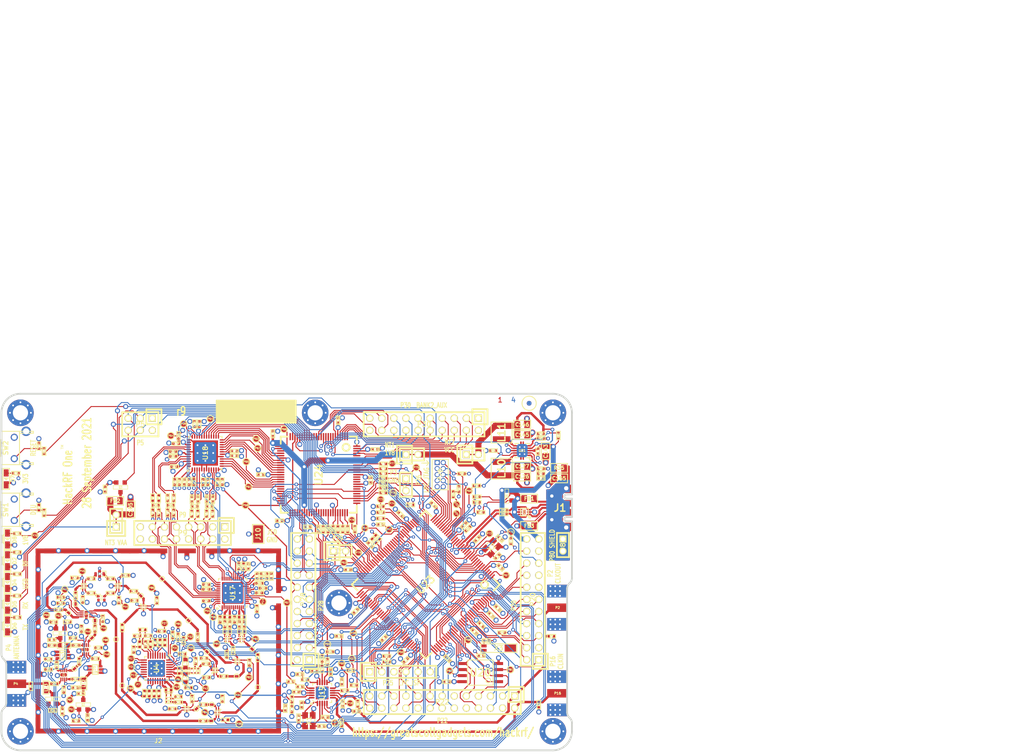
<source format=kicad_pcb>
(kicad_pcb (version 20171130) (host pcbnew 5.1.5+dfsg1-2build2)
  (title_block (title "HackRF One") (date 2021-09-28) (rev r9) (company "Copyright 2012-2020 Great Scott Gadgets") (comment 1 "Michael Ossmann") (comment 2 "Licensed under the CERN-OHL-P v2"))
  (layers (0 C1F signal) (1 C2 signal) (2 C3 signal) (31 C4B signal) (34 B.Paste user) (35 F.Paste user) (36 B.SilkS user) (37 F.SilkS user) (38 B.Mask user hide) (39 F.Mask user hide) (44 Edge.Cuts user))
  (net 0 "")
  (net 1 !MIX_BYPASS)
  (net 2 !RX_AMP_PWR)
  (net 3 !TX_AMP_PWR)
  (net 4 !VAA_ENABLE)
  (net 5 /baseband/CLK0)
  (net 6 /baseband/CLK1)
  (net 7 /baseband/CLK2)
  (net 8 /baseband/CLK3)
  (net 9 /baseband/CLK5)
  (net 10 /baseband/COM)
  (net 11 /baseband/CPOUT+)
  (net 12 /baseband/CPOUT-)
  (net 13 /baseband/IA+)
  (net 14 /baseband/IA-)
  (net 15 /baseband/ID+)
  (net 16 /baseband/ID-)
  (net 17 /baseband/INTR)
  (net 18 /baseband/OEB)
  (net 19 /baseband/QA+)
  (net 20 /baseband/QA-)
  (net 21 /baseband/QD+)
  (net 22 /baseband/QD-)
  (net 23 /baseband/REFN)
  (net 24 /baseband/REFP)
  (net 25 /baseband/RXBBI+)
  (net 26 /baseband/RXBBI-)
  (net 27 /baseband/RXBBQ+)
  (net 28 /baseband/RXBBQ-)
  (net 29 /baseband/TXBBI+)
  (net 30 /baseband/TXBBI-)
  (net 31 /baseband/TXBBQ+)
  (net 32 /baseband/TXBBQ-)
  (net 33 /baseband/XA)
  (net 34 /baseband/XB)
  (net 35 /baseband/XCVR_CLKOUT)
  (net 36 /baseband/XTAL2)
  (net 37 /frontend/!ANT_BIAS)
  (net 38 /frontend/REF_IN)
  (net 39 /frontend/RX_AMP_OUT)
  (net 40 /frontend/TX_AMP_IN)
  (net 41 /frontend/TX_AMP_OUT)
  (net 42 /mcu/usb/power/ADC0_0)
  (net 43 /mcu/usb/power/ADC0_2)
  (net 44 /mcu/usb/power/ADC0_5)
  (net 45 /mcu/usb/power/ADC0_6)
  (net 46 /mcu/usb/power/B1AUX13)
  (net 47 /mcu/usb/power/B1AUX14)
  (net 48 /mcu/usb/power/B2AUX1)
  (net 49 /mcu/usb/power/B2AUX10)
  (net 50 /mcu/usb/power/B2AUX11)
  (net 51 /mcu/usb/power/B2AUX12)
  (net 52 /mcu/usb/power/B2AUX13)
  (net 53 /mcu/usb/power/B2AUX14)
  (net 54 /mcu/usb/power/B2AUX15)
  (net 55 /mcu/usb/power/B2AUX16)
  (net 56 /mcu/usb/power/B2AUX2)
  (net 57 /mcu/usb/power/B2AUX3)
  (net 58 /mcu/usb/power/B2AUX4)
  (net 59 /mcu/usb/power/B2AUX5)
  (net 60 /mcu/usb/power/B2AUX6)
  (net 61 /mcu/usb/power/B2AUX7)
  (net 62 /mcu/usb/power/B2AUX8)
  (net 63 /mcu/usb/power/B2AUX9)
  (net 64 /mcu/usb/power/BANK2F3M1)
  (net 65 /mcu/usb/power/BANK2F3M10)
  (net 66 /mcu/usb/power/BANK2F3M11)
  (net 67 /mcu/usb/power/BANK2F3M12)
  (net 68 /mcu/usb/power/BANK2F3M14)
  (net 69 /mcu/usb/power/BANK2F3M15)
  (net 70 /mcu/usb/power/BANK2F3M16)
  (net 71 /mcu/usb/power/BANK2F3M2)
  (net 72 /mcu/usb/power/BANK2F3M3)
  (net 73 /mcu/usb/power/BANK2F3M4)
  (net 74 /mcu/usb/power/BANK2F3M5)
  (net 75 /mcu/usb/power/BANK2F3M6)
  (net 76 /mcu/usb/power/BANK2F3M7)
  (net 77 /mcu/usb/power/BANK2F3M8)
  (net 78 /mcu/usb/power/BANK2F3M9)
  (net 79 /mcu/usb/power/CPLD_TCK)
  (net 80 /mcu/usb/power/CPLD_TDI)
  (net 81 /mcu/usb/power/CPLD_TDO)
  (net 82 /mcu/usb/power/CPLD_TMS)
  (net 83 /mcu/usb/power/DBGEN)
  (net 84 /mcu/usb/power/DM)
  (net 85 /mcu/usb/power/DP)
  (net 86 /mcu/usb/power/EN1V8)
  (net 87 /mcu/usb/power/GCK0)
  (net 88 /mcu/usb/power/GPIO3_10)
  (net 89 /mcu/usb/power/GPIO3_11)
  (net 90 /mcu/usb/power/GPIO3_12)
  (net 91 /mcu/usb/power/GPIO3_13)
  (net 92 /mcu/usb/power/GPIO3_14)
  (net 93 /mcu/usb/power/GPIO3_15)
  (net 94 /mcu/usb/power/GPIO3_8)
  (net 95 /mcu/usb/power/GPIO3_9)
  (net 96 /mcu/usb/power/GP_CLKIN)
  (net 97 /mcu/usb/power/I2C1_SCL)
  (net 98 /mcu/usb/power/I2C1_SDA)
  (net 99 /mcu/usb/power/I2S0_RX_MCLK)
  (net 100 /mcu/usb/power/I2S0_RX_SCK)
  (net 101 /mcu/usb/power/I2S0_RX_SDA)
  (net 102 /mcu/usb/power/I2S0_RX_WS)
  (net 103 /mcu/usb/power/I2S0_TX_MCLK)
  (net 104 /mcu/usb/power/I2S0_TX_SCK)
  (net 105 /mcu/usb/power/ISP)
  (net 106 /mcu/usb/power/LED1)
  (net 107 /mcu/usb/power/LED2)
  (net 108 /mcu/usb/power/LED3)
  (net 109 /mcu/usb/power/P1_1)
  (net 110 /mcu/usb/power/P1_2)
  (net 111 /mcu/usb/power/P2_13)
  (net 112 /mcu/usb/power/P2_8)
  (net 113 /mcu/usb/power/P2_9)
  (net 114 /mcu/usb/power/REG_OUT1)
  (net 115 /mcu/usb/power/REG_OUT2)
  (net 116 /mcu/usb/power/RESET)
  (net 117 /mcu/usb/power/RREF)
  (net 118 /mcu/usb/power/RTCX1)
  (net 119 /mcu/usb/power/RTCX2)
  (net 120 /mcu/usb/power/RTC_ALARM)
  (net 121 /mcu/usb/power/SD_CD)
  (net 122 /mcu/usb/power/SD_CLK)
  (net 123 /mcu/usb/power/SD_CMD)
  (net 124 /mcu/usb/power/SD_DAT0)
  (net 125 /mcu/usb/power/SD_DAT1)
  (net 126 /mcu/usb/power/SD_DAT2)
  (net 127 /mcu/usb/power/SD_DAT3)
  (net 128 /mcu/usb/power/SD_POW)
  (net 129 /mcu/usb/power/SD_VOLT0)
  (net 130 /mcu/usb/power/SGPIO0)
  (net 131 /mcu/usb/power/SGPIO1)
  (net 132 /mcu/usb/power/SGPIO10)
  (net 133 /mcu/usb/power/SGPIO11)
  (net 134 /mcu/usb/power/SGPIO12)
  (net 135 /mcu/usb/power/SGPIO13)
  (net 136 /mcu/usb/power/SGPIO14)
  (net 137 /mcu/usb/power/SGPIO15)
  (net 138 /mcu/usb/power/SGPIO2)
  (net 139 /mcu/usb/power/SGPIO3)
  (net 140 /mcu/usb/power/SGPIO4)
  (net 141 /mcu/usb/power/SGPIO5)
  (net 142 /mcu/usb/power/SGPIO6)
  (net 143 /mcu/usb/power/SGPIO7)
  (net 144 /mcu/usb/power/SGPIO9)
  (net 145 /mcu/usb/power/SPIFI_CS)
  (net 146 /mcu/usb/power/SPIFI_CIPO)
  (net 147 /mcu/usb/power/SPIFI_COPI)
  (net 148 /mcu/usb/power/SPIFI_SCK)
  (net 149 /mcu/usb/power/SPIFI_SIO2)
  (net 150 /mcu/usb/power/SPIFI_SIO3)
  (net 151 /mcu/usb/power/TCK)
  (net 152 /mcu/usb/power/TDI)
  (net 153 /mcu/usb/power/TDO)
  (net 154 /mcu/usb/power/TMS)
  (net 155 /mcu/usb/power/U0_RXD)
  (net 156 /mcu/usb/power/U0_TXD)
  (net 157 /mcu/usb/power/USB_SHIELD)
  (net 158 /mcu/usb/power/VBAT)
  (net 159 /mcu/usb/power/VBUS)
  (net 160 /mcu/usb/power/VBUSCTRL)
  (net 161 /mcu/usb/power/VIN)
  (net 162 /mcu/usb/power/VREGMODE)
  (net 163 /mcu/usb/power/WAKEUP)
  (net 164 /mcu/usb/power/XTAL1)
  (net 165 /mcu/usb/power/XTAL2)
  (net 166 AMP_BYPASS)
  (net 167 CLK6)
  (net 168 CLKIN)
  (net 169 CLKOUT)
  (net 170 CS_AD)
  (net 171 CS_XCVR)
  (net 172 DA0)
  (net 173 DA1)
  (net 174 DA2)
  (net 175 DA3)
  (net 176 DA4)
  (net 177 DA5)
  (net 178 DA6)
  (net 179 DA7)
  (net 180 DD0)
  (net 181 DD1)
  (net 182 DD2)
  (net 183 DD3)
  (net 184 DD4)
  (net 185 DD5)
  (net 186 DD6)
  (net 187 DD7)
  (net 188 DD8)
  (net 189 DD9)
  (net 190 GCK1)
  (net 191 GCK2)
  (net 192 GND)
  (net 193 HP)
  (net 194 LP)
  (net 195 MCU_CLK)
  (net 196 MIXER_ENX)
  (net 197 MIXER_RESETX)
  (net 198 MIXER_SCLK)
  (net 199 MIXER_SDATA)
  (net 200 MIX_BYPASS)
  (net 201 MIX_CLK)
  (net 202 RSSI)
  (net 203 RX)
  (net 204 RXENABLE)
  (net 205 RX_AMP)
  (net 206 RX_IF)
  (net 207 RX_MIX_BP)
  (net 208 SCL)
  (net 209 SDA)
  (net 210 SGPIO_CLK)
  (net 211 SSP1_CIPO)
  (net 212 SSP1_COPI)
  (net 213 SSP1_SCK)
  (net 214 TXENABLE)
  (net 215 TX_AMP)
  (net 216 TX_IF)
  (net 217 TX_MIX_BP)
  (net 218 VAA)
  (net 219 VCC)
  (net 220 XCVR_EN)
  (net 221 "Net-(C8-Pad2)")
  (net 222 "Net-(C9-Pad2)")
  (net 223 "Net-(C9-Pad1)")
  (net 224 "Net-(C12-Pad1)")
  (net 225 "Net-(C13-Pad1)")
  (net 226 "Net-(C14-Pad2)")
  (net 227 "Net-(C14-Pad1)")
  (net 228 "Net-(C15-Pad2)")
  (net 229 "Net-(C17-Pad2)")
  (net 230 "Net-(C17-Pad1)")
  (net 231 "Net-(C18-Pad2)")
  (net 232 "Net-(C18-Pad1)")
  (net 233 "Net-(C20-Pad2)")
  (net 234 "Net-(C20-Pad1)")
  (net 235 "Net-(C21-Pad2)")
  (net 236 "Net-(C21-Pad1)")
  (net 237 "Net-(C23-Pad2)")
  (net 238 "Net-(C23-Pad1)")
  (net 239 "Net-(C25-Pad1)")
  (net 240 "Net-(C26-Pad2)")
  (net 241 "Net-(C26-Pad1)")
  (net 242 "Net-(C27-Pad2)")
  (net 243 "Net-(C27-Pad1)")
  (net 244 "Net-(C28-Pad2)")
  (net 245 "Net-(C28-Pad1)")
  (net 246 "Net-(C31-Pad2)")
  (net 247 "Net-(C31-Pad1)")
  (net 248 "Net-(C32-Pad2)")
  (net 249 "Net-(C32-Pad1)")
  (net 250 "Net-(C43-Pad2)")
  (net 251 "Net-(C43-Pad1)")
  (net 252 "Net-(C44-Pad2)")
  (net 253 "Net-(C44-Pad1)")
  (net 254 "Net-(C46-Pad2)")
  (net 255 "Net-(C46-Pad1)")
  (net 256 "Net-(C48-Pad1)")
  (net 257 "Net-(C49-Pad2)")
  (net 258 "Net-(C50-Pad1)")
  (net 259 "Net-(C51-Pad2)")
  (net 260 "Net-(C51-Pad1)")
  (net 261 "Net-(C163-Pad2)")
  (net 262 "Net-(C58-Pad2)")
  (net 263 "Net-(C59-Pad2)")
  (net 264 "Net-(C61-Pad2)")
  (net 265 "Net-(C61-Pad1)")
  (net 266 "Net-(C62-Pad2)")
  (net 267 "Net-(C64-Pad2)")
  (net 268 "Net-(C64-Pad1)")
  (net 269 "Net-(C99-Pad2)")
  (net 270 "Net-(C99-Pad1)")
  (net 271 "Net-(C102-Pad2)")
  (net 272 "Net-(C102-Pad1)")
  (net 273 "Net-(C104-Pad2)")
  (net 274 "Net-(C104-Pad1)")
  (net 275 "Net-(C105-Pad1)")
  (net 276 "Net-(C106-Pad1)")
  (net 277 "Net-(C111-Pad2)")
  (net 278 "Net-(C111-Pad1)")
  (net 279 "Net-(C114-Pad2)")
  (net 280 "Net-(C114-Pad1)")
  (net 281 "Net-(C125-Pad2)")
  (net 282 "Net-(C160-Pad1)")
  (net 283 "Net-(D2-Pad2)")
  (net 284 "Net-(D4-Pad2)")
  (net 285 "Net-(D5-Pad2)")
  (net 286 "Net-(D6-Pad2)")
  (net 287 "Net-(D7-Pad2)")
  (net 288 "Net-(D8-Pad2)")
  (net 289 "Net-(FB1-Pad1)")
  (net 290 "Net-(FB2-Pad1)")
  (net 291 "Net-(FB3-Pad1)")
  (net 292 "Net-(J1-Pad4)")
  (net 293 "Net-(J1-Pad3)")
  (net 294 "Net-(J1-Pad2)")
  (net 295 "Net-(L1-Pad2)")
  (net 296 "Net-(L1-Pad1)")
  (net 297 "Net-(L2-Pad1)")
  (net 298 "Net-(L3-Pad1)")
  (net 299 "Net-(L10-Pad1)")
  (net 300 "Net-(L11-Pad2)")
  (net 301 "Net-(L13-Pad1)")
  (net 302 "Net-(P6-Pad1)")
  (net 303 "Net-(P7-Pad1)")
  (net 304 "Net-(P17-Pad1)")
  (net 305 "Net-(P19-Pad1)")
  (net 306 "Net-(P24-Pad1)")
  (net 307 "Net-(R4-Pad2)")
  (net 308 "Net-(R30-Pad2)")
  (net 309 "Net-(R19-Pad2)")
  (net 310 "Net-(R51-Pad1)")
  (net 311 "Net-(R52-Pad2)")
  (net 312 "Net-(R55-Pad2)")
  (net 313 "Net-(R62-Pad1)")
  (net 314 /frontend/RX_AMP_IN)
  (net 315 +1V8)
  (net 316 "Net-(P25-Pad3)")
  (net 317 "Net-(P26-Pad7)")
  (net 318 "Net-(U4-Pad1)")
  (net 319 "Net-(U4-Pad2)")
  (net 320 "Net-(U4-Pad3)")
  (net 321 "Net-(U4-Pad11)")
  (net 322 "Net-(U4-Pad13)")
  (net 323 "Net-(U4-Pad14)")
  (net 324 "Net-(U4-Pad17)")
  (net 325 "Net-(U4-Pad18)")
  (net 326 "Net-(U4-Pad20)")
  (net 327 "Net-(U4-Pad21)")
  (net 328 "Net-(U9-Pad2)")
  (net 329 "Net-(U12-Pad2)")
  (net 330 "Net-(U14-Pad2)")
  (net 331 "Net-(U15-Pad4)")
  (net 332 "Net-(U15-Pad6)")
  (net 333 "Net-(U17-Pad3)")
  (net 334 "Net-(U17-Pad6)")
  (net 335 "Net-(U17-Pad8)")
  (net 336 "Net-(U17-Pad9)")
  (net 337 "Net-(U17-Pad12)")
  (net 338 "Net-(U17-Pad14)")
  (net 339 "Net-(U17-Pad18)")
  (net 340 "Net-(U17-Pad33)")
  (net 341 "Net-(U17-Pad34)")
  (net 342 "Net-(U17-Pad40)")
  (net 343 "Net-(U18-Pad38)")
  (net 344 "Net-(U23-Pad85)")
  (net 345 "Net-(U23-Pad89)")
  (net 346 "Net-(U23-Pad90)")
  (net 347 "Net-(U24-Pad14)")
  (net 348 "Net-(U24-Pad15)")
  (net 349 "Net-(U24-Pad16)")
  (net 350 "Net-(U24-Pad20)")
  (net 351 "Net-(U24-Pad25)")
  (net 352 "Net-(U24-Pad44)")
  (net 353 "Net-(U24-Pad46)")
  (net 354 "Net-(U24-Pad49)")
  (net 355 "Net-(U24-Pad50)")
  (net 356 "Net-(U24-Pad52)")
  (net 357 "Net-(U24-Pad53)")
  (net 358 "Net-(U24-Pad54)")
  (net 359 "Net-(U24-Pad58)")
  (net 360 "Net-(U24-Pad59)")
  (net 361 "Net-(U24-Pad60)")
  (net 362 "Net-(U24-Pad63)")
  (net 363 "Net-(U24-Pad65)")
  (net 364 "Net-(U24-Pad66)")
  (net 365 "Net-(U24-Pad68)")
  (net 366 "Net-(U24-Pad73)")
  (net 367 "Net-(U24-Pad75)")
  (net 368 "Net-(U24-Pad80)")
  (net 369 "Net-(U24-Pad82)")
  (net 370 "Net-(U24-Pad85)")
  (net 371 "Net-(U24-Pad86)")
  (net 372 "Net-(U24-Pad87)")
  (net 373 "Net-(U24-Pad93)")
  (net 374 "Net-(U24-Pad95)")
  (net 375 "Net-(U24-Pad96)")
  (module hackrf:GSG-SHIELD-BMI-S-230 (layer C1F) (at 93 152)
    (fp_text reference J2 (at 0 21) (layer F.SilkS) (effects (font (size 1.016 1.016) (thickness 0.2032))))
    (fp_text value RF-SHIELD-FRAME hide)
    (pad 0 smd rect (at -23.875 18.95) (size 3.85 1) (layers C1F F.Mask) (net 192 GND))
    (pad 0 smd rect (at -18 18.95) (size 3.8 1) (layers C1F F.Mask) (net 192 GND))
    (pad 0 smd rect (at -12 18.95) (size 3.8 1) (layers C1F F.Mask) (net 192 GND))
    (pad 0 smd rect (at -6 18.95) (size 3.8 1) (layers C1F F.Mask) (net 192 GND))
    (pad 0 smd rect (at 0 18.95) (size 3.8 1) (layers C1F F.Mask) (net 192 GND))
    (pad 0 smd rect (at 6 18.95) (size 3.8 1) (layers C1F F.Mask) (net 192 GND))
    (pad 0 smd rect (at 12 18.95) (size 3.8 1) (layers C1F F.Mask) (net 192 GND))
    (pad 0 smd rect (at 18 18.95) (size 3.8 1) (layers C1F F.Mask) (net 192 GND))
    (pad 0 smd rect (at 23.875 18.95) (size 3.85 1) (layers C1F F.Mask) (net 192 GND))
    (pad 0 smd rect (at 25.3 17.775 90) (size 3.35 1) (layers C1F F.Mask) (net 192 GND))
    (pad 0 smd rect (at 25.3 12 90) (size 3.8 1) (layers C1F F.Mask) (net 192 GND))
    (pad 0 smd rect (at 25.3 6 90) (size 3.8 1) (layers C1F F.Mask) (net 192 GND))
    (pad 0 smd rect (at 25.3 0 90) (size 3.8 1) (layers C1F F.Mask) (net 192 GND))
    (pad 0 smd rect (at 25.3 -6 90) (size 3.8 1) (layers C1F F.Mask) (net 192 GND))
    (pad 0 smd rect (at 25.3 -12 90) (size 3.8 1) (layers C1F F.Mask) (net 192 GND))
    (pad 0 smd rect (at 25.3 -17.775 90) (size 3.35 1) (layers C1F F.Mask) (net 192 GND))
    (pad 0 smd rect (at 23.875 -18.95) (size 3.85 1) (layers C1F F.Mask) (net 192 GND))
    (pad 0 smd rect (at 18 -18.95) (size 3.8 1) (layers C1F F.Mask) (net 192 GND))
    (pad 0 smd rect (at 12 -18.95) (size 3.8 1) (layers C1F F.Mask) (net 192 GND))
    (pad 0 smd rect (at 6 -18.95) (size 3.8 1) (layers C1F F.Mask) (net 192 GND))
    (pad 0 smd rect (at 0 -18.95) (size 3.8 1) (layers C1F F.Mask) (net 192 GND))
    (pad 0 smd rect (at -6 -18.95) (size 3.8 1) (layers C1F F.Mask) (net 192 GND))
    (pad 0 smd rect (at -12 -18.95) (size 3.8 1) (layers C1F F.Mask) (net 192 GND))
    (pad 0 smd rect (at -18 -18.95) (size 3.8 1) (layers C1F F.Mask) (net 192 GND))
    (pad 0 smd rect (at -23.875 -18.95) (size 3.85 1) (layers C1F F.Mask) (net 192 GND))
    (pad 0 smd rect (at -25.3 -17.775 90) (size 3.35 1) (layers C1F F.Mask) (net 192 GND))
    (pad 0 smd rect (at -25.3 -12 90) (size 3.8 1) (layers C1F F.Mask) (net 192 GND))
    (pad 0 smd rect (at -25.3 -6 90) (size 3.8 1) (layers C1F F.Mask) (net 192 GND))
    (pad 0 smd rect (at -25.3 0 90) (size 3.8 1) (layers C1F F.Mask) (net 192 GND))
    (pad 0 smd rect (at -25.3 6 90) (size 3.8 1) (layers C1F F.Mask) (net 192 GND))
    (pad 0 smd rect (at -25.3 12 90) (size 3.8 1) (layers C1F F.Mask) (net 192 GND))
    (pad 0 smd rect (at -25.3 17.775 90) (size 3.35 1) (layers C1F F.Mask) (net 192 GND))
  )
  (module gsg-modules:SKY13350-385LF (layer C1F) (at 109.6285 156.2753)
    (fp_text reference U11 (at 0 0) (layer F.SilkS) (effects (font (size 0.50038 0.29972) (thickness 0.0762))))
    (fp_text value SKY13453 hide)
    (pad 2 smd rect (at -0.6435 0.24892) (size 0.645 0.23) (layers C1F F.Paste F.Mask) (net 250 "Net-(C43-Pad2)"))
    (pad 6 smd rect (at 0 -0.552) (size 0.3 0.813) (layers C1F F.Paste F.Mask) (net 256 "Net-(C48-Pad1)"))
    (pad 5 smd rect (at 0.6435 -0.24892) (size 0.645 0.23) (layers C1F F.Paste F.Mask) (net 200 MIX_BYPASS))
    (pad 4 smd rect (at 0.6435 0.24892) (size 0.645 0.23) (layers C1F F.Paste F.Mask) (net 260 "Net-(C51-Pad1)"))
    (pad 3 smd rect (at 0 0.552) (size 0.3 0.813) (layers C1F F.Paste F.Mask) (net 192 GND))
    (pad 1 smd rect (at -0.6435 -0.24892) (size 0.645 0.23) (layers C1F F.Paste F.Mask) (net 218 VAA))
  )
  (module gsg-modules:SKY13350-385LF (layer C1F) (at 104.9634 158.164 90)
    (fp_text reference U10 (at 0 0 90) (layer F.SilkS) (effects (font (size 0.50038 0.29972) (thickness 0.0762))))
    (fp_text value SKY13453 hide)
    (pad 2 smd rect (at -0.6435 0.24892 90) (size 0.645 0.23) (layers C1F F.Paste F.Mask) (net 259 "Net-(C51-Pad2)"))
    (pad 6 smd rect (at 0 -0.552 90) (size 0.3 0.813) (layers C1F F.Paste F.Mask) (net 255 "Net-(C46-Pad1)"))
    (pad 5 smd rect (at 0.6435 -0.24892 90) (size 0.645 0.23) (layers C1F F.Paste F.Mask) (net 203 RX))
    (pad 4 smd rect (at 0.6435 0.24892 90) (size 0.645 0.23) (layers C1F F.Paste F.Mask) (net 238 "Net-(C23-Pad1)"))
    (pad 3 smd rect (at 0 0.552 90) (size 0.3 0.813) (layers C1F F.Paste F.Mask) (net 192 GND))
    (pad 1 smd rect (at -0.6435 -0.24892 90) (size 0.645 0.23) (layers C1F F.Paste F.Mask) (net 218 VAA))
  )
  (module gsg-modules:SKY13350-385LF (layer C1F) (at 98.9704 166.2726)
    (fp_text reference U7 (at 0 0) (layer F.SilkS) (effects (font (size 0.50038 0.29972) (thickness 0.0762))))
    (fp_text value SKY13453 hide)
    (pad 2 smd rect (at -0.6435 0.24892) (size 0.645 0.23) (layers C1F F.Paste F.Mask) (net 223 "Net-(C9-Pad1)"))
    (pad 6 smd rect (at 0 -0.552) (size 0.3 0.813) (layers C1F F.Paste F.Mask) (net 244 "Net-(C28-Pad2)"))
    (pad 5 smd rect (at 0.6435 -0.24892) (size 0.645 0.23) (layers C1F F.Paste F.Mask) (net 203 RX))
    (pad 4 smd rect (at 0.6435 0.24892) (size 0.645 0.23) (layers C1F F.Paste F.Mask) (net 235 "Net-(C21-Pad2)"))
    (pad 3 smd rect (at 0 0.552) (size 0.3 0.813) (layers C1F F.Paste F.Mask) (net 192 GND))
    (pad 1 smd rect (at -0.6435 -0.24892) (size 0.645 0.23) (layers C1F F.Paste F.Mask) (net 218 VAA))
  )
  (module gsg-modules:SKY13350-385LF (layer C1F) (at 84.4598 140.4142 270)
    (fp_text reference U6 (at 0 0 90) (layer F.SilkS) (effects (font (size 0.50038 0.29972) (thickness 0.0762))))
    (fp_text value SKY13453 hide)
    (pad 2 smd rect (at -0.6435 0.24892 270) (size 0.645 0.23) (layers C1F F.Paste F.Mask) (net 242 "Net-(C27-Pad2)"))
    (pad 6 smd rect (at 0 -0.552 270) (size 0.3 0.813) (layers C1F F.Paste F.Mask) (net 234 "Net-(C20-Pad1)"))
    (pad 5 smd rect (at 0.6435 -0.24892 270) (size 0.645 0.23) (layers C1F F.Paste F.Mask) (net 193 HP))
    (pad 4 smd rect (at 0.6435 0.24892 270) (size 0.645 0.23) (layers C1F F.Paste F.Mask) (net 229 "Net-(C17-Pad2)"))
    (pad 3 smd rect (at 0 0.552 270) (size 0.3 0.813) (layers C1F F.Paste F.Mask) (net 192 GND))
    (pad 1 smd rect (at -0.6435 -0.24892 270) (size 0.645 0.23) (layers C1F F.Paste F.Mask) (net 218 VAA))
  )
  (module gsg-modules:SKY13350-385LF (layer C1F) (at 77.3478 140.4142 90)
    (fp_text reference U5 (at 0 0 90) (layer F.SilkS) (effects (font (size 0.50038 0.29972) (thickness 0.0762))))
    (fp_text value SKY13453 hide)
    (pad 2 smd rect (at -0.6435 0.24892 90) (size 0.645 0.23) (layers C1F F.Paste F.Mask) (net 232 "Net-(C18-Pad1)"))
    (pad 6 smd rect (at 0 -0.552 90) (size 0.3 0.813) (layers C1F F.Paste F.Mask) (net 246 "Net-(C31-Pad2)"))
    (pad 5 smd rect (at 0.6435 -0.24892 90) (size 0.645 0.23) (layers C1F F.Paste F.Mask) (net 194 LP))
    (pad 4 smd rect (at 0.6435 0.24892 90) (size 0.645 0.23) (layers C1F F.Paste F.Mask) (net 240 "Net-(C26-Pad2)"))
    (pad 3 smd rect (at 0 0.552 90) (size 0.3 0.813) (layers C1F F.Paste F.Mask) (net 192 GND))
    (pad 1 smd rect (at -0.6435 -0.24892 90) (size 0.645 0.23) (layers C1F F.Paste F.Mask) (net 218 VAA))
  )
  (module gsg-modules:SKY13350-385LF (layer C1F) (at 89.8858 144.8786)
    (fp_text reference U2 (at 0 0) (layer F.SilkS) (effects (font (size 0.50038 0.29972) (thickness 0.0762))))
    (fp_text value SKY13453 hide)
    (pad 2 smd rect (at -0.6435 0.24892) (size 0.645 0.23) (layers C1F F.Paste F.Mask) (net 222 "Net-(C9-Pad2)"))
    (pad 6 smd rect (at 0 -0.552) (size 0.3 0.813) (layers C1F F.Paste F.Mask) (net 233 "Net-(C20-Pad2)"))
    (pad 5 smd rect (at 0.6435 -0.24892) (size 0.645 0.23) (layers C1F F.Paste F.Mask) (net 203 RX))
    (pad 4 smd rect (at 0.6435 0.24892) (size 0.645 0.23) (layers C1F F.Paste F.Mask) (net 237 "Net-(C23-Pad2)"))
    (pad 3 smd rect (at 0 0.552) (size 0.3 0.813) (layers C1F F.Paste F.Mask) (net 192 GND))
    (pad 1 smd rect (at -0.6435 -0.24892) (size 0.645 0.23) (layers C1F F.Paste F.Mask) (net 218 VAA))
  )
  (module gsg-modules:SKY13350-385LF (layer C1F) (at 105.433 167.0522 270)
    (fp_text reference U1 (at 0 0 90) (layer F.SilkS) (effects (font (size 0.50038 0.29972) (thickness 0.0762))))
    (fp_text value SKY13453 hide)
    (pad 2 smd rect (at -0.6435 0.24892 270) (size 0.645 0.23) (layers C1F F.Paste F.Mask) (net 236 "Net-(C21-Pad1)"))
    (pad 6 smd rect (at 0 -0.552 270) (size 0.3 0.813) (layers C1F F.Paste F.Mask) (net 221 "Net-(C8-Pad2)"))
    (pad 5 smd rect (at 0.6435 -0.24892 270) (size 0.645 0.23) (layers C1F F.Paste F.Mask) (net 1 !MIX_BYPASS))
    (pad 4 smd rect (at 0.6435 0.24892 270) (size 0.645 0.23) (layers C1F F.Paste F.Mask) (net 249 "Net-(C32-Pad1)"))
    (pad 3 smd rect (at 0 0.552 270) (size 0.3 0.813) (layers C1F F.Paste F.Mask) (net 192 GND))
    (pad 1 smd rect (at -0.6435 -0.24892 270) (size 0.645 0.23) (layers C1F F.Paste F.Mask) (net 218 VAA))
  )
  (module gsg-modules:HEADER-1x2-SHORTED (layer C1F) (at 84.13 126.74 90)
    (fp_text reference NT3 (at 0 0 90) (layer F.SilkS) (effects (font (size 1.016 1.016) (thickness 0.2032))))
    (fp_text value VAA hide)
    (fp_poly (pts (xy 0.762 0.127) (xy -0.762 0.127) (xy -0.762 -0.127) (xy 0.762 -0.127)) (layer C1F) (width 0))
    (pad 1 thru_hole rect (at -1.27 0 90) (size 1.524 1.524) (drill 1.016) (layers *.Cu *.Mask F.SilkS) (net 218 VAA))
    (pad 2 thru_hole circle (at 1.27 0 90) (size 1.524 1.524) (drill 1.016) (layers *.Cu *.Mask F.SilkS) (net 275 "Net-(C105-Pad1)"))
  )
  (module gsg-modules:HEADER-1x2-SHORTED (layer C1F) (at 159.06 112.77)
    (fp_text reference NT2 (at 0 0) (layer F.SilkS) (effects (font (size 1.016 1.016) (thickness 0.2032))))
    (fp_text value VCC hide)
    (fp_poly (pts (xy 0.762 0.127) (xy -0.762 0.127) (xy -0.762 -0.127) (xy 0.762 -0.127)) (layer C1F) (width 0))
    (pad 1 thru_hole rect (at -1.27 0) (size 1.524 1.524) (drill 1.016) (layers *.Cu *.Mask F.SilkS) (net 219 VCC))
    (pad 2 thru_hole circle (at 1.27 0) (size 1.524 1.524) (drill 1.016) (layers *.Cu *.Mask F.SilkS) (net 114 /mcu/usb/power/REG_OUT1))
  )
  (module gsg-modules:HEADER-1x2-SHORTED (layer C1F) (at 146.36 112.77)
    (fp_text reference NT1 (at 0 0) (layer F.SilkS) (effects (font (size 1.016 1.016) (thickness 0.2032))))
    (fp_text value 1V8 hide)
    (fp_poly (pts (xy 0.762 0.127) (xy -0.762 0.127) (xy -0.762 -0.127) (xy 0.762 -0.127)) (layer C1F) (width 0))
    (pad 1 thru_hole rect (at -1.27 0) (size 1.524 1.524) (drill 1.016) (layers *.Cu *.Mask F.SilkS) (net 315 +1V8))
    (pad 2 thru_hole circle (at 1.27 0) (size 1.524 1.524) (drill 1.016) (layers *.Cu *.Mask F.SilkS) (net 115 /mcu/usb/power/REG_OUT2))
  )
  (module gsg-modules:SOT23-3 (layer C1F) (at 166.299 121.5584 270)
    (fp_text reference Q5 (at 0 0 90) (layer F.SilkS) (effects (font (size 0.4572 0.381) (thickness 0.09525))))
    (fp_text value MOSFET_P hide)
    (pad 3 smd rect (at 0 1.016 270) (size 0.9144 0.9144) (layers C1F F.Paste F.Mask) (net 161 /mcu/usb/power/VIN))
    (pad 1 smd rect (at 0.889 -1.016 270) (size 0.9144 0.9144) (layers C1F F.Paste F.Mask) (net 160 /mcu/usb/power/VBUSCTRL))
    (pad 2 smd rect (at -0.889 -1.016 270) (size 0.9144 0.9144) (layers C1F F.Paste F.Mask) (net 159 /mcu/usb/power/VBUS))
  )
  (module gsg-modules:SOT23-3 (layer C1F) (at 70.8 164.2 180)
    (fp_text reference Q4 (at 0 0) (layer F.SilkS) (effects (font (size 0.4572 0.381) (thickness 0.09525))))
    (fp_text value MOSFET_P hide)
    (pad 3 smd rect (at 0 1.016 180) (size 0.9144 0.9144) (layers C1F F.Paste F.Mask) (net 301 "Net-(L13-Pad1)"))
    (pad 1 smd rect (at 0.889 -1.016 180) (size 0.9144 0.9144) (layers C1F F.Paste F.Mask) (net 37 /frontend/!ANT_BIAS))
    (pad 2 smd rect (at -0.889 -1.016 180) (size 0.9144 0.9144) (layers C1F F.Paste F.Mask) (net 218 VAA))
  )
  (module gsg-modules:SOT23-3 (layer C1F) (at 85.0444 119.6788)
    (fp_text reference Q3 (at 0 0) (layer F.SilkS) (effects (font (size 0.4572 0.381) (thickness 0.09525))))
    (fp_text value MOSFET_P hide)
    (pad 3 smd rect (at 0 1.016) (size 0.9144 0.9144) (layers C1F F.Paste F.Mask) (net 290 "Net-(FB2-Pad1)"))
    (pad 1 smd rect (at 0.889 -1.016) (size 0.9144 0.9144) (layers C1F F.Paste F.Mask) (net 4 !VAA_ENABLE))
    (pad 2 smd rect (at -0.889 -1.016) (size 0.9144 0.9144) (layers C1F F.Paste F.Mask) (net 219 VCC))
  )
  (module gsg-modules:SOT23-3 (layer C1F) (at 77.2167 165.3908 180)
    (fp_text reference Q2 (at 0 0) (layer F.SilkS) (effects (font (size 0.4572 0.381) (thickness 0.09525))))
    (fp_text value MOSFET_P hide)
    (pad 3 smd rect (at 0 1.016 180) (size 0.9144 0.9144) (layers C1F F.Paste F.Mask) (net 282 "Net-(C160-Pad1)"))
    (pad 1 smd rect (at 0.889 -1.016 180) (size 0.9144 0.9144) (layers C1F F.Paste F.Mask) (net 3 !TX_AMP_PWR))
    (pad 2 smd rect (at -0.889 -1.016 180) (size 0.9144 0.9144) (layers C1F F.Paste F.Mask) (net 218 VAA))
  )
  (module gsg-modules:SOT23-3 (layer C1F) (at 72.376 150.38)
    (fp_text reference Q1 (at 0 0) (layer F.SilkS) (effects (font (size 0.4572 0.381) (thickness 0.09525))))
    (fp_text value MOSFET_P hide)
    (pad 3 smd rect (at 0 1.016) (size 0.9144 0.9144) (layers C1F F.Paste F.Mask) (net 261 "Net-(C163-Pad2)"))
    (pad 1 smd rect (at 0.889 -1.016) (size 0.9144 0.9144) (layers C1F F.Paste F.Mask) (net 2 !RX_AMP_PWR))
    (pad 2 smd rect (at -0.889 -1.016) (size 0.9144 0.9144) (layers C1F F.Paste F.Mask) (net 218 VAA))
  )
  (module hackrf:GSG-QFN20-4 (layer C1F) (at 127.4692 162.926 90)
    (fp_text reference U19 (at 0 0 90) (layer F.SilkS) (effects (font (size 1.00076 1.00076) (thickness 0.2032))))
    (fp_text value SI5351C hide)
    (pad 1 smd oval (at -2.2 -1 90) (size 1.2 0.32) (layers C1F F.Paste F.Mask) (net 33 /baseband/XA))
    (pad 2 smd oval (at -2.2 -0.5 90) (size 1.2 0.32) (layers C1F F.Paste F.Mask) (net 34 /baseband/XB))
    (pad 3 smd oval (at -2.2 0 90) (size 1.2 0.32) (layers C1F F.Paste F.Mask) (net 17 /baseband/INTR))
    (pad 4 smd oval (at -2.2 0.5 90) (size 1.2 0.32) (layers C1F F.Paste F.Mask) (net 208 SCL))
    (pad 5 smd oval (at -2.2 1 90) (size 1.2 0.32) (layers C1F F.Paste F.Mask) (net 209 SDA))
    (pad 6 smd oval (at -1 2.2 180) (size 1.2 0.32) (layers C1F F.Paste F.Mask) (net 168 CLKIN))
    (pad 7 smd oval (at -0.5 2.2 180) (size 1.2 0.32) (layers C1F F.Paste F.Mask) (net 18 /baseband/OEB))
    (pad 8 smd oval (at 0 2.2 180) (size 1.2 0.32) (layers C1F F.Paste F.Mask) (net 8 /baseband/CLK3))
    (pad 9 smd oval (at 0.5 2.2 180) (size 1.2 0.32) (layers C1F F.Paste F.Mask) (net 7 /baseband/CLK2))
    (pad 10 smd oval (at 1 2.2 180) (size 1.2 0.32) (layers C1F F.Paste F.Mask) (net 219 VCC))
    (pad 11 smd oval (at 2.2 1 90) (size 1.2 0.32) (layers C1F F.Paste F.Mask) (net 219 VCC))
    (pad 12 smd oval (at 2.2 0.5 90) (size 1.2 0.32) (layers C1F F.Paste F.Mask) (net 6 /baseband/CLK1))
    (pad 13 smd oval (at 2.2 0 90) (size 1.2 0.32) (layers C1F F.Paste F.Mask) (net 5 /baseband/CLK0))
    (pad 14 smd oval (at 2.2 -0.5 90) (size 1.2 0.32) (layers C1F F.Paste F.Mask) (net 219 VCC))
    (pad 15 smd oval (at 2.2 -1 90) (size 1.2 0.32) (layers C1F F.Paste F.Mask) (net 195 MCU_CLK))
    (pad 16 smd oval (at 1 -2.2 180) (size 1.2 0.32) (layers C1F F.Paste F.Mask) (net 167 CLK6))
    (pad 17 smd oval (at 0.5 -2.2 180) (size 1.2 0.32) (layers C1F F.Paste F.Mask) (net 9 /baseband/CLK5))
    (pad 18 smd oval (at 0 -2.2 180) (size 1.2 0.32) (layers C1F F.Paste F.Mask) (net 219 VCC))
    (pad 19 smd oval (at -0.5 -2.2 180) (size 1.2 0.32) (layers C1F F.Paste F.Mask) (net 201 MIX_CLK))
    (pad 20 smd oval (at -1 -2.2 180) (size 1.2 0.32) (layers C1F F.Paste F.Mask) (net 219 VCC))
    (pad 0 smd rect (at 0 0 90) (size 2.65 2.65) (layers C1F F.Mask) (net 192 GND))
    (pad 0 thru_hole circle (at 0 0 90) (size 0.6 0.6) (drill 0.35) (layers *.Cu B.Mask) (net 192 GND))
    (pad 0 thru_hole circle (at -0.66 -0.66 90) (size 0.6 0.6) (drill 0.35) (layers *.Cu B.Mask) (net 192 GND))
    (pad 0 thru_hole circle (at 0.66 -0.66 90) (size 0.6 0.6) (drill 0.35) (layers *.Cu B.Mask) (net 192 GND))
    (pad 0 thru_hole circle (at 0.66 0.66 90) (size 0.6 0.6) (drill 0.35) (layers *.Cu B.Mask) (net 192 GND))
    (pad 0 thru_hole circle (at -0.66 0.66 90) (size 0.6 0.6) (drill 0.35) (layers *.Cu B.Mask) (net 192 GND))
    (pad 0 smd rect (at -0.66 -0.66 90) (size 1.32 1.32) (layers C1F F.Paste) (net 192 GND))
    (pad 0 smd rect (at 0.66 -0.66 90) (size 1.32 1.32) (layers C1F F.Paste) (net 192 GND))
    (pad 0 smd rect (at -0.66 0.66 90) (size 1.32 1.32) (layers C1F F.Paste) (net 192 GND))
    (pad 0 smd rect (at 0.66 0.66 90) (size 1.32 1.32) (layers C1F F.Paste) (net 192 GND))
  )
  (module GSG-TESTPOINT-30MIL-MASKONLY (layer C1F) (at 89.31402 142.49908)
    (fp_text reference TESTPOINT-30MIL-MASKONLY hide)
    (fp_text value VAL** hide)
  )
  (module GSG-TESTPOINT-30MIL-MASKONLY (layer C1F) (at 84.1046 151.6574)
    (fp_text reference TESTPOINT-30MIL-MASKONLY hide)
    (fp_text value VAL** hide)
  )
  (module GSG-TESTPOINT-30MIL-MASKONLY (layer C1F) (at 75.57516 144.21358)
    (fp_text reference TESTPOINT-30MIL-MASKONLY hide)
    (fp_text value VAL** hide)
  )
  (module GSG-TESTPOINT-30MIL-MASKONLY (layer C1F) (at 74.0537 146.1516)
    (fp_text reference TESTPOINT-30MIL-MASKONLY hide)
    (fp_text value VAL** hide)
  )
  (module GSG-TESTPOINT-30MIL-MASKONLY (layer C1F) (at 93.782 138.932)
    (fp_text reference TESTPOINT-30MIL-MASKONLY hide)
    (fp_text value VAL** hide)
  )
  (module GSG-TESTPOINT-30MIL-MASKONLY (layer C1F) (at 85.4 161.3602)
    (fp_text reference TESTPOINT-30MIL-MASKONLY hide)
    (fp_text value VAL** hide)
  )
  (module GSG-TESTPOINT-30MIL-MASKONLY (layer C1F) (at 75.33894 157.8483)
    (fp_text reference TESTPOINT-30MIL-MASKONLY hide)
    (fp_text value VAL** hide)
  )
  (module GSG-TESTPOINT-30MIL-MASKONLY (layer C1F) (at 79.0321 151.36114)
    (fp_text reference TESTPOINT-30MIL-MASKONLY hide)
    (fp_text value VAL** hide)
  )
  (module GSG-TESTPOINT-30MIL-MASKONLY (layer C1F) (at 113.919 161.74974)
    (fp_text reference TESTPOINT-30MIL-MASKONLY hide)
    (fp_text value VAL** hide)
  )
  (module GSG-TESTPOINT-30MIL-MASKONLY (layer C1F) (at 104.11206 168.79824)
    (fp_text reference TESTPOINT-30MIL-MASKONLY hide)
    (fp_text value VAL** hide)
  )
  (module GSG-TESTPOINT-30MIL-MASKONLY (layer C1F) (at 104.25176 165.37432)
    (fp_text reference TESTPOINT-30MIL-MASKONLY hide)
    (fp_text value VAL** hide)
  )
  (module GSG-TESTPOINT-30MIL-MASKONLY (layer C1F) (at 101.0158 166.26332)
    (fp_text reference TESTPOINT-30MIL-MASKONLY hide)
    (fp_text value VAL** hide)
  )
  (module GSG-TESTPOINT-30MIL-MASKONLY (layer C1F) (at 79.6671 147.71116)
    (fp_text reference TESTPOINT-30MIL-MASKONLY hide)
    (fp_text value VAL** hide)
  )
  (module GSG-TESTPOINT-30MIL-MASKONLY (layer C1F) (at 109.47654 159.42564)
    (fp_text reference TESTPOINT-30MIL-MASKONLY hide)
    (fp_text value VAL** hide)
  )
  (module GSG-TESTPOINT-30MIL-MASKONLY (layer C1F) (at 99.36226 147.6883)
    (fp_text reference TESTPOINT-30MIL-MASKONLY hide)
    (fp_text value VAL** hide)
  )
  (module GSG-TESTPOINT-30MIL-MASKONLY (layer C1F) (at 103.23068 154.2796)
    (fp_text reference TESTPOINT-30MIL-MASKONLY hide)
    (fp_text value VAL** hide)
  )
  (module GSG-TESTPOINT-30MIL-MASKONLY (layer C1F) (at 112.71504 153.71064)
    (fp_text reference TESTPOINT-30MIL-MASKONLY hide)
    (fp_text value VAL** hide)
  )
  (module GSG-MARK1MM (layer C1F) (at 171 102)
    (fp_text reference MARK1MM hide)
    (fp_text value VAL** hide)
    (pad "" smd circle (at 0 0) (size 1 1) (layers *.Cu *.Mask))
  )
  (module gsg-modules:LTST-S220 (layer C1F) (at 61 117.9 270)
    (fp_text reference D7 (at 0 -1.4 270) (layer F.SilkS) (effects (font (size 0.762 0.762) (thickness 0.1905))))
    (fp_text value VCCLED hide)
    (pad 1 smd rect (at 1.25 0 270) (size 1.5 1) (layers C1F F.Paste F.Mask) (net 192 GND) (clearance 0.1778))
    (pad 2 smd rect (at -1.25 0 270) (size 1.5 1) (layers C1F F.Paste F.Mask) (net 287 "Net-(D7-Pad2)") (clearance 0.1778))
  )
  (module gsg-modules:LTST-S220 (layer C1F) (at 61.27 130.55 270)
    (fp_text reference D8 (at 0.15 -1.5 270) (layer F.SilkS) (effects (font (size 0.762 0.762) (thickness 0.1905))))
    (fp_text value 1V8LED hide)
    (pad 1 smd rect (at 1.25 0 270) (size 1.5 1) (layers C1F F.Paste F.Mask) (net 192 GND) (clearance 0.1778))
    (pad 2 smd rect (at -1.25 0 270) (size 1.5 1) (layers C1F F.Paste F.Mask) (net 288 "Net-(D8-Pad2)") (clearance 0.1778))
  )
  (module gsg-modules:LTST-S220 (layer C1F) (at 61.27 135.122 270)
    (fp_text reference D2 (at 0 -1.5 270) (layer F.SilkS) (effects (font (size 0.762 0.762) (thickness 0.1905))))
    (fp_text value VAALED hide)
    (pad 1 smd rect (at 1.25 0 270) (size 1.5 1) (layers C1F F.Paste F.Mask) (net 192 GND) (clearance 0.1778))
    (pad 2 smd rect (at -1.25 0 270) (size 1.5 1) (layers C1F F.Paste F.Mask) (net 283 "Net-(D2-Pad2)") (clearance 0.1778))
  )
  (module gsg-modules:LTST-S220 (layer C1F) (at 61.27 139.694 270)
    (fp_text reference D4 (at 0 -1.5 270) (layer F.SilkS) (effects (font (size 0.762 0.762) (thickness 0.1905))))
    (fp_text value USBLED hide)
    (pad 1 smd rect (at 1.25 0 270) (size 1.5 1) (layers C1F F.Paste F.Mask) (net 192 GND) (clearance 0.1778))
    (pad 2 smd rect (at -1.25 0 270) (size 1.5 1) (layers C1F F.Paste F.Mask) (net 284 "Net-(D4-Pad2)") (clearance 0.1778))
  )
  (module gsg-modules:LTST-S220 (layer C1F) (at 61.27 144.266 270)
    (fp_text reference D5 (at 0 -1.5 270) (layer F.SilkS) (effects (font (size 0.762 0.762) (thickness 0.1905))))
    (fp_text value RXLED hide)
    (pad 1 smd rect (at 1.25 0 270) (size 1.5 1) (layers C1F F.Paste F.Mask) (net 192 GND) (clearance 0.1778))
    (pad 2 smd rect (at -1.25 0 270) (size 1.5 1) (layers C1F F.Paste F.Mask) (net 285 "Net-(D5-Pad2)") (clearance 0.1778))
  )
  (module gsg-modules:LTST-S220 (layer C1F) (at 61.27 148.838 270)
    (fp_text reference D6 (at 0 -1.5 270) (layer F.SilkS) (effects (font (size 0.762 0.762) (thickness 0.1905))))
    (fp_text value TXLED hide)
    (pad 1 smd rect (at 1.25 0 270) (size 1.5 1) (layers C1F F.Paste F.Mask) (net 192 GND) (clearance 0.1778))
    (pad 2 smd rect (at -1.25 0 270) (size 1.5 1) (layers C1F F.Paste F.Mask) (net 286 "Net-(D6-Pad2)") (clearance 0.1778))
  )
  (module hackrf:GSG-0402 (layer C1F) (at 91.0964 163.0468 270)
    (fp_text reference C1 (at 0 0.0508 270) (layer F.SilkS) (effects (font (size 0.4064 0.4064) (thickness 0.1016))))
    (fp_text value 33pF hide)
    (pad 2 smd rect (at 0.5334 0 270) (size 0.508 0.5588) (layers C1F F.Paste F.Mask) (net 192 GND))
    (pad 1 smd rect (at -0.5334 0 270) (size 0.508 0.5588) (layers C1F F.Paste F.Mask) (net 219 VCC))
  )
  (module hackrf:GSG-0402 (layer C1F) (at 90.0804 163.0468 270)
    (fp_text reference C2 (at 0 0.0508 270) (layer F.SilkS) (effects (font (size 0.4064 0.4064) (thickness 0.1016))))
    (fp_text value 10nF hide)
    (pad 2 smd rect (at 0.5334 0 270) (size 0.508 0.5588) (layers C1F F.Paste F.Mask) (net 192 GND))
    (pad 1 smd rect (at -0.5334 0 270) (size 0.508 0.5588) (layers C1F F.Paste F.Mask) (net 219 VCC))
  )
  (module hackrf:GSG-0402 (layer C1F) (at 93.1284 163.0468 270)
    (fp_text reference C3 (at 0 0.0508 270) (layer F.SilkS) (effects (font (size 0.4064 0.4064) (thickness 0.1016))))
    (fp_text value 33pF hide)
    (pad 2 smd rect (at 0.5334 0 270) (size 0.508 0.5588) (layers C1F F.Paste F.Mask) (net 192 GND))
    (pad 1 smd rect (at -0.5334 0 270) (size 0.508 0.5588) (layers C1F F.Paste F.Mask) (net 218 VAA))
  )
  (module hackrf:GSG-0402 (layer C1F) (at 92.1124 163.0468 270)
    (fp_text reference C4 (at 0 0.0508 270) (layer F.SilkS) (effects (font (size 0.4064 0.4064) (thickness 0.1016))))
    (fp_text value 10nF hide)
    (pad 2 smd rect (at 0.5334 0 270) (size 0.508 0.5588) (layers C1F F.Paste F.Mask) (net 192 GND))
    (pad 1 smd rect (at -0.5334 0 270) (size 0.508 0.5588) (layers C1F F.Paste F.Mask) (net 218 VAA))
  )
  (module hackrf:GSG-0402 (layer C1F) (at 92.341 152.328 90)
    (fp_text reference C5 (at 0 0.0508 90) (layer F.SilkS) (effects (font (size 0.4064 0.4064) (thickness 0.1016))))
    (fp_text value 33pF hide)
    (pad 2 smd rect (at 0.5334 0 90) (size 0.508 0.5588) (layers C1F F.Paste F.Mask) (net 192 GND))
    (pad 1 smd rect (at -0.5334 0 90) (size 0.508 0.5588) (layers C1F F.Paste F.Mask) (net 218 VAA))
  )
  (module hackrf:GSG-0402 (layer C1F) (at 93.357 152.328 90)
    (fp_text reference C6 (at 0 0.0508 90) (layer F.SilkS) (effects (font (size 0.4064 0.4064) (thickness 0.1016))))
    (fp_text value 10nF hide)
    (pad 2 smd rect (at 0.5334 0 90) (size 0.508 0.5588) (layers C1F F.Paste F.Mask) (net 192 GND))
    (pad 1 smd rect (at -0.5334 0 90) (size 0.508 0.5588) (layers C1F F.Paste F.Mask) (net 218 VAA))
  )
  (module hackrf:GSG-0402 (layer C1F) (at 107.084 168.5762 180)
    (fp_text reference C7 (at 0 0.0508 180) (layer F.SilkS) (effects (font (size 0.4064 0.4064) (thickness 0.1016))))
    (fp_text value 33pF hide)
    (pad 2 smd rect (at 0.5334 0 180) (size 0.508 0.5588) (layers C1F F.Paste F.Mask) (net 1 !MIX_BYPASS))
    (pad 1 smd rect (at -0.5334 0 180) (size 0.508 0.5588) (layers C1F F.Paste F.Mask) (net 192 GND))
  )
  (module hackrf:GSG-0402 (layer C1F) (at 113.919 155.448 270)
    (fp_text reference C8 (at 0 0.0508 270) (layer F.SilkS) (effects (font (size 0.4064 0.4064) (thickness 0.1016))))
    (fp_text value 22pF hide)
    (pad 2 smd rect (at 0.5334 0 270) (size 0.508 0.5588) (layers C1F F.Paste F.Mask) (net 221 "Net-(C8-Pad2)"))
    (pad 1 smd rect (at -0.5334 0 270) (size 0.508 0.5588) (layers C1F F.Paste F.Mask) (net 216 TX_IF))
  )
  (module hackrf:GSG-0402 (layer C1F) (at 85.4 149.1682 90)
    (fp_text reference C9 (at 0 0.0508 90) (layer F.SilkS) (effects (font (size 0.4064 0.4064) (thickness 0.1016))))
    (fp_text value 100nF hide)
    (pad 2 smd rect (at 0.5334 0 90) (size 0.508 0.5588) (layers C1F F.Paste F.Mask) (net 222 "Net-(C9-Pad2)"))
    (pad 1 smd rect (at -0.5334 0 90) (size 0.508 0.5588) (layers C1F F.Paste F.Mask) (net 223 "Net-(C9-Pad1)"))
  )
  (module hackrf:GSG-0402 (layer C1F) (at 87.9808 143.4816)
    (fp_text reference C10 (at 0 0.0508) (layer F.SilkS) (effects (font (size 0.4064 0.4064) (thickness 0.1016))))
    (fp_text value 10nF hide)
    (pad 2 smd rect (at 0.5334 0) (size 0.508 0.5588) (layers C1F F.Paste F.Mask) (net 218 VAA))
    (pad 1 smd rect (at -0.5334 0) (size 0.508 0.5588) (layers C1F F.Paste F.Mask) (net 192 GND))
  )
  (module hackrf:GSG-0402 (layer C1F) (at 84.7138 143.4622 90)
    (fp_text reference C11 (at 0 0.0508 90) (layer F.SilkS) (effects (font (size 0.4064 0.4064) (thickness 0.1016))))
    (fp_text value 33pF hide)
    (pad 2 smd rect (at 0.5334 0 90) (size 0.508 0.5588) (layers C1F F.Paste F.Mask) (net 193 HP))
    (pad 1 smd rect (at -0.5334 0 90) (size 0.508 0.5588) (layers C1F F.Paste F.Mask) (net 192 GND))
  )
  (module hackrf:GSG-0402 (layer C1F) (at 87.7944 153.8266 270)
    (fp_text reference C12 (at 0 0.0508 270) (layer F.SilkS) (effects (font (size 0.4064 0.4064) (thickness 0.1016))))
    (fp_text value 330pF hide)
    (pad 2 smd rect (at 0.5334 0 270) (size 0.508 0.5588) (layers C1F F.Paste F.Mask) (net 192 GND))
    (pad 1 smd rect (at -0.5334 0 270) (size 0.508 0.5588) (layers C1F F.Paste F.Mask) (net 224 "Net-(C12-Pad1)"))
  )
  (module hackrf:GSG-0402 (layer C1F) (at 88.5564 150.9056 180)
    (fp_text reference C13 (at 0 0.0508 180) (layer F.SilkS) (effects (font (size 0.4064 0.4064) (thickness 0.1016))))
    (fp_text value 330pF hide)
    (pad 2 smd rect (at 0.5334 0 180) (size 0.508 0.5588) (layers C1F F.Paste F.Mask) (net 192 GND))
    (pad 1 smd rect (at -0.5334 0 180) (size 0.508 0.5588) (layers C1F F.Paste F.Mask) (net 225 "Net-(C13-Pad1)"))
  )
  (module hackrf:GSG-0402 (layer C1F) (at 90.3344 152.6836 90)
    (fp_text reference C14 (at 0 0.0508 90) (layer F.SilkS) (effects (font (size 0.4064 0.4064) (thickness 0.1016))))
    (fp_text value 8p2 hide)
    (pad 2 smd rect (at 0.5334 0 90) (size 0.508 0.5588) (layers C1F F.Paste F.Mask) (net 226 "Net-(C14-Pad2)"))
    (pad 1 smd rect (at -0.5334 0 90) (size 0.508 0.5588) (layers C1F F.Paste F.Mask) (net 227 "Net-(C14-Pad1)"))
  )
  (module hackrf:GSG-0402 (layer C1F) (at 90.8424 150.9056)
    (fp_text reference C15 (at 0 0.0508) (layer F.SilkS) (effects (font (size 0.4064 0.4064) (thickness 0.1016))))
    (fp_text value 180pF hide)
    (pad 2 smd rect (at 0.5334 0) (size 0.508 0.5588) (layers C1F F.Paste F.Mask) (net 228 "Net-(C15-Pad2)"))
    (pad 1 smd rect (at -0.5334 0) (size 0.508 0.5588) (layers C1F F.Paste F.Mask) (net 227 "Net-(C14-Pad1)"))
  )
  (module hackrf:GSG-0402 (layer C1F) (at 106.4998 164.1566 90)
    (fp_text reference C16 (at 0 0.0508 90) (layer F.SilkS) (effects (font (size 0.4064 0.4064) (thickness 0.1016))))
    (fp_text value 10nF hide)
    (pad 2 smd rect (at 0.5334 0 90) (size 0.508 0.5588) (layers C1F F.Paste F.Mask) (net 192 GND))
    (pad 1 smd rect (at -0.5334 0 90) (size 0.508 0.5588) (layers C1F F.Paste F.Mask) (net 218 VAA))
  )
  (module hackrf:GSG-0402 (layer C1F) (at 82.9358 141.9382)
    (fp_text reference C17 (at 0 0.0508) (layer F.SilkS) (effects (font (size 0.4064 0.4064) (thickness 0.1016))))
    (fp_text value 100nF hide)
    (pad 2 smd rect (at 0.5334 0) (size 0.508 0.5588) (layers C1F F.Paste F.Mask) (net 229 "Net-(C17-Pad2)"))
    (pad 1 smd rect (at -0.5334 0) (size 0.508 0.5588) (layers C1F F.Paste F.Mask) (net 230 "Net-(C17-Pad1)"))
  )
  (module hackrf:GSG-0402 (layer C1F) (at 78.8718 141.9382)
    (fp_text reference C18 (at 0 0.0508) (layer F.SilkS) (effects (font (size 0.4064 0.4064) (thickness 0.1016))))
    (fp_text value 100nF hide)
    (pad 2 smd rect (at 0.5334 0) (size 0.508 0.5588) (layers C1F F.Paste F.Mask) (net 231 "Net-(C18-Pad2)"))
    (pad 1 smd rect (at -0.5334 0) (size 0.508 0.5588) (layers C1F F.Paste F.Mask) (net 232 "Net-(C18-Pad1)"))
  )
  (module hackrf:GSG-0402 (layer C1F) (at 77.0938 143.3352 90)
    (fp_text reference C19 (at 0 0.0508 90) (layer F.SilkS) (effects (font (size 0.4064 0.4064) (thickness 0.1016))))
    (fp_text value 10nF hide)
    (pad 2 smd rect (at 0.5334 0 90) (size 0.508 0.5588) (layers C1F F.Paste F.Mask) (net 218 VAA))
    (pad 1 smd rect (at -0.5334 0 90) (size 0.508 0.5588) (layers C1F F.Paste F.Mask) (net 192 GND))
  )
  (module hackrf:GSG-0402 (layer C1F) (at 87.8078 141.5288)
    (fp_text reference C20 (at 0 0.0508) (layer F.SilkS) (effects (font (size 0.4064 0.4064) (thickness 0.1016))))
    (fp_text value 100nF hide)
    (pad 2 smd rect (at 0.5334 0) (size 0.508 0.5588) (layers C1F F.Paste F.Mask) (net 233 "Net-(C20-Pad2)"))
    (pad 1 smd rect (at -0.5334 0) (size 0.508 0.5588) (layers C1F F.Paste F.Mask) (net 234 "Net-(C20-Pad1)"))
  )
  (module hackrf:GSG-0402 (layer C1F) (at 102.4382 165.3794 180)
    (fp_text reference C21 (at 0 0.0508 180) (layer F.SilkS) (effects (font (size 0.4064 0.4064) (thickness 0.1016))))
    (fp_text value 22pF hide)
    (pad 2 smd rect (at 0.5334 0 180) (size 0.508 0.5588) (layers C1F F.Paste F.Mask) (net 235 "Net-(C21-Pad2)"))
    (pad 1 smd rect (at -0.5334 0 180) (size 0.508 0.5588) (layers C1F F.Paste F.Mask) (net 236 "Net-(C21-Pad1)"))
  )
  (module hackrf:GSG-0402 (layer C1F) (at 95.9732 166.2726)
    (fp_text reference C22 (at 0 0.0508) (layer F.SilkS) (effects (font (size 0.4064 0.4064) (thickness 0.1016))))
    (fp_text value 10nF hide)
    (pad 2 smd rect (at 0.5334 0) (size 0.508 0.5588) (layers C1F F.Paste F.Mask) (net 218 VAA))
    (pad 1 smd rect (at -0.5334 0) (size 0.508 0.5588) (layers C1F F.Paste F.Mask) (net 192 GND))
  )
  (module hackrf:GSG-0402 (layer C1F) (at 101.2698 151.1808 90)
    (fp_text reference C23 (at 0 0.0508 90) (layer F.SilkS) (effects (font (size 0.4064 0.4064) (thickness 0.1016))))
    (fp_text value 100nF hide)
    (pad 2 smd rect (at 0.5334 0 90) (size 0.508 0.5588) (layers C1F F.Paste F.Mask) (net 237 "Net-(C23-Pad2)"))
    (pad 1 smd rect (at -0.5334 0 90) (size 0.508 0.5588) (layers C1F F.Paste F.Mask) (net 238 "Net-(C23-Pad1)"))
  )
  (module hackrf:GSG-0402 (layer C1F) (at 92.6798 143.4816 270)
    (fp_text reference C24 (at 0 0.0508 270) (layer F.SilkS) (effects (font (size 0.4064 0.4064) (thickness 0.1016))))
    (fp_text value 33pF hide)
    (pad 2 smd rect (at 0.5334 0 270) (size 0.508 0.5588) (layers C1F F.Paste F.Mask) (net 203 RX))
    (pad 1 smd rect (at -0.5334 0 270) (size 0.508 0.5588) (layers C1F F.Paste F.Mask) (net 192 GND))
  )
  (module hackrf:GSG-0402 (layer C1F) (at 97.1924 163.7326)
    (fp_text reference C25 (at 0 0.0508) (layer F.SilkS) (effects (font (size 0.4064 0.4064) (thickness 0.1016))))
    (fp_text value 100nF hide)
    (pad 2 smd rect (at 0.5334 0) (size 0.508 0.5588) (layers C1F F.Paste F.Mask) (net 192 GND))
    (pad 1 smd rect (at -0.5334 0) (size 0.508 0.5588) (layers C1F F.Paste F.Mask) (net 239 "Net-(C25-Pad1)"))
  )
  (module hackrf:GSG-0402 (layer C1F) (at 78.8718 138.8902 180)
    (fp_text reference C26 (at 0 0.0508 180) (layer F.SilkS) (effects (font (size 0.4064 0.4064) (thickness 0.1016))))
    (fp_text value 47pF hide)
    (pad 2 smd rect (at 0.5334 0 180) (size 0.508 0.5588) (layers C1F F.Paste F.Mask) (net 240 "Net-(C26-Pad2)"))
    (pad 1 smd rect (at -0.5334 0 180) (size 0.508 0.5588) (layers C1F F.Paste F.Mask) (net 241 "Net-(C26-Pad1)"))
  )
  (module hackrf:GSG-0402 (layer C1F) (at 82.9358 138.8902)
    (fp_text reference C27 (at 0 0.0508) (layer F.SilkS) (effects (font (size 0.4064 0.4064) (thickness 0.1016))))
    (fp_text value 47pF hide)
    (pad 2 smd rect (at 0.5334 0) (size 0.508 0.5588) (layers C1F F.Paste F.Mask) (net 242 "Net-(C27-Pad2)"))
    (pad 1 smd rect (at -0.5334 0) (size 0.508 0.5588) (layers C1F F.Paste F.Mask) (net 243 "Net-(C27-Pad1)"))
  )
  (module hackrf:GSG-0402 (layer C1F) (at 97.1924 164.8756)
    (fp_text reference C28 (at 0 0.0508) (layer F.SilkS) (effects (font (size 0.4064 0.4064) (thickness 0.1016))))
    (fp_text value 100nF hide)
    (pad 2 smd rect (at 0.5334 0) (size 0.508 0.5588) (layers C1F F.Paste F.Mask) (net 244 "Net-(C28-Pad2)"))
    (pad 1 smd rect (at -0.5334 0) (size 0.508 0.5588) (layers C1F F.Paste F.Mask) (net 245 "Net-(C28-Pad1)"))
  )
  (module hackrf:GSG-0402 (layer C1F) (at 75.4174 138.7124 180)
    (fp_text reference C29 (at 0 0.0508 180) (layer F.SilkS) (effects (font (size 0.4064 0.4064) (thickness 0.1016))))
    (fp_text value 33pF hide)
    (pad 2 smd rect (at 0.5334 0 180) (size 0.508 0.5588) (layers C1F F.Paste F.Mask) (net 192 GND))
    (pad 1 smd rect (at -0.5334 0 180) (size 0.508 0.5588) (layers C1F F.Paste F.Mask) (net 194 LP))
  )
  (module hackrf:GSG-0402 (layer C1F) (at 86.1 138.2)
    (fp_text reference C30 (at 0 0.0508) (layer F.SilkS) (effects (font (size 0.4064 0.4064) (thickness 0.1016))))
    (fp_text value 10nF hide)
    (pad 2 smd rect (at 0.5334 0) (size 0.508 0.5588) (layers C1F F.Paste F.Mask) (net 192 GND))
    (pad 1 smd rect (at -0.5334 0) (size 0.508 0.5588) (layers C1F F.Paste F.Mask) (net 218 VAA))
  )
  (module hackrf:GSG-0402 (layer C1F) (at 75.5952 142.4462 90)
    (fp_text reference C31 (at 0 0.0508 90) (layer F.SilkS) (effects (font (size 0.4064 0.4064) (thickness 0.1016))))
    (fp_text value 100nF hide)
    (pad 2 smd rect (at 0.5334 0 90) (size 0.508 0.5588) (layers C1F F.Paste F.Mask) (net 246 "Net-(C31-Pad2)"))
    (pad 1 smd rect (at -0.5334 0 90) (size 0.508 0.5588) (layers C1F F.Paste F.Mask) (net 247 "Net-(C31-Pad1)"))
  )
  (module hackrf:GSG-0402 (layer C1F) (at 102.4382 168.8084 180)
    (fp_text reference C32 (at 0 0.0508 180) (layer F.SilkS) (effects (font (size 0.4064 0.4064) (thickness 0.1016))))
    (fp_text value 22pF hide)
    (pad 2 smd rect (at 0.5334 0 180) (size 0.508 0.5588) (layers C1F F.Paste F.Mask) (net 248 "Net-(C32-Pad2)"))
    (pad 1 smd rect (at -0.5334 0 180) (size 0.508 0.5588) (layers C1F F.Paste F.Mask) (net 249 "Net-(C32-Pad1)"))
  )
  (module hackrf:GSG-0402 (layer C1F) (at 100.1134 164.139 90)
    (fp_text reference C33 (at 0 0.0508 90) (layer F.SilkS) (effects (font (size 0.4064 0.4064) (thickness 0.1016))))
    (fp_text value 33pF hide)
    (pad 2 smd rect (at 0.5334 0 90) (size 0.508 0.5588) (layers C1F F.Paste F.Mask) (net 192 GND))
    (pad 1 smd rect (at -0.5334 0 90) (size 0.508 0.5588) (layers C1F F.Paste F.Mask) (net 203 RX))
  )
  (module hackrf:GSG-0402 (layer C1F) (at 98.31 151.9216 90)
    (fp_text reference C34 (at 0 0.0508 90) (layer F.SilkS) (effects (font (size 0.4064 0.4064) (thickness 0.1016))))
    (fp_text value 33pF hide)
    (pad 2 smd rect (at 0.5334 0 90) (size 0.508 0.5588) (layers C1F F.Paste F.Mask) (net 192 GND))
    (pad 1 smd rect (at -0.5334 0 90) (size 0.508 0.5588) (layers C1F F.Paste F.Mask) (net 197 MIXER_RESETX))
  )
  (module hackrf:GSG-0402 (layer C1F) (at 97.167 151.1596 90)
    (fp_text reference C35 (at 0 0.0508 90) (layer F.SilkS) (effects (font (size 0.4064 0.4064) (thickness 0.1016))))
    (fp_text value 33pF hide)
    (pad 2 smd rect (at 0.5334 0 90) (size 0.508 0.5588) (layers C1F F.Paste F.Mask) (net 192 GND))
    (pad 1 smd rect (at -0.5334 0 90) (size 0.508 0.5588) (layers C1F F.Paste F.Mask) (net 196 MIXER_ENX))
  )
  (module hackrf:GSG-0402 (layer C1F) (at 96.024 150.7786 90)
    (fp_text reference C36 (at 0 0.0508 90) (layer F.SilkS) (effects (font (size 0.4064 0.4064) (thickness 0.1016))))
    (fp_text value 33pF hide)
    (pad 2 smd rect (at 0.5334 0 90) (size 0.508 0.5588) (layers C1F F.Paste F.Mask) (net 192 GND))
    (pad 1 smd rect (at -0.5334 0 90) (size 0.508 0.5588) (layers C1F F.Paste F.Mask) (net 198 MIXER_SCLK))
  )
  (module hackrf:GSG-0402 (layer C1F) (at 93.738 149.915 180)
    (fp_text reference C37 (at 0 0.0508 180) (layer F.SilkS) (effects (font (size 0.4064 0.4064) (thickness 0.1016))))
    (fp_text value 33pF hide)
    (pad 2 smd rect (at 0.5334 0 180) (size 0.508 0.5588) (layers C1F F.Paste F.Mask) (net 192 GND))
    (pad 1 smd rect (at -0.5334 0 180) (size 0.508 0.5588) (layers C1F F.Paste F.Mask) (net 199 MIXER_SDATA))
  )
  (module hackrf:GSG-0402 (layer C1F) (at 72.4456 142.8272)
    (fp_text reference C38 (at 0 0.0508) (layer F.SilkS) (effects (font (size 0.4064 0.4064) (thickness 0.1016))))
    (fp_text value 33pF hide)
    (pad 2 smd rect (at 0.5334 0) (size 0.508 0.5588) (layers C1F F.Paste F.Mask) (net 1 !MIX_BYPASS))
    (pad 1 smd rect (at -0.5334 0) (size 0.508 0.5588) (layers C1F F.Paste F.Mask) (net 192 GND))
  )
  (module hackrf:GSG-0402 (layer C1F) (at 81.3054 147.3454 90)
    (fp_text reference C39 (at 0 0.0508 90) (layer F.SilkS) (effects (font (size 0.4064 0.4064) (thickness 0.1016))))
    (fp_text value 33pF hide)
    (pad 2 smd rect (at 0.5334 0 90) (size 0.508 0.5588) (layers C1F F.Paste F.Mask) (net 217 TX_MIX_BP))
    (pad 1 smd rect (at -0.5334 0 90) (size 0.508 0.5588) (layers C1F F.Paste F.Mask) (net 192 GND))
  )
  (module hackrf:GSG-0402 (layer C1F) (at 72.4456 144.0718)
    (fp_text reference C40 (at 0 0.0508) (layer F.SilkS) (effects (font (size 0.4064 0.4064) (thickness 0.1016))))
    (fp_text value 33pF hide)
    (pad 2 smd rect (at 0.5334 0) (size 0.508 0.5588) (layers C1F F.Paste F.Mask) (net 207 RX_MIX_BP))
    (pad 1 smd rect (at -0.5334 0) (size 0.508 0.5588) (layers C1F F.Paste F.Mask) (net 192 GND))
  )
  (module hackrf:GSG-0402 (layer C1F) (at 99.326 161.8276)
    (fp_text reference C41 (at 0 0.0508) (layer F.SilkS) (effects (font (size 0.4064 0.4064) (thickness 0.1016))))
    (fp_text value 100pF hide)
    (pad 2 smd rect (at 0.5334 0) (size 0.508 0.5588) (layers C1F F.Paste F.Mask) (net 192 GND))
    (pad 1 smd rect (at -0.5334 0) (size 0.508 0.5588) (layers C1F F.Paste F.Mask) (net 218 VAA))
  )
  (module hackrf:GSG-0402 (layer C1F) (at 98.056 154.7156 180)
    (fp_text reference C42 (at 0 0.0508 180) (layer F.SilkS) (effects (font (size 0.4064 0.4064) (thickness 0.1016))))
    (fp_text value 100pF hide)
    (pad 2 smd rect (at 0.5334 0 180) (size 0.508 0.5588) (layers C1F F.Paste F.Mask) (net 192 GND))
    (pad 1 smd rect (at -0.5334 0 180) (size 0.508 0.5588) (layers C1F F.Paste F.Mask) (net 218 VAA))
  )
  (module hackrf:GSG-0402 (layer C1F) (at 72.009 145.415 180)
    (fp_text reference C43 (at 0 0.0508 180) (layer F.SilkS) (effects (font (size 0.4064 0.4064) (thickness 0.1016))))
    (fp_text value 22pF hide)
    (pad 2 smd rect (at 0.5334 0 180) (size 0.508 0.5588) (layers C1F F.Paste F.Mask) (net 250 "Net-(C43-Pad2)"))
    (pad 1 smd rect (at -0.5334 0 180) (size 0.508 0.5588) (layers C1F F.Paste F.Mask) (net 251 "Net-(C43-Pad1)"))
  )
  (module hackrf:GSG-0402 (layer C1F) (at 79.6798 149.4282 90)
    (fp_text reference C44 (at 0 0.0508 90) (layer F.SilkS) (effects (font (size 0.4064 0.4064) (thickness 0.1016))))
    (fp_text value 100nF hide)
    (pad 2 smd rect (at 0.5334 0 90) (size 0.508 0.5588) (layers C1F F.Paste F.Mask) (net 252 "Net-(C44-Pad2)"))
    (pad 1 smd rect (at -0.5334 0 90) (size 0.508 0.5588) (layers C1F F.Paste F.Mask) (net 253 "Net-(C44-Pad1)"))
  )
  (module hackrf:GSG-0402 (layer C1F) (at 102.5906 155.6512)
    (fp_text reference C45 (at 0 0.0508) (layer F.SilkS) (effects (font (size 0.4064 0.4064) (thickness 0.1016))))
    (fp_text value 33pF hide)
    (pad 2 smd rect (at 0.5334 0) (size 0.508 0.5588) (layers C1F F.Paste F.Mask) (net 203 RX))
    (pad 1 smd rect (at -0.5334 0) (size 0.508 0.5588) (layers C1F F.Paste F.Mask) (net 192 GND))
  )
  (module hackrf:GSG-0402 (layer C1F) (at 103.0478 156.7942 180)
    (fp_text reference C46 (at 0 0.0508 180) (layer F.SilkS) (effects (font (size 0.4064 0.4064) (thickness 0.1016))))
    (fp_text value 100nF hide)
    (pad 2 smd rect (at 0.5334 0 180) (size 0.508 0.5588) (layers C1F F.Paste F.Mask) (net 254 "Net-(C46-Pad2)"))
    (pad 1 smd rect (at -0.5334 0 180) (size 0.508 0.5588) (layers C1F F.Paste F.Mask) (net 255 "Net-(C46-Pad1)"))
  )
  (module hackrf:GSG-0402 (layer C1F) (at 112.1664 156.5656 90)
    (fp_text reference C47 (at 0 0.0508 90) (layer F.SilkS) (effects (font (size 0.4064 0.4064) (thickness 0.1016))))
    (fp_text value 33pF hide)
    (pad 2 smd rect (at 0.5334 0 90) (size 0.508 0.5588) (layers C1F F.Paste F.Mask) (net 200 MIX_BYPASS))
    (pad 1 smd rect (at -0.5334 0 90) (size 0.508 0.5588) (layers C1F F.Paste F.Mask) (net 192 GND))
  )
  (module hackrf:GSG-0402 (layer C1F) (at 108.7374 154.0002 90)
    (fp_text reference C48 (at 0 0.0508 90) (layer F.SilkS) (effects (font (size 0.4064 0.4064) (thickness 0.1016))))
    (fp_text value 22pF hide)
    (pad 2 smd rect (at 0.5334 0 90) (size 0.508 0.5588) (layers C1F F.Paste F.Mask) (net 206 RX_IF))
    (pad 1 smd rect (at -0.5334 0 90) (size 0.508 0.5588) (layers C1F F.Paste F.Mask) (net 256 "Net-(C48-Pad1)"))
  )
  (module hackrf:GSG-0402 (layer C1F) (at 100.85 156.2396 270)
    (fp_text reference C49 (at 0 0.0508 270) (layer F.SilkS) (effects (font (size 0.4064 0.4064) (thickness 0.1016))))
    (fp_text value 100nF hide)
    (pad 2 smd rect (at 0.5334 0 270) (size 0.508 0.5588) (layers C1F F.Paste F.Mask) (net 257 "Net-(C49-Pad2)"))
    (pad 1 smd rect (at -0.5334 0 270) (size 0.508 0.5588) (layers C1F F.Paste F.Mask) (net 192 GND))
  )
  (module hackrf:GSG-0402 (layer C1F) (at 75.678 152.92)
    (fp_text reference C50 (at 0 0.0508) (layer F.SilkS) (effects (font (size 0.4064 0.4064) (thickness 0.1016))))
    (fp_text value 100nF hide)
    (pad 2 smd rect (at 0.5334 0) (size 0.508 0.5588) (layers C1F F.Paste F.Mask) (net 39 /frontend/RX_AMP_OUT))
    (pad 1 smd rect (at -0.5334 0) (size 0.508 0.5588) (layers C1F F.Paste F.Mask) (net 258 "Net-(C50-Pad1)"))
  )
  (module hackrf:GSG-0402 (layer C1F) (at 106.7414 159.434 180)
    (fp_text reference C51 (at 0 0.0508 180) (layer F.SilkS) (effects (font (size 0.4064 0.4064) (thickness 0.1016))))
    (fp_text value 22pF hide)
    (pad 2 smd rect (at 0.5334 0 180) (size 0.508 0.5588) (layers C1F F.Paste F.Mask) (net 259 "Net-(C51-Pad2)"))
    (pad 1 smd rect (at -0.5334 0 180) (size 0.508 0.5588) (layers C1F F.Paste F.Mask) (net 260 "Net-(C51-Pad1)"))
  )
  (module hackrf:GSG-0402 (layer C1F) (at 70.598 152.92 180)
    (fp_text reference C52 (at 0 0.0508 180) (layer F.SilkS) (effects (font (size 0.4064 0.4064) (thickness 0.1016))))
    (fp_text value 100pF hide)
    (pad 2 smd rect (at 0.5334 0 180) (size 0.508 0.5588) (layers C1F F.Paste F.Mask) (net 192 GND))
    (pad 1 smd rect (at -0.5334 0 180) (size 0.508 0.5588) (layers C1F F.Paste F.Mask) (net 261 "Net-(C163-Pad2)"))
  )
  (module hackrf:GSG-0402 (layer C1F) (at 70.9474 147.9998 180)
    (fp_text reference C53 (at 0 0.0508 180) (layer F.SilkS) (effects (font (size 0.4064 0.4064) (thickness 0.1016))))
    (fp_text value 1uF hide)
    (pad 2 smd rect (at 0.5334 0 180) (size 0.508 0.5588) (layers C1F F.Paste F.Mask) (net 192 GND))
    (pad 1 smd rect (at -0.5334 0 180) (size 0.508 0.5588) (layers C1F F.Paste F.Mask) (net 218 VAA))
  )
  (module hackrf:GSG-0402 (layer C1F) (at 103.124 159.6644 180)
    (fp_text reference C54 (at 0 0.0508 180) (layer F.SilkS) (effects (font (size 0.4064 0.4064) (thickness 0.1016))))
    (fp_text value 10nF hide)
    (pad 2 smd rect (at 0.5334 0 180) (size 0.508 0.5588) (layers C1F F.Paste F.Mask) (net 192 GND))
    (pad 1 smd rect (at -0.5334 0 180) (size 0.508 0.5588) (layers C1F F.Paste F.Mask) (net 218 VAA))
  )
  (module hackrf:GSG-0402 (layer C1F) (at 80.377 153.428)
    (fp_text reference C55 (at 0 0.0508) (layer F.SilkS) (effects (font (size 0.4064 0.4064) (thickness 0.1016))))
    (fp_text value 33pF hide)
    (pad 2 smd rect (at 0.5334 0) (size 0.508 0.5588) (layers C1F F.Paste F.Mask) (net 192 GND))
    (pad 1 smd rect (at -0.5334 0) (size 0.508 0.5588) (layers C1F F.Paste F.Mask) (net 215 TX_AMP))
  )
  (module hackrf:GSG-0402 (layer C1F) (at 107.3912 154.8638 90)
    (fp_text reference C56 (at 0 0.0508 90) (layer F.SilkS) (effects (font (size 0.4064 0.4064) (thickness 0.1016))))
    (fp_text value 10nF hide)
    (pad 2 smd rect (at 0.5334 0 90) (size 0.508 0.5588) (layers C1F F.Paste F.Mask) (net 192 GND))
    (pad 1 smd rect (at -0.5334 0 90) (size 0.508 0.5588) (layers C1F F.Paste F.Mask) (net 218 VAA))
  )
  (module hackrf:GSG-0402 (layer C1F) (at 76.835 149.4282 90)
    (fp_text reference C57 (at 0 0.0508 90) (layer F.SilkS) (effects (font (size 0.4064 0.4064) (thickness 0.1016))))
    (fp_text value 33pF hide)
    (pad 2 smd rect (at 0.5334 0 90) (size 0.508 0.5588) (layers C1F F.Paste F.Mask) (net 192 GND))
    (pad 1 smd rect (at -0.5334 0 90) (size 0.508 0.5588) (layers C1F F.Paste F.Mask) (net 166 AMP_BYPASS))
  )
  (module hackrf:GSG-0402 (layer C1F) (at 71.614 157.111 90)
    (fp_text reference C58 (at 0 0.0508 90) (layer F.SilkS) (effects (font (size 0.4064 0.4064) (thickness 0.1016))))
    (fp_text value 100nF hide)
    (pad 1 smd rect (at -0.5334 0 90) (size 0.508 0.5588) (layers C1F F.Paste F.Mask) (net 314 /frontend/RX_AMP_IN))
    (pad 2 smd rect (at 0.5334 0 90) (size 0.508 0.5588) (layers C1F F.Paste F.Mask) (net 262 "Net-(C58-Pad2)"))
  )
  (module hackrf:GSG-0402 (layer C1F) (at 79.742 155.714)
    (fp_text reference C59 (at 0 0.0508) (layer F.SilkS) (effects (font (size 0.4064 0.4064) (thickness 0.1016))))
    (fp_text value 100nF hide)
    (pad 2 smd rect (at 0.5334 0) (size 0.508 0.5588) (layers C1F F.Paste F.Mask) (net 263 "Net-(C59-Pad2)"))
    (pad 1 smd rect (at -0.5334 0) (size 0.508 0.5588) (layers C1F F.Paste F.Mask) (net 40 /frontend/TX_AMP_IN))
  )
  (module hackrf:GSG-0402 (layer C1F) (at 75.043 151.396)
    (fp_text reference C60 (at 0 0.0508) (layer F.SilkS) (effects (font (size 0.4064 0.4064) (thickness 0.1016))))
    (fp_text value 33pF hide)
    (pad 2 smd rect (at 0.5334 0) (size 0.508 0.5588) (layers C1F F.Paste F.Mask) (net 205 RX_AMP))
    (pad 1 smd rect (at -0.5334 0) (size 0.508 0.5588) (layers C1F F.Paste F.Mask) (net 192 GND))
  )
  (module hackrf:GSG-0402 (layer C1F) (at 76.3638 156.3236 90)
    (fp_text reference C61 (at 0 0.0508 90) (layer F.SilkS) (effects (font (size 0.4064 0.4064) (thickness 0.1016))))
    (fp_text value 100nF hide)
    (pad 2 smd rect (at 0.5334 0 90) (size 0.508 0.5588) (layers C1F F.Paste F.Mask) (net 264 "Net-(C61-Pad2)"))
    (pad 1 smd rect (at -0.5334 0 90) (size 0.508 0.5588) (layers C1F F.Paste F.Mask) (net 265 "Net-(C61-Pad1)"))
  )
  (module hackrf:GSG-0402 (layer C1F) (at 75.551 160.032)
    (fp_text reference C62 (at 0 0.0508) (layer F.SilkS) (effects (font (size 0.4064 0.4064) (thickness 0.1016))))
    (fp_text value 100nF hide)
    (pad 2 smd rect (at 0.5334 0) (size 0.508 0.5588) (layers C1F F.Paste F.Mask) (net 266 "Net-(C62-Pad2)"))
    (pad 1 smd rect (at -0.5334 0) (size 0.508 0.5588) (layers C1F F.Paste F.Mask) (net 41 /frontend/TX_AMP_OUT))
  )
  (module hackrf:GSG-0402 (layer C1F) (at 73.0872 162.2418 270)
    (fp_text reference C63 (at 0 0.0508 270) (layer F.SilkS) (effects (font (size 0.4064 0.4064) (thickness 0.1016))))
    (fp_text value 33pF hide)
    (pad 2 smd rect (at 0.5334 0 270) (size 0.508 0.5588) (layers C1F F.Paste F.Mask) (net 192 GND))
    (pad 1 smd rect (at -0.5334 0 270) (size 0.508 0.5588) (layers C1F F.Paste F.Mask) (net 215 TX_AMP))
  )
  (module hackrf:GSG-0402 (layer C1F) (at 71.1 161 180)
    (fp_text reference C64 (at 0 0.0508 180) (layer F.SilkS) (effects (font (size 0.4064 0.4064) (thickness 0.1016))))
    (fp_text value 100nF hide)
    (pad 2 smd rect (at 0.5334 0 180) (size 0.508 0.5588) (layers C1F F.Paste F.Mask) (net 267 "Net-(C64-Pad2)"))
    (pad 1 smd rect (at -0.5334 0 180) (size 0.508 0.5588) (layers C1F F.Paste F.Mask) (net 268 "Net-(C64-Pad1)"))
  )
  (module hackrf:GSG-0402 (layer C1F) (at 69.836 158)
    (fp_text reference C65 (at 0 0.0508) (layer F.SilkS) (effects (font (size 0.4064 0.4064) (thickness 0.1016))))
    (fp_text value 33pF hide)
    (pad 2 smd rect (at 0.5334 0) (size 0.508 0.5588) (layers C1F F.Paste F.Mask) (net 166 AMP_BYPASS))
    (pad 1 smd rect (at -0.5334 0) (size 0.508 0.5588) (layers C1F F.Paste F.Mask) (net 192 GND))
  )
  (module hackrf:GSG-0402 (layer C1F) (at 69.836 155.841)
    (fp_text reference C66 (at 0 0.0508) (layer F.SilkS) (effects (font (size 0.4064 0.4064) (thickness 0.1016))))
    (fp_text value 33pF hide)
    (pad 2 smd rect (at 0.5334 0) (size 0.508 0.5588) (layers C1F F.Paste F.Mask) (net 205 RX_AMP))
    (pad 1 smd rect (at -0.5334 0) (size 0.508 0.5588) (layers C1F F.Paste F.Mask) (net 192 GND))
  )
  (module hackrf:GSG-0402 (layer C1F) (at 121.0802 164.2964 270)
    (fp_text reference C67 (at 0 0.0508 270) (layer F.SilkS) (effects (font (size 0.4064 0.4064) (thickness 0.1016))))
    (fp_text value 33pF hide)
    (pad 2 smd rect (at 0.5334 0 270) (size 0.508 0.5588) (layers C1F F.Paste F.Mask) (net 38 /frontend/REF_IN))
    (pad 1 smd rect (at -0.5334 0 270) (size 0.508 0.5588) (layers C1F F.Paste F.Mask) (net 201 MIX_CLK))
  )
  (module hackrf:GSG-0402 (layer C1F) (at 127.4624 155.7214 90)
    (fp_text reference C68 (at 0 0.0508 90) (layer F.SilkS) (effects (font (size 0.4064 0.4064) (thickness 0.1016))))
    (fp_text value 100pF hide)
    (pad 2 smd rect (at 0.5334 0 90) (size 0.508 0.5588) (layers C1F F.Paste F.Mask) (net 192 GND))
    (pad 1 smd rect (at -0.5334 0 90) (size 0.508 0.5588) (layers C1F F.Paste F.Mask) (net 190 GCK1))
  )
  (module hackrf:GSG-0402 (layer C1F) (at 129.088 154.2736)
    (fp_text reference C69 (at 0 0.0508) (layer F.SilkS) (effects (font (size 0.4064 0.4064) (thickness 0.1016))))
    (fp_text value 100pF hide)
    (pad 2 smd rect (at 0.5334 0) (size 0.508 0.5588) (layers C1F F.Paste F.Mask) (net 192 GND))
    (pad 1 smd rect (at -0.5334 0) (size 0.508 0.5588) (layers C1F F.Paste F.Mask) (net 191 GCK2))
  )
  (module hackrf:GSG-0402 (layer C1F) (at 121.0802 166.3284 270)
    (fp_text reference C70 (at 0 0.0508 270) (layer F.SilkS) (effects (font (size 0.4064 0.4064) (thickness 0.1016))))
    (fp_text value 100pF hide)
    (pad 2 smd rect (at 0.5334 0 270) (size 0.508 0.5588) (layers C1F F.Paste F.Mask) (net 192 GND))
    (pad 1 smd rect (at -0.5334 0 270) (size 0.508 0.5588) (layers C1F F.Paste F.Mask) (net 38 /frontend/REF_IN))
  )
  (module hackrf:GSG-0402 (layer C1F) (at 100.4824 118.5578 270)
    (fp_text reference C71 (at 0 0.0508 270) (layer F.SilkS) (effects (font (size 0.4064 0.4064) (thickness 0.1016))))
    (fp_text value 100nF hide)
    (pad 2 smd rect (at 0.5334 0 270) (size 0.508 0.5588) (layers C1F F.Paste F.Mask) (net 192 GND))
    (pad 1 smd rect (at -0.5334 0 270) (size 0.508 0.5588) (layers C1F F.Paste F.Mask) (net 218 VAA))
  )
  (module hackrf:GSG-0402 (layer C1F) (at 99.4664 118.5578 270)
    (fp_text reference C72 (at 0 0.0508 270) (layer F.SilkS) (effects (font (size 0.4064 0.4064) (thickness 0.1016))))
    (fp_text value 2.2uF hide)
    (pad 2 smd rect (at 0.5334 0 270) (size 0.508 0.5588) (layers C1F F.Paste F.Mask) (net 192 GND))
    (pad 1 smd rect (at -0.5334 0 270) (size 0.508 0.5588) (layers C1F F.Paste F.Mask) (net 218 VAA))
  )
  (module hackrf:GSG-0402 (layer C1F) (at 103.4034 118.5578 270)
    (fp_text reference C73 (at 0 0.0508 270) (layer F.SilkS) (effects (font (size 0.4064 0.4064) (thickness 0.1016))))
    (fp_text value 100nF hide)
    (pad 2 smd rect (at 0.5334 0 270) (size 0.508 0.5588) (layers C1F F.Paste F.Mask) (net 192 GND))
    (pad 1 smd rect (at -0.5334 0 270) (size 0.508 0.5588) (layers C1F F.Paste F.Mask) (net 218 VAA))
  )
  (module hackrf:GSG-0402 (layer C1F) (at 102.3874 118.5578 270)
    (fp_text reference C74 (at 0 0.0508 270) (layer F.SilkS) (effects (font (size 0.4064 0.4064) (thickness 0.1016))))
    (fp_text value 2.2uF hide)
    (pad 2 smd rect (at 0.5334 0 270) (size 0.508 0.5588) (layers C1F F.Paste F.Mask) (net 192 GND))
    (pad 1 smd rect (at -0.5334 0 270) (size 0.508 0.5588) (layers C1F F.Paste F.Mask) (net 218 VAA))
  )
  (module hackrf:GSG-0402 (layer C1F) (at 105.4354 118.5578 270)
    (fp_text reference C75 (at 0 0.0508 270) (layer F.SilkS) (effects (font (size 0.4064 0.4064) (thickness 0.1016))))
    (fp_text value 100nF hide)
    (pad 2 smd rect (at 0.5334 0 270) (size 0.508 0.5588) (layers C1F F.Paste F.Mask) (net 192 GND))
    (pad 1 smd rect (at -0.5334 0 270) (size 0.508 0.5588) (layers C1F F.Paste F.Mask) (net 218 VAA))
  )
  (module hackrf:GSG-0402 (layer C1F) (at 106.4514 118.5578 270)
    (fp_text reference C76 (at 0 0.0508 270) (layer F.SilkS) (effects (font (size 0.4064 0.4064) (thickness 0.1016))))
    (fp_text value 2.2uF hide)
    (pad 2 smd rect (at 0.5334 0 270) (size 0.508 0.5588) (layers C1F F.Paste F.Mask) (net 192 GND))
    (pad 1 smd rect (at -0.5334 0 270) (size 0.508 0.5588) (layers C1F F.Paste F.Mask) (net 218 VAA))
  )
  (module hackrf:GSG-0402 (layer C1F) (at 101.6254 106.3658 90)
    (fp_text reference C77 (at 0 0.0508 90) (layer F.SilkS) (effects (font (size 0.4064 0.4064) (thickness 0.1016))))
    (fp_text value 100nF hide)
    (pad 2 smd rect (at 0.5334 0 90) (size 0.508 0.5588) (layers C1F F.Paste F.Mask) (net 192 GND))
    (pad 1 smd rect (at -0.5334 0 90) (size 0.508 0.5588) (layers C1F F.Paste F.Mask) (net 218 VAA))
  )
  (module hackrf:GSG-0402 (layer C1F) (at 100.6094 106.3658 90)
    (fp_text reference C78 (at 0 0.0508 90) (layer F.SilkS) (effects (font (size 0.4064 0.4064) (thickness 0.1016))))
    (fp_text value 2.2uF hide)
    (pad 2 smd rect (at 0.5334 0 90) (size 0.508 0.5588) (layers C1F F.Paste F.Mask) (net 192 GND))
    (pad 1 smd rect (at -0.5334 0 90) (size 0.508 0.5588) (layers C1F F.Paste F.Mask) (net 218 VAA))
  )
  (module hackrf:GSG-0402 (layer C1F) (at 96.7359 110.4933 180)
    (fp_text reference C79 (at 0 0.0508 180) (layer F.SilkS) (effects (font (size 0.4064 0.4064) (thickness 0.1016))))
    (fp_text value 100nF hide)
    (pad 2 smd rect (at 0.5334 0 180) (size 0.508 0.5588) (layers C1F F.Paste F.Mask) (net 192 GND))
    (pad 1 smd rect (at -0.5334 0 180) (size 0.508 0.5588) (layers C1F F.Paste F.Mask) (net 218 VAA))
  )
  (module hackrf:GSG-0402 (layer C1F) (at 97.2439 108.8423 90)
    (fp_text reference C80 (at 0 0.0508 90) (layer F.SilkS) (effects (font (size 0.4064 0.4064) (thickness 0.1016))))
    (fp_text value 2.2uF hide)
    (pad 2 smd rect (at 0.5334 0 90) (size 0.508 0.5588) (layers C1F F.Paste F.Mask) (net 192 GND))
    (pad 1 smd rect (at -0.5334 0 90) (size 0.508 0.5588) (layers C1F F.Paste F.Mask) (net 218 VAA))
  )
  (module hackrf:GSG-0402 (layer C1F) (at 96.1009 113.1603 180)
    (fp_text reference C81 (at 0 0.0508 180) (layer F.SilkS) (effects (font (size 0.4064 0.4064) (thickness 0.1016))))
    (fp_text value 100nF hide)
    (pad 2 smd rect (at 0.5334 0 180) (size 0.508 0.5588) (layers C1F F.Paste F.Mask) (net 192 GND))
    (pad 1 smd rect (at -0.5334 0 180) (size 0.508 0.5588) (layers C1F F.Paste F.Mask) (net 218 VAA))
  )
  (module hackrf:GSG-0402 (layer C1F) (at 96.1009 112.1443 180)
    (fp_text reference C82 (at 0 0.0508 180) (layer F.SilkS) (effects (font (size 0.4064 0.4064) (thickness 0.1016))))
    (fp_text value 2.2uF hide)
    (pad 2 smd rect (at 0.5334 0 180) (size 0.508 0.5588) (layers C1F F.Paste F.Mask) (net 192 GND))
    (pad 1 smd rect (at -0.5334 0 180) (size 0.508 0.5588) (layers C1F F.Paste F.Mask) (net 218 VAA))
  )
  (module hackrf:GSG-0402 (layer C1F) (at 96.3549 115.3193 180)
    (fp_text reference C83 (at 0 0.0508 180) (layer F.SilkS) (effects (font (size 0.4064 0.4064) (thickness 0.1016))))
    (fp_text value 100nF hide)
    (pad 2 smd rect (at 0.5334 0 180) (size 0.508 0.5588) (layers C1F F.Paste F.Mask) (net 192 GND))
    (pad 1 smd rect (at -0.5334 0 180) (size 0.508 0.5588) (layers C1F F.Paste F.Mask) (net 218 VAA))
  )
  (module hackrf:GSG-0402 (layer C1F) (at 105.9815 147.4851 270)
    (fp_text reference C84 (at 0 0.0508 270) (layer F.SilkS) (effects (font (size 0.4064 0.4064) (thickness 0.1016))))
    (fp_text value 22pF hide)
    (pad 2 smd rect (at 0.5334 0 270) (size 0.508 0.5588) (layers C1F F.Paste F.Mask) (net 192 GND))
    (pad 1 smd rect (at -0.5334 0 270) (size 0.508 0.5588) (layers C1F F.Paste F.Mask) (net 218 VAA))
  )
  (module hackrf:GSG-0402 (layer C1F) (at 109.0295 147.4851 270)
    (fp_text reference C85 (at 0 0.0508 270) (layer F.SilkS) (effects (font (size 0.4064 0.4064) (thickness 0.1016))))
    (fp_text value 22pF hide)
    (pad 2 smd rect (at 0.5334 0 270) (size 0.508 0.5588) (layers C1F F.Paste F.Mask) (net 192 GND))
    (pad 1 smd rect (at -0.5334 0 270) (size 0.508 0.5588) (layers C1F F.Paste F.Mask) (net 218 VAA))
  )
  (module hackrf:GSG-0402 (layer C1F) (at 113.7285 145.1991 270)
    (fp_text reference C86 (at 0 0.0508 270) (layer F.SilkS) (effects (font (size 0.4064 0.4064) (thickness 0.1016))))
    (fp_text value 22pF hide)
    (pad 2 smd rect (at 0.5334 0 270) (size 0.508 0.5588) (layers C1F F.Paste F.Mask) (net 192 GND))
    (pad 1 smd rect (at -0.5334 0 270) (size 0.508 0.5588) (layers C1F F.Paste F.Mask) (net 218 VAA))
  )
  (module hackrf:GSG-0402 (layer C1F) (at 114.2365 141.8971)
    (fp_text reference C87 (at 0 0.0508) (layer F.SilkS) (effects (font (size 0.4064 0.4064) (thickness 0.1016))))
    (fp_text value 10nF hide)
    (pad 2 smd rect (at 0.5334 0) (size 0.508 0.5588) (layers C1F F.Paste F.Mask) (net 192 GND))
    (pad 1 smd rect (at -0.5334 0) (size 0.508 0.5588) (layers C1F F.Paste F.Mask) (net 218 VAA))
  )
  (module hackrf:GSG-0402 (layer C1F) (at 114.9985 140.8811)
    (fp_text reference C88 (at 0 0.0508) (layer F.SilkS) (effects (font (size 0.4064 0.4064) (thickness 0.1016))))
    (fp_text value 10nF hide)
    (pad 2 smd rect (at 0.5334 0) (size 0.508 0.5588) (layers C1F F.Paste F.Mask) (net 192 GND))
    (pad 1 smd rect (at -0.5334 0) (size 0.508 0.5588) (layers C1F F.Paste F.Mask) (net 219 VCC))
  )
  (module hackrf:GSG-0402 (layer C1F) (at 114.2365 139.8651)
    (fp_text reference C89 (at 0 0.0508) (layer F.SilkS) (effects (font (size 0.4064 0.4064) (thickness 0.1016))))
    (fp_text value 10nF hide)
    (pad 2 smd rect (at 0.5334 0) (size 0.508 0.5588) (layers C1F F.Paste F.Mask) (net 192 GND))
    (pad 1 smd rect (at -0.5334 0) (size 0.508 0.5588) (layers C1F F.Paste F.Mask) (net 218 VAA))
  )
  (module hackrf:GSG-0402 (layer C1F) (at 109.9185 136.3091 90)
    (fp_text reference C90 (at 0 0.0508 90) (layer F.SilkS) (effects (font (size 0.4064 0.4064) (thickness 0.1016))))
    (fp_text value 100pF hide)
    (pad 2 smd rect (at 0.5334 0 90) (size 0.508 0.5588) (layers C1F F.Paste F.Mask) (net 192 GND))
    (pad 1 smd rect (at -0.5334 0 90) (size 0.508 0.5588) (layers C1F F.Paste F.Mask) (net 218 VAA))
  )
  (module hackrf:GSG-0402 (layer C1F) (at 110.9345 136.3091 90)
    (fp_text reference C91 (at 0 0.0508 90) (layer F.SilkS) (effects (font (size 0.4064 0.4064) (thickness 0.1016))))
    (fp_text value 100nF hide)
    (pad 2 smd rect (at 0.5334 0 90) (size 0.508 0.5588) (layers C1F F.Paste F.Mask) (net 192 GND))
    (pad 1 smd rect (at -0.5334 0 90) (size 0.508 0.5588) (layers C1F F.Paste F.Mask) (net 218 VAA))
  )
  (module hackrf:GSG-0402 (layer C1F) (at 103.0605 140.1191 180)
    (fp_text reference C92 (at 0 0.0508 180) (layer F.SilkS) (effects (font (size 0.4064 0.4064) (thickness 0.1016))))
    (fp_text value 10nF hide)
    (pad 2 smd rect (at 0.5334 0 180) (size 0.508 0.5588) (layers C1F F.Paste F.Mask) (net 192 GND))
    (pad 1 smd rect (at -0.5334 0 180) (size 0.508 0.5588) (layers C1F F.Paste F.Mask) (net 218 VAA))
  )
  (module hackrf:GSG-0402 (layer C1F) (at 103.0605 141.1351 180)
    (fp_text reference C93 (at 0 0.0508 180) (layer F.SilkS) (effects (font (size 0.4064 0.4064) (thickness 0.1016))))
    (fp_text value 10nF hide)
    (pad 2 smd rect (at 0.5334 0 180) (size 0.508 0.5588) (layers C1F F.Paste F.Mask) (net 192 GND))
    (pad 1 smd rect (at -0.5334 0 180) (size 0.508 0.5588) (layers C1F F.Paste F.Mask) (net 218 VAA))
  )
  (module hackrf:GSG-0402 (layer C1F) (at 103.0605 143.5481 180)
    (fp_text reference C94 (at 0 0.0508 180) (layer F.SilkS) (effects (font (size 0.4064 0.4064) (thickness 0.1016))))
    (fp_text value 22pF hide)
    (pad 2 smd rect (at 0.5334 0 180) (size 0.508 0.5588) (layers C1F F.Paste F.Mask) (net 192 GND))
    (pad 1 smd rect (at -0.5334 0 180) (size 0.508 0.5588) (layers C1F F.Paste F.Mask) (net 218 VAA))
  )
  (module hackrf:GSG-0402 (layer C1F) (at 92.456 123.46)
    (fp_text reference C95 (at 0 0.0508) (layer F.SilkS) (effects (font (size 0.4064 0.4064) (thickness 0.1016))))
    (fp_text value 22pF hide)
    (pad 2 smd rect (at 0.5334 0) (size 0.508 0.5588) (layers C1F F.Paste F.Mask) (net 31 /baseband/TXBBQ+))
    (pad 1 smd rect (at -0.5334 0) (size 0.508 0.5588) (layers C1F F.Paste F.Mask) (net 32 /baseband/TXBBQ-))
  )
  (module hackrf:GSG-0402 (layer C1F) (at 95.5802 123.46)
    (fp_text reference C96 (at 0 0.0508) (layer F.SilkS) (effects (font (size 0.4064 0.4064) (thickness 0.1016))))
    (fp_text value 22pF hide)
    (pad 2 smd rect (at 0.5334 0) (size 0.508 0.5588) (layers C1F F.Paste F.Mask) (net 30 /baseband/TXBBI-))
    (pad 1 smd rect (at -0.5334 0) (size 0.508 0.5588) (layers C1F F.Paste F.Mask) (net 29 /baseband/TXBBI+))
  )
  (module hackrf:GSG-0402 (layer C1F) (at 96.4184 118.5578 270)
    (fp_text reference C97 (at 0 0.0508 270) (layer F.SilkS) (effects (font (size 0.4064 0.4064) (thickness 0.1016))))
    (fp_text value 330nF hide)
    (pad 2 smd rect (at 0.5334 0 270) (size 0.508 0.5588) (layers C1F F.Paste F.Mask) (net 192 GND))
    (pad 1 smd rect (at -0.5334 0 270) (size 0.508 0.5588) (layers C1F F.Paste F.Mask) (net 10 /baseband/COM))
  )
  (module hackrf:GSG-0402 (layer C1F) (at 97.4344 118.5578 270)
    (fp_text reference C98 (at 0 0.0508 270) (layer F.SilkS) (effects (font (size 0.4064 0.4064) (thickness 0.1016))))
    (fp_text value 330nF hide)
    (pad 2 smd rect (at 0.5334 0 270) (size 0.508 0.5588) (layers C1F F.Paste F.Mask) (net 192 GND))
    (pad 1 smd rect (at -0.5334 0 270) (size 0.508 0.5588) (layers C1F F.Paste F.Mask) (net 23 /baseband/REFN))
  )
  (module hackrf:GSG-0402 (layer C1F) (at 106.9975 148.5011 270)
    (fp_text reference C99 (at 0 0.0508 270) (layer F.SilkS) (effects (font (size 0.4064 0.4064) (thickness 0.1016))))
    (fp_text value 22pF hide)
    (pad 2 smd rect (at 0.5334 0 270) (size 0.508 0.5588) (layers C1F F.Paste F.Mask) (net 269 "Net-(C99-Pad2)"))
    (pad 1 smd rect (at -0.5334 0 270) (size 0.508 0.5588) (layers C1F F.Paste F.Mask) (net 270 "Net-(C99-Pad1)"))
  )
  (module hackrf:GSG-0402 (layer C1F) (at 98.4504 118.5578 270)
    (fp_text reference C100 (at 0 0.0508 270) (layer F.SilkS) (effects (font (size 0.4064 0.4064) (thickness 0.1016))))
    (fp_text value 330nF hide)
    (pad 2 smd rect (at 0.5334 0 270) (size 0.508 0.5588) (layers C1F F.Paste F.Mask) (net 192 GND))
    (pad 1 smd rect (at -0.5334 0 270) (size 0.508 0.5588) (layers C1F F.Paste F.Mask) (net 24 /baseband/REFP))
  )
  (module hackrf:GSG-0402 (layer C1F) (at 100.6475 123.7013)
    (fp_text reference C101 (at 0 0.0508) (layer F.SilkS) (effects (font (size 0.4064 0.4064) (thickness 0.1016))))
    (fp_text value 22pF hide)
    (pad 2 smd rect (at 0.5334 0) (size 0.508 0.5588) (layers C1F F.Paste F.Mask) (net 14 /baseband/IA-))
    (pad 1 smd rect (at -0.5334 0) (size 0.508 0.5588) (layers C1F F.Paste F.Mask) (net 13 /baseband/IA+))
  )
  (module hackrf:GSG-0402 (layer C1F) (at 108.0135 148.5011 270)
    (fp_text reference C102 (at 0 0.0508 270) (layer F.SilkS) (effects (font (size 0.4064 0.4064) (thickness 0.1016))))
    (fp_text value 22pF hide)
    (pad 2 smd rect (at 0.5334 0 270) (size 0.508 0.5588) (layers C1F F.Paste F.Mask) (net 271 "Net-(C102-Pad2)"))
    (pad 1 smd rect (at -0.5334 0 270) (size 0.508 0.5588) (layers C1F F.Paste F.Mask) (net 272 "Net-(C102-Pad1)"))
  )
  (module hackrf:GSG-0402 (layer C1F) (at 103.7717 123.7013)
    (fp_text reference C103 (at 0 0.0508) (layer F.SilkS) (effects (font (size 0.4064 0.4064) (thickness 0.1016))))
    (fp_text value 22pF hide)
    (pad 2 smd rect (at 0.5334 0) (size 0.508 0.5588) (layers C1F F.Paste F.Mask) (net 19 /baseband/QA+))
    (pad 1 smd rect (at -0.5334 0) (size 0.508 0.5588) (layers C1F F.Paste F.Mask) (net 20 /baseband/QA-))
  )
  (module hackrf:GSG-0402 (layer C1F) (at 110.0455 148.5011 270)
    (fp_text reference C104 (at 0 0.0508 270) (layer F.SilkS) (effects (font (size 0.4064 0.4064) (thickness 0.1016))))
    (fp_text value 3pF hide)
    (pad 2 smd rect (at 0.5334 0 270) (size 0.508 0.5588) (layers C1F F.Paste F.Mask) (net 273 "Net-(C104-Pad2)"))
    (pad 1 smd rect (at -0.5334 0 270) (size 0.508 0.5588) (layers C1F F.Paste F.Mask) (net 274 "Net-(C104-Pad1)"))
  )
  (module hackrf:GSG-0805 (layer C1F) (at 87.1526 124.3524 90)
    (fp_text reference C105 (at 0 0 90) (layer F.SilkS) (effects (font (size 0.762 0.762) (thickness 0.1905))))
    (fp_text value 10uF hide)
    (pad 2 smd rect (at 1.016 0 90) (size 1.15062 1.44018) (layers C1F F.Paste F.Mask) (net 192 GND) (clearance 0.1778))
    (pad 1 smd rect (at -1.016 0 90) (size 1.15062 1.44018) (layers C1F F.Paste F.Mask) (net 275 "Net-(C105-Pad1)") (clearance 0.1778))
  )
  (module hackrf:GSG-0402 (layer C1F) (at 111.9505 136.3091 90)
    (fp_text reference C106 (at 0 0.0508 90) (layer F.SilkS) (effects (font (size 0.4064 0.4064) (thickness 0.1016))))
    (fp_text value 1uF hide)
    (pad 2 smd rect (at 0.5334 0 90) (size 0.508 0.5588) (layers C1F F.Paste F.Mask) (net 192 GND))
    (pad 1 smd rect (at -0.5334 0 90) (size 0.508 0.5588) (layers C1F F.Paste F.Mask) (net 276 "Net-(C106-Pad1)"))
  )
  (module hackrf:GSG-0402 (layer C1F) (at 104.4702 122.1646 90)
    (fp_text reference C107 (at 0 0.0508 90) (layer F.SilkS) (effects (font (size 0.4064 0.4064) (thickness 0.1016))))
    (fp_text value 22pF hide)
    (pad 2 smd rect (at 0.5334 0 90) (size 0.508 0.5588) (layers C1F F.Paste F.Mask) (net 192 GND))
    (pad 1 smd rect (at -0.5334 0 90) (size 0.508 0.5588) (layers C1F F.Paste F.Mask) (net 19 /baseband/QA+))
  )
  (module hackrf:GSG-0402 (layer C1F) (at 103.2002 122.1646 90)
    (fp_text reference C108 (at 0 0.0508 90) (layer F.SilkS) (effects (font (size 0.4064 0.4064) (thickness 0.1016))))
    (fp_text value 22pF hide)
    (pad 2 smd rect (at 0.5334 0 90) (size 0.508 0.5588) (layers C1F F.Paste F.Mask) (net 192 GND))
    (pad 1 smd rect (at -0.5334 0 90) (size 0.508 0.5588) (layers C1F F.Paste F.Mask) (net 20 /baseband/QA-))
  )
  (module hackrf:GSG-0402 (layer C1F) (at 101.346 122.1646 90)
    (fp_text reference C109 (at 0 0.0508 90) (layer F.SilkS) (effects (font (size 0.4064 0.4064) (thickness 0.1016))))
    (fp_text value 22pF hide)
    (pad 2 smd rect (at 0.5334 0 90) (size 0.508 0.5588) (layers C1F F.Paste F.Mask) (net 192 GND))
    (pad 1 smd rect (at -0.5334 0 90) (size 0.508 0.5588) (layers C1F F.Paste F.Mask) (net 14 /baseband/IA-))
  )
  (module hackrf:GSG-0402 (layer C1F) (at 100.076 122.1646 90)
    (fp_text reference C110 (at 0 0.0508 90) (layer F.SilkS) (effects (font (size 0.4064 0.4064) (thickness 0.1016))))
    (fp_text value 22pF hide)
    (pad 2 smd rect (at 0.5334 0 90) (size 0.508 0.5588) (layers C1F F.Paste F.Mask) (net 192 GND))
    (pad 1 smd rect (at -0.5334 0 90) (size 0.508 0.5588) (layers C1F F.Paste F.Mask) (net 13 /baseband/IA+))
  )
  (module hackrf:GSG-0402 (layer C1F) (at 111.0615 148.5011 270)
    (fp_text reference C111 (at 0 0.0508 270) (layer F.SilkS) (effects (font (size 0.4064 0.4064) (thickness 0.1016))))
    (fp_text value 3pF hide)
    (pad 2 smd rect (at 0.5334 0 270) (size 0.508 0.5588) (layers C1F F.Paste F.Mask) (net 277 "Net-(C111-Pad2)"))
    (pad 1 smd rect (at -0.5334 0 270) (size 0.508 0.5588) (layers C1F F.Paste F.Mask) (net 278 "Net-(C111-Pad1)"))
  )
  (module hackrf:GSG-0402 (layer C1F) (at 113.7285 138.3411 270)
    (fp_text reference C112 (at 0 0.0508 270) (layer F.SilkS) (effects (font (size 0.4064 0.4064) (thickness 0.1016))))
    (fp_text value 180pF hide)
    (pad 2 smd rect (at 0.5334 0 270) (size 0.508 0.5588) (layers C1F F.Paste F.Mask) (net 11 /baseband/CPOUT+))
    (pad 1 smd rect (at -0.5334 0 270) (size 0.508 0.5588) (layers C1F F.Paste F.Mask) (net 12 /baseband/CPOUT-))
  )
  (module hackrf:GSG-0402 (layer C1F) (at 123.1512 165.466 270)
    (fp_text reference C113 (at 0 0.0508 270) (layer F.SilkS) (effects (font (size 0.4064 0.4064) (thickness 0.1016))))
    (fp_text value 100nF hide)
    (pad 2 smd rect (at 0.5334 0 270) (size 0.508 0.5588) (layers C1F F.Paste F.Mask) (net 192 GND))
    (pad 1 smd rect (at -0.5334 0 270) (size 0.508 0.5588) (layers C1F F.Paste F.Mask) (net 219 VCC))
  )
  (module hackrf:GSG-0402 (layer C1F) (at 116.7765 138.3411 270)
    (fp_text reference C114 (at 0 0.0508 270) (layer F.SilkS) (effects (font (size 0.4064 0.4064) (thickness 0.1016))))
    (fp_text value 3.3nF hide)
    (pad 2 smd rect (at 0.5334 0 270) (size 0.508 0.5588) (layers C1F F.Paste F.Mask) (net 279 "Net-(C114-Pad2)"))
    (pad 1 smd rect (at -0.5334 0 270) (size 0.508 0.5588) (layers C1F F.Paste F.Mask) (net 280 "Net-(C114-Pad1)"))
  )
  (module hackrf:GSG-0402 (layer C1F) (at 122.8142 161.6142 180)
    (fp_text reference C115 (at 0 0.0508 180) (layer F.SilkS) (effects (font (size 0.4064 0.4064) (thickness 0.1016))))
    (fp_text value 33pF hide)
    (pad 2 smd rect (at 0.5334 0 180) (size 0.508 0.5588) (layers C1F F.Paste F.Mask) (net 36 /baseband/XTAL2))
    (pad 1 smd rect (at -0.5334 0 180) (size 0.508 0.5588) (layers C1F F.Paste F.Mask) (net 9 /baseband/CLK5))
  )
  (module hackrf:GSG-0402 (layer C1F) (at 120.8584 160.5474 180)
    (fp_text reference C116 (at 0 0.0508 180) (layer F.SilkS) (effects (font (size 0.4064 0.4064) (thickness 0.1016))))
    (fp_text value 47pF hide)
    (pad 2 smd rect (at 0.5334 0 180) (size 0.508 0.5588) (layers C1F F.Paste F.Mask) (net 192 GND))
    (pad 1 smd rect (at -0.5334 0 180) (size 0.508 0.5588) (layers C1F F.Paste F.Mask) (net 36 /baseband/XTAL2))
  )
  (module hackrf:GSG-0402 (layer C1F) (at 160.9 155.1 180)
    (fp_text reference C118 (at 0 0.0508 180) (layer F.SilkS) (effects (font (size 0.4064 0.4064) (thickness 0.1016))))
    (fp_text value 18pF hide)
    (pad 2 smd rect (at 0.5334 0 180) (size 0.508 0.5588) (layers C1F F.Paste F.Mask) (net 192 GND))
    (pad 1 smd rect (at -0.5334 0 180) (size 0.508 0.5588) (layers C1F F.Paste F.Mask) (net 118 /mcu/usb/power/RTCX1))
  )
  (module hackrf:GSG-0402 (layer C1F) (at 129.2472 158.481 90)
    (fp_text reference C119 (at 0 0.0508 90) (layer F.SilkS) (effects (font (size 0.4064 0.4064) (thickness 0.1016))))
    (fp_text value 100nF hide)
    (pad 2 smd rect (at 0.5334 0 90) (size 0.508 0.5588) (layers C1F F.Paste F.Mask) (net 192 GND))
    (pad 1 smd rect (at -0.5334 0 90) (size 0.508 0.5588) (layers C1F F.Paste F.Mask) (net 219 VCC))
  )
  (module hackrf:GSG-0402 (layer C1F) (at 131.628 160.6236 90)
    (fp_text reference C120 (at 0 0.0508 90) (layer F.SilkS) (effects (font (size 0.4064 0.4064) (thickness 0.1016))))
    (fp_text value 100nF hide)
    (pad 2 smd rect (at 0.5334 0 90) (size 0.508 0.5588) (layers C1F F.Paste F.Mask) (net 192 GND))
    (pad 1 smd rect (at -0.5334 0 90) (size 0.508 0.5588) (layers C1F F.Paste F.Mask) (net 219 VCC))
  )
  (module hackrf:GSG-0402 (layer C1F) (at 122.0268 162.7064 180)
    (fp_text reference C121 (at 0 0.0508 180) (layer F.SilkS) (effects (font (size 0.4064 0.4064) (thickness 0.1016))))
    (fp_text value 100nF hide)
    (pad 2 smd rect (at 0.5334 0 180) (size 0.508 0.5588) (layers C1F F.Paste F.Mask) (net 192 GND))
    (pad 1 smd rect (at -0.5334 0 180) (size 0.508 0.5588) (layers C1F F.Paste F.Mask) (net 219 VCC))
  )
  (module hackrf:GSG-0402 (layer C1F) (at 125.8368 158.3122 180)
    (fp_text reference C122 (at 0 0.0508 180) (layer F.SilkS) (effects (font (size 0.4064 0.4064) (thickness 0.1016))))
    (fp_text value 100nF hide)
    (pad 2 smd rect (at 0.5334 0 180) (size 0.508 0.5588) (layers C1F F.Paste F.Mask) (net 192 GND))
    (pad 1 smd rect (at -0.5334 0 180) (size 0.508 0.5588) (layers C1F F.Paste F.Mask) (net 219 VCC))
  )
  (module hackrf:GSG-0402 (layer C1F) (at 108.9914 113.0587)
    (fp_text reference C123 (at 0 0.0508) (layer F.SilkS) (effects (font (size 0.4064 0.4064) (thickness 0.1016))))
    (fp_text value 100nF hide)
    (pad 2 smd rect (at 0.5334 0) (size 0.508 0.5588) (layers C1F F.Paste F.Mask) (net 192 GND))
    (pad 1 smd rect (at -0.5334 0) (size 0.508 0.5588) (layers C1F F.Paste F.Mask) (net 219 VCC))
  )
  (module hackrf:GSG-0402 (layer C1F) (at 108.9914 112.0427)
    (fp_text reference C124 (at 0 0.0508) (layer F.SilkS) (effects (font (size 0.4064 0.4064) (thickness 0.1016))))
    (fp_text value 2.2uF hide)
    (pad 2 smd rect (at 0.5334 0) (size 0.508 0.5588) (layers C1F F.Paste F.Mask) (net 192 GND))
    (pad 1 smd rect (at -0.5334 0) (size 0.508 0.5588) (layers C1F F.Paste F.Mask) (net 219 VCC))
  )
  (module hackrf:GSG-0402 (layer C1F) (at 173.467 117.7932 180)
    (fp_text reference C125 (at 0 0.0508 180) (layer F.SilkS) (effects (font (size 0.4064 0.4064) (thickness 0.1016))))
    (fp_text value 33pF hide)
    (pad 2 smd rect (at 0.5334 0 180) (size 0.508 0.5588) (layers C1F F.Paste F.Mask) (net 281 "Net-(C125-Pad2)"))
    (pad 1 smd rect (at -0.5334 0 180) (size 0.508 0.5588) (layers C1F F.Paste F.Mask) (net 115 /mcu/usb/power/REG_OUT2))
  )
  (module hackrf:GSG-0805 (layer C1F) (at 169.53 117.4122)
    (fp_text reference C126 (at 0 0) (layer F.SilkS) (effects (font (size 0.762 0.762) (thickness 0.1905))))
    (fp_text value 10uF hide)
    (pad 2 smd rect (at 1.016 0) (size 1.15062 1.44018) (layers C1F F.Paste F.Mask) (net 192 GND) (clearance 0.1778))
    (pad 1 smd rect (at -1.016 0) (size 1.15062 1.44018) (layers C1F F.Paste F.Mask) (net 115 /mcu/usb/power/REG_OUT2) (clearance 0.1778))
  )
  (module hackrf:GSG-0805 (layer C1F) (at 169.53 115.2532)
    (fp_text reference C127 (at 0 0) (layer F.SilkS) (effects (font (size 0.762 0.762) (thickness 0.1905))))
    (fp_text value 10uF hide)
    (pad 2 smd rect (at 1.016 0) (size 1.15062 1.44018) (layers C1F F.Paste F.Mask) (net 192 GND) (clearance 0.1778))
    (pad 1 smd rect (at -1.016 0) (size 1.15062 1.44018) (layers C1F F.Paste F.Mask) (net 115 /mcu/usb/power/REG_OUT2) (clearance 0.1778))
  )
  (module hackrf:GSG-0402 (layer C1F) (at 150.84628 123.279349 135)
    (fp_text reference C128 (at 0 0.0508 135) (layer F.SilkS) (effects (font (size 0.4064 0.4064) (thickness 0.1016))))
    (fp_text value 100nF hide)
    (pad 2 smd rect (at 0.5334 0 135) (size 0.508 0.5588) (layers C1F F.Paste F.Mask) (net 192 GND))
    (pad 1 smd rect (at -0.5334 0 135) (size 0.508 0.5588) (layers C1F F.Paste F.Mask) (net 219 VCC))
  )
  (module hackrf:GSG-0402 (layer C1F) (at 143.931482 125.344808 135)
    (fp_text reference C129 (at 0 0.0508 135) (layer F.SilkS) (effects (font (size 0.4064 0.4064) (thickness 0.1016))))
    (fp_text value 100nF hide)
    (pad 2 smd rect (at 0.5334 0 135) (size 0.508 0.5588) (layers C1F F.Paste F.Mask) (net 192 GND))
    (pad 1 smd rect (at -0.5334 0 135) (size 0.508 0.5588) (layers C1F F.Paste F.Mask) (net 219 VCC))
  )
  (module hackrf:GSG-0402 (layer C1F) (at 137.555501 131.72079 135)
    (fp_text reference C130 (at 0 0.0508 135) (layer F.SilkS) (effects (font (size 0.4064 0.4064) (thickness 0.1016))))
    (fp_text value 100nF hide)
    (pad 2 smd rect (at 0.5334 0 135) (size 0.508 0.5588) (layers C1F F.Paste F.Mask) (net 192 GND))
    (pad 1 smd rect (at -0.5334 0 135) (size 0.508 0.5588) (layers C1F F.Paste F.Mask) (net 219 VCC))
  )
  (module hackrf:GSG-0402 (layer C1F) (at 132.898 137.0016 180)
    (fp_text reference C131 (at 0 0.0508 180) (layer F.SilkS) (effects (font (size 0.4064 0.4064) (thickness 0.1016))))
    (fp_text value 100nF hide)
    (pad 2 smd rect (at 0.5334 0 180) (size 0.508 0.5588) (layers C1F F.Paste F.Mask) (net 192 GND))
    (pad 1 smd rect (at -0.5334 0 180) (size 0.508 0.5588) (layers C1F F.Paste F.Mask) (net 219 VCC))
  )
  (module hackrf:GSG-0402 (layer C1F) (at 134.4982 145.7138 225)
    (fp_text reference C132 (at 0 0.0508 225) (layer F.SilkS) (effects (font (size 0.4064 0.4064) (thickness 0.1016))))
    (fp_text value 100nF hide)
    (pad 2 smd rect (at 0.5334 0 225) (size 0.508 0.5588) (layers C1F F.Paste F.Mask) (net 192 GND))
    (pad 1 smd rect (at -0.5334 0 225) (size 0.508 0.5588) (layers C1F F.Paste F.Mask) (net 219 VCC))
  )
  (module hackrf:GSG-0402 (layer C1F) (at 140.429183 151.477353 225)
    (fp_text reference C133 (at 0 0.0508 225) (layer F.SilkS) (effects (font (size 0.4064 0.4064) (thickness 0.1016))))
    (fp_text value 100nF hide)
    (pad 2 smd rect (at 0.5334 0 225) (size 0.508 0.5588) (layers C1F F.Paste F.Mask) (net 192 GND))
    (pad 1 smd rect (at -0.5334 0 225) (size 0.508 0.5588) (layers C1F F.Paste F.Mask) (net 219 VCC))
  )
  (module hackrf:GSG-0402 (layer C1F) (at 145.009113 156.057284 225)
    (fp_text reference C134 (at 0 0.0508 225) (layer F.SilkS) (effects (font (size 0.4064 0.4064) (thickness 0.1016))))
    (fp_text value 100nF hide)
    (pad 2 smd rect (at 0.5334 0 225) (size 0.508 0.5588) (layers C1F F.Paste F.Mask) (net 192 GND))
    (pad 1 smd rect (at -0.5334 0 225) (size 0.508 0.5588) (layers C1F F.Paste F.Mask) (net 219 VCC))
  )
  (module hackrf:GSG-0402 (layer C1F) (at 153.809764 155.698074 315)
    (fp_text reference C135 (at 0 0.0508 315) (layer F.SilkS) (effects (font (size 0.4064 0.4064) (thickness 0.1016))))
    (fp_text value 100nF hide)
    (pad 2 smd rect (at 0.5334 0 315) (size 0.508 0.5588) (layers C1F F.Paste F.Mask) (net 192 GND))
    (pad 1 smd rect (at -0.5334 0 315) (size 0.508 0.5588) (layers C1F F.Paste F.Mask) (net 219 VCC))
  )
  (module hackrf:GSG-0402 (layer C1F) (at 159.467325 150.040512 315)
    (fp_text reference C136 (at 0 0.0508 315) (layer F.SilkS) (effects (font (size 0.4064 0.4064) (thickness 0.1016))))
    (fp_text value 100nF hide)
    (pad 2 smd rect (at 0.5334 0 315) (size 0.508 0.5588) (layers C1F F.Paste F.Mask) (net 192 GND))
    (pad 1 smd rect (at -0.5334 0 315) (size 0.508 0.5588) (layers C1F F.Paste F.Mask) (net 158 /mcu/usb/power/VBAT))
  )
  (module hackrf:GSG-0402 (layer C1F) (at 160.904166 148.603671 315)
    (fp_text reference C137 (at 0 0.0508 315) (layer F.SilkS) (effects (font (size 0.4064 0.4064) (thickness 0.1016))))
    (fp_text value 100nF hide)
    (pad 2 smd rect (at 0.5334 0 315) (size 0.508 0.5588) (layers C1F F.Paste F.Mask) (net 192 GND))
    (pad 1 smd rect (at -0.5334 0 315) (size 0.508 0.5588) (layers C1F F.Paste F.Mask) (net 219 VCC))
  )
  (module hackrf:GSG-0402 (layer C1F) (at 162.969625 146.538212 315)
    (fp_text reference C138 (at 0 0.0508 315) (layer F.SilkS) (effects (font (size 0.4064 0.4064) (thickness 0.1016))))
    (fp_text value 100nF hide)
    (pad 2 smd rect (at 0.5334 0 315) (size 0.508 0.5588) (layers C1F F.Paste F.Mask) (net 192 GND))
    (pad 1 smd rect (at -0.5334 0 315) (size 0.508 0.5588) (layers C1F F.Paste F.Mask) (net 219 VCC))
  )
  (module hackrf:GSG-0402 (layer C1F) (at 164.406466 145.101371 315)
    (fp_text reference C139 (at 0 0.0508 315) (layer F.SilkS) (effects (font (size 0.4064 0.4064) (thickness 0.1016))))
    (fp_text value 100nF hide)
    (pad 2 smd rect (at 0.5334 0 315) (size 0.508 0.5588) (layers C1F F.Paste F.Mask) (net 192 GND))
    (pad 1 smd rect (at -0.5334 0 315) (size 0.508 0.5588) (layers C1F F.Paste F.Mask) (net 219 VCC))
  )
  (module hackrf:GSG-0402 (layer C1F) (at 164.945282 136.480325 315)
    (fp_text reference C140 (at 0 0.0508 315) (layer F.SilkS) (effects (font (size 0.4064 0.4064) (thickness 0.1016))))
    (fp_text value 100nF hide)
    (pad 2 smd rect (at 0.5334 0 315) (size 0.508 0.5588) (layers C1F F.Paste F.Mask) (net 192 GND))
    (pad 1 smd rect (at -0.5334 0 315) (size 0.508 0.5588) (layers C1F F.Paste F.Mask) (net 219 VCC))
  )
  (module hackrf:GSG-0402 (layer C1F) (at 157.312064 127.589872 45)
    (fp_text reference C141 (at 0 0.0508 45) (layer F.SilkS) (effects (font (size 0.4064 0.4064) (thickness 0.1016))))
    (fp_text value 100nF hide)
    (pad 2 smd rect (at 0.5334 0 45) (size 0.508 0.5588) (layers C1F F.Paste F.Mask) (net 192 GND))
    (pad 1 smd rect (at -0.5334 0 45) (size 0.508 0.5588) (layers C1F F.Paste F.Mask) (net 219 VCC))
  )
  (module hackrf:GSG-0402 (layer C1F) (at 160.095943 130.553356 45)
    (fp_text reference C142 (at 0 0.0508 45) (layer F.SilkS) (effects (font (size 0.4064 0.4064) (thickness 0.1016))))
    (fp_text value 100nF hide)
    (pad 2 smd rect (at 0.5334 0 45) (size 0.508 0.5588) (layers C1F F.Paste F.Mask) (net 192 GND))
    (pad 1 smd rect (at -0.5334 0 45) (size 0.508 0.5588) (layers C1F F.Paste F.Mask) (net 219 VCC))
  )
  (module hackrf:GSG-0805 (layer C1F) (at 174.483 112.0782 270)
    (fp_text reference C143 (at 0 0 270) (layer F.SilkS) (effects (font (size 0.762 0.762) (thickness 0.1905))))
    (fp_text value 10uF hide)
    (pad 2 smd rect (at 1.016 0 270) (size 1.15062 1.44018) (layers C1F F.Paste F.Mask) (net 192 GND) (clearance 0.1778))
    (pad 1 smd rect (at -1.016 0 270) (size 1.15062 1.44018) (layers C1F F.Paste F.Mask) (net 161 /mcu/usb/power/VIN) (clearance 0.1778))
  )
  (module hackrf:GSG-0402 (layer C1F) (at 153.6192 160.5788 180)
    (fp_text reference C144 (at 0 0.0508 180) (layer F.SilkS) (effects (font (size 0.4064 0.4064) (thickness 0.1016))))
    (fp_text value 100nF hide)
    (pad 2 smd rect (at 0.5334 0 180) (size 0.508 0.5588) (layers C1F F.Paste F.Mask) (net 192 GND))
    (pad 1 smd rect (at -0.5334 0 180) (size 0.508 0.5588) (layers C1F F.Paste F.Mask) (net 219 VCC))
  )
  (module hackrf:GSG-0805 (layer C1F) (at 169.53 108.6492 180)
    (fp_text reference C145 (at 0 0 180) (layer F.SilkS) (effects (font (size 0.762 0.762) (thickness 0.1905))))
    (fp_text value 10uF hide)
    (pad 2 smd rect (at 1.016 0 180) (size 1.15062 1.44018) (layers C1F F.Paste F.Mask) (net 114 /mcu/usb/power/REG_OUT1) (clearance 0.1778))
    (pad 1 smd rect (at -1.016 0 180) (size 1.15062 1.44018) (layers C1F F.Paste F.Mask) (net 192 GND) (clearance 0.1778))
  )
  (module hackrf:GSG-0805 (layer C1F) (at 169.53 106.4902 180)
    (fp_text reference C146 (at 0 0 180) (layer F.SilkS) (effects (font (size 0.762 0.762) (thickness 0.1905))))
    (fp_text value 10uF hide)
    (pad 2 smd rect (at 1.016 0 180) (size 1.15062 1.44018) (layers C1F F.Paste F.Mask) (net 114 /mcu/usb/power/REG_OUT1) (clearance 0.1778))
    (pad 1 smd rect (at -1.016 0 180) (size 1.15062 1.44018) (layers C1F F.Paste F.Mask) (net 192 GND) (clearance 0.1778))
  )
  (module hackrf:GSG-0402 (layer C1F) (at 172.832 112.0782 270)
    (fp_text reference C147 (at 0 0.0508 270) (layer F.SilkS) (effects (font (size 0.4064 0.4064) (thickness 0.1016))))
    (fp_text value 100nF hide)
    (pad 2 smd rect (at 0.5334 0 270) (size 0.508 0.5588) (layers C1F F.Paste F.Mask) (net 192 GND))
    (pad 1 smd rect (at -0.5334 0 270) (size 0.508 0.5588) (layers C1F F.Paste F.Mask) (net 161 /mcu/usb/power/VIN))
  )
  (module hackrf:GSG-0402 (layer C1F) (at 137.668 118.1608 270)
    (fp_text reference C148 (at 0 0.0508 270) (layer F.SilkS) (effects (font (size 0.4064 0.4064) (thickness 0.1016))))
    (fp_text value 100nF hide)
    (pad 2 smd rect (at 0.5334 0 270) (size 0.508 0.5588) (layers C1F F.Paste F.Mask) (net 192 GND))
    (pad 1 smd rect (at -0.5334 0 270) (size 0.508 0.5588) (layers C1F F.Paste F.Mask) (net 219 VCC))
  )
  (module hackrf:GSG-0402 (layer C1F) (at 138.5876 111.7032)
    (fp_text reference C149 (at 0 0.0508) (layer F.SilkS) (effects (font (size 0.4064 0.4064) (thickness 0.1016))))
    (fp_text value 100nF hide)
    (pad 2 smd rect (at 0.5334 0) (size 0.508 0.5588) (layers C1F F.Paste F.Mask) (net 192 GND))
    (pad 1 smd rect (at -0.5334 0) (size 0.508 0.5588) (layers C1F F.Paste F.Mask) (net 219 VCC))
  )
  (module hackrf:GSG-0402 (layer C1F) (at 130.81 105.5878 90)
    (fp_text reference C150 (at 0 0.0508 90) (layer F.SilkS) (effects (font (size 0.4064 0.4064) (thickness 0.1016))))
    (fp_text value 100nF hide)
    (pad 2 smd rect (at 0.5334 0 90) (size 0.508 0.5588) (layers C1F F.Paste F.Mask) (net 192 GND))
    (pad 1 smd rect (at -0.5334 0 90) (size 0.508 0.5588) (layers C1F F.Paste F.Mask) (net 219 VCC))
  )
  (module hackrf:GSG-0402 (layer C1F) (at 117.094 108.3818 90)
    (fp_text reference C151 (at 0 0.0508 90) (layer F.SilkS) (effects (font (size 0.4064 0.4064) (thickness 0.1016))))
    (fp_text value 100nF hide)
    (pad 1 smd rect (at -0.5334 0 90) (size 0.508 0.5588) (layers C1F F.Paste F.Mask) (net 315 +1V8))
    (pad 2 smd rect (at 0.5334 0 90) (size 0.508 0.5588) (layers C1F F.Paste F.Mask) (net 192 GND))
  )
  (module hackrf:GSG-0402 (layer C1F) (at 124.4144 128.01)
    (fp_text reference C152 (at 0 0.0508) (layer F.SilkS) (effects (font (size 0.4064 0.4064) (thickness 0.1016))))
    (fp_text value 100nF hide)
    (pad 1 smd rect (at -0.5334 0) (size 0.508 0.5588) (layers C1F F.Paste F.Mask) (net 315 +1V8))
    (pad 2 smd rect (at 0.5334 0) (size 0.508 0.5588) (layers C1F F.Paste F.Mask) (net 192 GND))
  )
  (module hackrf:GSG-0402 (layer C1F) (at 114.554 117.0178 180)
    (fp_text reference C153 (at 0 0.0508 180) (layer F.SilkS) (effects (font (size 0.4064 0.4064) (thickness 0.1016))))
    (fp_text value 100nF hide)
    (pad 2 smd rect (at 0.5334 0 180) (size 0.508 0.5588) (layers C1F F.Paste F.Mask) (net 192 GND))
    (pad 1 smd rect (at -0.5334 0 180) (size 0.508 0.5588) (layers C1F F.Paste F.Mask) (net 219 VCC))
  )
  (module hackrf:GSG-0402 (layer C1F) (at 118.4962 126.6892 180)
    (fp_text reference C154 (at 0 0.0508 180) (layer F.SilkS) (effects (font (size 0.4064 0.4064) (thickness 0.1016))))
    (fp_text value 100nF hide)
    (pad 2 smd rect (at 0.5334 0 180) (size 0.508 0.5588) (layers C1F F.Paste F.Mask) (net 192 GND))
    (pad 1 smd rect (at -0.5334 0 180) (size 0.508 0.5588) (layers C1F F.Paste F.Mask) (net 219 VCC))
  )
  (module hackrf:GSG-0805 (layer C1F) (at 177.3 117.8 180)
    (fp_text reference C155 (at 0 0 180) (layer F.SilkS) (effects (font (size 0.762 0.762) (thickness 0.1905))))
    (fp_text value DNP hide)
    (pad 2 smd rect (at 1.016 0 180) (size 1.15062 1.44018) (layers C1F F.Paste F.Mask) (net 192 GND) (clearance 0.1778))
    (pad 1 smd rect (at -1.016 0 180) (size 1.15062 1.44018) (layers C1F F.Paste F.Mask) (net 157 /mcu/usb/power/USB_SHIELD) (clearance 0.1778))
  )
  (module hackrf:GSG-0402 (layer C1F) (at 122.7634 158.998 180)
    (fp_text reference C156 (at 0 0.0508 180) (layer F.SilkS) (effects (font (size 0.4064 0.4064) (thickness 0.1016))))
    (fp_text value 47pF hide)
    (pad 2 smd rect (at 0.5334 0 180) (size 0.508 0.5588) (layers C1F F.Paste F.Mask) (net 192 GND))
    (pad 1 smd rect (at -0.5334 0 180) (size 0.508 0.5588) (layers C1F F.Paste F.Mask) (net 96 /mcu/usb/power/GP_CLKIN))
  )
  (module hackrf:GSG-0402 (layer C1F) (at 164.316664 134.235261 45)
    (fp_text reference C157 (at 0 0.0508 45) (layer F.SilkS) (effects (font (size 0.4064 0.4064) (thickness 0.1016))))
    (fp_text value 18pF hide)
    (pad 2 smd rect (at 0.5334 0 45) (size 0.508 0.5588) (layers C1F F.Paste F.Mask) (net 192 GND))
    (pad 1 smd rect (at -0.5334 0 45) (size 0.508 0.5588) (layers C1F F.Paste F.Mask) (net 164 /mcu/usb/power/XTAL1))
  )
  (module hackrf:GSG-0402 (layer C1F) (at 164.855479 130.463554 315)
    (fp_text reference C158 (at 0 0.0508 315) (layer F.SilkS) (effects (font (size 0.4064 0.4064) (thickness 0.1016))))
    (fp_text value 18pF hide)
    (pad 2 smd rect (at 0.5334 0 315) (size 0.508 0.5588) (layers C1F F.Paste F.Mask) (net 192 GND))
    (pad 1 smd rect (at -0.5334 0 315) (size 0.508 0.5588) (layers C1F F.Paste F.Mask) (net 165 /mcu/usb/power/XTAL2))
  )
  (module hackrf:GSG-0402 (layer C1F) (at 130.993 150.9716 180)
    (fp_text reference C159 (at 0 0.0508 180) (layer F.SilkS) (effects (font (size 0.4064 0.4064) (thickness 0.1016))))
    (fp_text value 100pF hide)
    (pad 2 smd rect (at 0.5334 0 180) (size 0.508 0.5588) (layers C1F F.Paste F.Mask) (net 192 GND))
    (pad 1 smd rect (at -0.5334 0 180) (size 0.508 0.5588) (layers C1F F.Paste F.Mask) (net 210 SGPIO_CLK))
  )
  (module hackrf:GSG-0402 (layer C1F) (at 75.551 161.81 180)
    (fp_text reference C160 (at 0 0.0508 180) (layer F.SilkS) (effects (font (size 0.4064 0.4064) (thickness 0.1016))))
    (fp_text value 100pF hide)
    (pad 2 smd rect (at 0.5334 0 180) (size 0.508 0.5588) (layers C1F F.Paste F.Mask) (net 192 GND))
    (pad 1 smd rect (at -0.5334 0 180) (size 0.508 0.5588) (layers C1F F.Paste F.Mask) (net 282 "Net-(C160-Pad1)"))
  )
  (module hackrf:GSG-0402 (layer C1F) (at 78.1057 168.1848 270)
    (fp_text reference C161 (at 0 0.0508 270) (layer F.SilkS) (effects (font (size 0.4064 0.4064) (thickness 0.1016))))
    (fp_text value 1uF hide)
    (pad 2 smd rect (at 0.5334 0 270) (size 0.508 0.5588) (layers C1F F.Paste F.Mask) (net 192 GND))
    (pad 1 smd rect (at -0.5334 0 270) (size 0.508 0.5588) (layers C1F F.Paste F.Mask) (net 218 VAA))
  )
  (module hackrf:GSG-0402 (layer C1F) (at 76.694 163.08)
    (fp_text reference C162 (at 0 0.0508) (layer F.SilkS) (effects (font (size 0.4064 0.4064) (thickness 0.1016))))
    (fp_text value 10nF hide)
    (pad 2 smd rect (at 0.5334 0) (size 0.508 0.5588) (layers C1F F.Paste F.Mask) (net 282 "Net-(C160-Pad1)"))
    (pad 1 smd rect (at -0.5334 0) (size 0.508 0.5588) (layers C1F F.Paste F.Mask) (net 192 GND))
  )
  (module hackrf:GSG-0402 (layer C1F) (at 70.598 151.777)
    (fp_text reference C163 (at 0 0.0508) (layer F.SilkS) (effects (font (size 0.4064 0.4064) (thickness 0.1016))))
    (fp_text value 10nF hide)
    (pad 2 smd rect (at 0.5334 0) (size 0.508 0.5588) (layers C1F F.Paste F.Mask) (net 261 "Net-(C163-Pad2)"))
    (pad 1 smd rect (at -0.5334 0) (size 0.508 0.5588) (layers C1F F.Paste F.Mask) (net 192 GND))
  )
  (module hackrf:GSG-0402 (layer C1F) (at 162 151.9)
    (fp_text reference C164 (at 0 0.0508) (layer F.SilkS) (effects (font (size 0.4064 0.4064) (thickness 0.1016))))
    (fp_text value 18pF hide)
    (pad 2 smd rect (at 0.5334 0) (size 0.508 0.5588) (layers C1F F.Paste F.Mask) (net 192 GND))
    (pad 1 smd rect (at -0.5334 0) (size 0.508 0.5588) (layers C1F F.Paste F.Mask) (net 119 /mcu/usb/power/RTCX2))
  )
  (module hackrf:GSG-0402 (layer C1F) (at 134.7014 166.7958 180)
    (fp_text reference C165 (at 0 0.0508 180) (layer F.SilkS) (effects (font (size 0.4064 0.4064) (thickness 0.1016))))
    (fp_text value 100pF hide)
    (pad 2 smd rect (at 0.5334 0 180) (size 0.508 0.5588) (layers C1F F.Paste F.Mask) (net 192 GND))
    (pad 1 smd rect (at -0.5334 0 180) (size 0.508 0.5588) (layers C1F F.Paste F.Mask) (net 169 CLKOUT))
  )
  (module hackrf:GSG-0402 (layer C1F) (at 119.7154 166.1354 270)
    (fp_text reference C166 (at 0 0.0508 270) (layer F.SilkS) (effects (font (size 0.4064 0.4064) (thickness 0.1016))))
    (fp_text value 100nF hide)
    (pad 2 smd rect (at 0.5334 0 270) (size 0.508 0.5588) (layers C1F F.Paste F.Mask) (net 192 GND))
    (pad 1 smd rect (at -0.5334 0 270) (size 0.508 0.5588) (layers C1F F.Paste F.Mask) (net 218 VAA))
  )
  (module hackrf:GSG-0402 (layer C1F) (at 81.7932 120.1106 270)
    (fp_text reference C167 (at 0 0.0508 270) (layer F.SilkS) (effects (font (size 0.4064 0.4064) (thickness 0.1016))))
    (fp_text value 100nF hide)
    (pad 2 smd rect (at 0.5334 0 270) (size 0.508 0.5588) (layers C1F F.Paste F.Mask) (net 192 GND))
    (pad 1 smd rect (at -0.5334 0 270) (size 0.508 0.5588) (layers C1F F.Paste F.Mask) (net 219 VCC))
  )
  (module hackrf:GSG-0402 (layer C1F) (at 139.756 127.502 180)
    (fp_text reference C168 (at 0 0.0508 180) (layer F.SilkS) (effects (font (size 0.4064 0.4064) (thickness 0.1016))))
    (fp_text value 100pF hide)
    (pad 2 smd rect (at 0.5334 0 180) (size 0.508 0.5588) (layers C1F F.Paste F.Mask) (net 192 GND))
    (pad 1 smd rect (at -0.5334 0 180) (size 0.508 0.5588) (layers C1F F.Paste F.Mask) (net 211 SSP1_CIPO))
  )
  (module hackrf:GSG-0402 (layer C1F) (at 127.381 169.9006 180)
    (fp_text reference C169 (at 0 0.0508 180) (layer F.SilkS) (effects (font (size 0.4064 0.4064) (thickness 0.1016))))
    (fp_text value 1.8pF hide)
    (pad 1 smd rect (at -0.5334 0 180) (size 0.508 0.5588) (layers C1F F.Paste F.Mask) (net 192 GND))
    (pad 2 smd rect (at 0.5334 0 180) (size 0.508 0.5588) (layers C1F F.Paste F.Mask) (net 34 /baseband/XB))
  )
  (module hackrf:GSG-0402 (layer C1F) (at 122.5 168.2 90)
    (fp_text reference C170 (at 0 0.0508 90) (layer F.SilkS) (effects (font (size 0.4064 0.4064) (thickness 0.1016))))
    (fp_text value 1.8pF hide)
    (pad 1 smd rect (at -0.5334 0 90) (size 0.508 0.5588) (layers C1F F.Paste F.Mask) (net 192 GND))
    (pad 2 smd rect (at 0.5334 0 90) (size 0.508 0.5588) (layers C1F F.Paste F.Mask) (net 33 /baseband/XA))
  )
  (module hackrf:GSG-0402 (layer C1F) (at 72.8 166.8 270)
    (fp_text reference C171 (at 0 0.0508 270) (layer F.SilkS) (effects (font (size 0.4064 0.4064) (thickness 0.1016))))
    (fp_text value 1uF hide)
    (pad 2 smd rect (at 0.5334 0 270) (size 0.508 0.5588) (layers C1F F.Paste F.Mask) (net 192 GND))
    (pad 1 smd rect (at -0.5334 0 270) (size 0.508 0.5588) (layers C1F F.Paste F.Mask) (net 218 VAA))
  )
  (module hackrf:GSG-0402 (layer C1F) (at 66.2 161.5 90)
    (fp_text reference D1 (at 0 0.0508 90) (layer F.SilkS) (effects (font (size 0.4064 0.4064) (thickness 0.1016))))
    (fp_text value GSG-DIODE-TVS-BI hide)
    (pad 2 smd rect (at 0.5334 0 90) (size 0.508 0.5588) (layers C1F F.Paste F.Mask) (net 267 "Net-(C64-Pad2)"))
    (pad 1 smd rect (at -0.5334 0 90) (size 0.508 0.5588) (layers C1F F.Paste F.Mask) (net 192 GND))
  )
  (module hackrf:GSG-0402 (layer C1F) (at 173.03 165.3734 90)
    (fp_text reference D3 (at 0 0.0508 90) (layer F.SilkS) (effects (font (size 0.4064 0.4064) (thickness 0.1016))))
    (fp_text value GSG-DIODE-TVS-BI hide)
    (pad 2 smd rect (at 0.5334 0 90) (size 0.508 0.5588) (layers C1F F.Paste F.Mask) (net 168 CLKIN))
    (pad 1 smd rect (at -0.5334 0 90) (size 0.508 0.5588) (layers C1F F.Paste F.Mask) (net 192 GND))
  )
  (module hackrf:GSG-0402 (layer C1F) (at 175.6778 151 180)
    (fp_text reference D9 (at 0 0.0508 180) (layer F.SilkS) (effects (font (size 0.4064 0.4064) (thickness 0.1016))))
    (fp_text value GSG-DIODE-TVS-BI hide)
    (pad 2 smd rect (at 0.5334 0 180) (size 0.508 0.5588) (layers C1F F.Paste F.Mask) (net 169 CLKOUT))
    (pad 1 smd rect (at -0.5334 0 180) (size 0.508 0.5588) (layers C1F F.Paste F.Mask) (net 192 GND))
  )
  (module hackrf:GSG-0805 (layer C1F) (at 171 122.05 180)
    (fp_text reference FB1 (at 0 0 180) (layer F.SilkS) (effects (font (size 0.762 0.762) (thickness 0.1905))))
    (fp_text value FILTER hide)
    (pad 2 smd rect (at 1.016 0 180) (size 1.15062 1.44018) (layers C1F F.Paste F.Mask) (net 159 /mcu/usb/power/VBUS) (clearance 0.1778))
    (pad 1 smd rect (at -1.016 0 180) (size 1.15062 1.44018) (layers C1F F.Paste F.Mask) (net 289 "Net-(FB1-Pad1)") (clearance 0.1778))
  )
  (module hackrf:GSG-0805 (layer C1F) (at 83.9216 122.5296 180)
    (fp_text reference FB2 (at 0 0 180) (layer F.SilkS) (effects (font (size 0.762 0.762) (thickness 0.1905))))
    (fp_text value FILTER hide)
    (pad 2 smd rect (at 1.016 0 180) (size 1.15062 1.44018) (layers C1F F.Paste F.Mask) (net 275 "Net-(C105-Pad1)") (clearance 0.1778))
    (pad 1 smd rect (at -1.016 0 180) (size 1.15062 1.44018) (layers C1F F.Paste F.Mask) (net 290 "Net-(FB2-Pad1)") (clearance 0.1778))
  )
  (module hackrf:GSG-0805 (layer C1F) (at 171 127.8 180)
    (fp_text reference FB3 (at 0 0 180) (layer F.SilkS) (effects (font (size 0.762 0.762) (thickness 0.1905))))
    (fp_text value FILTER hide)
    (pad 2 smd rect (at 1.016 0 180) (size 1.15062 1.44018) (layers C1F F.Paste F.Mask) (net 192 GND) (clearance 0.1778))
    (pad 1 smd rect (at -1.016 0 180) (size 1.15062 1.44018) (layers C1F F.Paste F.Mask) (net 291 "Net-(FB3-Pad1)") (clearance 0.1778))
  )
  (module hackrf:GSG-USB-MICROB-FCI-10103592-EXT (layer C1F) (at 180 124 180)
    (fp_text reference J1 (at 2.49936 0 180) (layer F.SilkS) (effects (font (size 1.524 1.524) (thickness 0.3048))))
    (fp_text value USB-MICRO-B hide)
    (pad 5 smd rect (at 4.025 -1.3 180) (size 1.75 0.4) (layers C1F F.Paste F.Mask) (net 291 "Net-(FB3-Pad1)") (clearance 0.2032))
    (pad 4 smd rect (at 4.025 -0.65 180) (size 1.75 0.4) (layers C1F F.Paste F.Mask) (net 292 "Net-(J1-Pad4)") (clearance 0.2032))
    (pad 3 smd rect (at 4.025 0 180) (size 1.75 0.4) (layers C1F F.Paste F.Mask) (net 293 "Net-(J1-Pad3)") (clearance 0.2032))
    (pad 2 smd rect (at 4.025 0.65 180) (size 1.75 0.4) (layers C1F F.Paste F.Mask) (net 294 "Net-(J1-Pad2)") (clearance 0.2032))
    (pad 1 smd rect (at 4.025 1.3 180) (size 1.75 0.4) (layers C1F F.Paste F.Mask) (net 289 "Net-(FB1-Pad1)") (clearance 0.2032))
    (pad 0 smd rect (at 1.15 -0.9375 180) (size 2.1 1.375) (layers C1F F.Paste F.Mask) (net 157 /mcu/usb/power/USB_SHIELD))
    (pad 0 smd rect (at 1.15 0.9375 180) (size 2.1 1.375) (layers C1F F.Paste F.Mask) (net 157 /mcu/usb/power/USB_SHIELD))
    (pad 0 smd rect (at 4.23 -2.83 180) (size 1.46 2.14) (layers C1F F.Paste F.Mask) (net 157 /mcu/usb/power/USB_SHIELD))
    (pad 0 smd rect (at 4.23 2.83 180) (size 1.46 2.14) (layers C1F F.Paste F.Mask) (net 157 /mcu/usb/power/USB_SHIELD))
    (pad 0 smd rect (at 2.575 -2.9875 180) (size 1.35 1.825) (layers C1F F.Mask) (net 157 /mcu/usb/power/USB_SHIELD))
    (pad 0 smd rect (at 2.575 2.9875 180) (size 1.35 1.825) (layers C1F F.Mask) (net 157 /mcu/usb/power/USB_SHIELD))
    (pad 0 smd rect (at 1.15 -4 180) (size 2.1 1.75) (layers C1F F.Paste F.Mask) (net 157 /mcu/usb/power/USB_SHIELD))
    (pad 0 smd rect (at 1.15 4 180) (size 2.1 1.75) (layers C1F F.Paste F.Mask) (net 157 /mcu/usb/power/USB_SHIELD))
    (pad 0 thru_hole circle (at 1.2 -4.125 180) (size 1.5 1.5) (drill 0.9) (layers *.Cu *.Mask) (net 157 /mcu/usb/power/USB_SHIELD))
    (pad 0 thru_hole circle (at 1.2 4.125 180) (size 1.5 1.5) (drill 0.9) (layers *.Cu *.Mask) (net 157 /mcu/usb/power/USB_SHIELD))
    (pad 0 thru_hole circle (at 4.23 -2.49 180) (size 1.4 1.4) (drill 0.7) (layers *.Cu *.Mask) (net 157 /mcu/usb/power/USB_SHIELD))
    (pad 0 thru_hole circle (at 4.23 2.49 180) (size 1.4 1.4) (drill 0.7) (layers *.Cu *.Mask) (net 157 /mcu/usb/power/USB_SHIELD))
  )
  (module hackrf:GSG-NULL-MODULE (layer C1F) (at 105.96 172.82)
    (fp_text reference J3 hide)
    (fp_text value RF-SHIELD-COVER hide)
  )
  (module hackrf:GSG-HOLE126MIL-COPPER (layer C1F) (at 64 104)
    (fp_text reference J4 hide)
    (fp_text value MOUNTING_HOLE hide)
    (pad 1 thru_hole circle (at 0 0) (size 5.6 5.6) (drill 3.2004) (layers *.Cu *.Mask) (net 192 GND))
    (pad 1 thru_hole circle (at 0 -2.2) (size 0.6 0.6) (drill 0.381) (layers *.Cu *.Mask) (net 192 GND))
    (pad 1 thru_hole circle (at -2.2 0) (size 0.6 0.6) (drill 0.381) (layers *.Cu *.Mask) (net 192 GND))
    (pad 1 thru_hole circle (at 0 2.2) (size 0.6 0.6) (drill 0.381) (layers *.Cu *.Mask) (net 192 GND))
    (pad 1 thru_hole circle (at 2.2 0) (size 0.6 0.6) (drill 0.381) (layers *.Cu *.Mask) (net 192 GND))
    (pad 1 thru_hole circle (at 1.55 -1.55) (size 0.6 0.6) (drill 0.381) (layers *.Cu *.Mask) (net 192 GND))
    (pad 1 thru_hole circle (at -1.55 -1.55) (size 0.6 0.6) (drill 0.381) (layers *.Cu *.Mask) (net 192 GND))
    (pad 1 thru_hole circle (at -1.55 1.55) (size 0.6 0.6) (drill 0.381) (layers *.Cu *.Mask) (net 192 GND))
    (pad 1 thru_hole circle (at 1.55 1.55) (size 0.6 0.6) (drill 0.381) (layers *.Cu *.Mask) (net 192 GND))
  )
  (module hackrf:GSG-HOLE126MIL-COPPER (layer C1F) (at 64 171)
    (fp_text reference J5 hide)
    (fp_text value MOUNTING_HOLE hide)
    (pad 1 thru_hole circle (at 0 0) (size 5.6 5.6) (drill 3.2004) (layers *.Cu *.Mask) (net 192 GND))
    (pad 1 thru_hole circle (at 0 -2.2) (size 0.6 0.6) (drill 0.381) (layers *.Cu *.Mask) (net 192 GND))
    (pad 1 thru_hole circle (at -2.2 0) (size 0.6 0.6) (drill 0.381) (layers *.Cu *.Mask) (net 192 GND))
    (pad 1 thru_hole circle (at 0 2.2) (size 0.6 0.6) (drill 0.381) (layers *.Cu *.Mask) (net 192 GND))
    (pad 1 thru_hole circle (at 2.2 0) (size 0.6 0.6) (drill 0.381) (layers *.Cu *.Mask) (net 192 GND))
    (pad 1 thru_hole circle (at 1.55 -1.55) (size 0.6 0.6) (drill 0.381) (layers *.Cu *.Mask) (net 192 GND))
    (pad 1 thru_hole circle (at -1.55 -1.55) (size 0.6 0.6) (drill 0.381) (layers *.Cu *.Mask) (net 192 GND))
    (pad 1 thru_hole circle (at -1.55 1.55) (size 0.6 0.6) (drill 0.381) (layers *.Cu *.Mask) (net 192 GND))
    (pad 1 thru_hole circle (at 1.55 1.55) (size 0.6 0.6) (drill 0.381) (layers *.Cu *.Mask) (net 192 GND))
  )
  (module hackrf:GSG-HOLE126MIL-COPPER (layer C1F) (at 176 171)
    (fp_text reference J6 hide)
    (fp_text value MOUNTING_HOLE hide)
    (pad 1 thru_hole circle (at 0 0) (size 5.6 5.6) (drill 3.2004) (layers *.Cu *.Mask) (net 192 GND))
    (pad 1 thru_hole circle (at 0 -2.2) (size 0.6 0.6) (drill 0.381) (layers *.Cu *.Mask) (net 192 GND))
    (pad 1 thru_hole circle (at -2.2 0) (size 0.6 0.6) (drill 0.381) (layers *.Cu *.Mask) (net 192 GND))
    (pad 1 thru_hole circle (at 0 2.2) (size 0.6 0.6) (drill 0.381) (layers *.Cu *.Mask) (net 192 GND))
    (pad 1 thru_hole circle (at 2.2 0) (size 0.6 0.6) (drill 0.381) (layers *.Cu *.Mask) (net 192 GND))
    (pad 1 thru_hole circle (at 1.55 -1.55) (size 0.6 0.6) (drill 0.381) (layers *.Cu *.Mask) (net 192 GND))
    (pad 1 thru_hole circle (at -1.55 -1.55) (size 0.6 0.6) (drill 0.381) (layers *.Cu *.Mask) (net 192 GND))
    (pad 1 thru_hole circle (at -1.55 1.55) (size 0.6 0.6) (drill 0.381) (layers *.Cu *.Mask) (net 192 GND))
    (pad 1 thru_hole circle (at 1.55 1.55) (size 0.6 0.6) (drill 0.381) (layers *.Cu *.Mask) (net 192 GND))
  )
  (module hackrf:GSG-HOLE126MIL-COPPER (layer C1F) (at 176 104)
    (fp_text reference J7 hide)
    (fp_text value MOUNTING_HOLE hide)
    (pad 1 thru_hole circle (at 0 0) (size 5.6 5.6) (drill 3.2004) (layers *.Cu *.Mask) (net 192 GND))
    (pad 1 thru_hole circle (at 0 -2.2) (size 0.6 0.6) (drill 0.381) (layers *.Cu *.Mask) (net 192 GND))
    (pad 1 thru_hole circle (at -2.2 0) (size 0.6 0.6) (drill 0.381) (layers *.Cu *.Mask) (net 192 GND))
    (pad 1 thru_hole circle (at 0 2.2) (size 0.6 0.6) (drill 0.381) (layers *.Cu *.Mask) (net 192 GND))
    (pad 1 thru_hole circle (at 2.2 0) (size 0.6 0.6) (drill 0.381) (layers *.Cu *.Mask) (net 192 GND))
    (pad 1 thru_hole circle (at 1.55 -1.55) (size 0.6 0.6) (drill 0.381) (layers *.Cu *.Mask) (net 192 GND))
    (pad 1 thru_hole circle (at -1.55 -1.55) (size 0.6 0.6) (drill 0.381) (layers *.Cu *.Mask) (net 192 GND))
    (pad 1 thru_hole circle (at -1.55 1.55) (size 0.6 0.6) (drill 0.381) (layers *.Cu *.Mask) (net 192 GND))
    (pad 1 thru_hole circle (at 1.55 1.55) (size 0.6 0.6) (drill 0.381) (layers *.Cu *.Mask) (net 192 GND))
  )
  (module hackrf:GSG-HOLE126MIL-COPPER (layer C1F) (at 126 104)
    (fp_text reference J8 hide)
    (fp_text value MOUNTING_HOLE hide)
    (pad 1 thru_hole circle (at 0 0) (size 5.6 5.6) (drill 3.2004) (layers *.Cu *.Mask) (net 192 GND))
    (pad 1 thru_hole circle (at 0 -2.2) (size 0.6 0.6) (drill 0.381) (layers *.Cu *.Mask) (net 192 GND))
    (pad 1 thru_hole circle (at -2.2 0) (size 0.6 0.6) (drill 0.381) (layers *.Cu *.Mask) (net 192 GND))
    (pad 1 thru_hole circle (at 0 2.2) (size 0.6 0.6) (drill 0.381) (layers *.Cu *.Mask) (net 192 GND))
    (pad 1 thru_hole circle (at 2.2 0) (size 0.6 0.6) (drill 0.381) (layers *.Cu *.Mask) (net 192 GND))
    (pad 1 thru_hole circle (at 1.55 -1.55) (size 0.6 0.6) (drill 0.381) (layers *.Cu *.Mask) (net 192 GND))
    (pad 1 thru_hole circle (at -1.55 -1.55) (size 0.6 0.6) (drill 0.381) (layers *.Cu *.Mask) (net 192 GND))
    (pad 1 thru_hole circle (at -1.55 1.55) (size 0.6 0.6) (drill 0.381) (layers *.Cu *.Mask) (net 192 GND))
    (pad 1 thru_hole circle (at 1.55 1.55) (size 0.6 0.6) (drill 0.381) (layers *.Cu *.Mask) (net 192 GND))
  )
  (module hackrf:GSG-HOLE126MIL-COPPER (layer C1F) (at 131 144)
    (fp_text reference J9 hide)
    (fp_text value MOUNTING_HOLE hide)
    (pad 1 thru_hole circle (at 0 0) (size 5.6 5.6) (drill 3.2004) (layers *.Cu *.Mask) (net 192 GND))
    (pad 1 thru_hole circle (at 0 -2.2) (size 0.6 0.6) (drill 0.381) (layers *.Cu *.Mask) (net 192 GND))
    (pad 1 thru_hole circle (at -2.2 0) (size 0.6 0.6) (drill 0.381) (layers *.Cu *.Mask) (net 192 GND))
    (pad 1 thru_hole circle (at 0 2.2) (size 0.6 0.6) (drill 0.381) (layers *.Cu *.Mask) (net 192 GND))
    (pad 1 thru_hole circle (at 2.2 0) (size 0.6 0.6) (drill 0.381) (layers *.Cu *.Mask) (net 192 GND))
    (pad 1 thru_hole circle (at 1.55 -1.55) (size 0.6 0.6) (drill 0.381) (layers *.Cu *.Mask) (net 192 GND))
    (pad 1 thru_hole circle (at -1.55 -1.55) (size 0.6 0.6) (drill 0.381) (layers *.Cu *.Mask) (net 192 GND))
    (pad 1 thru_hole circle (at -1.55 1.55) (size 0.6 0.6) (drill 0.381) (layers *.Cu *.Mask) (net 192 GND))
    (pad 1 thru_hole circle (at 1.55 1.55) (size 0.6 0.6) (drill 0.381) (layers *.Cu *.Mask) (net 192 GND))
  )
  (module hackrf:GSG-TEST-POINT-S1751-46R (layer C1F) (at 114 129.5 270)
    (fp_text reference J10 (at 0 0 270) (layer F.SilkS) (effects (font (size 1.00076 1.00076) (thickness 0.2032))))
    (fp_text value GND_CLIP hide)
    (pad 1 smd rect (at 0 0 270) (size 3.65 2.05) (layers C1F F.Paste F.Mask) (net 192 GND))
  )
  (module hackrf:GSG-0402 (layer C1F) (at 95.1604 162.3356)
    (fp_text reference L1 (at 0 0.0508) (layer F.SilkS) (effects (font (size 0.4064 0.4064) (thickness 0.1016))))
    (fp_text value DNP hide)
    (pad 2 smd rect (at 0.5334 0) (size 0.508 0.5588) (layers C1F F.Paste F.Mask) (net 295 "Net-(L1-Pad2)"))
    (pad 1 smd rect (at -0.5334 0) (size 0.508 0.5588) (layers C1F F.Paste F.Mask) (net 296 "Net-(L1-Pad1)"))
  )
  (module hackrf:GSG-0603 (layer C1F) (at 98.691 159.7956 270)
    (fp_text reference L2 (at 0 0 270) (layer F.SilkS) (effects (font (size 0.6096 0.6096) (thickness 0.1524))))
    (fp_text value 10uH hide)
    (pad 2 smd rect (at 0.762 0 270) (size 0.8636 0.8636) (layers C1F F.Paste F.Mask) (net 218 VAA) (clearance 0.1778))
    (pad 1 smd rect (at -0.762 0 270) (size 0.8636 0.8636) (layers C1F F.Paste F.Mask) (net 297 "Net-(L2-Pad1)") (clearance 0.1778))
  )
  (module hackrf:GSG-0603 (layer C1F) (at 98.691 156.7476 90)
    (fp_text reference L3 (at 0 0 90) (layer F.SilkS) (effects (font (size 0.6096 0.6096) (thickness 0.1524))))
    (fp_text value 10uH hide)
    (pad 2 smd rect (at 0.762 0 90) (size 0.8636 0.8636) (layers C1F F.Paste F.Mask) (net 218 VAA) (clearance 0.1778))
    (pad 1 smd rect (at -0.762 0 90) (size 0.8636 0.8636) (layers C1F F.Paste F.Mask) (net 298 "Net-(L3-Pad1)") (clearance 0.1778))
  )
  (module hackrf:GSG-0402 (layer C1F) (at 97.421 158.2716 270)
    (fp_text reference L4 (at 0 0.0508 270) (layer F.SilkS) (effects (font (size 0.4064 0.4064) (thickness 0.1016))))
    (fp_text value DNP hide)
    (pad 2 smd rect (at 0.5334 0 270) (size 0.508 0.5588) (layers C1F F.Paste F.Mask) (net 297 "Net-(L2-Pad1)"))
    (pad 1 smd rect (at -0.5334 0 270) (size 0.508 0.5588) (layers C1F F.Paste F.Mask) (net 298 "Net-(L3-Pad1)"))
  )
  (module hackrf:GSG-0603 (layer C1F) (at 73.138 152.92)
    (fp_text reference L5 (at 0 0) (layer F.SilkS) (effects (font (size 0.6096 0.6096) (thickness 0.1524))))
    (fp_text value 10uH hide)
    (pad 2 smd rect (at 0.762 0) (size 0.8636 0.8636) (layers C1F F.Paste F.Mask) (net 258 "Net-(C50-Pad1)") (clearance 0.1778))
    (pad 1 smd rect (at -0.762 0) (size 0.8636 0.8636) (layers C1F F.Paste F.Mask) (net 261 "Net-(C163-Pad2)") (clearance 0.1778))
  )
  (module hackrf:GSG-0402 (layer C1F) (at 107.5055 150.0251)
    (fp_text reference L6 (at 0 0.0508) (layer F.SilkS) (effects (font (size 0.4064 0.4064) (thickness 0.1016))))
    (fp_text value DNP hide)
    (pad 2 smd rect (at 0.5334 0) (size 0.508 0.5588) (layers C1F F.Paste F.Mask) (net 271 "Net-(C102-Pad2)"))
    (pad 1 smd rect (at -0.5334 0) (size 0.508 0.5588) (layers C1F F.Paste F.Mask) (net 269 "Net-(C99-Pad2)"))
  )
  (module hackrf:GSG-0402 (layer C1F) (at 107.5055 146.9771)
    (fp_text reference L7 (at 0 0.0508) (layer F.SilkS) (effects (font (size 0.4064 0.4064) (thickness 0.1016))))
    (fp_text value 6.2nH hide)
    (pad 2 smd rect (at 0.5334 0) (size 0.508 0.5588) (layers C1F F.Paste F.Mask) (net 272 "Net-(C102-Pad1)"))
    (pad 1 smd rect (at -0.5334 0) (size 0.508 0.5588) (layers C1F F.Paste F.Mask) (net 270 "Net-(C99-Pad1)"))
  )
  (module hackrf:GSG-0402 (layer C1F) (at 110.5535 150.0251)
    (fp_text reference L8 (at 0 0.0508) (layer F.SilkS) (effects (font (size 0.4064 0.4064) (thickness 0.1016))))
    (fp_text value DNP hide)
    (pad 2 smd rect (at 0.5334 0) (size 0.508 0.5588) (layers C1F F.Paste F.Mask) (net 277 "Net-(C111-Pad2)"))
    (pad 1 smd rect (at -0.5334 0) (size 0.508 0.5588) (layers C1F F.Paste F.Mask) (net 273 "Net-(C104-Pad2)"))
  )
  (module hackrf:GSG-0402 (layer C1F) (at 110.5535 146.9771)
    (fp_text reference L9 (at 0 0.0508) (layer F.SilkS) (effects (font (size 0.4064 0.4064) (thickness 0.1016))))
    (fp_text value DNP hide)
    (pad 2 smd rect (at 0.5334 0) (size 0.508 0.5588) (layers C1F F.Paste F.Mask) (net 278 "Net-(C111-Pad1)"))
    (pad 1 smd rect (at -0.5334 0) (size 0.508 0.5588) (layers C1F F.Paste F.Mask) (net 274 "Net-(C104-Pad1)"))
  )
  (module hackrf:GSG-NRG4026 (layer C1F) (at 165.212 115.7612 270)
    (fp_text reference L10 (at 0 0 270) (layer F.SilkS) (effects (font (size 1.524 1.524) (thickness 0.3048))))
    (fp_text value 4u7 hide)
    (pad 1 smd rect (at -1.39954 0 270) (size 1.19888 3.70078) (layers C1F F.Paste F.Mask) (net 299 "Net-(L10-Pad1)"))
    (pad 2 smd rect (at 1.39954 0 270) (size 1.19888 3.70078) (layers C1F F.Paste F.Mask) (net 115 /mcu/usb/power/REG_OUT2))
  )
  (module hackrf:GSG-NRG4026 (layer C1F) (at 165.212 108.1412 270)
    (fp_text reference L11 (at 0 0 270) (layer F.SilkS) (effects (font (size 1.524 1.524) (thickness 0.3048))))
    (fp_text value 4u7 hide)
    (pad 1 smd rect (at -1.39954 0 270) (size 1.19888 3.70078) (layers C1F F.Paste F.Mask) (net 114 /mcu/usb/power/REG_OUT1))
    (pad 2 smd rect (at 1.39954 0 270) (size 1.19888 3.70078) (layers C1F F.Paste F.Mask) (net 300 "Net-(L11-Pad2)"))
  )
  (module hackrf:GSG-0603 (layer C1F) (at 77.329 160.921 90)
    (fp_text reference L12 (at 0 0 90) (layer F.SilkS) (effects (font (size 0.6096 0.6096) (thickness 0.1524))))
    (fp_text value 10uH hide)
    (pad 2 smd rect (at 0.762 0 90) (size 0.8636 0.8636) (layers C1F F.Paste F.Mask) (net 266 "Net-(C62-Pad2)") (clearance 0.1778))
    (pad 1 smd rect (at -0.762 0 90) (size 0.8636 0.8636) (layers C1F F.Paste F.Mask) (net 282 "Net-(C160-Pad1)") (clearance 0.1778))
  )
  (module hackrf:GSG-0603 (layer C1F) (at 69.4 161.8 90)
    (fp_text reference L13 (at 0 0 90) (layer F.SilkS) (effects (font (size 0.6096 0.6096) (thickness 0.1524))))
    (fp_text value 10uH hide)
    (pad 1 smd rect (at -0.762 0 90) (size 0.8636 0.8636) (layers C1F F.Paste F.Mask) (net 301 "Net-(L13-Pad1)") (clearance 0.1778))
    (pad 2 smd rect (at 0.762 0 90) (size 0.8636 0.8636) (layers C1F F.Paste F.Mask) (net 267 "Net-(C64-Pad2)") (clearance 0.1778))
  )
  (module hackrf:GSG-SMA-73251-2120 (layer C1F) (at 178.98 145 180)
    (fp_text reference P2 (at 1.99898 0 180) (layer F.SilkS) (effects (font (size 0.50038 0.50038) (thickness 0.12446))))
    (fp_text value CLKOUT hide)
    (pad 1 smd rect (at 2.095 0 180) (size 4.19 1.78) (layers C1F F.Mask) (net 169 CLKOUT))
    (pad 2 smd rect (at 2.095 -3.4925 180) (size 4.19 2.665) (layers C1F F.Mask) (net 192 GND))
    (pad 2 smd rect (at 2.095 3.4925 180) (size 4.19 2.665) (layers C1F F.Mask) (net 192 GND))
    (pad 2 smd rect (at 2.095 -3.4925 180) (size 4.19 2.665) (layers C4B B.Mask) (net 192 GND))
    (pad 2 smd rect (at 2.095 3.4925 180) (size 4.19 2.665) (layers C4B B.Mask) (net 192 GND))
    (pad 2 thru_hole circle (at 3.5 2.5 180) (size 0.6 0.6) (drill 0.381) (layers *.Cu) (net 192 GND))
    (pad 2 thru_hole circle (at 3.5 3.5 180) (size 0.6 0.6) (drill 0.381) (layers *.Cu) (net 192 GND))
    (pad 2 thru_hole circle (at 3.5 4.5 180) (size 0.6 0.6) (drill 0.381) (layers *.Cu) (net 192 GND))
    (pad 2 thru_hole circle (at 2.5 2.5 180) (size 0.6 0.6) (drill 0.381) (layers *.Cu) (net 192 GND))
    (pad 2 thru_hole circle (at 2.5 3.5 180) (size 0.6 0.6) (drill 0.381) (layers *.Cu) (net 192 GND))
    (pad 2 thru_hole circle (at 2.5 4.5 180) (size 0.6 0.6) (drill 0.381) (layers *.Cu) (net 192 GND))
    (pad 2 thru_hole circle (at 1.5 2.5 180) (size 0.6 0.6) (drill 0.381) (layers *.Cu) (net 192 GND))
    (pad 2 thru_hole circle (at 1.5 3.5 180) (size 0.6 0.6) (drill 0.381) (layers *.Cu) (net 192 GND))
    (pad 2 thru_hole circle (at 1.5 4.5 180) (size 0.6 0.6) (drill 0.381) (layers *.Cu) (net 192 GND))
    (pad 2 thru_hole circle (at 3.5 -2.5 180) (size 0.6 0.6) (drill 0.381) (layers *.Cu) (net 192 GND))
    (pad 2 thru_hole circle (at 3.5 -3.5 180) (size 0.6 0.6) (drill 0.381) (layers *.Cu) (net 192 GND))
    (pad 2 thru_hole circle (at 3.5 -4.5 180) (size 0.6 0.6) (drill 0.381) (layers *.Cu) (net 192 GND))
    (pad 2 thru_hole circle (at 2.5 -2.5 180) (size 0.6 0.6) (drill 0.381) (layers *.Cu) (net 192 GND))
    (pad 2 thru_hole circle (at 2.5 -3.5 180) (size 0.6 0.6) (drill 0.381) (layers *.Cu) (net 192 GND))
    (pad 2 thru_hole circle (at 2.5 -4.5 180) (size 0.6 0.6) (drill 0.381) (layers *.Cu) (net 192 GND))
    (pad 2 thru_hole circle (at 1.5 -2.5 180) (size 0.6 0.6) (drill 0.381) (layers *.Cu) (net 192 GND))
    (pad 2 thru_hole circle (at 1.5 -3.5 180) (size 0.6 0.6) (drill 0.381) (layers *.Cu) (net 192 GND))
    (pad 2 thru_hole circle (at 1.5 -4.5 180) (size 0.6 0.6) (drill 0.381) (layers *.Cu) (net 192 GND))
  )
  (module hackrf:GSG-HEADER-NOMARK-1x2 (layer C1F) (at 145.09 119.12 270)
    (fp_text reference P3 (at 0 0 270) (layer F.SilkS) (effects (font (size 1.016 1.016) (thickness 0.2032))))
    (fp_text value GND hide)
    (pad 1 thru_hole rect (at -1.27 0 270) (size 1.524 1.524) (drill 1.016) (layers *.Cu *.Mask F.SilkS) (net 192 GND))
    (pad 2 thru_hole circle (at 1.27 0 270) (size 1.524 1.524) (drill 1.016) (layers *.Cu *.Mask F.SilkS) (net 192 GND))
  )
  (module hackrf:GSG-SMA-73251-2120 (layer C1F) (at 61.02 161)
    (fp_text reference P4 (at 1.99898 0) (layer F.SilkS) (effects (font (size 0.50038 0.50038) (thickness 0.12446))))
    (fp_text value ANTENNA hide)
    (pad 1 smd rect (at 2.095 0) (size 4.19 1.78) (layers C1F F.Mask) (net 267 "Net-(C64-Pad2)"))
    (pad 2 smd rect (at 2.095 -3.4925) (size 4.19 2.665) (layers C1F F.Mask) (net 192 GND))
    (pad 2 smd rect (at 2.095 3.4925) (size 4.19 2.665) (layers C1F F.Mask) (net 192 GND))
    (pad 2 smd rect (at 2.095 -3.4925) (size 4.19 2.665) (layers C4B B.Mask) (net 192 GND))
    (pad 2 smd rect (at 2.095 3.4925) (size 4.19 2.665) (layers C4B B.Mask) (net 192 GND))
    (pad 2 thru_hole circle (at 3.5 2.5) (size 0.6 0.6) (drill 0.381) (layers *.Cu) (net 192 GND))
    (pad 2 thru_hole circle (at 3.5 3.5) (size 0.6 0.6) (drill 0.381) (layers *.Cu) (net 192 GND))
    (pad 2 thru_hole circle (at 3.5 4.5) (size 0.6 0.6) (drill 0.381) (layers *.Cu) (net 192 GND))
    (pad 2 thru_hole circle (at 2.5 2.5) (size 0.6 0.6) (drill 0.381) (layers *.Cu) (net 192 GND))
    (pad 2 thru_hole circle (at 2.5 3.5) (size 0.6 0.6) (drill 0.381) (layers *.Cu) (net 192 GND))
    (pad 2 thru_hole circle (at 2.5 4.5) (size 0.6 0.6) (drill 0.381) (layers *.Cu) (net 192 GND))
    (pad 2 thru_hole circle (at 1.5 2.5) (size 0.6 0.6) (drill 0.381) (layers *.Cu) (net 192 GND))
    (pad 2 thru_hole circle (at 1.5 3.5) (size 0.6 0.6) (drill 0.381) (layers *.Cu) (net 192 GND))
    (pad 2 thru_hole circle (at 1.5 4.5) (size 0.6 0.6) (drill 0.381) (layers *.Cu) (net 192 GND))
    (pad 2 thru_hole circle (at 3.5 -2.5) (size 0.6 0.6) (drill 0.381) (layers *.Cu) (net 192 GND))
    (pad 2 thru_hole circle (at 3.5 -3.5) (size 0.6 0.6) (drill 0.381) (layers *.Cu) (net 192 GND))
    (pad 2 thru_hole circle (at 3.5 -4.5) (size 0.6 0.6) (drill 0.381) (layers *.Cu) (net 192 GND))
    (pad 2 thru_hole circle (at 2.5 -2.5) (size 0.6 0.6) (drill 0.381) (layers *.Cu) (net 192 GND))
    (pad 2 thru_hole circle (at 2.5 -3.5) (size 0.6 0.6) (drill 0.381) (layers *.Cu) (net 192 GND))
    (pad 2 thru_hole circle (at 2.5 -4.5) (size 0.6 0.6) (drill 0.381) (layers *.Cu) (net 192 GND))
    (pad 2 thru_hole circle (at 1.5 -2.5) (size 0.6 0.6) (drill 0.381) (layers *.Cu) (net 192 GND))
    (pad 2 thru_hole circle (at 1.5 -3.5) (size 0.6 0.6) (drill 0.381) (layers *.Cu) (net 192 GND))
    (pad 2 thru_hole circle (at 1.5 -4.5) (size 0.6 0.6) (drill 0.381) (layers *.Cu) (net 192 GND))
  )
  (module hackrf:GSG-HEADER-2x3 (layer C1F) (at 89.21 106.42 180)
    (fp_text reference P5 (at 0 0 180) (layer F.SilkS) (effects (font (size 1.016 1.016) (thickness 0.2032))))
    (fp_text value LEDS hide)
    (pad 1 thru_hole rect (at -2.54 1.27 180) (size 1.524 1.524) (drill 1.016) (layers *.Cu *.Mask F.SilkS) (net 192 GND))
    (pad 2 thru_hole circle (at -2.54 -1.27 180) (size 1.524 1.524) (drill 1.016) (layers *.Cu *.Mask F.SilkS) (net 219 VCC))
    (pad 3 thru_hole circle (at 0 1.27 180) (size 1.524 1.524) (drill 1.016) (layers *.Cu *.Mask F.SilkS) (net 106 /mcu/usb/power/LED1))
    (pad 4 thru_hole circle (at 0 -1.27 180) (size 1.524 1.524) (drill 1.016) (layers *.Cu *.Mask F.SilkS) (net 107 /mcu/usb/power/LED2))
    (pad 5 thru_hole circle (at 2.54 1.27 180) (size 1.524 1.524) (drill 1.016) (layers *.Cu *.Mask F.SilkS) (net 4 !VAA_ENABLE))
    (pad 6 thru_hole circle (at 2.54 -1.27 180) (size 1.524 1.524) (drill 1.016) (layers *.Cu *.Mask F.SilkS) (net 108 /mcu/usb/power/LED3))
  )
  (module hackrf:GSG-TESTPOINT-50MIL (layer C1F) (at 97.155 160.0708)
    (fp_text reference P6 (at 0 0) (layer F.SilkS) (effects (font (size 0.381 0.381) (thickness 0.09652))))
    (fp_text value GPO4 hide)
    (pad 1 smd circle (at 0 0) (size 1.27 1.27) (layers C1F F.Mask) (net 302 "Net-(P6-Pad1)"))
  )
  (module hackrf:GSG-TESTPOINT-50MIL (layer C1F) (at 88.7222 161.163)
    (fp_text reference P7 (at 0 0) (layer F.SilkS) (effects (font (size 0.381 0.381) (thickness 0.09652))))
    (fp_text value GPO2 hide)
    (pad 1 smd circle (at 0 0) (size 1.27 1.27) (layers C1F F.Mask) (net 303 "Net-(P7-Pad1)"))
  )
  (module hackrf:GSG-HEADER-2x8 (layer C1F) (at 98.1 129.28 180)
    (fp_text reference P9 (at 0 0 180) (layer F.SilkS) (effects (font (size 1.016 1.016) (thickness 0.2032))))
    (fp_text value BASEBAND hide)
    (pad 1 thru_hole rect (at -8.89 1.27 180) (size 1.524 1.524) (drill 1.016) (layers *.Cu *.Mask F.SilkS) (net 192 GND))
    (pad 2 thru_hole circle (at -8.89 -1.27 180) (size 1.524 1.524) (drill 1.016) (layers *.Cu *.Mask F.SilkS) (net 192 GND))
    (pad 3 thru_hole circle (at -6.35 1.27 180) (size 1.524 1.524) (drill 1.016) (layers *.Cu *.Mask F.SilkS) (net 192 GND))
    (pad 4 thru_hole circle (at -6.35 -1.27 180) (size 1.524 1.524) (drill 1.016) (layers *.Cu *.Mask F.SilkS) (net 28 /baseband/RXBBQ-))
    (pad 5 thru_hole circle (at -3.81 1.27 180) (size 1.524 1.524) (drill 1.016) (layers *.Cu *.Mask F.SilkS) (net 26 /baseband/RXBBI-))
    (pad 6 thru_hole circle (at -3.81 -1.27 180) (size 1.524 1.524) (drill 1.016) (layers *.Cu *.Mask F.SilkS) (net 27 /baseband/RXBBQ+))
    (pad 7 thru_hole circle (at -1.27 1.27 180) (size 1.524 1.524) (drill 1.016) (layers *.Cu *.Mask F.SilkS) (net 25 /baseband/RXBBI+))
    (pad 8 thru_hole circle (at -1.27 -1.27 180) (size 1.524 1.524) (drill 1.016) (layers *.Cu *.Mask F.SilkS) (net 192 GND))
    (pad 9 thru_hole circle (at 1.27 1.27 180) (size 1.524 1.524) (drill 1.016) (layers *.Cu *.Mask F.SilkS) (net 192 GND))
    (pad 10 thru_hole circle (at 1.27 -1.27 180) (size 1.524 1.524) (drill 1.016) (layers *.Cu *.Mask F.SilkS) (net 30 /baseband/TXBBI-))
    (pad 11 thru_hole circle (at 3.81 1.27 180) (size 1.524 1.524) (drill 1.016) (layers *.Cu *.Mask F.SilkS) (net 31 /baseband/TXBBQ+))
    (pad 12 thru_hole circle (at 3.81 -1.27 180) (size 1.524 1.524) (drill 1.016) (layers *.Cu *.Mask F.SilkS) (net 29 /baseband/TXBBI+))
    (pad 13 thru_hole circle (at 6.35 1.27 180) (size 1.524 1.524) (drill 1.016) (layers *.Cu *.Mask F.SilkS) (net 32 /baseband/TXBBQ-))
    (pad 14 thru_hole circle (at 6.35 -1.27 180) (size 1.524 1.524) (drill 1.016) (layers *.Cu *.Mask F.SilkS) (net 192 GND))
    (pad 15 thru_hole circle (at 8.89 1.27 180) (size 1.524 1.524) (drill 1.016) (layers *.Cu *.Mask F.SilkS) (net 192 GND))
    (pad 16 thru_hole circle (at 8.89 -1.27 180) (size 1.524 1.524) (drill 1.016) (layers *.Cu *.Mask F.SilkS) (net 192 GND))
  )
  (module hackrf:GSG-TESTPOINT-50MIL (layer C1F) (at 87.7622 159.1758)
    (fp_text reference P13 (at 0 0) (layer F.SilkS) (effects (font (size 0.381 0.381) (thickness 0.09652))))
    (fp_text value GPO1 hide)
    (pad 1 smd circle (at 0 0) (size 1.27 1.27) (layers C1F F.Mask) (net 37 /frontend/!ANT_BIAS))
  )
  (module hackrf:GSG-TESTPOINT-50MIL (layer C1F) (at 114.991 143.7072 90)
    (fp_text reference P14 (at 0 0 90) (layer F.SilkS) (effects (font (size 0.381 0.381) (thickness 0.09652))))
    (fp_text value XCVR_CLKOUT hide)
    (pad 1 smd circle (at 0 0 90) (size 1.27 1.27) (layers C1F F.Mask) (net 35 /baseband/XCVR_CLKOUT))
  )
  (module hackrf:GSG-TESTPOINT-50MIL (layer C1F) (at 130.175 169.2402 90)
    (fp_text reference P15 (at 0 0 90) (layer F.SilkS) (effects (font (size 0.381 0.381) (thickness 0.09652))))
    (fp_text value INTR hide)
    (pad 1 smd circle (at 0 0 90) (size 1.27 1.27) (layers C1F F.Mask) (net 17 /baseband/INTR))
  )
  (module hackrf:GSG-SMA-73251-2120 (layer C1F) (at 178.98 163 180)
    (fp_text reference P16 (at 1.99898 0 180) (layer F.SilkS) (effects (font (size 0.50038 0.50038) (thickness 0.12446))))
    (fp_text value CLKIN hide)
    (pad 1 smd rect (at 2.095 0 180) (size 4.19 1.78) (layers C1F F.Mask) (net 168 CLKIN))
    (pad 2 smd rect (at 2.095 -3.4925 180) (size 4.19 2.665) (layers C1F F.Mask) (net 192 GND))
    (pad 2 smd rect (at 2.095 3.4925 180) (size 4.19 2.665) (layers C1F F.Mask) (net 192 GND))
    (pad 2 smd rect (at 2.095 -3.4925 180) (size 4.19 2.665) (layers C4B B.Mask) (net 192 GND))
    (pad 2 smd rect (at 2.095 3.4925 180) (size 4.19 2.665) (layers C4B B.Mask) (net 192 GND))
    (pad 2 thru_hole circle (at 3.5 2.5 180) (size 0.6 0.6) (drill 0.381) (layers *.Cu) (net 192 GND))
    (pad 2 thru_hole circle (at 3.5 3.5 180) (size 0.6 0.6) (drill 0.381) (layers *.Cu) (net 192 GND))
    (pad 2 thru_hole circle (at 3.5 4.5 180) (size 0.6 0.6) (drill 0.381) (layers *.Cu) (net 192 GND))
    (pad 2 thru_hole circle (at 2.5 2.5 180) (size 0.6 0.6) (drill 0.381) (layers *.Cu) (net 192 GND))
    (pad 2 thru_hole circle (at 2.5 3.5 180) (size 0.6 0.6) (drill 0.381) (layers *.Cu) (net 192 GND))
    (pad 2 thru_hole circle (at 2.5 4.5 180) (size 0.6 0.6) (drill 0.381) (layers *.Cu) (net 192 GND))
    (pad 2 thru_hole circle (at 1.5 2.5 180) (size 0.6 0.6) (drill 0.381) (layers *.Cu) (net 192 GND))
    (pad 2 thru_hole circle (at 1.5 3.5 180) (size 0.6 0.6) (drill 0.381) (layers *.Cu) (net 192 GND))
    (pad 2 thru_hole circle (at 1.5 4.5 180) (size 0.6 0.6) (drill 0.381) (layers *.Cu) (net 192 GND))
    (pad 2 thru_hole circle (at 3.5 -2.5 180) (size 0.6 0.6) (drill 0.381) (layers *.Cu) (net 192 GND))
    (pad 2 thru_hole circle (at 3.5 -3.5 180) (size 0.6 0.6) (drill 0.381) (layers *.Cu) (net 192 GND))
    (pad 2 thru_hole circle (at 3.5 -4.5 180) (size 0.6 0.6) (drill 0.381) (layers *.Cu) (net 192 GND))
    (pad 2 thru_hole circle (at 2.5 -2.5 180) (size 0.6 0.6) (drill 0.381) (layers *.Cu) (net 192 GND))
    (pad 2 thru_hole circle (at 2.5 -3.5 180) (size 0.6 0.6) (drill 0.381) (layers *.Cu) (net 192 GND))
    (pad 2 thru_hole circle (at 2.5 -4.5 180) (size 0.6 0.6) (drill 0.381) (layers *.Cu) (net 192 GND))
    (pad 2 thru_hole circle (at 1.5 -2.5 180) (size 0.6 0.6) (drill 0.381) (layers *.Cu) (net 192 GND))
    (pad 2 thru_hole circle (at 1.5 -3.5 180) (size 0.6 0.6) (drill 0.381) (layers *.Cu) (net 192 GND))
    (pad 2 thru_hole circle (at 1.5 -4.5 180) (size 0.6 0.6) (drill 0.381) (layers *.Cu) (net 192 GND))
  )
  (module hackrf:GSG-TESTPOINT-50MIL (layer C1F) (at 87.2796 155.696)
    (fp_text reference P17 (at 0 0) (layer F.SilkS) (effects (font (size 0.381 0.381) (thickness 0.09652))))
    (fp_text value GPO6 hide)
    (pad 1 smd circle (at 0 0) (size 1.27 1.27) (layers C1F F.Mask) (net 304 "Net-(P17-Pad1)"))
  )
  (module hackrf:GSG-TESTPOINT-50MIL (layer C1F) (at 133.35 165.1 180)
    (fp_text reference P18 (at 0 0 180) (layer F.SilkS) (effects (font (size 0.381 0.381) (thickness 0.09652))))
    (fp_text value OEB hide)
    (pad 1 smd circle (at 0 0 180) (size 1.27 1.27) (layers C1F F.Mask) (net 18 /baseband/OEB))
  )
  (module hackrf:GSG-TESTPOINT-50MIL (layer C1F) (at 96.8554 161.665)
    (fp_text reference P19 (at 0 0) (layer F.SilkS) (effects (font (size 0.381 0.381) (thickness 0.09652))))
    (fp_text value GPO3 hide)
    (pad 1 smd circle (at 0 0) (size 1.27 1.27) (layers C1F F.Mask) (net 305 "Net-(P19-Pad1)"))
  )
  (module hackrf:GSG-HEADER-2x11 (layer C1F) (at 171.76 143.25 90)
    (fp_text reference P20 (at 0 0 90) (layer F.SilkS) (effects (font (size 1.016 1.016) (thickness 0.2032))))
    (fp_text value GPIO hide)
    (pad 1 thru_hole rect (at -12.7 1.27 90) (size 1.524 1.524) (drill 1.016) (layers *.Cu *.Mask F.SilkS) (net 158 /mcu/usb/power/VBAT))
    (pad 2 thru_hole circle (at -12.7 -1.27 90) (size 1.524 1.524) (drill 1.016) (layers *.Cu *.Mask F.SilkS) (net 120 /mcu/usb/power/RTC_ALARM))
    (pad 3 thru_hole circle (at -10.16 1.27 90) (size 1.524 1.524) (drill 1.016) (layers *.Cu *.Mask F.SilkS) (net 219 VCC))
    (pad 4 thru_hole circle (at -10.16 -1.27 90) (size 1.524 1.524) (drill 1.016) (layers *.Cu *.Mask F.SilkS) (net 163 /mcu/usb/power/WAKEUP))
    (pad 5 thru_hole circle (at -7.62 1.27 90) (size 1.524 1.524) (drill 1.016) (layers *.Cu *.Mask F.SilkS) (net 94 /mcu/usb/power/GPIO3_8))
    (pad 6 thru_hole circle (at -7.62 -1.27 90) (size 1.524 1.524) (drill 1.016) (layers *.Cu *.Mask F.SilkS) (net 95 /mcu/usb/power/GPIO3_9))
    (pad 7 thru_hole circle (at -5.08 1.27 90) (size 1.524 1.524) (drill 1.016) (layers *.Cu *.Mask F.SilkS) (net 88 /mcu/usb/power/GPIO3_10))
    (pad 8 thru_hole circle (at -5.08 -1.27 90) (size 1.524 1.524) (drill 1.016) (layers *.Cu *.Mask F.SilkS) (net 89 /mcu/usb/power/GPIO3_11))
    (pad 9 thru_hole circle (at -2.54 1.27 90) (size 1.524 1.524) (drill 1.016) (layers *.Cu *.Mask F.SilkS) (net 90 /mcu/usb/power/GPIO3_12))
    (pad 10 thru_hole circle (at -2.54 -1.27 90) (size 1.524 1.524) (drill 1.016) (layers *.Cu *.Mask F.SilkS) (net 91 /mcu/usb/power/GPIO3_13))
    (pad 11 thru_hole circle (at 0 1.27 90) (size 1.524 1.524) (drill 1.016) (layers *.Cu *.Mask F.SilkS) (net 92 /mcu/usb/power/GPIO3_14))
    (pad 12 thru_hole circle (at 0 -1.27 90) (size 1.524 1.524) (drill 1.016) (layers *.Cu *.Mask F.SilkS) (net 93 /mcu/usb/power/GPIO3_15))
    (pad 13 thru_hole circle (at 2.54 1.27 90) (size 1.524 1.524) (drill 1.016) (layers *.Cu *.Mask F.SilkS) (net 192 GND))
    (pad 14 thru_hole circle (at 2.54 -1.27 90) (size 1.524 1.524) (drill 1.016) (layers *.Cu *.Mask F.SilkS) (net 45 /mcu/usb/power/ADC0_6))
    (pad 15 thru_hole circle (at 5.08 1.27 90) (size 1.524 1.524) (drill 1.016) (layers *.Cu *.Mask F.SilkS) (net 192 GND))
    (pad 16 thru_hole circle (at 5.08 -1.27 90) (size 1.524 1.524) (drill 1.016) (layers *.Cu *.Mask F.SilkS) (net 43 /mcu/usb/power/ADC0_2))
    (pad 17 thru_hole circle (at 7.62 1.27 90) (size 1.524 1.524) (drill 1.016) (layers *.Cu *.Mask F.SilkS) (net 160 /mcu/usb/power/VBUSCTRL))
    (pad 18 thru_hole circle (at 7.62 -1.27 90) (size 1.524 1.524) (drill 1.016) (layers *.Cu *.Mask F.SilkS) (net 44 /mcu/usb/power/ADC0_5))
    (pad 19 thru_hole circle (at 10.16 1.27 90) (size 1.524 1.524) (drill 1.016) (layers *.Cu *.Mask F.SilkS) (net 192 GND))
    (pad 20 thru_hole circle (at 10.16 -1.27 90) (size 1.524 1.524) (drill 1.016) (layers *.Cu *.Mask F.SilkS) (net 42 /mcu/usb/power/ADC0_0))
    (pad 21 thru_hole circle (at 12.7 1.27 90) (size 1.524 1.524) (drill 1.016) (layers *.Cu *.Mask F.SilkS) (net 159 /mcu/usb/power/VBUS))
    (pad 22 thru_hole circle (at 12.7 -1.27 90) (size 1.524 1.524) (drill 1.016) (layers *.Cu *.Mask F.SilkS) (net 161 /mcu/usb/power/VIN))
  )
  (module hackrf:GSG-TESTPOINT-50MIL (layer C1F) (at 87.3304 157.4486)
    (fp_text reference P21 (at 0 0) (layer F.SilkS) (effects (font (size 0.381 0.381) (thickness 0.09652))))
    (fp_text value REF_IN hide)
    (pad 1 smd circle (at 0 0) (size 1.27 1.27) (layers C1F F.Mask) (net 38 /frontend/REF_IN))
  )
  (module hackrf:GSG-HEADER-2x13 (layer C1F) (at 152.71 164.84 180)
    (fp_text reference P22 (at 0 0 180) (layer F.SilkS) (effects (font (size 1.016 1.016) (thickness 0.2032))))
    (fp_text value I2S hide)
    (pad 1 thru_hole rect (at -15.24 1.27 180) (size 1.524 1.524) (drill 1.016) (layers *.Cu *.Mask F.SilkS) (net 169 CLKOUT))
    (pad 2 thru_hole circle (at -15.24 -1.27 180) (size 1.524 1.524) (drill 1.016) (layers *.Cu *.Mask F.SilkS) (net 168 CLKIN))
    (pad 3 thru_hole circle (at -12.7 1.27 180) (size 1.524 1.524) (drill 1.016) (layers *.Cu *.Mask F.SilkS) (net 116 /mcu/usb/power/RESET))
    (pad 4 thru_hole circle (at -12.7 -1.27 180) (size 1.524 1.524) (drill 1.016) (layers *.Cu *.Mask F.SilkS) (net 192 GND))
    (pad 5 thru_hole circle (at -10.16 1.27 180) (size 1.524 1.524) (drill 1.016) (layers *.Cu *.Mask F.SilkS) (net 97 /mcu/usb/power/I2C1_SCL))
    (pad 6 thru_hole circle (at -10.16 -1.27 180) (size 1.524 1.524) (drill 1.016) (layers *.Cu *.Mask F.SilkS) (net 98 /mcu/usb/power/I2C1_SDA))
    (pad 7 thru_hole circle (at -7.62 1.27 180) (size 1.524 1.524) (drill 1.016) (layers *.Cu *.Mask F.SilkS) (net 146 /mcu/usb/power/SPIFI_CIPO))
    (pad 8 thru_hole circle (at -7.62 -1.27 180) (size 1.524 1.524) (drill 1.016) (layers *.Cu *.Mask F.SilkS) (net 148 /mcu/usb/power/SPIFI_SCK))
    (pad 9 thru_hole circle (at -5.08 1.27 180) (size 1.524 1.524) (drill 1.016) (layers *.Cu *.Mask F.SilkS) (net 147 /mcu/usb/power/SPIFI_COPI))
    (pad 10 thru_hole circle (at -5.08 -1.27 180) (size 1.524 1.524) (drill 1.016) (layers *.Cu *.Mask F.SilkS) (net 192 GND))
    (pad 11 thru_hole circle (at -2.54 1.27 180) (size 1.524 1.524) (drill 1.016) (layers *.Cu *.Mask F.SilkS) (net 219 VCC))
    (pad 12 thru_hole circle (at -2.54 -1.27 180) (size 1.524 1.524) (drill 1.016) (layers *.Cu *.Mask F.SilkS) (net 100 /mcu/usb/power/I2S0_RX_SCK))
    (pad 13 thru_hole circle (at 0 1.27 180) (size 1.524 1.524) (drill 1.016) (layers *.Cu *.Mask F.SilkS) (net 101 /mcu/usb/power/I2S0_RX_SDA))
    (pad 14 thru_hole circle (at 0 -1.27 180) (size 1.524 1.524) (drill 1.016) (layers *.Cu *.Mask F.SilkS) (net 99 /mcu/usb/power/I2S0_RX_MCLK))
    (pad 15 thru_hole circle (at 2.54 1.27 180) (size 1.524 1.524) (drill 1.016) (layers *.Cu *.Mask F.SilkS) (net 102 /mcu/usb/power/I2S0_RX_WS))
    (pad 16 thru_hole circle (at 2.54 -1.27 180) (size 1.524 1.524) (drill 1.016) (layers *.Cu *.Mask F.SilkS) (net 104 /mcu/usb/power/I2S0_TX_SCK))
    (pad 17 thru_hole circle (at 5.08 1.27 180) (size 1.524 1.524) (drill 1.016) (layers *.Cu *.Mask F.SilkS) (net 103 /mcu/usb/power/I2S0_TX_MCLK))
    (pad 18 thru_hole circle (at 5.08 -1.27 180) (size 1.524 1.524) (drill 1.016) (layers *.Cu *.Mask F.SilkS) (net 192 GND))
    (pad 19 thru_hole circle (at 7.62 1.27 180) (size 1.524 1.524) (drill 1.016) (layers *.Cu *.Mask F.SilkS) (net 155 /mcu/usb/power/U0_RXD))
    (pad 20 thru_hole circle (at 7.62 -1.27 180) (size 1.524 1.524) (drill 1.016) (layers *.Cu *.Mask F.SilkS) (net 156 /mcu/usb/power/U0_TXD))
    (pad 21 thru_hole circle (at 10.16 1.27 180) (size 1.524 1.524) (drill 1.016) (layers *.Cu *.Mask F.SilkS) (net 113 /mcu/usb/power/P2_9))
    (pad 22 thru_hole circle (at 10.16 -1.27 180) (size 1.524 1.524) (drill 1.016) (layers *.Cu *.Mask F.SilkS) (net 111 /mcu/usb/power/P2_13))
    (pad 23 thru_hole circle (at 12.7 1.27 180) (size 1.524 1.524) (drill 1.016) (layers *.Cu *.Mask F.SilkS) (net 112 /mcu/usb/power/P2_8))
    (pad 24 thru_hole circle (at 12.7 -1.27 180) (size 1.524 1.524) (drill 1.016) (layers *.Cu *.Mask F.SilkS) (net 209 SDA))
    (pad 25 thru_hole circle (at 15.24 1.27 180) (size 1.524 1.524) (drill 1.016) (layers *.Cu *.Mask F.SilkS) (net 167 CLK6))
    (pad 26 thru_hole circle (at 15.24 -1.27 180) (size 1.524 1.524) (drill 1.016) (layers *.Cu *.Mask F.SilkS) (net 208 SCL))
  )
  (module hackrf:GSG-TESTPOINT-50MIL (layer C1F) (at 155.7326 123.2602 315)
    (fp_text reference P23 (at 0 0 315) (layer F.SilkS) (effects (font (size 0.381 0.381) (thickness 0.09652))))
    (fp_text value DBGEN hide)
    (pad 1 smd circle (at 0 0 315) (size 1.27 1.27) (layers C1F F.Mask) (net 83 /mcu/usb/power/DBGEN))
  )
  (module hackrf:GSG-TESTPOINT-50MIL (layer C1F) (at 155.7274 125.1966 315)
    (fp_text reference P24 (at 0 0 315) (layer F.SilkS) (effects (font (size 0.381 0.381) (thickness 0.09652))))
    (fp_text value TRST hide)
    (pad 1 smd circle (at 0 0 315) (size 1.27 1.27) (layers C1F F.Mask) (net 306 "Net-(P24-Pad1)"))
  )
  (module hackrf:GSG-HEADER-1x6 (layer C1F) (at 143.82 158.49)
    (fp_text reference P25 (at 0 0) (layer F.SilkS) (effects (font (size 1.016 1.016) (thickness 0.2032))))
    (fp_text value LPC_ISP hide)
    (pad 1 thru_hole rect (at -6.35 0) (size 1.524 1.524) (drill 1.016) (layers *.Cu *.Mask F.SilkS) (net 192 GND))
    (pad 2 thru_hole circle (at -3.81 0) (size 1.524 1.524) (drill 1.016) (layers *.Cu *.Mask F.SilkS) (net 105 /mcu/usb/power/ISP))
    (pad 3 thru_hole circle (at -1.27 0) (size 1.524 1.524) (drill 1.016) (layers *.Cu *.Mask F.SilkS) (net 316 "Net-(P25-Pad3)"))
    (pad 4 thru_hole circle (at 1.27 0) (size 1.524 1.524) (drill 1.016) (layers *.Cu *.Mask F.SilkS) (net 155 /mcu/usb/power/U0_RXD))
    (pad 5 thru_hole circle (at 3.81 0) (size 1.524 1.524) (drill 1.016) (layers *.Cu *.Mask F.SilkS) (net 156 /mcu/usb/power/U0_TXD))
    (pad 6 thru_hole circle (at 6.35 0) (size 1.524 1.524) (drill 1.016) (layers *.Cu *.Mask F.SilkS) (net 116 /mcu/usb/power/RESET))
  )
  (module hackrf:GSG-50MIL-HEADER-2x5-TH (layer C1F) (at 152.2976 117.0066 270)
    (fp_text reference P26 (at 0 0 270) (layer F.SilkS) (effects (font (size 1.00076 1.00076) (thickness 0.2032))))
    (fp_text value LPC_JTAG hide)
    (pad 1 thru_hole rect (at -2.54 0.635 270) (size 1.0668 1.0668) (drill 0.7112) (layers *.Cu *.Mask) (net 219 VCC))
    (pad 2 thru_hole circle (at -2.54 -0.635 270) (size 1.0668 1.0668) (drill 0.7112) (layers *.Cu *.Mask) (net 154 /mcu/usb/power/TMS))
    (pad 3 thru_hole circle (at -1.27 0.635 270) (size 1.0668 1.0668) (drill 0.7112) (layers *.Cu *.Mask) (net 192 GND))
    (pad 4 thru_hole circle (at -1.27 -0.635 270) (size 1.0668 1.0668) (drill 0.7112) (layers *.Cu *.Mask) (net 151 /mcu/usb/power/TCK))
    (pad 5 thru_hole circle (at 0 0.635 270) (size 1.0668 1.0668) (drill 0.7112) (layers *.Cu *.Mask) (net 192 GND))
    (pad 6 thru_hole circle (at 0 -0.635 270) (size 1.0668 1.0668) (drill 0.7112) (layers *.Cu *.Mask) (net 153 /mcu/usb/power/TDO))
    (pad 7 thru_hole circle (at 1.27 0.635 270) (size 1.0668 1.0668) (drill 0.7112) (layers *.Cu *.Mask) (net 317 "Net-(P26-Pad7)"))
    (pad 8 thru_hole circle (at 1.27 -0.635 270) (size 1.0668 1.0668) (drill 0.7112) (layers *.Cu *.Mask) (net 152 /mcu/usb/power/TDI))
    (pad 9 thru_hole circle (at 2.54 0.635 270) (size 1.0668 1.0668) (drill 0.7112) (layers *.Cu *.Mask) (net 192 GND))
    (pad 10 thru_hole circle (at 2.54 -0.635 270) (size 1.0668 1.0668) (drill 0.7112) (layers *.Cu *.Mask) (net 116 /mcu/usb/power/RESET))
  )
  (module hackrf:GSG-TESTPOINT-50MIL (layer C1F) (at 94.29 148.3046)
    (fp_text reference P27 (at 0 0) (layer F.SilkS) (effects (font (size 0.381 0.381) (thickness 0.09652))))
    (fp_text value MIXER_SDATA hide)
    (pad 1 smd circle (at 0 0) (size 1.27 1.27) (layers C1F F.Mask) (net 199 MIXER_SDATA))
  )
  (module hackrf:GSG-HEADER-2x11 (layer C1F) (at 123.5 143.25 90)
    (fp_text reference P28 (at 0 0 90) (layer F.SilkS) (effects (font (size 1.016 1.016) (thickness 0.2032))))
    (fp_text value SD hide)
    (pad 1 thru_hole rect (at -12.7 1.27 90) (size 1.524 1.524) (drill 1.016) (layers *.Cu *.Mask F.SilkS) (net 219 VCC))
    (pad 2 thru_hole circle (at -12.7 -1.27 90) (size 1.524 1.524) (drill 1.016) (layers *.Cu *.Mask F.SilkS) (net 192 GND))
    (pad 3 thru_hole circle (at -10.16 1.27 90) (size 1.524 1.524) (drill 1.016) (layers *.Cu *.Mask F.SilkS) (net 121 /mcu/usb/power/SD_CD))
    (pad 4 thru_hole circle (at -10.16 -1.27 90) (size 1.524 1.524) (drill 1.016) (layers *.Cu *.Mask F.SilkS) (net 127 /mcu/usb/power/SD_DAT3))
    (pad 5 thru_hole circle (at -7.62 1.27 90) (size 1.524 1.524) (drill 1.016) (layers *.Cu *.Mask F.SilkS) (net 126 /mcu/usb/power/SD_DAT2))
    (pad 6 thru_hole circle (at -7.62 -1.27 90) (size 1.524 1.524) (drill 1.016) (layers *.Cu *.Mask F.SilkS) (net 125 /mcu/usb/power/SD_DAT1))
    (pad 7 thru_hole circle (at -5.08 1.27 90) (size 1.524 1.524) (drill 1.016) (layers *.Cu *.Mask F.SilkS) (net 124 /mcu/usb/power/SD_DAT0))
    (pad 8 thru_hole circle (at -5.08 -1.27 90) (size 1.524 1.524) (drill 1.016) (layers *.Cu *.Mask F.SilkS) (net 129 /mcu/usb/power/SD_VOLT0))
    (pad 9 thru_hole circle (at -2.54 1.27 90) (size 1.524 1.524) (drill 1.016) (layers *.Cu *.Mask F.SilkS) (net 123 /mcu/usb/power/SD_CMD))
    (pad 10 thru_hole circle (at -2.54 -1.27 90) (size 1.524 1.524) (drill 1.016) (layers *.Cu *.Mask F.SilkS) (net 128 /mcu/usb/power/SD_POW))
    (pad 11 thru_hole circle (at 0 1.27 90) (size 1.524 1.524) (drill 1.016) (layers *.Cu *.Mask F.SilkS) (net 122 /mcu/usb/power/SD_CLK))
    (pad 12 thru_hole circle (at 0 -1.27 90) (size 1.524 1.524) (drill 1.016) (layers *.Cu *.Mask F.SilkS) (net 192 GND))
    (pad 13 thru_hole circle (at 2.54 1.27 90) (size 1.524 1.524) (drill 1.016) (layers *.Cu *.Mask F.SilkS) (net 191 GCK2))
    (pad 14 thru_hole circle (at 2.54 -1.27 90) (size 1.524 1.524) (drill 1.016) (layers *.Cu *.Mask F.SilkS) (net 190 GCK1))
    (pad 15 thru_hole circle (at 5.08 1.27 90) (size 1.524 1.524) (drill 1.016) (layers *.Cu *.Mask F.SilkS) (net 47 /mcu/usb/power/B1AUX14))
    (pad 16 thru_hole circle (at 5.08 -1.27 90) (size 1.524 1.524) (drill 1.016) (layers *.Cu *.Mask F.SilkS) (net 46 /mcu/usb/power/B1AUX13))
    (pad 17 thru_hole circle (at 7.62 1.27 90) (size 1.524 1.524) (drill 1.016) (layers *.Cu *.Mask F.SilkS) (net 79 /mcu/usb/power/CPLD_TCK))
    (pad 18 thru_hole circle (at 7.62 -1.27 90) (size 1.524 1.524) (drill 1.016) (layers *.Cu *.Mask F.SilkS) (net 71 /mcu/usb/power/BANK2F3M2))
    (pad 19 thru_hole circle (at 10.16 1.27 90) (size 1.524 1.524) (drill 1.016) (layers *.Cu *.Mask F.SilkS) (net 80 /mcu/usb/power/CPLD_TDI))
    (pad 20 thru_hole circle (at 10.16 -1.27 90) (size 1.524 1.524) (drill 1.016) (layers *.Cu *.Mask F.SilkS) (net 75 /mcu/usb/power/BANK2F3M6))
    (pad 21 thru_hole circle (at 12.7 1.27 90) (size 1.524 1.524) (drill 1.016) (layers *.Cu *.Mask F.SilkS) (net 67 /mcu/usb/power/BANK2F3M12))
    (pad 22 thru_hole circle (at 12.7 -1.27 90) (size 1.524 1.524) (drill 1.016) (layers *.Cu *.Mask F.SilkS) (net 73 /mcu/usb/power/BANK2F3M4))
  )
  (module hackrf:GSG-HEADER-1x2 (layer C1F) (at 131.12 133.09)
    (fp_text reference P29 (at 0 0) (layer F.SilkS) (effects (font (size 1.016 1.016) (thickness 0.2032))))
    (fp_text value CPLD_JTAG hide)
    (pad 1 thru_hole rect (at -1.27 0) (size 1.524 1.524) (drill 1.016) (layers *.Cu *.Mask F.SilkS) (net 82 /mcu/usb/power/CPLD_TMS))
    (pad 2 thru_hole circle (at 1.27 0) (size 1.524 1.524) (drill 1.016) (layers *.Cu *.Mask F.SilkS) (net 81 /mcu/usb/power/CPLD_TDO))
  )
  (module hackrf:GSG-HEADER-2x10 (layer C1F) (at 148.9 106.42 180)
    (fp_text reference P30 (at 0 0 180) (layer F.SilkS) (effects (font (size 1.016 1.016) (thickness 0.2032))))
    (fp_text value BANK2_AUX hide)
    (pad 1 thru_hole rect (at -11.43 1.27 180) (size 1.524 1.524) (drill 1.016) (layers *.Cu *.Mask F.SilkS) (net 219 VCC))
    (pad 2 thru_hole circle (at -11.43 -1.27 180) (size 1.524 1.524) (drill 1.016) (layers *.Cu *.Mask F.SilkS) (net 192 GND))
    (pad 3 thru_hole circle (at -8.89 1.27 180) (size 1.524 1.524) (drill 1.016) (layers *.Cu *.Mask F.SilkS) (net 55 /mcu/usb/power/B2AUX16))
    (pad 4 thru_hole circle (at -8.89 -1.27 180) (size 1.524 1.524) (drill 1.016) (layers *.Cu *.Mask F.SilkS) (net 54 /mcu/usb/power/B2AUX15))
    (pad 5 thru_hole circle (at -6.35 1.27 180) (size 1.524 1.524) (drill 1.016) (layers *.Cu *.Mask F.SilkS) (net 53 /mcu/usb/power/B2AUX14))
    (pad 6 thru_hole circle (at -6.35 -1.27 180) (size 1.524 1.524) (drill 1.016) (layers *.Cu *.Mask F.SilkS) (net 52 /mcu/usb/power/B2AUX13))
    (pad 7 thru_hole circle (at -3.81 1.27 180) (size 1.524 1.524) (drill 1.016) (layers *.Cu *.Mask F.SilkS) (net 51 /mcu/usb/power/B2AUX12))
    (pad 8 thru_hole circle (at -3.81 -1.27 180) (size 1.524 1.524) (drill 1.016) (layers *.Cu *.Mask F.SilkS) (net 50 /mcu/usb/power/B2AUX11))
    (pad 9 thru_hole circle (at -1.27 1.27 180) (size 1.524 1.524) (drill 1.016) (layers *.Cu *.Mask F.SilkS) (net 49 /mcu/usb/power/B2AUX10))
    (pad 10 thru_hole circle (at -1.27 -1.27 180) (size 1.524 1.524) (drill 1.016) (layers *.Cu *.Mask F.SilkS) (net 63 /mcu/usb/power/B2AUX9))
    (pad 11 thru_hole circle (at 1.27 1.27 180) (size 1.524 1.524) (drill 1.016) (layers *.Cu *.Mask F.SilkS) (net 62 /mcu/usb/power/B2AUX8))
    (pad 12 thru_hole circle (at 1.27 -1.27 180) (size 1.524 1.524) (drill 1.016) (layers *.Cu *.Mask F.SilkS) (net 61 /mcu/usb/power/B2AUX7))
    (pad 13 thru_hole circle (at 3.81 1.27 180) (size 1.524 1.524) (drill 1.016) (layers *.Cu *.Mask F.SilkS) (net 60 /mcu/usb/power/B2AUX6))
    (pad 14 thru_hole circle (at 3.81 -1.27 180) (size 1.524 1.524) (drill 1.016) (layers *.Cu *.Mask F.SilkS) (net 59 /mcu/usb/power/B2AUX5))
    (pad 15 thru_hole circle (at 6.35 1.27 180) (size 1.524 1.524) (drill 1.016) (layers *.Cu *.Mask F.SilkS) (net 58 /mcu/usb/power/B2AUX4))
    (pad 16 thru_hole circle (at 6.35 -1.27 180) (size 1.524 1.524) (drill 1.016) (layers *.Cu *.Mask F.SilkS) (net 57 /mcu/usb/power/B2AUX3))
    (pad 17 thru_hole circle (at 8.89 1.27 180) (size 1.524 1.524) (drill 1.016) (layers *.Cu *.Mask F.SilkS) (net 56 /mcu/usb/power/B2AUX2))
    (pad 18 thru_hole circle (at 8.89 -1.27 180) (size 1.524 1.524) (drill 1.016) (layers *.Cu *.Mask F.SilkS) (net 48 /mcu/usb/power/B2AUX1))
    (pad 19 thru_hole circle (at 11.43 1.27 180) (size 1.524 1.524) (drill 1.016) (layers *.Cu *.Mask F.SilkS) (net 87 /mcu/usb/power/GCK0))
    (pad 20 thru_hole circle (at 11.43 -1.27 180) (size 1.524 1.524) (drill 1.016) (layers *.Cu *.Mask F.SilkS) (net 192 GND))
  )
  (module hackrf:GSG-TESTPOINT-50MIL (layer C1F) (at 96.4744 153.4862)
    (fp_text reference P31 (at 0 0) (layer F.SilkS) (effects (font (size 0.381 0.381) (thickness 0.09652))))
    (fp_text value MIXER_SCLK hide)
    (pad 1 smd circle (at 0 0) (size 1.27 1.27) (layers C1F F.Mask) (net 198 MIXER_SCLK))
  )
  (module hackrf:GSG-TESTPOINT-50MIL (layer C1F) (at 99.7204 151.13)
    (fp_text reference P32 (at 0 0) (layer F.SilkS) (effects (font (size 0.381 0.381) (thickness 0.09652))))
    (fp_text value MIXER_ENX hide)
    (pad 1 smd circle (at 0 0) (size 1.27 1.27) (layers C1F F.Mask) (net 196 MIXER_ENX))
  )
  (module hackrf:GSG-TESTPOINT-50MIL (layer C1F) (at 99.8526 153.5116)
    (fp_text reference P33 (at 0 0) (layer F.SilkS) (effects (font (size 0.381 0.381) (thickness 0.09652))))
    (fp_text value MIXER_RESETX hide)
    (pad 1 smd circle (at 0 0) (size 1.27 1.27) (layers C1F F.Mask) (net 197 MIXER_RESETX))
  )
  (module hackrf:GSG-TESTPOINT-50MIL (layer C1F) (at 109.7586 163.3668)
    (fp_text reference P34 (at 0 0) (layer F.SilkS) (effects (font (size 0.381 0.381) (thickness 0.09652))))
    (fp_text value MIX_BYPASS hide)
    (pad 1 smd circle (at 0 0) (size 1.27 1.27) (layers C1F F.Mask) (net 200 MIX_BYPASS))
  )
  (module hackrf:GSG-TESTPOINT-50MIL (layer C1F) (at 110 169.4)
    (fp_text reference P35 (at 0 0) (layer F.SilkS) (effects (font (size 0.381 0.381) (thickness 0.09652))))
    (fp_text value !MIX_BYPASS hide)
    (pad 1 smd circle (at 0 0) (size 1.27 1.27) (layers C1F F.Mask) (net 1 !MIX_BYPASS))
  )
  (module hackrf:GSG-TESTPOINT-50MIL (layer C1F) (at 133.7108 155.7468)
    (fp_text reference P37 (at 0 0) (layer F.SilkS) (effects (font (size 0.381 0.381) (thickness 0.09652))))
    (fp_text value SCL hide)
    (pad 1 smd circle (at 0 0) (size 1.27 1.27) (layers C1F F.Mask) (net 208 SCL))
  )
  (module hackrf:GSG-TESTPOINT-50MIL (layer C1F) (at 134.0156 150.3366)
    (fp_text reference P38 (at 0 0) (layer F.SilkS) (effects (font (size 0.381 0.381) (thickness 0.09652))))
    (fp_text value SDA hide)
    (pad 1 smd circle (at 0 0) (size 1.27 1.27) (layers C1F F.Mask) (net 209 SDA))
  )
  (module hackrf:GSG-TESTPOINT-50MIL (layer C1F) (at 98.3286 106.3184)
    (fp_text reference P39 (at 0 0) (layer F.SilkS) (effects (font (size 0.381 0.381) (thickness 0.09652))))
    (fp_text value SSP1_SCK hide)
    (pad 1 smd circle (at 0 0) (size 1.27 1.27) (layers C1F F.Mask) (net 213 SSP1_SCK))
  )
  (module hackrf:GSG-TESTPOINT-50MIL (layer C1F) (at 136.454 128.264)
    (fp_text reference P40 (at 0 0) (layer F.SilkS) (effects (font (size 0.381 0.381) (thickness 0.09652))))
    (fp_text value SSP1_COPI hide)
    (pad 1 smd circle (at 0 0) (size 1.27 1.27) (layers C1F F.Mask) (net 212 SSP1_COPI))
  )
  (module hackrf:GSG-TESTPOINT-50MIL (layer C1F) (at 141.534 128.518 180)
    (fp_text reference P41 (at 0 0 180) (layer F.SilkS) (effects (font (size 0.381 0.381) (thickness 0.09652))))
    (fp_text value SSP1_CIPO hide)
    (pad 1 smd circle (at 0 0 180) (size 1.27 1.27) (layers C1F F.Mask) (net 211 SSP1_CIPO))
  )
  (module hackrf:GSG-TESTPOINT-50MIL (layer C1F) (at 102.926 161.9952)
    (fp_text reference P43 (at 0 0) (layer F.SilkS) (effects (font (size 0.381 0.381) (thickness 0.09652))))
    (fp_text value RX hide)
    (pad 1 smd circle (at 0 0) (size 1.27 1.27) (layers C1F F.Mask) (net 203 RX))
  )
  (module hackrf:GSG-TESTPOINT-50MIL (layer C1F) (at 86.0604 144.7994)
    (fp_text reference P44 (at 0 0) (layer F.SilkS) (effects (font (size 0.381 0.381) (thickness 0.09652))))
    (fp_text value HP hide)
    (pad 1 smd circle (at 0 0) (size 1.27 1.27) (layers C1F F.Mask) (net 193 HP))
  )
  (module hackrf:GSG-TESTPOINT-50MIL (layer C1F) (at 77 137.3)
    (fp_text reference P45 (at 0 0) (layer F.SilkS) (effects (font (size 0.381 0.381) (thickness 0.09652))))
    (fp_text value LP hide)
    (pad 1 smd circle (at 0 0) (size 1.27 1.27) (layers C1F F.Mask) (net 194 LP))
  )
  (module hackrf:GSG-TESTPOINT-50MIL (layer C1F) (at 81.463 149.2952)
    (fp_text reference P46 (at 0 0) (layer F.SilkS) (effects (font (size 0.381 0.381) (thickness 0.09652))))
    (fp_text value TX_MIX_BP hide)
    (pad 1 smd circle (at 0 0) (size 1.27 1.27) (layers C1F F.Mask) (net 217 TX_MIX_BP))
  )
  (module hackrf:GSG-TESTPOINT-50MIL (layer C1F) (at 73.335 141.1672)
    (fp_text reference P47 (at 0 0) (layer F.SilkS) (effects (font (size 0.381 0.381) (thickness 0.09652))))
    (fp_text value RX_MIX_BP hide)
    (pad 1 smd circle (at 0 0) (size 1.27 1.27) (layers C1F F.Mask) (net 207 RX_MIX_BP))
  )
  (module hackrf:GSG-TESTPOINT-50MIL (layer C1F) (at 82.1234 154.8324)
    (fp_text reference P48 (at 0 0) (layer F.SilkS) (effects (font (size 0.381 0.381) (thickness 0.09652))))
    (fp_text value TX_AMP hide)
    (pad 1 smd circle (at 0 0) (size 1.27 1.27) (layers C1F F.Mask) (net 215 TX_AMP))
  )
  (module hackrf:GSG-TESTPOINT-50MIL (layer C1F) (at 78.1812 150.0378)
    (fp_text reference P49 (at 0 0) (layer F.SilkS) (effects (font (size 0.381 0.381) (thickness 0.09652))))
    (fp_text value RX_AMP hide)
    (pad 1 smd circle (at 0 0) (size 1.27 1.27) (layers C1F F.Mask) (net 205 RX_AMP))
  )
  (module hackrf:GSG-TESTPOINT-50MIL (layer C1F) (at 144.0232 154.3498)
    (fp_text reference P50 (at 0 0) (layer F.SilkS) (effects (font (size 0.381 0.381) (thickness 0.09652))))
    (fp_text value AMP_BYPASS hide)
    (pad 1 smd circle (at 0 0) (size 1.27 1.27) (layers C1F F.Mask) (net 166 AMP_BYPASS))
  )
  (module hackrf:GSG-TESTPOINT-50MIL (layer C1F) (at 74.7066 166.3894)
    (fp_text reference P51 (at 0 0) (layer F.SilkS) (effects (font (size 0.381 0.381) (thickness 0.09652))))
    (fp_text value !TX_AMP_PWR hide)
    (pad 1 smd circle (at 0 0) (size 1.27 1.27) (layers C1F F.Mask) (net 3 !TX_AMP_PWR))
  )
  (module hackrf:GSG-TESTPOINT-50MIL (layer C1F) (at 71.9836 146.7104)
    (fp_text reference P52 (at 0 0) (layer F.SilkS) (effects (font (size 0.381 0.381) (thickness 0.09652))))
    (fp_text value !RX_AMP_PWR hide)
    (pad 1 smd circle (at 0 0) (size 1.27 1.27) (layers C1F F.Mask) (net 2 !RX_AMP_PWR))
  )
  (module hackrf:GSG-TESTPOINT-50MIL (layer C1F) (at 132.009 135.5284)
    (fp_text reference P53 (at 0 0) (layer F.SilkS) (effects (font (size 0.381 0.381) (thickness 0.09652))))
    (fp_text value CS_XCVR hide)
    (pad 1 smd circle (at 0 0) (size 1.27 1.27) (layers C1F F.Mask) (net 171 CS_XCVR))
  )
  (module hackrf:GSG-TESTPOINT-50MIL (layer C1F) (at 95.6362 108.833)
    (fp_text reference P54 (at 0 0) (layer F.SilkS) (effects (font (size 0.381 0.381) (thickness 0.09652))))
    (fp_text value CS_AD hide)
    (pad 1 smd circle (at 0 0) (size 1.27 1.27) (layers C1F F.Mask) (net 170 CS_AD))
  )
  (module hackrf:GSG-TESTPOINT-50MIL (layer C1F) (at 103.307 145.6884)
    (fp_text reference P55 (at 0 0) (layer F.SilkS) (effects (font (size 0.381 0.381) (thickness 0.09652))))
    (fp_text value TXENABLE hide)
    (pad 1 smd circle (at 0 0) (size 1.27 1.27) (layers C1F F.Mask) (net 214 TXENABLE))
  )
  (module hackrf:GSG-TESTPOINT-50MIL (layer C1F) (at 104.5516 146.9838)
    (fp_text reference P56 (at 0 0) (layer F.SilkS) (effects (font (size 0.381 0.381) (thickness 0.09652))))
    (fp_text value RXENABLE hide)
    (pad 1 smd circle (at 0 0) (size 1.27 1.27) (layers C1F F.Mask) (net 204 RXENABLE))
  )
  (module hackrf:GSG-TESTPOINT-50MIL (layer C1F) (at 120.0456 143.9358)
    (fp_text reference P57 (at 0 0) (layer F.SilkS) (effects (font (size 0.381 0.381) (thickness 0.09652))))
    (fp_text value XTAL2 hide)
    (pad 1 smd circle (at 0 0) (size 1.27 1.27) (layers C1F F.Mask) (net 36 /baseband/XTAL2))
  )
  (module hackrf:GSG-TESTPOINT-50MIL (layer C1F) (at 111.3334 123.4634)
    (fp_text reference P58 (at 0 0) (layer F.SilkS) (effects (font (size 0.381 0.381) (thickness 0.09652))))
    (fp_text value GCK1 hide)
    (pad 1 smd circle (at 0 0) (size 1.27 1.27) (layers C1F F.Mask) (net 190 GCK1))
  )
  (module hackrf:GSG-TESTPOINT-50MIL (layer C1F) (at 128.5546 152.6734)
    (fp_text reference P59 (at 0 0) (layer F.SilkS) (effects (font (size 0.381 0.381) (thickness 0.09652))))
    (fp_text value GCK2 hide)
    (pad 1 smd circle (at 0 0) (size 1.27 1.27) (layers C1F F.Mask) (net 191 GCK2))
  )
  (module hackrf:GSG-TESTPOINT-50MIL (layer C1F) (at 131.5518 156.7374)
    (fp_text reference P60 (at 0 0) (layer F.SilkS) (effects (font (size 0.381 0.381) (thickness 0.09652))))
    (fp_text value SGPIO_CLK hide)
    (pad 1 smd circle (at 0 0) (size 1.27 1.27) (layers C1F F.Mask) (net 210 SGPIO_CLK))
  )
  (module hackrf:GSG-TESTPOINT-50MIL (layer C1F) (at 111.9684 119.5772)
    (fp_text reference P61 (at 0 0) (layer F.SilkS) (effects (font (size 0.381 0.381) (thickness 0.09652))))
    (fp_text value DA0 hide)
    (pad 1 smd circle (at 0 0) (size 1.27 1.27) (layers C1F F.Mask) (net 172 DA0))
  )
  (module hackrf:GSG-TESTPOINT-50MIL (layer C1F) (at 113.8936 111.4552)
    (fp_text reference P62 (at 0 0) (layer F.SilkS) (effects (font (size 0.381 0.381) (thickness 0.09652))))
    (fp_text value DA7 hide)
    (pad 1 smd circle (at 0 0) (size 1.27 1.27) (layers C1F F.Mask) (net 179 DA7))
  )
  (module hackrf:GSG-TESTPOINT-50MIL (layer C1F) (at 113.5634 109.474)
    (fp_text reference P63 (at 0 0) (layer F.SilkS) (effects (font (size 0.381 0.381) (thickness 0.09652))))
    (fp_text value DD0 hide)
    (pad 1 smd circle (at 0 0) (size 1.27 1.27) (layers C1F F.Mask) (net 180 DD0))
  )
  (module hackrf:GSG-TESTPOINT-50MIL (layer C1F) (at 103.9368 105.283)
    (fp_text reference P64 (at 0 0) (layer F.SilkS) (effects (font (size 0.381 0.381) (thickness 0.09652))))
    (fp_text value DD9 hide)
    (pad 1 smd circle (at 0 0) (size 1.27 1.27) (layers C1F F.Mask) (net 189 DD9))
  )
  (module hackrf:GSG-TESTPOINT-50MIL (layer C1F) (at 111.4858 114.294)
    (fp_text reference P65 (at 0 0) (layer F.SilkS) (effects (font (size 0.381 0.381) (thickness 0.09652))))
    (fp_text value DA4 hide)
    (pad 1 smd circle (at 0 0) (size 1.27 1.27) (layers C1F F.Mask) (net 176 DA4))
  )
  (module hackrf:GSG-TESTPOINT-50MIL (layer C1F) (at 119.436 107.4614)
    (fp_text reference P66 (at 0 0) (layer F.SilkS) (effects (font (size 0.381 0.381) (thickness 0.09652))))
    (fp_text value DD5 hide)
    (pad 1 smd circle (at 0 0) (size 1.27 1.27) (layers C1F F.Mask) (net 185 DD5))
  )
  (module hackrf:GSG-TESTPOINT-50MIL (layer C1F) (at 166.1466 138.1954)
    (fp_text reference P67 (at 0 0) (layer F.SilkS) (effects (font (size 0.381 0.381) (thickness 0.09652))))
    (fp_text value RSSI hide)
    (pad 1 smd circle (at 0 0) (size 1.27 1.27) (layers C1F F.Mask) (net 202 RSSI))
  )
  (module hackrf:GSG-TESTPOINT-50MIL (layer C1F) (at 158.171 151.7844)
    (fp_text reference P68 (at 0 0) (layer F.SilkS) (effects (font (size 0.381 0.381) (thickness 0.09652))))
    (fp_text value SPIFI_CS hide)
    (pad 1 smd circle (at 0 0) (size 1.27 1.27) (layers C1F F.Mask) (net 145 /mcu/usb/power/SPIFI_CS))
  )
  (module hackrf:GSG-TESTPOINT-50MIL (layer C1F) (at 158.3488 120.4408)
    (fp_text reference P69 (at 0 0) (layer F.SilkS) (effects (font (size 0.381 0.381) (thickness 0.09652))))
    (fp_text value VREGMODE hide)
    (pad 1 smd circle (at 0 0) (size 1.27 1.27) (layers C1F F.Mask) (net 162 /mcu/usb/power/VREGMODE))
  )
  (module hackrf:GSG-TESTPOINT-50MIL (layer C1F) (at 67.0358 129.8388)
    (fp_text reference P70 (at 0 0) (layer F.SilkS) (effects (font (size 0.381 0.381) (thickness 0.09652))))
    (fp_text value EN_1V8 hide)
    (pad 1 smd circle (at 0 0) (size 1.27 1.27) (layers C1F F.Mask) (net 86 /mcu/usb/power/EN1V8))
  )
  (module hackrf:GSG-TESTPOINT-50MIL (layer C1F) (at 167.1626 129.0768)
    (fp_text reference P71 (at 0 0) (layer F.SilkS) (effects (font (size 0.381 0.381) (thickness 0.09652))))
    (fp_text value ID hide)
    (pad 1 smd circle (at 0 0) (size 1.27 1.27) (layers C1F F.Mask) (net 292 "Net-(J1-Pad4)"))
  )
  (module hackrf:GSG-TESTPOINT-50MIL (layer C1F) (at 162.6414 129.407)
    (fp_text reference P72 (at 0 0) (layer F.SilkS) (effects (font (size 0.381 0.381) (thickness 0.09652))))
    (fp_text value GP_CLKIN hide)
    (pad 1 smd circle (at 0 0) (size 1.27 1.27) (layers C1F F.Mask) (net 96 /mcu/usb/power/GP_CLKIN))
  )
  (module hackrf:GSG-TESTPOINT-50MIL (layer C1F) (at 139.7814 122.2188)
    (fp_text reference P73 (at 0 0) (layer F.SilkS) (effects (font (size 0.381 0.381) (thickness 0.09652))))
    (fp_text value P1_2 hide)
    (pad 1 smd circle (at 0 0) (size 1.27 1.27) (layers C1F F.Mask) (net 110 /mcu/usb/power/P1_2))
  )
  (module hackrf:GSG-TESTPOINT-50MIL (layer C1F) (at 142.1384 123.0884)
    (fp_text reference P74 (at 0 0) (layer F.SilkS) (effects (font (size 0.381 0.381) (thickness 0.09652))))
    (fp_text value P1_1 hide)
    (pad 1 smd circle (at 0 0) (size 1.27 1.27) (layers C1F F.Mask) (net 109 /mcu/usb/power/P1_1))
  )
  (module hackrf:GSG-TESTPOINT-50MIL (layer C1F) (at 147.249 115.4878)
    (fp_text reference P75 (at 0 0) (layer F.SilkS) (effects (font (size 0.381 0.381) (thickness 0.09652))))
    (fp_text value GP_CLKIN hide)
    (pad 1 smd circle (at 0 0) (size 1.27 1.27) (layers C1F F.Mask) (net 130 /mcu/usb/power/SGPIO0))
  )
  (module hackrf:GSG-TESTPOINT-50MIL (layer C1F) (at 142.3976 120.8218)
    (fp_text reference P76 (at 0 0) (layer F.SilkS) (effects (font (size 0.381 0.381) (thickness 0.09652))))
    (fp_text value GP_CLKIN hide)
    (pad 1 smd circle (at 0 0) (size 1.27 1.27) (layers C1F F.Mask) (net 143 /mcu/usb/power/SGPIO7))
  )
  (module hackrf:GSG-TESTPOINT-50MIL (layer C1F) (at 142.1944 114.675)
    (fp_text reference P77 (at 0 0) (layer F.SilkS) (effects (font (size 0.381 0.381) (thickness 0.09652))))
    (fp_text value GP_CLKIN hide)
    (pad 1 smd circle (at 0 0) (size 1.27 1.27) (layers C1F F.Mask) (net 144 /mcu/usb/power/SGPIO9))
  )
  (module hackrf:GSG-TESTPOINT-50MIL (layer C1F) (at 133.7108 126.5622)
    (fp_text reference P78 (at 0 0) (layer F.SilkS) (effects (font (size 0.381 0.381) (thickness 0.09652))))
    (fp_text value GP_CLKIN hide)
    (pad 1 smd circle (at 0 0) (size 1.27 1.27) (layers C1F F.Mask) (net 132 /mcu/usb/power/SGPIO10))
  )
  (module hackrf:GSG-TESTPOINT-50MIL (layer C1F) (at 135.0824 133.4202)
    (fp_text reference P79 (at 0 0) (layer F.SilkS) (effects (font (size 0.381 0.381) (thickness 0.09652))))
    (fp_text value GP_CLKIN hide)
    (pad 1 smd circle (at 0 0) (size 1.27 1.27) (layers C1F F.Mask) (net 133 /mcu/usb/power/SGPIO11))
  )
  (module hackrf:GSG-HEADER-NOMARK-1x2 (layer C1F) (at 178.11 131.82 270)
    (fp_text reference P80 (at 0 0 270) (layer F.SilkS) (effects (font (size 1.016 1.016) (thickness 0.2032))))
    (fp_text value SHIELD hide)
    (pad 1 thru_hole rect (at -1.27 0 270) (size 1.524 1.524) (drill 1.016) (layers *.Cu *.Mask F.SilkS) (net 157 /mcu/usb/power/USB_SHIELD))
    (pad 2 thru_hole circle (at 1.27 0 270) (size 1.524 1.524) (drill 1.016) (layers *.Cu *.Mask F.SilkS) (net 157 /mcu/usb/power/USB_SHIELD))
  )
  (module hackrf:GSG-TESTPOINT-50MIL (layer C1F) (at 167.0356 158.0328)
    (fp_text reference P81 (at 0 0) (layer F.SilkS) (effects (font (size 0.381 0.381) (thickness 0.09652))))
    (fp_text value SPIFI_SIO2 hide)
    (pad 1 smd circle (at 0 0) (size 1.27 1.27) (layers C1F F.Mask) (net 149 /mcu/usb/power/SPIFI_SIO2))
  )
  (module hackrf:GSG-TESTPOINT-50MIL (layer C1F) (at 154.2594 158.2868)
    (fp_text reference P82 (at 0 0) (layer F.SilkS) (effects (font (size 0.381 0.381) (thickness 0.09652))))
    (fp_text value SPIFI_SIO3 hide)
    (pad 1 smd circle (at 0 0) (size 1.27 1.27) (layers C1F F.Mask) (net 150 /mcu/usb/power/SPIFI_SIO3))
  )
  (module hackrf:GSG-TESTPOINT-50MIL (layer C1F) (at 112.0446 159.6584)
    (fp_text reference P83 (at 0 0) (layer F.SilkS) (effects (font (size 0.381 0.381) (thickness 0.09652))))
    (fp_text value GND hide)
    (pad 1 smd circle (at 0 0) (size 1.27 1.27) (layers C1F F.Mask) (net 192 GND))
  )
  (module hackrf:GSG-TESTPOINT-50MIL (layer C1F) (at 102.7736 166.999)
    (fp_text reference P84 (at 0 0) (layer F.SilkS) (effects (font (size 0.381 0.381) (thickness 0.09652))))
    (fp_text value GND hide)
    (pad 1 smd circle (at 0 0) (size 1.27 1.27) (layers C1F F.Mask) (net 192 GND))
  )
  (module hackrf:GSG-TESTPOINT-50MIL (layer C1F) (at 97.1856 148.4062)
    (fp_text reference P85 (at 0 0) (layer F.SilkS) (effects (font (size 0.381 0.381) (thickness 0.09652))))
    (fp_text value GND hide)
    (pad 1 smd circle (at 0 0) (size 1.27 1.27) (layers C1F F.Mask) (net 192 GND))
  )
  (module hackrf:GSG-TESTPOINT-50MIL (layer C1F) (at 91.5722 140.8116)
    (fp_text reference P86 (at 0 0) (layer F.SilkS) (effects (font (size 0.381 0.381) (thickness 0.09652))))
    (fp_text value GND hide)
    (pad 1 smd circle (at 0 0) (size 1.27 1.27) (layers C1F F.Mask) (net 192 GND))
  )
  (module hackrf:GSG-TESTPOINT-50MIL (layer C1F) (at 74.4 164.4)
    (fp_text reference P87 (at 0 0) (layer F.SilkS) (effects (font (size 0.381 0.381) (thickness 0.09652))))
    (fp_text value GND hide)
    (pad 1 smd circle (at 0 0) (size 1.27 1.27) (layers C1F F.Mask) (net 192 GND))
  )
  (module hackrf:GSG-TESTPOINT-50MIL (layer C1F) (at 81.8948 151.8098)
    (fp_text reference P88 (at 0 0) (layer F.SilkS) (effects (font (size 0.381 0.381) (thickness 0.09652))))
    (fp_text value GND hide)
    (pad 1 smd circle (at 0 0) (size 1.27 1.27) (layers C1F F.Mask) (net 192 GND))
  )
  (module hackrf:GSG-TESTPOINT-50MIL (layer C1F) (at 87.1272 161.9952)
    (fp_text reference P89 (at 0 0) (layer F.SilkS) (effects (font (size 0.381 0.381) (thickness 0.09652))))
    (fp_text value GND hide)
    (pad 1 smd circle (at 0 0) (size 1.27 1.27) (layers C1F F.Mask) (net 192 GND))
  )
  (module hackrf:GSG-TESTPOINT-50MIL (layer C1F) (at 69.4488 146.5774)
    (fp_text reference P90 (at 0 0) (layer F.SilkS) (effects (font (size 0.381 0.381) (thickness 0.09652))))
    (fp_text value GND hide)
    (pad 1 smd circle (at 0 0) (size 1.27 1.27) (layers C1F F.Mask) (net 192 GND))
  )
  (module hackrf:GSG-TESTPOINT-50MIL (layer C1F) (at 105.2628 152.6226)
    (fp_text reference P91 (at 0 0) (layer F.SilkS) (effects (font (size 0.381 0.381) (thickness 0.09652))))
    (fp_text value GND hide)
    (pad 1 smd circle (at 0 0) (size 1.27 1.27) (layers C1F F.Mask) (net 192 GND))
  )
  (module hackrf:GSG-TESTPOINT-50MIL (layer C1F) (at 113.4416 151.5812)
    (fp_text reference P92 (at 0 0) (layer F.SilkS) (effects (font (size 0.381 0.381) (thickness 0.09652))))
    (fp_text value GND hide)
    (pad 1 smd circle (at 0 0) (size 1.27 1.27) (layers C1F F.Mask) (net 192 GND))
  )
  (module hackrf:GSG-0402 (layer C1F) (at 89.0644 152.6836 270)
    (fp_text reference R1 (at 0 0.0508 270) (layer F.SilkS) (effects (font (size 0.4064 0.4064) (thickness 0.1016))))
    (fp_text value 470 hide)
    (pad 2 smd rect (at 0.5334 0 270) (size 0.508 0.5588) (layers C1F F.Paste F.Mask) (net 224 "Net-(C12-Pad1)"))
    (pad 1 smd rect (at -0.5334 0 270) (size 0.508 0.5588) (layers C1F F.Paste F.Mask) (net 225 "Net-(C13-Pad1)"))
  )
  (module hackrf:GSG-0402 (layer C1F) (at 89.6994 149.6356 180)
    (fp_text reference R2 (at 0 0.0508 180) (layer F.SilkS) (effects (font (size 0.4064 0.4064) (thickness 0.1016))))
    (fp_text value 470 hide)
    (pad 2 smd rect (at 0.5334 0 180) (size 0.508 0.5588) (layers C1F F.Paste F.Mask) (net 225 "Net-(C13-Pad1)"))
    (pad 1 smd rect (at -0.5334 0 180) (size 0.508 0.5588) (layers C1F F.Paste F.Mask) (net 227 "Net-(C14-Pad1)"))
  )
  (module hackrf:GSG-0402 (layer C1F) (at 91.3504 152.6836 90)
    (fp_text reference R3 (at 0 0.0508 90) (layer F.SilkS) (effects (font (size 0.4064 0.4064) (thickness 0.1016))))
    (fp_text value 22k hide)
    (pad 2 smd rect (at 0.5334 0 90) (size 0.508 0.5588) (layers C1F F.Paste F.Mask) (net 228 "Net-(C15-Pad2)"))
    (pad 1 smd rect (at -0.5334 0 90) (size 0.508 0.5588) (layers C1F F.Paste F.Mask) (net 226 "Net-(C14-Pad2)"))
  )
  (module hackrf:GSG-0402 (layer C1F) (at 94.373 152.328 270)
    (fp_text reference R4 (at 0 0.0508 270) (layer F.SilkS) (effects (font (size 0.4064 0.4064) (thickness 0.1016))))
    (fp_text value 51k hide)
    (pad 2 smd rect (at 0.5334 0 270) (size 0.508 0.5588) (layers C1F F.Paste F.Mask) (net 307 "Net-(R4-Pad2)"))
    (pad 1 smd rect (at -0.5334 0 270) (size 0.508 0.5588) (layers C1F F.Paste F.Mask) (net 192 GND))
  )
  (module hackrf:GSG-0402 (layer C1F) (at 138.359 130.931 315)
    (fp_text reference R5 (at 0 0.0508 315) (layer F.SilkS) (effects (font (size 0.4064 0.4064) (thickness 0.1016))))
    (fp_text value 10k hide)
    (pad 2 smd rect (at 0.5334 0 315) (size 0.508 0.5588) (layers C1F F.Paste F.Mask) (net 197 MIXER_RESETX))
    (pad 1 smd rect (at -0.5334 0 315) (size 0.508 0.5588) (layers C1F F.Paste F.Mask) (net 219 VCC))
  )
  (module hackrf:GSG-0402 (layer C1F) (at 139.121 130.169 315)
    (fp_text reference R6 (at 0 0.0508 315) (layer F.SilkS) (effects (font (size 0.4064 0.4064) (thickness 0.1016))))
    (fp_text value 10k hide)
    (pad 2 smd rect (at 0.5334 0 315) (size 0.508 0.5588) (layers C1F F.Paste F.Mask) (net 196 MIXER_ENX))
    (pad 1 smd rect (at -0.5334 0 315) (size 0.508 0.5588) (layers C1F F.Paste F.Mask) (net 219 VCC))
  )
  (module hackrf:GSG-0402 (layer C1F) (at 67.874 123.946 90)
    (fp_text reference R7 (at 0 0.0508 90) (layer F.SilkS) (effects (font (size 0.4064 0.4064) (thickness 0.1016))))
    (fp_text value 10k hide)
    (pad 2 smd rect (at 0.5334 0 90) (size 0.508 0.5588) (layers C1F F.Paste F.Mask) (net 192 GND))
    (pad 1 smd rect (at -0.5334 0 90) (size 0.508 0.5588) (layers C1F F.Paste F.Mask) (net 308 "Net-(R30-Pad2)"))
  )
  (module hackrf:GSG-0402 (layer C1F) (at 91.821 121.936 270)
    (fp_text reference R8 (at 0 0.0508 270) (layer F.SilkS) (effects (font (size 0.4064 0.4064) (thickness 0.1016))))
    (fp_text value 1k hide)
    (pad 2 smd rect (at 0.5334 0 270) (size 0.508 0.5588) (layers C1F F.Paste F.Mask) (net 32 /baseband/TXBBQ-))
    (pad 1 smd rect (at -0.5334 0 270) (size 0.508 0.5588) (layers C1F F.Paste F.Mask) (net 21 /baseband/QD+))
  )
  (module hackrf:GSG-0402 (layer C1F) (at 93.091 121.936 270)
    (fp_text reference R9 (at 0 0.0508 270) (layer F.SilkS) (effects (font (size 0.4064 0.4064) (thickness 0.1016))))
    (fp_text value 1k hide)
    (pad 2 smd rect (at 0.5334 0 270) (size 0.508 0.5588) (layers C1F F.Paste F.Mask) (net 31 /baseband/TXBBQ+))
    (pad 1 smd rect (at -0.5334 0 270) (size 0.508 0.5588) (layers C1F F.Paste F.Mask) (net 22 /baseband/QD-))
  )
  (module hackrf:GSG-0402 (layer C1F) (at 94.9452 121.936 270)
    (fp_text reference R10 (at 0 0.0508 270) (layer F.SilkS) (effects (font (size 0.4064 0.4064) (thickness 0.1016))))
    (fp_text value 1k hide)
    (pad 2 smd rect (at 0.5334 0 270) (size 0.508 0.5588) (layers C1F F.Paste F.Mask) (net 29 /baseband/TXBBI+))
    (pad 1 smd rect (at -0.5334 0 270) (size 0.508 0.5588) (layers C1F F.Paste F.Mask) (net 16 /baseband/ID-))
  )
  (module hackrf:GSG-0402 (layer C1F) (at 146.0298 123.3872 180)
    (fp_text reference R11 (at 0 0.0508 180) (layer F.SilkS) (effects (font (size 0.4064 0.4064) (thickness 0.1016))))
    (fp_text value 10k hide)
    (pad 2 smd rect (at 0.5334 0 180) (size 0.508 0.5588) (layers C1F F.Paste F.Mask) (net 4 !VAA_ENABLE))
    (pad 1 smd rect (at -0.5334 0 180) (size 0.508 0.5588) (layers C1F F.Paste F.Mask) (net 219 VCC))
  )
  (module hackrf:GSG-0402 (layer C1F) (at 167.1626 130.9818 90)
    (fp_text reference R12 (at 0 0.0508 90) (layer F.SilkS) (effects (font (size 0.4064 0.4064) (thickness 0.1016))))
    (fp_text value 10k hide)
    (pad 2 smd rect (at 0.5334 0 90) (size 0.508 0.5588) (layers C1F F.Paste F.Mask) (net 292 "Net-(J1-Pad4)"))
    (pad 1 smd rect (at -0.5334 0 90) (size 0.508 0.5588) (layers C1F F.Paste F.Mask) (net 219 VCC))
  )
  (module hackrf:GSG-0402 (layer C1F) (at 96.2152 121.936 270)
    (fp_text reference R13 (at 0 0.0508 270) (layer F.SilkS) (effects (font (size 0.4064 0.4064) (thickness 0.1016))))
    (fp_text value 1k hide)
    (pad 2 smd rect (at 0.5334 0 270) (size 0.508 0.5588) (layers C1F F.Paste F.Mask) (net 30 /baseband/TXBBI-))
    (pad 1 smd rect (at -0.5334 0 270) (size 0.508 0.5588) (layers C1F F.Paste F.Mask) (net 15 /baseband/ID+))
  )
  (module hackrf:GSG-0402 (layer C1F) (at 96.2152 124.984 270)
    (fp_text reference R14 (at 0 0.0508 270) (layer F.SilkS) (effects (font (size 0.4064 0.4064) (thickness 0.1016))))
    (fp_text value 4k7 hide)
    (pad 2 smd rect (at 0.5334 0 270) (size 0.508 0.5588) (layers C1F F.Paste F.Mask) (net 192 GND))
    (pad 1 smd rect (at -0.5334 0 270) (size 0.508 0.5588) (layers C1F F.Paste F.Mask) (net 30 /baseband/TXBBI-))
  )
  (module hackrf:GSG-0402 (layer C1F) (at 94.9452 124.984 270)
    (fp_text reference R15 (at 0 0.0508 270) (layer F.SilkS) (effects (font (size 0.4064 0.4064) (thickness 0.1016))))
    (fp_text value 4k7 hide)
    (pad 2 smd rect (at 0.5334 0 270) (size 0.508 0.5588) (layers C1F F.Paste F.Mask) (net 192 GND))
    (pad 1 smd rect (at -0.5334 0 270) (size 0.508 0.5588) (layers C1F F.Paste F.Mask) (net 29 /baseband/TXBBI+))
  )
  (module hackrf:GSG-0402 (layer C1F) (at 93.091 124.984 270)
    (fp_text reference R16 (at 0 0.0508 270) (layer F.SilkS) (effects (font (size 0.4064 0.4064) (thickness 0.1016))))
    (fp_text value 4k7 hide)
    (pad 2 smd rect (at 0.5334 0 270) (size 0.508 0.5588) (layers C1F F.Paste F.Mask) (net 192 GND))
    (pad 1 smd rect (at -0.5334 0 270) (size 0.508 0.5588) (layers C1F F.Paste F.Mask) (net 31 /baseband/TXBBQ+))
  )
  (module hackrf:GSG-0402 (layer C1F) (at 91.821 124.984 270)
    (fp_text reference R17 (at 0 0.0508 270) (layer F.SilkS) (effects (font (size 0.4064 0.4064) (thickness 0.1016))))
    (fp_text value 4k7 hide)
    (pad 2 smd rect (at 0.5334 0 270) (size 0.508 0.5588) (layers C1F F.Paste F.Mask) (net 192 GND))
    (pad 1 smd rect (at -0.5334 0 270) (size 0.508 0.5588) (layers C1F F.Paste F.Mask) (net 32 /baseband/TXBBQ-))
  )
  (module hackrf:GSG-0402 (layer C1F) (at 63.302 133.344)
    (fp_text reference R18 (at 0 0.0508) (layer F.SilkS) (effects (font (size 0.4064 0.4064) (thickness 0.1016))))
    (fp_text value 1k8 hide)
    (pad 2 smd rect (at 0.5334 0) (size 0.508 0.5588) (layers C1F F.Paste F.Mask) (net 218 VAA))
    (pad 1 smd rect (at -0.5334 0) (size 0.508 0.5588) (layers C1F F.Paste F.Mask) (net 283 "Net-(D2-Pad2)"))
  )
  (module hackrf:GSG-0402 (layer C1F) (at 68.9662 112.0588 90)
    (fp_text reference R19 (at 0 0.0508 90) (layer F.SilkS) (effects (font (size 0.4064 0.4064) (thickness 0.1016))))
    (fp_text value 39 hide)
    (pad 2 smd rect (at 0.5334 0 90) (size 0.508 0.5588) (layers C1F F.Paste F.Mask) (net 309 "Net-(R19-Pad2)"))
    (pad 1 smd rect (at -0.5334 0 90) (size 0.508 0.5588) (layers C1F F.Paste F.Mask) (net 116 /mcu/usb/power/RESET))
  )
  (module hackrf:GSG-0402 (layer C1F) (at 100.0125 125.2253 270)
    (fp_text reference R20 (at 0 0.0508 270) (layer F.SilkS) (effects (font (size 0.4064 0.4064) (thickness 0.1016))))
    (fp_text value 0 hide)
    (pad 2 smd rect (at 0.5334 0 270) (size 0.508 0.5588) (layers C1F F.Paste F.Mask) (net 25 /baseband/RXBBI+))
    (pad 1 smd rect (at -0.5334 0 270) (size 0.508 0.5588) (layers C1F F.Paste F.Mask) (net 13 /baseband/IA+))
  )
  (module hackrf:GSG-0402 (layer C1F) (at 101.2825 125.2253 270)
    (fp_text reference R21 (at 0 0.0508 270) (layer F.SilkS) (effects (font (size 0.4064 0.4064) (thickness 0.1016))))
    (fp_text value 0 hide)
    (pad 2 smd rect (at 0.5334 0 270) (size 0.508 0.5588) (layers C1F F.Paste F.Mask) (net 26 /baseband/RXBBI-))
    (pad 1 smd rect (at -0.5334 0 270) (size 0.508 0.5588) (layers C1F F.Paste F.Mask) (net 14 /baseband/IA-))
  )
  (module hackrf:GSG-0402 (layer C1F) (at 103.1367 125.2253 270)
    (fp_text reference R22 (at 0 0.0508 270) (layer F.SilkS) (effects (font (size 0.4064 0.4064) (thickness 0.1016))))
    (fp_text value 0 hide)
    (pad 2 smd rect (at 0.5334 0 270) (size 0.508 0.5588) (layers C1F F.Paste F.Mask) (net 27 /baseband/RXBBQ+))
    (pad 1 smd rect (at -0.5334 0 270) (size 0.508 0.5588) (layers C1F F.Paste F.Mask) (net 20 /baseband/QA-))
  )
  (module hackrf:GSG-0402 (layer C1F) (at 104.4067 125.2253 270)
    (fp_text reference R23 (at 0 0.0508 270) (layer F.SilkS) (effects (font (size 0.4064 0.4064) (thickness 0.1016))))
    (fp_text value 0 hide)
    (pad 2 smd rect (at 0.5334 0 270) (size 0.508 0.5588) (layers C1F F.Paste F.Mask) (net 28 /baseband/RXBBQ-))
    (pad 1 smd rect (at -0.5334 0 270) (size 0.508 0.5588) (layers C1F F.Paste F.Mask) (net 19 /baseband/QA+))
  )
  (module hackrf:GSG-0402 (layer C1F) (at 75.6927 168.8198 180)
    (fp_text reference R24 (at 0 0.0508 180) (layer F.SilkS) (effects (font (size 0.4064 0.4064) (thickness 0.1016))))
    (fp_text value 10k hide)
    (pad 2 smd rect (at 0.5334 0 180) (size 0.508 0.5588) (layers C1F F.Paste F.Mask) (net 218 VAA))
    (pad 1 smd rect (at -0.5334 0 180) (size 0.508 0.5588) (layers C1F F.Paste F.Mask) (net 3 !TX_AMP_PWR))
  )
  (module hackrf:GSG-0402 (layer C1F) (at 115.2525 138.8491)
    (fp_text reference R25 (at 0 0.0508) (layer F.SilkS) (effects (font (size 0.4064 0.4064) (thickness 0.1016))))
    (fp_text value 475 hide)
    (pad 2 smd rect (at 0.5334 0) (size 0.508 0.5588) (layers C1F F.Paste F.Mask) (net 279 "Net-(C114-Pad2)"))
    (pad 1 smd rect (at -0.5334 0) (size 0.508 0.5588) (layers C1F F.Paste F.Mask) (net 11 /baseband/CPOUT+))
  )
  (module hackrf:GSG-0402 (layer C1F) (at 115.2525 137.8331)
    (fp_text reference R26 (at 0 0.0508) (layer F.SilkS) (effects (font (size 0.4064 0.4064) (thickness 0.1016))))
    (fp_text value 475 hide)
    (pad 2 smd rect (at 0.5334 0) (size 0.508 0.5588) (layers C1F F.Paste F.Mask) (net 280 "Net-(C114-Pad1)"))
    (pad 1 smd rect (at -0.5334 0) (size 0.508 0.5588) (layers C1F F.Paste F.Mask) (net 12 /baseband/CPOUT-))
  )
  (module hackrf:GSG-0402 (layer C1F) (at 134.168 161.3094)
    (fp_text reference R27 (at 0 0.0508) (layer F.SilkS) (effects (font (size 0.4064 0.4064) (thickness 0.1016))))
    (fp_text value 1k8 hide)
    (pad 2 smd rect (at 0.5334 0) (size 0.508 0.5588) (layers C1F F.Paste F.Mask) (net 209 SDA))
    (pad 1 smd rect (at -0.5334 0) (size 0.508 0.5588) (layers C1F F.Paste F.Mask) (net 219 VCC))
  )
  (module hackrf:GSG-0402 (layer C1F) (at 133.4314 158.1852)
    (fp_text reference R28 (at 0 0.0508) (layer F.SilkS) (effects (font (size 0.4064 0.4064) (thickness 0.1016))))
    (fp_text value 1k8 hide)
    (pad 2 smd rect (at 0.5334 0) (size 0.508 0.5588) (layers C1F F.Paste F.Mask) (net 208 SCL))
    (pad 1 smd rect (at -0.5334 0) (size 0.508 0.5588) (layers C1F F.Paste F.Mask) (net 219 VCC))
  )
  (module hackrf:GSG-0402 (layer C1F) (at 73.9 147.967 180)
    (fp_text reference R29 (at 0 0.0508 180) (layer F.SilkS) (effects (font (size 0.4064 0.4064) (thickness 0.1016))))
    (fp_text value 10k hide)
    (pad 2 smd rect (at 0.5334 0 180) (size 0.508 0.5588) (layers C1F F.Paste F.Mask) (net 2 !RX_AMP_PWR))
    (pad 1 smd rect (at -0.5334 0 180) (size 0.508 0.5588) (layers C1F F.Paste F.Mask) (net 218 VAA))
  )
  (module hackrf:GSG-0402 (layer C1F) (at 68.9662 125.0128 90)
    (fp_text reference R30 (at 0 0.0508 90) (layer F.SilkS) (effects (font (size 0.4064 0.4064) (thickness 0.1016))))
    (fp_text value 39 hide)
    (pad 2 smd rect (at 0.5334 0 90) (size 0.508 0.5588) (layers C1F F.Paste F.Mask) (net 308 "Net-(R30-Pad2)"))
    (pad 1 smd rect (at -0.5334 0 90) (size 0.508 0.5588) (layers C1F F.Paste F.Mask) (net 112 /mcu/usb/power/P2_8))
  )
  (module hackrf:GSG-0402 (layer C1F) (at 127.437 157.8296 270)
    (fp_text reference R31 (at 0 0.0508 270) (layer F.SilkS) (effects (font (size 0.4064 0.4064) (thickness 0.1016))))
    (fp_text value 39 hide)
    (pad 2 smd rect (at 0.5334 0 270) (size 0.508 0.5588) (layers C1F F.Paste F.Mask) (net 5 /baseband/CLK0))
    (pad 1 smd rect (at -0.5334 0 270) (size 0.508 0.5588) (layers C1F F.Paste F.Mask) (net 190 GCK1))
  )
  (module hackrf:GSG-0402 (layer C1F) (at 128.5546 156.4072 270)
    (fp_text reference R32 (at 0 0.0508 270) (layer F.SilkS) (effects (font (size 0.4064 0.4064) (thickness 0.1016))))
    (fp_text value 39 hide)
    (pad 2 smd rect (at 0.5334 0 270) (size 0.508 0.5588) (layers C1F F.Paste F.Mask) (net 6 /baseband/CLK1))
    (pad 1 smd rect (at -0.5334 0 270) (size 0.508 0.5588) (layers C1F F.Paste F.Mask) (net 191 GCK2))
  )
  (module hackrf:GSG-0402 (layer C1F) (at 134.93 165.1956 90)
    (fp_text reference R33 (at 0 0.0508 90) (layer F.SilkS) (effects (font (size 0.4064 0.4064) (thickness 0.1016))))
    (fp_text value 39 hide)
    (pad 2 smd rect (at 0.5334 0 90) (size 0.508 0.5588) (layers C1F F.Paste F.Mask) (net 8 /baseband/CLK3))
    (pad 1 smd rect (at -0.5334 0 90) (size 0.508 0.5588) (layers C1F F.Paste F.Mask) (net 169 CLKOUT))
  )
  (module hackrf:GSG-0402 (layer C1F) (at 123.8758 160.1216)
    (fp_text reference R34 (at 0 0.0508) (layer F.SilkS) (effects (font (size 0.4064 0.4064) (thickness 0.1016))))
    (fp_text value 39 hide)
    (pad 2 smd rect (at 0.5334 0) (size 0.508 0.5588) (layers C1F F.Paste F.Mask) (net 195 MCU_CLK))
    (pad 1 smd rect (at -0.5334 0) (size 0.508 0.5588) (layers C1F F.Paste F.Mask) (net 96 /mcu/usb/power/GP_CLKIN))
  )
  (module hackrf:GSG-0805 (layer C1F) (at 177.3 115.6 180)
    (fp_text reference R35 (at 0 0 180) (layer F.SilkS) (effects (font (size 0.762 0.762) (thickness 0.1905))))
    (fp_text value DNP hide)
    (pad 2 smd rect (at 1.016 0 180) (size 1.15062 1.44018) (layers C1F F.Paste F.Mask) (net 192 GND) (clearance 0.1778))
    (pad 1 smd rect (at -1.016 0 180) (size 1.15062 1.44018) (layers C1F F.Paste F.Mask) (net 157 /mcu/usb/power/USB_SHIELD) (clearance 0.1778))
  )
  (module hackrf:GSG-0402 (layer C1F) (at 70.8 166.6)
    (fp_text reference R36 (at 0 0.0508) (layer F.SilkS) (effects (font (size 0.4064 0.4064) (thickness 0.1016))))
    (fp_text value 10k hide)
    (pad 2 smd rect (at 0.5334 0) (size 0.508 0.5588) (layers C1F F.Paste F.Mask) (net 218 VAA))
    (pad 1 smd rect (at -0.5334 0) (size 0.508 0.5588) (layers C1F F.Paste F.Mask) (net 37 /frontend/!ANT_BIAS))
  )
  (module hackrf:GSG-0402 (layer C1F) (at 160.838 124.9366)
    (fp_text reference R37 (at 0 0.0508) (layer F.SilkS) (effects (font (size 0.4064 0.4064) (thickness 0.1016))))
    (fp_text value 10k hide)
    (pad 2 smd rect (at 0.5334 0) (size 0.508 0.5588) (layers C1F F.Paste F.Mask) (net 160 /mcu/usb/power/VBUSCTRL))
    (pad 1 smd rect (at -0.5334 0) (size 0.508 0.5588) (layers C1F F.Paste F.Mask) (net 192 GND))
  )
  (module hackrf:GSG-0402 (layer C1F) (at 139.756 126.232)
    (fp_text reference R41 (at 0 0.0508) (layer F.SilkS) (effects (font (size 0.4064 0.4064) (thickness 0.1016))))
    (fp_text value 10k hide)
    (pad 2 smd rect (at 0.5334 0) (size 0.508 0.5588) (layers C1F F.Paste F.Mask) (net 220 XCVR_EN))
    (pad 1 smd rect (at -0.5334 0) (size 0.508 0.5588) (layers C1F F.Paste F.Mask) (net 192 GND))
  )
  (module hackrf:GSG-0402 (layer C1F) (at 173.467 115.7612 180)
    (fp_text reference R46 (at 0 0.0508 180) (layer F.SilkS) (effects (font (size 0.4064 0.4064) (thickness 0.1016))))
    (fp_text value 162k hide)
    (pad 2 smd rect (at 0.5334 0 180) (size 0.508 0.5588) (layers C1F F.Paste F.Mask) (net 281 "Net-(C125-Pad2)"))
    (pad 1 smd rect (at -0.5334 0 180) (size 0.508 0.5588) (layers C1F F.Paste F.Mask) (net 192 GND))
  )
  (module hackrf:GSG-0402 (layer C1F) (at 173.467 116.7772 180)
    (fp_text reference R47 (at 0 0.0508 180) (layer F.SilkS) (effects (font (size 0.4064 0.4064) (thickness 0.1016))))
    (fp_text value 330k hide)
    (pad 2 smd rect (at 0.5334 0 180) (size 0.508 0.5588) (layers C1F F.Paste F.Mask) (net 281 "Net-(C125-Pad2)"))
    (pad 1 smd rect (at -0.5334 0 180) (size 0.508 0.5588) (layers C1F F.Paste F.Mask) (net 115 /mcu/usb/power/REG_OUT2))
  )
  (module hackrf:GSG-0402 (layer C1F) (at 165.283 150.235 180)
    (fp_text reference R48 (at 0 0.0508 180) (layer F.SilkS) (effects (font (size 0.4064 0.4064) (thickness 0.1016))))
    (fp_text value 10k hide)
    (pad 2 smd rect (at 0.5334 0 180) (size 0.508 0.5588) (layers C1F F.Paste F.Mask) (net 163 /mcu/usb/power/WAKEUP))
    (pad 1 smd rect (at -0.5334 0 180) (size 0.508 0.5588) (layers C1F F.Paste F.Mask) (net 219 VCC))
  )
  (module hackrf:GSG-0402 (layer C1F) (at 67.874 110.992 270)
    (fp_text reference R49 (at 0 0.0508 270) (layer F.SilkS) (effects (font (size 0.4064 0.4064) (thickness 0.1016))))
    (fp_text value 10k hide)
    (pad 2 smd rect (at 0.5334 0 270) (size 0.508 0.5588) (layers C1F F.Paste F.Mask) (net 309 "Net-(R19-Pad2)"))
    (pad 1 smd rect (at -0.5334 0 270) (size 0.508 0.5588) (layers C1F F.Paste F.Mask) (net 219 VCC))
  )
  (module hackrf:GSG-0402 (layer C1F) (at 159.9236 119.3486 180)
    (fp_text reference R51 (at 0 0.0508 180) (layer F.SilkS) (effects (font (size 0.4064 0.4064) (thickness 0.1016))))
    (fp_text value 10k hide)
    (pad 2 smd rect (at 0.5334 0 180) (size 0.508 0.5588) (layers C1F F.Paste F.Mask) (net 162 /mcu/usb/power/VREGMODE))
    (pad 1 smd rect (at -0.5334 0 180) (size 0.508 0.5588) (layers C1F F.Paste F.Mask) (net 310 "Net-(R51-Pad1)"))
  )
  (module hackrf:GSG-0402 (layer C1F) (at 177.15 108.7762 90)
    (fp_text reference R52 (at 0 0.0508 90) (layer F.SilkS) (effects (font (size 0.4064 0.4064) (thickness 0.1016))))
    (fp_text value 10k hide)
    (pad 2 smd rect (at 0.5334 0 90) (size 0.508 0.5588) (layers C1F F.Paste F.Mask) (net 311 "Net-(R52-Pad2)"))
    (pad 1 smd rect (at -0.5334 0 90) (size 0.508 0.5588) (layers C1F F.Paste F.Mask) (net 161 /mcu/usb/power/VIN))
  )
  (module hackrf:GSG-0402 (layer C1F) (at 163.434 111.9512)
    (fp_text reference R54 (at 0 0.0508) (layer F.SilkS) (effects (font (size 0.4064 0.4064) (thickness 0.1016))))
    (fp_text value 10k hide)
    (pad 2 smd rect (at 0.5334 0) (size 0.508 0.5588) (layers C1F F.Paste F.Mask) (net 86 /mcu/usb/power/EN1V8))
    (pad 1 smd rect (at -0.5334 0) (size 0.508 0.5588) (layers C1F F.Paste F.Mask) (net 192 GND))
  )
  (module hackrf:GSG-0402 (layer C1F) (at 173.467 109.4112 180)
    (fp_text reference R55 (at 0 0.0508 180) (layer F.SilkS) (effects (font (size 0.4064 0.4064) (thickness 0.1016))))
    (fp_text value 162k hide)
    (pad 2 smd rect (at 0.5334 0 180) (size 0.508 0.5588) (layers C1F F.Paste F.Mask) (net 312 "Net-(R55-Pad2)"))
    (pad 1 smd rect (at -0.5334 0 180) (size 0.508 0.5588) (layers C1F F.Paste F.Mask) (net 192 GND))
  )
  (module hackrf:GSG-0402 (layer C1F) (at 173.467 108.3952 180)
    (fp_text reference R56 (at 0 0.0508 180) (layer F.SilkS) (effects (font (size 0.4064 0.4064) (thickness 0.1016))))
    (fp_text value 715k hide)
    (pad 2 smd rect (at 0.5334 0 180) (size 0.508 0.5588) (layers C1F F.Paste F.Mask) (net 312 "Net-(R55-Pad2)"))
    (pad 1 smd rect (at -0.5334 0 180) (size 0.508 0.5588) (layers C1F F.Paste F.Mask) (net 114 /mcu/usb/power/REG_OUT1))
  )
  (module hackrf:GSG-0402 (layer C1F) (at 165.675 125.275)
    (fp_text reference R57 (at 0 0.0508) (layer F.SilkS) (effects (font (size 0.4064 0.4064) (thickness 0.1016))))
    (fp_text value 0 hide)
    (pad 2 smd rect (at 0.5334 0) (size 0.508 0.5588) (layers C1F F.Paste F.Mask) (net 293 "Net-(J1-Pad3)"))
    (pad 1 smd rect (at -0.5334 0) (size 0.508 0.5588) (layers C1F F.Paste F.Mask) (net 85 /mcu/usb/power/DP))
  )
  (module hackrf:GSG-0402 (layer C1F) (at 165.675 124.475)
    (fp_text reference R58 (at 0 0.0508) (layer F.SilkS) (effects (font (size 0.4064 0.4064) (thickness 0.1016))))
    (fp_text value 0 hide)
    (pad 2 smd rect (at 0.5334 0) (size 0.508 0.5588) (layers C1F F.Paste F.Mask) (net 294 "Net-(J1-Pad2)"))
    (pad 1 smd rect (at -0.5334 0) (size 0.508 0.5588) (layers C1F F.Paste F.Mask) (net 84 /mcu/usb/power/DM))
  )
  (module hackrf:GSG-0402 (layer C1F) (at 141.026 156.3818 180)
    (fp_text reference R59 (at 0 0.0508 180) (layer F.SilkS) (effects (font (size 0.4064 0.4064) (thickness 0.1016))))
    (fp_text value 10k hide)
    (pad 2 smd rect (at 0.5334 0 180) (size 0.508 0.5588) (layers C1F F.Paste F.Mask) (net 105 /mcu/usb/power/ISP))
    (pad 1 smd rect (at -0.5334 0 180) (size 0.508 0.5588) (layers C1F F.Paste F.Mask) (net 219 VCC))
  )
  (module hackrf:GSG-0402 (layer C1F) (at 159.9744 121.66)
    (fp_text reference R62 (at 0 0.0508) (layer F.SilkS) (effects (font (size 0.4064 0.4064) (thickness 0.1016))))
    (fp_text value 10k hide)
    (pad 2 smd rect (at 0.5334 0) (size 0.508 0.5588) (layers C1F F.Paste F.Mask) (net 159 /mcu/usb/power/VBUS))
    (pad 1 smd rect (at -0.5334 0) (size 0.508 0.5588) (layers C1F F.Paste F.Mask) (net 313 "Net-(R62-Pad1)"))
  )
  (module hackrf:GSG-0402 (layer C1F) (at 156.1898 120.0344 270)
    (fp_text reference R63 (at 0 0.0508 270) (layer F.SilkS) (effects (font (size 0.4064 0.4064) (thickness 0.1016))))
    (fp_text value 10k hide)
    (pad 2 smd rect (at 0.5334 0 270) (size 0.508 0.5588) (layers C1F F.Paste F.Mask) (net 219 VCC))
    (pad 1 smd rect (at -0.5334 0 270) (size 0.508 0.5588) (layers C1F F.Paste F.Mask) (net 153 /mcu/usb/power/TDO))
  )
  (module hackrf:GSG-0402 (layer C1F) (at 155.0468 121.1266 90)
    (fp_text reference R64 (at 0 0.0508 90) (layer F.SilkS) (effects (font (size 0.4064 0.4064) (thickness 0.1016))))
    (fp_text value 10k hide)
    (pad 2 smd rect (at 0.5334 0 90) (size 0.508 0.5588) (layers C1F F.Paste F.Mask) (net 219 VCC))
    (pad 1 smd rect (at -0.5334 0 90) (size 0.508 0.5588) (layers C1F F.Paste F.Mask) (net 83 /mcu/usb/power/DBGEN))
  )
  (module hackrf:GSG-0402 (layer C1F) (at 159.9998 122.8284 180)
    (fp_text reference R65 (at 0 0.0508 180) (layer F.SilkS) (effects (font (size 0.4064 0.4064) (thickness 0.1016))))
    (fp_text value 18k hide)
    (pad 2 smd rect (at 0.5334 0 180) (size 0.508 0.5588) (layers C1F F.Paste F.Mask) (net 313 "Net-(R62-Pad1)"))
    (pad 1 smd rect (at -0.5334 0 180) (size 0.508 0.5588) (layers C1F F.Paste F.Mask) (net 192 GND))
  )
  (module hackrf:GSG-0402 (layer C1F) (at 156.8502 116.8086 180)
    (fp_text reference R66 (at 0 0.0508 180) (layer F.SilkS) (effects (font (size 0.4064 0.4064) (thickness 0.1016))))
    (fp_text value 10k hide)
    (pad 2 smd rect (at 0.5334 0 180) (size 0.508 0.5588) (layers C1F F.Paste F.Mask) (net 151 /mcu/usb/power/TCK))
    (pad 1 smd rect (at -0.5334 0 180) (size 0.508 0.5588) (layers C1F F.Paste F.Mask) (net 219 VCC))
  )
  (module hackrf:GSG-0402 (layer C1F) (at 139.756 123.692 180)
    (fp_text reference R67 (at 0 0.0508 180) (layer F.SilkS) (effects (font (size 0.4064 0.4064) (thickness 0.1016))))
    (fp_text value 10k hide)
    (pad 2 smd rect (at 0.5334 0 180) (size 0.508 0.5588) (layers C1F F.Paste F.Mask) (net 219 VCC))
    (pad 1 smd rect (at -0.5334 0 180) (size 0.508 0.5588) (layers C1F F.Paste F.Mask) (net 109 /mcu/usb/power/P1_1))
  )
  (module hackrf:GSG-0402 (layer C1F) (at 139.756 124.962 180)
    (fp_text reference R68 (at 0 0.0508 180) (layer F.SilkS) (effects (font (size 0.4064 0.4064) (thickness 0.1016))))
    (fp_text value 10k hide)
    (pad 2 smd rect (at 0.5334 0 180) (size 0.508 0.5588) (layers C1F F.Paste F.Mask) (net 192 GND))
    (pad 1 smd rect (at -0.5334 0 180) (size 0.508 0.5588) (layers C1F F.Paste F.Mask) (net 110 /mcu/usb/power/P1_2))
  )
  (module hackrf:GSG-0402 (layer C1F) (at 158.120287 128.398095 45)
    (fp_text reference R69 (at 0 0.0508 45) (layer F.SilkS) (effects (font (size 0.4064 0.4064) (thickness 0.1016))))
    (fp_text value 12k hide)
    (pad 2 smd rect (at 0.5334 0 45) (size 0.508 0.5588) (layers C1F F.Paste F.Mask) (net 192 GND))
    (pad 1 smd rect (at -0.5334 0 45) (size 0.508 0.5588) (layers C1F F.Paste F.Mask) (net 117 /mcu/usb/power/RREF))
  )
  (module hackrf:GSG-0402 (layer C1F) (at 63.302 137.916)
    (fp_text reference R72 (at 0 0.0508) (layer F.SilkS) (effects (font (size 0.4064 0.4064) (thickness 0.1016))))
    (fp_text value 470 hide)
    (pad 2 smd rect (at 0.5334 0) (size 0.508 0.5588) (layers C1F F.Paste F.Mask) (net 106 /mcu/usb/power/LED1))
    (pad 1 smd rect (at -0.5334 0) (size 0.508 0.5588) (layers C1F F.Paste F.Mask) (net 284 "Net-(D4-Pad2)"))
  )
  (module hackrf:GSG-0402 (layer C1F) (at 63.302 142.488)
    (fp_text reference R73 (at 0 0.0508) (layer F.SilkS) (effects (font (size 0.4064 0.4064) (thickness 0.1016))))
    (fp_text value 1k hide)
    (pad 2 smd rect (at 0.5334 0) (size 0.508 0.5588) (layers C1F F.Paste F.Mask) (net 107 /mcu/usb/power/LED2))
    (pad 1 smd rect (at -0.5334 0) (size 0.508 0.5588) (layers C1F F.Paste F.Mask) (net 285 "Net-(D5-Pad2)"))
  )
  (module hackrf:GSG-0402 (layer C1F) (at 63.302 147.06)
    (fp_text reference R74 (at 0 0.0508) (layer F.SilkS) (effects (font (size 0.4064 0.4064) (thickness 0.1016))))
    (fp_text value 1k8 hide)
    (pad 2 smd rect (at 0.5334 0) (size 0.508 0.5588) (layers C1F F.Paste F.Mask) (net 108 /mcu/usb/power/LED3))
    (pad 1 smd rect (at -0.5334 0) (size 0.508 0.5588) (layers C1F F.Paste F.Mask) (net 286 "Net-(D6-Pad2)"))
  )
  (module hackrf:GSG-0402 (layer C1F) (at 63.048 116.707)
    (fp_text reference R75 (at 0 0.0508) (layer F.SilkS) (effects (font (size 0.4064 0.4064) (thickness 0.1016))))
    (fp_text value 470 hide)
    (pad 2 smd rect (at 0.5334 0) (size 0.508 0.5588) (layers C1F F.Paste F.Mask) (net 219 VCC))
    (pad 1 smd rect (at -0.5334 0) (size 0.508 0.5588) (layers C1F F.Paste F.Mask) (net 287 "Net-(D7-Pad2)"))
  )
  (module hackrf:GSG-0402 (layer C1F) (at 63.302 129.407)
    (fp_text reference R76 (at 0 0.0508) (layer F.SilkS) (effects (font (size 0.4064 0.4064) (thickness 0.1016))))
    (fp_text value 1k hide)
    (pad 2 smd rect (at 0.5334 0) (size 0.508 0.5588) (layers C1F F.Paste F.Mask) (net 86 /mcu/usb/power/EN1V8))
    (pad 1 smd rect (at -0.5334 0) (size 0.508 0.5588) (layers C1F F.Paste F.Mask) (net 288 "Net-(D8-Pad2)"))
  )
  (module hackrf:GSG-0402 (layer C1F) (at 140.335 114.7318 180)
    (fp_text reference R77 (at 0 0.0508 180) (layer F.SilkS) (effects (font (size 0.4064 0.4064) (thickness 0.1016))))
    (fp_text value 39 hide)
    (pad 2 smd rect (at 0.5334 0 180) (size 0.508 0.5588) (layers C1F F.Paste F.Mask) (net 64 /mcu/usb/power/BANK2F3M1))
    (pad 1 smd rect (at -0.5334 0 180) (size 0.508 0.5588) (layers C1F F.Paste F.Mask) (net 144 /mcu/usb/power/SGPIO9))
  )
  (module hackrf:GSG-0402 (layer C1F) (at 140.335 115.7478 180)
    (fp_text reference R78 (at 0 0.0508 180) (layer F.SilkS) (effects (font (size 0.4064 0.4064) (thickness 0.1016))))
    (fp_text value 39 hide)
    (pad 2 smd rect (at 0.5334 0 180) (size 0.508 0.5588) (layers C1F F.Paste F.Mask) (net 71 /mcu/usb/power/BANK2F3M2))
    (pad 1 smd rect (at -0.5334 0 180) (size 0.508 0.5588) (layers C1F F.Paste F.Mask) (net 135 /mcu/usb/power/SGPIO13))
  )
  (module hackrf:GSG-0402 (layer C1F) (at 140.335 116.7638 180)
    (fp_text reference R79 (at 0 0.0508 180) (layer F.SilkS) (effects (font (size 0.4064 0.4064) (thickness 0.1016))))
    (fp_text value 39 hide)
    (pad 2 smd rect (at 0.5334 0 180) (size 0.508 0.5588) (layers C1F F.Paste F.Mask) (net 72 /mcu/usb/power/BANK2F3M3))
    (pad 1 smd rect (at -0.5334 0 180) (size 0.508 0.5588) (layers C1F F.Paste F.Mask) (net 130 /mcu/usb/power/SGPIO0))
  )
  (module hackrf:GSG-0402 (layer C1F) (at 140.335 117.7798 180)
    (fp_text reference R80 (at 0 0.0508 180) (layer F.SilkS) (effects (font (size 0.4064 0.4064) (thickness 0.1016))))
    (fp_text value 39 hide)
    (pad 2 smd rect (at 0.5334 0 180) (size 0.508 0.5588) (layers C1F F.Paste F.Mask) (net 73 /mcu/usb/power/BANK2F3M4))
    (pad 1 smd rect (at -0.5334 0 180) (size 0.508 0.5588) (layers C1F F.Paste F.Mask) (net 136 /mcu/usb/power/SGPIO14))
  )
  (module hackrf:GSG-0402 (layer C1F) (at 140.335 118.7958 180)
    (fp_text reference R81 (at 0 0.0508 180) (layer F.SilkS) (effects (font (size 0.4064 0.4064) (thickness 0.1016))))
    (fp_text value 39 hide)
    (pad 2 smd rect (at 0.5334 0 180) (size 0.508 0.5588) (layers C1F F.Paste F.Mask) (net 74 /mcu/usb/power/BANK2F3M5))
    (pad 1 smd rect (at -0.5334 0 180) (size 0.508 0.5588) (layers C1F F.Paste F.Mask) (net 131 /mcu/usb/power/SGPIO1))
  )
  (module hackrf:GSG-0402 (layer C1F) (at 131.5772 169.285 270)
    (fp_text reference R85 (at 0 0.0508 270) (layer F.SilkS) (effects (font (size 0.4064 0.4064) (thickness 0.1016))))
    (fp_text value 10k hide)
    (pad 2 smd rect (at 0.5334 0 270) (size 0.508 0.5588) (layers C1F F.Paste F.Mask) (net 192 GND))
    (pad 1 smd rect (at -0.5334 0 270) (size 0.508 0.5588) (layers C1F F.Paste F.Mask) (net 168 CLKIN))
  )
  (module hackrf:GSG-0402 (layer C1F) (at 140.335 119.8118 180)
    (fp_text reference R86 (at 0 0.0508 180) (layer F.SilkS) (effects (font (size 0.4064 0.4064) (thickness 0.1016))))
    (fp_text value 39 hide)
    (pad 2 smd rect (at 0.5334 0 180) (size 0.508 0.5588) (layers C1F F.Paste F.Mask) (net 75 /mcu/usb/power/BANK2F3M6))
    (pad 1 smd rect (at -0.5334 0 180) (size 0.508 0.5588) (layers C1F F.Paste F.Mask) (net 137 /mcu/usb/power/SGPIO15))
  )
  (module hackrf:GSG-0402 (layer C1F) (at 140.335 120.8278 180)
    (fp_text reference R87 (at 0 0.0508 180) (layer F.SilkS) (effects (font (size 0.4064 0.4064) (thickness 0.1016))))
    (fp_text value 39 hide)
    (pad 2 smd rect (at 0.5334 0 180) (size 0.508 0.5588) (layers C1F F.Paste F.Mask) (net 76 /mcu/usb/power/BANK2F3M7))
    (pad 1 smd rect (at -0.5334 0 180) (size 0.508 0.5588) (layers C1F F.Paste F.Mask) (net 143 /mcu/usb/power/SGPIO7))
  )
  (module hackrf:GSG-0402 (layer C1F) (at 134.3458 128.4672 90)
    (fp_text reference R88 (at 0 0.0508 90) (layer F.SilkS) (effects (font (size 0.4064 0.4064) (thickness 0.1016))))
    (fp_text value 39 hide)
    (pad 2 smd rect (at 0.5334 0 90) (size 0.508 0.5588) (layers C1F F.Paste F.Mask) (net 77 /mcu/usb/power/BANK2F3M8))
    (pad 1 smd rect (at -0.5334 0 90) (size 0.508 0.5588) (layers C1F F.Paste F.Mask) (net 132 /mcu/usb/power/SGPIO10))
  )
  (module hackrf:GSG-0402 (layer C1F) (at 132.8166 128.4986 90)
    (fp_text reference R89 (at 0 0.0508 90) (layer F.SilkS) (effects (font (size 0.4064 0.4064) (thickness 0.1016))))
    (fp_text value 39 hide)
    (pad 2 smd rect (at 0.5334 0 90) (size 0.508 0.5588) (layers C1F F.Paste F.Mask) (net 78 /mcu/usb/power/BANK2F3M9))
    (pad 1 smd rect (at -0.5334 0 90) (size 0.508 0.5588) (layers C1F F.Paste F.Mask) (net 138 /mcu/usb/power/SGPIO2))
  )
  (module hackrf:GSG-0402 (layer C1F) (at 131.8006 128.4986 90)
    (fp_text reference R90 (at 0 0.0508 90) (layer F.SilkS) (effects (font (size 0.4064 0.4064) (thickness 0.1016))))
    (fp_text value 39 hide)
    (pad 2 smd rect (at 0.5334 0 90) (size 0.508 0.5588) (layers C1F F.Paste F.Mask) (net 65 /mcu/usb/power/BANK2F3M10))
    (pad 1 smd rect (at -0.5334 0 90) (size 0.508 0.5588) (layers C1F F.Paste F.Mask) (net 139 /mcu/usb/power/SGPIO3))
  )
  (module hackrf:GSG-0402 (layer C1F) (at 130.7846 128.4986 90)
    (fp_text reference R91 (at 0 0.0508 90) (layer F.SilkS) (effects (font (size 0.4064 0.4064) (thickness 0.1016))))
    (fp_text value 39 hide)
    (pad 2 smd rect (at 0.5334 0 90) (size 0.508 0.5588) (layers C1F F.Paste F.Mask) (net 66 /mcu/usb/power/BANK2F3M11))
    (pad 1 smd rect (at -0.5334 0 90) (size 0.508 0.5588) (layers C1F F.Paste F.Mask) (net 133 /mcu/usb/power/SGPIO11))
  )
  (module hackrf:GSG-0402 (layer C1F) (at 141.026 155.188 180)
    (fp_text reference R93 (at 0 0.0508 180) (layer F.SilkS) (effects (font (size 0.4064 0.4064) (thickness 0.1016))))
    (fp_text value 10k hide)
    (pad 2 smd rect (at 0.5334 0 180) (size 0.508 0.5588) (layers C1F F.Paste F.Mask) (net 192 GND))
    (pad 1 smd rect (at -0.5334 0 180) (size 0.508 0.5588) (layers C1F F.Paste F.Mask) (net 113 /mcu/usb/power/P2_9))
  )
  (module hackrf:GSG-0402 (layer C1F) (at 132.2122 162.427 180)
    (fp_text reference R94 (at 0 0.0508 180) (layer F.SilkS) (effects (font (size 0.4064 0.4064) (thickness 0.1016))))
    (fp_text value 39 hide)
    (pad 2 smd rect (at 0.5334 0 180) (size 0.508 0.5588) (layers C1F F.Paste F.Mask) (net 7 /baseband/CLK2))
    (pad 1 smd rect (at -0.5334 0 180) (size 0.508 0.5588) (layers C1F F.Paste F.Mask) (net 210 SGPIO_CLK))
  )
  (module hackrf:GSG-0402 (layer C1F) (at 129.7686 128.4986 90)
    (fp_text reference R96 (at 0 0.0508 90) (layer F.SilkS) (effects (font (size 0.4064 0.4064) (thickness 0.1016))))
    (fp_text value 39 hide)
    (pad 2 smd rect (at 0.5334 0 90) (size 0.508 0.5588) (layers C1F F.Paste F.Mask) (net 67 /mcu/usb/power/BANK2F3M12))
    (pad 1 smd rect (at -0.5334 0 90) (size 0.508 0.5588) (layers C1F F.Paste F.Mask) (net 134 /mcu/usb/power/SGPIO12))
  )
  (module hackrf:GSG-0402 (layer C1F) (at 128.707 128.518 90)
    (fp_text reference R98 (at 0 0.0508 90) (layer F.SilkS) (effects (font (size 0.4064 0.4064) (thickness 0.1016))))
    (fp_text value 39 hide)
    (pad 2 smd rect (at 0.5334 0 90) (size 0.508 0.5588) (layers C1F F.Paste F.Mask) (net 68 /mcu/usb/power/BANK2F3M14))
    (pad 1 smd rect (at -0.5334 0 90) (size 0.508 0.5588) (layers C1F F.Paste F.Mask) (net 140 /mcu/usb/power/SGPIO4))
  )
  (module hackrf:GSG-0402 (layer C1F) (at 127.691 128.518 90)
    (fp_text reference R99 (at 0 0.0508 90) (layer F.SilkS) (effects (font (size 0.4064 0.4064) (thickness 0.1016))))
    (fp_text value 39 hide)
    (pad 2 smd rect (at 0.5334 0 90) (size 0.508 0.5588) (layers C1F F.Paste F.Mask) (net 69 /mcu/usb/power/BANK2F3M15))
    (pad 1 smd rect (at -0.5334 0 90) (size 0.508 0.5588) (layers C1F F.Paste F.Mask) (net 141 /mcu/usb/power/SGPIO5))
  )
  (module hackrf:GSG-0402 (layer C1F) (at 126.675 128.518 90)
    (fp_text reference R100 (at 0 0.0508 90) (layer F.SilkS) (effects (font (size 0.4064 0.4064) (thickness 0.1016))))
    (fp_text value 39 hide)
    (pad 2 smd rect (at 0.5334 0 90) (size 0.508 0.5588) (layers C1F F.Paste F.Mask) (net 70 /mcu/usb/power/BANK2F3M16))
    (pad 1 smd rect (at -0.5334 0 90) (size 0.508 0.5588) (layers C1F F.Paste F.Mask) (net 142 /mcu/usb/power/SGPIO6))
  )
  (module hackrf:GSG-0402 (layer C1F) (at 128.1042 168.006 180)
    (fp_text reference R104 (at 0 0.0508 180) (layer F.SilkS) (effects (font (size 0.4064 0.4064) (thickness 0.1016))))
    (fp_text value 10k hide)
    (pad 2 smd rect (at 0.5334 0 180) (size 0.508 0.5588) (layers C1F F.Paste F.Mask) (net 17 /baseband/INTR))
    (pad 1 smd rect (at -0.5334 0 180) (size 0.508 0.5588) (layers C1F F.Paste F.Mask) (net 219 VCC))
  )
  (module hackrf:GSG-0402 (layer C1F) (at 131.7872 165.212 90)
    (fp_text reference R105 (at 0 0.0508 90) (layer F.SilkS) (effects (font (size 0.4064 0.4064) (thickness 0.1016))))
    (fp_text value 10k hide)
    (pad 2 smd rect (at 0.5334 0 90) (size 0.508 0.5588) (layers C1F F.Paste F.Mask) (net 18 /baseband/OEB))
    (pad 1 smd rect (at -0.5334 0 90) (size 0.508 0.5588) (layers C1F F.Paste F.Mask) (net 219 VCC))
  )
  (module hackrf:GSG-SWITCH-FSMRA (layer C1F) (at 62.7 124.4 270)
    (fp_text reference SW1 (at 0 1.8 270) (layer F.SilkS) (effects (font (size 1.00076 1.00076) (thickness 0.2032))))
    (fp_text value DFU hide)
    (pad 1 thru_hole circle (at -2.25 0 270) (size 1.5 1.5) (drill 0.99) (layers *.Cu *.Mask) (net 219 VCC))
    (pad 2 thru_hole circle (at 2.25 0 270) (size 1.5 1.5) (drill 0.99) (layers *.Cu *.Mask) (net 308 "Net-(R30-Pad2)"))
    (pad 0 thru_hole circle (at 3.505 -2.49 270) (size 2 2) (drill 1.3) (layers *.Cu *.Mask) (net 192 GND))
    (pad 0 thru_hole circle (at -3.505 -2.49 270) (size 2 2) (drill 1.3) (layers *.Cu *.Mask) (net 192 GND))
  )
  (module hackrf:GSG-SWITCH-FSMRA (layer C1F) (at 62.7 111.4 270)
    (fp_text reference SW2 (at 0 1.8 270) (layer F.SilkS) (effects (font (size 1.00076 1.00076) (thickness 0.2032))))
    (fp_text value RESET hide)
    (pad 1 thru_hole circle (at -2.25 0 270) (size 1.5 1.5) (drill 0.99) (layers *.Cu *.Mask) (net 192 GND))
    (pad 2 thru_hole circle (at 2.25 0 270) (size 1.5 1.5) (drill 0.99) (layers *.Cu *.Mask) (net 309 "Net-(R19-Pad2)"))
    (pad 0 thru_hole circle (at 3.505 -2.49 270) (size 2 2) (drill 1.3) (layers *.Cu *.Mask) (net 192 GND))
    (pad 0 thru_hole circle (at -3.505 -2.49 270) (size 2 2) (drill 1.3) (layers *.Cu *.Mask) (net 192 GND))
  )
  (module hackrf:GSG-B0310J50100AHF (layer C1F) (at 95.1604 164.1136 270)
    (fp_text reference T1 (at 0 0 270) (layer F.SilkS) (effects (font (size 0.635 0.635) (thickness 0.16002))))
    (fp_text value MIX_IN_BALUN hide)
    (pad 1 smd rect (at 0.6604 -0.4953 270) (size 0.40894 0.3302) (layers C1F F.Paste F.Mask) (net 245 "Net-(C28-Pad1)"))
    (pad 2 smd rect (at 0 -0.4953 270) (size 0.40894 0.3302) (layers C1F F.Paste F.Mask) (net 239 "Net-(C25-Pad1)"))
    (pad 3 smd rect (at -0.6604 -0.4953 270) (size 0.40894 0.3302) (layers C1F F.Paste F.Mask) (net 295 "Net-(L1-Pad2)"))
    (pad 4 smd rect (at -0.6604 0.4953 270) (size 0.40894 0.3302) (layers C1F F.Paste F.Mask) (net 296 "Net-(L1-Pad1)"))
    (pad 5 smd rect (at 0 0.4953 270) (size 0.40894 0.3302) (layers C1F F.Paste F.Mask))
    (pad 6 smd rect (at 0.6604 0.4953 270) (size 0.40894 0.3302) (layers C1F F.Paste F.Mask))
  )
  (module hackrf:GSG-B0310J50100AHF (layer C1F) (at 100.723 158.2716)
    (fp_text reference T2 (at 0 0) (layer F.SilkS) (effects (font (size 0.635 0.635) (thickness 0.16002))))
    (fp_text value MIX_OUT_BALUN hide)
    (pad 1 smd rect (at 0.6604 -0.4953) (size 0.40894 0.3302) (layers C1F F.Paste F.Mask) (net 254 "Net-(C46-Pad2)"))
    (pad 2 smd rect (at 0 -0.4953) (size 0.40894 0.3302) (layers C1F F.Paste F.Mask) (net 257 "Net-(C49-Pad2)"))
    (pad 3 smd rect (at -0.6604 -0.4953) (size 0.40894 0.3302) (layers C1F F.Paste F.Mask) (net 298 "Net-(L3-Pad1)"))
    (pad 4 smd rect (at -0.6604 0.4953) (size 0.40894 0.3302) (layers C1F F.Paste F.Mask) (net 297 "Net-(L2-Pad1)"))
    (pad 5 smd rect (at 0 0.4953) (size 0.40894 0.3302) (layers C1F F.Paste F.Mask))
    (pad 6 smd rect (at 0.6604 0.4953) (size 0.40894 0.3302) (layers C1F F.Paste F.Mask))
  )
  (module hackrf:GSG-2500BL14M100 (layer C1F) (at 107.5055 151.5491 90)
    (fp_text reference T3 (at 0 0 90) (layer F.SilkS) (effects (font (size 0.381 0.381) (thickness 0.09652))))
    (fp_text value RX_BALUN hide)
    (pad 1 smd rect (at -0.50038 0.42418 90) (size 0.24892 0.55118) (layers C1F F.Paste F.Mask) (net 206 RX_IF))
    (pad 2 smd rect (at 0 0.42418 90) (size 0.24892 0.55118) (layers C1F F.Paste F.Mask) (net 192 GND))
    (pad 3 smd rect (at 0.50038 0.42418 90) (size 0.24892 0.55118) (layers C1F F.Paste F.Mask) (net 271 "Net-(C102-Pad2)"))
    (pad 4 smd rect (at 0.50038 -0.42418 90) (size 0.24892 0.55118) (layers C1F F.Paste F.Mask) (net 269 "Net-(C99-Pad2)"))
    (pad 5 smd rect (at 0 -0.42418 90) (size 0.24892 0.55118) (layers C1F F.Paste F.Mask) (net 192 GND))
    (pad 6 smd rect (at -0.50038 -0.42418 90) (size 0.24892 0.55118) (layers C1F F.Paste F.Mask))
  )
  (module hackrf:GSG-2500BL14M100 (layer C1F) (at 110.5535 151.5491 90)
    (fp_text reference T4 (at 0 0 90) (layer F.SilkS) (effects (font (size 0.381 0.381) (thickness 0.09652))))
    (fp_text value TX_BALUN hide)
    (pad 1 smd rect (at -0.50038 0.42418 90) (size 0.24892 0.55118) (layers C1F F.Paste F.Mask) (net 216 TX_IF))
    (pad 2 smd rect (at 0 0.42418 90) (size 0.24892 0.55118) (layers C1F F.Paste F.Mask) (net 192 GND))
    (pad 3 smd rect (at 0.50038 0.42418 90) (size 0.24892 0.55118) (layers C1F F.Paste F.Mask) (net 277 "Net-(C111-Pad2)"))
    (pad 4 smd rect (at 0.50038 -0.42418 90) (size 0.24892 0.55118) (layers C1F F.Paste F.Mask) (net 273 "Net-(C104-Pad2)"))
    (pad 5 smd rect (at 0 -0.42418 90) (size 0.24892 0.55118) (layers C1F F.Paste F.Mask) (net 192 GND))
    (pad 6 smd rect (at -0.50038 -0.42418 90) (size 0.24892 0.55118) (layers C1F F.Paste F.Mask))
  )
  (module hackrf:GSG-LP0603 (layer C1F) (at 81.0308 142.9542)
    (fp_text reference U3 (at 0 0) (layer F.SilkS) (effects (font (size 0.39878 0.29972) (thickness 0.0762))))
    (fp_text value RX_LOWPASS_FILTER hide)
    (pad 2 smd rect (at -0.62484 0.35052) (size 0.50038 0.39878) (layers C1F F.Paste F.Mask) (net 192 GND))
    (pad 3 smd rect (at 0.62484 0.35052) (size 0.50038 0.39878) (layers C1F F.Paste F.Mask) (net 192 GND))
    (pad 4 smd rect (at 0.62484 -0.35052) (size 0.50038 0.39878) (layers C1F F.Paste F.Mask) (net 230 "Net-(C17-Pad1)"))
    (pad 1 smd rect (at -0.62484 -0.35052) (size 0.50038 0.39878) (layers C1F F.Paste F.Mask) (net 231 "Net-(C18-Pad2)"))
  )
  (module hackrf:GSG-HP-DEA (layer C1F) (at 80.6498 137.8742 180)
    (fp_text reference U8 (at 0 0 180) (layer F.SilkS) (effects (font (size 0.39878 0.29972) (thickness 0.0762))))
    (fp_text value RX_HIGHPASS_FILTER hide)
    (pad 1 smd rect (at -0.8509 0 180) (size 0.50038 0.70104) (layers C1F F.Paste F.Mask) (net 243 "Net-(C27-Pad1)"))
    (pad 3 smd rect (at 0.8509 0 180) (size 0.50038 0.70104) (layers C1F F.Paste F.Mask) (net 241 "Net-(C26-Pad1)"))
    (pad 4 smd rect (at 0 -0.44958 180) (size 0.59944 0.50038) (layers C1F F.Paste F.Mask) (net 192 GND))
    (pad 2 smd rect (at 0 0.44958 180) (size 0.59944 0.50038) (layers C1F F.Paste F.Mask) (net 192 GND))
  )
  (module hackrf:GSG-SKY13317-373LF (layer C1F) (at 77.851 146.304 180)
    (fp_text reference U9 (at 0 0 180) (layer F.SilkS) (effects (font (size 0.5 0.3) (thickness 0.0762))))
    (fp_text value SKY13317 hide)
    (pad 1 smd rect (at -0.95 -0.6 180) (size 0.8 0.24) (layers C1F F.Paste F.Mask) (net 252 "Net-(C44-Pad2)"))
    (pad 2 smd rect (at -0.95 -0.2 180) (size 0.8 0.24) (layers C1F F.Paste F.Mask) (net 328 "Net-(U9-Pad2)"))
    (pad 3 smd rect (at -0.95 0.2 180) (size 0.8 0.24) (layers C1F F.Paste F.Mask) (net 217 TX_MIX_BP))
    (pad 4 smd rect (at -0.95 0.6 180) (size 0.8 0.24) (layers C1F F.Paste F.Mask) (net 248 "Net-(C32-Pad2)"))
    (pad 5 smd rect (at 0.95 0.6 180) (size 0.8 0.24) (layers C1F F.Paste F.Mask) (net 247 "Net-(C31-Pad1)"))
    (pad 6 smd rect (at 0.95 0.2 180) (size 0.8 0.24) (layers C1F F.Paste F.Mask) (net 1 !MIX_BYPASS))
    (pad 7 smd rect (at 0.95 -0.2 180) (size 0.8 0.24) (layers C1F F.Paste F.Mask) (net 207 RX_MIX_BP))
    (pad 8 smd rect (at 0.95 -0.6 180) (size 0.8 0.24) (layers C1F F.Paste F.Mask) (net 251 "Net-(C43-Pad1)"))
    (pad 0 smd rect (at 0 0 180) (size 0.2 1.3) (layers C1F F.Mask) (net 192 GND))
    (pad 0 smd oval (at 0.25 0 180) (size 0.2 1.2) (layers C1F F.Mask) (net 192 GND))
    (pad 0 smd rect (at 0 0 180) (size 0.5 1.2) (layers C1F F.Mask) (net 192 GND))
    (pad 0 smd oval (at -0.25 0.05 180) (size 0.2 1.1) (layers C1F F.Mask) (net 192 GND))
    (pad 0 smd rect (at -0.24 -0.49 135) (size 0.17112 0.14224) (layers C1F F.Mask) (net 192 GND))
    (pad 0 smd rect (at -0.25 -0.425 180) (size 0.2 0.15) (layers C1F F.Mask) (net 192 GND))
    (pad 0 smd rect (at 0 0 180) (size 0.6 1.1) (layers C1F F.Paste) (net 192 GND))
  )
  (module hackrf:GSG-SKY13317-373LF (layer C1F) (at 77.71 153.809 270)
    (fp_text reference U12 (at 0 0 270) (layer F.SilkS) (effects (font (size 0.5 0.3) (thickness 0.0762))))
    (fp_text value SKY13317 hide)
    (pad 1 smd rect (at -0.95 -0.6 270) (size 0.8 0.24) (layers C1F F.Paste F.Mask) (net 253 "Net-(C44-Pad1)"))
    (pad 2 smd rect (at -0.95 -0.2 270) (size 0.8 0.24) (layers C1F F.Paste F.Mask) (net 329 "Net-(U12-Pad2)"))
    (pad 3 smd rect (at -0.95 0.2 270) (size 0.8 0.24) (layers C1F F.Paste F.Mask) (net 205 RX_AMP))
    (pad 4 smd rect (at -0.95 0.6 270) (size 0.8 0.24) (layers C1F F.Paste F.Mask) (net 39 /frontend/RX_AMP_OUT))
    (pad 5 smd rect (at 0.95 0.6 270) (size 0.8 0.24) (layers C1F F.Paste F.Mask) (net 264 "Net-(C61-Pad2)"))
    (pad 6 smd rect (at 0.95 0.2 270) (size 0.8 0.24) (layers C1F F.Paste F.Mask) (net 166 AMP_BYPASS))
    (pad 7 smd rect (at 0.95 -0.2 270) (size 0.8 0.24) (layers C1F F.Paste F.Mask) (net 215 TX_AMP))
    (pad 8 smd rect (at 0.95 -0.6 270) (size 0.8 0.24) (layers C1F F.Paste F.Mask) (net 40 /frontend/TX_AMP_IN))
    (pad 0 smd rect (at 0 0 270) (size 0.2 1.3) (layers C1F F.Mask) (net 192 GND))
    (pad 0 smd oval (at 0.25 0 270) (size 0.2 1.2) (layers C1F F.Mask) (net 192 GND))
    (pad 0 smd rect (at 0 0 270) (size 0.5 1.2) (layers C1F F.Mask) (net 192 GND))
    (pad 0 smd oval (at -0.25 0.05 270) (size 0.2 1.1) (layers C1F F.Mask) (net 192 GND))
    (pad 0 smd rect (at -0.24 -0.49 225) (size 0.17112 0.14224) (layers C1F F.Mask) (net 192 GND))
    (pad 0 smd rect (at -0.25 -0.425 270) (size 0.2 0.15) (layers C1F F.Mask) (net 192 GND))
    (pad 0 smd rect (at 0 0 270) (size 0.6 1.1) (layers C1F F.Paste) (net 192 GND))
  )
  (module hackrf:GSG-SOT363 (layer C1F) (at 72.884 154.952 270)
    (fp_text reference U13 (at 0 -0.1778 270) (layer F.SilkS) (effects (font (size 0.4572 0.508) (thickness 0.1143))))
    (fp_text value MGA-81563 hide)
    (pad 1 smd rect (at -0.6604 1.0033 270) (size 0.4572 0.9906) (layers C1F F.Paste F.Mask) (net 192 GND))
    (pad 2 smd rect (at 0 1.0033 270) (size 0.4572 0.9906) (layers C1F F.Paste F.Mask) (net 192 GND))
    (pad 3 smd rect (at 0.6604 1.0033 270) (size 0.4572 0.9906) (layers C1F F.Paste F.Mask) (net 262 "Net-(C58-Pad2)"))
    (pad 4 smd rect (at 0.6604 -1.0033 270) (size 0.4572 0.9906) (layers C1F F.Paste F.Mask) (net 192 GND))
    (pad 5 smd rect (at 0 -1.0033 270) (size 0.4572 0.9906) (layers C1F F.Paste F.Mask) (net 192 GND))
    (pad 6 smd rect (at -0.6604 -1.0033 270) (size 0.4572 0.9906) (layers C1F F.Paste F.Mask) (net 258 "Net-(C50-Pad1)"))
  )
  (module hackrf:GSG-SKY13317-373LF (layer C1F) (at 73.1126 159.1176 90)
    (fp_text reference U14 (at 0 0 90) (layer F.SilkS) (effects (font (size 0.5 0.3) (thickness 0.0762))))
    (fp_text value SKY13317 hide)
    (pad 1 smd rect (at -0.95 -0.6 90) (size 0.8 0.24) (layers C1F F.Paste F.Mask) (net 268 "Net-(C64-Pad1)"))
    (pad 2 smd rect (at -0.95 -0.2 90) (size 0.8 0.24) (layers C1F F.Paste F.Mask) (net 330 "Net-(U14-Pad2)"))
    (pad 3 smd rect (at -0.95 0.2 90) (size 0.8 0.24) (layers C1F F.Paste F.Mask) (net 215 TX_AMP))
    (pad 4 smd rect (at -0.95 0.6 90) (size 0.8 0.24) (layers C1F F.Paste F.Mask) (net 41 /frontend/TX_AMP_OUT))
    (pad 5 smd rect (at 0.95 0.6 90) (size 0.8 0.24) (layers C1F F.Paste F.Mask) (net 265 "Net-(C61-Pad1)"))
    (pad 6 smd rect (at 0.95 0.2 90) (size 0.8 0.24) (layers C1F F.Paste F.Mask) (net 166 AMP_BYPASS))
    (pad 7 smd rect (at 0.95 -0.2 90) (size 0.8 0.24) (layers C1F F.Paste F.Mask) (net 205 RX_AMP))
    (pad 8 smd rect (at 0.95 -0.6 90) (size 0.8 0.24) (layers C1F F.Paste F.Mask) (net 314 /frontend/RX_AMP_IN))
    (pad 0 smd rect (at 0 0 90) (size 0.2 1.3) (layers C1F F.Mask) (net 192 GND))
    (pad 0 smd oval (at 0.25 0 90) (size 0.2 1.2) (layers C1F F.Mask) (net 192 GND))
    (pad 0 smd rect (at 0 0 90) (size 0.5 1.2) (layers C1F F.Mask) (net 192 GND))
    (pad 0 smd oval (at -0.25 0.05 90) (size 0.2 1.1) (layers C1F F.Mask) (net 192 GND))
    (pad 0 smd rect (at -0.24 -0.49 45) (size 0.17112 0.14224) (layers C1F F.Mask) (net 192 GND))
    (pad 0 smd rect (at -0.25 -0.425 90) (size 0.2 0.15) (layers C1F F.Mask) (net 192 GND))
    (pad 0 smd rect (at 0 0 90) (size 0.6 1.1) (layers C1F F.Paste) (net 192 GND))
  )
  (module hackrf:GSG-LXES1TBCC2-004 (layer C1F) (at 170.025 124.875 270)
    (fp_text reference U15 (at 0 0.1 270) (layer F.SilkS) (effects (font (size 0.5 0.4) (thickness 0.1))))
    (fp_text value TVS hide)
    (pad 1 smd rect (at 0.5 -0.95 270) (size 0.3 0.9) (layers C1F F.Paste F.Mask) (net 293 "Net-(J1-Pad3)"))
    (pad 2 smd rect (at 0 -0.95 270) (size 0.3 0.9) (layers C1F F.Paste F.Mask) (net 192 GND))
    (pad 3 smd rect (at -0.5 -0.95 270) (size 0.3 0.9) (layers C1F F.Paste F.Mask) (net 294 "Net-(J1-Pad2)"))
    (pad 4 smd rect (at -0.5 0.95 270) (size 0.3 0.9) (layers C1F F.Paste F.Mask) (net 331 "Net-(U15-Pad4)"))
    (pad 5 smd rect (at 0 0.95 270) (size 0.3 0.9) (layers C1F F.Paste F.Mask) (net 159 /mcu/usb/power/VBUS))
    (pad 6 smd rect (at 0.5 0.95 270) (size 0.3 0.9) (layers C1F F.Paste F.Mask) (net 332 "Net-(U15-Pad6)"))
    (pad 0 smd rect (at 0 0 270) (size 1.1 0.5) (layers C1F F.Paste F.Mask))
  )
  (module hackrf:GSG-SOIC8-208 (layer C1F) (at 160.7566 158.6484 180)
    (fp_text reference U20 (at 0 0 180) (layer F.SilkS) (effects (font (size 1.524 1.524) (thickness 0.3048))))
    (fp_text value W25Q80 hide)
    (pad 1 smd rect (at -3.81 -1.905 180) (size 1.905 0.635) (layers C1F F.Paste F.Mask) (net 145 /mcu/usb/power/SPIFI_CS))
    (pad 2 smd rect (at -3.81 -0.635 180) (size 1.905 0.635) (layers C1F F.Paste F.Mask) (net 146 /mcu/usb/power/SPIFI_CIPO))
    (pad 3 smd rect (at -3.81 0.635 180) (size 1.905 0.635) (layers C1F F.Paste F.Mask) (net 149 /mcu/usb/power/SPIFI_SIO2))
    (pad 4 smd rect (at -3.81 1.905 180) (size 1.905 0.635) (layers C1F F.Paste F.Mask) (net 192 GND))
    (pad 5 smd rect (at 3.81 1.905 180) (size 1.905 0.635) (layers C1F F.Paste F.Mask) (net 147 /mcu/usb/power/SPIFI_COPI))
    (pad 6 smd rect (at 3.81 0.635 180) (size 1.905 0.635) (layers C1F F.Paste F.Mask) (net 148 /mcu/usb/power/SPIFI_SCK))
    (pad 7 smd rect (at 3.81 -0.635 180) (size 1.905 0.635) (layers C1F F.Paste F.Mask) (net 150 /mcu/usb/power/SPIFI_SIO3))
    (pad 8 smd rect (at 3.81 -1.905 180) (size 1.905 0.635) (layers C1F F.Paste F.Mask) (net 219 VCC))
  )
  (module hackrf:GSG-S-PVSON-N10 (layer C1F) (at 169.53 111.9512 180)
    (fp_text reference U21 (at 0 0 180) (layer F.SilkS) (effects (font (size 0.50038 0.50038) (thickness 0.12446))))
    (fp_text value TPS62410 hide)
    (pad 1 smd rect (at -1.5 -1 180) (size 0.85 0.28) (layers C1F F.Paste F.Mask) (net 281 "Net-(C125-Pad2)"))
    (pad 2 smd rect (at -1.5 -0.5 180) (size 0.85 0.28) (layers C1F F.Paste F.Mask) (net 310 "Net-(R51-Pad1)"))
    (pad 3 smd rect (at -1.5 0 180) (size 0.85 0.28) (layers C1F F.Paste F.Mask) (net 161 /mcu/usb/power/VIN))
    (pad 4 smd rect (at -1.5 0.5 180) (size 0.85 0.28) (layers C1F F.Paste F.Mask) (net 114 /mcu/usb/power/REG_OUT1))
    (pad 5 smd rect (at -1.5 1 180) (size 0.85 0.28) (layers C1F F.Paste F.Mask) (net 312 "Net-(R55-Pad2)"))
    (pad 6 smd rect (at 1.5 1 180) (size 0.85 0.28) (layers C1F F.Paste F.Mask) (net 300 "Net-(L11-Pad2)"))
    (pad 7 smd rect (at 1.5 0.5 180) (size 0.85 0.28) (layers C1F F.Paste F.Mask) (net 311 "Net-(R52-Pad2)"))
    (pad 8 smd rect (at 1.5 0 180) (size 0.85 0.28) (layers C1F F.Paste F.Mask) (net 192 GND))
    (pad 9 smd rect (at 1.5 -0.5 180) (size 0.85 0.28) (layers C1F F.Paste F.Mask) (net 86 /mcu/usb/power/EN1V8))
    (pad 10 smd rect (at 1.5 -1 180) (size 0.85 0.28) (layers C1F F.Paste F.Mask) (net 299 "Net-(L10-Pad1)"))
    (pad 0 smd rect (at 0.41 0.6 180) (size 0.825 1.2) (layers C1F F.Paste F.Mask) (net 192 GND))
    (pad 0 smd rect (at 0.41 -0.6 180) (size 0.825 1.2) (layers C1F F.Paste F.Mask) (net 192 GND))
    (pad 0 smd rect (at -0.41 -0.6 180) (size 0.825 1.2) (layers C1F F.Paste F.Mask) (net 192 GND))
    (pad 0 smd rect (at -0.41 0.6 180) (size 0.825 1.2) (layers C1F F.Paste F.Mask) (net 192 GND))
    (pad 0 smd rect (at 0.25 -1.2 180) (size 0.28 1.4) (layers C1F F.Mask) (net 192 GND))
    (pad 0 smd rect (at -0.25 -1.2 180) (size 0.28 1.4) (layers C1F F.Mask) (net 192 GND))
    (pad 0 smd rect (at -0.25 1.2 180) (size 0.28 1.4) (layers C1F F.Mask) (net 192 GND))
    (pad 0 smd rect (at 0.25 1.2 180) (size 0.28 1.4) (layers C1F F.Mask) (net 192 GND))
    (pad 0 thru_hole circle (at 0 0 180) (size 0.585 0.585) (drill 0.33) (layers *.Cu *.Mask) (net 192 GND))
    (pad 0 thru_hole circle (at 0.5 -0.75 180) (size 0.585 0.585) (drill 0.33) (layers *.Cu *.Mask) (net 192 GND))
    (pad 0 thru_hole circle (at -0.5 -0.75 180) (size 0.585 0.585) (drill 0.3302) (layers *.Cu *.Mask) (net 192 GND))
    (pad 0 thru_hole circle (at -0.5 0.75 180) (size 0.585 0.585) (drill 0.3302) (layers *.Cu *.Mask) (net 192 GND))
    (pad 0 thru_hole circle (at 0.5 0.75 180) (size 0.585 0.585) (drill 0.3302) (layers *.Cu *.Mask) (net 192 GND))
    (pad 0 smd rect (at -0.25 -1.55 180) (size 0.28 0.7) (layers C1F F.Paste) (net 192 GND))
    (pad 0 smd rect (at 0.25 -1.55 180) (size 0.28 0.7) (layers C1F F.Paste) (net 192 GND))
    (pad 0 smd rect (at 0.25 1.55 180) (size 0.28 0.7) (layers C1F F.Paste) (net 192 GND))
    (pad 0 smd rect (at -0.25 1.55 180) (size 0.28 0.7) (layers C1F F.Paste) (net 192 GND))
  )
  (module hackrf:GSG-LQFP144 (layer C1F) (at 149.247794 140.14427 225)
    (fp_text reference U23 (at 0 0 225) (layer F.SilkS) (effects (font (size 1.524 1.524) (thickness 0.3048))))
    (fp_text value LPC4320FBD144 hide)
    (pad 1 smd rect (at -11.00074 -8.7503 225) (size 1.50114 0.29464) (layers C1F F.Paste F.Mask) (net 193 HP))
    (pad 2 smd rect (at -11.00074 -8.24992 225) (size 1.50114 0.29464) (layers C1F F.Paste F.Mask) (net 202 RSSI))
    (pad 3 smd rect (at -11.00074 -7.74954 225) (size 1.50114 0.29464) (layers C1F F.Paste F.Mask) (net 106 /mcu/usb/power/LED1))
    (pad 4 smd rect (at -11.00074 -7.24916 225) (size 1.50114 0.29464) (layers C1F F.Paste F.Mask) (net 192 GND))
    (pad 5 smd rect (at -11.00074 -6.74878 225) (size 1.50114 0.29464) (layers C1F F.Paste F.Mask) (net 219 VCC))
    (pad 6 smd rect (at -11.00074 -6.25094 225) (size 1.50114 0.29464) (layers C1F F.Paste F.Mask) (net 42 /mcu/usb/power/ADC0_0))
    (pad 7 smd rect (at -11.00074 -5.75056 225) (size 1.50114 0.29464) (layers C1F F.Paste F.Mask) (net 144 /mcu/usb/power/SGPIO9))
    (pad 8 smd rect (at -11.00074 -5.25018 225) (size 1.50114 0.29464) (layers C1F F.Paste F.Mask) (net 107 /mcu/usb/power/LED2))
    (pad 9 smd rect (at -11.00074 -4.7498 225) (size 1.50114 0.29464) (layers C1F F.Paste F.Mask) (net 214 TXENABLE))
    (pad 10 smd rect (at -11.00074 -4.24942 225) (size 1.50114 0.29464) (layers C1F F.Paste F.Mask) (net 204 RXENABLE))
    (pad 11 smd rect (at -11.00074 -3.74904 225) (size 1.50114 0.29464) (layers C1F F.Paste F.Mask) (net 220 XCVR_EN))
    (pad 12 smd rect (at -11.00074 -3.2512 225) (size 1.50114 0.29464) (layers C1F F.Paste F.Mask) (net 164 /mcu/usb/power/XTAL1))
    (pad 13 smd rect (at -11.00074 -2.75082 225) (size 1.50114 0.29464) (layers C1F F.Paste F.Mask) (net 165 /mcu/usb/power/XTAL2))
    (pad 14 smd rect (at -11.00074 -2.25044 225) (size 1.50114 0.29464) (layers C1F F.Paste F.Mask) (net 96 /mcu/usb/power/GP_CLKIN))
    (pad 15 smd rect (at -11.00074 -1.75006 225) (size 1.50114 0.29464) (layers C1F F.Paste F.Mask) (net 135 /mcu/usb/power/SGPIO13))
    (pad 16 smd rect (at -11.00074 -1.24968 225) (size 1.50114 0.29464) (layers C1F F.Paste F.Mask) (net 219 VCC))
    (pad 17 smd rect (at -11.00074 -0.7493 225) (size 1.50114 0.29464) (layers C1F F.Paste F.Mask) (net 219 VCC))
    (pad 18 smd rect (at -11.00074 -0.24892 225) (size 1.50114 0.29464) (layers C1F F.Paste F.Mask) (net 85 /mcu/usb/power/DP))
    (pad 19 smd rect (at -11.00074 0.24892 225) (size 1.50114 0.29464) (layers C1F F.Paste F.Mask) (net 192 GND))
    (pad 20 smd rect (at -11.00074 0.7493 225) (size 1.50114 0.29464) (layers C1F F.Paste F.Mask) (net 84 /mcu/usb/power/DM))
    (pad 21 smd rect (at -11.00074 1.24968 225) (size 1.50114 0.29464) (layers C1F F.Paste F.Mask) (net 313 "Net-(R62-Pad1)"))
    (pad 22 smd rect (at -11.00074 1.75006 225) (size 1.50114 0.29464) (layers C1F F.Paste F.Mask) (net 292 "Net-(J1-Pad4)"))
    (pad 23 smd rect (at -11.00074 2.25044 225) (size 1.50114 0.29464) (layers C1F F.Paste F.Mask) (net 192 GND))
    (pad 24 smd rect (at -11.00074 2.75082 225) (size 1.50114 0.29464) (layers C1F F.Paste F.Mask) (net 117 /mcu/usb/power/RREF))
    (pad 25 smd rect (at -11.00074 3.2512 225) (size 1.50114 0.29464) (layers C1F F.Paste F.Mask) (net 219 VCC))
    (pad 26 smd rect (at -11.00074 3.74904 225) (size 1.50114 0.29464) (layers C1F F.Paste F.Mask) (net 152 /mcu/usb/power/TDI))
    (pad 27 smd rect (at -11.00074 4.24942 225) (size 1.50114 0.29464) (layers C1F F.Paste F.Mask) (net 151 /mcu/usb/power/TCK))
    (pad 28 smd rect (at -11.00074 4.7498 225) (size 1.50114 0.29464) (layers C1F F.Paste F.Mask) (net 83 /mcu/usb/power/DBGEN))
    (pad 29 smd rect (at -11.00074 5.25018 225) (size 1.50114 0.29464) (layers C1F F.Paste F.Mask) (net 306 "Net-(P24-Pad1)"))
    (pad 30 smd rect (at -11.00074 5.75056 225) (size 1.50114 0.29464) (layers C1F F.Paste F.Mask) (net 154 /mcu/usb/power/TMS))
    (pad 31 smd rect (at -11.00074 6.25094 225) (size 1.50114 0.29464) (layers C1F F.Paste F.Mask) (net 153 /mcu/usb/power/TDO))
    (pad 32 smd rect (at -11.00074 6.74878 225) (size 1.50114 0.29464) (layers C1F F.Paste F.Mask) (net 130 /mcu/usb/power/SGPIO0))
    (pad 33 smd rect (at -11.00074 7.24916 225) (size 1.50114 0.29464) (layers C1F F.Paste F.Mask) (net 136 /mcu/usb/power/SGPIO14))
    (pad 34 smd rect (at -11.00074 7.74954 225) (size 1.50114 0.29464) (layers C1F F.Paste F.Mask) (net 131 /mcu/usb/power/SGPIO1))
    (pad 35 smd rect (at -11.00074 8.24992 225) (size 1.50114 0.29464) (layers C1F F.Paste F.Mask) (net 137 /mcu/usb/power/SGPIO15))
    (pad 36 smd rect (at -11.00074 8.7503 225) (size 1.50114 0.29464) (layers C1F F.Paste F.Mask) (net 219 VCC))
    (pad 37 smd rect (at -8.7503 11.00074 315) (size 1.50114 0.29464) (layers C1F F.Paste F.Mask) (net 4 !VAA_ENABLE))
    (pad 38 smd rect (at -8.24992 11.00074 315) (size 1.50114 0.29464) (layers C1F F.Paste F.Mask) (net 143 /mcu/usb/power/SGPIO7))
    (pad 39 smd rect (at -7.74954 11.00074 315) (size 1.50114 0.29464) (layers C1F F.Paste F.Mask) (net 194 LP))
    (pad 40 smd rect (at -7.24916 11.00074 315) (size 1.50114 0.29464) (layers C1F F.Paste F.Mask) (net 192 GND))
    (pad 41 smd rect (at -6.74878 11.00074 315) (size 1.50114 0.29464) (layers C1F F.Paste F.Mask) (net 219 VCC))
    (pad 42 smd rect (at -6.25094 11.00074 315) (size 1.50114 0.29464) (layers C1F F.Paste F.Mask) (net 109 /mcu/usb/power/P1_1))
    (pad 43 smd rect (at -5.75056 11.00074 315) (size 1.50114 0.29464) (layers C1F F.Paste F.Mask) (net 110 /mcu/usb/power/P1_2))
    (pad 44 smd rect (at -5.25018 11.00074 315) (size 1.50114 0.29464) (layers C1F F.Paste F.Mask) (net 211 SSP1_CIPO))
    (pad 45 smd rect (at -4.7498 11.00074 315) (size 1.50114 0.29464) (layers C1F F.Paste F.Mask) (net 122 /mcu/usb/power/SD_CLK))
    (pad 46 smd rect (at -4.24942 11.00074 315) (size 1.50114 0.29464) (layers C1F F.Paste F.Mask) (net 217 TX_MIX_BP))
    (pad 47 smd rect (at -3.74904 11.00074 315) (size 1.50114 0.29464) (layers C1F F.Paste F.Mask) (net 212 SSP1_COPI))
    (pad 48 smd rect (at -3.2512 11.00074 315) (size 1.50114 0.29464) (layers C1F F.Paste F.Mask) (net 128 /mcu/usb/power/SD_POW))
    (pad 49 smd rect (at -2.75082 11.00074 315) (size 1.50114 0.29464) (layers C1F F.Paste F.Mask) (net 123 /mcu/usb/power/SD_CMD))
    (pad 50 smd rect (at -2.25044 11.00074 315) (size 1.50114 0.29464) (layers C1F F.Paste F.Mask) (net 1 !MIX_BYPASS))
    (pad 51 smd rect (at -1.75006 11.00074 315) (size 1.50114 0.29464) (layers C1F F.Paste F.Mask) (net 129 /mcu/usb/power/SD_VOLT0))
    (pad 52 smd rect (at -1.24968 11.00074 315) (size 1.50114 0.29464) (layers C1F F.Paste F.Mask) (net 124 /mcu/usb/power/SD_DAT0))
    (pad 53 smd rect (at -0.7493 11.00074 315) (size 1.50114 0.29464) (layers C1F F.Paste F.Mask) (net 125 /mcu/usb/power/SD_DAT1))
    (pad 54 smd rect (at -0.24892 11.00074 315) (size 1.50114 0.29464) (layers C1F F.Paste F.Mask) (net 207 RX_MIX_BP))
    (pad 55 smd rect (at 0.24892 11.00074 315) (size 1.50114 0.29464) (layers C1F F.Paste F.Mask) (net 126 /mcu/usb/power/SD_DAT2))
    (pad 56 smd rect (at 0.7493 11.00074 315) (size 1.50114 0.29464) (layers C1F F.Paste F.Mask) (net 127 /mcu/usb/power/SD_DAT3))
    (pad 57 smd rect (at 1.24968 11.00074 315) (size 1.50114 0.29464) (layers C1F F.Paste F.Mask) (net 196 MIXER_ENX))
    (pad 58 smd rect (at 1.75006 11.00074 315) (size 1.50114 0.29464) (layers C1F F.Paste F.Mask) (net 197 MIXER_RESETX))
    (pad 59 smd rect (at 2.25044 11.00074 315) (size 1.50114 0.29464) (layers C1F F.Paste F.Mask) (net 219 VCC))
    (pad 60 smd rect (at 2.75082 11.00074 315) (size 1.50114 0.29464) (layers C1F F.Paste F.Mask) (net 121 /mcu/usb/power/SD_CD))
    (pad 61 smd rect (at 3.2512 11.00074 315) (size 1.50114 0.29464) (layers C1F F.Paste F.Mask) (net 132 /mcu/usb/power/SGPIO10))
    (pad 62 smd rect (at 3.74904 11.00074 315) (size 1.50114 0.29464) (layers C1F F.Paste F.Mask) (net 138 /mcu/usb/power/SGPIO2))
    (pad 63 smd rect (at 4.24942 11.00074 315) (size 1.50114 0.29464) (layers C1F F.Paste F.Mask) (net 215 TX_AMP))
    (pad 64 smd rect (at 4.7498 11.00074 315) (size 1.50114 0.29464) (layers C1F F.Paste F.Mask) (net 139 /mcu/usb/power/SGPIO3))
    (pad 65 smd rect (at 5.25018 11.00074 315) (size 1.50114 0.29464) (layers C1F F.Paste F.Mask) (net 170 CS_AD))
    (pad 66 smd rect (at 5.75056 11.00074 315) (size 1.50114 0.29464) (layers C1F F.Paste F.Mask) (net 133 /mcu/usb/power/SGPIO11))
    (pad 67 smd rect (at 6.25094 11.00074 315) (size 1.50114 0.29464) (layers C1F F.Paste F.Mask) (net 134 /mcu/usb/power/SGPIO12))
    (pad 68 smd rect (at 6.74878 11.00074 315) (size 1.50114 0.29464) (layers C1F F.Paste F.Mask) (net 213 SSP1_SCK))
    (pad 69 smd rect (at 7.24916 11.00074 315) (size 1.50114 0.29464) (layers C1F F.Paste F.Mask) (net 81 /mcu/usb/power/CPLD_TDO))
    (pad 70 smd rect (at 7.74954 11.00074 315) (size 1.50114 0.29464) (layers C1F F.Paste F.Mask) (net 171 CS_XCVR))
    (pad 71 smd rect (at 8.24992 11.00074 315) (size 1.50114 0.29464) (layers C1F F.Paste F.Mask) (net 219 VCC))
    (pad 72 smd rect (at 8.7503 11.00074 315) (size 1.50114 0.29464) (layers C1F F.Paste F.Mask) (net 210 SGPIO_CLK))
    (pad 73 smd rect (at 11.00074 8.7503 225) (size 1.50114 0.29464) (layers C1F F.Paste F.Mask) (net 99 /mcu/usb/power/I2S0_RX_MCLK))
    (pad 74 smd rect (at 11.00074 8.24992 225) (size 1.50114 0.29464) (layers C1F F.Paste F.Mask) (net 79 /mcu/usb/power/CPLD_TCK))
    (pad 75 smd rect (at 11.00074 7.74954 225) (size 1.50114 0.29464) (layers C1F F.Paste F.Mask) (net 156 /mcu/usb/power/U0_TXD))
    (pad 76 smd rect (at 11.00074 7.24916 225) (size 1.50114 0.29464) (layers C1F F.Paste F.Mask) (net 192 GND))
    (pad 77 smd rect (at 11.00074 6.74878 225) (size 1.50114 0.29464) (layers C1F F.Paste F.Mask) (net 219 VCC))
    (pad 78 smd rect (at 11.00074 6.25094 225) (size 1.50114 0.29464) (layers C1F F.Paste F.Mask) (net 80 /mcu/usb/power/CPLD_TDI))
    (pad 79 smd rect (at 11.00074 5.75056 225) (size 1.50114 0.29464) (layers C1F F.Paste F.Mask) (net 140 /mcu/usb/power/SGPIO4))
    (pad 80 smd rect (at 11.00074 5.25018 225) (size 1.50114 0.29464) (layers C1F F.Paste F.Mask) (net 199 MIXER_SDATA))
    (pad 81 smd rect (at 11.00074 4.7498 225) (size 1.50114 0.29464) (layers C1F F.Paste F.Mask) (net 155 /mcu/usb/power/U0_RXD))
    (pad 82 smd rect (at 11.00074 4.24942 225) (size 1.50114 0.29464) (layers C1F F.Paste F.Mask) (net 82 /mcu/usb/power/CPLD_TMS))
    (pad 83 smd rect (at 11.00074 3.74904 225) (size 1.50114 0.29464) (layers C1F F.Paste F.Mask) (net 141 /mcu/usb/power/SGPIO5))
    (pad 84 smd rect (at 11.00074 3.2512 225) (size 1.50114 0.29464) (layers C1F F.Paste F.Mask) (net 142 /mcu/usb/power/SGPIO6))
    (pad 85 smd rect (at 11.00074 2.75082 225) (size 1.50114 0.29464) (layers C1F F.Paste F.Mask) (net 344 "Net-(U23-Pad85)"))
    (pad 86 smd rect (at 11.00074 2.25044 225) (size 1.50114 0.29464) (layers C1F F.Paste F.Mask) (net 200 MIX_BYPASS))
    (pad 87 smd rect (at 11.00074 1.75006 225) (size 1.50114 0.29464) (layers C1F F.Paste F.Mask) (net 98 /mcu/usb/power/I2C1_SDA))
    (pad 88 smd rect (at 11.00074 1.24968 225) (size 1.50114 0.29464) (layers C1F F.Paste F.Mask) (net 97 /mcu/usb/power/I2C1_SCL))
    (pad 89 smd rect (at 11.00074 0.7493 225) (size 1.50114 0.29464) (layers C1F F.Paste F.Mask) (net 345 "Net-(U23-Pad89)"))
    (pad 90 smd rect (at 11.00074 0.24892 225) (size 1.50114 0.29464) (layers C1F F.Paste F.Mask) (net 346 "Net-(U23-Pad90)"))
    (pad 91 smd rect (at 11.00074 -0.24892 225) (size 1.50114 0.29464) (layers C1F F.Paste F.Mask) (net 203 RX))
    (pad 92 smd rect (at 11.00074 -0.7493 225) (size 1.50114 0.29464) (layers C1F F.Paste F.Mask) (net 208 SCL))
    (pad 93 smd rect (at 11.00074 -1.24968 225) (size 1.50114 0.29464) (layers C1F F.Paste F.Mask) (net 209 SDA))
    (pad 94 smd rect (at 11.00074 -1.75006 225) (size 1.50114 0.29464) (layers C1F F.Paste F.Mask) (net 219 VCC))
    (pad 95 smd rect (at 11.00074 -2.25044 225) (size 1.50114 0.29464) (layers C1F F.Paste F.Mask) (net 198 MIXER_SCLK))
    (pad 96 smd rect (at 11.00074 -2.75082 225) (size 1.50114 0.29464) (layers C1F F.Paste F.Mask) (net 105 /mcu/usb/power/ISP))
    (pad 97 smd rect (at 11.00074 -3.2512 225) (size 1.50114 0.29464) (layers C1F F.Paste F.Mask) (net 3 !TX_AMP_PWR))
    (pad 98 smd rect (at 11.00074 -3.74904 225) (size 1.50114 0.29464) (layers C1F F.Paste F.Mask) (net 112 /mcu/usb/power/P2_8))
    (pad 99 smd rect (at 11.00074 -4.24942 225) (size 1.50114 0.29464) (layers C1F F.Paste F.Mask) (net 103 /mcu/usb/power/I2S0_TX_MCLK))
    (pad 100 smd rect (at 11.00074 -4.7498 225) (size 1.50114 0.29464) (layers C1F F.Paste F.Mask) (net 86 /mcu/usb/power/EN1V8))
    (pad 101 smd rect (at 11.00074 -5.25018 225) (size 1.50114 0.29464) (layers C1F F.Paste F.Mask) (net 162 /mcu/usb/power/VREGMODE))
    (pad 102 smd rect (at 11.00074 -5.75056 225) (size 1.50114 0.29464) (layers C1F F.Paste F.Mask) (net 113 /mcu/usb/power/P2_9))
    (pad 103 smd rect (at 11.00074 -6.25094 225) (size 1.50114 0.29464) (layers C1F F.Paste F.Mask) (net 108 /mcu/usb/power/LED3))
    (pad 104 smd rect (at 11.00074 -6.74878 225) (size 1.50114 0.29464) (layers C1F F.Paste F.Mask) (net 166 AMP_BYPASS))
    (pad 105 smd rect (at 11.00074 -7.24916 225) (size 1.50114 0.29464) (layers C1F F.Paste F.Mask) (net 205 RX_AMP))
    (pad 106 smd rect (at 11.00074 -7.74954 225) (size 1.50114 0.29464) (layers C1F F.Paste F.Mask) (net 2 !RX_AMP_PWR))
    (pad 107 smd rect (at 11.00074 -8.24992 225) (size 1.50114 0.29464) (layers C1F F.Paste F.Mask) (net 219 VCC))
    (pad 108 smd rect (at 11.00074 -8.7503 225) (size 1.50114 0.29464) (layers C1F F.Paste F.Mask) (net 111 /mcu/usb/power/P2_13))
    (pad 109 smd rect (at 8.7503 -11.00074 315) (size 1.50114 0.29464) (layers C1F F.Paste F.Mask) (net 192 GND))
    (pad 110 smd rect (at 8.24992 -11.00074 315) (size 1.50114 0.29464) (layers C1F F.Paste F.Mask) (net 94 /mcu/usb/power/GPIO3_8))
    (pad 111 smd rect (at 7.74954 -11.00074 315) (size 1.50114 0.29464) (layers C1F F.Paste F.Mask) (net 219 VCC))
    (pad 112 smd rect (at 7.24916 -11.00074 315) (size 1.50114 0.29464) (layers C1F F.Paste F.Mask) (net 104 /mcu/usb/power/I2S0_TX_SCK))
    (pad 113 smd rect (at 6.74878 -11.00074 315) (size 1.50114 0.29464) (layers C1F F.Paste F.Mask) (net 95 /mcu/usb/power/GPIO3_9))
    (pad 114 smd rect (at 6.25094 -11.00074 315) (size 1.50114 0.29464) (layers C1F F.Paste F.Mask) (net 102 /mcu/usb/power/I2S0_RX_WS))
    (pad 115 smd rect (at 5.75056 -11.00074 315) (size 1.50114 0.29464) (layers C1F F.Paste F.Mask) (net 88 /mcu/usb/power/GPIO3_10))
    (pad 116 smd rect (at 5.25018 -11.00074 315) (size 1.50114 0.29464) (layers C1F F.Paste F.Mask) (net 101 /mcu/usb/power/I2S0_RX_SDA))
    (pad 117 smd rect (at 4.7498 -11.00074 315) (size 1.50114 0.29464) (layers C1F F.Paste F.Mask) (net 89 /mcu/usb/power/GPIO3_11))
    (pad 118 smd rect (at 4.24942 -11.00074 315) (size 1.50114 0.29464) (layers C1F F.Paste F.Mask) (net 148 /mcu/usb/power/SPIFI_SCK))
    (pad 119 smd rect (at 3.74904 -11.00074 315) (size 1.50114 0.29464) (layers C1F F.Paste F.Mask) (net 150 /mcu/usb/power/SPIFI_SIO3))
    (pad 120 smd rect (at 3.2512 -11.00074 315) (size 1.50114 0.29464) (layers C1F F.Paste F.Mask) (net 100 /mcu/usb/power/I2S0_RX_SCK))
    (pad 121 smd rect (at 2.75082 -11.00074 315) (size 1.50114 0.29464) (layers C1F F.Paste F.Mask) (net 149 /mcu/usb/power/SPIFI_SIO2))
    (pad 122 smd rect (at 2.25044 -11.00074 315) (size 1.50114 0.29464) (layers C1F F.Paste F.Mask) (net 146 /mcu/usb/power/SPIFI_CIPO))
    (pad 123 smd rect (at 1.75006 -11.00074 315) (size 1.50114 0.29464) (layers C1F F.Paste F.Mask) (net 147 /mcu/usb/power/SPIFI_COPI))
    (pad 124 smd rect (at 1.24968 -11.00074 315) (size 1.50114 0.29464) (layers C1F F.Paste F.Mask) (net 145 /mcu/usb/power/SPIFI_CS))
    (pad 125 smd rect (at 0.7493 -11.00074 315) (size 1.50114 0.29464) (layers C1F F.Paste F.Mask) (net 118 /mcu/usb/power/RTCX1))
    (pad 126 smd rect (at 0.24892 -11.00074 315) (size 1.50114 0.29464) (layers C1F F.Paste F.Mask) (net 119 /mcu/usb/power/RTCX2))
    (pad 127 smd rect (at -0.24892 -11.00074 315) (size 1.50114 0.29464) (layers C1F F.Paste F.Mask) (net 158 /mcu/usb/power/VBAT))
    (pad 128 smd rect (at -0.7493 -11.00074 315) (size 1.50114 0.29464) (layers C1F F.Paste F.Mask) (net 116 /mcu/usb/power/RESET))
    (pad 129 smd rect (at -1.24968 -11.00074 315) (size 1.50114 0.29464) (layers C1F F.Paste F.Mask) (net 120 /mcu/usb/power/RTC_ALARM))
    (pad 130 smd rect (at -1.75006 -11.00074 315) (size 1.50114 0.29464) (layers C1F F.Paste F.Mask) (net 163 /mcu/usb/power/WAKEUP))
    (pad 131 smd rect (at -2.25044 -11.00074 315) (size 1.50114 0.29464) (layers C1F F.Paste F.Mask) (net 219 VCC))
    (pad 132 smd rect (at -2.75082 -11.00074 315) (size 1.50114 0.29464) (layers C1F F.Paste F.Mask) (net 90 /mcu/usb/power/GPIO3_12))
    (pad 133 smd rect (at -3.2512 -11.00074 315) (size 1.50114 0.29464) (layers C1F F.Paste F.Mask) (net 91 /mcu/usb/power/GPIO3_13))
    (pad 134 smd rect (at -3.74904 -11.00074 315) (size 1.50114 0.29464) (layers C1F F.Paste F.Mask) (net 92 /mcu/usb/power/GPIO3_14))
    (pad 135 smd rect (at -4.24942 -11.00074 315) (size 1.50114 0.29464) (layers C1F F.Paste F.Mask) (net 192 GND))
    (pad 136 smd rect (at -4.7498 -11.00074 315) (size 1.50114 0.29464) (layers C1F F.Paste F.Mask) (net 219 VCC))
    (pad 137 smd rect (at -5.25018 -11.00074 315) (size 1.50114 0.29464) (layers C1F F.Paste F.Mask) (net 219 VCC))
    (pad 138 smd rect (at -5.75056 -11.00074 315) (size 1.50114 0.29464) (layers C1F F.Paste F.Mask) (net 192 GND))
    (pad 139 smd rect (at -6.25094 -11.00074 315) (size 1.50114 0.29464) (layers C1F F.Paste F.Mask) (net 219 VCC))
    (pad 140 smd rect (at -6.74878 -11.00074 315) (size 1.50114 0.29464) (layers C1F F.Paste F.Mask) (net 93 /mcu/usb/power/GPIO3_15))
    (pad 141 smd rect (at -7.24916 -11.00074 315) (size 1.50114 0.29464) (layers C1F F.Paste F.Mask) (net 219 VCC))
    (pad 142 smd rect (at -7.74954 -11.00074 315) (size 1.50114 0.29464) (layers C1F F.Paste F.Mask) (net 45 /mcu/usb/power/ADC0_6))
    (pad 143 smd rect (at -8.24992 -11.00074 315) (size 1.50114 0.29464) (layers C1F F.Paste F.Mask) (net 43 /mcu/usb/power/ADC0_2))
    (pad 144 smd rect (at -8.7503 -11.00074 315) (size 1.50114 0.29464) (layers C1F F.Paste F.Mask) (net 44 /mcu/usb/power/ADC0_5))
  )
  (module hackrf:GSG-VQ100 (layer C1F) (at 126.746 117.0178 270)
    (fp_text reference U24 (at 0 0 270) (layer F.SilkS) (effects (font (size 1.524 1.524) (thickness 0.3048))))
    (fp_text value GSG-XC2C64A-7VQG100C hide)
    (pad 1 smd rect (at -8.001 -5.99948 270) (size 1.50114 0.29464) (layers C1F F.Paste F.Mask) (net 51 /mcu/usb/power/B2AUX12))
    (pad 2 smd rect (at -8.001 -5.4991 270) (size 1.50114 0.29464) (layers C1F F.Paste F.Mask) (net 50 /mcu/usb/power/B2AUX11))
    (pad 3 smd rect (at -8.001 -5.00126 270) (size 1.50114 0.29464) (layers C1F F.Paste F.Mask) (net 49 /mcu/usb/power/B2AUX10))
    (pad 4 smd rect (at -8.001 -4.50088 270) (size 1.50114 0.29464) (layers C1F F.Paste F.Mask) (net 63 /mcu/usb/power/B2AUX9))
    (pad 5 smd rect (at -8.001 -4.0005 270) (size 1.50114 0.29464) (layers C1F F.Paste F.Mask) (net 219 VCC))
    (pad 6 smd rect (at -8.001 -3.50012 270) (size 1.50114 0.29464) (layers C1F F.Paste F.Mask) (net 62 /mcu/usb/power/B2AUX8))
    (pad 7 smd rect (at -8.001 -2.99974 270) (size 1.50114 0.29464) (layers C1F F.Paste F.Mask) (net 61 /mcu/usb/power/B2AUX7))
    (pad 8 smd rect (at -8.001 -2.49936 270) (size 1.50114 0.29464) (layers C1F F.Paste F.Mask) (net 60 /mcu/usb/power/B2AUX6))
    (pad 9 smd rect (at -8.001 -1.99898 270) (size 1.50114 0.29464) (layers C1F F.Paste F.Mask) (net 59 /mcu/usb/power/B2AUX5))
    (pad 10 smd rect (at -8.001 -1.50114 270) (size 1.50114 0.29464) (layers C1F F.Paste F.Mask) (net 58 /mcu/usb/power/B2AUX4))
    (pad 11 smd rect (at -8.001 -1.00076 270) (size 1.50114 0.29464) (layers C1F F.Paste F.Mask) (net 57 /mcu/usb/power/B2AUX3))
    (pad 12 smd rect (at -8.001 -0.50038 270) (size 1.50114 0.29464) (layers C1F F.Paste F.Mask) (net 56 /mcu/usb/power/B2AUX2))
    (pad 13 smd rect (at -8.001 0 270) (size 1.50114 0.29464) (layers C1F F.Paste F.Mask) (net 48 /mcu/usb/power/B2AUX1))
    (pad 14 smd rect (at -8.001 0.50038 270) (size 1.50114 0.29464) (layers C1F F.Paste F.Mask) (net 347 "Net-(U24-Pad14)"))
    (pad 15 smd rect (at -8.001 1.00076 270) (size 1.50114 0.29464) (layers C1F F.Paste F.Mask) (net 348 "Net-(U24-Pad15)"))
    (pad 16 smd rect (at -8.001 1.50114 270) (size 1.50114 0.29464) (layers C1F F.Paste F.Mask) (net 349 "Net-(U24-Pad16)"))
    (pad 17 smd rect (at -8.001 1.99898 270) (size 1.50114 0.29464) (layers C1F F.Paste F.Mask) (net 189 DD9))
    (pad 18 smd rect (at -8.001 2.49936 270) (size 1.50114 0.29464) (layers C1F F.Paste F.Mask) (net 188 DD8))
    (pad 19 smd rect (at -8.001 2.99974 270) (size 1.50114 0.29464) (layers C1F F.Paste F.Mask) (net 187 DD7))
    (pad 20 smd rect (at -8.001 3.50012 270) (size 1.50114 0.29464) (layers C1F F.Paste F.Mask) (net 350 "Net-(U24-Pad20)"))
    (pad 21 smd rect (at -8.001 4.0005 270) (size 1.50114 0.29464) (layers C1F F.Paste F.Mask) (net 192 GND))
    (pad 22 smd rect (at -8.001 4.50088 270) (size 1.50114 0.29464) (layers C1F F.Paste F.Mask) (net 87 /mcu/usb/power/GCK0))
    (pad 23 smd rect (at -8.001 5.00126 270) (size 1.50114 0.29464) (layers C1F F.Paste F.Mask) (net 190 GCK1))
    (pad 24 smd rect (at -8.001 5.4991 270) (size 1.50114 0.29464) (layers C1F F.Paste F.Mask) (net 186 DD6))
    (pad 25 smd rect (at -8.001 5.99948 270) (size 1.50114 0.29464) (layers C1F F.Paste F.Mask) (net 351 "Net-(U24-Pad25)"))
    (pad 26 smd rect (at -5.99948 8.001) (size 1.50114 0.29464) (layers C1F F.Paste F.Mask) (net 315 +1V8))
    (pad 27 smd rect (at -5.4991 8.001) (size 1.50114 0.29464) (layers C1F F.Paste F.Mask) (net 191 GCK2))
    (pad 28 smd rect (at -5.00126 8.001) (size 1.50114 0.29464) (layers C1F F.Paste F.Mask) (net 185 DD5))
    (pad 29 smd rect (at -4.50088 8.001) (size 1.50114 0.29464) (layers C1F F.Paste F.Mask) (net 184 DD4))
    (pad 30 smd rect (at -4.0005 8.001) (size 1.50114 0.29464) (layers C1F F.Paste F.Mask) (net 183 DD3))
    (pad 31 smd rect (at -3.50012 8.001) (size 1.50114 0.29464) (layers C1F F.Paste F.Mask) (net 192 GND))
    (pad 32 smd rect (at -2.99974 8.001) (size 1.50114 0.29464) (layers C1F F.Paste F.Mask) (net 182 DD2))
    (pad 33 smd rect (at -2.49936 8.001) (size 1.50114 0.29464) (layers C1F F.Paste F.Mask) (net 181 DD1))
    (pad 34 smd rect (at -1.99898 8.001) (size 1.50114 0.29464) (layers C1F F.Paste F.Mask) (net 180 DD0))
    (pad 35 smd rect (at -1.50114 8.001) (size 1.50114 0.29464) (layers C1F F.Paste F.Mask) (net 179 DA7))
    (pad 36 smd rect (at -1.00076 8.001) (size 1.50114 0.29464) (layers C1F F.Paste F.Mask) (net 178 DA6))
    (pad 37 smd rect (at -0.50038 8.001) (size 1.50114 0.29464) (layers C1F F.Paste F.Mask) (net 177 DA5))
    (pad 38 smd rect (at 0 8.001) (size 1.50114 0.29464) (layers C1F F.Paste F.Mask) (net 219 VCC))
    (pad 39 smd rect (at 0.50038 8.001) (size 1.50114 0.29464) (layers C1F F.Paste F.Mask) (net 176 DA4))
    (pad 40 smd rect (at 1.00076 8.001) (size 1.50114 0.29464) (layers C1F F.Paste F.Mask) (net 175 DA3))
    (pad 41 smd rect (at 1.50114 8.001) (size 1.50114 0.29464) (layers C1F F.Paste F.Mask) (net 174 DA2))
    (pad 42 smd rect (at 1.99898 8.001) (size 1.50114 0.29464) (layers C1F F.Paste F.Mask) (net 173 DA1))
    (pad 43 smd rect (at 2.49936 8.001) (size 1.50114 0.29464) (layers C1F F.Paste F.Mask) (net 172 DA0))
    (pad 44 smd rect (at 2.99974 8.001) (size 1.50114 0.29464) (layers C1F F.Paste F.Mask) (net 352 "Net-(U24-Pad44)"))
    (pad 45 smd rect (at 3.50012 8.001) (size 1.50114 0.29464) (layers C1F F.Paste F.Mask) (net 80 /mcu/usb/power/CPLD_TDI))
    (pad 46 smd rect (at 4.0005 8.001) (size 1.50114 0.29464) (layers C1F F.Paste F.Mask) (net 353 "Net-(U24-Pad46)"))
    (pad 47 smd rect (at 4.50088 8.001) (size 1.50114 0.29464) (layers C1F F.Paste F.Mask) (net 82 /mcu/usb/power/CPLD_TMS))
    (pad 48 smd rect (at 5.00126 8.001) (size 1.50114 0.29464) (layers C1F F.Paste F.Mask) (net 79 /mcu/usb/power/CPLD_TCK))
    (pad 49 smd rect (at 5.4991 8.001) (size 1.50114 0.29464) (layers C1F F.Paste F.Mask) (net 354 "Net-(U24-Pad49)"))
    (pad 50 smd rect (at 5.99948 8.001) (size 1.50114 0.29464) (layers C1F F.Paste F.Mask) (net 355 "Net-(U24-Pad50)"))
    (pad 51 smd rect (at 8.001 5.99948 270) (size 1.50114 0.29464) (layers C1F F.Paste F.Mask) (net 219 VCC))
    (pad 52 smd rect (at 8.001 5.4991 270) (size 1.50114 0.29464) (layers C1F F.Paste F.Mask) (net 356 "Net-(U24-Pad52)"))
    (pad 53 smd rect (at 8.001 5.00126 270) (size 1.50114 0.29464) (layers C1F F.Paste F.Mask) (net 357 "Net-(U24-Pad53)"))
    (pad 54 smd rect (at 8.001 4.50088 270) (size 1.50114 0.29464) (layers C1F F.Paste F.Mask) (net 358 "Net-(U24-Pad54)"))
    (pad 55 smd rect (at 8.001 4.0005 270) (size 1.50114 0.29464) (layers C1F F.Paste F.Mask) (net 46 /mcu/usb/power/B1AUX13))
    (pad 56 smd rect (at 8.001 3.50012 270) (size 1.50114 0.29464) (layers C1F F.Paste F.Mask) (net 47 /mcu/usb/power/B1AUX14))
    (pad 57 smd rect (at 8.001 2.99974 270) (size 1.50114 0.29464) (layers C1F F.Paste F.Mask) (net 315 +1V8))
    (pad 58 smd rect (at 8.001 2.49936 270) (size 1.50114 0.29464) (layers C1F F.Paste F.Mask) (net 359 "Net-(U24-Pad58)"))
    (pad 59 smd rect (at 8.001 1.99898 270) (size 1.50114 0.29464) (layers C1F F.Paste F.Mask) (net 360 "Net-(U24-Pad59)"))
    (pad 60 smd rect (at 8.001 1.50114 270) (size 1.50114 0.29464) (layers C1F F.Paste F.Mask) (net 361 "Net-(U24-Pad60)"))
    (pad 61 smd rect (at 8.001 1.00076 270) (size 1.50114 0.29464) (layers C1F F.Paste F.Mask) (net 70 /mcu/usb/power/BANK2F3M16))
    (pad 62 smd rect (at 8.001 0.50038 270) (size 1.50114 0.29464) (layers C1F F.Paste F.Mask) (net 192 GND))
    (pad 63 smd rect (at 8.001 0 270) (size 1.50114 0.29464) (layers C1F F.Paste F.Mask) (net 362 "Net-(U24-Pad63)"))
    (pad 64 smd rect (at 8.001 -0.50038 270) (size 1.50114 0.29464) (layers C1F F.Paste F.Mask) (net 69 /mcu/usb/power/BANK2F3M15))
    (pad 65 smd rect (at 8.001 -1.00076 270) (size 1.50114 0.29464) (layers C1F F.Paste F.Mask) (net 363 "Net-(U24-Pad65)"))
    (pad 66 smd rect (at 8.001 -1.50114 270) (size 1.50114 0.29464) (layers C1F F.Paste F.Mask) (net 364 "Net-(U24-Pad66)"))
    (pad 67 smd rect (at 8.001 -1.99898 270) (size 1.50114 0.29464) (layers C1F F.Paste F.Mask) (net 68 /mcu/usb/power/BANK2F3M14))
    (pad 68 smd rect (at 8.001 -2.49936 270) (size 1.50114 0.29464) (layers C1F F.Paste F.Mask) (net 365 "Net-(U24-Pad68)"))
    (pad 69 smd rect (at 8.001 -2.99974 270) (size 1.50114 0.29464) (layers C1F F.Paste F.Mask) (net 192 GND))
    (pad 70 smd rect (at 8.001 -3.50012 270) (size 1.50114 0.29464) (layers C1F F.Paste F.Mask) (net 67 /mcu/usb/power/BANK2F3M12))
    (pad 71 smd rect (at 8.001 -4.0005 270) (size 1.50114 0.29464) (layers C1F F.Paste F.Mask) (net 66 /mcu/usb/power/BANK2F3M11))
    (pad 72 smd rect (at 8.001 -4.50088 270) (size 1.50114 0.29464) (layers C1F F.Paste F.Mask) (net 65 /mcu/usb/power/BANK2F3M10))
    (pad 73 smd rect (at 8.001 -5.00126 270) (size 1.50114 0.29464) (layers C1F F.Paste F.Mask) (net 366 "Net-(U24-Pad73)"))
    (pad 74 smd rect (at 8.001 -5.4991 270) (size 1.50114 0.29464) (layers C1F F.Paste F.Mask) (net 78 /mcu/usb/power/BANK2F3M9))
    (pad 75 smd rect (at 8.001 -5.99948 270) (size 1.50114 0.29464) (layers C1F F.Paste F.Mask) (net 367 "Net-(U24-Pad75)"))
    (pad 76 smd rect (at 5.99948 -8.001) (size 1.50114 0.29464) (layers C1F F.Paste F.Mask) (net 77 /mcu/usb/power/BANK2F3M8))
    (pad 77 smd rect (at 5.4991 -8.001) (size 1.50114 0.29464) (layers C1F F.Paste F.Mask) (net 76 /mcu/usb/power/BANK2F3M7))
    (pad 78 smd rect (at 5.00126 -8.001) (size 1.50114 0.29464) (layers C1F F.Paste F.Mask) (net 75 /mcu/usb/power/BANK2F3M6))
    (pad 79 smd rect (at 4.50088 -8.001) (size 1.50114 0.29464) (layers C1F F.Paste F.Mask) (net 74 /mcu/usb/power/BANK2F3M5))
    (pad 80 smd rect (at 4.0005 -8.001) (size 1.50114 0.29464) (layers C1F F.Paste F.Mask) (net 368 "Net-(U24-Pad80)"))
    (pad 81 smd rect (at 3.50012 -8.001) (size 1.50114 0.29464) (layers C1F F.Paste F.Mask) (net 73 /mcu/usb/power/BANK2F3M4))
    (pad 82 smd rect (at 2.99974 -8.001) (size 1.50114 0.29464) (layers C1F F.Paste F.Mask) (net 369 "Net-(U24-Pad82)"))
    (pad 83 smd rect (at 2.49936 -8.001) (size 1.50114 0.29464) (layers C1F F.Paste F.Mask) (net 81 /mcu/usb/power/CPLD_TDO))
    (pad 84 smd rect (at 1.99898 -8.001) (size 1.50114 0.29464) (layers C1F F.Paste F.Mask) (net 192 GND))
    (pad 85 smd rect (at 1.50114 -8.001) (size 1.50114 0.29464) (layers C1F F.Paste F.Mask) (net 370 "Net-(U24-Pad85)"))
    (pad 86 smd rect (at 1.00076 -8.001) (size 1.50114 0.29464) (layers C1F F.Paste F.Mask) (net 371 "Net-(U24-Pad86)"))
    (pad 87 smd rect (at 0.50038 -8.001) (size 1.50114 0.29464) (layers C1F F.Paste F.Mask) (net 372 "Net-(U24-Pad87)"))
    (pad 88 smd rect (at 0 -8.001) (size 1.50114 0.29464) (layers C1F F.Paste F.Mask) (net 219 VCC))
    (pad 89 smd rect (at -0.50038 -8.001) (size 1.50114 0.29464) (layers C1F F.Paste F.Mask) (net 72 /mcu/usb/power/BANK2F3M3))
    (pad 90 smd rect (at -1.00076 -8.001) (size 1.50114 0.29464) (layers C1F F.Paste F.Mask) (net 71 /mcu/usb/power/BANK2F3M2))
    (pad 91 smd rect (at -1.50114 -8.001) (size 1.50114 0.29464) (layers C1F F.Paste F.Mask) (net 64 /mcu/usb/power/BANK2F3M1))
    (pad 92 smd rect (at -1.99898 -8.001) (size 1.50114 0.29464) (layers C1F F.Paste F.Mask) (net 55 /mcu/usb/power/B2AUX16))
    (pad 93 smd rect (at -2.49936 -8.001) (size 1.50114 0.29464) (layers C1F F.Paste F.Mask) (net 373 "Net-(U24-Pad93)"))
    (pad 94 smd rect (at -2.99974 -8.001) (size 1.50114 0.29464) (layers C1F F.Paste F.Mask) (net 54 /mcu/usb/power/B2AUX15))
    (pad 95 smd rect (at -3.50012 -8.001) (size 1.50114 0.29464) (layers C1F F.Paste F.Mask) (net 374 "Net-(U24-Pad95)"))
    (pad 96 smd rect (at -4.0005 -8.001) (size 1.50114 0.29464) (layers C1F F.Paste F.Mask) (net 375 "Net-(U24-Pad96)"))
    (pad 97 smd rect (at -4.50088 -8.001) (size 1.50114 0.29464) (layers C1F F.Paste F.Mask) (net 53 /mcu/usb/power/B2AUX14))
    (pad 98 smd rect (at -5.00126 -8.001) (size 1.50114 0.29464) (layers C1F F.Paste F.Mask) (net 219 VCC))
    (pad 99 smd rect (at -5.4991 -8.001) (size 1.50114 0.29464) (layers C1F F.Paste F.Mask) (net 52 /mcu/usb/power/B2AUX13))
    (pad 100 smd rect (at -5.99948 -8.001) (size 1.50114 0.29464) (layers C1F F.Paste F.Mask) (net 192 GND))
  )
  (module hackrf:GSG-SOT363 (layer C1F) (at 79.742 158 90)
    (fp_text reference U25 (at 0 -0.1778 90) (layer F.SilkS) (effects (font (size 0.4572 0.508) (thickness 0.1143))))
    (fp_text value MGA-81563 hide)
    (pad 1 smd rect (at -0.6604 1.0033 90) (size 0.4572 0.9906) (layers C1F F.Paste F.Mask) (net 192 GND))
    (pad 2 smd rect (at 0 1.0033 90) (size 0.4572 0.9906) (layers C1F F.Paste F.Mask) (net 192 GND))
    (pad 3 smd rect (at 0.6604 1.0033 90) (size 0.4572 0.9906) (layers C1F F.Paste F.Mask) (net 263 "Net-(C59-Pad2)"))
    (pad 4 smd rect (at 0.6604 -1.0033 90) (size 0.4572 0.9906) (layers C1F F.Paste F.Mask) (net 192 GND))
    (pad 5 smd rect (at 0 -1.0033 90) (size 0.4572 0.9906) (layers C1F F.Paste F.Mask) (net 192 GND))
    (pad 6 smd rect (at -0.6604 -1.0033 90) (size 0.4572 0.9906) (layers C1F F.Paste F.Mask) (net 266 "Net-(C62-Pad2)"))
  )
  (module hackrf:GSG-XTAL3.2x2.5mm (layer C1F) (at 124.6752 168.768 90)
    (fp_text reference X1 (at 0 0 90) (layer F.SilkS) (effects (font (size 1.00076 1.00076) (thickness 0.2032))))
    (fp_text value GSG-XTAL4PIN hide)
    (pad 1 smd rect (at -1.09982 0.8001 90) (size 1.39954 1.19888) (layers C1F F.Paste F.Mask) (net 34 /baseband/XB))
    (pad 3 smd rect (at 1.09982 -0.8001 90) (size 1.39954 1.19888) (layers C1F F.Paste F.Mask) (net 33 /baseband/XA))
    (pad 2 smd rect (at 1.09982 0.8001 90) (size 1.39954 1.19888) (layers C1F F.Paste F.Mask) (net 192 GND))
    (pad 4 smd rect (at -1.09982 -0.8001 90) (size 1.39954 1.19888) (layers C1F F.Paste F.Mask) (net 192 GND))
  )
  (module hackrf:GSG-XTAL3.2x2.5mm (layer C1F) (at 163.149231 132.349408 45)
    (fp_text reference X2 (at 0 0 45) (layer F.SilkS) (effects (font (size 1.00076 1.00076) (thickness 0.2032))))
    (fp_text value MCU_XTAL hide)
    (pad 1 smd rect (at -1.09982 0.8001 45) (size 1.39954 1.19888) (layers C1F F.Paste F.Mask) (net 164 /mcu/usb/power/XTAL1))
    (pad 3 smd rect (at 1.09982 -0.8001 45) (size 1.39954 1.19888) (layers C1F F.Paste F.Mask) (net 165 /mcu/usb/power/XTAL2))
    (pad 2 smd rect (at 1.09982 0.8001 45) (size 1.39954 1.19888) (layers C1F F.Paste F.Mask) (net 192 GND))
    (pad 4 smd rect (at -1.09982 -0.8001 45) (size 1.39954 1.19888) (layers C1F F.Paste F.Mask) (net 192 GND))
  )
  (module hackrf:GSG-XTAL-AB26TRQ (layer C1F) (at 161.5 153.5)
    (fp_text reference X3 (at 3.1 0) (layer F.SilkS) (effects (font (size 1.00076 1.00076) (thickness 0.2032))))
    (fp_text value RTC_XTAL hide)
    (pad 2 smd rect (at 0 0.45) (size 1.1 0.6) (layers C1F F.Paste F.Mask) (net 118 /mcu/usb/power/RTCX1))
    (pad 1 smd rect (at 0 -0.45) (size 1.1 0.6) (layers C1F F.Paste F.Mask) (net 119 /mcu/usb/power/RTCX2))
    (pad 0 smd rect (at 5.55 0) (size 2.4 1.5) (layers C1F F.Paste F.Mask))
  )
  (module hackrf:GSG-QFN32 (layer C1F) (at 92.6204 157.7636 270)
    (fp_text reference U4 (at 0 0 270) (layer F.SilkS) (effects (font (size 1.00076 1.00076) (thickness 0.2032))))
    (fp_text value RFFC5072 hide)
    (pad 1 smd oval (at -2.675 -1.75 270) (size 1.35 0.28) (layers C1F F.Paste F.Mask) (net 318 "Net-(U4-Pad1)"))
    (pad 2 smd oval (at -2.675 -1.25 270) (size 1.35 0.28) (layers C1F F.Paste F.Mask) (net 319 "Net-(U4-Pad2)"))
    (pad 3 smd oval (at -2.675 -0.75 270) (size 1.35 0.28) (layers C1F F.Paste F.Mask) (net 320 "Net-(U4-Pad3)"))
    (pad 4 smd oval (at -2.675 -0.25 270) (size 1.35 0.28) (layers C1F F.Paste F.Mask) (net 307 "Net-(R4-Pad2)"))
    (pad 5 smd oval (at -2.675 0.25 270) (size 1.35 0.28) (layers C1F F.Paste F.Mask) (net 218 VAA))
    (pad 6 smd oval (at -2.675 0.75 270) (size 1.35 0.28) (layers C1F F.Paste F.Mask) (net 226 "Net-(C14-Pad2)"))
    (pad 7 smd oval (at -2.675 1.25 270) (size 1.35 0.28) (layers C1F F.Paste F.Mask) (net 227 "Net-(C14-Pad1)"))
    (pad 8 smd oval (at -2.675 1.75 270) (size 1.35 0.28) (layers C1F F.Paste F.Mask) (net 224 "Net-(C12-Pad1)"))
    (pad 0 smd rect (at 0 0 270) (size 3.525 3.525) (layers C1F F.Mask) (net 192 GND))
    (pad 0 thru_hole circle (at 0 0 270) (size 0.6 0.6) (drill 0.35) (layers *.Cu B.Mask) (net 192 GND))
    (pad 0 thru_hole circle (at -1.1 0 270) (size 0.6 0.6) (drill 0.35) (layers *.Cu B.Mask) (net 192 GND))
    (pad 0 thru_hole circle (at -1.1 -1.1 270) (size 0.6 0.6) (drill 0.35) (layers *.Cu B.Mask) (net 192 GND))
    (pad 0 thru_hole circle (at 0 -1.1 270) (size 0.6 0.6) (drill 0.35) (layers *.Cu B.Mask) (net 192 GND))
    (pad 0 thru_hole circle (at 1.1 -1.1 270) (size 0.6 0.6) (drill 0.35) (layers *.Cu B.Mask) (net 192 GND))
    (pad 0 thru_hole circle (at 1.1 0 270) (size 0.6 0.6) (drill 0.35) (layers *.Cu B.Mask) (net 192 GND))
    (pad 0 thru_hole circle (at 1.1 1.1 270) (size 0.6 0.6) (drill 0.35) (layers *.Cu B.Mask) (net 192 GND))
    (pad 0 thru_hole circle (at 0 1.1 270) (size 0.6 0.6) (drill 0.35) (layers *.Cu B.Mask) (net 192 GND))
    (pad 0 thru_hole circle (at -1.1 1.1 270) (size 0.6 0.6) (drill 0.35) (layers *.Cu B.Mask) (net 192 GND))
    (pad 0 smd rect (at -1.1 -1.1 270) (size 1.1 1.1) (layers C1F F.Paste) (net 192 GND))
    (pad 0 smd rect (at 0 -1.1 270) (size 1.1 1.1) (layers C1F F.Paste) (net 192 GND))
    (pad 0 smd rect (at 1.1 -1.1 270) (size 1.1 1.1) (layers C1F F.Paste) (net 192 GND))
    (pad 0 smd rect (at -1.1 0 270) (size 1.1 1.1) (layers C1F F.Paste) (net 192 GND))
    (pad 0 smd rect (at 0 0 270) (size 1.1 1.1) (layers C1F F.Paste) (net 192 GND))
    (pad 0 smd rect (at 1.1 0 270) (size 1.1 1.1) (layers C1F F.Paste) (net 192 GND))
    (pad 0 smd rect (at -1.1 1.1 270) (size 1.1 1.1) (layers C1F F.Paste) (net 192 GND))
    (pad 0 smd rect (at 0 1.1 270) (size 1.1 1.1) (layers C1F F.Paste) (net 192 GND))
    (pad 0 smd rect (at 1.1 1.1 270) (size 1.1 1.1) (layers C1F F.Paste) (net 192 GND))
    (pad 9 smd oval (at -1.75 2.675) (size 1.35 0.28) (layers C1F F.Paste F.Mask) (net 304 "Net-(P17-Pad1)"))
    (pad 10 smd oval (at -1.25 2.675) (size 1.35 0.28) (layers C1F F.Paste F.Mask) (net 38 /frontend/REF_IN))
    (pad 11 smd oval (at -0.75 2.675) (size 1.35 0.28) (layers C1F F.Paste F.Mask) (net 321 "Net-(U4-Pad11)"))
    (pad 12 smd oval (at -0.25 2.675) (size 1.35 0.28) (layers C1F F.Paste F.Mask) (net 192 GND))
    (pad 13 smd oval (at 0.25 2.675) (size 1.35 0.28) (layers C1F F.Paste F.Mask) (net 322 "Net-(U4-Pad13)"))
    (pad 14 smd oval (at 0.75 2.675) (size 1.35 0.28) (layers C1F F.Paste F.Mask) (net 323 "Net-(U4-Pad14)"))
    (pad 15 smd oval (at 1.25 2.675) (size 1.35 0.28) (layers C1F F.Paste F.Mask) (net 37 /frontend/!ANT_BIAS))
    (pad 16 smd oval (at 1.75 2.675) (size 1.35 0.28) (layers C1F F.Paste F.Mask) (net 303 "Net-(P7-Pad1)"))
    (pad 17 smd oval (at 2.675 1.75 270) (size 1.35 0.28) (layers C1F F.Paste F.Mask) (net 324 "Net-(U4-Pad17)"))
    (pad 18 smd oval (at 2.675 1.25 270) (size 1.35 0.28) (layers C1F F.Paste F.Mask) (net 325 "Net-(U4-Pad18)"))
    (pad 19 smd oval (at 2.675 0.75 270) (size 1.35 0.28) (layers C1F F.Paste F.Mask) (net 219 VCC))
    (pad 20 smd oval (at 2.675 0.25 270) (size 1.35 0.28) (layers C1F F.Paste F.Mask) (net 326 "Net-(U4-Pad20)"))
    (pad 21 smd oval (at 2.675 -0.25 270) (size 1.35 0.28) (layers C1F F.Paste F.Mask) (net 327 "Net-(U4-Pad21)"))
    (pad 22 smd oval (at 2.675 -0.75 270) (size 1.35 0.28) (layers C1F F.Paste F.Mask) (net 218 VAA))
    (pad 23 smd oval (at 2.675 -1.25 270) (size 1.35 0.28) (layers C1F F.Paste F.Mask) (net 296 "Net-(L1-Pad1)"))
    (pad 24 smd oval (at 2.675 -1.75 270) (size 1.35 0.28) (layers C1F F.Paste F.Mask) (net 295 "Net-(L1-Pad2)"))
    (pad 25 smd oval (at 1.75 -2.675) (size 1.35 0.28) (layers C1F F.Paste F.Mask) (net 305 "Net-(P19-Pad1)"))
    (pad 26 smd oval (at 1.25 -2.675) (size 1.35 0.28) (layers C1F F.Paste F.Mask) (net 302 "Net-(P6-Pad1)"))
    (pad 27 smd oval (at 0.75 -2.675) (size 1.35 0.28) (layers C1F F.Paste F.Mask) (net 297 "Net-(L2-Pad1)"))
    (pad 28 smd oval (at 0.25 -2.675) (size 1.35 0.28) (layers C1F F.Paste F.Mask) (net 298 "Net-(L3-Pad1)"))
    (pad 29 smd oval (at -0.25 -2.675) (size 1.35 0.28) (layers C1F F.Paste F.Mask) (net 197 MIXER_RESETX))
    (pad 30 smd oval (at -0.75 -2.675) (size 1.35 0.28) (layers C1F F.Paste F.Mask) (net 196 MIXER_ENX))
    (pad 31 smd oval (at -1.25 -2.675) (size 1.35 0.28) (layers C1F F.Paste F.Mask) (net 198 MIXER_SCLK))
    (pad 32 smd oval (at -1.75 -2.675) (size 1.35 0.28) (layers C1F F.Paste F.Mask) (net 199 MIXER_SDATA))
  )
  (module hackrf:GSG-QFN48-6 (layer C1F) (at 108.6485 141.8971 90)
    (fp_text reference U17 (at 0 0 90) (layer F.SilkS) (effects (font (size 1.00076 1.00076) (thickness 0.2032))))
    (fp_text value MAX2837 hide)
    (pad 1 smd oval (at -3 -2.2 90) (size 0.87 0.245) (layers C1F F.Paste F.Mask) (net 218 VAA))
    (pad 2 smd oval (at -3 -1.8 90) (size 0.87 0.245) (layers C1F F.Paste F.Mask) (net 192 GND))
    (pad 3 smd oval (at -3 -1.4 90) (size 0.87 0.245) (layers C1F F.Paste F.Mask) (net 333 "Net-(U17-Pad3)"))
    (pad 4 smd oval (at -3 -1 90) (size 0.87 0.245) (layers C1F F.Paste F.Mask) (net 270 "Net-(C99-Pad1)"))
    (pad 5 smd oval (at -3 -0.6 90) (size 0.87 0.245) (layers C1F F.Paste F.Mask) (net 272 "Net-(C102-Pad1)"))
    (pad 6 smd oval (at -3 -0.2 90) (size 0.87 0.245) (layers C1F F.Paste F.Mask) (net 334 "Net-(U17-Pad6)"))
    (pad 7 smd oval (at -3 0.2 90) (size 0.87 0.245) (layers C1F F.Paste F.Mask) (net 218 VAA))
    (pad 8 smd oval (at -3 0.6 90) (size 0.87 0.245) (layers C1F F.Paste F.Mask) (net 335 "Net-(U17-Pad8)"))
    (pad 9 smd oval (at -3 1 90) (size 0.87 0.245) (layers C1F F.Paste F.Mask) (net 336 "Net-(U17-Pad9)"))
    (pad 10 smd oval (at -3 1.4 90) (size 0.87 0.245) (layers C1F F.Paste F.Mask) (net 274 "Net-(C104-Pad1)"))
    (pad 11 smd oval (at -3 1.8 90) (size 0.87 0.245) (layers C1F F.Paste F.Mask) (net 278 "Net-(C111-Pad1)"))
    (pad 12 smd oval (at -3 2.2 90) (size 0.87 0.245) (layers C1F F.Paste F.Mask) (net 337 "Net-(U17-Pad12)"))
    (pad 13 smd oval (at -2.2 3 180) (size 0.87 0.245) (layers C1F F.Paste F.Mask) (net 218 VAA))
    (pad 14 smd oval (at -1.8 3 180) (size 0.87 0.245) (layers C1F F.Paste F.Mask) (net 338 "Net-(U17-Pad14)"))
    (pad 15 smd oval (at -1.4 3 180) (size 0.87 0.245) (layers C1F F.Paste F.Mask) (net 213 SSP1_SCK))
    (pad 16 smd oval (at -1 3 180) (size 0.87 0.245) (layers C1F F.Paste F.Mask) (net 35 /baseband/XCVR_CLKOUT))
    (pad 17 smd oval (at -0.6 3 180) (size 0.87 0.245) (layers C1F F.Paste F.Mask) (net 36 /baseband/XTAL2))
    (pad 18 smd oval (at -0.2 3 180) (size 0.87 0.245) (layers C1F F.Paste F.Mask) (net 339 "Net-(U17-Pad18)"))
    (pad 19 smd oval (at 0.2 3 180) (size 0.87 0.245) (layers C1F F.Paste F.Mask) (net 218 VAA))
    (pad 20 smd oval (at 0.6 3 180) (size 0.87 0.245) (layers C1F F.Paste F.Mask) (net 219 VCC))
    (pad 21 smd oval (at 1 3 180) (size 0.87 0.245) (layers C1F F.Paste F.Mask) (net 218 VAA))
    (pad 22 smd oval (at 1.4 3 180) (size 0.87 0.245) (layers C1F F.Paste F.Mask) (net 192 GND))
    (pad 23 smd oval (at 1.8 3 180) (size 0.87 0.245) (layers C1F F.Paste F.Mask) (net 11 /baseband/CPOUT+))
    (pad 24 smd oval (at 2.2 3 180) (size 0.87 0.245) (layers C1F F.Paste F.Mask) (net 12 /baseband/CPOUT-))
    (pad 25 smd oval (at 3 2.2 90) (size 0.87 0.245) (layers C1F F.Paste F.Mask) (net 220 XCVR_EN))
    (pad 26 smd oval (at 3 1.8 90) (size 0.87 0.245) (layers C1F F.Paste F.Mask) (net 192 GND))
    (pad 27 smd oval (at 3 1.4 90) (size 0.87 0.245) (layers C1F F.Paste F.Mask) (net 276 "Net-(C106-Pad1)"))
    (pad 28 smd oval (at 3 1 90) (size 0.87 0.245) (layers C1F F.Paste F.Mask) (net 218 VAA))
    (pad 29 smd oval (at 3 0.6 90) (size 0.87 0.245) (layers C1F F.Paste F.Mask) (net 211 SSP1_CIPO))
    (pad 30 smd oval (at 3 0.2 90) (size 0.87 0.245) (layers C1F F.Paste F.Mask) (net 171 CS_XCVR))
    (pad 31 smd oval (at 3 -0.2 90) (size 0.87 0.245) (layers C1F F.Paste F.Mask) (net 212 SSP1_COPI))
    (pad 32 smd oval (at 3 -0.6 90) (size 0.87 0.245) (layers C1F F.Paste F.Mask) (net 202 RSSI))
    (pad 33 smd oval (at 3 -1 90) (size 0.87 0.245) (layers C1F F.Paste F.Mask) (net 340 "Net-(U17-Pad33)"))
    (pad 34 smd oval (at 3 -1.4 90) (size 0.87 0.245) (layers C1F F.Paste F.Mask) (net 341 "Net-(U17-Pad34)"))
    (pad 35 smd oval (at 3 -1.8 90) (size 0.87 0.245) (layers C1F F.Paste F.Mask) (net 28 /baseband/RXBBQ-))
    (pad 36 smd oval (at 3 -2.2 90) (size 0.87 0.245) (layers C1F F.Paste F.Mask) (net 27 /baseband/RXBBQ+))
    (pad 37 smd oval (at 2.2 -3 180) (size 0.87 0.245) (layers C1F F.Paste F.Mask) (net 26 /baseband/RXBBI-))
    (pad 38 smd oval (at 1.8 -3 180) (size 0.87 0.245) (layers C1F F.Paste F.Mask) (net 25 /baseband/RXBBI+))
    (pad 39 smd oval (at 1.4 -3 180) (size 0.87 0.245) (layers C1F F.Paste F.Mask) (net 218 VAA))
    (pad 40 smd oval (at 1 -3 180) (size 0.87 0.245) (layers C1F F.Paste F.Mask) (net 342 "Net-(U17-Pad40)"))
    (pad 41 smd oval (at 0.6 -3 180) (size 0.87 0.245) (layers C1F F.Paste F.Mask) (net 218 VAA))
    (pad 42 smd oval (at 0.2 -3 180) (size 0.87 0.245) (layers C1F F.Paste F.Mask) (net 30 /baseband/TXBBI-))
    (pad 43 smd oval (at -0.2 -3 180) (size 0.87 0.245) (layers C1F F.Paste F.Mask) (net 29 /baseband/TXBBI+))
    (pad 44 smd oval (at -0.6 -3 180) (size 0.87 0.245) (layers C1F F.Paste F.Mask) (net 31 /baseband/TXBBQ+))
    (pad 45 smd oval (at -1 -3 180) (size 0.87 0.245) (layers C1F F.Paste F.Mask) (net 32 /baseband/TXBBQ-))
    (pad 46 smd oval (at -1.4 -3 180) (size 0.87 0.245) (layers C1F F.Paste F.Mask) (net 218 VAA))
    (pad 47 smd oval (at -1.8 -3 180) (size 0.87 0.245) (layers C1F F.Paste F.Mask) (net 214 TXENABLE))
    (pad 48 smd oval (at -2.2 -3 180) (size 0.87 0.245) (layers C1F F.Paste F.Mask) (net 204 RXENABLE))
    (pad 0 smd rect (at 0 0 90) (size 4.525 4.525) (layers C1F F.Mask) (net 192 GND))
    (pad 0 thru_hole circle (at 0 0 90) (size 0.635 0.635) (drill 0.381) (layers *.Cu B.Mask) (net 192 GND))
    (pad 0 thru_hole circle (at -1.5 0 90) (size 0.635 0.635) (drill 0.381) (layers *.Cu B.Mask) (net 192 GND))
    (pad 0 thru_hole circle (at -1.5 -1.5 90) (size 0.635 0.635) (drill 0.381) (layers *.Cu B.Mask) (net 192 GND))
    (pad 0 thru_hole circle (at 0 -1.5 90) (size 0.635 0.635) (drill 0.381) (layers *.Cu B.Mask) (net 192 GND))
    (pad 0 thru_hole circle (at 1.5 -1.5 90) (size 0.635 0.635) (drill 0.381) (layers *.Cu B.Mask) (net 192 GND))
    (pad 0 thru_hole circle (at 1.5 0 90) (size 0.635 0.635) (drill 0.381) (layers *.Cu B.Mask) (net 192 GND))
    (pad 0 thru_hole circle (at 1.5 1.5 90) (size 0.635 0.635) (drill 0.381) (layers *.Cu B.Mask) (net 192 GND))
    (pad 0 thru_hole circle (at 0 1.5 90) (size 0.635 0.635) (drill 0.381) (layers *.Cu B.Mask) (net 192 GND))
    (pad 0 thru_hole circle (at -1.5 1.5 90) (size 0.635 0.635) (drill 0.381) (layers *.Cu B.Mask) (net 192 GND))
    (pad 0 smd rect (at -1.5 -1.5 90) (size 1.5 1.5) (layers C1F F.Paste) (net 192 GND))
    (pad 0 smd rect (at 0 -1.5 90) (size 1.5 1.5) (layers C1F F.Paste) (net 192 GND))
    (pad 0 smd rect (at 1.5 -1.5 90) (size 1.5 1.5) (layers C1F F.Paste) (net 192 GND))
    (pad 0 smd rect (at -1.5 0 90) (size 1.5 1.5) (layers C1F F.Paste) (net 192 GND))
    (pad 0 smd rect (at 0 0 90) (size 1.5 1.5) (layers C1F F.Paste) (net 192 GND))
    (pad 0 smd rect (at 1.5 0 90) (size 1.5 1.5) (layers C1F F.Paste) (net 192 GND))
    (pad 0 smd rect (at -1.5 1.5 90) (size 1.5 1.5) (layers C1F F.Paste) (net 192 GND))
    (pad 0 smd rect (at 0 1.5 90) (size 1.5 1.5) (layers C1F F.Paste) (net 192 GND))
    (pad 0 smd rect (at 1.5 1.5 90) (size 1.5 1.5) (layers C1F F.Paste) (net 192 GND))
  )
  (module hackrf:GSG-QFN48-7 (layer C1F) (at 102.8954 112.4618 90)
    (fp_text reference U18 (at 0 0 90) (layer F.SilkS) (effects (font (size 1.00076 1.00076) (thickness 0.2032))))
    (fp_text value MAX5864 hide)
    (pad 1 smd oval (at -3.45 -2.75 90) (size 0.9 0.28) (layers C1F F.Paste F.Mask) (net 24 /baseband/REFP))
    (pad 2 smd oval (at -3.45 -2.25 90) (size 0.9 0.28) (layers C1F F.Paste F.Mask) (net 218 VAA))
    (pad 3 smd oval (at -3.45 -1.75 90) (size 0.9 0.28) (layers C1F F.Paste F.Mask) (net 13 /baseband/IA+))
    (pad 4 smd oval (at -3.45 -1.25 90) (size 0.9 0.28) (layers C1F F.Paste F.Mask) (net 14 /baseband/IA-))
    (pad 5 smd oval (at -3.45 -0.75 90) (size 0.9 0.28) (layers C1F F.Paste F.Mask) (net 192 GND))
    (pad 6 smd oval (at -3.45 -0.25 90) (size 0.9 0.28) (layers C1F F.Paste F.Mask) (net 190 GCK1))
    (pad 7 smd oval (at -3.45 0.25 90) (size 0.9 0.28) (layers C1F F.Paste F.Mask) (net 192 GND))
    (pad 8 smd oval (at -3.45 0.75 90) (size 0.9 0.28) (layers C1F F.Paste F.Mask) (net 218 VAA))
    (pad 9 smd oval (at -3.45 1.25 90) (size 0.9 0.28) (layers C1F F.Paste F.Mask) (net 20 /baseband/QA-))
    (pad 10 smd oval (at -3.45 1.75 90) (size 0.9 0.28) (layers C1F F.Paste F.Mask) (net 19 /baseband/QA+))
    (pad 11 smd oval (at -3.45 2.25 90) (size 0.9 0.28) (layers C1F F.Paste F.Mask) (net 218 VAA))
    (pad 12 smd oval (at -3.45 2.75 90) (size 0.9 0.28) (layers C1F F.Paste F.Mask) (net 192 GND))
    (pad 13 smd oval (at -2.75 3.45 180) (size 0.9 0.28) (layers C1F F.Paste F.Mask) (net 172 DA0))
    (pad 14 smd oval (at -2.25 3.45 180) (size 0.9 0.28) (layers C1F F.Paste F.Mask) (net 173 DA1))
    (pad 15 smd oval (at -1.75 3.45 180) (size 0.9 0.28) (layers C1F F.Paste F.Mask) (net 174 DA2))
    (pad 16 smd oval (at -1.25 3.45 180) (size 0.9 0.28) (layers C1F F.Paste F.Mask) (net 175 DA3))
    (pad 17 smd oval (at -0.75 3.45 180) (size 0.9 0.28) (layers C1F F.Paste F.Mask) (net 192 GND))
    (pad 18 smd oval (at -0.25 3.45 180) (size 0.9 0.28) (layers C1F F.Paste F.Mask) (net 219 VCC))
    (pad 19 smd oval (at 0.25 3.45 180) (size 0.9 0.28) (layers C1F F.Paste F.Mask) (net 176 DA4))
    (pad 20 smd oval (at 0.75 3.45 180) (size 0.9 0.28) (layers C1F F.Paste F.Mask) (net 177 DA5))
    (pad 21 smd oval (at 1.25 3.45 180) (size 0.9 0.28) (layers C1F F.Paste F.Mask) (net 178 DA6))
    (pad 22 smd oval (at 1.75 3.45 180) (size 0.9 0.28) (layers C1F F.Paste F.Mask) (net 179 DA7))
    (pad 23 smd oval (at 2.25 3.45 180) (size 0.9 0.28) (layers C1F F.Paste F.Mask) (net 180 DD0))
    (pad 24 smd oval (at 2.75 3.45 180) (size 0.9 0.28) (layers C1F F.Paste F.Mask) (net 181 DD1))
    (pad 25 smd oval (at 3.45 2.75 90) (size 0.9 0.28) (layers C1F F.Paste F.Mask) (net 182 DD2))
    (pad 26 smd oval (at 3.45 2.25 90) (size 0.9 0.28) (layers C1F F.Paste F.Mask) (net 183 DD3))
    (pad 27 smd oval (at 3.45 1.75 90) (size 0.9 0.28) (layers C1F F.Paste F.Mask) (net 184 DD4))
    (pad 28 smd oval (at 3.45 1.25 90) (size 0.9 0.28) (layers C1F F.Paste F.Mask) (net 185 DD5))
    (pad 29 smd oval (at 3.45 0.75 90) (size 0.9 0.28) (layers C1F F.Paste F.Mask) (net 186 DD6))
    (pad 30 smd oval (at 3.45 0.25 90) (size 0.9 0.28) (layers C1F F.Paste F.Mask) (net 187 DD7))
    (pad 31 smd oval (at 3.45 -0.25 90) (size 0.9 0.28) (layers C1F F.Paste F.Mask) (net 188 DD8))
    (pad 32 smd oval (at 3.45 -0.75 90) (size 0.9 0.28) (layers C1F F.Paste F.Mask) (net 189 DD9))
    (pad 33 smd oval (at 3.45 -1.25 90) (size 0.9 0.28) (layers C1F F.Paste F.Mask) (net 218 VAA))
    (pad 34 smd oval (at 3.45 -1.75 90) (size 0.9 0.28) (layers C1F F.Paste F.Mask) (net 212 SSP1_COPI))
    (pad 35 smd oval (at 3.45 -2.25 90) (size 0.9 0.28) (layers C1F F.Paste F.Mask) (net 213 SSP1_SCK))
    (pad 36 smd oval (at 3.45 -2.75 90) (size 0.9 0.28) (layers C1F F.Paste F.Mask) (net 170 CS_AD))
    (pad 37 smd oval (at 2.75 -3.45 180) (size 0.9 0.28) (layers C1F F.Paste F.Mask) (net 192 GND))
    (pad 38 smd oval (at 2.25 -3.45 180) (size 0.9 0.28) (layers C1F F.Paste F.Mask) (net 343 "Net-(U18-Pad38)"))
    (pad 39 smd oval (at 1.75 -3.45 180) (size 0.9 0.28) (layers C1F F.Paste F.Mask) (net 218 VAA))
    (pad 40 smd oval (at 1.25 -3.45 180) (size 0.9 0.28) (layers C1F F.Paste F.Mask) (net 21 /baseband/QD+))
    (pad 41 smd oval (at 0.75 -3.45 180) (size 0.9 0.28) (layers C1F F.Paste F.Mask) (net 22 /baseband/QD-))
    (pad 42 smd oval (at 0.25 -3.45 180) (size 0.9 0.28) (layers C1F F.Paste F.Mask) (net 192 GND))
    (pad 43 smd oval (at -0.25 -3.45 180) (size 0.9 0.28) (layers C1F F.Paste F.Mask) (net 218 VAA))
    (pad 44 smd oval (at -0.75 -3.45 180) (size 0.9 0.28) (layers C1F F.Paste F.Mask) (net 16 /baseband/ID-))
    (pad 45 smd oval (at -1.25 -3.45 180) (size 0.9 0.28) (layers C1F F.Paste F.Mask) (net 15 /baseband/ID+))
    (pad 46 smd oval (at -1.75 -3.45 180) (size 0.9 0.28) (layers C1F F.Paste F.Mask) (net 218 VAA))
    (pad 47 smd oval (at -2.25 -3.45 180) (size 0.9 0.28) (layers C1F F.Paste F.Mask) (net 10 /baseband/COM))
    (pad 48 smd oval (at -2.75 -3.45 180) (size 0.9 0.28) (layers C1F F.Paste F.Mask) (net 23 /baseband/REFN))
    (pad 0 smd rect (at 0 0 90) (size 5.3 5.3) (layers C1F F.Mask) (net 192 GND))
    (pad 0 thru_hole circle (at 0 0 90) (size 0.635 0.635) (drill 0.381) (layers *.Cu B.Mask) (net 192 GND))
    (pad 0 thru_hole circle (at -1.65 0 90) (size 0.635 0.635) (drill 0.381) (layers *.Cu B.Mask) (net 192 GND))
    (pad 0 thru_hole circle (at -1.65 -1.65 90) (size 0.635 0.635) (drill 0.381) (layers *.Cu B.Mask) (net 192 GND))
    (pad 0 thru_hole circle (at 0 -1.65 90) (size 0.635 0.635) (drill 0.381) (layers *.Cu B.Mask) (net 192 GND))
    (pad 0 thru_hole circle (at 1.65 -1.65 90) (size 0.635 0.635) (drill 0.381) (layers *.Cu B.Mask) (net 192 GND))
    (pad 0 thru_hole circle (at 1.65 0 90) (size 0.635 0.635) (drill 0.381) (layers *.Cu B.Mask) (net 192 GND))
    (pad 0 thru_hole circle (at 1.65 1.65 90) (size 0.635 0.635) (drill 0.381) (layers *.Cu B.Mask) (net 192 GND))
    (pad 0 thru_hole circle (at 0 1.65 90) (size 0.635 0.635) (drill 0.381) (layers *.Cu B.Mask) (net 192 GND))
    (pad 0 thru_hole circle (at -1.65 1.65 90) (size 0.635 0.635) (drill 0.381) (layers *.Cu B.Mask) (net 192 GND))
    (pad 0 smd rect (at -1.65 -1.65 90) (size 1.65 1.65) (layers C1F F.Paste) (net 192 GND))
    (pad 0 smd rect (at 0 -1.65 90) (size 1.65 1.65) (layers C1F F.Paste) (net 192 GND))
    (pad 0 smd rect (at 1.65 -1.65 90) (size 1.65 1.65) (layers C1F F.Paste) (net 192 GND))
    (pad 0 smd rect (at -1.65 0 90) (size 1.65 1.65) (layers C1F F.Paste) (net 192 GND))
    (pad 0 smd rect (at 0 0 90) (size 1.65 1.65) (layers C1F F.Paste) (net 192 GND))
    (pad 0 smd rect (at 1.65 0 90) (size 1.65 1.65) (layers C1F F.Paste) (net 192 GND))
    (pad 0 smd rect (at -1.65 1.65 90) (size 1.65 1.65) (layers C1F F.Paste) (net 192 GND))
    (pad 0 smd rect (at 0 1.65 90) (size 1.65 1.65) (layers C1F F.Paste) (net 192 GND))
    (pad 0 smd rect (at 1.65 1.65 90) (size 1.65 1.65) (layers C1F F.Paste) (net 192 GND))
  )
  (gr_text r9 (at 97.8 103.7) (layer F.SilkS) (effects (font (size 1.778 1.27) (thickness 0.3048))))
  (gr_line (start 180 126.825) (end 180 138.74) (angle 90) (layer Edge.Cuts) (width 0.381))
  (gr_line (start 180 122.075) (end 180 125.925) (angle 90) (layer Edge.Cuts) (width 0.381))
  (gr_line (start 180 104) (end 180 121.175) (angle 90) (layer Edge.Cuts) (width 0.381))
  (gr_arc (start 178.85 126.375) (end 178.85 126.825) (angle 180) (layer Edge.Cuts) (width 0.381))
  (gr_line (start 180 126.825) (end 178.85 126.825) (angle 90) (layer Edge.Cuts) (width 0.381))
  (gr_line (start 180 125.925) (end 178.85 125.925) (angle 90) (layer Edge.Cuts) (width 0.381))
  (gr_arc (start 178.85 121.625) (end 178.85 122.075) (angle 180) (layer Edge.Cuts) (width 0.381))
  (gr_line (start 178.85 122.075) (end 180 122.075) (angle 90) (layer Edge.Cuts) (width 0.381))
  (gr_line (start 180 121.175) (end 178.85 121.175) (angle 90) (layer Edge.Cuts) (width 0.381))
  (gr_line (start 60.58 155.94) (end 60.44 155.8) (angle 90) (layer Edge.Cuts) (width 0.381))
  (gr_line (start 60.44 166.2) (end 60.58 166.06) (angle 90) (layer Edge.Cuts) (width 0.381))
  (gr_arc (start 61.5 167.26) (end 60 167.26) (angle 45) (layer Edge.Cuts) (width 0.381))
  (gr_arc (start 59.52 165) (end 61.02 165) (angle 45) (layer Edge.Cuts) (width 0.381))
  (gr_arc (start 61.5 154.74) (end 60 154.74) (angle -45) (layer Edge.Cuts) (width 0.381))
  (gr_arc (start 59.52 157) (end 61.02 157) (angle -45) (layer Edge.Cuts) (width 0.381))
  (gr_line (start 180 171) (end 180 169.26) (angle 90) (layer Edge.Cuts) (width 0.381))
  (gr_line (start 179.42 168.06) (end 179.56 168.2) (angle 90) (layer Edge.Cuts) (width 0.381))
  (gr_arc (start 178.5 169.26) (end 180 169.26) (angle -45) (layer Edge.Cuts) (width 0.381))
  (gr_arc (start 180.48 167) (end 178.98 167) (angle -45) (layer Edge.Cuts) (width 0.381))
  (gr_line (start 179.42 139.94) (end 179.56 139.8) (angle 90) (layer Edge.Cuts) (width 0.381))
  (gr_arc (start 178.5 138.74) (end 180 138.74) (angle 45) (layer Edge.Cuts) (width 0.381))
  (gr_arc (start 180.48 141) (end 178.98 141) (angle 45) (layer Edge.Cuts) (width 0.381))
  (gr_line (start 60 167.26) (end 60 171) (angle 90) (layer Edge.Cuts) (width 0.381))
  (gr_line (start 60 154.74) (end 60 104) (angle 90) (layer Edge.Cuts) (width 0.381))
  (gr_line (start 61.02 157) (end 61.02 165) (angle 90) (layer Edge.Cuts) (width 0.381))
  (gr_line (start 178.98 141) (end 178.98 167) (angle 90) (layer Edge.Cuts) (width 0.381))
  (gr_circle (center 125.2 165.2) (end 125.4 165.2) (layer F.SilkS) (width 0.2032))
  (gr_circle (center 95.4 155) (end 95.6 155) (layer F.SilkS) (width 0.2032))
  (gr_circle (center 105.4 145.2) (end 105.6 145.2) (layer F.SilkS) (width 0.2032))
  (gr_circle (center 99.2 116.2) (end 99.4 116.2) (layer F.SilkS) (width 0.2032))
  (gr_text 4 (at 167.7 101.3) (layer C4B) (effects (font (size 1.016 1.016) (thickness 0.1778))))
  (gr_text 1 (at 164.9 101.3) (layer C1F) (effects (font (size 1.016 1.016) (thickness 0.1778))))
  (gr_text "28 September 2021" (at 77.978 114.554 90) (layer F.SilkS) (effects (font (size 1.778 1.27) (thickness 0.3048))))
  (gr_text P9 (at 98.1 125.47) (layer F.SilkS) (effects (font (size 1.016 0.762) (thickness 0.1905))))
  (gr_text "J10\nGND" (at 116.9214 129.9) (layer F.SilkS) (effects (font (size 1.016 0.762) (thickness 0.1905))))
  (gr_text "P80 SHIELD" (at 175.8494 131.8962 90) (layer F.SilkS) (effects (font (size 1.016 0.762) (thickness 0.1905))))
  (gr_text P5 (at 89.21 110.3062) (layer F.SilkS) (effects (font (size 1.016 0.762) (thickness 0.1905))))
  (gr_text RESET (at 66.7 111.4 90) (layer F.SilkS) (effects (font (size 1.016 0.762) (thickness 0.1905))))
  (gr_text DFU (at 66.7 124.4 90) (layer F.SilkS) (effects (font (size 1.016 0.762) (thickness 0.1905))))
  (gr_text TM (at 72.8 111.2 90) (layer F.SilkS) (effects (font (size 0.508 0.508) (thickness 0.1016))))
  (gr_text RF (at 65.08 135.63 90) (layer F.SilkS) (effects (font (size 1.016 0.762) (thickness 0.1905))))
  (gr_text "HackRF One" (at 73.97 117.596 90) (layer F.SilkS) (effects (font (size 1.778 1.27) (thickness 0.3048))))
  (gr_line (start 176 100) (end 64 100) (angle 90) (layer Edge.Cuts) (width 0.381))
  (gr_line (start 64 175) (end 176 175) (angle 90) (layer Edge.Cuts) (width 0.381))
  (gr_arc (start 176 171) (end 180 171) (angle 90) (layer Edge.Cuts) (width 0.381))
  (gr_arc (start 176 104) (end 176 100) (angle 90) (layer Edge.Cuts) (width 0.381))
  (gr_arc (start 64 171) (end 64 175) (angle 90) (layer Edge.Cuts) (width 0.381))
  (gr_arc (start 64 104) (end 60 104) (angle 90) (layer Edge.Cuts) (width 0.381))
  (gr_line (start 149.9362 114.5794) (end 148.4122 114.5794) (angle 90) (layer F.SilkS) (width 0.2032))
  (gr_line (start 149.9362 114.5794) (end 149.4282 115.0874) (angle 90) (layer F.SilkS) (width 0.2032))
  (gr_line (start 149.9362 114.5794) (end 149.4282 114.0714) (angle 90) (layer F.SilkS) (width 0.2032))
  (gr_text 1V8 (at 65.08 130.804 90) (layer F.SilkS) (effects (font (size 1.016 0.762) (thickness 0.1905))))
  (gr_text 3V3 (at 65.08 117.85 90) (layer F.SilkS) (effects (font (size 1.016 0.762) (thickness 0.1905))))
  (gr_text USB (at 65.08 139.948 90) (layer F.SilkS) (effects (font (size 1.016 0.762) (thickness 0.1905))))
  (gr_text RX (at 65.08 144.52 90) (layer F.SilkS) (effects (font (size 1.016 0.762) (thickness 0.1905))))
  (gr_text TX (at 65.08 149.092 90) (layer F.SilkS) (effects (font (size 1.016 0.762) (thickness 0.1905))))
  (gr_text "NT1\n1V8" (at 141.7 111.6) (layer F.SilkS) (effects (font (size 1.016 0.762) (thickness 0.1905))))
  (gr_text "NT2\nVCC" (at 154.2594 110.992) (layer F.SilkS) (effects (font (size 1.016 0.762) (thickness 0.1905))))
  (gr_text P20 (at 167.7976 144.5454 90) (layer F.SilkS) (effects (font (size 1.016 0.762) (thickness 0.1905))))
  (gr_text P22 (at 152.7608 168.7516) (layer F.SilkS) (effects (font (size 1.016 0.762) (thickness 0.1905))))
  (gr_text "P25  LPC_ISP" (at 144.1756 160.8268) (layer F.SilkS) (effects (font (size 1.016 0.762) (thickness 0.1905))))
  (gr_text P28 (at 127.2084 144.5962 90) (layer F.SilkS) (effects (font (size 1.016 0.762) (thickness 0.1905))))
  (gr_text "P26\nLPC_JTAG" (at 148.6 118.1548 90) (layer F.SilkS) (effects (font (size 1.016 0.762) (thickness 0.1905))))
  (gr_text "P3\nGND" (at 142.4738 117.4182) (layer F.SilkS) (effects (font (size 1.016 0.762) (thickness 0.1905))))
  (gr_text "P30  BANK2_AUX" (at 148.8238 102.4068) (layer F.SilkS) (effects (font (size 1.016 0.762) (thickness 0.1905))))
  (gr_text "NT3 VAA" (at 84.074 131.318) (layer F.SilkS) (effects (font (size 1.016 0.762) (thickness 0.1905))))
  (gr_text "P2\nCLKOUT" (at 176.2558 137.789 90) (layer F.SilkS) (effects (font (size 1.016 0.762) (thickness 0.1905))))
  (gr_text P29 (at 130.739 130.3722) (layer F.SilkS) (effects (font (size 1.016 0.762) (thickness 0.1905))))
  (gr_text "P16\nCLKIN" (at 176.8 156.2802 90) (layer F.SilkS) (effects (font (size 1.016 0.762) (thickness 0.1905))))
  (gr_text "P4\nANTENNA" (at 62.3622 153.3846 90) (layer F.SilkS) (effects (font (size 1.016 0.762) (thickness 0.1905))))
  (gr_text https://greatscottgadgets.com/hackrf/ (at 152.8878 171.2154) (layer F.SilkS) (effects (font (size 1.778 1.27) (thickness 0.3048))))
  (segment (start 73.9442 142.8272) (end 72.979 142.8272) (width 0.2032) (layer C1F) (net 1))
  (segment (start 74.70236 143.58536) (end 73.9442 142.8272) (width 0.2032) (layer C1F) (net 1))
  (segment (start 74.70236 144.80636) (end 74.70236 143.58536) (width 0.2032) (layer C1F) (net 1))
  (segment (start 75.99934 146.10334) (end 74.70236 144.80636) (width 0.2032) (layer C1F) (net 1))
  (segment (start 76.9635 146.10334) (end 75.99934 146.10334) (width 0.2032) (layer C1F) (net 1))
  (via (at 120.2944 173.0248) (size 0.7874) (drill 0.4064) (layers C1F C4B) (net 1))
  (segment (start 154.4118 141.5736) (end 153.308917 140.470717) (width 0.2032) (layer C1F) (net 1))
  (segment (start 121.177394 173.323594) (end 120.8786 173.0248) (width 0.2032) (layer C4B) (net 1))
  (segment (start 120.2944 173.0248) (end 120.8786 173.0248) (width 0.2032) (layer C4B) (net 1))
  (segment (start 154.4118 141.5736) (end 156.550502 141.5736) (width 0.2032) (layer C4B) (net 1))
  (segment (start 145.016314 132.730187) (end 143.060398 130.774271) (width 0.2032) (layer C1F) (net 1))
  (via (at 154.4118 141.5736) (size 0.6858) (layers C1F C4B) (net 1))
  (segment (start 146.721177 133.933777) (end 147.980023 133.933777) (width 0.2032) (layer C1F) (net 1))
  (segment (start 145.517587 132.730187) (end 146.721177 133.933777) (width 0.2032) (layer C1F) (net 1))
  (segment (start 145.016314 132.730187) (end 145.517587 132.730187) (width 0.2032) (layer C1F) (net 1))
  (segment (start 158.734902 139.3892) (end 162.554996 139.3892) (width 0.2032) (layer C4B) (net 1))
  (segment (start 156.550502 141.5736) (end 158.734902 139.3892) (width 0.2032) (layer C4B) (net 1))
  (segment (start 163.474504 173.323594) (end 121.177394 173.323594) (width 0.2032) (layer C4B) (net 1))
  (segment (start 153.308917 139.262671) (end 147.980023 133.933777) (width 0.2032) (layer C1F) (net 1))
  (segment (start 153.308917 140.470717) (end 153.308917 139.262671) (width 0.2032) (layer C1F) (net 1))
  (segment (start 171.5516 165.246498) (end 163.474504 173.323594) (width 0.2032) (layer C4B) (net 1))
  (segment (start 171.5516 145.3134) (end 171.5516 165.246498) (width 0.2032) (layer C4B) (net 1))
  (segment (start 170.9674 144.7292) (end 171.5516 145.3134) (width 0.2032) (layer C4B) (net 1))
  (segment (start 167.894996 144.7292) (end 170.9674 144.7292) (width 0.2032) (layer C4B) (net 1))
  (segment (start 162.554996 139.3892) (end 167.894996 144.7292) (width 0.2032) (layer C4B) (net 1))
  (segment (start 66.578598 147.883016) (end 66.578598 155.462296) (width 0.2032) (layer C4B) (net 1))
  (segment (start 66.578598 155.462296) (end 67.462396 156.346094) (width 0.2032) (layer C4B) (net 1))
  (segment (start 67.462396 156.346094) (end 67.462396 163.667392) (width 0.2032) (layer C4B) (net 1))
  (segment (start 119.653394 173.0248) (end 119.3546 173.323594) (width 0.2032) (layer C4B) (net 1))
  (segment (start 119.653394 173.0248) (end 120.2944 173.0248) (width 0.2032) (layer C4B) (net 1))
  (segment (start 71.362404 145.408996) (end 69.052618 145.408996) (width 0.2032) (layer C4B) (net 1))
  (segment (start 67.462396 163.667392) (end 70.00239 166.207386) (width 0.2032) (layer C4B) (net 1))
  (segment (start 70.00239 166.207386) (end 70.00239 170.20539) (width 0.2032) (layer C4B) (net 1))
  (segment (start 70.00239 170.20539) (end 73.120594 173.323594) (width 0.2032) (layer C4B) (net 1))
  (segment (start 73.120594 173.323594) (end 119.3546 173.323594) (width 0.2032) (layer C4B) (net 1))
  (via (at 73.9442 142.8272) (size 0.6858) (layers C1F C4B) (net 1))
  (segment (start 73.9442 142.8272) (end 71.362404 145.408996) (width 0.2032) (layer C4B) (net 1))
  (segment (start 69.052618 145.408996) (end 66.578598 147.883016) (width 0.2032) (layer C4B) (net 1))
  (segment (start 106.54552 168.57112) (end 106.5506 168.5762) (width 0.2032) (layer C1F) (net 1))
  (segment (start 105.68192 168.57112) (end 106.54552 168.57112) (width 0.2032) (layer C1F) (net 1))
  (segment (start 105.68192 168.57112) (end 105.68192 167.58814) (width 0.2032) (layer C1F) (net 1))
  (via (at 105.68192 168.57112) (size 0.6858) (layers C1F C4B) (net 1))
  (segment (start 106.33228 168.57112) (end 105.68192 168.57112) (width 0.2032) (layer C4B) (net 1))
  (segment (start 107.1364 167.767) (end 109.6772 167.767) (width 0.2032) (layer C4B) (net 1))
  (segment (start 106.33228 168.57112) (end 107.1364 167.767) (width 0.2032) (layer C4B) (net 1))
  (via (at 119.3541 168.846496) (size 0.7874) (drill 0.4064) (layers C1F C4B) (net 1))
  (segment (start 120.2944 173.0248) (end 120.2944 169.786796) (width 0.2032) (layer C1F) (net 1))
  (segment (start 120.2944 169.786796) (end 119.3541 168.846496) (width 0.2032) (layer C1F) (net 1))
  (segment (start 110.756696 168.846496) (end 109.6772 167.767) (width 0.2032) (layer C4B) (net 1))
  (segment (start 119.3541 168.846496) (end 110.756696 168.846496) (width 0.2032) (layer C4B) (net 1))
  (segment (start 107.3744 169.4) (end 110 169.4) (width 0.2032) (layer C1F) (net 1))
  (segment (start 106.5506 168.5762) (end 107.3744 169.4) (width 0.2032) (layer C1F) (net 1))
  (segment (start 73.3666 147.967) (end 73.3666 149.2624) (width 0.508) (layer C1F) (net 2))
  (segment (start 73.3666 149.2624) (end 73.265 149.364) (width 0.508) (layer C1F) (net 2))
  (segment (start 73.3666 147.967) (end 73.3666 146.951) (width 0.2032) (layer C1F) (net 2))
  (segment (start 73.3412 146.9256) (end 73.3666 146.951) (width 0.2032) (layer C1F) (net 2))
  (segment (start 72.1106 146.8374) (end 73.253 146.8374) (width 0.2032) (layer C1F) (net 2))
  (segment (start 73.253 146.8374) (end 73.3412 146.9256) (width 0.2032) (layer C1F) (net 2))
  (segment (start 71.9836 146.7104) (end 72.1106 146.8374) (width 0.2032) (layer C1F) (net 2))
  (via (at 73.3412 146.9256) (size 0.6858) (layers C1F C4B) (net 2))
  (segment (start 73.3412 155.1818) (end 72.3698 156.1532) (width 0.2032) (layer C4B) (net 2))
  (segment (start 72.3698 156.1532) (end 68.9916 156.1532) (width 0.2032) (layer C4B) (net 2))
  (segment (start 68.9916 156.1532) (end 68.1736 156.9712) (width 0.2032) (layer C4B) (net 2))
  (segment (start 68.1736 156.9712) (end 68.1736 163.3728) (width 0.2032) (layer C4B) (net 2))
  (segment (start 121.471986 172.61239) (end 120.868394 172.008798) (width 0.2032) (layer C4B) (net 2))
  (segment (start 120.868394 172.008798) (end 119.6636 172.008798) (width 0.2032) (layer C4B) (net 2))
  (segment (start 119.6636 172.008798) (end 119.060008 172.61239) (width 0.2032) (layer C4B) (net 2))
  (segment (start 149.1286 157.22) (end 149.1286 167.527298) (width 0.2032) (layer C4B) (net 2))
  (segment (start 147.957568 152.394) (end 146.948848 153.40272) (width 0.2032) (layer C1F) (net 2))
  (segment (start 147.9602 156.0516) (end 149.1286 157.22) (width 0.2032) (layer C4B) (net 2))
  (segment (start 147.9602 152.394) (end 147.9602 156.0516) (width 0.2032) (layer C4B) (net 2))
  (via (at 147.9602 152.394) (size 0.6858) (layers C1F C4B) (net 2))
  (segment (start 147.957568 152.394) (end 147.9602 152.394) (width 0.2032) (layer C1F) (net 2))
  (segment (start 149.1286 167.527298) (end 144.043508 172.61239) (width 0.2032) (layer C4B) (net 2))
  (segment (start 144.043508 172.61239) (end 121.471986 172.61239) (width 0.2032) (layer C4B) (net 2))
  (segment (start 68.1736 163.3728) (end 70.713594 165.912794) (width 0.2032) (layer C4B) (net 2))
  (segment (start 70.713594 165.912794) (end 70.713594 167.959104) (width 0.2032) (layer C4B) (net 2))
  (segment (start 70.713594 167.959104) (end 75.36688 172.61239) (width 0.2032) (layer C4B) (net 2))
  (segment (start 75.36688 172.61239) (end 119.060008 172.61239) (width 0.2032) (layer C4B) (net 2))
  (segment (start 73.3412 146.9256) (end 73.3412 155.1818) (width 0.2032) (layer C4B) (net 2))
  (segment (start 76.3277 168.7182) (end 76.2261 168.8198) (width 0.2032) (layer C1F) (net 3))
  (segment (start 76.3277 167.8038) (end 76.3277 168.7182) (width 0.2032) (layer C1F) (net 3))
  (segment (start 76.3277 166.4068) (end 76.3277 167.8038) (width 0.2032) (layer C1F) (net 3))
  (segment (start 76.3103 166.3894) (end 74.7066 166.3894) (width 0.2032) (layer C1F) (net 3))
  (segment (start 76.3277 166.4068) (end 76.3103 166.3894) (width 0.2032) (layer C1F) (net 3))
  (segment (start 138.206604 156.183706) (end 138.658698 156.6358) (width 0.2032) (layer C1F) (net 3))
  (segment (start 138.658698 156.6358) (end 139.4131 156.6358) (width 0.2032) (layer C1F) (net 3))
  (via (at 139.4131 156.6358) (size 0.6858) (layers C1F C4B) (net 3))
  (segment (start 139.4131 156.6358) (end 138.892402 157.156498) (width 0.2032) (layer C4B) (net 3))
  (segment (start 138.892402 157.156498) (end 138.892402 166.689096) (width 0.2032) (layer C4B) (net 3))
  (segment (start 138.892402 166.689096) (end 137.033092 168.548406) (width 0.2032) (layer C4B) (net 3))
  (segment (start 137.033092 168.548406) (end 132.039496 168.548406) (width 0.2032) (layer C4B) (net 3))
  (segment (start 129.39792 171.189982) (end 122.06117 171.189982) (width 0.2032) (layer C4B) (net 3))
  (segment (start 132.039496 168.548406) (end 129.39792 171.189982) (width 0.2032) (layer C4B) (net 3))
  (via (at 76.3277 167.8038) (size 0.6858) (layers C1F C4B) (net 3))
  (segment (start 78.373698 169.849798) (end 76.3277 167.8038) (width 0.2032) (layer C4B) (net 3))
  (segment (start 120.720986 169.849798) (end 78.373698 169.849798) (width 0.2032) (layer C4B) (net 3))
  (segment (start 122.06117 171.189982) (end 120.720986 169.849798) (width 0.2032) (layer C4B) (net 3))
  (segment (start 142.688153 151.301802) (end 142.240096 151.301802) (width 0.2032) (layer C1F) (net 3))
  (segment (start 142.240096 151.301802) (end 139.827096 153.714802) (width 0.2032) (layer C1F) (net 3))
  (segment (start 139.827096 153.714802) (end 138.836498 153.714802) (width 0.2032) (layer C1F) (net 3))
  (segment (start 138.836498 153.714802) (end 138.206604 154.344696) (width 0.2032) (layer C1F) (net 3))
  (segment (start 143.768042 150.221913) (end 142.688153 151.301802) (width 0.2032) (layer C1F) (net 3))
  (segment (start 138.206604 154.344696) (end 138.206604 156.183706) (width 0.2032) (layer C1F) (net 3))
  (segment (start 87.94 106.42) (end 87.94 116.6562) (width 0.2032) (layer C1F) (net 4))
  (segment (start 87.94 116.6562) (end 85.9334 118.6628) (width 0.2032) (layer C1F) (net 4))
  (segment (start 86.67 105.15) (end 87.94 106.42) (width 0.2032) (layer C1F) (net 4))
  (segment (start 145.4964 124.018083) (end 147.656493 126.178176) (width 0.2032) (layer C1F) (net 4))
  (segment (start 145.4964 123.3872) (end 145.4964 124.018083) (width 0.2032) (layer C1F) (net 4))
  (via (at 145.4964 122.3458) (size 0.7874) (drill 0.4064) (layers C1F C4B) (net 4))
  (segment (start 145.4964 122.3458) (end 144.9884 121.8378) (width 0.2032) (layer C4B) (net 4))
  (segment (start 144.9884 121.8378) (end 144.332992 121.8378) (width 0.2032) (layer C4B) (net 4))
  (segment (start 144.332992 121.8378) (end 137.627384 115.132192) (width 0.2032) (layer C4B) (net 4))
  (segment (start 87.482806 103.041794) (end 119.84628 103.041794) (width 0.2032) (layer C4B) (net 4))
  (segment (start 87.482806 103.041794) (end 86.67 103.8546) (width 0.2032) (layer C4B) (net 4))
  (segment (start 86.67 103.8546) (end 86.67 105.15) (width 0.2032) (layer C4B) (net 4))
  (segment (start 126.136534 112.9986) (end 128.270126 115.132192) (width 0.2032) (layer C4B) (net 4))
  (segment (start 128.270126 115.132192) (end 137.627384 115.132192) (width 0.2032) (layer C4B) (net 4))
  (segment (start 126.136534 109.332048) (end 126.136534 112.9986) (width 0.2032) (layer C4B) (net 4))
  (segment (start 119.84628 103.041794) (end 126.136534 109.332048) (width 0.2032) (layer C4B) (net 4))
  (segment (start 145.4964 123.3872) (end 145.4964 122.3458) (width 0.2032) (layer C1F) (net 4))
  (segment (start 127.4692 158.3952) (end 127.437 158.363) (width 0.254) (layer C1F) (net 5))
  (segment (start 127.4692 160.726) (end 127.4692 158.3952) (width 0.254) (layer C1F) (net 5))
  (segment (start 127.9692 159.6088) (end 128.5546 159.0234) (width 0.254) (layer C1F) (net 6))
  (segment (start 128.5546 159.0234) (end 128.5546 156.9406) (width 0.254) (layer C1F) (net 6))
  (segment (start 127.9692 160.726) (end 127.9692 159.6088) (width 0.254) (layer C1F) (net 6))
  (segment (start 131.6778 162.426) (end 131.6788 162.427) (width 0.254) (layer C1F) (net 7))
  (segment (start 129.6692 162.426) (end 131.6778 162.426) (width 0.254) (layer C1F) (net 7))
  (segment (start 133.8886 163.6208) (end 134.93 164.6622) (width 0.508) (layer C1F) (net 8))
  (segment (start 130.8316 162.926) (end 131.5264 163.6208) (width 0.254) (layer C1F) (net 8))
  (segment (start 129.6692 162.926) (end 130.8316 162.926) (width 0.254) (layer C1F) (net 8))
  (segment (start 131.5264 163.6208) (end 133.8886 163.6208) (width 0.508) (layer C1F) (net 8))
  (segment (start 124.2864 162.426) (end 123.4746 161.6142) (width 0.254) (layer C1F) (net 9))
  (segment (start 123.4746 161.6142) (end 123.3476 161.6142) (width 0.254) (layer C1F) (net 9))
  (segment (start 125.2692 162.426) (end 124.2864 162.426) (width 0.254) (layer C1F) (net 9))
  (segment (start 99.01936 114.71224) (end 96.4184 117.3132) (width 0.254) (layer C1F) (net 10))
  (segment (start 96.4184 117.3132) (end 96.4184 118.0244) (width 0.254) (layer C1F) (net 10))
  (segment (start 99.44608 114.71224) (end 99.01936 114.71224) (width 0.254) (layer C1F) (net 10))
  (segment (start 113.7285 138.8745) (end 114.6937 138.8745) (width 0.254) (layer C1F) (net 11))
  (segment (start 113.3475 138.8745) (end 113.7285 138.8745) (width 0.2413) (layer C1F) (net 11))
  (segment (start 111.64824 140.09624) (end 112.12576 140.09624) (width 0.2413) (layer C1F) (net 11))
  (segment (start 114.6937 138.8745) (end 114.7191 138.8491) (width 0.254) (layer C1F) (net 11))
  (segment (start 112.12576 140.09624) (end 113.3475 138.8745) (width 0.2413) (layer C1F) (net 11))
  (segment (start 112.3315 139.3317) (end 112.3315 139.0269) (width 0.2413) (layer C1F) (net 12))
  (segment (start 113.5507 137.8077) (end 113.7285 137.8077) (width 0.2413) (layer C1F) (net 12))
  (segment (start 114.7191 137.8331) (end 113.7539 137.8331) (width 0.254) (layer C1F) (net 12))
  (segment (start 111.64824 139.69746) (end 111.96574 139.69746) (width 0.2413) (layer C1F) (net 12))
  (segment (start 113.7539 137.8331) (end 113.7285 137.8077) (width 0.254) (layer C1F) (net 12))
  (segment (start 112.3315 139.0269) (end 113.5507 137.8077) (width 0.2413) (layer C1F) (net 12))
  (segment (start 111.96574 139.69746) (end 112.3315 139.3317) (width 0.2413) (layer C1F) (net 12))
  (segment (start 100.0125 124.6919) (end 100.0125 123.8029) (width 0.2032) (layer C1F) (net 13))
  (segment (start 100.0125 123.8029) (end 100.1141 123.7013) (width 0.2032) (layer C1F) (net 13))
  (segment (start 100.0125 123.5997) (end 100.1141 123.7013) (width 0.2032) (layer C1F) (net 13))
  (segment (start 100.0125 122.7107) (end 100.0125 123.5997) (width 0.2032) (layer C1F) (net 13))
  (segment (start 100.73894 120.51966) (end 101.14534 120.11326) (width 0.2032) (layer C1F) (net 13))
  (segment (start 101.14534 120.11326) (end 101.14534 115.91112) (width 0.2032) (layer C1F) (net 13))
  (segment (start 100.73894 122.13666) (end 100.1776 122.698) (width 0.2032) (layer C1F) (net 13))
  (segment (start 100.076 122.698) (end 100.1776 122.698) (width 0.2032) (layer C1F) (net 13))
  (segment (start 100.73894 122.13666) (end 100.73894 120.51966) (width 0.2032) (layer C1F) (net 13))
  (segment (start 101.2825 123.8029) (end 101.1809 123.7013) (width 0.2032) (layer C1F) (net 14))
  (segment (start 101.2825 124.6919) (end 101.2825 123.8029) (width 0.2032) (layer C1F) (net 14))
  (segment (start 101.2825 122.7107) (end 101.2825 123.5997) (width 0.2032) (layer C1F) (net 14))
  (segment (start 101.2825 123.5997) (end 101.1809 123.7013) (width 0.2032) (layer C1F) (net 14))
  (segment (start 101.981 120.3848) (end 101.64572 120.04952) (width 0.2032) (layer C1F) (net 14))
  (segment (start 101.64572 120.04952) (end 101.64572 115.91112) (width 0.2032) (layer C1F) (net 14))
  (segment (start 101.346 122.698) (end 101.4476 122.698) (width 0.2032) (layer C1F) (net 14))
  (segment (start 101.4476 122.698) (end 101.981 122.1646) (width 0.2032) (layer C1F) (net 14))
  (segment (start 101.981 122.1646) (end 101.981 120.3848) (width 0.2032) (layer C1F) (net 14))
  (segment (start 94.384698 120.3392) (end 95.9918 120.3392) (width 0.2032) (layer C1F) (net 15))
  (segment (start 95.9918 120.3392) (end 96.2152 120.5626) (width 0.2032) (layer C1F) (net 15))
  (segment (start 96.2152 120.5626) (end 96.2152 121.4026) (width 0.2032) (layer C1F) (net 15))
  (segment (start 95.4913 114.6843) (end 95.246598 114.929002) (width 0.2032) (layer C1F) (net 15))
  (segment (start 96.7105 114.6843) (end 97.68332 113.71148) (width 0.2032) (layer C1F) (net 15))
  (segment (start 99.44608 113.71148) (end 97.68332 113.71148) (width 0.2032) (layer C1F) (net 15))
  (segment (start 95.4913 114.6843) (end 96.7105 114.6843) (width 0.2032) (layer C1F) (net 15))
  (segment (start 93.451802 115.381096) (end 93.451802 119.406304) (width 0.2032) (layer C1F) (net 15))
  (segment (start 93.903896 114.929002) (end 93.451802 115.381096) (width 0.2032) (layer C1F) (net 15))
  (segment (start 95.246598 114.929002) (end 93.903896 114.929002) (width 0.2032) (layer C1F) (net 15))
  (segment (start 93.451802 119.406304) (end 94.384698 120.3392) (width 0.2032) (layer C1F) (net 15))
  (segment (start 97.6757 113.2111) (end 96.56318 114.32362) (width 0.2032) (layer C1F) (net 16))
  (segment (start 99.44608 113.2111) (end 97.6757 113.2111) (width 0.2032) (layer C1F) (net 16))
  (segment (start 96.56318 114.32362) (end 95.3314 114.32362) (width 0.2032) (layer C1F) (net 16))
  (segment (start 95.08162 114.5734) (end 95.3314 114.32362) (width 0.2032) (layer C1F) (net 16))
  (segment (start 94.9452 121.4026) (end 93.0962 119.5536) (width 0.2032) (layer C1F) (net 16))
  (segment (start 93.7566 114.5734) (end 93.0962 115.2338) (width 0.2032) (layer C1F) (net 16))
  (segment (start 95.08162 114.5734) (end 93.7566 114.5734) (width 0.2032) (layer C1F) (net 16))
  (segment (start 93.0962 115.2338) (end 93.0962 119.5536) (width 0.2032) (layer C1F) (net 16))
  (segment (start 127.4692 167.9044) (end 127.5708 168.006) (width 0.254) (layer C1F) (net 17))
  (segment (start 127.4692 164.92498) (end 127.4692 167.9044) (width 0.254) (layer C1F) (net 17))
  (segment (start 129.9972 169.0624) (end 128.6272 169.0624) (width 0.254) (layer C1F) (net 17))
  (segment (start 128.6272 169.0624) (end 127.5708 168.006) (width 0.254) (layer C1F) (net 17))
  (segment (start 130.175 169.2402) (end 129.9972 169.0624) (width 0.254) (layer C1F) (net 17))
  (segment (start 130.53498 163.42638) (end 131.7872 164.6786) (width 0.254) (layer C1F) (net 18))
  (segment (start 133.1842 165.212) (end 132.3206 165.212) (width 0.254) (layer C1F) (net 18))
  (segment (start 132.3206 165.212) (end 131.7872 164.6786) (width 0.254) (layer C1F) (net 18))
  (segment (start 129.46818 163.42638) (end 130.53498 163.42638) (width 0.254) (layer C1F) (net 18))
  (segment (start 104.4067 123.5997) (end 104.3051 123.7013) (width 0.2032) (layer C1F) (net 19))
  (segment (start 104.4067 123.8029) (end 104.3051 123.7013) (width 0.2032) (layer C1F) (net 19))
  (segment (start 104.4067 122.7107) (end 104.4067 123.5997) (width 0.2032) (layer C1F) (net 19))
  (segment (start 104.4067 124.6919) (end 104.4067 123.8029) (width 0.2032) (layer C1F) (net 19))
  (segment (start 104.75468 120.18668) (end 105.1052 120.5372) (width 0.2032) (layer C1F) (net 19))
  (segment (start 105.1052 120.5372) (end 105.1052 122.1646) (width 0.2032) (layer C1F) (net 19))
  (segment (start 104.64546 116.47246) (end 104.75468 116.58168) (width 0.2032) (layer C1F) (net 19))
  (segment (start 104.64546 116.47246) (end 104.64546 115.91112) (width 0.2032) (layer C1F) (net 19))
  (segment (start 104.5718 122.698) (end 105.1052 122.1646) (width 0.2032) (layer C1F) (net 19))
  (segment (start 104.4702 122.698) (end 104.5718 122.698) (width 0.2032) (layer C1F) (net 19))
  (segment (start 104.75468 116.58168) (end 104.75468 120.18668) (width 0.2032) (layer C1F) (net 19))
  (segment (start 103.1367 122.7107) (end 103.1367 123.5997) (width 0.2032) (layer C1F) (net 20))
  (segment (start 103.1367 123.8029) (end 103.2383 123.7013) (width 0.2032) (layer C1F) (net 20))
  (segment (start 103.1367 123.5997) (end 103.2383 123.7013) (width 0.2032) (layer C1F) (net 20))
  (segment (start 103.1367 124.6919) (end 103.1367 123.8029) (width 0.2032) (layer C1F) (net 20))
  (segment (start 104.394 119.9294) (end 103.8352 120.4882) (width 0.2032) (layer C1F) (net 20))
  (segment (start 104.394 116.729) (end 104.14508 116.48008) (width 0.2032) (layer C1F) (net 20))
  (segment (start 104.14508 116.48008) (end 104.14508 115.91112) (width 0.2032) (layer C1F) (net 20))
  (segment (start 103.2002 122.698) (end 103.3018 122.698) (width 0.2032) (layer C1F) (net 20))
  (segment (start 103.3018 122.698) (end 103.8352 122.1646) (width 0.2032) (layer C1F) (net 20))
  (segment (start 103.8352 122.1646) (end 103.8352 120.4882) (width 0.2032) (layer C1F) (net 20))
  (segment (start 104.394 116.729) (end 104.394 119.9294) (width 0.2032) (layer C1F) (net 20))
  (segment (start 91.821 113.5159) (end 91.821 121.4026) (width 0.2032) (layer C1F) (net 21))
  (segment (start 99.44608 111.21212) (end 98.69932 111.21212) (width 0.2032) (layer C1F) (net 21))
  (segment (start 98.68662 111.19942) (end 94.13748 111.19942) (width 0.2032) (layer C1F) (net 21))
  (segment (start 98.69932 111.21212) (end 98.68662 111.19942) (width 0.2032) (layer C1F) (net 21))
  (segment (start 94.13748 111.19942) (end 91.821 113.5159) (width 0.2032) (layer C1F) (net 21))
  (segment (start 92.176602 113.663196) (end 92.176602 120.488202) (width 0.2032) (layer C1F) (net 22))
  (segment (start 92.176602 120.488202) (end 93.091 121.4026) (width 0.2032) (layer C1F) (net 22))
  (segment (start 98.4123 111.5601) (end 94.279698 111.5601) (width 0.2032) (layer C1F) (net 22))
  (segment (start 99.44608 111.7125) (end 98.5647 111.7125) (width 0.2032) (layer C1F) (net 22))
  (segment (start 98.5647 111.7125) (end 98.4123 111.5601) (width 0.2032) (layer C1F) (net 22))
  (segment (start 94.279698 111.5601) (end 92.176602 113.663196) (width 0.2032) (layer C1F) (net 22))
  (segment (start 99.44608 115.21262) (end 99.44608 116.01272) (width 0.254) (layer C1F) (net 23))
  (segment (start 99.44608 116.01272) (end 97.4344 118.0244) (width 0.254) (layer C1F) (net 23))
  (segment (start 100.14458 115.91112) (end 100.14458 116.25402) (width 0.254) (layer C1F) (net 24))
  (segment (start 98.4504 117.9482) (end 98.4504 118.0244) (width 0.254) (layer C1F) (net 24))
  (segment (start 100.14458 116.25402) (end 98.4504 117.9482) (width 0.254) (layer C1F) (net 24))
  (segment (start 100.431598 131.535398) (end 100.431598 129.071598) (width 0.2032) (layer C1F) (net 25))
  (segment (start 100.431598 129.071598) (end 99.37 128.01) (width 0.2032) (layer C1F) (net 25))
  (segment (start 105.64876 140.09624) (end 105.12044 140.09624) (width 0.2032) (layer C1F) (net 25))
  (segment (start 105.12044 140.09624) (end 101.2698 136.2456) (width 0.2032) (layer C1F) (net 25))
  (segment (start 101.2698 136.2456) (end 101.2698 132.3736) (width 0.2032) (layer C1F) (net 25))
  (segment (start 101.2698 132.3736) (end 100.431598 131.535398) (width 0.2032) (layer C1F) (net 25))
  (segment (start 99.37 126.4012) (end 100.0125 125.7587) (width 0.2032) (layer C1F) (net 25))
  (segment (start 99.37 128.01) (end 99.37 126.4012) (width 0.2032) (layer C1F) (net 25))
  (segment (start 100.7872 131.388102) (end 100.7872 129.1328) (width 0.2032) (layer C1F) (net 26))
  (segment (start 100.7872 129.1328) (end 101.91 128.01) (width 0.2032) (layer C1F) (net 26))
  (segment (start 101.625402 136.098304) (end 101.625402 132.226304) (width 0.2032) (layer C1F) (net 26))
  (segment (start 105.224558 139.69746) (end 101.625402 136.098304) (width 0.2032) (layer C1F) (net 26))
  (segment (start 105.64876 139.69746) (end 105.224558 139.69746) (width 0.2032) (layer C1F) (net 26))
  (segment (start 101.625402 132.226304) (end 100.7872 131.388102) (width 0.2032) (layer C1F) (net 26))
  (segment (start 100.64 126.4012) (end 100.64 126.9178) (width 0.2032) (layer C1F) (net 26))
  (segment (start 100.64 126.9178) (end 101.7322 128.01) (width 0.2032) (layer C1F) (net 26))
  (segment (start 101.7322 128.01) (end 101.91 128.01) (width 0.2032) (layer C1F) (net 26))
  (segment (start 101.2825 125.7587) (end 100.64 126.4012) (width 0.2032) (layer C1F) (net 26))
  (segment (start 101.91 129.407) (end 102.1386 129.1784) (width 0.2032) (layer C1F) (net 27))
  (segment (start 102.1386 129.1784) (end 102.6212 129.1784) (width 0.2032) (layer C1F) (net 27))
  (segment (start 102.6212 129.1784) (end 103.0478 128.7518) (width 0.2032) (layer C1F) (net 27))
  (segment (start 103.0478 128.7518) (end 103.0478 127.375) (width 0.2032) (layer C1F) (net 27))
  (segment (start 102.5196 126.3758) (end 103.1367 125.7587) (width 0.2032) (layer C1F) (net 27))
  (segment (start 102.5196 126.8468) (end 103.0478 127.375) (width 0.2032) (layer C1F) (net 27))
  (segment (start 102.5196 126.3758) (end 102.5196 126.8468) (width 0.2032) (layer C1F) (net 27))
  (segment (start 101.91 130.55) (end 101.91 129.407) (width 0.2032) (layer C1F) (net 27))
  (segment (start 106.4485 137.4253) (end 105.5676 136.5444) (width 0.2032) (layer C1F) (net 27))
  (segment (start 105.5676 136.5444) (end 103.6626 136.5444) (width 0.2032) (layer C1F) (net 27))
  (segment (start 103.6626 136.5444) (end 102.387398 135.269198) (width 0.2032) (layer C1F) (net 27))
  (segment (start 101.91 131.6041) (end 101.91 130.55) (width 0.2032) (layer C1F) (net 27))
  (segment (start 102.387398 132.081498) (end 101.91 131.6041) (width 0.2032) (layer C1F) (net 27))
  (segment (start 102.387398 135.269198) (end 102.387398 132.081498) (width 0.2032) (layer C1F) (net 27))
  (segment (start 106.4485 138.8971) (end 106.4485 137.4253) (width 0.2032) (layer C1F) (net 27))
  (segment (start 103.403402 129.503402) (end 103.403402 126.761998) (width 0.2032) (layer C1F) (net 28))
  (segment (start 103.403402 126.761998) (end 104.4067 125.7587) (width 0.2032) (layer C1F) (net 28))
  (segment (start 104.45 130.55) (end 103.403402 129.503402) (width 0.2032) (layer C1F) (net 28))
  (segment (start 106.8485 137.322402) (end 105.714896 136.188798) (width 0.2032) (layer C1F) (net 28))
  (segment (start 105.714896 136.188798) (end 103.809896 136.188798) (width 0.2032) (layer C1F) (net 28))
  (segment (start 103.809896 136.188798) (end 102.743 135.121902) (width 0.2032) (layer C1F) (net 28))
  (segment (start 102.743 135.121902) (end 102.743 132.257) (width 0.2032) (layer C1F) (net 28))
  (segment (start 102.743 132.257) (end 104.45 130.55) (width 0.2032) (layer C1F) (net 28))
  (segment (start 106.8485 138.8971) (end 106.8485 137.322402) (width 0.2032) (layer C1F) (net 28))
  (segment (start 94.9452 123.3584) (end 95.0468 123.46) (width 0.2032) (layer C1F) (net 29))
  (segment (start 94.9452 122.4694) (end 94.9452 123.3584) (width 0.2032) (layer C1F) (net 29))
  (segment (start 94.9452 123.5616) (end 95.0468 123.46) (width 0.2032) (layer C1F) (net 29))
  (segment (start 94.9452 124.4506) (end 94.9452 123.5616) (width 0.2032) (layer C1F) (net 29))
  (segment (start 95.3314 127.0194) (end 95.3314 129.5086) (width 0.2032) (layer C1F) (net 29))
  (segment (start 95.3314 129.5086) (end 94.29 130.55) (width 0.2032) (layer C1F) (net 29))
  (segment (start 94.9452 124.4506) (end 95.6108 125.1162) (width 0.2032) (layer C1F) (net 29))
  (segment (start 95.6108 125.1162) (end 95.6108 126.74) (width 0.2032) (layer C1F) (net 29))
  (segment (start 95.6108 126.74) (end 95.3314 127.0194) (width 0.2032) (layer C1F) (net 29))
  (segment (start 95.306 130.55) (end 96.392998 131.636998) (width 0.2032) (layer C1F) (net 29))
  (segment (start 96.392998 131.636998) (end 96.392998 135.827998) (width 0.2032) (layer C1F) (net 29))
  (segment (start 101.45776 142.09776) (end 105.64876 142.09776) (width 0.2032) (layer C1F) (net 29))
  (segment (start 101.45776 142.09776) (end 100.512998 141.152998) (width 0.2032) (layer C1F) (net 29))
  (segment (start 100.512998 138.068398) (end 100.512998 141.152998) (width 0.2032) (layer C1F) (net 29))
  (segment (start 99.0144 136.5698) (end 100.512998 138.068398) (width 0.2032) (layer C1F) (net 29))
  (segment (start 97.1348 136.5698) (end 99.0144 136.5698) (width 0.2032) (layer C1F) (net 29))
  (segment (start 96.392998 135.827998) (end 97.1348 136.5698) (width 0.2032) (layer C1F) (net 29))
  (segment (start 94.29 130.55) (end 95.306 130.55) (width 0.2032) (layer C1F) (net 29))
  (segment (start 96.2152 123.3584) (end 96.2152 122.4694) (width 0.2032) (layer C1F) (net 30))
  (segment (start 96.1136 123.46) (end 96.2152 123.3584) (width 0.2032) (layer C1F) (net 30))
  (segment (start 96.2152 123.5616) (end 96.2152 124.4506) (width 0.2032) (layer C1F) (net 30))
  (segment (start 96.1136 123.46) (end 96.2152 123.5616) (width 0.2032) (layer C1F) (net 30))
  (segment (start 100.8686 137.921102) (end 99.161696 136.214198) (width 0.2032) (layer C1F) (net 30))
  (segment (start 99.161696 136.214198) (end 97.282096 136.214198) (width 0.2032) (layer C1F) (net 30))
  (segment (start 97.282096 136.214198) (end 96.7486 135.680702) (width 0.2032) (layer C1F) (net 30))
  (segment (start 96.7486 135.680702) (end 96.7486 130.6314) (width 0.2032) (layer C1F) (net 30))
  (segment (start 96.7486 130.6314) (end 96.83 130.55) (width 0.2032) (layer C1F) (net 30))
  (segment (start 105.1433 141.73708) (end 101.60508 141.73708) (width 0.2032) (layer C1F) (net 30))
  (segment (start 105.18394 141.69644) (end 105.1433 141.73708) (width 0.2032) (layer C1F) (net 30))
  (segment (start 105.64876 141.69644) (end 105.18394 141.69644) (width 0.2032) (layer C1F) (net 30))
  (segment (start 101.60508 141.73708) (end 100.8686 141.0006) (width 0.2032) (layer C1F) (net 30))
  (segment (start 100.8686 141.0006) (end 100.8686 137.921102) (width 0.2032) (layer C1F) (net 30))
  (segment (start 96.7758 124.4506) (end 97.0332 124.708) (width 0.2032) (layer C1F) (net 30))
  (segment (start 97.0332 124.708) (end 97.0332 126.613) (width 0.2032) (layer C1F) (net 30))
  (segment (start 95.859698 126.994) (end 95.687002 127.166696) (width 0.2032) (layer C1F) (net 30))
  (segment (start 97.0332 126.613) (end 96.6522 126.994) (width 0.2032) (layer C1F) (net 30))
  (segment (start 96.6522 126.994) (end 95.859698 126.994) (width 0.2032) (layer C1F) (net 30))
  (segment (start 95.687002 129.407002) (end 96.83 130.55) (width 0.2032) (layer C1F) (net 30))
  (segment (start 95.687002 127.166696) (end 95.687002 129.407002) (width 0.2032) (layer C1F) (net 30))
  (segment (start 96.2152 124.4506) (end 96.7758 124.4506) (width 0.2032) (layer C1F) (net 30))
  (segment (start 93.091 122.4694) (end 93.091 123.3584) (width 0.2032) (layer C1F) (net 31))
  (segment (start 93.091 123.5616) (end 92.9894 123.46) (width 0.2032) (layer C1F) (net 31))
  (segment (start 93.091 124.4506) (end 93.091 123.5616) (width 0.2032) (layer C1F) (net 31))
  (segment (start 93.091 123.3584) (end 92.9894 123.46) (width 0.2032) (layer C1F) (net 31))
  (segment (start 94.29 126.9813) (end 93.7312 126.4225) (width 0.2032) (layer C1F) (net 31))
  (segment (start 93.7312 126.4225) (end 93.7312 125.0908) (width 0.2032) (layer C1F) (net 31))
  (segment (start 93.7312 125.0908) (end 93.091 124.4506) (width 0.2032) (layer C1F) (net 31))
  (segment (start 94.29 128.01) (end 94.29 126.9813) (width 0.2032) (layer C1F) (net 31))
  (segment (start 93.1672 129.991102) (end 92.9438 129.767702) (width 0.2032) (layer C1F) (net 31))
  (segment (start 92.9438 129.767702) (end 92.9438 128.3402) (width 0.2032) (layer C1F) (net 31))
  (segment (start 92.9438 128.3402) (end 93.274 128.01) (width 0.2032) (layer C1F) (net 31))
  (segment (start 93.274 128.01) (end 94.29 128.01) (width 0.2032) (layer C1F) (net 31))
  (segment (start 93.694598 131.794598) (end 93.1672 131.2672) (width 0.2032) (layer C1F) (net 31))
  (segment (start 95.631002 137.673104) (end 95.631002 132.327904) (width 0.2032) (layer C1F) (net 31))
  (segment (start 95.631002 132.327904) (end 95.097696 131.794598) (width 0.2032) (layer C1F) (net 31))
  (segment (start 100.416338 142.45844) (end 95.631002 137.673104) (width 0.2032) (layer C1F) (net 31))
  (segment (start 105.156 142.49654) (end 105.1179 142.45844) (width 0.2032) (layer C1F) (net 31))
  (segment (start 105.64876 142.49654) (end 105.156 142.49654) (width 0.2032) (layer C1F) (net 31))
  (segment (start 105.1179 142.45844) (end 100.416338 142.45844) (width 0.2032) (layer C1F) (net 31))
  (segment (start 95.097696 131.794598) (end 93.694598 131.794598) (width 0.2032) (layer C1F) (net 31))
  (segment (start 93.1672 131.2672) (end 93.1672 129.991102) (width 0.2032) (layer C1F) (net 31))
  (segment (start 91.821 122.4694) (end 91.821 123.3584) (width 0.2032) (layer C1F) (net 32))
  (segment (start 91.821 123.3584) (end 91.9226 123.46) (width 0.2032) (layer C1F) (net 32))
  (segment (start 91.821 124.4506) (end 91.821 123.5616) (width 0.2032) (layer C1F) (net 32))
  (segment (start 91.821 123.5616) (end 91.9226 123.46) (width 0.2032) (layer C1F) (net 32))
  (segment (start 92.4358 125.0654) (end 92.4358 127.3242) (width 0.2032) (layer C1F) (net 32))
  (segment (start 92.4358 127.3242) (end 91.75 128.01) (width 0.2032) (layer C1F) (net 32))
  (segment (start 91.821 124.4506) (end 92.4358 125.0654) (width 0.2032) (layer C1F) (net 32))
  (segment (start 92.811598 130.138398) (end 91.75 129.0768) (width 0.2032) (layer C1F) (net 32))
  (segment (start 91.75 129.0768) (end 91.75 128.01) (width 0.2032) (layer C1F) (net 32))
  (segment (start 94.9504 132.1502) (end 93.547302 132.1502) (width 0.2032) (layer C1F) (net 32))
  (segment (start 93.547302 132.1502) (end 92.811598 131.414496) (width 0.2032) (layer C1F) (net 32))
  (segment (start 95.2754 137.8204) (end 95.2754 132.4752) (width 0.2032) (layer C1F) (net 32))
  (segment (start 95.2754 132.4752) (end 94.9504 132.1502) (width 0.2032) (layer C1F) (net 32))
  (segment (start 100.27412 142.81912) (end 95.2754 137.8204) (width 0.2032) (layer C1F) (net 32))
  (segment (start 105.64876 142.89786) (end 105.01884 142.89786) (width 0.2032) (layer C1F) (net 32))
  (segment (start 105.01884 142.89786) (end 104.9401 142.81912) (width 0.2032) (layer C1F) (net 32))
  (segment (start 104.9401 142.81912) (end 100.27412 142.81912) (width 0.2032) (layer C1F) (net 32))
  (segment (start 92.811598 131.414496) (end 92.811598 130.138398) (width 0.2032) (layer C1F) (net 32))
  (segment (start 126.46844 164.92498) (end 125.72422 164.92498) (width 0.254) (layer C1F) (net 33))
  (segment (start 123.8751 166.7741) (end 123.8751 167.66818) (width 0.254) (layer C1F) (net 33))
  (segment (start 125.72422 164.92498) (end 123.8751 166.7741) (width 0.254) (layer C1F) (net 33))
  (segment (start 123.87352 167.6666) (end 123.8751 167.66818) (width 0.254) (layer C1F) (net 33))
  (segment (start 122.5 167.6666) (end 123.87352 167.6666) (width 0.254) (layer C1F) (net 33))
  (segment (start 126.96882 168.3743) (end 125.4753 169.86782) (width 0.254) (layer C1F) (net 34))
  (segment (start 126.96882 164.92498) (end 126.96882 168.3743) (width 0.254) (layer C1F) (net 34))
  (segment (start 125.50808 169.9006) (end 125.4753 169.86782) (width 0.254) (layer C1F) (net 34))
  (segment (start 126.8476 169.9006) (end 125.50808 169.9006) (width 0.254) (layer C1F) (net 34))
  (segment (start 114.1809 142.8971) (end 114.991 143.7072) (width 0.2032) (layer C1F) (net 35))
  (segment (start 111.6485 142.8971) (end 114.1809 142.8971) (width 0.2032) (layer C1F) (net 35))
  (segment (start 122.2808 161.4364) (end 121.3918 160.5474) (width 0.254) (layer C1F) (net 36))
  (segment (start 122.2808 161.6142) (end 122.2808 161.4364) (width 0.254) (layer C1F) (net 36))
  (segment (start 120.0456 159.2012) (end 121.3918 160.5474) (width 0.254) (layer C1F) (net 36))
  (segment (start 115.57 142.7226) (end 118.8324 142.7226) (width 0.2032) (layer C1F) (net 36))
  (segment (start 111.64824 142.49654) (end 115.34394 142.49654) (width 0.2032) (layer C1F) (net 36))
  (segment (start 115.34394 142.49654) (end 115.57 142.7226) (width 0.2032) (layer C1F) (net 36))
  (segment (start 118.8324 142.7226) (end 120.0456 143.9358) (width 0.2032) (layer C1F) (net 36))
  (segment (start 120.0456 143.9358) (end 120.0456 159.2012) (width 0.254) (layer C1F) (net 36))
  (segment (start 87.9244 159.0136) (end 87.7622 159.1758) (width 0.2032) (layer C1F) (net 37))
  (segment (start 89.9454 159.0136) (end 87.9244 159.0136) (width 0.2032) (layer C1F) (net 37))
  (segment (start 69.911 166.2444) (end 70.2666 166.6) (width 0.2032) (layer C1F) (net 37))
  (segment (start 69.911 165.216) (end 69.911 166.2444) (width 0.2032) (layer C1F) (net 37))
  (segment (start 73.358 169.6914) (end 79.558 169.6914) (width 0.2032) (layer C1F) (net 37))
  (segment (start 79.558 169.6914) (end 81.209 168.0404) (width 0.2032) (layer C1F) (net 37))
  (via (at 81.209 168.0404) (size 0.6858) (layers C1F C4B) (net 37))
  (segment (start 81.209 168.0404) (end 86.7462 162.5032) (width 0.2032) (layer C4B) (net 37))
  (segment (start 86.7462 162.5032) (end 86.7462 160.0394) (width 0.2032) (layer C4B) (net 37))
  (via (at 86.7462 160.0394) (size 0.6858) (layers C1F C4B) (net 37))
  (segment (start 86.7462 160.0394) (end 87.6098 159.1758) (width 0.2032) (layer C1F) (net 37))
  (segment (start 87.6098 159.1758) (end 87.7622 159.1758) (width 0.2032) (layer C1F) (net 37))
  (segment (start 70.2666 166.6) (end 73.358 169.6914) (width 0.2032) (layer C1F) (net 37))
  (segment (start 121.0802 165.795) (end 121.0802 164.8298) (width 0.254) (layer C1F) (net 38))
  (segment (start 88.4162 156.5136) (end 89.9454 156.5136) (width 0.254) (layer C1F) (net 38))
  (segment (start 88.4162 156.5136) (end 88.265 156.3624) (width 0.254) (layer C1F) (net 38))
  (segment (start 87.3304 157.297) (end 88.265 156.3624) (width 0.2032) (layer C1F) (net 38))
  (segment (start 87.3304 157.4486) (end 87.3304 157.297) (width 0.2032) (layer C1F) (net 38))
  (segment (start 119.668 163.4176) (end 119.5122 163.4176) (width 0.254) (layer C1F) (net 38))
  (via (at 119.5122 163.4176) (size 1.0668) (drill 0.635) (layers C1F C4B) (net 38))
  (segment (start 119.5122 163.4176) (end 107.9044 163.4176) (width 0.254) (layer C4B) (net 38))
  (segment (start 107.9044 163.4176) (end 107.2186 162.7318) (width 0.254) (layer C4B) (net 38))
  (segment (start 107.2186 162.7318) (end 100.3352 162.7318) (width 0.254) (layer C4B) (net 38))
  (via (at 88.265 156.3624) (size 0.6858) (layers C1F C4B) (net 38))
  (segment (start 90.251396 160.242596) (end 97.845996 160.242596) (width 0.254) (layer C4B) (net 38))
  (segment (start 87.813 157.8042) (end 90.251396 160.242596) (width 0.254) (layer C4B) (net 38))
  (segment (start 97.845996 160.242596) (end 100.3352 162.7318) (width 0.254) (layer C4B) (net 38))
  (segment (start 87.813 156.8144) (end 88.265 156.3624) (width 0.254) (layer C4B) (net 38))
  (segment (start 87.813 156.8144) (end 87.813 157.8042) (width 0.254) (layer C4B) (net 38))
  (segment (start 121.0802 164.8298) (end 119.668 163.4176) (width 0.254) (layer C1F) (net 38))
  (segment (start 76.2114 152.92) (end 76.6311 152.92) (width 0.508) (layer C1F) (net 39))
  (segment (start 77.11056 152.9215) (end 76.6326 152.9215) (width 0.2032) (layer C1F) (net 39))
  (segment (start 76.6326 152.9215) (end 76.6311 152.92) (width 0.2032) (layer C1F) (net 39))
  (segment (start 79.114 155.714) (end 79.2086 155.714) (width 0.508) (layer C1F) (net 40))
  (segment (start 79.114 155.714) (end 78.7 155.3) (width 0.508) (layer C1F) (net 40))
  (segment (start 78.30944 154.90944) (end 78.7 155.3) (width 0.2032) (layer C1F) (net 40))
  (segment (start 78.30944 154.6965) (end 78.30944 154.90944) (width 0.2032) (layer C1F) (net 40))
  (segment (start 74.2302 160.032) (end 75.0176 160.032) (width 0.508) (layer C1F) (net 41))
  (segment (start 73.71204 160.0051) (end 74.2033 160.0051) (width 0.2032) (layer C1F) (net 41))
  (segment (start 74.2033 160.0051) (end 74.2302 160.032) (width 0.2032) (layer C1F) (net 41))
  (segment (start 168.0262 133.09) (end 170.49 133.09) (width 0.2032) (layer C1F) (net 42))
  (segment (start 165.7402 135.376) (end 168.0262 133.09) (width 0.2032) (layer C1F) (net 42))
  (segment (start 164.9528 135.376) (end 165.7402 135.376) (width 0.2032) (layer C1F) (net 42))
  (segment (start 164.8512 135.2744) (end 164.9528 135.376) (width 0.2032) (layer C1F) (net 42))
  (segment (start 162.957828 135.2744) (end 164.8512 135.2744) (width 0.2032) (layer C1F) (net 42))
  (segment (start 161.446574 136.785654) (end 162.957828 135.2744) (width 0.2032) (layer C1F) (net 42))
  (segment (start 169.595898 138.17) (end 170.49 138.17) (width 0.2032) (layer C1F) (net 43))
  (segment (start 164.973096 142.792802) (end 169.595898 138.17) (width 0.2032) (layer C1F) (net 43))
  (segment (start 163.563475 142.792802) (end 164.973096 142.792802) (width 0.2032) (layer C1F) (net 43))
  (segment (start 162.860066 142.089393) (end 163.563475 142.792802) (width 0.2032) (layer C1F) (net 43))
  (segment (start 163.213888 141.735571) (end 163.915517 142.4372) (width 0.2032) (layer C1F) (net 44))
  (segment (start 163.915517 142.4372) (end 164.8258 142.4372) (width 0.2032) (layer C1F) (net 44))
  (segment (start 164.8258 142.4372) (end 168.4326 138.8304) (width 0.2032) (layer C1F) (net 44))
  (segment (start 168.4326 138.8304) (end 168.4326 137.6874) (width 0.2032) (layer C1F) (net 44))
  (segment (start 168.4326 137.6874) (end 170.49 135.63) (width 0.2032) (layer C1F) (net 44))
  (segment (start 167.558796 140.71) (end 170.49 140.71) (width 0.2032) (layer C1F) (net 45))
  (segment (start 165.120392 143.148404) (end 167.558796 140.71) (width 0.2032) (layer C1F) (net 45))
  (segment (start 163.211432 143.148404) (end 165.120392 143.148404) (width 0.2032) (layer C1F) (net 45))
  (segment (start 162.506244 142.443216) (end 163.211432 143.148404) (width 0.2032) (layer C1F) (net 45))
  (segment (start 123.347598 137.052402) (end 122.23 138.17) (width 0.2032) (layer C1F) (net 46))
  (segment (start 123.347598 128.919296) (end 123.347598 137.052402) (width 0.2032) (layer C1F) (net 46))
  (segment (start 122.7455 128.317198) (end 123.347598 128.919296) (width 0.2032) (layer C1F) (net 46))
  (segment (start 122.7455 125.0188) (end 122.7455 128.317198) (width 0.2032) (layer C1F) (net 46))
  (segment (start 124.77 138.17) (end 123.7032 137.1032) (width 0.2032) (layer C1F) (net 47))
  (segment (start 123.7032 137.1032) (end 123.7032 128.772) (width 0.2032) (layer C1F) (net 47))
  (segment (start 123.7032 128.772) (end 123.24588 128.31468) (width 0.2032) (layer C1F) (net 47))
  (segment (start 123.24588 128.31468) (end 123.24588 125.0188) (width 0.2032) (layer C1F) (net 47))
  (segment (start 129.184396 104.378808) (end 129.184396 105.542106) (width 0.2032) (layer C1F) (net 48))
  (segment (start 129.184396 105.542106) (end 126.746 107.980502) (width 0.2032) (layer C1F) (net 48))
  (segment (start 126.746 107.980502) (end 126.746 109.0168) (width 0.2032) (layer C1F) (net 48))
  (segment (start 130.064208 103.498996) (end 140.263996 103.498996) (width 0.2032) (layer C1F) (net 48))
  (segment (start 140.01 107.69) (end 141.28 106.42) (width 0.2032) (layer C1F) (net 48))
  (segment (start 141.28 104.515) (end 141.28 106.42) (width 0.2032) (layer C1F) (net 48))
  (segment (start 140.263996 103.498996) (end 141.28 104.515) (width 0.2032) (layer C1F) (net 48))
  (segment (start 130.064208 103.498996) (end 129.184396 104.378808) (width 0.2032) (layer C1F) (net 48))
  (segment (start 131.74726 107.961944) (end 132.857408 106.851796) (width 0.2032) (layer C1F) (net 49))
  (segment (start 132.857408 106.851796) (end 134.360992 106.851796) (width 0.2032) (layer C1F) (net 49))
  (segment (start 134.360992 106.851796) (end 137.078784 109.569588) (width 0.2032) (layer C1F) (net 49))
  (segment (start 137.078784 109.569588) (end 150.805012 109.569588) (width 0.2032) (layer C1F) (net 49))
  (segment (start 150.805012 109.569588) (end 151.44 108.9346) (width 0.2032) (layer C1F) (net 49))
  (segment (start 151.44 108.9346) (end 151.44 106.42) (width 0.2032) (layer C1F) (net 49))
  (segment (start 151.44 106.42) (end 150.17 105.15) (width 0.2032) (layer C1F) (net 49))
  (segment (start 131.74726 109.0168) (end 131.74726 107.961944) (width 0.2032) (layer C1F) (net 49))
  (segment (start 132.2451 107.967002) (end 133.004704 107.207398) (width 0.2032) (layer C1F) (net 50))
  (segment (start 133.004704 107.207398) (end 134.213696 107.207398) (width 0.2032) (layer C1F) (net 50))
  (segment (start 134.213696 107.207398) (end 136.931488 109.92519) (width 0.2032) (layer C1F) (net 50))
  (segment (start 136.931488 109.92519) (end 152.04961 109.92519) (width 0.2032) (layer C1F) (net 50))
  (segment (start 152.04961 109.92519) (end 152.71 109.2648) (width 0.2032) (layer C1F) (net 50))
  (segment (start 152.71 109.2648) (end 152.71 107.69) (width 0.2032) (layer C1F) (net 50))
  (segment (start 132.2451 109.0168) (end 132.2451 107.967002) (width 0.2032) (layer C1F) (net 50))
  (segment (start 132.74548 107.96952) (end 133.152 107.563) (width 0.2032) (layer C1F) (net 51))
  (segment (start 133.152 107.563) (end 134.0664 107.563) (width 0.2032) (layer C1F) (net 51))
  (segment (start 134.0664 107.563) (end 136.784192 110.280792) (width 0.2032) (layer C1F) (net 51))
  (segment (start 136.784192 110.280792) (end 153.319608 110.280792) (width 0.2032) (layer C1F) (net 51))
  (segment (start 153.319608 110.280792) (end 153.98 109.6204) (width 0.2032) (layer C1F) (net 51))
  (segment (start 153.98 109.6204) (end 153.98 106.42) (width 0.2032) (layer C1F) (net 51))
  (segment (start 153.98 106.42) (end 152.71 105.15) (width 0.2032) (layer C1F) (net 51))
  (segment (start 132.74548 109.0168) (end 132.74548 107.96952) (width 0.2032) (layer C1F) (net 51))
  (segment (start 135.9781 111.5187) (end 136.860406 110.636394) (width 0.2032) (layer C1F) (net 52))
  (segment (start 136.860406 110.636394) (end 154.411806 110.636394) (width 0.2032) (layer C1F) (net 52))
  (segment (start 154.411806 110.636394) (end 155.25 109.7982) (width 0.2032) (layer C1F) (net 52))
  (segment (start 155.25 109.7982) (end 155.25 107.69) (width 0.2032) (layer C1F) (net 52))
  (segment (start 134.747 111.5187) (end 135.9781 111.5187) (width 0.2032) (layer C1F) (net 52))
  (segment (start 141.868404 112.6998) (end 143.576208 110.991996) (width 0.2032) (layer C1F) (net 53))
  (segment (start 143.576208 110.991996) (end 155.504004 110.991996) (width 0.2032) (layer C1F) (net 53))
  (segment (start 155.504004 110.991996) (end 156.52 109.976) (width 0.2032) (layer C1F) (net 53))
  (segment (start 156.52 109.976) (end 156.52 106.42) (width 0.2032) (layer C1F) (net 53))
  (segment (start 156.52 106.42) (end 155.25 105.15) (width 0.2032) (layer C1F) (net 53))
  (segment (start 134.747 112.51692) (end 136.26592 112.51692) (width 0.2032) (layer C1F) (net 53))
  (segment (start 136.26592 112.51692) (end 136.4488 112.6998) (width 0.2032) (layer C1F) (net 53))
  (segment (start 136.4488 112.6998) (end 141.868404 112.6998) (width 0.2032) (layer C1F) (net 53))
  (segment (start 141.959822 113.11128) (end 143.723504 111.347598) (width 0.2032) (layer C1F) (net 54))
  (segment (start 143.723504 111.347598) (end 156.804504 111.347598) (width 0.2032) (layer C1F) (net 54))
  (segment (start 156.804504 111.347598) (end 157.79 110.362102) (width 0.2032) (layer C1F) (net 54))
  (segment (start 157.79 110.362102) (end 157.79 107.69) (width 0.2032) (layer C1F) (net 54))
  (segment (start 135.79602 114.01806) (end 136.7028 113.11128) (width 0.2032) (layer C1F) (net 54))
  (segment (start 134.747 114.01806) (end 135.79602 114.01806) (width 0.2032) (layer C1F) (net 54))
  (segment (start 136.7028 113.11128) (end 141.959822 113.11128) (width 0.2032) (layer C1F) (net 54))
  (segment (start 142.05124 113.52276) (end 143.8708 111.7032) (width 0.2032) (layer C1F) (net 55))
  (segment (start 143.8708 111.7032) (end 156.9518 111.7032) (width 0.2032) (layer C1F) (net 55))
  (segment (start 156.9518 111.7032) (end 159.06 109.595) (width 0.2032) (layer C1F) (net 55))
  (segment (start 159.06 109.595) (end 159.06 106.42) (width 0.2032) (layer C1F) (net 55))
  (segment (start 159.06 106.42) (end 157.79 105.15) (width 0.2032) (layer C1F) (net 55))
  (segment (start 134.747 115.01882) (end 135.70458 115.01882) (width 0.2032) (layer C1F) (net 55))
  (segment (start 135.70458 115.01882) (end 137.20064 113.52276) (width 0.2032) (layer C1F) (net 55))
  (segment (start 137.20064 113.52276) (end 142.05124 113.52276) (width 0.2032) (layer C1F) (net 55))
  (segment (start 127.24638 107.98302) (end 129.539998 105.689402) (width 0.2032) (layer C1F) (net 56))
  (segment (start 129.539998 105.689402) (end 129.539998 104.526104) (width 0.2032) (layer C1F) (net 56))
  (segment (start 129.539998 104.526104) (end 130.211504 103.854598) (width 0.2032) (layer C1F) (net 56))
  (segment (start 130.211504 103.854598) (end 138.714598 103.854598) (width 0.2032) (layer C1F) (net 56))
  (segment (start 138.714598 103.854598) (end 140.01 105.15) (width 0.2032) (layer C1F) (net 56))
  (segment (start 127.24638 109.0168) (end 127.24638 107.98302) (width 0.2032) (layer C1F) (net 56))
  (segment (start 127.74676 110.50444) (end 127.74676 109.0168) (width 0.2032) (layer C1F) (net 57))
  (segment (start 127.2592 110.992) (end 127.74676 110.50444) (width 0.2032) (layer C1F) (net 57))
  (via (at 127.2592 110.992) (size 0.7874) (drill 0.4064) (layers C1F C4B) (net 57))
  (segment (start 136.260888 108.274194) (end 131.414712 108.274194) (width 0.2032) (layer C4B) (net 57))
  (segment (start 131.414712 108.274194) (end 129.636708 110.052198) (width 0.2032) (layer C4B) (net 57))
  (segment (start 129.636708 110.052198) (end 128.199002 110.052198) (width 0.2032) (layer C4B) (net 57))
  (segment (start 128.199002 110.052198) (end 127.2592 110.992) (width 0.2032) (layer C4B) (net 57))
  (segment (start 142.55 108.8076) (end 142.169008 109.188592) (width 0.2032) (layer C4B) (net 57))
  (segment (start 142.169008 109.188592) (end 137.175286 109.188592) (width 0.2032) (layer C4B) (net 57))
  (segment (start 142.55 107.69) (end 142.55 108.8076) (width 0.2032) (layer C4B) (net 57))
  (segment (start 137.175286 109.188592) (end 136.260888 108.274194) (width 0.2032) (layer C4B) (net 57))
  (segment (start 136.113592 108.629796) (end 131.562008 108.629796) (width 0.2032) (layer C4B) (net 58))
  (segment (start 131.562008 108.629796) (end 129.784004 110.4078) (width 0.2032) (layer C4B) (net 58))
  (segment (start 129.784004 110.4078) (end 128.5292 110.4078) (width 0.2032) (layer C4B) (net 58))
  (segment (start 128.5292 110.4078) (end 128.0466 110.8904) (width 0.2032) (layer C4B) (net 58))
  (segment (start 128.0466 110.8904) (end 128.0466 112.1096) (width 0.2032) (layer C4B) (net 58))
  (segment (start 128.0466 112.1096) (end 128.5292 112.5922) (width 0.2032) (layer C4B) (net 58))
  (via (at 128.5292 112.5922) (size 0.7874) (drill 0.4064) (layers C1F C4B) (net 58))
  (segment (start 128.5292 112.5922) (end 127.9958 112.0588) (width 0.2032) (layer C1F) (net 58))
  (segment (start 127.9958 112.0588) (end 127.9958 110.8396) (width 0.2032) (layer C1F) (net 58))
  (segment (start 128.24714 110.58826) (end 128.24714 109.0168) (width 0.2032) (layer C1F) (net 58))
  (segment (start 143.8454 106.4454) (end 143.8454 108.934594) (width 0.2032) (layer C4B) (net 58))
  (segment (start 143.8454 108.934594) (end 143.2358 109.544194) (width 0.2032) (layer C4B) (net 58))
  (segment (start 143.2358 109.544194) (end 137.02799 109.544194) (width 0.2032) (layer C4B) (net 58))
  (segment (start 142.55 105.15) (end 143.8454 106.4454) (width 0.2032) (layer C4B) (net 58))
  (segment (start 128.24714 110.58826) (end 127.9958 110.8396) (width 0.2032) (layer C1F) (net 58))
  (segment (start 137.02799 109.544194) (end 136.113592 108.629796) (width 0.2032) (layer C4B) (net 58))
  (segment (start 135.966296 108.985398) (end 131.709304 108.985398) (width 0.2032) (layer C4B) (net 59))
  (segment (start 131.709304 108.985398) (end 129.575702 111.119) (width 0.2032) (layer C4B) (net 59))
  (segment (start 129.575702 111.119) (end 128.7578 111.119) (width 0.2032) (layer C4B) (net 59))
  (segment (start 128.74498 111.10618) (end 128.7578 111.119) (width 0.2032) (layer C1F) (net 59))
  (segment (start 145.09 108.9092) (end 145.09 107.69) (width 0.2032) (layer C4B) (net 59))
  (via (at 128.7578 111.119) (size 0.7874) (drill 0.4064) (layers C1F C4B) (net 59))
  (segment (start 144.099404 109.899796) (end 136.880694 109.899796) (width 0.2032) (layer C4B) (net 59))
  (segment (start 145.09 108.9092) (end 144.099404 109.899796) (width 0.2032) (layer C4B) (net 59))
  (segment (start 128.74498 109.0168) (end 128.74498 111.10618) (width 0.2032) (layer C1F) (net 59))
  (segment (start 136.880694 109.899796) (end 135.966296 108.985398) (width 0.2032) (layer C4B) (net 59))
  (segment (start 135.819 109.341) (end 131.8566 109.341) (width 0.2032) (layer C4B) (net 60))
  (segment (start 131.8566 109.341) (end 129.2658 111.9318) (width 0.2032) (layer C4B) (net 60))
  (segment (start 129.24536 110.53976) (end 129.4182 110.7126) (width 0.2032) (layer C1F) (net 60))
  (segment (start 129.4182 110.7126) (end 129.4182 111.7794) (width 0.2032) (layer C1F) (net 60))
  (segment (start 129.4182 111.7794) (end 129.2658 111.9318) (width 0.2032) (layer C1F) (net 60))
  (segment (start 146.36 106.42) (end 145.09 105.15) (width 0.2032) (layer C4B) (net 60))
  (via (at 129.2658 111.9318) (size 0.7874) (drill 0.4064) (layers C1F C4B) (net 60))
  (segment (start 145.039202 110.255398) (end 136.733398 110.255398) (width 0.2032) (layer C4B) (net 60))
  (segment (start 146.36 108.9346) (end 145.039202 110.255398) (width 0.2032) (layer C4B) (net 60))
  (segment (start 146.36 106.42) (end 146.36 108.9346) (width 0.2032) (layer C4B) (net 60))
  (segment (start 129.24536 109.0168) (end 129.24536 110.53976) (width 0.2032) (layer C1F) (net 60))
  (segment (start 136.733398 110.255398) (end 135.819 109.341) (width 0.2032) (layer C4B) (net 60))
  (segment (start 129.74574 110.37974) (end 130.1802 110.8142) (width 0.2032) (layer C1F) (net 61))
  (segment (start 130.1802 110.8142) (end 130.1802 112.3382) (width 0.2032) (layer C1F) (net 61))
  (segment (start 130.1802 112.3382) (end 129.7484 112.77) (width 0.2032) (layer C1F) (net 61))
  (segment (start 147.63 109.087) (end 147.63 107.69) (width 0.2032) (layer C4B) (net 61))
  (via (at 129.7484 112.77) (size 0.7874) (drill 0.4064) (layers C1F C4B) (net 61))
  (segment (start 134.5236 112.77) (end 129.7484 112.77) (width 0.2032) (layer C4B) (net 61))
  (segment (start 136.6826 110.611) (end 134.5236 112.77) (width 0.2032) (layer C4B) (net 61))
  (segment (start 146.106 110.611) (end 136.6826 110.611) (width 0.2032) (layer C4B) (net 61))
  (segment (start 147.63 109.087) (end 146.106 110.611) (width 0.2032) (layer C4B) (net 61))
  (segment (start 129.74574 109.0168) (end 129.74574 110.37974) (width 0.2032) (layer C1F) (net 61))
  (segment (start 134.1934 104.2102) (end 136.4032 106.42) (width 0.2032) (layer C1F) (net 62))
  (segment (start 136.4032 106.42) (end 138.0034 106.42) (width 0.2032) (layer C1F) (net 62))
  (segment (start 138.0034 106.42) (end 138.74 107.1566) (width 0.2032) (layer C1F) (net 62))
  (segment (start 138.74 107.1566) (end 138.74 108.197984) (width 0.2032) (layer C1F) (net 62))
  (segment (start 138.74 108.197984) (end 139.4004 108.858384) (width 0.2032) (layer C1F) (net 62))
  (segment (start 139.4004 108.858384) (end 148.417416 108.858384) (width 0.2032) (layer C1F) (net 62))
  (segment (start 148.9254 106.4454) (end 147.63 105.15) (width 0.2032) (layer C1F) (net 62))
  (segment (start 148.9254 108.3504) (end 148.9254 106.4454) (width 0.2032) (layer C1F) (net 62))
  (segment (start 148.417416 108.858384) (end 148.9254 108.3504) (width 0.2032) (layer C1F) (net 62))
  (segment (start 129.8956 104.6734) (end 130.3588 104.2102) (width 0.2032) (layer C1F) (net 62))
  (segment (start 130.24612 107.89412) (end 129.8956 107.5436) (width 0.2032) (layer C1F) (net 62))
  (segment (start 130.24612 109.0168) (end 130.24612 107.89412) (width 0.2032) (layer C1F) (net 62))
  (segment (start 129.8956 107.5436) (end 129.8956 104.6734) (width 0.2032) (layer C1F) (net 62))
  (segment (start 130.3588 104.2102) (end 134.1934 104.2102) (width 0.2032) (layer C1F) (net 62))
  (segment (start 131.24688 107.959426) (end 132.710112 106.496194) (width 0.2032) (layer C1F) (net 63))
  (segment (start 132.710112 106.496194) (end 134.508288 106.496194) (width 0.2032) (layer C1F) (net 63))
  (segment (start 134.508288 106.496194) (end 137.22608 109.213986) (width 0.2032) (layer C1F) (net 63))
  (segment (start 137.22608 109.213986) (end 149.789014 109.213986) (width 0.2032) (layer C1F) (net 63))
  (segment (start 149.789014 109.213986) (end 150.17 108.833) (width 0.2032) (layer C1F) (net 63))
  (segment (start 150.17 108.833) (end 150.17 107.69) (width 0.2032) (layer C1F) (net 63))
  (segment (start 131.24688 109.0168) (end 131.24688 107.959426) (width 0.2032) (layer C1F) (net 63))
  (segment (start 136.32434 115.51666) (end 137.1092 114.7318) (width 0.2032) (layer C1F) (net 64))
  (segment (start 137.1092 114.7318) (end 139.8016 114.7318) (width 0.2032) (layer C1F) (net 64))
  (segment (start 134.747 115.51666) (end 136.32434 115.51666) (width 0.2032) (layer C1F) (net 64))
  (segment (start 131.8006 127.192) (end 131.24688 126.63828) (width 0.2032) (layer C1F) (net 65))
  (segment (start 131.24688 126.63828) (end 131.24688 125.0188) (width 0.2032) (layer C1F) (net 65))
  (segment (start 131.8006 127.9652) (end 131.8006 127.192) (width 0.2032) (layer C1F) (net 65))
  (segment (start 130.7465 127.9271) (end 130.7846 127.9652) (width 0.2032) (layer C1F) (net 66))
  (segment (start 130.7465 125.0188) (end 130.7465 127.9271) (width 0.2032) (layer C1F) (net 66))
  (segment (start 119.8932 121.3044) (end 120.2742 120.9234) (width 0.2032) (layer C4B) (net 67))
  (segment (start 119.8932 122.950298) (end 119.8932 121.3044) (width 0.2032) (layer C4B) (net 67))
  (segment (start 124.0588 127.115898) (end 119.8932 122.950298) (width 0.2032) (layer C4B) (net 67))
  (segment (start 124.0588 129.8388) (end 124.0588 127.115898) (width 0.2032) (layer C4B) (net 67))
  (segment (start 120.2742 120.9234) (end 120.96 120.9234) (width 0.2032) (layer C4B) (net 67))
  (segment (start 124.77 130.55) (end 124.0588 129.8388) (width 0.2032) (layer C4B) (net 67))
  (segment (start 130.24612 126.62328) (end 129.7686 127.1008) (width 0.2032) (layer C1F) (net 67))
  (segment (start 129.7686 127.1008) (end 129.7686 127.9652) (width 0.2032) (layer C1F) (net 67))
  (segment (start 130.24612 125.0188) (end 130.24612 126.62328) (width 0.2032) (layer C1F) (net 67))
  (segment (start 120.96 120.9234) (end 122.0268 121.9902) (width 0.2032) (layer C4B) (net 67))
  (via (at 122.0268 121.9902) (size 0.7874) (drill 0.4064) (layers C1F C4B) (net 67))
  (segment (start 122.0268 121.9902) (end 130.231 121.9902) (width 0.2032) (layer C1F) (net 67))
  (segment (start 130.231 121.9902) (end 130.6882 122.4474) (width 0.2032) (layer C1F) (net 67))
  (segment (start 130.6882 122.4474) (end 130.6882 123.5396) (width 0.2032) (layer C1F) (net 67))
  (segment (start 130.6882 123.5396) (end 130.24612 123.98168) (width 0.2032) (layer C1F) (net 67))
  (segment (start 130.24612 123.98168) (end 130.24612 125.0188) (width 0.2032) (layer C1F) (net 67))
  (segment (start 128.74498 127.94662) (end 128.707 127.9846) (width 0.2032) (layer C1F) (net 68))
  (segment (start 128.74498 125.0188) (end 128.74498 127.94662) (width 0.2032) (layer C1F) (net 68))
  (segment (start 127.24638 126.54938) (end 127.691 126.994) (width 0.2032) (layer C1F) (net 69))
  (segment (start 127.691 126.994) (end 127.691 127.9846) (width 0.2032) (layer C1F) (net 69))
  (segment (start 127.24638 125.0188) (end 127.24638 126.54938) (width 0.2032) (layer C1F) (net 69))
  (segment (start 125.74524 126.14044) (end 126.675 127.0702) (width 0.2032) (layer C1F) (net 70))
  (segment (start 126.675 127.0702) (end 126.675 127.9846) (width 0.2032) (layer C1F) (net 70))
  (segment (start 125.74524 125.0188) (end 125.74524 126.14044) (width 0.2032) (layer C1F) (net 70))
  (segment (start 134.747 116.01704) (end 137.70356 116.01704) (width 0.2032) (layer C1F) (net 71))
  (segment (start 137.70356 116.01704) (end 137.9728 115.7478) (width 0.2032) (layer C1F) (net 71))
  (segment (start 137.9728 115.7478) (end 139.8016 115.7478) (width 0.2032) (layer C1F) (net 71))
  (segment (start 116.6674 120.2376) (end 117.8358 119.0692) (width 0.2032) (layer C4B) (net 71))
  (segment (start 117.8358 119.0692) (end 122.0268 119.0692) (width 0.2032) (layer C4B) (net 71))
  (segment (start 133.05456 116.01704) (end 134.747 116.01704) (width 0.2032) (layer C1F) (net 71))
  (segment (start 130.0024 119.0692) (end 133.05456 116.01704) (width 0.2032) (layer C1F) (net 71))
  (segment (start 122.0268 119.0692) (end 130.0024 119.0692) (width 0.2032) (layer C1F) (net 71))
  (via (at 122.0268 119.0692) (size 0.7874) (drill 0.4064) (layers C1F C4B) (net 71))
  (segment (start 120.477396 133.877396) (end 120.477396 128.136996) (width 0.2032) (layer C4B) (net 71))
  (segment (start 120.477396 128.136996) (end 116.6674 124.327) (width 0.2032) (layer C4B) (net 71))
  (segment (start 116.6674 124.327) (end 116.6674 120.2376) (width 0.2032) (layer C4B) (net 71))
  (segment (start 122.23 135.63) (end 120.477396 133.877396) (width 0.2032) (layer C4B) (net 71))
  (segment (start 138.36142 116.51742) (end 138.6078 116.7638) (width 0.2032) (layer C1F) (net 72))
  (segment (start 138.6078 116.7638) (end 139.8016 116.7638) (width 0.2032) (layer C1F) (net 72))
  (segment (start 134.747 116.51742) (end 138.36142 116.51742) (width 0.2032) (layer C1F) (net 72))
  (segment (start 123.347596 129.432404) (end 122.23 130.55) (width 0.2032) (layer C4B) (net 73))
  (segment (start 119.181996 121.009808) (end 120.132004 120.0598) (width 0.2032) (layer C4B) (net 73))
  (segment (start 123.347596 127.41049) (end 119.181996 123.24489) (width 0.2032) (layer C4B) (net 73))
  (segment (start 119.181996 123.24489) (end 119.181996 121.009808) (width 0.2032) (layer C4B) (net 73))
  (via (at 122.0776 120.0598) (size 0.7874) (drill 0.4064) (layers C1F C4B) (net 73))
  (segment (start 120.132004 120.0598) (end 122.0776 120.0598) (width 0.2032) (layer C4B) (net 73))
  (segment (start 123.347596 127.41049) (end 123.347596 129.432404) (width 0.2032) (layer C4B) (net 73))
  (segment (start 134.747 120.51792) (end 137.08888 120.51792) (width 0.2032) (layer C1F) (net 73))
  (segment (start 138.303 118.618) (end 139.1412 117.7798) (width 0.2032) (layer C1F) (net 73))
  (segment (start 138.303 119.3038) (end 138.303 118.618) (width 0.2032) (layer C1F) (net 73))
  (segment (start 137.08888 120.51792) (end 138.303 119.3038) (width 0.2032) (layer C1F) (net 73))
  (segment (start 139.1412 117.7798) (end 139.8016 117.7798) (width 0.2032) (layer C1F) (net 73))
  (segment (start 134.747 120.51792) (end 131.98452 120.51792) (width 0.2032) (layer C1F) (net 73))
  (segment (start 131.5264 120.0598) (end 131.98452 120.51792) (width 0.2032) (layer C1F) (net 73))
  (segment (start 122.0776 120.0598) (end 131.5264 120.0598) (width 0.2032) (layer C1F) (net 73))
  (segment (start 136.90092 121.51868) (end 138.71448 119.70512) (width 0.2032) (layer C1F) (net 74))
  (segment (start 138.71448 119.70512) (end 138.71448 118.96852) (width 0.2032) (layer C1F) (net 74))
  (segment (start 138.71448 118.96852) (end 138.8872 118.7958) (width 0.2032) (layer C1F) (net 74))
  (segment (start 134.747 121.51868) (end 136.90092 121.51868) (width 0.2032) (layer C1F) (net 74))
  (segment (start 138.8872 118.7958) (end 139.8016 118.7958) (width 0.2032) (layer C1F) (net 74))
  (segment (start 136.98474 122.01906) (end 139.192 119.8118) (width 0.2032) (layer C1F) (net 75))
  (segment (start 139.192 119.8118) (end 139.8016 119.8118) (width 0.2032) (layer C1F) (net 75))
  (segment (start 134.747 122.01906) (end 136.98474 122.01906) (width 0.2032) (layer C1F) (net 75))
  (segment (start 131.83466 122.01906) (end 134.747 122.01906) (width 0.2032) (layer C1F) (net 75))
  (segment (start 130.8406 121.025) (end 131.83466 122.01906) (width 0.2032) (layer C1F) (net 75))
  (segment (start 122.0522 121.025) (end 130.8406 121.025) (width 0.2032) (layer C1F) (net 75))
  (segment (start 123.703198 131.616802) (end 123.703198 127.263194) (width 0.2032) (layer C4B) (net 75))
  (segment (start 119.537598 121.157104) (end 120.126904 120.567798) (width 0.2032) (layer C4B) (net 75))
  (segment (start 119.537598 123.097594) (end 119.537598 121.157104) (width 0.2032) (layer C4B) (net 75))
  (segment (start 123.703198 127.263194) (end 119.537598 123.097594) (width 0.2032) (layer C4B) (net 75))
  (via (at 122.0522 121.025) (size 0.7874) (drill 0.4064) (layers C1F C4B) (net 75))
  (segment (start 121.594998 120.567798) (end 122.0522 121.025) (width 0.2032) (layer C4B) (net 75))
  (segment (start 120.126904 120.567798) (end 121.594998 120.567798) (width 0.2032) (layer C4B) (net 75))
  (segment (start 122.23 133.09) (end 123.703198 131.616802) (width 0.2032) (layer C4B) (net 75))
  (segment (start 138.7602 120.8278) (end 139.8016 120.8278) (width 0.2032) (layer C1F) (net 76))
  (segment (start 137.0711 122.5169) (end 138.7602 120.8278) (width 0.2032) (layer C1F) (net 76))
  (segment (start 134.747 122.5169) (end 137.0711 122.5169) (width 0.2032) (layer C1F) (net 76))
  (segment (start 134.747 127.5326) (end 134.3458 127.9338) (width 0.2032) (layer C1F) (net 77))
  (segment (start 134.747 123.01728) (end 134.747 127.5326) (width 0.2032) (layer C1F) (net 77))
  (segment (start 132.8166 127.065) (end 132.2451 126.4935) (width 0.2032) (layer C1F) (net 78))
  (segment (start 132.2451 126.4935) (end 132.2451 125.0188) (width 0.2032) (layer C1F) (net 78))
  (segment (start 132.8166 127.9652) (end 132.8166 127.065) (width 0.2032) (layer C1F) (net 78))
  (segment (start 121.1124 126.18109) (end 118.470792 123.539482) (width 0.2032) (layer C4B) (net 79))
  (segment (start 118.470792 123.539482) (end 118.470792 123.082392) (width 0.2032) (layer C4B) (net 79))
  (segment (start 118.470792 123.082392) (end 117.4294 122.041) (width 0.2032) (layer C4B) (net 79))
  (via (at 117.4294 122.041) (size 0.7874) (drill 0.4064) (layers C1F C4B) (net 79))
  (segment (start 117.4294 122.041) (end 117.45134 122.01906) (width 0.2032) (layer C1F) (net 79))
  (segment (start 118.745 122.01906) (end 117.45134 122.01906) (width 0.2032) (layer C1F) (net 79))
  (segment (start 121.1124 127.7814) (end 121.1124 126.18109) (width 0.2032) (layer C4B) (net 79))
  (segment (start 134.3406 142.875) (end 128.884812 137.419212) (width 0.2032) (layer C1F) (net 79))
  (segment (start 135.635522 142.089393) (end 134.849915 142.875) (width 0.2032) (layer C1F) (net 79))
  (segment (start 134.849915 142.875) (end 134.3406 142.875) (width 0.2032) (layer C1F) (net 79))
  (segment (start 128.884812 137.419212) (end 128.884812 136.366588) (width 0.2032) (layer C1F) (net 79))
  (segment (start 120.832998 133.669096) (end 120.832998 128.060802) (width 0.2032) (layer C4B) (net 79))
  (segment (start 120.832998 133.669096) (end 121.650904 134.487002) (width 0.2032) (layer C4B) (net 79))
  (segment (start 121.650904 134.487002) (end 123.627002 134.487002) (width 0.2032) (layer C4B) (net 79))
  (segment (start 123.627002 134.487002) (end 124.77 135.63) (width 0.2032) (layer C4B) (net 79))
  (segment (start 120.832998 128.060802) (end 121.1124 127.7814) (width 0.2032) (layer C4B) (net 79))
  (segment (start 128.884812 136.366588) (end 129.469 135.7824) (width 0.2032) (layer C1F) (net 79))
  (via (at 129.469 135.7824) (size 0.7874) (drill 0.4064) (layers C1F C4B) (net 79))
  (segment (start 129.469 135.7824) (end 124.9224 135.7824) (width 0.2032) (layer C4B) (net 79))
  (segment (start 124.9224 135.7824) (end 124.77 135.63) (width 0.2032) (layer C4B) (net 79))
  (segment (start 121.1886 128.208098) (end 121.468002 127.928696) (width 0.2032) (layer C4B) (net 80))
  (segment (start 121.468002 127.928696) (end 121.468002 126.033794) (width 0.2032) (layer C4B) (net 80))
  (segment (start 121.468002 126.033794) (end 118.826394 123.392186) (width 0.2032) (layer C4B) (net 80))
  (segment (start 118.826394 123.392186) (end 118.826394 122.015594) (width 0.2032) (layer C4B) (net 80))
  (segment (start 118.826394 122.015594) (end 117.3278 120.517) (width 0.2032) (layer C4B) (net 80))
  (segment (start 118.745 120.51792) (end 117.32872 120.51792) (width 0.2032) (layer C1F) (net 80))
  (segment (start 117.3278 120.517) (end 117.32872 120.51792) (width 0.2032) (layer C1F) (net 80))
  (via (at 117.3278 120.517) (size 0.7874) (drill 0.4064) (layers C1F C4B) (net 80))
  (segment (start 127.279408 146.048696) (end 129.560706 148.329994) (width 0.2032) (layer C1F) (net 80))
  (segment (start 136.4286 144.1898) (end 137.049014 143.569386) (width 0.2032) (layer C1F) (net 80))
  (segment (start 137.049014 143.502886) (end 137.049014 143.569386) (width 0.2032) (layer C1F) (net 80))
  (segment (start 133.126606 148.329994) (end 129.560706 148.329994) (width 0.2032) (layer C1F) (net 80))
  (segment (start 136.4286 145.028) (end 133.126606 148.329994) (width 0.2032) (layer C1F) (net 80))
  (segment (start 136.4286 145.028) (end 136.4286 144.1898) (width 0.2032) (layer C1F) (net 80))
  (segment (start 123.7286 134.1314) (end 124.77 133.09) (width 0.2032) (layer C4B) (net 80))
  (segment (start 121.7982 134.1314) (end 121.1886 133.5218) (width 0.2032) (layer C4B) (net 80))
  (segment (start 121.7982 134.1314) (end 123.7286 134.1314) (width 0.2032) (layer C4B) (net 80))
  (segment (start 121.1886 133.5218) (end 121.1886 128.208098) (width 0.2032) (layer C4B) (net 80))
  (segment (start 128.52921 139.53712) (end 127.279408 140.786922) (width 0.2032) (layer C1F) (net 80))
  (segment (start 127.279408 140.786922) (end 127.279408 146.048696) (width 0.2032) (layer C1F) (net 80))
  (segment (start 128.52921 139.53712) (end 128.52921 135.47759) (width 0.2032) (layer C1F) (net 80))
  (segment (start 128.52921 135.47759) (end 129.1134 134.8934) (width 0.2032) (layer C1F) (net 80))
  (via (at 129.1134 134.8934) (size 0.7874) (drill 0.4064) (layers C1F C4B) (net 80))
  (segment (start 129.1134 134.8934) (end 126.5734 134.8934) (width 0.2032) (layer C4B) (net 80))
  (segment (start 126.5734 134.8934) (end 124.77 133.09) (width 0.2032) (layer C4B) (net 80))
  (segment (start 136.3016 129.534) (end 134.574398 131.261202) (width 0.2032) (layer C4B) (net 81))
  (segment (start 134.574398 131.261202) (end 133.050398 131.261202) (width 0.2032) (layer C4B) (net 81))
  (segment (start 133.050398 131.261202) (end 132.39 131.9216) (width 0.2032) (layer C4B) (net 81))
  (segment (start 132.39 131.9216) (end 132.39 133.09) (width 0.2032) (layer C4B) (net 81))
  (via (at 136.3016 119.9074) (size 0.6858) (layers C1F C4B) (net 81))
  (segment (start 135.91136 119.51716) (end 136.3016 119.9074) (width 0.2032) (layer C1F) (net 81))
  (segment (start 134.747 119.51716) (end 135.91136 119.51716) (width 0.2032) (layer C1F) (net 81))
  (segment (start 136.3016 119.9074) (end 136.3016 129.534) (width 0.2032) (layer C4B) (net 81))
  (segment (start 133.51801 134.4616) (end 132.6948 134.4616) (width 0.2032) (layer C1F) (net 81))
  (segment (start 132.6948 134.4616) (end 132.39 134.1568) (width 0.2032) (layer C1F) (net 81))
  (segment (start 132.39 134.1568) (end 132.39 133.09) (width 0.2032) (layer C1F) (net 81))
  (segment (start 135.5904 136.738736) (end 135.5904 136.53399) (width 0.2032) (layer C1F) (net 81))
  (segment (start 136.343166 137.491502) (end 135.5904 136.738736) (width 0.2032) (layer C1F) (net 81))
  (segment (start 135.5904 136.53399) (end 133.51801 134.4616) (width 0.2032) (layer C1F) (net 81))
  (segment (start 129.240414 136.976186) (end 130.1548 136.0618) (width 0.2032) (layer C1F) (net 82))
  (segment (start 130.1548 136.0618) (end 130.1548 133.3948) (width 0.2032) (layer C1F) (net 82))
  (segment (start 130.1548 133.3948) (end 129.85 133.09) (width 0.2032) (layer C1F) (net 82))
  (segment (start 132.475294 140.506796) (end 129.240414 137.271916) (width 0.2032) (layer C1F) (net 82))
  (segment (start 141.1478 141.8082) (end 141.1478 141.4018) (width 0.2032) (layer C4B) (net 82))
  (segment (start 141.1478 141.4018) (end 142.0368 140.5128) (width 0.2032) (layer C4B) (net 82))
  (segment (start 138.464302 144.918174) (end 139.192 144.190476) (width 0.2032) (layer C1F) (net 82))
  (segment (start 132.475294 140.506796) (end 142.030796 140.506796) (width 0.2032) (layer C1F) (net 82))
  (segment (start 142.030796 140.506796) (end 142.0368 140.5128) (width 0.2032) (layer C1F) (net 82))
  (via (at 142.0368 140.5128) (size 0.7874) (drill 0.4064) (layers C1F C4B) (net 82))
  (via (at 139.6746 143.2814) (size 0.7874) (drill 0.4064) (layers C1F C4B) (net 82))
  (segment (start 139.192 143.764) (end 139.6746 143.2814) (width 0.2032) (layer C1F) (net 82))
  (segment (start 139.192 144.190476) (end 139.192 143.764) (width 0.2032) (layer C1F) (net 82))
  (segment (start 139.6746 143.2814) (end 141.1478 141.8082) (width 0.2032) (layer C4B) (net 82))
  (segment (start 129.240414 137.271916) (end 129.240414 136.976186) (width 0.2032) (layer C1F) (net 82))
  (segment (start 129.85 131.8454) (end 129.85 133.09) (width 0.2032) (layer C4B) (net 82))
  (via (at 120.5536 121.5838) (size 0.7874) (drill 0.4064) (layers C1F C4B) (net 82))
  (segment (start 120.5536 121.5838) (end 120.48848 121.51868) (width 0.2032) (layer C1F) (net 82))
  (segment (start 118.745 121.51868) (end 120.48848 121.51868) (width 0.2032) (layer C1F) (net 82))
  (segment (start 122.402596 123.432796) (end 120.5536 121.5838) (width 0.2032) (layer C4B) (net 82))
  (segment (start 125.3542 127.3496) (end 124.7954 127.3496) (width 0.2032) (layer C4B) (net 82))
  (segment (start 124.7954 127.3496) (end 122.402596 124.956796) (width 0.2032) (layer C4B) (net 82))
  (segment (start 122.402596 124.956796) (end 122.402596 123.432796) (width 0.2032) (layer C4B) (net 82))
  (segment (start 125.3542 127.3496) (end 129.85 131.8454) (width 0.2032) (layer C4B) (net 82))
  (segment (start 156.6724 125.7494) (end 156.6724 124.2) (width 0.2032) (layer C1F) (net 83))
  (segment (start 156.6724 124.2) (end 155.7326 123.2602) (width 0.2032) (layer C1F) (net 83))
  (segment (start 153.667876 129.006956) (end 154.488 128.186832) (width 0.2032) (layer C1F) (net 83))
  (segment (start 154.488 128.186832) (end 154.488 127.9338) (width 0.2032) (layer C1F) (net 83))
  (segment (start 154.488 127.9338) (end 156.6724 125.7494) (width 0.2032) (layer C1F) (net 83))
  (segment (start 155.7326 122.3458) (end 155.0468 121.66) (width 0.2032) (layer C1F) (net 83))
  (segment (start 155.7326 123.2602) (end 155.7326 122.3458) (width 0.2032) (layer C1F) (net 83))
  (segment (start 157.299794 131.0326) (end 156.496657 131.835737) (width 0.3048) (layer C1F) (net 84))
  (segment (start 165.080202 124.536398) (end 163.905202 124.536398) (width 0.4064) (layer C1F) (net 84))
  (segment (start 165.1416 124.475) (end 165.080202 124.536398) (width 0.4064) (layer C1F) (net 84))
  (segment (start 157.409 131.0326) (end 157.299794 131.0326) (width 0.3048) (layer C1F) (net 84))
  (segment (start 163.905202 124.536398) (end 157.409 131.0326) (width 0.4064) (layer C1F) (net 84))
  (segment (start 157.9932 131.75089) (end 157.9932 131.7692) (width 0.3048) (layer C1F) (net 85))
  (segment (start 165.0634 125.1968) (end 165.1416 125.275) (width 0.4064) (layer C1F) (net 85))
  (segment (start 157.9932 131.3882) (end 157.9932 131.7692) (width 0.4064) (layer C1F) (net 85))
  (segment (start 165.0634 125.1968) (end 164.1846 125.1968) (width 0.4064) (layer C1F) (net 85))
  (segment (start 157.202505 132.541585) (end 157.9932 131.75089) (width 0.3048) (layer C1F) (net 85))
  (segment (start 157.9932 131.3882) (end 164.1846 125.1968) (width 0.4064) (layer C1F) (net 85))
  (segment (start 166.863 112.9672) (end 165.466 112.9672) (width 0.2032) (layer C1F) (net 86))
  (segment (start 165.466 112.9672) (end 165.085 112.5862) (width 0.2032) (layer C1F) (net 86))
  (segment (start 164.6024 112.5862) (end 163.9674 111.9512) (width 0.2032) (layer C1F) (net 86))
  (segment (start 165.085 112.5862) (end 164.6024 112.5862) (width 0.2032) (layer C1F) (net 86))
  (segment (start 167.37862 112.45158) (end 166.863 112.9672) (width 0.2032) (layer C1F) (net 86))
  (segment (start 168.02886 112.45158) (end 167.37862 112.45158) (width 0.2032) (layer C1F) (net 86))
  (via (at 165.085 112.5862) (size 0.6858) (layers C1F C4B) (net 86))
  (segment (start 84.4094 102.6862) (end 85.2476 101.848) (width 0.2032) (layer C4B) (net 86))
  (segment (start 85.2476 101.848) (end 86.54301 101.848) (width 0.2032) (layer C4B) (net 86))
  (segment (start 86.54301 101.848) (end 87.0256 102.33059) (width 0.2032) (layer C4B) (net 86))
  (segment (start 87.0256 102.33059) (end 123.27221 102.33059) (width 0.2032) (layer C4B) (net 86))
  (segment (start 67.884149 128.990451) (end 67.0358 129.8388) (width 0.2032) (layer C1F) (net 86))
  (via (at 84.4094 103.5752) (size 1.0668) (drill 0.635) (layers C1F C4B) (net 86))
  (segment (start 84.409398 103.575202) (end 84.4094 103.5752) (width 0.2032) (layer C1F) (net 86))
  (segment (start 84.409398 113.257704) (end 84.409398 103.575202) (width 0.2032) (layer C1F) (net 86))
  (segment (start 68.676651 128.990451) (end 84.409398 113.257704) (width 0.2032) (layer C1F) (net 86))
  (segment (start 67.884149 128.990451) (end 68.676651 128.990451) (width 0.2032) (layer C1F) (net 86))
  (segment (start 150.472242 102.963042) (end 129.404442 102.963042) (width 0.2032) (layer C4B) (net 86))
  (segment (start 151.4146 108.7314) (end 151.4146 103.9054) (width 0.2032) (layer C4B) (net 86))
  (segment (start 152.837 110.1538) (end 151.4146 108.7314) (width 0.2032) (layer C4B) (net 86))
  (segment (start 165.085 112.5862) (end 165.085 111.1496) (width 0.2032) (layer C4B) (net 86))
  (segment (start 164.0892 110.1538) (end 165.085 111.1496) (width 0.2032) (layer C4B) (net 86))
  (segment (start 152.837 110.1538) (end 164.0892 110.1538) (width 0.2032) (layer C4B) (net 86))
  (segment (start 150.472242 102.963042) (end 151.4146 103.9054) (width 0.2032) (layer C4B) (net 86))
  (segment (start 124.714 100.8888) (end 123.27221 102.33059) (width 0.2032) (layer C4B) (net 86))
  (segment (start 127.3302 100.8888) (end 124.714 100.8888) (width 0.2032) (layer C4B) (net 86))
  (segment (start 129.404442 102.963042) (end 127.3302 100.8888) (width 0.2032) (layer C4B) (net 86))
  (segment (start 84.4094 103.5752) (end 84.4094 102.6862) (width 0.2032) (layer C4B) (net 86))
  (segment (start 64.2672 129.8388) (end 63.8354 129.407) (width 0.2032) (layer C1F) (net 86))
  (segment (start 67.0358 129.8388) (end 64.2672 129.8388) (width 0.2032) (layer C1F) (net 86))
  (segment (start 155.34906 127.890642) (end 159.695 123.544702) (width 0.2032) (layer C4B) (net 86))
  (segment (start 159.695 123.544702) (end 159.695 117.9762) (width 0.2032) (layer C4B) (net 86))
  (segment (start 146.36 149.8286) (end 146.36 149.315498) (width 0.2032) (layer C4B) (net 86))
  (segment (start 146.36 149.315498) (end 153.40596 142.269538) (width 0.2032) (layer C4B) (net 86))
  (segment (start 153.40596 142.269538) (end 153.40596 131.53552) (width 0.2032) (layer C4B) (net 86))
  (segment (start 145.823496 150.2858) (end 144.827712 151.281584) (width 0.2032) (layer C1F) (net 86))
  (segment (start 155.34906 129.59242) (end 153.40596 131.53552) (width 0.2032) (layer C4B) (net 86))
  (via (at 145.9028 150.2858) (size 0.6858) (layers C1F C4B) (net 86))
  (segment (start 145.823496 150.2858) (end 145.9028 150.2858) (width 0.2032) (layer C1F) (net 86))
  (segment (start 145.9028 150.2858) (end 146.36 149.8286) (width 0.2032) (layer C4B) (net 86))
  (segment (start 165.085 112.5862) (end 159.695 117.9762) (width 0.2032) (layer C4B) (net 86))
  (segment (start 155.34906 129.59242) (end 155.34906 127.890642) (width 0.2032) (layer C4B) (net 86))
  (segment (start 122.24512 110.03708) (end 121.9506 110.3316) (width 0.2032) (layer C1F) (net 87))
  (segment (start 121.9506 110.3316) (end 121.9506 111.1698) (width 0.2032) (layer C1F) (net 87))
  (segment (start 121.9506 111.1698) (end 122.7634 111.9826) (width 0.2032) (layer C1F) (net 87))
  (segment (start 122.7634 111.9826) (end 127.2084 111.9826) (width 0.2032) (layer C1F) (net 87))
  (via (at 127.2084 111.9826) (size 0.7874) (drill 0.4064) (layers C1F C4B) (net 87))
  (segment (start 127.2084 111.9826) (end 126.492136 111.266336) (width 0.2032) (layer C4B) (net 87))
  (segment (start 126.492136 111.266336) (end 126.492136 108.940464) (width 0.2032) (layer C4B) (net 87))
  (segment (start 126.492136 108.940464) (end 131.758354 103.674246) (width 0.2032) (layer C4B) (net 87))
  (segment (start 131.758354 103.674246) (end 135.994246 103.674246) (width 0.2032) (layer C4B) (net 87))
  (segment (start 135.994246 103.674246) (end 137.47 105.15) (width 0.2032) (layer C4B) (net 87))
  (segment (start 122.24512 109.0168) (end 122.24512 110.03708) (width 0.2032) (layer C1F) (net 87))
  (segment (start 169.291 146.812) (end 168.9862 146.5072) (width 0.2032) (layer C4B) (net 88))
  (segment (start 168.9862 146.5072) (end 168.6672 146.5072) (width 0.2032) (layer C4B) (net 88))
  (segment (start 168.6672 146.5072) (end 163.058612 140.898612) (width 0.2032) (layer C4B) (net 88))
  (segment (start 169.291 147.4724) (end 169.926 147.4724) (width 0.2032) (layer C1F) (net 88))
  (segment (start 161.173574 140.898612) (end 163.058612 140.898612) (width 0.2032) (layer C4B) (net 88))
  (segment (start 160.706601 140.431638) (end 161.173574 140.898612) (width 0.2032) (layer C4B) (net 88))
  (segment (start 160.131864 140.431638) (end 160.706601 140.431638) (width 0.2032) (layer C4B) (net 88))
  (via (at 160.131864 140.431638) (size 0.6858) (layers C1F C4B) (net 88))
  (segment (start 160.131864 140.611243) (end 160.131864 140.431638) (width 0.2032) (layer C1F) (net 88))
  (segment (start 159.718773 141.024335) (end 160.131864 140.611243) (width 0.2032) (layer C1F) (net 88))
  (segment (start 152.26516 151.294156) (end 152.26516 148.865895) (width 0.2032) (layer C1F) (net 88))
  (segment (start 159.718773 141.412282) (end 159.718773 141.024335) (width 0.2032) (layer C1F) (net 88))
  (segment (start 152.26516 151.294156) (end 152.960232 151.989228) (width 0.2032) (layer C1F) (net 88))
  (segment (start 152.26516 148.865895) (end 159.718773 141.412282) (width 0.2032) (layer C1F) (net 88))
  (segment (start 173.03 148.33) (end 171.867602 147.167602) (width 0.2032) (layer C1F) (net 88))
  (segment (start 170.230798 147.167602) (end 171.867602 147.167602) (width 0.2032) (layer C1F) (net 88))
  (segment (start 169.926 147.4724) (end 170.230798 147.167602) (width 0.2032) (layer C1F) (net 88))
  (via (at 169.291 147.4724) (size 0.7874) (drill 0.4064) (layers C1F C4B) (net 88))
  (segment (start 169.291 147.4724) (end 169.291 146.812) (width 0.2032) (layer C4B) (net 88))
  (segment (start 170.49 148.33) (end 169.22 148.33) (width 0.2032) (layer C4B) (net 89))
  (segment (start 169.22 148.33) (end 168.6358 147.7458) (width 0.2032) (layer C4B) (net 89))
  (segment (start 168.6358 147.7458) (end 168.6358 146.978698) (width 0.2032) (layer C4B) (net 89))
  (segment (start 168.6358 146.978698) (end 162.968805 141.311703) (width 0.2032) (layer C4B) (net 89))
  (segment (start 162.968805 141.311703) (end 160.401272 141.311703) (width 0.2032) (layer C4B) (net 89))
  (via (at 160.401272 141.311703) (size 0.6858) (layers C1F C4B) (net 89))
  (segment (start 152.678252 150.291959) (end 152.678252 149.034724) (width 0.2032) (layer C1F) (net 89))
  (segment (start 152.678252 150.291959) (end 153.667876 151.281584) (width 0.2032) (layer C1F) (net 89))
  (segment (start 152.678252 149.034724) (end 160.401272 141.311703) (width 0.2032) (layer C1F) (net 89))
  (segment (start 166.272908 149.322092) (end 168.783 146.812) (width 0.2032) (layer C1F) (net 90))
  (segment (start 168.783 146.812) (end 172.008 146.812) (width 0.2032) (layer C1F) (net 90))
  (segment (start 172.008 146.812) (end 173.03 145.79) (width 0.2032) (layer C1F) (net 90))
  (segment (start 158.971615 145.977844) (end 159.769301 146.77553) (width 0.2032) (layer C1F) (net 90))
  (segment (start 159.769301 146.77553) (end 160.828969 146.77553) (width 0.2032) (layer C1F) (net 90))
  (segment (start 160.828969 146.77553) (end 163.375531 149.322092) (width 0.2032) (layer C1F) (net 90))
  (segment (start 163.375531 149.322092) (end 166.272908 149.322092) (width 0.2032) (layer C1F) (net 90))
  (segment (start 159.325437 145.624022) (end 160.095943 146.394528) (width 0.2032) (layer C1F) (net 91))
  (segment (start 160.095943 146.394528) (end 160.986785 146.394528) (width 0.2032) (layer C1F) (net 91))
  (segment (start 160.986785 146.394528) (end 163.501257 148.909) (width 0.2032) (layer C1F) (net 91))
  (segment (start 163.501257 148.909) (end 166.101 148.909) (width 0.2032) (layer C1F) (net 91))
  (segment (start 166.101 148.909) (end 169.22 145.79) (width 0.2032) (layer C1F) (net 91))
  (segment (start 169.22 145.79) (end 170.49 145.79) (width 0.2032) (layer C1F) (net 91))
  (segment (start 159.677463 145.271996) (end 160.386904 145.981436) (width 0.2032) (layer C1F) (net 92))
  (segment (start 160.386904 145.981436) (end 161.155614 145.981436) (width 0.2032) (layer C1F) (net 92))
  (segment (start 161.155614 145.981436) (end 163.670085 148.495908) (width 0.2032) (layer C1F) (net 92))
  (segment (start 163.670085 148.495908) (end 165.244092 148.495908) (width 0.2032) (layer C1F) (net 92))
  (segment (start 165.244092 148.495908) (end 169.22 144.52) (width 0.2032) (layer C1F) (net 92))
  (segment (start 171.76 144.52) (end 173.03 143.25) (width 0.2032) (layer C1F) (net 92))
  (segment (start 171.76 144.52) (end 169.22 144.52) (width 0.2032) (layer C1F) (net 92))
  (segment (start 162.43081 143.85221) (end 161.7986 143.22) (width 0.2032) (layer C1F) (net 93))
  (segment (start 162.43081 144.562556) (end 162.43081 143.85221) (width 0.2032) (layer C1F) (net 93))
  (segment (start 166.5022 145.9678) (end 169.22 143.25) (width 0.2032) (layer C1F) (net 93))
  (segment (start 170.49 143.25) (end 169.22 143.25) (width 0.2032) (layer C1F) (net 93))
  (segment (start 166.5022 146.561819) (end 166.5022 145.9678) (width 0.2032) (layer C1F) (net 93))
  (segment (start 165.124887 147.256633) (end 165.807386 147.256633) (width 0.2032) (layer C1F) (net 93))
  (segment (start 161.7986 143.22) (end 161.7986 143.15086) (width 0.2032) (layer C1F) (net 93))
  (segment (start 162.43081 144.562556) (end 165.124887 147.256633) (width 0.2032) (layer C1F) (net 93))
  (segment (start 165.807386 147.256633) (end 166.5022 146.561819) (width 0.2032) (layer C1F) (net 93))
  (segment (start 167.6146 146.963294) (end 167.6146 149.6314) (width 0.2032) (layer C4B) (net 94))
  (via (at 167.6146 149.6314) (size 0.7874) (drill 0.4064) (layers C1F C4B) (net 94))
  (segment (start 167.6146 149.6314) (end 169.9006 151.9174) (width 0.2032) (layer C1F) (net 94))
  (segment (start 169.9006 151.9174) (end 171.9826 151.9174) (width 0.2032) (layer C1F) (net 94))
  (segment (start 171.9826 151.9174) (end 173.03 150.87) (width 0.2032) (layer C1F) (net 94))
  (segment (start 163.112482 142.461176) (end 158.728376 142.461176) (width 0.2032) (layer C4B) (net 94))
  (segment (start 150.235622 152.799247) (end 150.235622 149.731591) (width 0.2032) (layer C1F) (net 94))
  (segment (start 151.192918 153.756542) (end 150.235622 152.799247) (width 0.2032) (layer C1F) (net 94))
  (segment (start 157.409 142.558213) (end 150.235622 149.731591) (width 0.2032) (layer C1F) (net 94))
  (segment (start 157.409 142.2594) (end 157.409 142.558213) (width 0.2032) (layer C1F) (net 94))
  (segment (start 157.9678 141.7006) (end 157.409 142.2594) (width 0.2032) (layer C1F) (net 94))
  (via (at 157.9678 141.7006) (size 0.6858) (layers C1F C4B) (net 94))
  (segment (start 158.728376 142.461176) (end 157.9678 141.7006) (width 0.2032) (layer C4B) (net 94))
  (segment (start 163.112482 142.461176) (end 167.6146 146.963294) (width 0.2032) (layer C4B) (net 94))
  (segment (start 170.49 150.87) (end 169.22 150.87) (width 0.2032) (layer C4B) (net 95))
  (segment (start 168.280198 149.930198) (end 169.22 150.87) (width 0.2032) (layer C4B) (net 95))
  (segment (start 168.280198 147.125994) (end 168.280198 149.930198) (width 0.2032) (layer C4B) (net 95))
  (segment (start 160.060022 142.048084) (end 163.202288 142.048084) (width 0.2032) (layer C4B) (net 95))
  (segment (start 163.202288 142.048084) (end 168.280198 147.125994) (width 0.2032) (layer C4B) (net 95))
  (segment (start 158.5774 141.555051) (end 158.5774 141.971735) (width 0.2032) (layer C1F) (net 95))
  (segment (start 158.5774 141.971735) (end 151.510819 149.038316) (width 0.2032) (layer C1F) (net 95))
  (via (at 159.018313 141.114138) (size 0.6858) (layers C1F C4B) (net 95))
  (segment (start 151.510819 151.951511) (end 152.254384 152.695076) (width 0.2032) (layer C1F) (net 95))
  (segment (start 151.510819 151.951511) (end 151.510819 149.038316) (width 0.2032) (layer C1F) (net 95))
  (segment (start 159.126076 141.114138) (end 160.060022 142.048084) (width 0.2032) (layer C4B) (net 95))
  (segment (start 159.018313 141.114138) (end 159.126076 141.114138) (width 0.2032) (layer C4B) (net 95))
  (segment (start 159.018313 141.114138) (end 158.5774 141.555051) (width 0.2032) (layer C1F) (net 95))
  (segment (start 123.3476 159.0488) (end 123.2968 158.998) (width 0.254) (layer C1F) (net 96))
  (segment (start 123.3476 160.1156) (end 123.3476 159.0488) (width 0.254) (layer C1F) (net 96))
  (segment (start 136.2 156.331) (end 138.4606 154.0704) (width 0.254) (layer C4B) (net 96))
  (segment (start 138.4606 154.0704) (end 143.0326 154.0704) (width 0.254) (layer C4B) (net 96))
  (segment (start 143.0326 154.0704) (end 146.741002 150.361998) (width 0.254) (layer C4B) (net 96))
  (segment (start 157.5868 135.1982) (end 153.786962 138.998038) (width 0.254) (layer C4B) (net 96))
  (segment (start 123.7794 157.474) (end 129.3928 157.474) (width 0.254) (layer C4B) (net 96))
  (segment (start 129.3928 157.474) (end 130.5358 156.331) (width 0.254) (layer C4B) (net 96))
  (via (at 123.2968 157.9566) (size 0.7874) (drill 0.4064) (layers C1F C4B) (net 96))
  (via (at 157.5868 135.1982) (size 0.7874) (drill 0.4064) (layers C1F C4B) (net 96))
  (segment (start 157.5868 134.987867) (end 157.5868 135.1982) (width 0.254) (layer C1F) (net 96))
  (segment (start 157.5868 134.987867) (end 158.617793 133.956874) (width 0.254) (layer C1F) (net 96))
  (segment (start 123.2968 158.998) (end 123.2968 157.9566) (width 0.254) (layer C1F) (net 96))
  (segment (start 123.2968 157.9566) (end 123.7794 157.474) (width 0.254) (layer C4B) (net 96))
  (segment (start 146.741002 149.473314) (end 146.741002 150.361998) (width 0.254) (layer C4B) (net 96))
  (segment (start 153.786962 142.427354) (end 146.741002 149.473314) (width 0.254) (layer C4B) (net 96))
  (segment (start 153.786962 138.998038) (end 153.786962 142.427354) (width 0.254) (layer C4B) (net 96))
  (segment (start 130.5358 156.331) (end 136.2 156.331) (width 0.254) (layer C4B) (net 96))
  (segment (start 159.3902 133.184467) (end 159.3902 132.6582) (width 0.2032) (layer C1F) (net 96))
  (segment (start 159.3902 132.6582) (end 162.6414 129.407) (width 0.2032) (layer C1F) (net 96))
  (segment (start 158.617793 133.956874) (end 159.3902 133.184467) (width 0.2032) (layer C1F) (net 96))
  (segment (start 155.2246 148.0252) (end 153.4466 146.2472) (width 0.2032) (layer C4B) (net 97))
  (segment (start 163.7336 162.7064) (end 163.7336 157.0676) (width 0.2032) (layer C4B) (net 97))
  (segment (start 163.7336 157.0676) (end 155.2246 148.5586) (width 0.2032) (layer C4B) (net 97))
  (segment (start 155.2246 148.5586) (end 155.2246 148.0252) (width 0.2032) (layer C4B) (net 97))
  (segment (start 162.87 163.57) (end 163.7336 162.7064) (width 0.2032) (layer C4B) (net 97))
  (segment (start 153.4466 146.2472) (end 152.8624 146.2472) (width 0.2032) (layer C4B) (net 97))
  (segment (start 152.329002 145.713802) (end 149.082904 145.713802) (width 0.2032) (layer C1F) (net 97))
  (segment (start 149.082904 145.713802) (end 145.628502 142.2594) (width 0.2032) (layer C1F) (net 97))
  (segment (start 145.628502 142.2594) (end 145.0138 142.2594) (width 0.2032) (layer C1F) (net 97))
  (via (at 145.0138 142.2594) (size 0.6858) (layers C1F C4B) (net 97))
  (segment (start 145.0138 142.2594) (end 142.1944 145.0788) (width 0.2032) (layer C4B) (net 97))
  (via (at 142.1944 145.0788) (size 0.6858) (layers C1F C4B) (net 97))
  (segment (start 142.1944 145.0788) (end 141.7118 145.5614) (width 0.2032) (layer C1F) (net 97))
  (segment (start 141.7118 145.5614) (end 141.7118 145.91295) (width 0.2032) (layer C1F) (net 97))
  (segment (start 141.7118 145.91295) (end 140.585439 147.039311) (width 0.2032) (layer C1F) (net 97))
  (via (at 152.8624 146.2472) (size 0.6858) (layers C1F C4B) (net 97))
  (segment (start 152.8624 146.2472) (end 152.329002 145.713802) (width 0.2032) (layer C1F) (net 97))
  (segment (start 153.7006 145.3582) (end 149.2302 145.3582) (width 0.2032) (layer C1F) (net 98))
  (segment (start 153.7006 145.998302) (end 153.7006 145.3582) (width 0.2032) (layer C4B) (net 98))
  (via (at 153.7006 145.3582) (size 0.6858) (layers C1F C4B) (net 98))
  (segment (start 162.87 166.11) (end 164.089202 164.890798) (width 0.2032) (layer C4B) (net 98))
  (segment (start 155.580202 148.411304) (end 155.580202 147.877904) (width 0.2032) (layer C4B) (net 98))
  (segment (start 164.089202 156.920304) (end 155.580202 148.411304) (width 0.2032) (layer C4B) (net 98))
  (segment (start 164.089202 164.890798) (end 164.089202 156.920304) (width 0.2032) (layer C4B) (net 98))
  (segment (start 155.580202 147.877904) (end 153.7006 145.998302) (width 0.2032) (layer C4B) (net 98))
  (segment (start 145.1154 141.2434) (end 149.2302 145.3582) (width 0.2032) (layer C1F) (net 98))
  (segment (start 141.3308 145.586306) (end 140.231617 146.685489) (width 0.2032) (layer C1F) (net 98))
  (via (at 145.09 141.2434) (size 0.6858) (layers C1F C4B) (net 98))
  (segment (start 141.3308 145.0026) (end 145.09 141.2434) (width 0.2032) (layer C4B) (net 98))
  (via (at 141.3308 145.0026) (size 0.6858) (layers C1F C4B) (net 98))
  (segment (start 141.3308 145.586306) (end 141.3308 145.0026) (width 0.2032) (layer C1F) (net 98))
  (segment (start 145.09 141.2434) (end 145.1154 141.2434) (width 0.2032) (layer C1F) (net 98))
  (segment (start 136.154873 140.862398) (end 141.401896 140.862398) (width 0.2032) (layer C1F) (net 99))
  (segment (start 141.401896 140.862398) (end 149.636606 149.097108) (width 0.2032) (layer C1F) (net 99))
  (segment (start 149.636606 149.097108) (end 149.636606 154.94919) (width 0.2032) (layer C1F) (net 99))
  (segment (start 151.44 164.84) (end 152.71 166.11) (width 0.2032) (layer C1F) (net 99))
  (segment (start 151.44 164.84) (end 149.916 164.84) (width 0.2032) (layer C1F) (net 99))
  (segment (start 149.1032 155.482596) (end 149.636606 154.94919) (width 0.2032) (layer C1F) (net 99))
  (segment (start 149.1032 164.0272) (end 149.1032 155.482596) (width 0.2032) (layer C1F) (net 99))
  (segment (start 149.916 164.84) (end 149.1032 164.0272) (width 0.2032) (layer C1F) (net 99))
  (segment (start 135.2817 141.735571) (end 136.154873 140.862398) (width 0.2032) (layer C1F) (net 99))
  (segment (start 156.464004 154.497004) (end 156.9264 154.9594) (width 0.2032) (layer C1F) (net 100))
  (via (at 156.9264 154.9594) (size 0.7874) (drill 0.4064) (layers C1F C4B) (net 100))
  (segment (start 156.9264 154.9594) (end 156.0128 154.9594) (width 0.2032) (layer C4B) (net 100))
  (segment (start 156.0128 154.9594) (end 155.702 155.2702) (width 0.2032) (layer C4B) (net 100))
  (segment (start 155.702 157.1244) (end 153.98 158.8464) (width 0.2032) (layer C4B) (net 100))
  (segment (start 156.464004 151.958371) (end 154.727546 150.221913) (width 0.2032) (layer C1F) (net 100))
  (segment (start 155.702 155.2702) (end 155.702 157.1244) (width 0.2032) (layer C4B) (net 100))
  (segment (start 155.25 166.11) (end 153.98 164.84) (width 0.2032) (layer C4B) (net 100))
  (segment (start 153.98 158.8464) (end 153.98 164.84) (width 0.2032) (layer C4B) (net 100))
  (segment (start 156.464004 151.958371) (end 156.464004 154.497004) (width 0.2032) (layer C1F) (net 100))
  (segment (start 155.228645 154.7816) (end 155.228645 153.596694) (width 0.2032) (layer C4B) (net 101))
  (segment (start 155.228645 153.596694) (end 154.36654 152.734589) (width 0.2032) (layer C4B) (net 101))
  (segment (start 152.9132 157.097045) (end 152.9132 163.3668) (width 0.2032) (layer C4B) (net 101))
  (segment (start 152.9132 163.3668) (end 152.71 163.57) (width 0.2032) (layer C4B) (net 101))
  (segment (start 155.228645 154.7816) (end 152.9132 157.097045) (width 0.2032) (layer C4B) (net 101))
  (segment (start 154.36654 152.687892) (end 154.36654 152.734589) (width 0.2032) (layer C1F) (net 101))
  (via (at 154.36654 152.734589) (size 0.6858) (layers C1F C4B) (net 101))
  (segment (start 154.36654 152.687892) (end 153.314054 151.635406) (width 0.2032) (layer C1F) (net 101))
  (segment (start 153.77496 153.5116) (end 153.7768 153.5116) (width 0.2032) (layer C1F) (net 102))
  (via (at 153.7768 153.5116) (size 0.6858) (layers C1F C4B) (net 102))
  (segment (start 153.7768 153.5116) (end 154.4626 153.5116) (width 0.2032) (layer C4B) (net 102))
  (segment (start 154.4626 153.5116) (end 154.815553 153.864553) (width 0.2032) (layer C4B) (net 102))
  (segment (start 154.815553 153.864553) (end 154.815553 154.652145) (width 0.2032) (layer C4B) (net 102))
  (segment (start 150.17 161.1824) (end 150.17 163.57) (width 0.2032) (layer C1F) (net 102))
  (segment (start 151.821 159.5314) (end 150.17 161.1824) (width 0.2032) (layer C1F) (net 102))
  (via (at 151.821 159.5314) (size 0.6858) (layers C1F C4B) (net 102))
  (segment (start 154.815553 154.652145) (end 151.821 157.646698) (width 0.2032) (layer C4B) (net 102))
  (segment (start 151.821 157.646698) (end 151.821 159.5314) (width 0.2032) (layer C4B) (net 102))
  (segment (start 152.60641 152.34305) (end 153.77496 153.5116) (width 0.2032) (layer C1F) (net 102))
  (segment (start 145.628502 157.4486) (end 144.582 157.4486) (width 0.2032) (layer C1F) (net 103))
  (segment (start 144.582 157.4486) (end 144.0486 157.982) (width 0.2032) (layer C1F) (net 103))
  (segment (start 144.0486 157.982) (end 144.0486 159.9886) (width 0.2032) (layer C1F) (net 103))
  (segment (start 144.0486 159.9886) (end 147.63 163.57) (width 0.2032) (layer C1F) (net 103))
  (segment (start 148.5698 150.966498) (end 148.5698 154.507302) (width 0.2032) (layer C1F) (net 103))
  (segment (start 146.883251 149.279949) (end 148.5698 150.966498) (width 0.2032) (layer C1F) (net 103))
  (segment (start 145.217 149.854) (end 145.791051 149.279949) (width 0.2032) (layer C1F) (net 103))
  (segment (start 145.791051 149.279949) (end 146.883251 149.279949) (width 0.2032) (layer C1F) (net 103))
  (segment (start 144.47389 150.927762) (end 145.217 150.184652) (width 0.2032) (layer C1F) (net 103))
  (segment (start 145.217 150.184652) (end 145.217 149.854) (width 0.2032) (layer C1F) (net 103))
  (segment (start 148.5698 154.507302) (end 145.628502 157.4486) (width 0.2032) (layer C1F) (net 103))
  (segment (start 152.668064 153.8164) (end 153.091 153.8164) (width 0.2032) (layer C1F) (net 104))
  (segment (start 153.091 153.8164) (end 153.5228 154.2482) (width 0.2032) (layer C1F) (net 104))
  (segment (start 153.5228 154.2482) (end 154.2086 154.2482) (width 0.2032) (layer C1F) (net 104))
  (via (at 154.2086 154.2482) (size 0.6858) (layers C1F C4B) (net 104))
  (segment (start 154.2086 154.2482) (end 153.6625 154.7943) (width 0.2032) (layer C4B) (net 104))
  (segment (start 153.6625 154.7943) (end 153.6625 155.3023) (width 0.2032) (layer C4B) (net 104))
  (segment (start 153.6625 155.3023) (end 151.2114 157.7534) (width 0.2032) (layer C4B) (net 104))
  (segment (start 151.2114 157.7534) (end 151.2114 165.0686) (width 0.2032) (layer C4B) (net 104))
  (segment (start 151.2114 165.0686) (end 150.17 166.11) (width 0.2032) (layer C4B) (net 104))
  (segment (start 151.900562 153.048898) (end 152.668064 153.8164) (width 0.2032) (layer C1F) (net 104))
  (segment (start 140.01 156.8644) (end 140.4926 156.3818) (width 0.2032) (layer C1F) (net 105))
  (segment (start 140.01 158.49) (end 140.01 156.8644) (width 0.2032) (layer C1F) (net 105))
  (segment (start 140.01 158.4646) (end 140.01 158.49) (width 0.2032) (layer C1F) (net 105))
  (segment (start 142.336111 150.9462) (end 142.0928 150.9462) (width 0.2032) (layer C1F) (net 105))
  (segment (start 142.0928 150.9462) (end 139.6798 153.3592) (width 0.2032) (layer C1F) (net 105))
  (segment (start 139.6798 153.3592) (end 138.689202 153.3592) (width 0.2032) (layer C1F) (net 105))
  (segment (start 138.689202 153.3592) (end 137.851002 154.1974) (width 0.2032) (layer C1F) (net 105))
  (segment (start 137.851002 154.1974) (end 137.851002 156.331002) (width 0.2032) (layer C1F) (net 105))
  (segment (start 137.851002 156.331002) (end 140.01 158.49) (width 0.2032) (layer C1F) (net 105))
  (segment (start 143.41422 149.868091) (end 142.336111 150.9462) (width 0.2032) (layer C1F) (net 105))
  (segment (start 125.069728 109.773936) (end 119.404392 104.1086) (width 0.2032) (layer C4B) (net 106))
  (segment (start 119.404392 104.1086) (end 90.2514 104.1086) (width 0.2032) (layer C4B) (net 106))
  (segment (start 89.21 105.15) (end 90.2514 104.1086) (width 0.2032) (layer C4B) (net 106))
  (segment (start 151.932752 130.946254) (end 151.932752 133.8774) (width 0.2032) (layer C4B) (net 106))
  (segment (start 151.6178 134.192352) (end 151.932752 133.8774) (width 0.2032) (layer C4B) (net 106))
  (segment (start 155.294638 139.2368) (end 151.6178 135.559962) (width 0.2032) (layer C1F) (net 106))
  (segment (start 161.6762 138.675368) (end 161.6762 138.8304) (width 0.2032) (layer C1F) (net 106))
  (segment (start 161.6762 138.8304) (end 161.2698 139.2368) (width 0.2032) (layer C1F) (net 106))
  (segment (start 161.2698 139.2368) (end 155.294638 139.2368) (width 0.2032) (layer C1F) (net 106))
  (segment (start 161.6762 138.675368) (end 162.506244 137.845324) (width 0.2032) (layer C1F) (net 106))
  (via (at 151.6178 134.868) (size 0.7874) (drill 0.4064) (layers C1F C4B) (net 106))
  (segment (start 151.6178 135.559962) (end 151.6178 134.868) (width 0.2032) (layer C1F) (net 106))
  (segment (start 151.6178 134.868) (end 151.6178 134.192352) (width 0.2032) (layer C4B) (net 106))
  (segment (start 125.069728 113.444298) (end 125.069728 109.773936) (width 0.2032) (layer C4B) (net 106))
  (segment (start 137.185496 116.198998) (end 151.932752 130.946254) (width 0.2032) (layer C4B) (net 106))
  (segment (start 127.824428 116.198998) (end 137.185496 116.198998) (width 0.2032) (layer C4B) (net 106))
  (segment (start 125.069728 113.444298) (end 127.824428 116.198998) (width 0.2032) (layer C4B) (net 106))
  (segment (start 64.7752 136.9762) (end 64.7752 133.3948) (width 0.2032) (layer C1F) (net 106))
  (segment (start 64.7752 133.3948) (end 84.765 113.405) (width 0.2032) (layer C1F) (net 106))
  (segment (start 84.765 113.405) (end 84.765 104.9976) (width 0.2032) (layer C1F) (net 106))
  (segment (start 84.765 104.9976) (end 86.162 103.6006) (width 0.2032) (layer C1F) (net 106))
  (segment (start 86.162 103.6006) (end 87.6606 103.6006) (width 0.2032) (layer C1F) (net 106))
  (segment (start 87.6606 103.6006) (end 89.21 105.15) (width 0.2032) (layer C1F) (net 106))
  (segment (start 63.8354 137.916) (end 64.7752 136.9762) (width 0.2032) (layer C1F) (net 106))
  (segment (start 124.714126 109.921232) (end 119.257096 104.464202) (width 0.2032) (layer C4B) (net 107))
  (segment (start 119.257096 104.464202) (end 94.950398 104.464202) (width 0.2032) (layer C4B) (net 107))
  (segment (start 92.9946 106.42) (end 90.48 106.42) (width 0.2032) (layer C4B) (net 107))
  (segment (start 90.48 106.42) (end 89.21 107.69) (width 0.2032) (layer C4B) (net 107))
  (segment (start 151.57715 131.09355) (end 137.0382 116.5546) (width 0.2032) (layer C4B) (net 107))
  (segment (start 137.0382 116.5546) (end 127.677132 116.5546) (width 0.2032) (layer C4B) (net 107))
  (segment (start 151.9988 133.4456) (end 151.313 133.4456) (width 0.2032) (layer C1F) (net 107))
  (segment (start 127.677132 116.5546) (end 124.714126 113.591594) (width 0.2032) (layer C4B) (net 107))
  (segment (start 160.73893 136.07801) (end 159.71374 137.1032) (width 0.2032) (layer C1F) (net 107))
  (segment (start 155.6564 137.1032) (end 151.9988 133.4456) (width 0.2032) (layer C1F) (net 107))
  (segment (start 159.71374 137.1032) (end 155.6564 137.1032) (width 0.2032) (layer C1F) (net 107))
  (segment (start 151.313 132.61755) (end 151.57715 132.3534) (width 0.2032) (layer C4B) (net 107))
  (segment (start 151.313 133.4456) (end 151.313 132.61755) (width 0.2032) (layer C4B) (net 107))
  (via (at 151.313 133.4456) (size 0.6858) (layers C1F C4B) (net 107))
  (segment (start 151.57715 132.3534) (end 151.57715 131.09355) (width 0.2032) (layer C4B) (net 107))
  (segment (start 94.950398 104.464202) (end 92.9946 106.42) (width 0.2032) (layer C4B) (net 107))
  (segment (start 124.714126 113.591594) (end 124.714126 109.921232) (width 0.2032) (layer C4B) (net 107))
  (segment (start 65.130802 141.192598) (end 65.130802 133.542096) (width 0.2032) (layer C1F) (net 107))
  (segment (start 65.130802 133.542096) (end 85.120602 113.552296) (width 0.2032) (layer C1F) (net 107))
  (segment (start 85.120602 113.552296) (end 85.120602 110.661798) (width 0.2032) (layer C1F) (net 107))
  (segment (start 85.120602 110.661798) (end 85.8572 109.9252) (width 0.2032) (layer C1F) (net 107))
  (via (at 85.8572 109.9252) (size 1.0668) (drill 0.635) (layers C1F C4B) (net 107))
  (segment (start 85.8572 109.9252) (end 86.9748 109.9252) (width 0.2032) (layer C4B) (net 107))
  (segment (start 86.9748 109.9252) (end 89.21 107.69) (width 0.2032) (layer C4B) (net 107))
  (segment (start 63.8354 142.488) (end 65.130802 141.192598) (width 0.2032) (layer C1F) (net 107))
  (segment (start 125.42533 109.62664) (end 119.551688 103.752998) (width 0.2032) (layer C4B) (net 108))
  (segment (start 119.551688 103.752998) (end 88.905202 103.752998) (width 0.2032) (layer C4B) (net 108))
  (segment (start 145.889178 152.34305) (end 144.923826 153.308402) (width 0.2032) (layer C1F) (net 108))
  (segment (start 145.885055 148.281749) (end 152.288354 141.87845) (width 0.2032) (layer C4B) (net 108))
  (segment (start 144.757251 148.281749) (end 145.885055 148.281749) (width 0.2032) (layer C4B) (net 108))
  (segment (start 144.1502 148.8888) (end 144.757251 148.281749) (width 0.2032) (layer C4B) (net 108))
  (segment (start 144.1502 150.519502) (end 144.1502 148.8888) (width 0.2032) (layer C4B) (net 108))
  (segment (start 142.7786 151.891102) (end 144.1502 150.519502) (width 0.2032) (layer C4B) (net 108))
  (segment (start 142.7786 153.3084) (end 142.7786 151.891102) (width 0.2032) (layer C4B) (net 108))
  (via (at 142.7786 153.3084) (size 0.7874) (drill 0.4064) (layers C1F C4B) (net 108))
  (segment (start 142.778602 153.308402) (end 142.7786 153.3084) (width 0.2032) (layer C1F) (net 108))
  (segment (start 144.923826 153.308402) (end 142.778602 153.308402) (width 0.2032) (layer C1F) (net 108))
  (segment (start 152.288354 141.87845) (end 152.288354 130.798958) (width 0.2032) (layer C4B) (net 108))
  (segment (start 88.905202 103.752998) (end 88.1432 104.515) (width 0.2032) (layer C4B) (net 108))
  (segment (start 88.1432 106.2168) (end 86.67 107.69) (width 0.2032) (layer C4B) (net 108))
  (segment (start 88.1432 104.515) (end 88.1432 106.2168) (width 0.2032) (layer C4B) (net 108))
  (segment (start 125.42533 113.297002) (end 125.42533 109.62664) (width 0.2032) (layer C4B) (net 108))
  (segment (start 127.971724 115.843396) (end 125.42533 113.297002) (width 0.2032) (layer C4B) (net 108))
  (segment (start 137.332792 115.843396) (end 127.971724 115.843396) (width 0.2032) (layer C4B) (net 108))
  (segment (start 152.288354 130.798958) (end 137.332792 115.843396) (width 0.2032) (layer C4B) (net 108))
  (segment (start 63.8354 143.5802) (end 65.486404 141.929196) (width 0.2032) (layer C1F) (net 108))
  (segment (start 65.486404 141.929196) (end 65.486404 133.689392) (width 0.2032) (layer C1F) (net 108))
  (segment (start 86.67 112.505796) (end 86.67 107.69) (width 0.2032) (layer C1F) (net 108))
  (segment (start 65.486404 133.689392) (end 86.67 112.505796) (width 0.2032) (layer C1F) (net 108))
  (segment (start 63.8354 147.06) (end 63.8354 143.5802) (width 0.2032) (layer C1F) (net 108))
  (segment (start 140.2894 123.565) (end 140.2894 123.692) (width 0.2032) (layer C1F) (net 109))
  (segment (start 145.064688 127.121) (end 144.5566 127.121) (width 0.2032) (layer C1F) (net 109))
  (segment (start 144.5566 127.121) (end 141.661 124.2254) (width 0.2032) (layer C1F) (net 109))
  (segment (start 141.661 124.2254) (end 140.8228 124.2254) (width 0.2032) (layer C1F) (net 109))
  (segment (start 140.8228 124.2254) (end 140.2894 123.692) (width 0.2032) (layer C1F) (net 109))
  (segment (start 145.889178 127.94549) (end 145.064688 127.121) (width 0.2032) (layer C1F) (net 109))
  (segment (start 140.893 123.0884) (end 142.1384 123.0884) (width 0.2032) (layer C1F) (net 109))
  (segment (start 140.2894 123.692) (end 140.893 123.0884) (width 0.2032) (layer C1F) (net 109))
  (segment (start 139.756 124.4286) (end 139.756 122.2442) (width 0.2032) (layer C1F) (net 110))
  (segment (start 139.756 122.2442) (end 139.7814 122.2188) (width 0.2032) (layer C1F) (net 110))
  (segment (start 140.2894 124.962) (end 139.756 124.4286) (width 0.2032) (layer C1F) (net 110))
  (segment (start 144.738044 127.502) (end 144.434702 127.502) (width 0.2032) (layer C1F) (net 110))
  (segment (start 144.434702 127.502) (end 141.894702 124.962) (width 0.2032) (layer C1F) (net 110))
  (segment (start 141.894702 124.962) (end 140.2894 124.962) (width 0.2032) (layer C1F) (net 110))
  (segment (start 145.535356 128.299312) (end 144.738044 127.502) (width 0.2032) (layer C1F) (net 110))
  (segment (start 146.8934 154.873457) (end 146.8934 155.680804) (width 0.2032) (layer C1F) (net 111))
  (segment (start 146.8934 155.680804) (end 145.481206 157.092998) (width 0.2032) (layer C1F) (net 111))
  (segment (start 145.481206 157.092998) (end 144.434704 157.092998) (width 0.2032) (layer C1F) (net 111))
  (segment (start 144.434704 157.092998) (end 143.692998 157.834704) (width 0.2032) (layer C1F) (net 111))
  (segment (start 143.692998 157.834704) (end 143.692998 164.967002) (width 0.2032) (layer C1F) (net 111))
  (segment (start 143.692998 164.967002) (end 142.55 166.11) (width 0.2032) (layer C1F) (net 111))
  (segment (start 147.656493 154.110364) (end 146.8934 154.873457) (width 0.2032) (layer C1F) (net 111))
  (segment (start 138.562206 155.683306) (end 138.8162 155.9373) (width 0.2032) (layer C1F) (net 112))
  (via (at 138.8162 155.9373) (size 0.6858) (layers C1F C4B) (net 112))
  (segment (start 138.8162 155.9373) (end 138.867 155.9881) (width 0.2032) (layer C4B) (net 112))
  (segment (start 138.867 155.9881) (end 140.3148 155.9881) (width 0.2032) (layer C4B) (net 112))
  (segment (start 140.3148 155.9881) (end 141.102198 156.775498) (width 0.2032) (layer C4B) (net 112))
  (segment (start 141.102198 156.775498) (end 141.102198 162.477802) (width 0.2032) (layer C4B) (net 112))
  (segment (start 143.036603 151.657404) (end 142.387392 151.657404) (width 0.2032) (layer C1F) (net 112))
  (segment (start 142.387392 151.657404) (end 139.974392 154.070404) (width 0.2032) (layer C1F) (net 112))
  (segment (start 139.974392 154.070404) (end 138.983794 154.070404) (width 0.2032) (layer C1F) (net 112))
  (segment (start 138.983794 154.070404) (end 138.562206 154.491992) (width 0.2032) (layer C1F) (net 112))
  (segment (start 143.036603 151.657404) (end 144.120068 150.573939) (width 0.2032) (layer C1F) (net 112))
  (segment (start 140.01 163.57) (end 141.102198 162.477802) (width 0.2032) (layer C4B) (net 112))
  (segment (start 138.562206 154.491992) (end 138.562206 155.683306) (width 0.2032) (layer C1F) (net 112))
  (via (at 83.5458 106.42) (size 1.0668) (drill 0.635) (layers C1F C4B) (net 112))
  (segment (start 83.5458 106.42) (end 83.5458 107.2582) (width 0.2032) (layer C1F) (net 112))
  (segment (start 83.5458 107.2582) (end 84.053796 107.766196) (width 0.2032) (layer C1F) (net 112))
  (segment (start 84.053796 107.766196) (end 84.053796 113.110408) (width 0.2032) (layer C1F) (net 112))
  (segment (start 84.053796 113.110408) (end 71.618004 125.5462) (width 0.2032) (layer C1F) (net 112))
  (segment (start 71.618004 125.5462) (end 68.9662 125.5462) (width 0.2032) (layer C1F) (net 112))
  (segment (start 125.780932 113.149706) (end 128.11902 115.487794) (width 0.2032) (layer C4B) (net 112))
  (segment (start 125.780932 109.479344) (end 119.698984 103.397396) (width 0.2032) (layer C4B) (net 112))
  (segment (start 119.698984 103.397396) (end 88.757906 103.397396) (width 0.2032) (layer C4B) (net 112))
  (segment (start 144.836 149.858007) (end 144.836 149.1428) (width 0.2032) (layer C1F) (net 112))
  (via (at 144.836 149.1428) (size 0.7874) (drill 0.4064) (layers C1F C4B) (net 112))
  (segment (start 144.836 149.1428) (end 145.341449 148.637351) (width 0.2032) (layer C4B) (net 112))
  (segment (start 145.341449 148.637351) (end 146.032351 148.637351) (width 0.2032) (layer C4B) (net 112))
  (segment (start 146.032351 148.637351) (end 152.643956 142.025746) (width 0.2032) (layer C4B) (net 112))
  (segment (start 144.120068 150.573939) (end 144.836 149.858007) (width 0.2032) (layer C1F) (net 112))
  (segment (start 152.643956 142.025746) (end 152.643956 130.651662) (width 0.2032) (layer C4B) (net 112))
  (segment (start 87.787598 106.069504) (end 87.437102 106.42) (width 0.2032) (layer C4B) (net 112))
  (segment (start 87.787598 104.367704) (end 87.787598 106.069504) (width 0.2032) (layer C4B) (net 112))
  (segment (start 88.757906 103.397396) (end 87.787598 104.367704) (width 0.2032) (layer C4B) (net 112))
  (segment (start 125.780932 113.149706) (end 125.780932 109.479344) (width 0.2032) (layer C4B) (net 112))
  (segment (start 137.480088 115.487794) (end 152.643956 130.651662) (width 0.2032) (layer C4B) (net 112))
  (segment (start 128.11902 115.487794) (end 137.480088 115.487794) (width 0.2032) (layer C4B) (net 112))
  (segment (start 87.437102 106.42) (end 83.5458 106.42) (width 0.2032) (layer C4B) (net 112))
  (segment (start 143.0326 152.6226) (end 142.5246 152.6226) (width 0.2032) (layer C1F) (net 113))
  (segment (start 142.5246 152.6226) (end 141.5594 153.5878) (width 0.2032) (layer C1F) (net 113))
  (segment (start 141.5594 153.5878) (end 141.5594 155.188) (width 0.2032) (layer C1F) (net 113))
  (segment (start 144.571784 152.9528) (end 143.3628 152.9528) (width 0.2032) (layer C1F) (net 113))
  (segment (start 145.535356 151.989228) (end 144.571784 152.9528) (width 0.2032) (layer C1F) (net 113))
  (segment (start 143.3628 152.9528) (end 143.0326 152.6226) (width 0.2032) (layer C1F) (net 113))
  (segment (start 141.28 162.3) (end 142.55 163.57) (width 0.2032) (layer C1F) (net 113))
  (segment (start 141.5594 155.188) (end 141.026 155.7214) (width 0.2032) (layer C1F) (net 113))
  (segment (start 141.026 157.1438) (end 141.28 157.3978) (width 0.2032) (layer C1F) (net 113))
  (segment (start 141.026 155.7214) (end 141.026 157.1438) (width 0.2032) (layer C1F) (net 113))
  (segment (start 141.28 157.3978) (end 141.28 162.3) (width 0.2032) (layer C1F) (net 113))
  (segment (start 169.4284 104.0772) (end 168.514 104.9916) (width 0.508) (layer C1F) (net 114))
  (segment (start 168.514 104.9916) (end 168.514 106.4902) (width 0.508) (layer C1F) (net 114))
  (segment (start 174.0004 106.6934) (end 171.3842 104.0772) (width 0.508) (layer C1F) (net 114))
  (segment (start 174.0004 107.4487) (end 174.0004 106.6934) (width 0.508) (layer C1F) (net 114))
  (segment (start 174.0004 108.3952) (end 174.0004 107.4487) (width 0.508) (layer C1F) (net 114))
  (segment (start 171.3842 104.0772) (end 169.4284 104.0772) (width 0.508) (layer C1F) (net 114))
  (segment (start 168.514 106.4902) (end 168.514 108.6492) (width 1.27) (layer C1F) (net 114))
  (via (at 172.5526 110.5034) (size 0.7874) (drill 0.4064) (layers C1F C4B) (net 114))
  (segment (start 171.60518 111.45082) (end 172.5526 110.5034) (width 0.254) (layer C1F) (net 114))
  (segment (start 171.60518 111.45082) (end 171.03114 111.45082) (width 0.254) (layer C1F) (net 114))
  (segment (start 175.19246 110.5034) (end 172.5526 110.5034) (width 0.254) (layer C4B) (net 114))
  (segment (start 175.89512 109.80074) (end 175.19246 110.5034) (width 0.254) (layer C4B) (net 114))
  (segment (start 175.89512 107.53252) (end 175.89512 109.80074) (width 0.254) (layer C4B) (net 114))
  (via (at 175.89512 107.53252) (size 0.7874) (drill 0.4064) (layers C1F C4B) (net 114))
  (segment (start 175.8113 107.4487) (end 175.89512 107.53252) (width 0.254) (layer C1F) (net 114))
  (segment (start 174.0004 107.4487) (end 175.8113 107.4487) (width 0.254) (layer C1F) (net 114))
  (segment (start 168.26254 106.74166) (end 168.514 106.4902) (width 1.27) (layer C1F) (net 114))
  (segment (start 165.212 106.74166) (end 168.26254 106.74166) (width 1.27) (layer C1F) (net 114))
  (segment (start 163.84454 106.74166) (end 160.33 110.2562) (width 1.27) (layer C1F) (net 114))
  (segment (start 160.33 110.2562) (end 160.33 112.77) (width 1.27) (layer C1F) (net 114))
  (segment (start 165.212 106.74166) (end 163.84454 106.74166) (width 1.27) (layer C1F) (net 114))
  (segment (start 172.5272 119.7998) (end 169.53 119.7998) (width 0.508) (layer C1F) (net 115))
  (segment (start 169.53 119.7998) (end 168.514 118.7838) (width 0.508) (layer C1F) (net 115))
  (segment (start 165.212 117.16074) (end 168.26254 117.16074) (width 1.27) (layer C1F) (net 115))
  (segment (start 168.514 117.4122) (end 168.514 115.2532) (width 1.27) (layer C1F) (net 115))
  (segment (start 174.0004 116.7772) (end 174.0004 117.7932) (width 0.508) (layer C1F) (net 115))
  (segment (start 168.26254 117.16074) (end 168.514 117.4122) (width 1.27) (layer C1F) (net 115))
  (segment (start 168.514 118.7838) (end 168.514 117.4122) (width 0.508) (layer C1F) (net 115))
  (segment (start 174.0004 117.7932) (end 174.0004 118.3266) (width 0.508) (layer C1F) (net 115))
  (segment (start 174.0004 118.3266) (end 172.5272 119.7998) (width 0.508) (layer C1F) (net 115))
  (segment (start 162.18074 117.16074) (end 159.695 114.675) (width 1.27) (layer C1F) (net 115))
  (segment (start 159.695 114.675) (end 156.52 114.675) (width 1.27) (layer C1F) (net 115))
  (segment (start 156.52 114.675) (end 154.615 112.77) (width 1.27) (layer C1F) (net 115))
  (segment (start 154.615 112.77) (end 147.63 112.77) (width 1.27) (layer C1F) (net 115))
  (segment (start 165.212 117.16074) (end 162.18074 117.16074) (width 1.27) (layer C1F) (net 115))
  (segment (start 166.68 162.3) (end 165.41 163.57) (width 0.2032) (layer C4B) (net 116))
  (segment (start 157.1804 145.4344) (end 157.7138 145.9678) (width 0.2032) (layer C4B) (net 116))
  (segment (start 162.341702 151.9368) (end 166.68 156.275098) (width 0.2032) (layer C4B) (net 116))
  (segment (start 160.2284 151.9368) (end 162.341702 151.9368) (width 0.2032) (layer C4B) (net 116))
  (segment (start 157.7138 149.4222) (end 160.2284 151.9368) (width 0.2032) (layer C4B) (net 116))
  (segment (start 157.7138 145.9678) (end 157.7138 149.4222) (width 0.2032) (layer C4B) (net 116))
  (segment (start 166.68 156.275098) (end 166.68 162.3) (width 0.2032) (layer C4B) (net 116))
  (segment (start 150.7938 121.6854) (end 150.1192 121.6854) (width 0.2032) (layer C4B) (net 116))
  (segment (start 150.1192 121.6854) (end 148.7984 123.0062) (width 0.2032) (layer C4B) (net 116))
  (segment (start 148.7984 123.0062) (end 148.7984 123.818546) (width 0.2032) (layer C4B) (net 116))
  (segment (start 148.7984 123.818546) (end 147.792993 124.823953) (width 0.2032) (layer C4B) (net 116))
  (via (at 147.792993 124.823953) (size 0.6858) (layers C1F C4B) (net 116))
  (segment (start 148.942465 126.009347) (end 148.942465 133.387525) (width 0.2032) (layer C1F) (net 116))
  (segment (start 147.792993 124.859874) (end 148.942465 126.009347) (width 0.2032) (layer C1F) (net 116))
  (segment (start 147.792993 124.823953) (end 147.792993 124.859874) (width 0.2032) (layer C1F) (net 116))
  (segment (start 152.9326 119.5466) (end 150.7938 121.6854) (width 0.2032) (layer C4B) (net 116))
  (segment (start 155.35107 139.79613) (end 148.942465 133.387525) (width 0.2032) (layer C1F) (net 116))
  (via (at 154.3356 144.139) (size 0.7874) (drill 0.4064) (layers C1F C4B) (net 116))
  (segment (start 154.3356 144.139) (end 155.35107 143.12353) (width 0.2032) (layer C1F) (net 116))
  (segment (start 155.35107 143.12353) (end 155.35107 139.79613) (width 0.2032) (layer C1F) (net 116))
  (segment (start 156.6978 146.534606) (end 156.6978 145.917) (width 0.2032) (layer C1F) (net 116))
  (segment (start 156.6978 145.917) (end 157.1804 145.4344) (width 0.2032) (layer C1F) (net 116))
  (via (at 157.1804 145.4344) (size 0.6858) (layers C1F C4B) (net 116))
  (segment (start 157.556327 147.393133) (end 156.6978 146.534606) (width 0.2032) (layer C1F) (net 116))
  (segment (start 155.885 144.139) (end 157.1804 145.4344) (width 0.2032) (layer C4B) (net 116))
  (segment (start 154.3356 144.139) (end 155.885 144.139) (width 0.2032) (layer C4B) (net 116))
  (segment (start 153.7962 144.6784) (end 153.466 144.6784) (width 0.2032) (layer C4B) (net 116))
  (segment (start 153.466 144.6784) (end 150.17 147.9744) (width 0.2032) (layer C4B) (net 116))
  (segment (start 150.17 147.9744) (end 150.17 158.49) (width 0.2032) (layer C4B) (net 116))
  (segment (start 154.3356 144.139) (end 153.7962 144.6784) (width 0.2032) (layer C4B) (net 116))
  (segment (start 86.136608 102.686192) (end 86.1366 102.6862) (width 0.2032) (layer C4B) (net 116))
  (via (at 86.1366 102.6862) (size 1.0668) (drill 0.635) (layers C1F C4B) (net 116))
  (segment (start 86.1366 102.6862) (end 78.8722 102.6862) (width 0.2032) (layer C1F) (net 116))
  (segment (start 78.8722 102.6862) (end 68.9662 112.5922) (width 0.2032) (layer C1F) (net 116))
  (segment (start 148.9254 104.1848) (end 148.059244 103.318644) (width 0.2032) (layer C4B) (net 116))
  (segment (start 150.1192 110.611) (end 148.9254 109.4172) (width 0.2032) (layer C4B) (net 116))
  (segment (start 148.9254 109.4172) (end 148.9254 104.1848) (width 0.2032) (layer C4B) (net 116))
  (segment (start 150.1192 121.6854) (end 150.1192 110.611) (width 0.2032) (layer C4B) (net 116))
  (segment (start 124.845992 107.538608) (end 119.993576 102.686192) (width 0.2032) (layer C4B) (net 116))
  (segment (start 127.391094 107.538608) (end 124.845992 107.538608) (width 0.2032) (layer C4B) (net 116))
  (segment (start 131.611058 103.318644) (end 127.391094 107.538608) (width 0.2032) (layer C4B) (net 116))
  (segment (start 148.059244 103.318644) (end 131.611058 103.318644) (width 0.2032) (layer C4B) (net 116))
  (segment (start 119.993576 102.686192) (end 86.136608 102.686192) (width 0.2032) (layer C4B) (net 116))
  (segment (start 155.081368 130.420449) (end 155.936289 129.565528) (width 0.2032) (layer C1F) (net 117))
  (segment (start 155.936289 129.565528) (end 156.636749 129.565528) (width 0.2032) (layer C1F) (net 117))
  (segment (start 157.427011 128.775266) (end 157.743116 128.775266) (width 0.2032) (layer C1F) (net 117))
  (segment (start 156.636749 129.565528) (end 157.427011 128.775266) (width 0.2032) (layer C1F) (net 117))
  (segment (start 160.0252 152.309018) (end 160.0252 153.3592) (width 0.2032) (layer C1F) (net 118))
  (segment (start 160.0252 153.3592) (end 160.616 153.95) (width 0.2032) (layer C1F) (net 118))
  (segment (start 160.616 153.95) (end 161.5 153.95) (width 0.2032) (layer C1F) (net 118))
  (segment (start 156.496657 148.452803) (end 157.327598 149.283744) (width 0.2032) (layer C1F) (net 118))
  (segment (start 157.327598 149.283744) (end 157.327598 149.611416) (width 0.2032) (layer C1F) (net 118))
  (segment (start 157.327598 149.611416) (end 160.0252 152.309018) (width 0.2032) (layer C1F) (net 118))
  (segment (start 161.5 155.0334) (end 161.4334 155.1) (width 0.2032) (layer C1F) (net 118))
  (segment (start 161.5 153.95) (end 161.5 155.0334) (width 0.2032) (layer C1F) (net 118))
  (segment (start 157.7138 148.962302) (end 157.7138 149.4476) (width 0.2032) (layer C1F) (net 119))
  (segment (start 157.7138 149.4476) (end 161.3162 153.05) (width 0.2032) (layer C1F) (net 119))
  (segment (start 161.3162 153.05) (end 161.5 153.05) (width 0.2032) (layer C1F) (net 119))
  (segment (start 156.850479 148.098981) (end 157.7138 148.962302) (width 0.2032) (layer C1F) (net 119))
  (segment (start 161.5 151.9334) (end 161.4666 151.9) (width 0.2032) (layer C1F) (net 119))
  (segment (start 161.5 153.05) (end 161.5 151.9334) (width 0.2032) (layer C1F) (net 119))
  (segment (start 161.862784 151.251002) (end 167.828104 151.251002) (width 0.2032) (layer C1F) (net 120))
  (segment (start 167.828104 151.251002) (end 169.4232 152.846098) (width 0.2032) (layer C1F) (net 120))
  (segment (start 169.4232 152.846098) (end 169.4232 154.8832) (width 0.2032) (layer C1F) (net 120))
  (segment (start 169.4232 154.8832) (end 170.49 155.95) (width 0.2032) (layer C1F) (net 120))
  (segment (start 158.622998 147.75216) (end 158.622998 148.011216) (width 0.2032) (layer C1F) (net 120))
  (segment (start 157.910149 147.039311) (end 158.622998 147.75216) (width 0.2032) (layer C1F) (net 120))
  (segment (start 158.622998 148.011216) (end 161.862784 151.251002) (width 0.2032) (layer C1F) (net 120))
  (segment (start 127.5132 151.7336) (end 125.8368 153.41) (width 0.2032) (layer C1F) (net 121))
  (segment (start 125.8368 153.41) (end 124.77 153.41) (width 0.2032) (layer C1F) (net 121))
  (via (at 127.5132 149.854) (size 0.7874) (drill 0.4064) (layers C1F C4B) (net 121))
  (segment (start 127.5132 149.854) (end 127.5132 151.7336) (width 0.2032) (layer C1F) (net 121))
  (segment (start 132.969 148.463) (end 128.9042 148.463) (width 0.2032) (layer C4B) (net 121))
  (segment (start 128.9042 148.463) (end 127.5132 149.854) (width 0.2032) (layer C4B) (net 121))
  (segment (start 136.6012 143.100084) (end 136.6012 144.8308) (width 0.2032) (layer C4B) (net 121))
  (segment (start 136.6012 144.8308) (end 132.969 148.463) (width 0.2032) (layer C4B) (net 121))
  (segment (start 142.408942 137.292342) (end 143.069342 137.292342) (width 0.2032) (layer C4B) (net 121))
  (segment (start 139.523973 134.310696) (end 142.501826 137.288549) (width 0.2032) (layer C1F) (net 121))
  (segment (start 143.065549 137.288549) (end 142.501826 137.288549) (width 0.2032) (layer C1F) (net 121))
  (segment (start 143.1342 137.3572) (end 143.065549 137.288549) (width 0.2032) (layer C1F) (net 121))
  (via (at 143.1342 137.3572) (size 0.6858) (layers C1F C4B) (net 121))
  (segment (start 143.069342 137.292342) (end 143.1342 137.3572) (width 0.2032) (layer C4B) (net 121))
  (segment (start 142.408942 137.292342) (end 136.6012 143.100084) (width 0.2032) (layer C4B) (net 121))
  (segment (start 123.4948 141.9748) (end 124.77 143.25) (width 0.2032) (layer C4B) (net 122))
  (segment (start 123.4948 140.4874) (end 123.4948 141.9748) (width 0.2032) (layer C4B) (net 122))
  (segment (start 124.383798 139.598402) (end 123.4948 140.4874) (width 0.2032) (layer C4B) (net 122))
  (segment (start 124.383798 139.598402) (end 126.837614 139.598402) (width 0.2032) (layer C4B) (net 122))
  (segment (start 126.837614 139.598402) (end 128.266014 138.170002) (width 0.2032) (layer C4B) (net 122))
  (segment (start 128.266014 138.170002) (end 138.010996 138.170002) (width 0.2032) (layer C4B) (net 122))
  (segment (start 146.062798 130.1182) (end 146.6648 130.1182) (width 0.2032) (layer C4B) (net 122))
  (via (at 146.6648 130.1182) (size 0.6858) (layers C1F C4B) (net 122))
  (segment (start 146.6648 130.1182) (end 145.938956 130.1182) (width 0.2032) (layer C1F) (net 122))
  (segment (start 144.827712 129.006956) (end 145.938956 130.1182) (width 0.2032) (layer C1F) (net 122))
  (segment (start 138.010996 138.170002) (end 146.062798 130.1182) (width 0.2032) (layer C4B) (net 122))
  (segment (start 124.77 144.7232) (end 124.77 145.79) (width 0.2032) (layer C4B) (net 123))
  (segment (start 124.77 144.7232) (end 125.8058 143.6874) (width 0.2032) (layer C4B) (net 123))
  (segment (start 125.8058 141.133114) (end 128.41331 138.525604) (width 0.2032) (layer C4B) (net 123))
  (segment (start 128.41331 138.525604) (end 138.158292 138.525604) (width 0.2032) (layer C4B) (net 123))
  (segment (start 125.8058 143.6874) (end 125.8058 141.133114) (width 0.2032) (layer C4B) (net 123))
  (segment (start 144.864571 131.8708) (end 143.41422 130.420449) (width 0.2032) (layer C1F) (net 123))
  (segment (start 145.4202 131.8708) (end 144.864571 131.8708) (width 0.2032) (layer C1F) (net 123))
  (via (at 145.4202 131.8708) (size 0.6858) (layers C1F C4B) (net 123))
  (segment (start 144.813096 131.8708) (end 145.4202 131.8708) (width 0.2032) (layer C4B) (net 123))
  (segment (start 138.158292 138.525604) (end 144.813096 131.8708) (width 0.2032) (layer C4B) (net 123))
  (segment (start 124.77 148.33) (end 126.517404 146.582596) (width 0.2032) (layer C4B) (net 124))
  (segment (start 126.517404 146.582596) (end 126.517404 141.427306) (width 0.2032) (layer C4B) (net 124))
  (segment (start 126.517404 141.427306) (end 128.707902 139.236808) (width 0.2032) (layer C4B) (net 124))
  (segment (start 128.707902 139.236808) (end 138.452884 139.236808) (width 0.2032) (layer C4B) (net 124))
  (segment (start 144.570438 133.6996) (end 142.352753 131.481915) (width 0.2032) (layer C1F) (net 124))
  (segment (start 143.990092 133.6996) (end 138.452884 139.236808) (width 0.2032) (layer C4B) (net 124))
  (segment (start 145.1154 133.6996) (end 143.990092 133.6996) (width 0.2032) (layer C4B) (net 124))
  (via (at 145.1154 133.6996) (size 0.6858) (layers C1F C4B) (net 124))
  (segment (start 144.570438 133.6996) (end 145.1154 133.6996) (width 0.2032) (layer C1F) (net 124))
  (segment (start 122.23 150.87) (end 123.627 149.473) (width 0.2032) (layer C1F) (net 125))
  (segment (start 123.627 149.473) (end 125.532 149.473) (width 0.2032) (layer C1F) (net 125))
  (segment (start 125.532 149.473) (end 126.04 148.965) (width 0.2032) (layer C1F) (net 125))
  (segment (start 126.04 148.965) (end 127.1576 148.965) (width 0.2032) (layer C1F) (net 125))
  (via (at 127.1576 148.965) (size 0.7874) (drill 0.4064) (layers C1F C4B) (net 125))
  (segment (start 127.58421 148.53839) (end 127.1576 148.965) (width 0.2032) (layer C4B) (net 125))
  (segment (start 129.14979 140.303614) (end 127.58421 141.869194) (width 0.2032) (layer C4B) (net 125))
  (segment (start 127.58421 141.869194) (end 127.58421 148.53839) (width 0.2032) (layer C4B) (net 125))
  (segment (start 138.894772 140.303614) (end 129.14979 140.303614) (width 0.2032) (layer C4B) (net 125))
  (segment (start 144.573994 134.4108) (end 141.998931 131.835737) (width 0.2032) (layer C1F) (net 125))
  (segment (start 144.359764 136.157036) (end 143.04135 136.157036) (width 0.2032) (layer C4B) (net 125))
  (segment (start 145.598 134.9188) (end 144.359764 136.157036) (width 0.2032) (layer C4B) (net 125))
  (via (at 145.598 134.9188) (size 0.6858) (layers C1F C4B) (net 125))
  (segment (start 145.09 134.4108) (end 145.598 134.9188) (width 0.2032) (layer C1F) (net 125))
  (segment (start 144.573994 134.4108) (end 145.09 134.4108) (width 0.2032) (layer C1F) (net 125))
  (segment (start 138.894772 140.303614) (end 143.04135 136.157036) (width 0.2032) (layer C4B) (net 125))
  (segment (start 127.228608 141.721898) (end 129.002494 139.948012) (width 0.2032) (layer C4B) (net 126))
  (segment (start 129.002494 139.948012) (end 138.747476 139.948012) (width 0.2032) (layer C4B) (net 126))
  (segment (start 144.18293 135.474537) (end 143.220951 135.474537) (width 0.2032) (layer C4B) (net 126))
  (segment (start 144.18293 135.474537) (end 144.18293 135.431432) (width 0.2032) (layer C1F) (net 126))
  (segment (start 144.18293 135.431432) (end 141.293083 132.541585) (width 0.2032) (layer C1F) (net 126))
  (via (at 144.18293 135.474537) (size 0.6858) (layers C1F C4B) (net 126))
  (segment (start 143.220951 135.474537) (end 138.747476 139.948012) (width 0.2032) (layer C4B) (net 126))
  (segment (start 127.228608 147.827192) (end 126.4718 148.584) (width 0.2032) (layer C4B) (net 126))
  (segment (start 127.228608 147.827192) (end 127.228608 141.721898) (width 0.2032) (layer C4B) (net 126))
  (via (at 126.4718 149.6254) (size 0.7874) (drill 0.4064) (layers C1F C4B) (net 126))
  (segment (start 126.4718 148.584) (end 126.4718 149.6254) (width 0.2032) (layer C4B) (net 126))
  (segment (start 124.77 150.87) (end 126.0146 150.87) (width 0.2032) (layer C1F) (net 126))
  (segment (start 126.4718 150.4128) (end 126.0146 150.87) (width 0.2032) (layer C1F) (net 126))
  (segment (start 126.4718 149.6254) (end 126.4718 150.4128) (width 0.2032) (layer C1F) (net 126))
  (segment (start 127.514 150.9716) (end 129.666998 148.818602) (width 0.2032) (layer C4B) (net 127))
  (segment (start 129.666998 148.818602) (end 133.116296 148.818602) (width 0.2032) (layer C4B) (net 127))
  (segment (start 126.8528 150.9716) (end 125.659 152.1654) (width 0.2032) (layer C1F) (net 127))
  (segment (start 123.4746 152.1654) (end 122.23 153.41) (width 0.2032) (layer C1F) (net 127))
  (via (at 126.8528 150.9716) (size 0.7874) (drill 0.4064) (layers C1F C4B) (net 127))
  (segment (start 125.659 152.1654) (end 123.4746 152.1654) (width 0.2032) (layer C1F) (net 127))
  (segment (start 126.8528 150.9716) (end 127.514 150.9716) (width 0.2032) (layer C4B) (net 127))
  (segment (start 133.116296 148.818602) (end 136.956802 144.978096) (width 0.2032) (layer C4B) (net 127))
  (segment (start 136.956802 144.978096) (end 136.956802 143.24738) (width 0.2032) (layer C4B) (net 127))
  (segment (start 136.956802 143.24738) (end 142.233134 137.971048) (width 0.2032) (layer C4B) (net 127))
  (segment (start 143.536352 137.971048) (end 142.233134 137.971048) (width 0.2032) (layer C4B) (net 127))
  (segment (start 143.069378 135.366774) (end 144.120004 136.4174) (width 0.2032) (layer C1F) (net 127))
  (segment (start 140.939261 132.895407) (end 143.069378 135.025524) (width 0.2032) (layer C1F) (net 127))
  (segment (start 143.069378 135.366774) (end 143.069378 135.025524) (width 0.2032) (layer C1F) (net 127))
  (segment (start 145.09 136.4174) (end 143.536352 137.971048) (width 0.2032) (layer C4B) (net 127))
  (via (at 145.09 136.4174) (size 0.6858) (layers C1F C4B) (net 127))
  (segment (start 144.120004 136.4174) (end 145.09 136.4174) (width 0.2032) (layer C1F) (net 127))
  (segment (start 122.23 145.79) (end 123.347598 146.907598) (width 0.2032) (layer C4B) (net 128))
  (segment (start 123.347598 146.907598) (end 125.176402 146.907598) (width 0.2032) (layer C4B) (net 128))
  (segment (start 126.161802 145.922198) (end 125.176402 146.907598) (width 0.2032) (layer C4B) (net 128))
  (segment (start 128.560606 138.881206) (end 126.161802 141.28001) (width 0.2032) (layer C4B) (net 128))
  (segment (start 126.161802 141.28001) (end 126.161802 145.922198) (width 0.2032) (layer C4B) (net 128))
  (segment (start 138.305588 138.881206) (end 128.560606 138.881206) (width 0.2032) (layer C4B) (net 128))
  (segment (start 144.655594 132.5312) (end 146.2076 132.5312) (width 0.2032) (layer C4B) (net 128))
  (segment (start 138.305588 138.881206) (end 144.655594 132.5312) (width 0.2032) (layer C4B) (net 128))
  (segment (start 146.2076 132.5312) (end 146.2076 131.7184) (width 0.2032) (layer C1F) (net 128))
  (via (at 146.2076 132.5312) (size 0.6858) (layers C1F C4B) (net 128))
  (segment (start 144.810215 131.1088) (end 143.768042 130.066627) (width 0.2032) (layer C1F) (net 128))
  (segment (start 145.598 131.1088) (end 144.810215 131.1088) (width 0.2032) (layer C1F) (net 128))
  (segment (start 146.2076 131.7184) (end 145.598 131.1088) (width 0.2032) (layer C1F) (net 128))
  (segment (start 144.664271 133.085789) (end 145.370291 133.085789) (width 0.2032) (layer C1F) (net 129))
  (segment (start 144.664271 133.085789) (end 142.706575 131.128093) (width 0.2032) (layer C1F) (net 129))
  (segment (start 145.994251 133.709749) (end 145.370291 133.085789) (width 0.2032) (layer C1F) (net 129))
  (segment (start 145.994251 134.349851) (end 145.994251 133.709749) (width 0.2032) (layer C1F) (net 129))
  (segment (start 146.4616 134.8172) (end 145.994251 134.349851) (width 0.2032) (layer C1F) (net 129))
  (via (at 146.4616 134.8172) (size 0.6858) (layers C1F C4B) (net 129))
  (segment (start 145.9536 134.3092) (end 146.4616 134.8172) (width 0.2032) (layer C4B) (net 129))
  (segment (start 128.855198 139.59241) (end 126.873006 141.574602) (width 0.2032) (layer C4B) (net 129))
  (segment (start 126.873006 141.574602) (end 126.873006 147.192194) (width 0.2032) (layer C4B) (net 129))
  (segment (start 143.88339 134.3092) (end 145.9536 134.3092) (width 0.2032) (layer C4B) (net 129))
  (segment (start 122.23 148.33) (end 123.2968 147.2632) (width 0.2032) (layer C1F) (net 129))
  (segment (start 125.3796 147.2632) (end 123.2968 147.2632) (width 0.2032) (layer C1F) (net 129))
  (segment (start 126.0908 147.9744) (end 125.3796 147.2632) (width 0.2032) (layer C1F) (net 129))
  (via (at 126.0908 147.9744) (size 0.7874) (drill 0.4064) (layers C1F C4B) (net 129))
  (segment (start 138.60018 139.59241) (end 143.88339 134.3092) (width 0.2032) (layer C4B) (net 129))
  (segment (start 126.873006 147.192194) (end 126.0908 147.9744) (width 0.2032) (layer C4B) (net 129))
  (segment (start 138.60018 139.59241) (end 128.855198 139.59241) (width 0.2032) (layer C4B) (net 129))
  (segment (start 148.2396 116.4784) (end 148.2396 117.777434) (width 0.2032) (layer C1F) (net 130))
  (segment (start 148.2396 117.777434) (end 153.791804 123.329638) (width 0.2032) (layer C1F) (net 130))
  (segment (start 153.791804 126.056044) (end 152.254384 127.593464) (width 0.2032) (layer C1F) (net 130))
  (segment (start 153.791804 126.056044) (end 153.791804 123.329638) (width 0.2032) (layer C1F) (net 130))
  (segment (start 147.249 115.4878) (end 148.2396 116.4784) (width 0.2032) (layer C1F) (net 130))
  (segment (start 145.973 116.7638) (end 147.249 115.4878) (width 0.2032) (layer C1F) (net 130))
  (segment (start 140.8684 116.7638) (end 145.973 116.7638) (width 0.2032) (layer C1F) (net 130))
  (segment (start 152.96562 123.66822) (end 152.96562 125.466939) (width 0.2032) (layer C1F) (net 131))
  (segment (start 152.96562 123.667296) (end 152.96562 123.66822) (width 0.2032) (layer C1F) (net 131))
  (segment (start 151.54674 126.88582) (end 152.96562 125.466939) (width 0.2032) (layer C1F) (net 131))
  (segment (start 142.937 118.7958) (end 143.4136 119.2724) (width 0.2032) (layer C1F) (net 131))
  (segment (start 143.4136 119.2724) (end 148.5698 119.2724) (width 0.2032) (layer C1F) (net 131))
  (segment (start 148.5698 119.2724) (end 152.96562 123.66822) (width 0.2032) (layer C1F) (net 131))
  (segment (start 140.8684 118.7958) (end 142.937 118.7958) (width 0.2032) (layer C1F) (net 131))
  (segment (start 133.7108 128.3656) (end 134.3458 129.0006) (width 0.2032) (layer C1F) (net 132))
  (segment (start 133.7108 126.5622) (end 133.7108 128.3656) (width 0.2032) (layer C1F) (net 132))
  (segment (start 134.3458 129.8134) (end 139.170151 134.637751) (width 0.2032) (layer C1F) (net 132))
  (segment (start 139.170151 134.637751) (end 139.170151 134.664518) (width 0.2032) (layer C1F) (net 132))
  (segment (start 134.3458 129.0006) (end 134.3458 129.8134) (width 0.2032) (layer C1F) (net 132))
  (segment (start 136.2508 135.279796) (end 136.2508 134.5886) (width 0.2032) (layer C1F) (net 133))
  (segment (start 136.2508 134.5886) (end 135.0824 133.4202) (width 0.2032) (layer C1F) (net 133))
  (segment (start 137.402836 136.431832) (end 136.2508 135.279796) (width 0.2032) (layer C1F) (net 133))
  (segment (start 133.116392 131.337396) (end 135.0824 133.303404) (width 0.2032) (layer C1F) (net 133))
  (segment (start 135.0824 133.303404) (end 135.0824 133.4202) (width 0.2032) (layer C1F) (net 133))
  (segment (start 130.7846 129.032) (end 130.7846 129.732) (width 0.2032) (layer C1F) (net 133))
  (segment (start 132.389996 131.337396) (end 130.7846 129.732) (width 0.2032) (layer C1F) (net 133))
  (segment (start 132.389996 131.337396) (end 133.116392 131.337396) (width 0.2032) (layer C1F) (net 133))
  (segment (start 131.956358 131.692998) (end 132.969096 131.692998) (width 0.2032) (layer C1F) (net 134))
  (segment (start 132.969096 131.692998) (end 133.787002 132.510904) (width 0.2032) (layer C1F) (net 134))
  (segment (start 133.787002 132.510904) (end 133.787002 133.523642) (width 0.2032) (layer C1F) (net 134))
  (segment (start 133.787002 133.523642) (end 137.049014 136.785654) (width 0.2032) (layer C1F) (net 134))
  (segment (start 129.7686 129.032) (end 129.7686 129.50524) (width 0.2032) (layer C1F) (net 134))
  (segment (start 129.7686 129.50524) (end 131.956358 131.692998) (width 0.2032) (layer C1F) (net 134))
  (segment (start 148.646 119.3232) (end 148.646 122.1934) (width 0.2032) (layer C4B) (net 135))
  (via (at 148.646 122.1934) (size 0.6858) (layers C1F C4B) (net 135))
  (segment (start 148.646 122.1934) (end 148.646 124.132356) (width 0.2032) (layer C1F) (net 135))
  (segment (start 148.646 124.132356) (end 149.768649 125.255005) (width 0.2032) (layer C1F) (net 135))
  (segment (start 149.768649 128.883029) (end 149.768649 125.255005) (width 0.2032) (layer C1F) (net 135))
  (segment (start 157.23663 134.630393) (end 158.263971 133.603051) (width 0.2032) (layer C1F) (net 135))
  (segment (start 157.23663 134.630393) (end 155.516013 134.630393) (width 0.2032) (layer C1F) (net 135))
  (segment (start 155.516013 134.630393) (end 149.768649 128.883029) (width 0.2032) (layer C1F) (net 135))
  (segment (start 140.8684 115.7478) (end 145.0706 115.7478) (width 0.2032) (layer C1F) (net 135))
  (segment (start 145.09 115.7672) (end 145.0706 115.7478) (width 0.2032) (layer C1F) (net 135))
  (via (at 145.09 115.7672) (size 0.6858) (layers C1F C4B) (net 135))
  (segment (start 145.09 115.7672) (end 148.646 119.3232) (width 0.2032) (layer C4B) (net 135))
  (segment (start 143.064 117.7798) (end 144.200998 118.916798) (width 0.2032) (layer C1F) (net 136))
  (segment (start 144.200998 118.916798) (end 148.797043 118.916798) (width 0.2032) (layer C1F) (net 136))
  (segment (start 148.797043 118.916798) (end 153.378712 123.498467) (width 0.2032) (layer C1F) (net 136))
  (segment (start 153.378712 125.761492) (end 151.900562 127.239642) (width 0.2032) (layer C1F) (net 136))
  (segment (start 153.378712 125.761492) (end 153.378712 123.498467) (width 0.2032) (layer C1F) (net 136))
  (segment (start 140.8684 117.7798) (end 143.064 117.7798) (width 0.2032) (layer C1F) (net 136))
  (segment (start 142.8608 119.8118) (end 144.582 121.533) (width 0.2032) (layer C1F) (net 137))
  (segment (start 144.582 121.533) (end 150.249403 121.533) (width 0.2032) (layer C1F) (net 137))
  (segment (start 150.249403 121.533) (end 152.552528 123.836125) (width 0.2032) (layer C1F) (net 137))
  (segment (start 152.552528 125.172387) (end 151.192918 126.531998) (width 0.2032) (layer C1F) (net 137))
  (segment (start 152.552528 125.172387) (end 152.552528 123.836125) (width 0.2032) (layer C1F) (net 137))
  (segment (start 140.8684 119.8118) (end 142.8608 119.8118) (width 0.2032) (layer C1F) (net 137))
  (segment (start 137.851 133.821498) (end 137.851 134.049419) (width 0.2032) (layer C1F) (net 138))
  (segment (start 137.851 134.049419) (end 138.818125 135.016544) (width 0.2032) (layer C1F) (net 138))
  (segment (start 132.8166 129.032) (end 132.9884 129.2038) (width 0.2032) (layer C1F) (net 138))
  (segment (start 133.233302 129.2038) (end 132.9884 129.2038) (width 0.2032) (layer C1F) (net 138))
  (segment (start 133.233302 129.2038) (end 137.851 133.821498) (width 0.2032) (layer C1F) (net 138))
  (segment (start 132.328002 129.559402) (end 133.086006 129.559402) (width 0.2032) (layer C1F) (net 139))
  (segment (start 133.086006 129.559402) (end 137.3684 133.841796) (width 0.2032) (layer C1F) (net 139))
  (segment (start 137.3684 133.841796) (end 137.3684 134.982108) (width 0.2032) (layer C1F) (net 139))
  (segment (start 137.3684 134.982108) (end 138.11048 135.724188) (width 0.2032) (layer C1F) (net 139))
  (segment (start 131.8006 129.032) (end 132.328002 129.559402) (width 0.2032) (layer C1F) (net 139))
  (segment (start 128.707 129.7118) (end 128.173608 130.245192) (width 0.2032) (layer C1F) (net 140))
  (segment (start 128.173608 130.245192) (end 128.173608 139.389824) (width 0.2032) (layer C1F) (net 140))
  (segment (start 129.41341 148.685596) (end 126.923806 146.195992) (width 0.2032) (layer C1F) (net 140))
  (segment (start 136.784202 144.545398) (end 137.402836 143.926764) (width 0.2032) (layer C1F) (net 140))
  (segment (start 137.402836 143.926764) (end 137.402836 143.856708) (width 0.2032) (layer C1F) (net 140))
  (segment (start 133.273902 148.685596) (end 129.41341 148.685596) (width 0.2032) (layer C1F) (net 140))
  (segment (start 136.784202 145.175296) (end 133.273902 148.685596) (width 0.2032) (layer C1F) (net 140))
  (segment (start 136.784202 145.175296) (end 136.784202 144.545398) (width 0.2032) (layer C1F) (net 140))
  (segment (start 126.923806 140.639626) (end 128.173608 139.389824) (width 0.2032) (layer C1F) (net 140))
  (segment (start 126.923806 146.195992) (end 126.923806 140.639626) (width 0.2032) (layer C1F) (net 140))
  (segment (start 128.707 129.0514) (end 128.707 129.7118) (width 0.2032) (layer C1F) (net 140))
  (segment (start 127.691 130.783702) (end 127.691 129.0514) (width 0.2032) (layer C1F) (net 141))
  (segment (start 127.818006 130.910708) (end 127.818006 139.242528) (width 0.2032) (layer C1F) (net 141))
  (segment (start 129.266114 149.041198) (end 135.048923 149.041198) (width 0.2032) (layer C1F) (net 141))
  (segment (start 138.818125 145.271996) (end 135.048923 149.041198) (width 0.2032) (layer C1F) (net 141))
  (segment (start 126.568204 146.343288) (end 129.266114 149.041198) (width 0.2032) (layer C1F) (net 141))
  (segment (start 126.568204 140.49233) (end 126.568204 146.343288) (width 0.2032) (layer C1F) (net 141))
  (segment (start 127.818006 139.242528) (end 126.568204 140.49233) (width 0.2032) (layer C1F) (net 141))
  (segment (start 127.818006 130.910708) (end 127.691 130.783702) (width 0.2032) (layer C1F) (net 141))
  (segment (start 126.675 130.2706) (end 126.675 129.0514) (width 0.2032) (layer C1F) (net 142))
  (segment (start 129.118818 149.3968) (end 126.212602 146.490584) (width 0.2032) (layer C1F) (net 142))
  (segment (start 138.147163 146.64701) (end 137.94601 146.64701) (width 0.2032) (layer C1F) (net 142))
  (segment (start 137.94601 146.64701) (end 135.19622 149.3968) (width 0.2032) (layer C1F) (net 142))
  (segment (start 135.19622 149.3968) (end 129.118818 149.3968) (width 0.2032) (layer C1F) (net 142))
  (segment (start 139.170151 145.624022) (end 138.147163 146.64701) (width 0.2032) (layer C1F) (net 142))
  (segment (start 127.462404 139.095232) (end 127.462404 131.058004) (width 0.2032) (layer C1F) (net 142))
  (segment (start 126.212602 140.345034) (end 127.462404 139.095232) (width 0.2032) (layer C1F) (net 142))
  (segment (start 126.212602 146.490584) (end 126.212602 140.345034) (width 0.2032) (layer C1F) (net 142))
  (segment (start 127.462404 131.058004) (end 126.675 130.2706) (width 0.2032) (layer C1F) (net 142))
  (segment (start 140.8744 120.8218) (end 142.3976 120.8218) (width 0.2032) (layer C1F) (net 143))
  (segment (start 140.8684 120.8278) (end 140.8744 120.8218) (width 0.2032) (layer C1F) (net 143))
  (segment (start 143.1596 121.5838) (end 143.1596 122.388927) (width 0.2032) (layer C1F) (net 143))
  (segment (start 143.1596 122.388927) (end 147.302671 126.531998) (width 0.2032) (layer C1F) (net 143))
  (segment (start 142.3976 120.8218) (end 143.1596 121.5838) (width 0.2032) (layer C1F) (net 143))
  (segment (start 140.9252 114.675) (end 142.1944 114.675) (width 0.2032) (layer C1F) (net 144))
  (segment (start 140.8684 114.7318) (end 140.9252 114.675) (width 0.2032) (layer C1F) (net 144))
  (segment (start 147.9602 124.028477) (end 147.9602 123.0062) (width 0.2032) (layer C1F) (net 144))
  (via (at 147.9602 123.0062) (size 0.6858) (layers C1F C4B) (net 144))
  (segment (start 147.9602 123.0062) (end 147.9602 121.279) (width 0.2032) (layer C4B) (net 144))
  (segment (start 147.9602 121.279) (end 145.7758 119.0946) (width 0.2032) (layer C4B) (net 144))
  (segment (start 145.7758 119.0946) (end 144.1756 119.0946) (width 0.2032) (layer C4B) (net 144))
  (segment (start 144.1756 119.0946) (end 143.693 118.612) (width 0.2032) (layer C4B) (net 144))
  (segment (start 143.693 118.612) (end 143.693 116.1228) (width 0.2032) (layer C4B) (net 144))
  (segment (start 143.693 116.1228) (end 144.074 115.7418) (width 0.2032) (layer C4B) (net 144))
  (segment (start 144.074 114.675) (end 144.074 115.7418) (width 0.2032) (layer C4B) (net 144))
  (via (at 144.074 114.675) (size 0.7874) (drill 0.4064) (layers C1F C4B) (net 144))
  (segment (start 144.074 114.675) (end 142.1944 114.675) (width 0.2032) (layer C1F) (net 144))
  (segment (start 149.355557 125.423834) (end 149.355557 133.217) (width 0.2032) (layer C1F) (net 144))
  (segment (start 149.355557 133.217) (end 150.295357 134.1568) (width 0.2032) (layer C1F) (net 144))
  (segment (start 150.295357 134.1568) (end 152.207102 134.1568) (width 0.2032) (layer C1F) (net 144))
  (segment (start 152.207102 134.1568) (end 155.626219 137.575917) (width 0.2032) (layer C1F) (net 144))
  (segment (start 155.626219 137.575917) (end 159.927115 137.575917) (width 0.2032) (layer C1F) (net 144))
  (segment (start 160.39768 137.126904) (end 160.376127 137.126904) (width 0.2032) (layer C1F) (net 144))
  (segment (start 160.376127 137.126904) (end 159.927115 137.575917) (width 0.2032) (layer C1F) (net 144))
  (segment (start 161.092752 136.431832) (end 160.39768 137.126904) (width 0.2032) (layer C1F) (net 144))
  (segment (start 149.355557 125.423834) (end 147.9602 124.028477) (width 0.2032) (layer C1F) (net 144))
  (segment (start 156.921202 150.534602) (end 158.171 151.7844) (width 0.2032) (layer C1F) (net 145))
  (segment (start 156.142835 148.806625) (end 156.921202 149.584992) (width 0.2032) (layer C1F) (net 145))
  (segment (start 156.921202 149.584992) (end 156.921202 150.534602) (width 0.2032) (layer C1F) (net 145))
  (segment (start 161.417002 157.138602) (end 157.60701 153.32861) (width 0.2032) (layer C1F) (net 145))
  (segment (start 157.60701 153.32861) (end 157.60701 152.47539) (width 0.2032) (layer C1F) (net 145))
  (segment (start 161.417002 159.664402) (end 162.306 160.5534) (width 0.2032) (layer C1F) (net 145))
  (segment (start 162.306 160.5534) (end 164.5666 160.5534) (width 0.2032) (layer C1F) (net 145))
  (segment (start 158.171 151.7844) (end 158.171 151.9114) (width 0.2032) (layer C1F) (net 145))
  (segment (start 157.60701 152.47539) (end 158.171 151.9114) (width 0.2032) (layer C1F) (net 145))
  (segment (start 161.417002 159.664402) (end 161.417002 157.138602) (width 0.2032) (layer C1F) (net 145))
  (segment (start 162.235 161.665) (end 165.7402 161.665) (width 0.2032) (layer C1F) (net 146))
  (segment (start 154.432 148.511079) (end 154.432 148.4884) (width 0.2032) (layer C1F) (net 146))
  (via (at 154.432 148.4884) (size 0.7874) (drill 0.4064) (layers C1F C4B) (net 146))
  (segment (start 154.432 148.4884) (end 154.432 150.4696) (width 0.2032) (layer C4B) (net 146))
  (segment (start 154.432 150.4696) (end 161.2138 157.2514) (width 0.2032) (layer C4B) (net 146))
  (segment (start 161.2138 157.2514) (end 162.306 157.2514) (width 0.2032) (layer C4B) (net 146))
  (via (at 162.306 157.2514) (size 0.7874) (drill 0.4064) (layers C1F C4B) (net 146))
  (segment (start 162.306 157.2514) (end 162.306 158.6738) (width 0.2032) (layer C1F) (net 146))
  (segment (start 162.306 158.6738) (end 162.9156 159.2834) (width 0.2032) (layer C1F) (net 146))
  (segment (start 162.9156 159.2834) (end 164.5666 159.2834) (width 0.2032) (layer C1F) (net 146))
  (segment (start 155.43519 149.514269) (end 154.432 148.511079) (width 0.2032) (layer C1F) (net 146))
  (segment (start 165.7402 161.665) (end 166.5784 160.8268) (width 0.2032) (layer C1F) (net 146))
  (segment (start 166.5784 160.8268) (end 166.5784 159.7092) (width 0.2032) (layer C1F) (net 146))
  (segment (start 166.5784 159.7092) (end 166.1526 159.2834) (width 0.2032) (layer C1F) (net 146))
  (segment (start 166.1526 159.2834) (end 164.5666 159.2834) (width 0.2032) (layer C1F) (net 146))
  (segment (start 160.33 163.57) (end 162.235 161.665) (width 0.2032) (layer C1F) (net 146))
  (segment (start 159.4918 158.6424) (end 159.4918 161.8682) (width 0.2032) (layer C1F) (net 147))
  (segment (start 157.5562 156.7434) (end 156.9466 156.7434) (width 0.2032) (layer C1F) (net 147))
  (segment (start 157.5928 156.7434) (end 159.4918 158.6424) (width 0.2032) (layer C1F) (net 147))
  (segment (start 156.9466 156.7434) (end 157.5928 156.7434) (width 0.2032) (layer C1F) (net 147))
  (segment (start 159.4918 161.8682) (end 157.79 163.57) (width 0.2032) (layer C1F) (net 147))
  (segment (start 157.6316 156.6672) (end 158.6536 155.6452) (width 0.2032) (layer C1F) (net 147))
  (segment (start 158.6536 155.6452) (end 158.6536 154.878098) (width 0.2032) (layer C1F) (net 147))
  (segment (start 158.6536 154.878098) (end 157.226008 153.450506) (width 0.2032) (layer C1F) (net 147))
  (segment (start 157.226008 153.450506) (end 157.226008 151.473913) (width 0.2032) (layer C1F) (net 147))
  (segment (start 156.5402 149.911634) (end 155.789013 149.160447) (width 0.2032) (layer C1F) (net 147))
  (segment (start 156.5402 149.911634) (end 156.5402 150.788105) (width 0.2032) (layer C1F) (net 147))
  (segment (start 156.5402 150.788105) (end 157.226008 151.473913) (width 0.2032) (layer C1F) (net 147))
  (segment (start 156.9466 156.7434) (end 157.7078 156.7434) (width 0.2032) (layer C1F) (net 147))
  (segment (start 155.702 152.608064) (end 155.702 157.4546) (width 0.2032) (layer C1F) (net 148))
  (segment (start 155.702 157.4546) (end 156.2608 158.0134) (width 0.2032) (layer C1F) (net 148))
  (segment (start 156.2608 158.0134) (end 156.9466 158.0134) (width 0.2032) (layer C1F) (net 148))
  (segment (start 154.021698 150.927762) (end 155.702 152.608064) (width 0.2032) (layer C1F) (net 148))
  (segment (start 157.5928 158.0134) (end 158.6028 159.0234) (width 0.2032) (layer C1F) (net 148))
  (segment (start 156.9466 158.0134) (end 157.5928 158.0134) (width 0.2032) (layer C1F) (net 148))
  (segment (start 158.9838 164.7638) (end 160.33 166.11) (width 0.2032) (layer C1F) (net 148))
  (segment (start 158.6028 159.0234) (end 158.6028 160.8776) (width 0.2032) (layer C1F) (net 148))
  (segment (start 158.6028 160.8776) (end 156.52 162.9604) (width 0.2032) (layer C1F) (net 148))
  (segment (start 156.52 162.9604) (end 156.52 163.9764) (width 0.2032) (layer C1F) (net 148))
  (segment (start 156.52 163.9764) (end 157.3074 164.7638) (width 0.2032) (layer C1F) (net 148))
  (segment (start 157.3074 164.7638) (end 158.9838 164.7638) (width 0.2032) (layer C1F) (net 148))
  (segment (start 157.917 155.0214) (end 157.917 155.061) (width 0.2032) (layer C1F) (net 149))
  (via (at 157.917 155.061) (size 0.7874) (drill 0.4064) (layers C1F C4B) (net 149))
  (segment (start 157.917 155.061) (end 160.8694 158.0134) (width 0.2032) (layer C4B) (net 149))
  (segment (start 160.8694 158.0134) (end 162.9918 158.0134) (width 0.2032) (layer C4B) (net 149))
  (segment (start 156.845006 151.631729) (end 156.845006 153.949406) (width 0.2032) (layer C1F) (net 149))
  (via (at 162.9918 158.0134) (size 0.7874) (drill 0.4064) (layers C1F C4B) (net 149))
  (segment (start 162.9918 158.0134) (end 164.5666 158.0134) (width 0.2032) (layer C1F) (net 149))
  (segment (start 155.081368 149.868091) (end 156.845006 151.631729) (width 0.2032) (layer C1F) (net 149))
  (segment (start 156.845006 153.949406) (end 157.917 155.0214) (width 0.2032) (layer C1F) (net 149))
  (segment (start 164.586 158.0328) (end 164.5666 158.0134) (width 0.2032) (layer C1F) (net 149))
  (segment (start 167.0356 158.0328) (end 164.586 158.0328) (width 0.2032) (layer C1F) (net 149))
  (segment (start 156.083002 155.386002) (end 156.5454 155.8484) (width 0.2032) (layer C1F) (net 150))
  (via (at 156.5454 155.8484) (size 0.7874) (drill 0.4064) (layers C1F C4B) (net 150))
  (segment (start 156.5454 155.8484) (end 156.057602 156.336198) (width 0.2032) (layer C4B) (net 150))
  (segment (start 156.057602 156.336198) (end 156.057602 158.572198) (width 0.2032) (layer C4B) (net 150))
  (segment (start 156.057602 158.572198) (end 155.3718 159.258) (width 0.2032) (layer C4B) (net 150))
  (segment (start 156.083002 152.281421) (end 154.37552 150.573939) (width 0.2032) (layer C1F) (net 150))
  (segment (start 156.9466 159.2834) (end 156.9212 159.258) (width 0.2032) (layer C1F) (net 150))
  (segment (start 155.3718 159.258) (end 156.9212 159.258) (width 0.2032) (layer C1F) (net 150))
  (via (at 155.3718 159.258) (size 0.7874) (drill 0.4064) (layers C1F C4B) (net 150))
  (segment (start 156.083002 152.281421) (end 156.083002 155.386002) (width 0.2032) (layer C1F) (net 150))
  (segment (start 154.4006 158.2868) (end 155.3718 159.258) (width 0.2032) (layer C1F) (net 150))
  (segment (start 154.2594 158.2868) (end 154.4006 158.2868) (width 0.2032) (layer C1F) (net 150))
  (segment (start 155.1424 116.778) (end 154.101 115.7366) (width 0.2032) (layer C4B) (net 151))
  (via (at 155.1424 116.778) (size 0.7874) (drill 0.4064) (layers C1F C4B) (net 151))
  (segment (start 154.101 115.7366) (end 152.9326 115.7366) (width 0.2032) (layer C4B) (net 151))
  (segment (start 155.173 116.8086) (end 155.1424 116.778) (width 0.2032) (layer C1F) (net 151))
  (segment (start 156.3168 116.8086) (end 155.173 116.8086) (width 0.2032) (layer C1F) (net 151))
  (segment (start 157.028002 117.519802) (end 157.028002 125.970124) (width 0.2032) (layer C1F) (net 151))
  (segment (start 157.028002 125.970124) (end 154.898666 128.09946) (width 0.2032) (layer C1F) (net 151))
  (segment (start 154.898666 128.09946) (end 154.898666 128.48381) (width 0.2032) (layer C1F) (net 151))
  (segment (start 154.898666 128.48381) (end 154.021698 129.360778) (width 0.2032) (layer C1F) (net 151))
  (segment (start 156.3168 116.8086) (end 157.028002 117.519802) (width 0.2032) (layer C1F) (net 151))
  (via (at 157.6884 119.0184) (size 0.7874) (drill 0.4064) (layers C1F C4B) (net 152))
  (segment (start 157.6884 119.0184) (end 157.6884 119.755) (width 0.2032) (layer C1F) (net 152))
  (segment (start 157.6884 119.755) (end 157.383604 120.059796) (width 0.2032) (layer C1F) (net 152))
  (segment (start 157.383604 120.059796) (end 157.383604 126.189262) (width 0.2032) (layer C1F) (net 152))
  (segment (start 157.383604 126.189262) (end 155.305068 128.267798) (width 0.2032) (layer C1F) (net 152))
  (segment (start 155.305068 128.785053) (end 155.305068 128.267798) (width 0.2032) (layer C1F) (net 152))
  (segment (start 153.6744 119.0184) (end 152.9326 118.2766) (width 0.2032) (layer C4B) (net 152))
  (segment (start 154.37552 129.714601) (end 155.305068 128.785053) (width 0.2032) (layer C1F) (net 152))
  (segment (start 153.6744 119.0184) (end 157.6884 119.0184) (width 0.2032) (layer C4B) (net 152))
  (segment (start 154.204895 126.347004) (end 154.204895 123.167989) (width 0.2032) (layer C1F) (net 153))
  (segment (start 152.60641 127.94549) (end 154.204895 126.347004) (width 0.2032) (layer C1F) (net 153))
  (segment (start 153.974 118.048) (end 152.9326 117.0066) (width 0.2032) (layer C1F) (net 153))
  (segment (start 154.204895 123.167989) (end 153.974 122.937094) (width 0.2032) (layer C1F) (net 153))
  (segment (start 153.974 122.937094) (end 153.974 118.048) (width 0.2032) (layer C1F) (net 153))
  (segment (start 156.1898 118.866) (end 155.1484 117.8246) (width 0.2032) (layer C1F) (net 153))
  (via (at 155.1484 117.8246) (size 0.7874) (drill 0.4064) (layers C1F C4B) (net 153))
  (segment (start 154.3304 117.0066) (end 155.1484 117.8246) (width 0.2032) (layer C4B) (net 153))
  (segment (start 154.3304 117.0066) (end 152.9326 117.0066) (width 0.2032) (layer C4B) (net 153))
  (segment (start 156.1898 119.501) (end 156.1898 118.866) (width 0.2032) (layer C1F) (net 153))
  (segment (start 154.617987 126.641557) (end 152.960232 128.299312) (width 0.2032) (layer C1F) (net 154))
  (segment (start 152.9326 114.4666) (end 154.38548 115.91948) (width 0.2032) (layer C1F) (net 154))
  (segment (start 154.617987 126.641557) (end 154.617987 123.006341) (width 0.2032) (layer C1F) (net 154))
  (segment (start 154.617987 123.006341) (end 154.38548 122.773834) (width 0.2032) (layer C1F) (net 154))
  (segment (start 154.38548 122.773834) (end 154.38548 115.91948) (width 0.2032) (layer C1F) (net 154))
  (segment (start 145.09 158.49) (end 145.09 163.57) (width 0.2032) (layer C4B) (net 155))
  (segment (start 140.6764 142.5702) (end 148.925402 150.819202) (width 0.2032) (layer C1F) (net 155))
  (segment (start 138.811 143.863832) (end 138.11048 144.564352) (width 0.2032) (layer C1F) (net 155))
  (segment (start 138.811 143.2052) (end 139.446 142.5702) (width 0.2032) (layer C1F) (net 155))
  (segment (start 138.811 143.863832) (end 138.811 143.2052) (width 0.2032) (layer C1F) (net 155))
  (segment (start 145.09 158.49) (end 148.925402 154.654598) (width 0.2032) (layer C1F) (net 155))
  (segment (start 148.925402 154.654598) (end 148.925402 150.819202) (width 0.2032) (layer C1F) (net 155))
  (segment (start 139.446 142.5702) (end 140.6764 142.5702) (width 0.2032) (layer C1F) (net 155))
  (segment (start 146.36 164.84) (end 145.09 166.11) (width 0.2032) (layer C1F) (net 156))
  (segment (start 148.747598 164.281202) (end 148.1888 164.84) (width 0.2032) (layer C1F) (net 156))
  (segment (start 148.1888 164.84) (end 146.36 164.84) (width 0.2032) (layer C1F) (net 156))
  (segment (start 147.63 158.49) (end 147.63 160.3442) (width 0.2032) (layer C1F) (net 156))
  (segment (start 148.747598 161.461798) (end 148.747598 164.281202) (width 0.2032) (layer C1F) (net 156))
  (segment (start 147.63 160.3442) (end 148.747598 161.461798) (width 0.2032) (layer C1F) (net 156))
  (segment (start 137.21456 141.218) (end 141.2546 141.218) (width 0.2032) (layer C1F) (net 156))
  (segment (start 141.2546 141.218) (end 149.281004 149.244404) (width 0.2032) (layer C1F) (net 156))
  (segment (start 149.281004 149.244404) (end 149.281004 154.801894) (width 0.2032) (layer C1F) (net 156))
  (segment (start 147.63 156.452898) (end 147.63 158.49) (width 0.2032) (layer C1F) (net 156))
  (segment (start 149.281004 154.801894) (end 147.63 156.452898) (width 0.2032) (layer C1F) (net 156))
  (segment (start 135.989344 142.443216) (end 137.21456 141.218) (width 0.2032) (layer C1F) (net 156))
  (segment (start 159.090155 149.663341) (end 158.389695 148.962882) (width 0.508) (layer C1F) (net 158))
  (segment (start 158.389695 148.934145) (end 158.389695 148.962882) (width 0.254) (layer C1F) (net 158))
  (segment (start 158.389695 148.934145) (end 157.202505 147.746955) (width 0.254) (layer C1F) (net 158))
  (segment (start 168.337 157.4292) (end 168.3512 157.4292) (width 0.2032) (layer C4B) (net 158))
  (via (at 168.3512 157.4292) (size 0.7874) (drill 0.4064) (layers C1F C4B) (net 158))
  (segment (start 168.3512 157.4292) (end 171.5508 157.4292) (width 0.2032) (layer C1F) (net 158))
  (segment (start 171.5508 157.4292) (end 173.03 155.95) (width 0.2032) (layer C1F) (net 158))
  (via (at 158.389695 148.962882) (size 0.7874) (drill 0.4064) (layers C1F C4B) (net 158))
  (segment (start 158.389695 148.962882) (end 159.870682 148.962882) (width 0.2032) (layer C4B) (net 158))
  (segment (start 159.870682 148.962882) (end 168.337 157.4292) (width 0.2032) (layer C4B) (net 158))
  (segment (start 168.594 122.05) (end 168.585 122.041) (width 1.016) (layer C1F) (net 159))
  (via (at 168.585 122.041) (size 1.0668) (drill 0.635) (layers C1F C4B) (net 159))
  (segment (start 168.585 122.041) (end 167.925 122.701) (width 1.016) (layer C4B) (net 159))
  (segment (start 167.925 122.701) (end 167.925 124.875) (width 1.016) (layer C4B) (net 159))
  (segment (start 167.925 124.875) (end 169.075 124.875) (width 0.3048) (layer C1F) (net 159))
  (via (at 167.925 124.875) (size 1.0668) (drill 0.635) (layers C1F C4B) (net 159))
  (segment (start 169.984 122.05) (end 168.594 122.05) (width 1.016) (layer C1F) (net 159))
  (segment (start 167.8738 120.6694) (end 168.585 121.3806) (width 1.016) (layer C1F) (net 159))
  (segment (start 168.585 121.3806) (end 168.585 122.041) (width 1.016) (layer C1F) (net 159))
  (segment (start 167.315 120.6694) (end 167.8738 120.6694) (width 1.016) (layer C1F) (net 159))
  (segment (start 167.925 125.445) (end 167.925 124.875) (width 1.016) (layer C4B) (net 159))
  (segment (start 173.03 130.55) (end 167.925 125.445) (width 1.016) (layer C4B) (net 159))
  (segment (start 162.616 121.66) (end 163.3272 122.3712) (width 0.2032) (layer C1F) (net 159))
  (segment (start 163.3272 122.3712) (end 165.918 122.3712) (width 0.2032) (layer C1F) (net 159))
  (segment (start 165.918 122.3712) (end 166.934 121.3552) (width 0.2032) (layer C1F) (net 159))
  (segment (start 166.934 121.3552) (end 166.934 121.0504) (width 0.2032) (layer C1F) (net 159))
  (segment (start 166.934 121.0504) (end 167.315 120.6694) (width 0.2032) (layer C1F) (net 159))
  (segment (start 160.5078 121.66) (end 162.616 121.66) (width 0.2032) (layer C1F) (net 159))
  (segment (start 161.3714 123.8286) (end 161.3714 124.9366) (width 0.2032) (layer C1F) (net 160))
  (segment (start 167.315 122.4474) (end 166.4526 122.4474) (width 0.2032) (layer C1F) (net 160))
  (segment (start 162.4 122.8) (end 161.8 123.4) (width 0.2032) (layer C1F) (net 160))
  (segment (start 166.1 122.8) (end 162.4 122.8) (width 0.2032) (layer C1F) (net 160))
  (segment (start 166.4526 122.4474) (end 166.1 122.8) (width 0.2032) (layer C1F) (net 160))
  (segment (start 161.8 123.4) (end 161.3714 123.8286) (width 0.2032) (layer C1F) (net 160))
  (segment (start 162.7 124.3) (end 162.7 125.4) (width 0.2032) (layer C4B) (net 160))
  (segment (start 162.7 125.4) (end 168.8 131.5) (width 0.2032) (layer C4B) (net 160))
  (segment (start 168.8 131.5) (end 168.8 133.5) (width 0.2032) (layer C4B) (net 160))
  (segment (start 168.8 133.5) (end 169.7 134.4) (width 0.2032) (layer C4B) (net 160))
  (segment (start 169.7 134.4) (end 171.8 134.4) (width 0.2032) (layer C4B) (net 160))
  (segment (start 171.8 134.4) (end 173.03 135.63) (width 0.2032) (layer C4B) (net 160))
  (via (at 161.8 123.4) (size 0.7874) (drill 0.4064) (layers C1F C4B) (net 160))
  (segment (start 161.8 123.4) (end 162.7 124.3) (width 0.2032) (layer C4B) (net 160))
  (segment (start 172.197 111.9512) (end 171.943 111.9512) (width 0.508) (layer C1F) (net 161))
  (segment (start 172.6034 111.5448) (end 172.832 111.5448) (width 0.508) (layer C1F) (net 161))
  (segment (start 172.6034 111.5448) (end 172.197 111.9512) (width 0.508) (layer C1F) (net 161))
  (segment (start 171.03114 111.9512) (end 171.943 111.9512) (width 0.3048) (layer C1F) (net 161))
  (segment (start 176.02374 111.0622) (end 174.483 111.0622) (width 1.016) (layer C1F) (net 161))
  (segment (start 177.15 109.3096) (end 177.15 110.05462) (width 0.2032) (layer C1F) (net 161))
  (segment (start 173.3146 111.0622) (end 174.483 111.0622) (width 0.508) (layer C1F) (net 161))
  (segment (start 172.832 111.5448) (end 173.3146 111.0622) (width 0.508) (layer C1F) (net 161))
  (segment (start 176.08308 111.12154) (end 176.02374 111.0622) (width 1.016) (layer C1F) (net 161))
  (segment (start 177.15 110.05462) (end 176.08308 111.12154) (width 0.2032) (layer C1F) (net 161))
  (segment (start 176.08308 116.24472) (end 172.014 120.3138) (width 1.016) (layer C4B) (net 161))
  (segment (start 172.014 120.3138) (end 165.283 120.3138) (width 1.016) (layer C4B) (net 161))
  (via (at 165.283 120.3138) (size 1.0668) (drill 0.635) (layers C1F C4B) (net 161))
  (segment (start 165.283 120.3138) (end 165.283 121.5584) (width 1.016) (layer C1F) (net 161))
  (via (at 176.08308 111.12154) (size 1.0668) (drill 0.635) (layers C1F C4B) (net 161))
  (segment (start 176.08308 111.12154) (end 176.08308 116.24472) (width 1.016) (layer C4B) (net 161))
  (segment (start 165.283 120.3138) (end 165.283 126.483) (width 1.016) (layer C4B) (net 161))
  (segment (start 165.283 126.483) (end 169.35 130.55) (width 1.016) (layer C4B) (net 161))
  (segment (start 169.35 130.55) (end 170.49 130.55) (width 1.016) (layer C4B) (net 161))
  (segment (start 159.3902 119.3994) (end 158.3488 120.4408) (width 0.2032) (layer C1F) (net 162))
  (segment (start 159.3902 119.3486) (end 159.3902 119.3994) (width 0.2032) (layer C1F) (net 162))
  (segment (start 154.942658 127.794146) (end 158.3488 124.388004) (width 0.2032) (layer C4B) (net 162))
  (segment (start 158.3488 124.388004) (end 158.3488 123.6158) (width 0.2032) (layer C4B) (net 162))
  (segment (start 158.3488 123.6158) (end 158.3488 120.4408) (width 0.2032) (layer C1F) (net 162))
  (segment (start 152.999558 142.173042) (end 143.626154 151.546446) (width 0.2032) (layer C4B) (net 162))
  (segment (start 143.626154 152.339458) (end 143.626154 151.546446) (width 0.2032) (layer C4B) (net 162))
  (segment (start 154.942658 129.424082) (end 152.999558 131.367182) (width 0.2032) (layer C4B) (net 162))
  (segment (start 143.644114 152.357418) (end 143.626154 152.339458) (width 0.2032) (layer C1F) (net 162))
  (segment (start 144.459521 152.357418) (end 143.644114 152.357418) (width 0.2032) (layer C1F) (net 162))
  (segment (start 145.181534 151.635406) (end 144.459521 152.357418) (width 0.2032) (layer C1F) (net 162))
  (via (at 143.626154 152.339458) (size 0.6858) (layers C1F C4B) (net 162))
  (segment (start 152.999558 131.367182) (end 152.999558 142.173042) (width 0.2032) (layer C4B) (net 162))
  (via (at 158.3488 123.6158) (size 0.7874) (drill 0.4064) (layers C1F C4B) (net 162))
  (segment (start 154.942658 129.424082) (end 154.942658 127.794146) (width 0.2032) (layer C4B) (net 162))
  (segment (start 162.0266 150.87) (end 164.1146 150.87) (width 0.2032) (layer C1F) (net 163))
  (segment (start 164.1146 150.87) (end 164.7496 150.235) (width 0.2032) (layer C1F) (net 163))
  (segment (start 159.004 147.425518) (end 159.004 147.8474) (width 0.2032) (layer C1F) (net 163))
  (segment (start 158.263971 146.685489) (end 159.004 147.425518) (width 0.2032) (layer C1F) (net 163))
  (segment (start 159.004 147.8474) (end 162.0266 150.87) (width 0.2032) (layer C1F) (net 163))
  (segment (start 167.9754 150.8954) (end 165.41 150.8954) (width 0.2032) (layer C1F) (net 163))
  (segment (start 165.41 150.8954) (end 164.7496 150.235) (width 0.2032) (layer C1F) (net 163))
  (segment (start 170.49 153.41) (end 167.9754 150.8954) (width 0.2032) (layer C1F) (net 163))
  (segment (start 161.317258 134.145459) (end 160.562917 134.145459) (width 0.2032) (layer C1F) (net 164))
  (segment (start 163.019915 133.692854) (end 162.937296 133.692854) (width 0.2032) (layer C1F) (net 164))
  (segment (start 162.79002 133.84013) (end 161.622587 133.84013) (width 0.2032) (layer C1F) (net 164))
  (segment (start 160.060022 133.929933) (end 159.325437 134.664518) (width 0.2032) (layer C1F) (net 164))
  (segment (start 160.562917 134.145459) (end 160.347391 133.929933) (width 0.2032) (layer C1F) (net 164))
  (segment (start 161.622587 133.84013) (end 161.317258 134.145459) (width 0.2032) (layer C1F) (net 164))
  (segment (start 160.347391 133.929933) (end 160.060022 133.929933) (width 0.2032) (layer C1F) (net 164))
  (segment (start 162.937296 133.692854) (end 162.79002 133.84013) (width 0.2032) (layer C1F) (net 164))
  (segment (start 163.939493 134.612432) (end 163.019915 133.692854) (width 0.2032) (layer C1F) (net 164))
  (segment (start 163.55873 131.005961) (end 163.361165 131.005961) (width 0.2032) (layer C1F) (net 165))
  (segment (start 161.981797 131.005961) (end 163.361165 131.005961) (width 0.2032) (layer C1F) (net 165))
  (segment (start 164.478308 130.086383) (end 163.55873 131.005961) (width 0.2032) (layer C1F) (net 165))
  (segment (start 159.8474 133.140359) (end 159.8474 133.434911) (width 0.2032) (layer C1F) (net 165))
  (segment (start 161.981797 131.005961) (end 159.8474 133.140359) (width 0.2032) (layer C1F) (net 165))
  (segment (start 159.8474 133.434911) (end 158.971615 134.310696) (width 0.2032) (layer C1F) (net 165))
  (segment (start 77.50934 154.5837) (end 77.50934 155.58446) (width 0.2032) (layer C1F) (net 166))
  (segment (start 77.50934 155.58446) (end 77.3798 155.714) (width 0.2032) (layer C1F) (net 166))
  (via (at 77.3798 155.714) (size 0.6858) (layers C1F C4B) (net 166))
  (segment (start 73.31326 157.63674) (end 73.75 157.2) (width 0.2032) (layer C1F) (net 166))
  (via (at 73.75 157.2) (size 0.6858) (layers C1F C4B) (net 166))
  (segment (start 73.75 157.2) (end 74.6 156.35) (width 0.2032) (layer C4B) (net 166))
  (segment (start 74.6 156.35) (end 76.7438 156.35) (width 0.2032) (layer C4B) (net 166))
  (segment (start 76.7438 156.35) (end 77.3798 155.714) (width 0.2032) (layer C4B) (net 166))
  (segment (start 73.31326 158.2301) (end 73.31326 157.63674) (width 0.2032) (layer C1F) (net 166))
  (segment (start 70.471 158.429) (end 71 157.9) (width 0.2032) (layer C4B) (net 166))
  (segment (start 71 157.9) (end 73.05 157.9) (width 0.2032) (layer C4B) (net 166))
  (segment (start 73.05 157.9) (end 73.75 157.2) (width 0.2032) (layer C4B) (net 166))
  (segment (start 70.3694 158) (end 70.3694 158.9144) (width 0.2032) (layer C1F) (net 166))
  (via (at 70.471 159.016) (size 0.6858) (layers C1F C4B) (net 166))
  (segment (start 70.3694 158.9144) (end 70.471 159.016) (width 0.2032) (layer C1F) (net 166))
  (segment (start 70.471 159.016) (end 70.471 158.429) (width 0.2032) (layer C4B) (net 166))
  (segment (start 77.3798 151.5478) (end 77.3798 155.714) (width 0.2032) (layer C4B) (net 166))
  (via (at 76.835 151.003) (size 1.0668) (drill 0.635) (layers C1F C4B) (net 166))
  (segment (start 77.3798 151.5478) (end 76.835 151.003) (width 0.2032) (layer C4B) (net 166))
  (segment (start 76.835 149.9616) (end 76.835 151.003) (width 0.2032) (layer C1F) (net 166))
  (segment (start 70.471 159.6758) (end 71.424798 160.629598) (width 0.2032) (layer C4B) (net 166))
  (segment (start 71.424798 160.629598) (end 71.424798 167.664512) (width 0.2032) (layer C4B) (net 166))
  (segment (start 71.424798 167.664512) (end 75.661472 171.901186) (width 0.2032) (layer C4B) (net 166))
  (segment (start 75.661472 171.901186) (end 118.765416 171.901186) (width 0.2032) (layer C4B) (net 166))
  (segment (start 141.762614 171.901186) (end 121.766578 171.901186) (width 0.2032) (layer C4B) (net 166))
  (segment (start 146.5378 167.126) (end 141.762614 171.901186) (width 0.2032) (layer C4B) (net 166))
  (via (at 145.4964 153.918) (size 0.6858) (layers C1F C4B) (net 166))
  (segment (start 145.4964 153.918) (end 146.486998 153.918) (width 0.2032) (layer C4B) (net 166))
  (segment (start 146.486998 153.918) (end 146.969598 154.4006) (width 0.2032) (layer C4B) (net 166))
  (segment (start 146.969598 154.4006) (end 146.969598 156.559602) (width 0.2032) (layer C4B) (net 166))
  (segment (start 146.969598 156.559602) (end 146.5378 156.9914) (width 0.2032) (layer C4B) (net 166))
  (segment (start 146.5378 156.9914) (end 146.5378 167.126) (width 0.2032) (layer C4B) (net 166))
  (segment (start 119.369008 171.297594) (end 118.765416 171.901186) (width 0.2032) (layer C4B) (net 166))
  (segment (start 121.162986 171.297594) (end 119.369008 171.297594) (width 0.2032) (layer C4B) (net 166))
  (segment (start 121.766578 171.901186) (end 121.162986 171.297594) (width 0.2032) (layer C4B) (net 166))
  (segment (start 70.471 159.016) (end 70.471 159.6758) (width 0.2032) (layer C4B) (net 166))
  (segment (start 145.0646 154.3498) (end 145.4964 153.918) (width 0.2032) (layer C1F) (net 166))
  (segment (start 144.0232 154.3498) (end 145.0646 154.3498) (width 0.2032) (layer C1F) (net 166))
  (segment (start 145.4964 153.3846) (end 146.185924 152.695076) (width 0.2032) (layer C1F) (net 166))
  (segment (start 146.185924 152.695076) (end 146.241204 152.695076) (width 0.2032) (layer C1F) (net 166))
  (segment (start 145.4964 153.918) (end 145.4964 153.3846) (width 0.2032) (layer C1F) (net 166))
  (segment (start 124.4468 161.926) (end 124.2112 161.6904) (width 0.254) (layer C1F) (net 167))
  (segment (start 124.2112 161.6904) (end 124.2112 161.0808) (width 0.254) (layer C1F) (net 167))
  (via (at 124.2112 161.0808) (size 0.7874) (drill 0.4064) (layers C1F C4B) (net 167))
  (segment (start 124.2112 161.0808) (end 124.2112 160.141) (width 0.254) (layer C4B) (net 167))
  (segment (start 124.2112 160.141) (end 125.8876 158.4646) (width 0.254) (layer C4B) (net 167))
  (segment (start 125.8876 158.4646) (end 129.2658 158.4646) (width 0.254) (layer C4B) (net 167))
  (segment (start 129.2658 158.4646) (end 129.7992 158.998) (width 0.254) (layer C4B) (net 167))
  (segment (start 129.7992 158.998) (end 130.485 158.998) (width 0.254) (layer C4B) (net 167))
  (segment (start 130.485 158.998) (end 131.3232 158.1598) (width 0.254) (layer C4B) (net 167))
  (segment (start 131.3232 158.1598) (end 134.6252 158.1598) (width 0.254) (layer C4B) (net 167))
  (segment (start 134.6252 158.1598) (end 137.2668 160.8014) (width 0.254) (layer C4B) (net 167))
  (segment (start 137.2668 160.8014) (end 137.2668 161.6142) (width 0.254) (layer C4B) (net 167))
  (segment (start 137.2668 161.6142) (end 137.47 161.8174) (width 0.254) (layer C4B) (net 167))
  (segment (start 137.47 161.8174) (end 137.47 163.57) (width 0.254) (layer C4B) (net 167))
  (segment (start 125.2692 161.926) (end 124.4468 161.926) (width 0.254) (layer C1F) (net 167))
  (segment (start 130.593067 167.437267) (end 130.593067 164.274733) (width 0.508) (layer C1F) (net 168))
  (segment (start 130.244334 163.926) (end 130.593067 164.274733) (width 0.254) (layer C1F) (net 168))
  (segment (start 129.6692 163.926) (end 130.244334 163.926) (width 0.254) (layer C1F) (net 168))
  (segment (start 131.5772 168.4214) (end 130.593067 167.437267) (width 0.254) (layer C1F) (net 168))
  (segment (start 131.5772 168.7516) (end 131.5772 168.4214) (width 0.254) (layer C1F) (net 168))
  (segment (start 167.95 168.65) (end 165.531 171.069) (width 0.508) (layer C1F) (net 168))
  (segment (start 165.531 171.069) (end 134.2136 171.069) (width 0.508) (layer C1F) (net 168))
  (segment (start 130.593067 167.448467) (end 130.593067 167.437267) (width 0.508) (layer C1F) (net 168))
  (segment (start 134.2136 171.069) (end 130.593067 167.448467) (width 0.508) (layer C1F) (net 168))
  (segment (start 167.95 166.11) (end 167.95 168.65) (width 0.508) (layer C1F) (net 168))
  (segment (start 169.22 164.84) (end 173.03 164.84) (width 0.508) (layer C1F) (net 168))
  (segment (start 167.95 166.11) (end 169.22 164.84) (width 0.508) (layer C1F) (net 168))
  (segment (start 173.8428 164.84) (end 175.6828 163) (width 0.508) (layer C1F) (net 168))
  (segment (start 175.6828 163) (end 176.885 163) (width 0.508) (layer C1F) (net 168))
  (segment (start 173.03 164.84) (end 173.8428 164.84) (width 0.508) (layer C1F) (net 168))
  (segment (start 135.2348 166.0338) (end 135.2348 166.7958) (width 0.508) (layer C1F) (net 169))
  (segment (start 134.93 165.729) (end 135.2348 166.0338) (width 0.508) (layer C1F) (net 169))
  (segment (start 167.95 163.57) (end 166.68 164.84) (width 0.508) (layer C1F) (net 169))
  (segment (start 166.68 164.84) (end 166.68 166.745) (width 0.508) (layer C1F) (net 169))
  (segment (start 166.68 166.745) (end 164.2864 169.1386) (width 0.508) (layer C1F) (net 169))
  (segment (start 137.5776 169.1386) (end 135.2348 166.7958) (width 0.508) (layer C1F) (net 169))
  (segment (start 164.2864 169.1386) (end 137.5776 169.1386) (width 0.508) (layer C1F) (net 169))
  (segment (start 174.2746 150.997) (end 174.2746 146.3996) (width 0.508) (layer C1F) (net 169))
  (segment (start 174.2746 157.2454) (end 174.2746 150.997) (width 0.508) (layer C1F) (net 169))
  (segment (start 174.2746 146.3996) (end 175.6742 145) (width 0.508) (layer C1F) (net 169))
  (segment (start 175.6742 145) (end 176.885 145) (width 0.508) (layer C1F) (net 169))
  (segment (start 167.95 163.57) (end 174.2746 157.2454) (width 0.508) (layer C1F) (net 169))
  (segment (start 174.2746 151) (end 174.2746 150.997) (width 0.508) (layer C1F) (net 169))
  (segment (start 175.1444 151) (end 174.2746 151) (width 0.508) (layer C1F) (net 169))
  (segment (start 98.48088 109.01248) (end 100.14458 109.01248) (width 0.2032) (layer C1F) (net 170))
  (segment (start 98.48088 109.01248) (end 98.4631 108.9947) (width 0.2032) (layer C1F) (net 170))
  (segment (start 97.8299 108.9947) (end 97.6936 108.8584) (width 0.2032) (layer C1F) (net 170))
  (segment (start 97.6936 108.8584) (end 95.6616 108.8584) (width 0.2032) (layer C1F) (net 170))
  (segment (start 95.6616 108.8584) (end 95.6362 108.833) (width 0.2032) (layer C1F) (net 170))
  (segment (start 98.4631 108.9947) (end 97.8299 108.9947) (width 0.2032) (layer C1F) (net 170))
  (segment (start 133.243506 130.2198) (end 137.012798 133.989092) (width 0.2032) (layer C1F) (net 170))
  (segment (start 137.012798 133.989092) (end 137.012798 135.33415) (width 0.2032) (layer C1F) (net 170))
  (segment (start 137.012798 135.33415) (end 137.756658 136.07801) (width 0.2032) (layer C1F) (net 170))
  (segment (start 99.446196 104.819804) (end 119.1098 104.819804) (width 0.2032) (layer C4B) (net 170))
  (segment (start 132.2122 130.2198) (end 131.417136 130.2198) (width 0.2032) (layer C4B) (net 170))
  (segment (start 131.417136 130.2198) (end 125.298206 124.10087) (width 0.2032) (layer C4B) (net 170))
  (via (at 132.2122 130.2198) (size 0.7874) (drill 0.4064) (layers C1F C4B) (net 170))
  (segment (start 125.298206 114.678572) (end 125.298206 124.10087) (width 0.2032) (layer C4B) (net 170))
  (segment (start 124.358524 113.73889) (end 125.298206 114.678572) (width 0.2032) (layer C4B) (net 170))
  (segment (start 97.29228 108.43676) (end 97.29228 106.97372) (width 0.2032) (layer C4B) (net 170))
  (segment (start 97.85022 108.9947) (end 97.29228 108.43676) (width 0.2032) (layer C4B) (net 170))
  (segment (start 98.4631 108.9947) (end 97.85022 108.9947) (width 0.2032) (layer C4B) (net 170))
  (via (at 98.4631 108.9947) (size 0.6858) (layers C1F C4B) (net 170))
  (segment (start 99.446196 104.819804) (end 97.29228 106.97372) (width 0.2032) (layer C4B) (net 170))
  (segment (start 124.358524 110.068528) (end 124.358524 113.73889) (width 0.2032) (layer C4B) (net 170))
  (segment (start 119.1098 104.819804) (end 124.358524 110.068528) (width 0.2032) (layer C4B) (net 170))
  (segment (start 132.2122 130.2198) (end 133.243506 130.2198) (width 0.2032) (layer C1F) (net 170))
  (segment (start 134.0664 135.5284) (end 132.009 135.5284) (width 0.2032) (layer C1F) (net 171))
  (segment (start 135.989344 137.845324) (end 135.2094 137.06538) (width 0.2032) (layer C1F) (net 171))
  (segment (start 135.2094 137.06538) (end 135.2094 136.6714) (width 0.2032) (layer C1F) (net 171))
  (segment (start 135.2094 136.6714) (end 134.0664 135.5284) (width 0.2032) (layer C1F) (net 171))
  (via (at 130.0532 137.1286) (size 0.7874) (drill 0.4064) (layers C1F C4B) (net 171))
  (segment (start 130.0532 137.1286) (end 130.9676 136.2142) (width 0.2032) (layer C1F) (net 171))
  (segment (start 130.9676 136.2142) (end 131.3232 136.2142) (width 0.2032) (layer C1F) (net 171))
  (segment (start 131.3232 136.2142) (end 132.009 135.5284) (width 0.2032) (layer C1F) (net 171))
  (segment (start 113.1622 133.9536) (end 115.4542 136.2456) (width 0.2032) (layer C1F) (net 171))
  (segment (start 108.133 136.327) (end 108.84916 137.04316) (width 0.2032) (layer C1F) (net 171))
  (segment (start 108.133 134.4108) (end 108.133 136.327) (width 0.2032) (layer C1F) (net 171))
  (segment (start 108.5902 133.9536) (end 108.133 134.4108) (width 0.2032) (layer C1F) (net 171))
  (segment (start 113.1622 133.9536) (end 108.5902 133.9536) (width 0.2032) (layer C1F) (net 171))
  (segment (start 108.84916 138.89736) (end 108.84916 137.04316) (width 0.2032) (layer C1F) (net 171))
  (segment (start 119.156504 135.940802) (end 120.344302 137.1286) (width 0.2032) (layer C4B) (net 171))
  (segment (start 116.6368 135.940802) (end 119.156504 135.940802) (width 0.2032) (layer C4B) (net 171))
  (segment (start 116.332002 136.2456) (end 116.6368 135.940802) (width 0.2032) (layer C4B) (net 171))
  (segment (start 115.4684 136.2456) (end 116.332002 136.2456) (width 0.2032) (layer C4B) (net 171))
  (via (at 115.4684 136.2456) (size 0.7874) (drill 0.4064) (layers C1F C4B) (net 171))
  (segment (start 115.4542 136.2456) (end 115.4684 136.2456) (width 0.2032) (layer C1F) (net 171))
  (segment (start 120.344302 137.1286) (end 130.0532 137.1286) (width 0.2032) (layer C4B) (net 171))
  (segment (start 111.99472 119.60352) (end 111.9684 119.5772) (width 0.2032) (layer C1F) (net 172))
  (segment (start 118.745 119.51716) (end 117.26164 119.51716) (width 0.2032) (layer C1F) (net 172))
  (segment (start 117.17528 119.60352) (end 117.26164 119.51716) (width 0.2032) (layer C1F) (net 172))
  (segment (start 117.17528 119.60352) (end 111.99472 119.60352) (width 0.2032) (layer C1F) (net 172))
  (segment (start 111.308 118.9168) (end 111.308 118.1406) (width 0.2032) (layer C1F) (net 172))
  (segment (start 111.308 118.1406) (end 108.38002 115.21262) (width 0.2032) (layer C1F) (net 172))
  (segment (start 108.38002 115.21262) (end 106.34472 115.21262) (width 0.2032) (layer C1F) (net 172))
  (segment (start 111.9684 119.5772) (end 111.308 118.9168) (width 0.2032) (layer C1F) (net 172))
  (segment (start 108.46384 114.71224) (end 106.34472 114.71224) (width 0.2032) (layer C1F) (net 173))
  (segment (start 117.00256 119.19204) (end 117.17782 119.01678) (width 0.2032) (layer C1F) (net 173))
  (segment (start 118.745 119.01678) (end 117.17782 119.01678) (width 0.2032) (layer C1F) (net 173))
  (segment (start 112.94364 119.19204) (end 117.00256 119.19204) (width 0.2032) (layer C1F) (net 173))
  (segment (start 112.94364 119.19204) (end 108.46384 114.71224) (width 0.2032) (layer C1F) (net 173))
  (segment (start 108.54766 114.21186) (end 106.34472 114.21186) (width 0.2032) (layer C1F) (net 174))
  (segment (start 113.11636 118.78056) (end 116.82984 118.78056) (width 0.2032) (layer C1F) (net 174))
  (segment (start 116.82984 118.78056) (end 117.09146 118.51894) (width 0.2032) (layer C1F) (net 174))
  (segment (start 118.745 118.51894) (end 117.09146 118.51894) (width 0.2032) (layer C1F) (net 174))
  (segment (start 113.11636 118.78056) (end 108.54766 114.21186) (width 0.2032) (layer C1F) (net 174))
  (segment (start 108.63148 113.71148) (end 106.34472 113.71148) (width 0.2032) (layer C1F) (net 175))
  (segment (start 113.28908 118.36908) (end 116.65712 118.36908) (width 0.2032) (layer C1F) (net 175))
  (segment (start 116.65712 118.36908) (end 117.00764 118.01856) (width 0.2032) (layer C1F) (net 175))
  (segment (start 118.745 118.01856) (end 117.00764 118.01856) (width 0.2032) (layer C1F) (net 175))
  (segment (start 113.28908 118.36908) (end 108.63148 113.71148) (width 0.2032) (layer C1F) (net 175))
  (segment (start 111.5112 114.3194) (end 111.5112 116.007) (width 0.2032) (layer C1F) (net 176))
  (segment (start 113.4618 117.9576) (end 111.5112 116.007) (width 0.2032) (layer C1F) (net 176))
  (segment (start 116.92382 117.51818) (end 118.745 117.51818) (width 0.2032) (layer C1F) (net 176))
  (segment (start 116.4844 117.9576) (end 113.4618 117.9576) (width 0.2032) (layer C1F) (net 176))
  (segment (start 116.92382 117.51818) (end 116.4844 117.9576) (width 0.2032) (layer C1F) (net 176))
  (segment (start 111.4858 114.294) (end 111.5112 114.3194) (width 0.2032) (layer C1F) (net 176))
  (segment (start 111.5112 114.2686) (end 111.5112 111.8048) (width 0.2032) (layer C1F) (net 176))
  (segment (start 108.4632 110.992) (end 110.6984 110.992) (width 0.2032) (layer C1F) (net 176))
  (segment (start 108.4632 110.992) (end 107.24232 112.21288) (width 0.2032) (layer C1F) (net 176))
  (segment (start 107.24232 112.21288) (end 106.34472 112.21288) (width 0.2032) (layer C1F) (net 176))
  (segment (start 110.6984 110.992) (end 111.5112 111.8048) (width 0.2032) (layer C1F) (net 176))
  (segment (start 111.4858 114.294) (end 111.5112 114.2686) (width 0.2032) (layer C1F) (net 176))
  (segment (start 108.29486 110.5856) (end 107.16796 111.7125) (width 0.2032) (layer C1F) (net 177))
  (segment (start 107.16796 111.7125) (end 106.34472 111.7125) (width 0.2032) (layer C1F) (net 177))
  (segment (start 110.9412 110.5856) (end 108.29486 110.5856) (width 0.2032) (layer C1F) (net 177))
  (segment (start 118.745 116.51742) (end 116.87302 116.51742) (width 0.2032) (layer C1F) (net 177))
  (segment (start 116.87302 116.51742) (end 110.9412 110.5856) (width 0.2032) (layer C1F) (net 177))
  (segment (start 111.114266 110.179196) (end 116.95211 116.01704) (width 0.2032) (layer C1F) (net 178))
  (segment (start 107.0936 111.21212) (end 106.34472 111.21212) (width 0.2032) (layer C1F) (net 178))
  (segment (start 107.0936 111.21212) (end 108.126524 110.179196) (width 0.2032) (layer C1F) (net 178))
  (segment (start 118.745 116.01704) (end 116.95211 116.01704) (width 0.2032) (layer C1F) (net 178))
  (segment (start 108.126524 110.179196) (end 111.114266 110.179196) (width 0.2032) (layer C1F) (net 178))
  (segment (start 113.8988 111.4604) (end 113.8936 111.4552) (width 0.2032) (layer C1F) (net 179))
  (segment (start 117.02647 115.51666) (end 113.8988 112.38899) (width 0.2032) (layer C1F) (net 179))
  (segment (start 118.745 115.51666) (end 117.02647 115.51666) (width 0.2032) (layer C1F) (net 179))
  (segment (start 113.8988 112.38899) (end 113.8988 111.4604) (width 0.2032) (layer C1F) (net 179))
  (segment (start 112.21269 109.77429) (end 107.95669 109.77429) (width 0.2032) (layer C1F) (net 179))
  (segment (start 107.01924 110.71174) (end 107.95669 109.77429) (width 0.2032) (layer C1F) (net 179))
  (segment (start 107.01924 110.71174) (end 106.34472 110.71174) (width 0.2032) (layer C1F) (net 179))
  (segment (start 113.8936 111.4552) (end 112.21269 109.77429) (width 0.2032) (layer C1F) (net 179))
  (segment (start 113.5492 109.474) (end 113.5634 109.474) (width 0.2032) (layer C1F) (net 180))
  (segment (start 106.9646 110.21136) (end 108.317556 108.858404) (width 0.2032) (layer C1F) (net 180))
  (segment (start 108.317556 108.858404) (end 112.933604 108.858404) (width 0.2032) (layer C1F) (net 180))
  (segment (start 106.34472 110.21136) (end 106.9646 110.21136) (width 0.2032) (layer C1F) (net 180))
  (segment (start 112.933604 108.858404) (end 113.5492 109.474) (width 0.2032) (layer C1F) (net 180))
  (segment (start 114.838592 110.749192) (end 114.838592 112.754042) (width 0.2032) (layer C1F) (net 180))
  (segment (start 117.10337 115.01882) (end 118.745 115.01882) (width 0.2032) (layer C1F) (net 180))
  (segment (start 114.838592 112.754042) (end 117.10337 115.01882) (width 0.2032) (layer C1F) (net 180))
  (segment (start 113.5634 109.474) (end 114.838592 110.749192) (width 0.2032) (layer C1F) (net 180))
  (segment (start 106.34472 109.71098) (end 106.87052 109.71098) (width 0.2032) (layer C1F) (net 181))
  (segment (start 115.194194 112.534904) (end 115.194194 109.757488) (width 0.2032) (layer C1F) (net 181))
  (segment (start 115.194194 109.757488) (end 113.939508 108.502802) (width 0.2032) (layer C1F) (net 181))
  (segment (start 113.939508 108.502802) (end 108.078698 108.502802) (width 0.2032) (layer C1F) (net 181))
  (segment (start 108.078698 108.502802) (end 106.87052 109.71098) (width 0.2032) (layer C1F) (net 181))
  (segment (start 118.745 114.51844) (end 117.17773 114.51844) (width 0.2032) (layer C1F) (net 181))
  (segment (start 117.17773 114.51844) (end 115.194194 112.534904) (width 0.2032) (layer C1F) (net 181))
  (segment (start 115.549796 112.315766) (end 115.549796 109.610192) (width 0.2032) (layer C1F) (net 182))
  (segment (start 115.549796 109.610192) (end 114.086804 108.1472) (width 0.2032) (layer C1F) (net 182))
  (segment (start 114.086804 108.1472) (end 105.8724 108.1472) (width 0.2032) (layer C1F) (net 182))
  (segment (start 105.64622 108.37338) (end 105.64622 109.01248) (width 0.2032) (layer C1F) (net 182))
  (segment (start 118.745 114.01806) (end 117.25209 114.01806) (width 0.2032) (layer C1F) (net 182))
  (segment (start 105.64622 108.37338) (end 105.8724 108.1472) (width 0.2032) (layer C1F) (net 182))
  (segment (start 117.25209 114.01806) (end 115.549796 112.315766) (width 0.2032) (layer C1F) (net 182))
  (segment (start 114.1833 107.740798) (end 115.905398 109.462896) (width 0.2032) (layer C1F) (net 183))
  (segment (start 115.905398 109.462896) (end 115.905398 112.044598) (width 0.2032) (layer C1F) (net 183))
  (segment (start 115.905398 112.044598) (end 116.8781 113.0173) (width 0.2032) (layer C1F) (net 183))
  (segment (start 105.14584 108.29902) (end 105.704062 107.740798) (width 0.2032) (layer C1F) (net 183))
  (segment (start 116.8781 113.0173) (end 118.745 113.0173) (width 0.2032) (layer C1F) (net 183))
  (segment (start 105.14584 109.01248) (end 105.14584 108.29902) (width 0.2032) (layer C1F) (net 183))
  (segment (start 105.704062 107.740798) (end 114.1833 107.740798) (width 0.2032) (layer C1F) (net 183))
  (segment (start 116.261 111.82546) (end 116.261 109.3156) (width 0.2032) (layer C1F) (net 184))
  (segment (start 116.261 109.3156) (end 114.279796 107.334396) (width 0.2032) (layer C1F) (net 184))
  (segment (start 114.279796 107.334396) (end 105.535724 107.334396) (width 0.2032) (layer C1F) (net 184))
  (segment (start 116.95246 112.51692) (end 118.745 112.51692) (width 0.2032) (layer C1F) (net 184))
  (segment (start 104.64546 109.01248) (end 104.64546 108.22466) (width 0.2032) (layer C1F) (net 184))
  (segment (start 105.535724 107.334396) (end 104.64546 108.22466) (width 0.2032) (layer C1F) (net 184))
  (segment (start 116.95246 112.51692) (end 116.261 111.82546) (width 0.2032) (layer C1F) (net 184))
  (segment (start 118.673994 106.927994) (end 119.2074 107.4614) (width 0.2032) (layer C1F) (net 185))
  (segment (start 119.2074 107.4614) (end 119.436 107.4614) (width 0.2032) (layer C1F) (net 185))
  (segment (start 104.14508 109.01248) (end 104.14508 108.1503) (width 0.2032) (layer C1F) (net 185))
  (segment (start 105.367386 106.927994) (end 104.14508 108.1503) (width 0.2032) (layer C1F) (net 185))
  (segment (start 105.367386 106.927994) (end 118.673994 106.927994) (width 0.2032) (layer C1F) (net 185))
  (segment (start 120.0658 108.0912) (end 119.436 107.4614) (width 0.2032) (layer C1F) (net 185))
  (segment (start 118.745 112.01654) (end 119.80926 112.01654) (width 0.2032) (layer C1F) (net 185))
  (segment (start 120.0658 111.76) (end 119.80926 112.01654) (width 0.2032) (layer C1F) (net 185))
  (segment (start 120.0658 111.76) (end 120.0658 108.0912) (width 0.2032) (layer C1F) (net 185))
  (segment (start 119.805792 106.521592) (end 105.199048 106.521592) (width 0.2032) (layer C1F) (net 186))
  (segment (start 105.199048 106.521592) (end 103.6447 108.07594) (width 0.2032) (layer C1F) (net 186))
  (segment (start 103.6447 108.07594) (end 103.6447 109.01248) (width 0.2032) (layer C1F) (net 186))
  (segment (start 121.2469 109.0168) (end 121.2469 107.9627) (width 0.2032) (layer C1F) (net 186))
  (segment (start 121.2469 107.9627) (end 119.805792 106.521592) (width 0.2032) (layer C1F) (net 186))
  (segment (start 123.74626 107.49026) (end 122.37119 106.11519) (width 0.2032) (layer C1F) (net 187))
  (segment (start 122.37119 106.11519) (end 105.03071 106.11519) (width 0.2032) (layer C1F) (net 187))
  (segment (start 105.03071 106.11519) (end 103.14432 108.00158) (width 0.2032) (layer C1F) (net 187))
  (segment (start 103.14432 108.00158) (end 103.14432 109.01248) (width 0.2032) (layer C1F) (net 187))
  (segment (start 123.74626 109.0168) (end 123.74626 107.49026) (width 0.2032) (layer C1F) (net 187))
  (segment (start 102.64648 108.447838) (end 102.737918 108.3564) (width 0.2032) (layer C1F) (net 188))
  (segment (start 102.737918 108.3564) (end 102.737918 107.833242) (width 0.2032) (layer C1F) (net 188))
  (segment (start 102.737918 107.833242) (end 104.862372 105.708788) (width 0.2032) (layer C1F) (net 188))
  (segment (start 104.862372 105.708788) (end 122.539528 105.708788) (width 0.2032) (layer C1F) (net 188))
  (segment (start 122.539528 105.708788) (end 124.24664 107.4159) (width 0.2032) (layer C1F) (net 188))
  (segment (start 124.24664 107.4159) (end 124.24664 109.0168) (width 0.2032) (layer C1F) (net 188))
  (segment (start 102.64648 109.01248) (end 102.64648 108.447838) (width 0.2032) (layer C1F) (net 188))
  (segment (start 102.1461 108.338616) (end 102.331516 108.1532) (width 0.2032) (layer C1F) (net 189))
  (segment (start 102.1461 108.338616) (end 102.1461 109.01248) (width 0.2032) (layer C1F) (net 189))
  (segment (start 124.74702 109.0168) (end 124.74702 107.413382) (width 0.2032) (layer C1F) (net 189))
  (segment (start 124.74702 107.413382) (end 122.686824 105.353186) (width 0.2032) (layer C1F) (net 189))
  (segment (start 122.686824 105.353186) (end 104.006986 105.353186) (width 0.2032) (layer C1F) (net 189))
  (segment (start 104.006986 105.353186) (end 103.9368 105.283) (width 0.2032) (layer C1F) (net 189))
  (segment (start 103.9368 105.283) (end 103.9368 106.131462) (width 0.2032) (layer C1F) (net 189))
  (segment (start 103.9368 106.131462) (end 102.331516 107.736746) (width 0.2032) (layer C1F) (net 189))
  (segment (start 102.331516 107.736746) (end 102.331516 108.1532) (width 0.2032) (layer C1F) (net 189))
  (segment (start 121.8236 157.2454) (end 121.0108 156.4326) (width 0.254) (layer C1F) (net 190))
  (segment (start 121.0108 141.9292) (end 121.0108 156.4326) (width 0.254) (layer C1F) (net 190))
  (segment (start 122.23 140.71) (end 121.0108 141.9292) (width 0.254) (layer C1F) (net 190))
  (segment (start 119.9694 138.4494) (end 122.23 140.71) (width 0.254) (layer C1F) (net 190))
  (segment (start 127.437 156.2802) (end 127.437 157.2962) (width 0.254) (layer C1F) (net 190))
  (segment (start 127.4624 156.2548) (end 127.437 156.2802) (width 0.254) (layer C1F) (net 190))
  (segment (start 127.3862 157.2454) (end 121.8236 157.2454) (width 0.254) (layer C1F) (net 190))
  (segment (start 127.3862 157.2454) (end 127.437 157.2962) (width 0.254) (layer C1F) (net 190))
  (segment (start 110.0126 123.4634) (end 111.3334 123.4634) (width 0.254) (layer C1F) (net 190))
  (via (at 106.6598 120.1106) (size 0.7874) (drill 0.4064) (layers C1F C4B) (net 190))
  (segment (start 106.6598 120.1106) (end 104.45 117.9008) (width 0.254) (layer C4B) (net 190))
  (segment (start 104.45 117.9008) (end 103.2544 117.9008) (width 0.254) (layer C4B) (net 190))
  (segment (start 102.4509 117.0973) (end 103.2544 117.9008) (width 0.254) (layer C4B) (net 190))
  (via (at 102.4509 117.0973) (size 0.6858) (layers C1F C4B) (net 190))
  (segment (start 102.64648 115.91112) (end 102.64648 116.90172) (width 0.1524) (layer C1F) (net 190))
  (segment (start 102.64648 116.90172) (end 102.4509 117.0973) (width 0.1524) (layer C1F) (net 190))
  (segment (start 106.6598 120.1106) (end 110.0126 123.4634) (width 0.254) (layer C1F) (net 190))
  (segment (start 111.3588 123.4888) (end 111.3334 123.4634) (width 0.254) (layer C1F) (net 190))
  (segment (start 121.74474 109.0168) (end 121.74474 109.998642) (width 0.254) (layer C1F) (net 190))
  (segment (start 121.2648 121.8632) (end 119.6392 123.4888) (width 0.254) (layer C1F) (net 190))
  (segment (start 121.2648 110.478582) (end 121.2648 121.8632) (width 0.254) (layer C1F) (net 190))
  (segment (start 121.74474 109.998642) (end 121.2648 110.478582) (width 0.254) (layer C1F) (net 190))
  (segment (start 119.6392 123.4888) (end 111.3588 123.4888) (width 0.254) (layer C1F) (net 190))
  (segment (start 119.9694 132.0994) (end 119.9694 138.4494) (width 0.254) (layer C1F) (net 190))
  (segment (start 111.3334 123.4634) (end 119.9694 132.0994) (width 0.254) (layer C1F) (net 190))
  (segment (start 128.5546 155.8738) (end 128.5546 154.2736) (width 0.254) (layer C1F) (net 191))
  (segment (start 128.5546 154.2736) (end 128.5546 152.6734) (width 0.254) (layer C1F) (net 191))
  (segment (start 128.5546 152.6734) (end 128.5546 149.3714) (width 0.254) (layer C1F) (net 191))
  (segment (start 117.094 111.5822) (end 117.1575 111.5187) (width 0.254) (layer C1F) (net 191))
  (segment (start 118.745 111.5187) (end 117.1575 111.5187) (width 0.254) (layer C1F) (net 191))
  (via (at 117.094 111.5822) (size 0.7874) (drill 0.4064) (layers C1F C4B) (net 191))
  (segment (start 117.094 112.3584) (end 117.094 111.5822) (width 0.254) (layer C4B) (net 191))
  (segment (start 122.783598 124.347198) (end 122.783598 118.047998) (width 0.254) (layer C4B) (net 191))
  (segment (start 122.783598 118.047998) (end 117.094 112.3584) (width 0.254) (layer C4B) (net 191))
  (segment (start 125.0494 126.613) (end 122.783598 124.347198) (width 0.254) (layer C4B) (net 191))
  (via (at 125.0494 126.613) (size 0.7874) (drill 0.4064) (layers C1F C4B) (net 191))
  (segment (start 126.0654 127.629) (end 125.0494 126.613) (width 0.254) (layer C1F) (net 191))
  (segment (start 126.0654 130.2198) (end 126.0654 127.629) (width 0.254) (layer C1F) (net 191))
  (segment (start 125.8316 141.7716) (end 124.77 140.71) (width 0.254) (layer C1F) (net 191))
  (segment (start 128.5546 149.3714) (end 125.8316 146.6484) (width 0.254) (layer C1F) (net 191))
  (segment (start 125.8316 146.6484) (end 125.8316 141.7716) (width 0.254) (layer C1F) (net 191))
  (segment (start 127.081402 131.235802) (end 126.0654 130.2198) (width 0.254) (layer C1F) (net 191))
  (segment (start 127.081402 138.398598) (end 124.77 140.71) (width 0.254) (layer C1F) (net 191))
  (segment (start 127.081402 138.398598) (end 127.081402 131.235802) (width 0.254) (layer C1F) (net 191))
  (segment (start 91.821 125.5174) (end 91.821 126.381) (width 0.508) (layer C1F) (net 192))
  (segment (start 94.5762 166.2726) (end 94.4492 166.1456) (width 0.508) (layer C1F) (net 192))
  (segment (start 75.0176 161.81) (end 74.2556 161.81) (width 0.508) (layer C1F) (net 192))
  (segment (start 97.5233 108.3089) (end 98.1329 107.6993) (width 0.508) (layer C1F) (net 192))
  (via (at 174.483 114.4912) (size 1.0668) (drill 0.635) (layers C1F C4B) (net 192))
  (via (at 89.8858 146.2756) (size 1.0668) (drill 0.635) (layers C1F C4B) (net 192))
  (segment (start 102.64648 112.21288) (end 102.8954 112.4618) (width 0.2032) (layer C1F) (net 192))
  (via (at 174.991 109.4112) (size 0.7874) (drill 0.4064) (layers C1F C4B) (net 192))
  (via (at 126.2634 123.3932) (size 1.0668) (drill 0.635) (layers C1F C4B) (net 192))
  (via (at 136.652 118.7958) (size 1.0668) (drill 0.635) (layers C1F C4B) (net 192))
  (segment (start 153.0858 160.5788) (end 152.0952 160.5788) (width 0.508) (layer C1F) (net 192))
  (via (at 83.0628 140.4142) (size 1.0668) (drill 0.635) (layers C1F C4B) (net 192))
  (segment (start 109.5248 113.0587) (end 110.4011 113.0587) (width 0.508) (layer C1F) (net 192))
  (segment (start 96.024 150.2452) (end 96.024 149.3816) (width 0.508) (layer C1F) (net 192))
  (via (at 96.659 154.8426) (size 1.0668) (drill 0.635) (layers C1F C4B) (net 192))
  (segment (start 98.9704 166.72218) (end 98.9704 167.5426) (width 0.2032) (layer C1F) (net 192))
  (via (at 171.689 115.7612) (size 1.0668) (drill 0.635) (layers C1F C4B) (net 192))
  (segment (start 100.6094 105.8324) (end 99.6442 105.8324) (width 0.508) (layer C1F) (net 192))
  (via (at 77.7354 157.6698) (size 1.0668) (drill 0.635) (layers C1F C4B) (net 192))
  (via (at 109.9185 134.7597) (size 0.9398) (drill 0.508) (layers C1F C4B) (net 192))
  (segment (start 81.65564 143.30472) (end 81.65564 144.21404) (width 0.4572) (layer C1F) (net 192))
  (via (at 70.852 154.6218) (size 1.0668) (drill 0.635) (layers C1F C4B) (net 192))
  (segment (start 103.4034 119.5992) (end 103.5304 119.7262) (width 0.508) (layer C1F) (net 192))
  (segment (start 159.844496 150.417683) (end 160.544956 151.118143) (width 0.508) (layer C1F) (net 192))
  (via (at 69.3026 154.9266) (size 1.0668) (drill 0.635) (layers C1F C4B) (net 192))
  (segment (start 114.0206 117.0178) (end 114.0206 116.0272) (width 0.508) (layer C1F) (net 192))
  (segment (start 76.5924 153.809) (end 76.2876 154.1138) (width 0.4572) (layer C1F) (net 192))
  (segment (start 77.79738 140.4142) (end 78.7448 140.4142) (width 0.2032) (layer C1F) (net 192))
  (via (at 81.6658 144.2242) (size 1.0668) (drill 0.635) (layers C1F C4B) (net 192))
  (segment (start 161.223864 138.420061) (end 160.922127 138.420061) (width 0.254) (layer C1F) (net 192))
  (segment (start 126.24562 125.0188) (end 126.24562 123.41098) (width 0.2032) (layer C1F) (net 192))
  (segment (start 97.5226 154.7156) (end 96.786 154.7156) (width 0.508) (layer C1F) (net 192))
  (segment (start 146.595026 127.239642) (end 147.739111 128.383727) (width 0.254) (layer C1F) (net 192))
  (via (at 118.11 107.8738) (size 1.0668) (drill 0.635) (layers C1F C4B) (net 192))
  (via (at 74.916 155.2822) (size 1.0668) (drill 0.635) (layers C1F C4B) (net 192))
  (via (at 103.2002 120.7676) (size 0.6858) (layers C1F C4B) (net 192))
  (segment (start 80.40596 143.30472) (end 80.40596 144.21404) (width 0.4572) (layer C1F) (net 192))
  (via (at 69.201 152.92) (size 1.0668) (drill 0.635) (layers C1F C4B) (net 192))
  (via (at 121.0802 167.8778) (size 1.0668) (drill 0.635) (layers C1F C4B) (net 192))
  (segment (start 114.0206 116.0272) (end 114.046 116.0018) (width 0.508) (layer C1F) (net 192))
  (segment (start 111.64824 140.49756) (end 110.04804 140.49756) (width 0.2413) (layer C1F) (net 192))
  (segment (start 103.4034 119.0912) (end 103.4034 119.5992) (width 0.508) (layer C1F) (net 192))
  (segment (start 80.6498 137.42462) (end 80.6498 137.8742) (width 0.508) (layer C1F) (net 192))
  (segment (start 74.5096 151.396) (end 74.5096 150.507) (width 0.508) (layer C1F) (net 192))
  (segment (start 103.14432 115.91112) (end 103.14432 112.71072) (width 0.254) (layer C1F) (net 192))
  (segment (start 71.9188 159.1176) (end 71.7664 159.27) (width 0.4572) (layer C1F) (net 192))
  (segment (start 122.7455 109.0168) (end 122.7455 110.6297) (width 0.3048) (layer C1F) (net 192))
  (segment (start 80.40596 144.21404) (end 80.3958 144.2242) (width 0.4572) (layer C1F) (net 192))
  (segment (start 155.435191 130.774271) (end 154.309066 131.900395) (width 0.254) (layer C1F) (net 192))
  (segment (start 165.340413 134.504669) (end 165.484097 134.504669) (width 0.508) (layer C1F) (net 192))
  (via (at 96.4184 119.8278) (size 0.7874) (drill 0.4064) (layers C1F C4B) (net 192))
  (via (at 109.2073 152.1079) (size 0.9398) (drill 0.508) (layers C1F C4B) (net 192))
  (segment (start 122.7455 110.6297) (end 122.7582 110.6424) (width 0.3048) (layer C1F) (net 192))
  (via (at 114.046 116.0018) (size 1.0668) (drill 0.635) (layers C1F C4B) (net 192))
  (segment (start 156.850479 132.189559) (end 155.702802 133.337236) (width 0.254) (layer C1F) (net 192))
  (via (at 115.7859 141.8463) (size 0.9398) (drill 0.508) (layers C1F C4B) (net 192))
  (via (at 96.024 149.3816) (size 0.7874) (drill 0.4064) (layers C1F C4B) (net 192))
  (via (at 86.4822 143.4816) (size 1.0668) (drill 0.635) (layers C1F C4B) (net 192))
  (segment (start 109.9185 135.7757) (end 109.9185 134.7597) (width 0.508) (layer C1F) (net 192))
  (segment (start 158.993168 143.880057) (end 158.982392 143.880057) (width 0.254) (layer C1F) (net 192))
  (via (at 100.076 120.7676) (size 0.6858) (layers C1F C4B) (net 192))
  (via (at 105.9815 149.0091) (size 1.0668) (drill 0.635) (layers C1F C4B) (net 192))
  (segment (start 143.554312 124.967637) (end 142.853852 124.267177) (width 0.508) (layer C1F) (net 192))
  (segment (start 106.4514 119.0912) (end 107.4166 119.0912) (width 0.508) (layer C1F) (net 192))
  (segment (start 154.309066 131.900395) (end 154.258777 131.900395) (width 0.254) (layer C1F) (net 192))
  (via (at 80.6498 139.0172) (size 0.6858) (layers C1F C4B) (net 192))
  (via (at 99.4664 119.8278) (size 0.7874) (drill 0.4064) (layers C1F C4B) (net 192))
  (via (at 161.981797 149.681302) (size 1.0668) (drill 0.635) (layers C1F C4B) (net 192))
  (via (at 98.4504 119.8278) (size 0.7874) (drill 0.4064) (layers C1F C4B) (net 192))
  (via (at 69.3026 157.0348) (size 1.0668) (drill 0.635) (layers C1F C4B) (net 192))
  (via (at 110.5027 111.9411) (size 1.0668) (drill 0.635) (layers C1F C4B) (net 192))
  (via (at 108.8517 150.9903) (size 0.9398) (drill 0.508) (layers C1F C4B) (net 192))
  (segment (start 107.6174 168.5762) (end 108.6334 168.5762) (width 0.508) (layer C1F) (net 192))
  (segment (start 94.373 151.7946) (end 94.373 151.0072) (width 0.508) (layer C1F) (net 192))
  (via (at 100.85 161.8276) (size 1.0668) (drill 0.635) (layers C1F C4B) (net 192))
  (segment (start 96.4184 119.0912) (end 96.4184 119.8278) (width 0.508) (layer C1F) (net 192))
  (segment (start 91.0964 163.5802) (end 91.0964 164.1898) (width 0.508) (layer C1F) (net 192))
  (via (at 172.832 113.4752) (size 0.7874) (drill 0.4064) (layers C1F C4B) (net 192))
  (segment (start 106.84764 143.69796) (end 108.6485 141.8971) (width 0.2413) (layer C1F) (net 192))
  (segment (start 161.680061 132.561342) (end 161.805784 132.561342) (width 0.508) (layer C1F) (net 192))
  (segment (start 89.8858 145.32818) (end 89.8858 146.2756) (width 0.2032) (layer C1F) (net 192))
  (segment (start 137.17833 131.343619) (end 136.47787 130.643159) (width 0.508) (layer C1F) (net 192))
  (segment (start 71.1822 154.2916) (end 70.852 154.6218) (width 0.508) (layer C1F) (net 192))
  (segment (start 93.357 151.7946) (end 93.357 151.0072) (width 0.508) (layer C1F) (net 192))
  (via (at 92.1124 164.5708) (size 1.0668) (drill 0.635) (layers C1F C4B) (net 192))
  (segment (start 164.693835 133.858091) (end 165.340413 134.504669) (width 0.508) (layer C1F) (net 192))
  (segment (start 74.5096 150.507) (end 74.4842 150.4816) (width 0.508) (layer C1F) (net 192))
  (segment (start 73.1126 159.1176) (end 71.9188 159.1176) (width 0.4572) (layer C1F) (net 192))
  (segment (start 96.786 154.7156) (end 96.659 154.8426) (width 0.508) (layer C1F) (net 192))
  (via (at 73.0872 163.5372) (size 0.9398) (drill 0.508) (layers C1F C4B) (net 192))
  (segment (start 95.5675 113.1603) (end 95.4659 113.1603) (width 0.508) (layer C1F) (net 192))
  (segment (start 70.0646 150.9134) (end 70.09 150.888) (width 0.508) (layer C1F) (net 192))
  (segment (start 136.43102 119.01678) (end 136.652 118.7958) (width 0.254) (layer C1F) (net 192))
  (via (at 97.4344 119.8278) (size 0.7874) (drill 0.4064) (layers C1F C4B) (net 192))
  (segment (start 121.0802 166.8618) (end 121.0802 167.8778) (width 0.508) (layer C1F) (net 192))
  (via (at 103.5304 119.7262) (size 0.7874) (drill 0.4064) (layers C1F C4B) (net 192))
  (segment (start 110.9345 135.7757) (end 110.9345 135.0137) (width 0.508) (layer C1F) (net 192))
  (via (at 102.5271 139.1031) (size 1.0668) (drill 0.635) (layers C1F C4B) (net 192))
  (segment (start 93.1284 164.3168) (end 93.3824 164.5708) (width 0.508) (layer C1F) (net 192))
  (via (at 91.821 126.381) (size 0.6858) (layers C1F C4B) (net 192))
  (segment (start 157.689235 127.212701) (end 158.389695 126.512241) (width 0.508) (layer C1F) (net 192))
  (segment (start 99.8594 161.8276) (end 100.85 161.8276) (width 0.508) (layer C1F) (net 192))
  (via (at 174.991 115.7612) (size 0.7874) (drill 0.4064) (layers C1F C4B) (net 192))
  (via (at 136.47787 130.643159) (size 1.0668) (drill 0.635) (layers C1F C4B) (net 192))
  (segment (start 95.4659 113.1603) (end 94.8309 113.7953) (width 0.508) (layer C1F) (net 192))
  (via (at 93.357 151.0072) (size 0.7874) (drill 0.4064) (layers C1F C4B) (net 192))
  (segment (start 102.5271 141.1351) (end 102.1207 141.1351) (width 0.508) (layer C1F) (net 192))
  (segment (start 166.022912 136.157036) (end 166.022912 136.121115) (width 0.508) (layer C1F) (net 192))
  (via (at 154.258777 131.900395) (size 1.0668) (drill 0.635) (layers C1F C4B) (net 192))
  (segment (start 130.81 105.0544) (end 131.699 105.0544) (width 0.508) (layer C1F) (net 192))
  (segment (start 170.546 117.4122) (end 170.546 118.6822) (width 1.27) (layer C1F) (net 192))
  (segment (start 96.2025 110.4933) (end 95.3389 110.4933) (width 0.508) (layer C1F) (net 192))
  (via (at 152.0952 160.5788) (size 1.0668) (drill 0.635) (layers C1F C4B) (net 192))
  (segment (start 170.546 115.2532) (end 171.181 115.2532) (width 1.27) (layer C1F) (net 192))
  (segment (start 80.6498 137.42462) (end 80.6498 136.7312) (width 0.508) (layer C1F) (net 192))
  (segment (start 110.44936 138.89736) (end 110.44936 140.09624) (width 0.2413) (layer C1F) (net 192))
  (via (at 171.689 108.1412) (size 1.0668) (drill 0.635) (layers C1F C4B) (net 192))
  (segment (start 134.747 119.01678) (end 136.43102 119.01678) (width 0.254) (layer C1F) (net 192))
  (segment (start 158.497458 128.020924) (end 159.108115 127.410267) (width 0.508) (layer C1F) (net 192))
  (segment (start 174.0004 109.4112) (end 174.991 109.4112) (width 0.508) (layer C1F) (net 192))
  (segment (start 98.31 151.3882) (end 98.31 150.5246) (width 0.508) (layer C1F) (net 192))
  (via (at 111.1885 134.7597) (size 1.0668) (drill 0.635) (layers C1F C4B) (net 192))
  (segment (start 174.483 113.0942) (end 174.483 114.4912) (width 1.27) (layer C1F) (net 192))
  (segment (start 93.1284 163.5802) (end 93.1284 164.3168) (width 0.508) (layer C1F) (net 192))
  (via (at 74.4842 150.4816) (size 1.0668) (drill 0.635) (layers C1F C4B) (net 192))
  (segment (start 104.4702 121.6312) (end 104.4702 120.7676) (width 0.508) (layer C1F) (net 192))
  (segment (start 102.1207 141.1351) (end 101.6381 140.6525) (width 0.508) (layer C1F) (net 192))
  (segment (start 73.0872 162.7752) (end 73.0872 163.5372) (width 0.508) (layer C1F) (net 192))
  (via (at 160.922127 138.420061) (size 1.0668) (drill 0.635) (layers C1F C4B) (net 192))
  (segment (start 87.4474 143.4816) (end 86.4822 143.4816) (width 0.508) (layer C1F) (net 192))
  (segment (start 88.023 151.82) (end 87.9214 151.9216) (width 0.508) (layer C1F) (net 192))
  (via (at 164.047256 147.615843) (size 1.0668) (drill 0.635) (layers C1F C4B) (net 192))
  (via (at 87.9214 151.9216) (size 1.0668) (drill 0.635) (layers C1F C4B) (net 192))
  (segment (start 110.44936 140.09624) (end 108.6485 141.8971) (width 0.2413) (layer C1F) (net 192))
  (segment (start 155.702802 133.337236) (end 155.695618 133.337236) (width 0.254) (layer C1F) (net 192))
  (segment (start 99.44608 109.71098) (end 99.89058 109.71098) (width 0.254) (layer C1F) (net 192))
  (via (at 97.7258 162.7166) (size 1.0668) (drill 0.635) (layers C1F C4B) (net 192))
  (via (at 100.4824 119.8278) (size 0.7874) (drill 0.4064) (layers C1F C4B) (net 192))
  (segment (start 95.4398 166.2726) (end 94.5762 166.2726) (width 0.508) (layer C1F) (net 192))
  (via (at 105.4838 163.6486) (size 1.0668) (drill 0.635) (layers C1F C4B) (net 192))
  (segment (start 106.84764 144.89684) (end 106.84764 143.69796) (width 0.2413) (layer C1F) (net 192))
  (segment (start 119.89308 113.51768) (end 120.2944 113.919) (width 0.254) (layer C1F) (net 192))
  (segment (start 88.7088 154.36) (end 88.8104 154.4616) (width 0.508) (layer C1F) (net 192))
  (via (at 93.091 126.381) (size 0.6858) (layers C1F C4B) (net 192))
  (via (at 158.982392 143.880057) (size 0.9398) (drill 0.508) (layers C1F C4B) (net 192))
  (segment (start 92.341 151.7946) (end 92.341 151.0072) (width 0.508) (layer C1F) (net 192))
  (segment (start 78.0656 157.3396) (end 77.7354 157.6698) (width 0.4572) (layer C1F) (net 192))
  (segment (start 97.2439 108.3089) (end 97.5233 108.3089) (width 0.508) (layer C1F) (net 192))
  (segment (start 102.3874 119.0912) (end 102.3874 119.5992) (width 0.508) (layer C1F) (net 192))
  (segment (start 102.5271 140.1191) (end 102.5271 139.1031) (width 0.508) (layer C1F) (net 192))
  (segment (start 126.24562 123.41098) (end 126.2634 123.3932) (width 0.2032) (layer C1F) (net 192))
  (segment (start 93.091 125.5174) (end 93.091 126.381) (width 0.508) (layer C1F) (net 192))
  (via (at 115.7605 139.8651) (size 0.9398) (drill 0.508) (layers C1F C4B) (net 192))
  (segment (start 91.0964 164.1898) (end 90.7154 164.5708) (width 0.508) (layer C1F) (net 192))
  (segment (start 97.4344 119.0912) (end 97.4344 119.8278) (width 0.508) (layer C1F) (net 192))
  (segment (start 109.6285 156.72488) (end 109.6285 157.6723) (width 0.2032) (layer C1F) (net 192))
  (via (at 74.2556 161.81) (size 0.9398) (drill 0.508) (layers C1F C4B) (net 192))
  (via (at 71.7664 159.27) (size 1.0668) (drill 0.635) (layers C1F C4B) (net 192))
  (segment (start 170.546 108.6492) (end 171.181 108.6492) (width 1.27) (layer C1F) (net 192))
  (segment (start 147.739111 128.383727) (end 147.739111 128.398095) (width 0.254) (layer C1F) (net 192))
  (segment (start 170.546 106.4902) (end 170.546 105.2202) (width 1.27) (layer C1F) (net 192))
  (via (at 131.699 105.0544) (size 1.0668) (drill 0.635) (layers C1F C4B) (net 192))
  (segment (start 105.9815 148.0185) (end 105.9815 149.0091) (width 0.508) (layer C1F) (net 192))
  (segment (start 115.5319 140.8811) (end 116.5225 140.8811) (width 0.508) (layer C1F) (net 192))
  (segment (start 149.768649 123.602638) (end 149.768649 123.638559) (width 0.508) (layer C1F) (net 192))
  (segment (start 101.346 121.6312) (end 101.346 120.7676) (width 0.508) (layer C1F) (net 192))
  (via (at 95.2119 110.3663) (size 1.0668) (drill 0.635) (layers C1F C4B) (net 192))
  (segment (start 102.1461 113.2111) (end 102.8954 112.4618) (width 0.254) (layer C1F) (net 192))
  (via (at 88.8104 154.4616) (size 1.0668) (drill 0.635) (layers C1F C4B) (net 192))
  (via (at 166.609 111.9512) (size 1.0668) (drill 0.635) (layers C1F C4B) (net 192))
  (segment (start 100.076 121.6312) (end 100.076 120.7676) (width 0.508) (layer C1F) (net 192))
  (segment (start 150.469109 122.902178) (end 149.768649 123.602638) (width 0.508) (layer C1F) (net 192))
  (segment (start 109.0295 148.0185) (end 109.0295 149.0091) (width 0.508) (layer C1F) (net 192))
  (segment (start 164.614808 132.259605) (end 166.112715 132.259605) (width 0.508) (layer C1F) (net 192))
  (via (at 165.484097 146.179002) (size 1.0668) (drill 0.635) (layers C1F C4B) (net 192))
  (segment (start 160.904166 133.337236) (end 161.680061 132.561342) (width 0.508) (layer C1F) (net 192))
  (via (at 165.484097 134.504669) (size 1.0668) (drill 0.635) (layers C1F C4B) (net 192))
  (segment (start 102.5271 143.5481) (end 102.5271 144.5641) (width 0.508) (layer C1F) (net 192))
  (via (at 109.6285 157.6723) (size 1.0668) (drill 0.635) (layers C1F C4B) (net 192))
  (segment (start 111.9505 135.7757) (end 112.9665 135.7757) (width 0.508) (layer C1F) (net 192))
  (via (at 109.0295 149.0091) (size 1.0668) (drill 0.635) (layers C1F C4B) (net 192))
  (segment (start 99.44608 112.21288) (end 102.64648 112.21288) (width 0.254) (layer C1F) (net 192))
  (via (at 116.5225 140.8811) (size 1.0668) (drill 0.635) (layers C1F C4B) (net 192))
  (via (at 94.8309 113.7953) (size 0.9398) (drill 0.508) (layers C1F C4B) (net 192))
  (via (at 166.112715 132.259605) (size 1.0668) (drill 0.635) (layers C1F C4B) (net 192))
  (segment (start 103.6447 113.2111) (end 102.8954 112.4618) (width 0.254) (layer C1F) (net 192))
  (via (at 113.7285 146.7231) (size 1.0668) (drill 0.635) (layers C1F C4B) (net 192))
  (segment (start 136.7536 118.6942) (end 137.668 118.6942) (width 0.508) (layer C1F) (net 192))
  (segment (start 118.0846 107.8484) (end 118.11 107.8738) (width 0.508) (layer C1F) (net 192))
  (segment (start 171.181 108.6492) (end 171.689 108.1412) (width 1.27) (layer C1F) (net 192))
  (segment (start 78.0656 157.3396) (end 78.7387 157.3396) (width 0.4572) (layer C1F) (net 192))
  (segment (start 71.8807 154.952) (end 71.1822 154.952) (width 0.508) (layer C1F) (net 192))
  (via (at 98.1329 107.6993) (size 1.0668) (drill 0.635) (layers C1F C4B) (net 192))
  (segment (start 71.1822 154.2916) (end 71.8807 154.2916) (width 0.508) (layer C1F) (net 192))
  (via (at 170.546 118.6822) (size 1.0668) (drill 0.635) (layers C1F C4B) (net 192))
  (via (at 120.2944 113.919) (size 1.0668) (drill 0.635) (layers C1F C4B) (net 192))
  (segment (start 161.281337 148.980842) (end 161.981797 149.681302) (width 0.508) (layer C1F) (net 192))
  (via (at 80.3958 144.2242) (size 1.0668) (drill 0.635) (layers C1F C4B) (net 192))
  (segment (start 109.7661 151.5491) (end 109.2073 152.1079) (width 0.254) (layer C1F) (net 192))
  (segment (start 117.094 107.8484) (end 118.0846 107.8484) (width 0.508) (layer C1F) (net 192))
  (segment (start 93.2046 149.915) (end 92.595 149.915) (width 0.508) (layer C1F) (net 192))
  (segment (start 78.7387 158) (end 78.0656 158) (width 0.4572) (layer C1F) (net 192))
  (via (at 99.6315 105.8197) (size 1.0668) (drill 0.635) (layers C1F C4B) (net 192))
  (segment (start 106.4998 163.6232) (end 105.5092 163.6232) (width 0.508) (layer C1F) (net 192))
  (segment (start 81.4438 158) (end 80.7453 158) (width 0.508) (layer C1F) (net 192))
  (segment (start 100.4824 119.0912) (end 100.4824 119.8278) (width 0.508) (layer C1F) (net 192))
  (segment (start 73.8873 154.952) (end 74.5858 154.952) (width 0.4572) (layer C1F) (net 192))
  (via (at 110.5027 113.1603) (size 1.0668) (drill 0.635) (layers C1F C4B) (net 192))
  (via (at 104.4702 120.7676) (size 0.6858) (layers C1F C4B) (net 192))
  (segment (start 69.3026 155.841) (end 69.3026 154.9266) (width 0.508) (layer C1F) (net 192))
  (segment (start 110.4011 113.0587) (end 110.5027 113.1603) (width 0.508) (layer C1F) (net 192))
  (segment (start 163.346796 146.915383) (end 164.047256 147.615843) (width 0.508) (layer C1F) (net 192))
  (segment (start 87.7944 154.36) (end 88.7088 154.36) (width 0.508) (layer C1F) (net 192))
  (segment (start 102.1461 115.91112) (end 102.1461 113.2111) (width 0.254) (layer C1F) (net 192))
  (segment (start 81.4438 158) (end 81.774 158.3302) (width 0.508) (layer C1F) (net 192))
  (segment (start 162.152422 137.491502) (end 161.223864 138.420061) (width 0.254) (layer C1F) (net 192))
  (via (at 112.9665 135.7757) (size 1.0668) (drill 0.635) (layers C1F C4B) (net 192))
  (segment (start 69.3026 158) (end 69.3026 157.0348) (width 0.508) (layer C1F) (net 192))
  (via (at 108.6334 168.5762) (size 1.0668) (drill 0.635) (layers C1F C4B) (net 192))
  (segment (start 164.492677 132.137474) (end 164.614808 132.259605) (width 0.508) (layer C1F) (net 192))
  (via (at 80.6498 136.7312) (size 0.6858) (layers C1F C4B) (net 192))
  (segment (start 97.7258 163.7326) (end 97.7258 162.7166) (width 0.508) (layer C1F) (net 192))
  (segment (start 151.744305 155.015574) (end 151.744305 155.464587) (width 0.254) (layer C1F) (net 192))
  (segment (start 74.5858 154.952) (end 74.916 155.2822) (width 0.4572) (layer C1F) (net 192))
  (segment (start 88.023 150.9056) (end 88.023 151.82) (width 0.508) (layer C1F) (net 192))
  (via (at 102.5271 144.5641) (size 1.0668) (drill 0.635) (layers C1F C4B) (net 192))
  (segment (start 84.01022 140.4142) (end 83.0628 140.4142) (width 0.2032) (layer C1F) (net 192))
  (via (at 149.768649 123.638559) (size 1.0668) (drill 0.635) (layers C1F C4B) (net 192))
  (segment (start 164.783637 145.478542) (end 165.484097 146.179002) (width 0.508) (layer C1F) (net 192))
  (via (at 155.695618 133.337236) (size 1.0668) (drill 0.635) (layers C1F C4B) (net 192))
  (segment (start 115.7351 141.8971) (end 115.7859 141.8463) (width 0.508) (layer C1F) (net 192))
  (via (at 160.544956 151.118143) (size 1.0668) (drill 0.635) (layers C1F C4B) (net 192))
  (segment (start 106.34472 113.2111) (end 103.6447 113.2111) (width 0.254) (layer C1F) (net 192))
  (segment (start 154.186935 156.075244) (end 154.887395 156.775704) (width 0.508) (layer C1F) (net 192))
  (via (at 94.373 151.0072) (size 0.7874) (drill 0.4064) (layers C1F C4B) (net 192))
  (segment (start 99.89058 109.71098) (end 102.6414 112.4618) (width 0.254) (layer C1F) (net 192))
  (segment (start 108.2929 151.5491) (end 108.8517 150.9903) (width 0.254) (layer C1F) (net 192))
  (segment (start 71.1822 154.952) (end 70.852 154.6218) (width 0.508) (layer C1F) (net 192))
  (via (at 98.31 150.5246) (size 0.7874) (drill 0.4064) (layers C1F C4B) (net 192))
  (via (at 147.739111 128.398095) (size 1.0668) (drill 0.635) (layers C1F C4B) (net 192))
  (segment (start 160.031286 144.918174) (end 158.993168 143.880057) (width 0.254) (layer C1F) (net 192))
  (segment (start 105.5092 163.6232) (end 105.4838 163.6486) (width 0.508) (layer C1F) (net 192))
  (via (at 102.616 119.8278) (size 0.7874) (drill 0.4064) (layers C1F C4B) (net 192))
  (via (at 160.904166 133.337236) (size 0.9398) (drill 0.508) (layers C1F C4B) (net 192))
  (segment (start 102.6414 112.4618) (end 102.8954 112.4618) (width 0.254) (layer C1F) (net 192))
  (segment (start 77.71 153.809) (end 76.5924 153.809) (width 0.4572) (layer C1F) (net 192))
  (via (at 122.7582 110.6424) (size 1.0668) (drill 0.635) (layers C1F C4B) (net 192))
  (via (at 78.7448 140.4142) (size 1.0668) (drill 0.635) (layers C1F C4B) (net 192))
  (via (at 142.853852 124.267177) (size 1.0668) (drill 0.635) (layers C1F C4B) (net 192))
  (segment (start 74.5858 155.6124) (end 73.8873 155.6124) (width 0.4572) (layer C1F) (net 192))
  (segment (start 162.9006 111.9512) (end 161.91 111.9512) (width 0.508) (layer C1F) (net 192))
  (via (at 166.022912 136.121115) (size 1.0668) (drill 0.635) (layers C1F C4B) (net 192))
  (segment (start 99.6442 105.8324) (end 99.6315 105.8197) (width 0.508) (layer C1F) (net 192))
  (segment (start 102.3874 119.5992) (end 102.616 119.8278) (width 0.508) (layer C1F) (net 192))
  (segment (start 159.108115 127.410267) (end 159.28772 127.410267) (width 0.508) (layer C1F) (net 192))
  (segment (start 110.9345 135.0137) (end 111.1885 134.7597) (width 0.508) (layer C1F) (net 192))
  (via (at 161.191535 129.457765) (size 1.0668) (drill 0.635) (layers C1F C4B) (net 192))
  (segment (start 103.14432 112.71072) (end 102.8954 112.4618) (width 0.254) (layer C1F) (net 192))
  (segment (start 118.745 113.51768) (end 119.89308 113.51768) (width 0.254) (layer C1F) (net 192))
  (segment (start 70.0646 151.777) (end 70.0646 150.9134) (width 0.508) (layer C1F) (net 192))
  (via (at 122.1352 165.9994) (size 1.0668) (drill 0.635) (layers C1F C4B) (net 192))
  (segment (start 81.65564 144.21404) (end 81.6658 144.2242) (width 0.4572) (layer C1F) (net 192))
  (segment (start 70.0646 152.92) (end 69.201 152.92) (width 0.508) (layer C1F) (net 192))
  (via (at 151.744305 155.464587) (size 1.0668) (drill 0.635) (layers C1F C4B) (net 192))
  (segment (start 107.92968 151.5491) (end 108.2929 151.5491) (width 0.254) (layer C1F) (net 192))
  (via (at 170.546 105.2202) (size 1.0668) (drill 0.635) (layers C1F C4B) (net 192))
  (segment (start 174.0004 115.7612) (end 174.991 115.7612) (width 0.508) (layer C1F) (net 192))
  (segment (start 95.3389 110.4933) (end 95.2119 110.3663) (width 0.508) (layer C1F) (net 192))
  (segment (start 172.832 112.6116) (end 172.832 113.4752) (width 0.508) (layer C1F) (net 192))
  (via (at 159.28772 127.410267) (size 1.0668) (drill 0.635) (layers C1F C4B) (net 192))
  (segment (start 114.7699 139.8651) (end 115.7605 139.8651) (width 0.508) (layer C1F) (net 192))
  (segment (start 110.04804 140.49756) (end 108.6485 141.8971) (width 0.2413) (layer C1F) (net 192))
  (segment (start 74.5858 155.6124) (end 74.916 155.2822) (width 0.4572) (layer C1F) (net 192))
  (segment (start 150.839095 154.110364) (end 151.744305 155.015574) (width 0.254) (layer C1F) (net 192))
  (segment (start 113.7285 145.7325) (end 113.7285 146.7231) (width 0.508) (layer C1F) (net 192))
  (via (at 92.341 151.0072) (size 0.7874) (drill 0.4064) (layers C1F C4B) (net 192))
  (via (at 81.774 158.3302) (size 1.0668) (drill 0.635) (layers C1F C4B) (net 192))
  (segment (start 160.473114 130.176186) (end 161.191535 129.457765) (width 0.508) (layer C1F) (net 192))
  (via (at 94.4492 166.1456) (size 1.0668) (drill 0.635) (layers C1F C4B) (net 192))
  (via (at 107.4166 119.0912) (size 1.0668) (drill 0.635) (layers C1F C4B) (net 192))
  (via (at 90.7154 164.5708) (size 0.9398) (drill 0.508) (layers C1F C4B) (net 192))
  (segment (start 114.7699 141.8971) (end 115.7351 141.8971) (width 0.508) (layer C1F) (net 192))
  (segment (start 99.4664 119.0912) (end 99.4664 119.8278) (width 0.508) (layer C1F) (net 192))
  (segment (start 123.1512 165.9994) (end 122.1352 165.9994) (width 0.508) (layer C1F) (net 192))
  (segment (start 80.6498 138.32378) (end 80.6498 139.0172) (width 0.508) (layer C1F) (net 192))
  (segment (start 165.322452 136.857496) (end 166.022912 136.157036) (width 0.508) (layer C1F) (net 192))
  (segment (start 80.7453 158.6604) (end 81.4438 158.6604) (width 0.508) (layer C1F) (net 192))
  (segment (start 92.1124 163.5802) (end 92.1124 164.5708) (width 0.508) (layer C1F) (net 192))
  (segment (start 78.0656 158) (end 77.7354 157.6698) (width 0.4572) (layer C1F) (net 192))
  (segment (start 81.4438 158.6604) (end 81.774 158.3302) (width 0.508) (layer C1F) (net 192))
  (segment (start 168.02886 111.9512) (end 166.609 111.9512) (width 0.3048) (layer C1F) (net 192))
  (segment (start 84.7138 143.9956) (end 83.6978 143.9956) (width 0.508) (layer C1F) (net 192))
  (via (at 76.2876 154.1138) (size 1.0668) (drill 0.635) (layers C1F C4B) (net 192))
  (segment (start 110.12932 151.5491) (end 109.7661 151.5491) (width 0.254) (layer C1F) (net 192))
  (segment (start 98.4504 119.0912) (end 98.4504 119.8278) (width 0.508) (layer C1F) (net 192))
  (via (at 98.9704 167.5426) (size 1.0668) (drill 0.635) (layers C1F C4B) (net 192))
  (via (at 101.346 120.7676) (size 0.6858) (layers C1F C4B) (net 192))
  (via (at 92.341 149.661) (size 0.7874) (drill 0.4064) (layers C1F C4B) (net 192))
  (via (at 93.3824 164.5708) (size 0.9398) (drill 0.508) (layers C1F C4B) (net 192))
  (via (at 70.09 150.888) (size 1.0668) (drill 0.635) (layers C1F C4B) (net 192))
  (segment (start 103.2002 121.6312) (end 103.2002 120.7676) (width 0.508) (layer C1F) (net 192))
  (via (at 154.887395 156.775704) (size 1.0668) (drill 0.635) (layers C1F C4B) (net 192))
  (segment (start 100.4824 119.0912) (end 99.4664 119.0912) (width 0.508) (layer C1F) (net 192))
  (via (at 101.6381 140.6525) (size 0.9398) (drill 0.508) (layers C1F C4B) (net 192))
  (via (at 161.91 111.9512) (size 1.0668) (drill 0.635) (layers C1F C4B) (net 192))
  (via (at 80.6498 137.8742) (size 0.6858) (layers C1F C4B) (net 192))
  (segment (start 92.595 149.915) (end 92.341 149.661) (width 0.508) (layer C1F) (net 192))
  (via (at 83.6978 143.9956) (size 1.0668) (drill 0.635) (layers C1F C4B) (net 192))
  (segment (start 171.181 115.2532) (end 171.689 115.7612) (width 1.27) (layer C1F) (net 192))
  (segment (start 106.64952 115.91112) (end 106.8451 116.1067) (width 0.254) (layer C1F) (net 192))
  (via (at 106.8451 116.1067) (size 1.0668) (drill 0.635) (layers C1F C4B) (net 192))
  (segment (start 136.7536 118.6942) (end 136.652 118.7958) (width 0.508) (layer C1F) (net 192))
  (segment (start 105.64622 115.91112) (end 106.64952 115.91112) (width 0.254) (layer C1F) (net 192))
  (segment (start 102.8954 114.1128) (end 102.8954 110.8108) (width 1.27) (layer C4B) (net 192))
  (segment (start 101.2444 114.1128) (end 101.2444 110.8108) (width 1.27) (layer C4B) (net 192))
  (segment (start 104.5464 110.8108) (end 101.2444 114.1128) (width 1.27) (layer C4B) (net 192))
  (segment (start 91.52058 156.66378) (end 93.72022 158.86342) (width 1.27) (layer C4B) (net 192))
  (segment (start 128.13214 162.26306) (end 128.13214 163.58894) (width 1.27) (layer C4B) (net 192))
  (segment (start 170.03038 111.2019) (end 170.03038 112.7005) (width 1.27) (layer C4B) (net 192))
  (segment (start 93.72022 156.66378) (end 91.52058 158.86342) (width 1.27) (layer C4B) (net 192))
  (segment (start 101.2444 110.8108) (end 104.5464 110.8108) (width 1.27) (layer C4B) (net 192))
  (segment (start 110.15726 140.38834) (end 107.13974 143.40586) (width 1.27) (layer C4B) (net 192))
  (segment (start 126.80626 163.58894) (end 128.13214 162.26306) (width 1.27) (layer C4B) (net 192))
  (segment (start 126.80626 162.26306) (end 128.13214 162.26306) (width 1.27) (layer C4B) (net 192))
  (segment (start 107.13974 140.38834) (end 110.15726 140.38834) (width 1.27) (layer C4B) (net 192))
  (segment (start 107.13974 143.40586) (end 107.13974 140.38834) (width 1.27) (layer C4B) (net 192))
  (segment (start 169.02962 112.7005) (end 169.02962 111.2019) (width 1.27) (layer C4B) (net 192))
  (segment (start 93.72022 156.66378) (end 93.72022 158.86342) (width 1.27) (layer C4B) (net 192))
  (segment (start 104.5464 114.1128) (end 101.2444 110.8108) (width 1.27) (layer C4B) (net 192))
  (segment (start 128.13214 163.58894) (end 126.80626 163.58894) (width 1.27) (layer C4B) (net 192))
  (segment (start 104.5464 110.8108) (end 104.5464 114.1128) (width 1.27) (layer C4B) (net 192))
  (segment (start 110.15726 143.40586) (end 107.13974 143.40586) (width 1.27) (layer C4B) (net 192))
  (segment (start 104.5464 112.4618) (end 101.2444 112.4618) (width 1.27) (layer C4B) (net 192))
  (segment (start 170.03038 112.7005) (end 169.02962 112.7005) (width 1.27) (layer C4B) (net 192))
  (segment (start 110.15726 140.38834) (end 110.15726 143.40586) (width 1.27) (layer C4B) (net 192))
  (segment (start 93.72022 158.86342) (end 91.52058 158.86342) (width 1.27) (layer C4B) (net 192))
  (segment (start 110.15726 143.40586) (end 107.13974 140.38834) (width 1.27) (layer C4B) (net 192))
  (segment (start 91.52058 156.66378) (end 93.72022 156.66378) (width 1.27) (layer C4B) (net 192))
  (segment (start 169.02962 111.2019) (end 170.03038 111.2019) (width 1.27) (layer C4B) (net 192))
  (segment (start 126.80626 162.26306) (end 126.80626 163.58894) (width 1.27) (layer C4B) (net 192))
  (segment (start 104.5464 114.1128) (end 101.2444 114.1128) (width 1.27) (layer C4B) (net 192))
  (segment (start 91.52058 158.86342) (end 91.52058 156.66378) (width 1.27) (layer C4B) (net 192))
  (segment (start 79.0588 168.7182) (end 79.0702 168.7068) (width 0.508) (layer C1F) (net 192))
  (via (at 79.0702 168.7068) (size 1.0668) (drill 0.635) (layers C1F C4B) (net 192))
  (segment (start 78.1057 168.7182) (end 79.0588 168.7182) (width 0.508) (layer C1F) (net 192))
  (via (at 77.9828 143.8686) (size 1.0668) (drill 0.635) (layers C1F C4B) (net 192))
  (segment (start 77.0938 143.8686) (end 77.9828 143.8686) (width 0.508) (layer C1F) (net 192))
  (via (at 70.947 144.0718) (size 1.0668) (drill 0.635) (layers C1F C4B) (net 192))
  (segment (start 71.9122 144.0718) (end 70.947 144.0718) (width 0.508) (layer C1F) (net 192))
  (via (at 71.9122 141.862) (size 1.0668) (drill 0.635) (layers C1F C4B) (net 192))
  (segment (start 71.9122 142.8272) (end 71.9122 141.862) (width 0.508) (layer C1F) (net 192))
  (via (at 106.3604 158.164) (size 1.0668) (drill 0.635) (layers C1F C4B) (net 192))
  (segment (start 105.41298 158.164) (end 106.3604 158.164) (width 0.2032) (layer C1F) (net 192))
  (via (at 94.9452 126.381) (size 0.6858) (layers C1F C4B) (net 192))
  (segment (start 94.9452 125.5174) (end 94.9452 126.381) (width 0.508) (layer C1F) (net 192))
  (via (at 75.8698 148.8948) (size 1.0668) (drill 0.635) (layers C1F C4B) (net 192))
  (segment (start 76.835 148.8948) (end 75.8698 148.8948) (width 0.508) (layer C1F) (net 192))
  (via (at 77.851 147.9042) (size 1.0668) (drill 0.635) (layers C1F C4B) (net 192))
  (segment (start 77.851 146.304) (end 77.851 147.9042) (width 0.508) (layer C1F) (net 192))
  (segment (start 81.3054 147.8788) (end 82.2706 147.8788) (width 0.508) (layer C1F) (net 192))
  (via (at 82.2706 147.8788) (size 1.0668) (drill 0.635) (layers C1F C4B) (net 192))
  (segment (start 88.714 157.5136) (end 88.6968 157.5308) (width 0.254) (layer C1F) (net 192))
  (via (at 88.6968 157.5308) (size 1.0668) (drill 0.635) (layers C1F C4B) (net 192))
  (segment (start 89.9454 157.5136) (end 88.714 157.5136) (width 0.254) (layer C1F) (net 192))
  (segment (start 74.884 138.7124) (end 74.8792 138.7172) (width 0.508) (layer C1F) (net 192))
  (segment (start 74.8792 138.7172) (end 74.8792 139.7) (width 0.508) (layer C1F) (net 192))
  (via (at 74.8792 139.7) (size 1.0668) (drill 0.635) (layers C1F C4B) (net 192))
  (segment (start 107.3912 153.67) (end 107.061 153.3398) (width 0.508) (layer C1F) (net 192))
  (via (at 107.061 153.3398) (size 1.0668) (drill 0.635) (layers C1F C4B) (net 192))
  (segment (start 107.3912 154.3304) (end 107.3912 153.67) (width 0.508) (layer C1F) (net 192))
  (segment (start 102.0064 155.6004) (end 102.0064 154.686) (width 0.508) (layer C1F) (net 192))
  (via (at 102.0064 154.686) (size 1.0668) (drill 0.635) (layers C1F C4B) (net 192))
  (segment (start 102.0572 155.6512) (end 102.0064 155.6004) (width 0.508) (layer C1F) (net 192))
  (segment (start 100.4316 155.2878) (end 100.4316 154.8384) (width 0.508) (layer C1F) (net 192))
  (via (at 100.4316 154.8384) (size 1.0668) (drill 0.635) (layers C1F C4B) (net 192))
  (segment (start 100.85 155.7062) (end 100.4316 155.2878) (width 0.508) (layer C1F) (net 192))
  (via (at 102.5906 160.6296) (size 1.0668) (drill 0.635) (layers C1F C4B) (net 192))
  (segment (start 102.5906 159.6644) (end 102.5906 160.6296) (width 0.508) (layer C1F) (net 192))
  (segment (start 105.4354 119.9022) (end 105.4914 119.9582) (width 0.508) (layer C1F) (net 192))
  (via (at 105.4914 119.9582) (size 0.7874) (drill 0.4064) (layers C1F C4B) (net 192))
  (segment (start 105.4354 119.0912) (end 105.4354 119.9022) (width 0.508) (layer C1F) (net 192))
  (segment (start 96.2152 126.3792) (end 96.2204 126.3844) (width 0.508) (layer C1F) (net 192))
  (via (at 96.2204 126.3844) (size 0.6858) (layers C1F C4B) (net 192))
  (segment (start 96.2152 125.5174) (end 96.2152 126.3792) (width 0.508) (layer C1F) (net 192))
  (via (at 125.6912 166.228) (size 1.0668) (drill 0.635) (layers C1F C4B) (net 192))
  (segment (start 125.4753 167.66818) (end 125.4753 166.4439) (width 0.508) (layer C1F) (net 192))
  (segment (start 125.4753 166.4439) (end 125.6912 166.228) (width 0.508) (layer C1F) (net 192))
  (segment (start 165.23265 130.840725) (end 165.93311 130.140265) (width 0.508) (layer C1F) (net 192))
  (segment (start 165.93311 130.140265) (end 165.93311 130.104344) (width 0.508) (layer C1F) (net 192))
  (via (at 165.93311 130.104344) (size 1.0668) (drill 0.635) (layers C1F C4B) (net 192))
  (via (at 158.389695 126.512241) (size 1.0668) (drill 0.635) (layers C1F C4B) (net 192))
  (segment (start 140.041476 151.854524) (end 139.3496 152.5464) (width 0.508) (layer C1F) (net 192))
  (via (at 139.3496 152.5464) (size 1.0668) (drill 0.635) (layers C1F C4B) (net 192))
  (segment (start 140.052012 151.854524) (end 140.041476 151.854524) (width 0.508) (layer C1F) (net 192))
  (via (at 117.9628 127.7052) (size 1.0668) (drill 0.635) (layers C1F C4B) (net 192))
  (segment (start 117.9628 126.6892) (end 117.9628 127.7052) (width 0.508) (layer C1F) (net 192))
  (segment (start 138.232 124.962) (end 138.2066 124.9874) (width 0.508) (layer C1F) (net 192))
  (via (at 138.2066 124.9874) (size 1.0668) (drill 0.635) (layers C1F C4B) (net 192))
  (segment (start 139.2226 124.962) (end 138.232 124.962) (width 0.508) (layer C1F) (net 192))
  (via (at 131.628 159.0742) (size 1.0668) (drill 0.635) (layers C1F C4B) (net 192))
  (segment (start 131.628 160.0902) (end 131.628 159.0742) (width 0.508) (layer C1F) (net 192))
  (via (at 164.5666 155.5496) (size 1.0668) (drill 0.635) (layers C1F C4B) (net 192))
  (segment (start 164.5666 156.7434) (end 164.5666 155.5496) (width 0.508) (layer C1F) (net 192))
  (segment (start 130.2654 157.9476) (end 130.2818 157.9312) (width 0.508) (layer C1F) (net 192))
  (via (at 130.2818 157.9312) (size 1.0668) (drill 0.635) (layers C1F C4B) (net 192))
  (segment (start 129.2472 157.9476) (end 130.2654 157.9476) (width 0.508) (layer C1F) (net 192))
  (segment (start 139.8576 111.7032) (end 140.137 111.4238) (width 0.508) (layer C1F) (net 192))
  (via (at 140.137 111.4238) (size 1.0668) (drill 0.635) (layers C1F C4B) (net 192))
  (segment (start 139.121 111.7032) (end 139.8576 111.7032) (width 0.508) (layer C1F) (net 192))
  (via (at 131.5772 170.7836) (size 1.0668) (drill 0.635) (layers C1F C4B) (net 192))
  (segment (start 131.5772 169.8184) (end 131.5772 170.7836) (width 0.508) (layer C1F) (net 192))
  (via (at 131.3994 137.0016) (size 1.0668) (drill 0.635) (layers C1F C4B) (net 192))
  (segment (start 132.3646 137.0016) (end 131.3994 137.0016) (width 0.508) (layer C1F) (net 192))
  (via (at 133.4314 146.7806) (size 1.0668) (drill 0.635) (layers C1F C4B) (net 192))
  (segment (start 134.121029 146.090971) (end 133.4314 146.7806) (width 0.508) (layer C1F) (net 192))
  (via (at 120.5282 162.7064) (size 1.0668) (drill 0.635) (layers C1F C4B) (net 192))
  (segment (start 121.4934 162.7064) (end 120.5282 162.7064) (width 0.508) (layer C1F) (net 192))
  (via (at 121.2648 158.998) (size 1.0668) (drill 0.635) (layers C1F C4B) (net 192))
  (segment (start 122.23 158.998) (end 121.2648 158.998) (width 0.508) (layer C1F) (net 192))
  (via (at 124.3382 158.3122) (size 1.0668) (drill 0.635) (layers C1F C4B) (net 192))
  (segment (start 125.3034 158.3122) (end 124.3382 158.3122) (width 0.508) (layer C1F) (net 192))
  (segment (start 138.232 126.232) (end 138.2066 126.2574) (width 0.508) (layer C1F) (net 192))
  (via (at 138.2066 126.2574) (size 1.0668) (drill 0.635) (layers C1F C4B) (net 192))
  (segment (start 139.2226 126.232) (end 138.232 126.232) (width 0.508) (layer C1F) (net 192))
  (segment (start 144.631942 156.431742) (end 143.947 155.7468) (width 0.508) (layer C1F) (net 192))
  (via (at 143.947 155.7468) (size 1.0668) (drill 0.635) (layers C1F C4B) (net 192))
  (segment (start 144.631942 156.434455) (end 144.631942 156.431742) (width 0.508) (layer C1F) (net 192))
  (via (at 139.5274 155.188) (size 1.0668) (drill 0.635) (layers C1F C4B) (net 192))
  (segment (start 140.4926 155.188) (end 139.5274 155.188) (width 0.508) (layer C1F) (net 192))
  (via (at 87.1526 121.66) (size 1.0668) (drill 0.635) (layers C1F C4B) (net 192))
  (segment (start 87.1526 123.3364) (end 87.1526 121.66) (width 1.27) (layer C1F) (net 192))
  (segment (start 89.95 133.05) (end 90 133) (width 1.016) (layer C1F) (net 192))
  (segment (start 90.05 133.05) (end 90 133) (width 1.016) (layer C1F) (net 192))
  (via (at 90 133) (size 1.0668) (drill 0.635) (layers C1F C4B) (net 192))
  (segment (start 90.05 133.05) (end 93 133.05) (width 1.016) (layer C1F) (net 192))
  (segment (start 87 133.05) (end 89.95 133.05) (width 1.016) (layer C1F) (net 192))
  (segment (start 83.95 133.05) (end 84 133) (width 1.016) (layer C1F) (net 192))
  (segment (start 84.05 133.05) (end 87 133.05) (width 1.016) (layer C1F) (net 192))
  (via (at 84 133) (size 1.0668) (drill 0.635) (layers C1F C4B) (net 192))
  (segment (start 84.05 133.05) (end 84 133) (width 1.016) (layer C1F) (net 192))
  (segment (start 81 133.05) (end 83.95 133.05) (width 1.016) (layer C1F) (net 192))
  (segment (start 77.95 133.05) (end 78 133) (width 1.016) (layer C1F) (net 192))
  (segment (start 78.05 133.05) (end 81 133.05) (width 1.016) (layer C1F) (net 192))
  (via (at 78 133) (size 1.0668) (drill 0.635) (layers C1F C4B) (net 192))
  (segment (start 78.05 133.05) (end 78 133) (width 1.016) (layer C1F) (net 192))
  (segment (start 75 133.05) (end 77.95 133.05) (width 1.016) (layer C1F) (net 192))
  (segment (start 71.95 133.05) (end 72 133) (width 1.016) (layer C1F) (net 192))
  (segment (start 72.05 133.05) (end 75 133.05) (width 1.016) (layer C1F) (net 192))
  (via (at 72 133) (size 1.0668) (drill 0.635) (layers C1F C4B) (net 192))
  (segment (start 72.05 133.05) (end 72 133) (width 1.016) (layer C1F) (net 192))
  (segment (start 69.125 133.05) (end 71.95 133.05) (width 1.016) (layer C1F) (net 192))
  (segment (start 67.7 136.95) (end 67.75 137) (width 1.016) (layer C1F) (net 192))
  (via (at 67.75 137) (size 1.0668) (drill 0.635) (layers C1F C4B) (net 192))
  (segment (start 67.7 136.95) (end 67.7 134.225) (width 1.016) (layer C1F) (net 192))
  (segment (start 67.7 137.05) (end 67.75 137) (width 1.016) (layer C1F) (net 192))
  (segment (start 67.7 140) (end 67.7 137.05) (width 1.016) (layer C1F) (net 192))
  (via (at 99 134.5) (size 1.0668) (drill 0.635) (layers C1F C4B) (net 192))
  (segment (start 99 133.05) (end 99 134.5) (width 1.016) (layer C1F) (net 192))
  (segment (start 107.95 133.05) (end 108 133) (width 1.016) (layer C1F) (net 192))
  (segment (start 108.05 133.05) (end 111 133.05) (width 1.016) (layer C1F) (net 192))
  (via (at 108 133) (size 1.0668) (drill 0.635) (layers C1F C4B) (net 192))
  (segment (start 108.05 133.05) (end 108 133) (width 1.016) (layer C1F) (net 192))
  (segment (start 105 133.05) (end 107.95 133.05) (width 1.016) (layer C1F) (net 192))
  (segment (start 119.5578 161.3146) (end 119.5578 161.3154) (width 0.508) (layer C1F) (net 192))
  (via (at 119.5578 161.3154) (size 1.0668) (drill 0.635) (layers C1F C4B) (net 192))
  (segment (start 120.325 160.5474) (end 119.5578 161.3146) (width 0.508) (layer C1F) (net 192))
  (segment (start 118.3 155.05) (end 118.25 155) (width 1.016) (layer C1F) (net 192))
  (segment (start 118.3 154.95) (end 118.3 152) (width 1.016) (layer C1F) (net 192))
  (via (at 118.25 155) (size 1.0668) (drill 0.635) (layers C1F C4B) (net 192))
  (segment (start 118.3 154.95) (end 118.25 155) (width 1.016) (layer C1F) (net 192))
  (segment (start 118.3 158) (end 118.3 155.05) (width 1.016) (layer C1F) (net 192))
  (segment (start 118.3 149.05) (end 118.25 149) (width 1.016) (layer C1F) (net 192))
  (segment (start 118.3 148.95) (end 118.3 146) (width 1.016) (layer C1F) (net 192))
  (via (at 118.25 149) (size 1.0668) (drill 0.635) (layers C1F C4B) (net 192))
  (segment (start 118.3 148.95) (end 118.25 149) (width 1.016) (layer C1F) (net 192))
  (segment (start 118.3 152) (end 118.3 149.05) (width 1.016) (layer C1F) (net 192))
  (segment (start 118.3 161.05) (end 118.25 161) (width 1.016) (layer C1F) (net 192))
  (segment (start 118.3 160.95) (end 118.3 158) (width 1.016) (layer C1F) (net 192))
  (via (at 118.25 161) (size 1.0668) (drill 0.635) (layers C1F C4B) (net 192))
  (segment (start 118.3 160.95) (end 118.25 161) (width 1.016) (layer C1F) (net 192))
  (segment (start 118.3 164) (end 118.3 161.05) (width 1.016) (layer C1F) (net 192))
  (segment (start 104.45 133.05) (end 104.25 133.25) (width 1.016) (layer C1F) (net 192))
  (segment (start 104.25 133.25) (end 104.25 134.25) (width 1.016) (layer C1F) (net 192))
  (via (at 104.25 134.25) (size 1.0668) (drill 0.635) (layers C1F C4B) (net 192))
  (segment (start 105 133.05) (end 104.45 133.05) (width 1.016) (layer C1F) (net 192))
  (segment (start 114.05 133.05) (end 114 133) (width 1.016) (layer C1F) (net 192))
  (segment (start 113.95 133.05) (end 111 133.05) (width 1.016) (layer C1F) (net 192))
  (via (at 114 133) (size 1.0668) (drill 0.635) (layers C1F C4B) (net 192))
  (segment (start 113.95 133.05) (end 114 133) (width 1.016) (layer C1F) (net 192))
  (segment (start 116.875 133.05) (end 114.05 133.05) (width 1.016) (layer C1F) (net 192))
  (segment (start 94.05 133.05) (end 94 133.1) (width 1.016) (layer C1F) (net 192))
  (segment (start 94 133.1) (end 94 134.25) (width 1.016) (layer C1F) (net 192))
  (via (at 94 134.25) (size 1.0668) (drill 0.635) (layers C1F C4B) (net 192))
  (segment (start 93 133.05) (end 94.05 133.05) (width 1.016) (layer C1F) (net 192))
  (segment (start 118.3 137.05) (end 118.25 137) (width 1.016) (layer C1F) (net 192))
  (segment (start 118.3 136.95) (end 118.3 134.225) (width 1.016) (layer C1F) (net 192))
  (via (at 118.25 137) (size 1.0668) (drill 0.635) (layers C1F C4B) (net 192))
  (segment (start 118.3 136.95) (end 118.25 137) (width 1.016) (layer C1F) (net 192))
  (segment (start 118.3 140) (end 118.3 137.05) (width 1.016) (layer C1F) (net 192))
  (segment (start 118.3 145.05) (end 118.25 145) (width 1.016) (layer C1F) (net 192))
  (segment (start 118.25 145) (end 117 145) (width 1.016) (layer C1F) (net 192))
  (via (at 117 145) (size 1.0668) (drill 0.635) (layers C1F C4B) (net 192))
  (segment (start 118.3 146) (end 118.3 145.05) (width 1.016) (layer C1F) (net 192))
  (segment (start 118.3 167.05) (end 118.25 167) (width 1.016) (layer C1F) (net 192))
  (segment (start 118.3 166.95) (end 118.3 164) (width 1.016) (layer C1F) (net 192))
  (segment (start 118.3 166.95) (end 118.25 167) (width 1.016) (layer C1F) (net 192))
  (segment (start 118.3 169.775) (end 118.3 167.05) (width 1.016) (layer C1F) (net 192))
  (segment (start 84.05 170.95) (end 84 171) (width 1.016) (layer C1F) (net 192))
  (segment (start 83.95 170.95) (end 81 170.95) (width 1.016) (layer C1F) (net 192))
  (via (at 84 171) (size 1.0668) (drill 0.635) (layers C1F C4B) (net 192))
  (segment (start 83.95 170.95) (end 84 171) (width 1.016) (layer C1F) (net 192))
  (segment (start 87 170.95) (end 84.05 170.95) (width 1.016) (layer C1F) (net 192))
  (segment (start 90.05 170.95) (end 90 171) (width 1.016) (layer C1F) (net 192))
  (segment (start 89.95 170.95) (end 87 170.95) (width 1.016) (layer C1F) (net 192))
  (via (at 90 171) (size 1.0668) (drill 0.635) (layers C1F C4B) (net 192))
  (segment (start 89.95 170.95) (end 90 171) (width 1.016) (layer C1F) (net 192))
  (segment (start 93 170.95) (end 90.05 170.95) (width 1.016) (layer C1F) (net 192))
  (segment (start 96.05 170.95) (end 96 171) (width 1.016) (layer C1F) (net 192))
  (segment (start 95.95 170.95) (end 93 170.95) (width 1.016) (layer C1F) (net 192))
  (via (at 96 171) (size 1.0668) (drill 0.635) (layers C1F C4B) (net 192))
  (segment (start 95.95 170.95) (end 96 171) (width 1.016) (layer C1F) (net 192))
  (segment (start 99 170.95) (end 96.05 170.95) (width 1.016) (layer C1F) (net 192))
  (segment (start 78.05 170.95) (end 78 171) (width 1.016) (layer C1F) (net 192))
  (segment (start 77.95 170.95) (end 75 170.95) (width 1.016) (layer C1F) (net 192))
  (via (at 78 171) (size 1.0668) (drill 0.635) (layers C1F C4B) (net 192))
  (segment (start 77.95 170.95) (end 78 171) (width 1.016) (layer C1F) (net 192))
  (segment (start 81 170.95) (end 78.05 170.95) (width 1.016) (layer C1F) (net 192))
  (segment (start 71.95 170.95) (end 72 171) (width 1.016) (layer C1F) (net 192))
  (segment (start 72.05 170.95) (end 75 170.95) (width 1.016) (layer C1F) (net 192))
  (via (at 72 171) (size 1.0668) (drill 0.635) (layers C1F C4B) (net 192))
  (segment (start 72.05 170.95) (end 72 171) (width 1.016) (layer C1F) (net 192))
  (segment (start 69.125 170.95) (end 71.95 170.95) (width 1.016) (layer C1F) (net 192))
  (segment (start 102.05 170.95) (end 102 171) (width 1.016) (layer C1F) (net 192))
  (segment (start 101.95 170.95) (end 99 170.95) (width 1.016) (layer C1F) (net 192))
  (via (at 102 171) (size 1.0668) (drill 0.635) (layers C1F C4B) (net 192))
  (segment (start 101.95 170.95) (end 102 171) (width 1.016) (layer C1F) (net 192))
  (segment (start 105 170.95) (end 102.05 170.95) (width 1.016) (layer C1F) (net 192))
  (segment (start 108.05 170.95) (end 108 171) (width 1.016) (layer C1F) (net 192))
  (segment (start 107.95 170.95) (end 105 170.95) (width 1.016) (layer C1F) (net 192))
  (via (at 108 171) (size 1.0668) (drill 0.635) (layers C1F C4B) (net 192))
  (segment (start 107.95 170.95) (end 108 171) (width 1.016) (layer C1F) (net 192))
  (segment (start 111 170.95) (end 108.05 170.95) (width 1.016) (layer C1F) (net 192))
  (segment (start 114.05 170.95) (end 114 171) (width 1.016) (layer C1F) (net 192))
  (segment (start 113.95 170.95) (end 111 170.95) (width 1.016) (layer C1F) (net 192))
  (via (at 114 171) (size 1.0668) (drill 0.635) (layers C1F C4B) (net 192))
  (segment (start 113.95 170.95) (end 114 171) (width 1.016) (layer C1F) (net 192))
  (segment (start 116.875 170.95) (end 114.05 170.95) (width 1.016) (layer C1F) (net 192))
  (segment (start 118.3 141.05) (end 118.35 141) (width 1.016) (layer C1F) (net 192))
  (segment (start 118.35 141) (end 119.5 141) (width 1.016) (layer C1F) (net 192))
  (via (at 119.5 141) (size 1.0668) (drill 0.635) (layers C1F C4B) (net 192))
  (segment (start 118.3 140) (end 118.3 141.05) (width 1.016) (layer C1F) (net 192))
  (segment (start 99.5758 163.068) (end 99.187 163.068) (width 0.508) (layer C1F) (net 192))
  (via (at 99.187 163.068) (size 1.0668) (drill 0.635) (layers C1F C4B) (net 192))
  (segment (start 100.1134 163.6056) (end 99.5758 163.068) (width 0.508) (layer C1F) (net 192))
  (segment (start 67.7 167.05) (end 67.75 167) (width 1.016) (layer C1F) (net 192))
  (segment (start 67.7 166.95) (end 67.7 164) (width 1.016) (layer C1F) (net 192))
  (via (at 67.75 167) (size 1.0668) (drill 0.635) (layers C1F C4B) (net 192))
  (segment (start 67.7 166.95) (end 67.75 167) (width 1.016) (layer C1F) (net 192))
  (segment (start 67.7 169.775) (end 67.7 167.05) (width 1.016) (layer C1F) (net 192))
  (segment (start 67.7 154.95) (end 67.75 155) (width 1.016) (layer C1F) (net 192))
  (segment (start 67.7 155.05) (end 67.7 158) (width 1.016) (layer C1F) (net 192))
  (via (at 67.75 155) (size 1.0668) (drill 0.635) (layers C1F C4B) (net 192))
  (segment (start 67.7 155.05) (end 67.75 155) (width 1.016) (layer C1F) (net 192))
  (segment (start 67.7 152) (end 67.7 154.95) (width 1.016) (layer C1F) (net 192))
  (segment (start 67.7 148.95) (end 67.75 149) (width 1.016) (layer C1F) (net 192))
  (segment (start 67.7 149.05) (end 67.7 152) (width 1.016) (layer C1F) (net 192))
  (via (at 67.75 149) (size 1.0668) (drill 0.635) (layers C1F C4B) (net 192))
  (segment (start 67.7 149.05) (end 67.75 149) (width 1.016) (layer C1F) (net 192))
  (segment (start 67.7 146) (end 67.7 148.95) (width 1.016) (layer C1F) (net 192))
  (segment (start 67.7 143.05) (end 67.75 143) (width 1.016) (layer C1F) (net 192))
  (segment (start 67.7 142.95) (end 67.7 140) (width 1.016) (layer C1F) (net 192))
  (via (at 67.75 143) (size 1.0668) (drill 0.635) (layers C1F C4B) (net 192))
  (segment (start 67.7 142.95) (end 67.75 143) (width 1.016) (layer C1F) (net 192))
  (segment (start 67.7 146) (end 67.7 143.05) (width 1.016) (layer C1F) (net 192))
  (segment (start 67.7 158.45) (end 68.25 159) (width 1.016) (layer C1F) (net 192))
  (segment (start 68.25 159) (end 69 159) (width 1.016) (layer C1F) (net 192))
  (via (at 69 159) (size 1.0668) (drill 0.635) (layers C1F C4B) (net 192))
  (segment (start 67.7 158) (end 67.7 158.45) (width 1.016) (layer C1F) (net 192))
  (via (at 67.874 122.3966) (size 1.0668) (drill 0.635) (layers C1F C4B) (net 192))
  (segment (start 67.874 123.4126) (end 67.874 122.3966) (width 0.508) (layer C1F) (net 192))
  (via (at 129.4944 150.9716) (size 1.0668) (drill 0.635) (layers C1F C4B) (net 192))
  (segment (start 130.4596 150.9716) (end 129.4944 150.9716) (width 0.508) (layer C1F) (net 192))
  (via (at 127.4624 154.172) (size 1.0668) (drill 0.635) (layers C1F C4B) (net 192))
  (segment (start 127.4624 155.188) (end 127.4624 154.172) (width 0.508) (layer C1F) (net 192))
  (via (at 130.6374 154.2736) (size 1.0668) (drill 0.635) (layers C1F C4B) (net 192))
  (segment (start 129.6214 154.2736) (end 130.6374 154.2736) (width 0.508) (layer C1F) (net 192))
  (segment (start 134.0156 166.6434) (end 133.0504 166.6434) (width 0.508) (layer C1F) (net 192))
  (via (at 133.0504 166.6434) (size 1.0668) (drill 0.635) (layers C1F C4B) (net 192))
  (segment (start 134.168 166.7958) (end 134.0156 166.6434) (width 0.508) (layer C1F) (net 192))
  (via (at 173.03 166.9228) (size 1.0668) (drill 0.635) (layers C1F C4B) (net 192))
  (segment (start 173.03 165.9068) (end 173.03 166.9228) (width 0.508) (layer C1F) (net 192))
  (segment (start 102.6432 105.8324) (end 102.6466 105.8358) (width 0.508) (layer C1F) (net 192))
  (via (at 102.6466 105.8358) (size 1.0668) (drill 0.635) (layers C1F C4B) (net 192))
  (segment (start 101.6254 105.8324) (end 102.6432 105.8324) (width 0.508) (layer C1F) (net 192))
  (segment (start 110.4011 112.0427) (end 110.5027 111.9411) (width 0.508) (layer C1F) (net 192))
  (segment (start 109.5248 112.0427) (end 110.4011 112.0427) (width 0.508) (layer C1F) (net 192))
  (segment (start 94.8268 112.1443) (end 94.6202 112.3509) (width 0.508) (layer C1F) (net 192))
  (via (at 94.6202 112.3509) (size 1.0668) (drill 0.635) (layers C1F C4B) (net 192))
  (segment (start 95.5675 112.1443) (end 94.8268 112.1443) (width 0.508) (layer C1F) (net 192))
  (segment (start 95.8215 116.0414) (end 96.0807 116.3006) (width 0.508) (layer C1F) (net 192))
  (via (at 96.0807 116.3006) (size 1.0668) (drill 0.635) (layers C1F C4B) (net 192))
  (segment (start 95.8215 115.3193) (end 95.8215 116.0414) (width 0.508) (layer C1F) (net 192))
  (segment (start 135.610804 143.5294) (end 135.086357 143.5294) (width 0.254) (layer C1F) (net 192))
  (segment (start 135.086357 143.5294) (end 134.520174 144.095583) (width 0.254) (layer C1F) (net 192))
  (via (at 134.520174 144.095583) (size 1.0668) (drill 0.635) (layers C1F C4B) (net 192))
  (segment (start 136.343166 142.797038) (end 135.610804 143.5294) (width 0.254) (layer C1F) (net 192))
  (segment (start 134.747 110.1463) (end 134.7522 110.1411) (width 0.254) (layer C1F) (net 192))
  (via (at 134.7522 110.1411) (size 1.0668) (drill 0.635) (layers C1F C4B) (net 192))
  (segment (start 134.747 111.01832) (end 134.747 110.1463) (width 0.254) (layer C1F) (net 192))
  (via (at 80.7772 120.644) (size 1.0668) (drill 0.635) (layers C1F C4B) (net 192))
  (segment (start 81.7932 120.644) (end 80.7772 120.644) (width 0.508) (layer C1F) (net 192))
  (segment (start 118.5812 166.6688) (end 118.25 167) (width 0.508) (layer C1F) (net 192))
  (via (at 118.25 167) (size 1.0668) (drill 0.635) (layers C1F C4B) (net 192))
  (segment (start 119.7154 166.6688) (end 118.5812 166.6688) (width 0.508) (layer C1F) (net 192))
  (segment (start 111.9572 151.5812) (end 111.9251 151.5491) (width 0.508) (layer C1F) (net 192))
  (via (at 111.9251 151.5491) (size 1.0668) (drill 0.635) (layers C1F C4B) (net 192))
  (segment (start 111.9251 151.5491) (end 110.97768 151.5491) (width 0.254) (layer C1F) (net 192))
  (segment (start 113.4416 151.5812) (end 111.9572 151.5812) (width 0.508) (layer C1F) (net 192))
  (segment (start 105.2628 152.4202) (end 106.1339 151.5491) (width 0.508) (layer C1F) (net 192))
  (segment (start 106.1339 151.5491) (end 107.08132 151.5491) (width 0.254) (layer C1F) (net 192))
  (via (at 106.1339 151.5491) (size 1.0668) (drill 0.635) (layers C1F C4B) (net 192))
  (segment (start 105.2628 152.6226) (end 105.2628 152.4202) (width 0.508) (layer C1F) (net 192))
  (segment (start 104.1098 166.999) (end 104.163 167.0522) (width 0.508) (layer C1F) (net 192))
  (via (at 104.163 167.0522) (size 1.0668) (drill 0.635) (layers C1F C4B) (net 192))
  (segment (start 104.163 167.0522) (end 104.98342 167.0522) (width 0.2032) (layer C1F) (net 192))
  (segment (start 102.7736 166.999) (end 104.1098 166.999) (width 0.508) (layer C1F) (net 192))
  (segment (start 88.1788 163.0468) (end 89.0644 163.0468) (width 0.508) (layer C1F) (net 192))
  (via (at 89.0644 163.0468) (size 1.0668) (drill 0.635) (layers C1F C4B) (net 192))
  (segment (start 89.5978 163.5802) (end 90.0804 163.5802) (width 0.508) (layer C1F) (net 192))
  (segment (start 89.5978 163.5802) (end 89.0644 163.0468) (width 0.508) (layer C1F) (net 192))
  (segment (start 87.1272 161.9952) (end 88.1788 163.0468) (width 0.508) (layer C1F) (net 192))
  (segment (start 81.901 151.816) (end 81.901 153.428) (width 0.508) (layer C1F) (net 192))
  (via (at 81.901 153.428) (size 1.0668) (drill 0.635) (layers C1F C4B) (net 192))
  (segment (start 81.901 153.428) (end 80.9104 153.428) (width 0.508) (layer C1F) (net 192))
  (segment (start 81.8948 151.8098) (end 81.901 151.816) (width 0.508) (layer C1F) (net 192))
  (segment (start 69.4488 147.9998) (end 70.414 147.9998) (width 0.508) (layer C1F) (net 192))
  (via (at 69.4488 147.9998) (size 1.0668) (drill 0.635) (layers C1F C4B) (net 192))
  (segment (start 69.4488 146.5774) (end 69.4488 147.9998) (width 0.508) (layer C1F) (net 192))
  (segment (start 92.6798 141.9192) (end 92.6798 141.983) (width 0.508) (layer C1F) (net 192))
  (via (at 92.6798 141.983) (size 1.0668) (drill 0.635) (layers C1F C4B) (net 192))
  (segment (start 92.6798 141.983) (end 92.6798 142.9482) (width 0.508) (layer C1F) (net 192))
  (segment (start 91.5722 140.8116) (end 92.6798 141.9192) (width 0.508) (layer C1F) (net 192))
  (segment (start 97.167 148.4248) (end 97.167 149.7626) (width 0.508) (layer C1F) (net 192))
  (segment (start 97.167 149.7626) (end 97.167 150.6262) (width 0.508) (layer C1F) (net 192))
  (via (at 97.167 149.7626) (size 0.7874) (drill 0.4064) (layers C1F C4B) (net 192))
  (segment (start 97.1856 148.4062) (end 97.167 148.4248) (width 0.508) (layer C1F) (net 192))
  (segment (start 112.1664 159.5366) (end 112.1664 158.0642) (width 0.508) (layer C1F) (net 192))
  (segment (start 112.1664 158.0642) (end 112.1664 157.099) (width 0.508) (layer C1F) (net 192))
  (via (at 112.1664 158.0642) (size 1.0668) (drill 0.635) (layers C1F C4B) (net 192))
  (segment (start 112.0446 159.6584) (end 112.1664 159.5366) (width 0.508) (layer C1F) (net 192))
  (segment (start 129.74574 123.58774) (end 129.6214 123.4634) (width 0.254) (layer C1F) (net 192))
  (via (at 129.6214 123.4634) (size 1.0668) (drill 0.635) (layers C1F C4B) (net 192))
  (segment (start 129.74574 125.0188) (end 129.74574 123.58774) (width 0.254) (layer C1F) (net 192))
  (segment (start 163.7476 151.9) (end 163.759 151.9114) (width 0.2032) (layer C1F) (net 192))
  (via (at 163.759 151.9114) (size 0.7874) (drill 0.4064) (layers C1F C4B) (net 192))
  (segment (start 162.5334 151.9) (end 163.7476 151.9) (width 0.2032) (layer C1F) (net 192))
  (segment (start 160.3666 154.9198) (end 159.5934 154.1466) (width 0.2032) (layer C1F) (net 192))
  (via (at 159.5934 154.1466) (size 0.7874) (drill 0.4064) (layers C1F C4B) (net 192))
  (segment (start 160.3666 155.1) (end 160.3666 154.9198) (width 0.2032) (layer C1F) (net 192))
  (via (at 112 129.5) (size 1.0668) (drill 0.635) (layers C1F C4B) (net 192))
  (segment (start 114 129.5) (end 112 129.5) (width 0.508) (layer C1F) (net 192))
  (segment (start 139.2226 127.502) (end 138.232 127.502) (width 0.2032) (layer C1F) (net 192))
  (via (at 138.232 127.502) (size 0.7874) (drill 0.4064) (layers C1F C4B) (net 192))
  (via (at 124.9478 128.9752) (size 1.0668) (drill 0.635) (layers C1F C4B) (net 192))
  (segment (start 124.9478 128.01) (end 124.9478 128.9752) (width 0.508) (layer C1F) (net 192))
  (segment (start 122.5 169.871) (end 122.5296 169.9006) (width 0.508) (layer C1F) (net 192))
  (segment (start 122.56238 169.86782) (end 123.8751 169.86782) (width 0.508) (layer C1F) (net 192))
  (via (at 122.5296 169.9006) (size 1.0668) (drill 0.635) (layers C1F C4B) (net 192))
  (segment (start 122.56238 169.86782) (end 122.5296 169.9006) (width 0.508) (layer C1F) (net 192))
  (segment (start 122.5 168.7334) (end 122.5 169.871) (width 0.508) (layer C1F) (net 192))
  (via (at 128.9558 169.9006) (size 1.0668) (drill 0.635) (layers C1F C4B) (net 192))
  (segment (start 127.9144 169.9006) (end 128.9558 169.9006) (width 0.508) (layer C1F) (net 192))
  (segment (start 176.2112 151) (end 176.2112 152.0068) (width 0.508) (layer C1F) (net 192))
  (via (at 176.205 152.013) (size 1.0668) (drill 0.635) (layers C1F C4B) (net 192))
  (segment (start 63.9035 164.4925) (end 63.115 164.4925) (width 0.508) (layer C1F) (net 192))
  (segment (start 66.2 162.0334) (end 66.2 162.196) (width 0.508) (layer C1F) (net 192))
  (segment (start 66.2 162.196) (end 65.588 162.808) (width 0.508) (layer C1F) (net 192))
  (segment (start 65.588 162.808) (end 63.9035 164.4925) (width 0.508) (layer C1F) (net 192))
  (segment (start 63.9035 164.4925) (end 63.115 164.4925) (width 0.508) (layer C4B) (net 192))
  (via (at 65.588 162.808) (size 1.0668) (drill 0.635) (layers C1F C4B) (net 192))
  (segment (start 65.588 162.808) (end 63.9035 164.4925) (width 0.508) (layer C4B) (net 192))
  (segment (start 73.6086 168.142) (end 73.6144 168.142) (width 0.508) (layer C1F) (net 192))
  (via (at 73.6144 168.142) (size 1.0668) (drill 0.635) (layers C1F C4B) (net 192))
  (segment (start 72.8 167.3334) (end 73.6086 168.142) (width 0.508) (layer C1F) (net 192))
  (segment (start 74.4 163.979) (end 74.4 164.4) (width 0.508) (layer C1F) (net 192))
  (segment (start 76.1606 163.08) (end 75.323 163.08) (width 0.508) (layer C1F) (net 192))
  (via (at 75.311 163.068) (size 1.0668) (drill 0.635) (layers C1F C4B) (net 192))
  (segment (start 75.323 163.08) (end 75.311 163.068) (width 0.508) (layer C1F) (net 192))
  (segment (start 75.311 163.068) (end 74.4 163.979) (width 0.508) (layer C1F) (net 192))
  (via (at 172.15 124.875) (size 1.0668) (drill 0.635) (layers C1F C4B) (net 192))
  (segment (start 170.975 124.875) (end 172.15 124.875) (width 0.3048) (layer C1F) (net 192))
  (segment (start 160.5332 124.708) (end 160.3046 124.9366) (width 0.2032) (layer C1F) (net 192))
  (segment (start 160.5332 122.8284) (end 160.5332 123.8698) (width 0.2032) (layer C1F) (net 192))
  (via (at 160.5332 123.8698) (size 0.7874) (drill 0.4064) (layers C1F C4B) (net 192))
  (segment (start 160.5332 123.8698) (end 160.5332 124.708) (width 0.2032) (layer C1F) (net 192))
  (segment (start 168.414 127.8) (end 168.4072 127.8068) (width 1.016) (layer C1F) (net 192))
  (via (at 168.4072 127.8068) (size 1.0668) (drill 0.635) (layers C1F C4B) (net 192))
  (segment (start 169.984 127.8) (end 168.414 127.8) (width 1.016) (layer C1F) (net 192))
  (segment (start 176.284 115.6) (end 176.284 117.8) (width 1.016) (layer C1F) (net 192))
  (segment (start 176.284 117.8) (end 176.284 118.016) (width 1.016) (layer C1F) (net 192))
  (segment (start 176.284 118.016) (end 175 119.3) (width 1.016) (layer C1F) (net 192))
  (via (at 175 119.3) (size 1.0668) (drill 0.635) (layers C1F C4B) (net 192))
  (segment (start 61.2754 145.5106) (end 62.794 145.5106) (width 0.508) (layer C1F) (net 192))
  (via (at 62.794 145.5106) (size 1.0668) (drill 0.635) (layers C1F C4B) (net 192))
  (segment (start 61.27 145.516) (end 61.2754 145.5106) (width 0.508) (layer C1F) (net 192))
  (segment (start 61.29 131.82) (end 62.794 131.82) (width 0.508) (layer C1F) (net 192))
  (via (at 62.794 131.82) (size 1.0668) (drill 0.635) (layers C1F C4B) (net 192))
  (segment (start 61.27 131.8) (end 61.29 131.82) (width 0.508) (layer C1F) (net 192))
  (segment (start 61.2754 140.9386) (end 62.794 140.9386) (width 0.508) (layer C1F) (net 192))
  (via (at 62.794 140.9386) (size 1.0668) (drill 0.635) (layers C1F C4B) (net 192))
  (segment (start 61.27 140.944) (end 61.2754 140.9386) (width 0.508) (layer C1F) (net 192))
  (segment (start 61.0214 118.7136) (end 62.54 118.7136) (width 0.508) (layer C1F) (net 192))
  (via (at 62.54 118.7136) (size 1.0668) (drill 0.635) (layers C1F C4B) (net 192))
  (segment (start 61.016 118.719) (end 61.0214 118.7136) (width 0.508) (layer C1F) (net 192))
  (segment (start 61.2754 150.0826) (end 62.794 150.0826) (width 0.508) (layer C1F) (net 192))
  (via (at 62.794 150.0826) (size 1.0668) (drill 0.635) (layers C1F C4B) (net 192))
  (segment (start 61.27 150.088) (end 61.2754 150.0826) (width 0.508) (layer C1F) (net 192))
  (segment (start 61.29 136.392) (end 62.794 136.392) (width 0.508) (layer C1F) (net 192))
  (via (at 62.794 136.392) (size 1.0668) (drill 0.635) (layers C1F C4B) (net 192))
  (segment (start 61.27 136.372) (end 61.29 136.392) (width 0.508) (layer C1F) (net 192))
  (via (at 87.7 138.2) (size 1.0668) (drill 0.635) (layers C1F C4B) (net 192))
  (segment (start 86.6334 138.2) (end 87.7 138.2) (width 0.508) (layer C1F) (net 192))
  (segment (start 161.092752 143.856708) (end 161.056708 143.856708) (width 0.2032) (layer C1F) (net 192))
  (segment (start 159.452291 143.410158) (end 158.982392 143.880057) (width 0.2032) (layer C1F) (net 192))
  (segment (start 159.540833 143.321616) (end 159.452291 143.410158) (width 0.2032) (layer C1F) (net 192))
  (segment (start 160.55766 143.321616) (end 159.540833 143.321616) (width 0.2032) (layer C1F) (net 192))
  (segment (start 161.092752 143.856708) (end 160.55766 143.321616) (width 0.2032) (layer C1F) (net 192))
  (segment (start 68.5852 144.36772) (end 65.511792 147.441128) (width 0.2032) (layer C4B) (net 193))
  (segment (start 65.511792 147.441128) (end 65.511792 155.904184) (width 0.2032) (layer C4B) (net 193))
  (segment (start 65.511792 155.904184) (end 66.39559 156.787982) (width 0.2032) (layer C4B) (net 193))
  (segment (start 66.39559 156.787982) (end 66.39559 164.10928) (width 0.2032) (layer C4B) (net 193))
  (segment (start 164.84 139.313) (end 164.846 139.319) (width 0.2032) (layer C1F) (net 193))
  (segment (start 163.973919 139.313) (end 164.84 139.313) (width 0.2032) (layer C1F) (net 193))
  (via (at 164.846 139.319) (size 0.7874) (drill 0.4064) (layers C1F C4B) (net 193))
  (segment (start 164.846 139.319) (end 164.846 140.17151) (width 0.2032) (layer C4B) (net 193))
  (segment (start 164.846 140.17151) (end 166.457288 141.782798) (width 0.2032) (layer C4B) (net 193))
  (segment (start 166.457288 141.782798) (end 173.553096 141.782798) (width 0.2032) (layer C4B) (net 193))
  (segment (start 173.553096 141.782798) (end 174.421802 142.651504) (width 0.2032) (layer C4B) (net 193))
  (segment (start 174.421802 142.651504) (end 174.421802 163.88499) (width 0.2032) (layer C4B) (net 193))
  (segment (start 174.421802 163.88499) (end 163.916392 174.3904) (width 0.2032) (layer C4B) (net 193))
  (segment (start 72.678706 174.3904) (end 68.935584 170.647278) (width 0.2032) (layer C4B) (net 193))
  (segment (start 68.935584 170.647278) (end 68.935584 166.649274) (width 0.2032) (layer C4B) (net 193))
  (segment (start 68.935584 166.649274) (end 66.39559 164.10928) (width 0.2032) (layer C4B) (net 193))
  (segment (start 163.916392 174.3904) (end 72.678706 174.3904) (width 0.2032) (layer C4B) (net 193))
  (segment (start 163.213888 138.552969) (end 163.973919 139.313) (width 0.2032) (layer C1F) (net 193))
  (segment (start 68.5852 139.821) (end 68.5852 144.36772) (width 0.2032) (layer C4B) (net 193))
  (via (at 84.7138 142.0652) (size 0.6858) (layers C1F C4B) (net 193))
  (segment (start 84.70872 142.06012) (end 84.70872 140.95014) (width 0.2032) (layer C1F) (net 193))
  (segment (start 84.7138 142.9288) (end 84.7138 142.0652) (width 0.2032) (layer C1F) (net 193))
  (segment (start 84.70872 142.06012) (end 84.7138 142.0652) (width 0.1524) (layer C1F) (net 193))
  (segment (start 84.7138 142.9288) (end 85.3238 143.5388) (width 0.2032) (layer C1F) (net 193))
  (segment (start 85.3238 143.5388) (end 85.3238 144.0628) (width 0.2032) (layer C1F) (net 193))
  (segment (start 85.3238 144.0628) (end 86.0604 144.7994) (width 0.2032) (layer C1F) (net 193))
  (segment (start 68.5852 139.821) (end 74.4062 134) (width 0.2032) (layer C4B) (net 193))
  (segment (start 74.4062 134) (end 83.2 134) (width 0.2032) (layer C4B) (net 193))
  (segment (start 83.2 134) (end 85.6 136.4) (width 0.2032) (layer C4B) (net 193))
  (segment (start 85.6 141.179) (end 84.7138 142.0652) (width 0.2032) (layer C4B) (net 193))
  (segment (start 85.6 136.4) (end 85.6 141.179) (width 0.2032) (layer C4B) (net 193))
  (segment (start 75.9762 138.7378) (end 75.9508 138.7124) (width 0.2032) (layer C1F) (net 194))
  (segment (start 76.9668 138.7378) (end 75.9762 138.7378) (width 0.2032) (layer C1F) (net 194))
  (segment (start 77.09888 139.7707) (end 77.09888 138.86988) (width 0.2032) (layer C1F) (net 194))
  (segment (start 77.09888 138.86988) (end 76.9668 138.7378) (width 0.2032) (layer C1F) (net 194))
  (via (at 76.9668 138.7378) (size 0.6858) (layers C1F C4B) (net 194))
  (segment (start 66.751192 163.961984) (end 66.751192 156.640686) (width 0.2032) (layer C4B) (net 194))
  (segment (start 161.40179 137.230198) (end 166.309992 142.1384) (width 0.2032) (layer C4B) (net 194))
  (segment (start 70.916002 140.665198) (end 68.940802 142.640398) (width 0.2032) (layer C4B) (net 194))
  (segment (start 157.322706 139.7956) (end 159.888108 137.230198) (width 0.2032) (layer C4B) (net 194))
  (segment (start 159.888108 137.230198) (end 161.40179 137.230198) (width 0.2032) (layer C4B) (net 194))
  (segment (start 72.826002 174.034798) (end 163.769096 174.034798) (width 0.2032) (layer C4B) (net 194))
  (segment (start 69.291186 170.499982) (end 72.826002 174.034798) (width 0.2032) (layer C4B) (net 194))
  (segment (start 69.291186 166.501978) (end 69.291186 170.499982) (width 0.2032) (layer C4B) (net 194))
  (segment (start 66.751192 163.961984) (end 69.291186 166.501978) (width 0.2032) (layer C4B) (net 194))
  (segment (start 154.020121 139.353121) (end 154.020121 138.968079) (width 0.2032) (layer C1F) (net 194))
  (segment (start 154.020121 138.968079) (end 148.586863 133.534821) (width 0.2032) (layer C1F) (net 194))
  (via (at 154.4626 139.7956) (size 0.6858) (layers C1F C4B) (net 194))
  (segment (start 147.666628 127.6036) (end 148.0872 127.6036) (width 0.2032) (layer C1F) (net 194))
  (segment (start 148.0872 127.6036) (end 148.586863 128.103263) (width 0.2032) (layer C1F) (net 194))
  (segment (start 148.586863 128.103263) (end 148.586863 133.534821) (width 0.2032) (layer C1F) (net 194))
  (segment (start 146.948848 126.88582) (end 147.666628 127.6036) (width 0.2032) (layer C1F) (net 194))
  (segment (start 154.4626 139.7956) (end 157.322706 139.7956) (width 0.2032) (layer C4B) (net 194))
  (segment (start 154.4626 139.7956) (end 154.020121 139.353121) (width 0.2032) (layer C1F) (net 194))
  (segment (start 174.0662 163.737694) (end 163.769096 174.034798) (width 0.2032) (layer C4B) (net 194))
  (segment (start 174.0662 142.7988) (end 174.0662 163.737694) (width 0.2032) (layer C4B) (net 194))
  (segment (start 173.4058 142.1384) (end 174.0662 142.7988) (width 0.2032) (layer C4B) (net 194))
  (segment (start 166.309992 142.1384) (end 173.4058 142.1384) (width 0.2032) (layer C4B) (net 194))
  (segment (start 68.940802 144.515016) (end 68.940802 142.640398) (width 0.2032) (layer C4B) (net 194))
  (segment (start 65.867394 147.588424) (end 68.940802 144.515016) (width 0.2032) (layer C4B) (net 194))
  (segment (start 65.867394 155.756888) (end 65.867394 147.588424) (width 0.2032) (layer C4B) (net 194))
  (segment (start 66.751192 156.640686) (end 65.867394 155.756888) (width 0.2032) (layer C4B) (net 194))
  (segment (start 75.039402 140.665198) (end 76.9668 138.7378) (width 0.2032) (layer C4B) (net 194))
  (segment (start 70.916002 140.665198) (end 75.039402 140.665198) (width 0.2032) (layer C4B) (net 194))
  (segment (start 76.9668 137.3332) (end 77 137.3) (width 0.2032) (layer C1F) (net 194))
  (segment (start 76.9668 138.7378) (end 76.9668 137.3332) (width 0.2032) (layer C1F) (net 194))
  (segment (start 125.0248 160.726) (end 124.4144 160.1156) (width 0.254) (layer C1F) (net 195))
  (segment (start 126.4692 160.726) (end 125.0248 160.726) (width 0.254) (layer C1F) (net 195))
  (via (at 97.167 152.5566) (size 0.6858) (layers C1F C4B) (net 196))
  (segment (start 97.167 152.5566) (end 97.167 151.693) (width 0.2032) (layer C1F) (net 196))
  (segment (start 97.4972 152.8868) (end 97.167 152.5566) (width 0.2032) (layer C4B) (net 196))
  (segment (start 97.4972 155.4868) (end 97.4972 152.8868) (width 0.2032) (layer C4B) (net 196))
  (segment (start 97.1296 155.8544) (end 97.4972 155.4868) (width 0.2032) (layer C4B) (net 196))
  (via (at 97.1296 155.8544) (size 0.6858) (layers C1F C4B) (net 196))
  (segment (start 97.1296 155.859818) (end 97.1296 155.8544) (width 0.2032) (layer C1F) (net 196))
  (segment (start 95.975818 157.0136) (end 97.1296 155.859818) (width 0.2032) (layer C1F) (net 196))
  (segment (start 95.2954 157.0136) (end 95.975818 157.0136) (width 0.2032) (layer C1F) (net 196))
  (segment (start 139.806802 130.854802) (end 139.498171 130.546171) (width 0.2032) (layer C1F) (net 196))
  (segment (start 139.806802 132.470592) (end 139.806802 130.854802) (width 0.2032) (layer C1F) (net 196))
  (segment (start 140.585439 133.249229) (end 139.806802 132.470592) (width 0.2032) (layer C1F) (net 196))
  (segment (start 113.939298 154.0764) (end 113.3357 154.679998) (width 0.2032) (layer C4B) (net 196))
  (segment (start 113.3357 154.679998) (end 104.927496 154.679998) (width 0.2032) (layer C4B) (net 196))
  (segment (start 125.6844 154.8832) (end 119.4756 154.8832) (width 0.2032) (layer C4B) (net 196))
  (segment (start 148.5952 141.395494) (end 148.5952 141.3958) (width 0.2032) (layer C1F) (net 196))
  (via (at 148.5952 141.3958) (size 0.6858) (layers C1F C4B) (net 196))
  (segment (start 148.5952 141.3958) (end 148.5952 142.9198) (width 0.2032) (layer C4B) (net 196))
  (segment (start 148.5952 142.9198) (end 143.3628 148.1522) (width 0.2032) (layer C4B) (net 196))
  (segment (start 135.133092 155.518198) (end 142.49909 148.1522) (width 0.2032) (layer C4B) (net 196))
  (segment (start 142.49909 148.1522) (end 143.3628 148.1522) (width 0.2032) (layer C4B) (net 196))
  (segment (start 125.6844 154.8832) (end 126.319398 155.518198) (width 0.2032) (layer C4B) (net 196))
  (segment (start 126.319398 155.518198) (end 135.133092 155.518198) (width 0.2032) (layer C4B) (net 196))
  (segment (start 142.2452 134.90899) (end 140.585439 133.249229) (width 0.2032) (layer C1F) (net 196))
  (segment (start 142.2452 135.045494) (end 142.2452 134.90899) (width 0.2032) (layer C1F) (net 196))
  (segment (start 142.2452 135.045494) (end 148.5952 141.395494) (width 0.2032) (layer C1F) (net 196))
  (segment (start 119.4756 154.8832) (end 118.6688 154.0764) (width 0.2032) (layer C4B) (net 196))
  (segment (start 98.231202 152.5566) (end 98.8366 153.161998) (width 0.2032) (layer C4B) (net 196))
  (segment (start 98.8366 153.161998) (end 103.409496 153.161998) (width 0.2032) (layer C4B) (net 196))
  (segment (start 103.409496 153.161998) (end 104.927496 154.679998) (width 0.2032) (layer C4B) (net 196))
  (segment (start 97.167 152.5566) (end 98.231202 152.5566) (width 0.2032) (layer C4B) (net 196))
  (segment (start 118.6688 154.0764) (end 113.939298 154.0764) (width 0.2032) (layer C4B) (net 196))
  (segment (start 97.167 151.8024) (end 97.282 151.9174) (width 0.2032) (layer C1F) (net 196))
  (segment (start 97.282 151.9174) (end 98.933 151.9174) (width 0.2032) (layer C1F) (net 196))
  (segment (start 98.933 151.9174) (end 99.7204 151.13) (width 0.2032) (layer C1F) (net 196))
  (segment (start 97.167 151.693) (end 97.167 151.8024) (width 0.2032) (layer C1F) (net 196))
  (segment (start 97.9036 153.912) (end 98.298 153.5176) (width 0.2032) (layer C4B) (net 197))
  (via (at 98.298 153.5176) (size 0.6858) (layers C1F C4B) (net 197))
  (segment (start 98.298 153.5176) (end 98.31 153.5056) (width 0.2032) (layer C1F) (net 197))
  (segment (start 98.31 153.5056) (end 98.31 152.455) (width 0.2032) (layer C1F) (net 197))
  (segment (start 95.2954 157.5136) (end 96.014636 157.5136) (width 0.2032) (layer C1F) (net 197))
  (segment (start 97.3702 156.7476) (end 97.9036 156.2142) (width 0.2032) (layer C4B) (net 197))
  (via (at 97.3702 156.7476) (size 0.6858) (layers C1F C4B) (net 197))
  (segment (start 96.780636 156.7476) (end 97.3702 156.7476) (width 0.2032) (layer C1F) (net 197))
  (segment (start 96.014636 157.5136) (end 96.780636 156.7476) (width 0.2032) (layer C1F) (net 197))
  (segment (start 97.9036 156.2142) (end 97.9036 153.912) (width 0.2032) (layer C4B) (net 197))
  (segment (start 139.4512 132.0232) (end 138.736171 131.308171) (width 0.2032) (layer C1F) (net 197))
  (segment (start 139.4512 132.822634) (end 139.4512 132.0232) (width 0.2032) (layer C1F) (net 197))
  (segment (start 140.231617 133.603051) (end 139.4512 132.822634) (width 0.2032) (layer C1F) (net 197))
  (segment (start 115.2398 156.9914) (end 113.284 155.0356) (width 0.2032) (layer C4B) (net 197))
  (segment (start 113.284 155.0356) (end 104.7802 155.0356) (width 0.2032) (layer C4B) (net 197))
  (segment (start 147.9602 141.331634) (end 140.231617 133.603051) (width 0.2032) (layer C1F) (net 197))
  (segment (start 135.280388 155.8738) (end 130.2818 155.8738) (width 0.2032) (layer C4B) (net 197))
  (segment (start 137.794988 153.3592) (end 135.280388 155.8738) (width 0.2032) (layer C4B) (net 197))
  (segment (start 139.7306 153.3592) (end 137.794988 153.3592) (width 0.2032) (layer C4B) (net 197))
  (segment (start 142.3468 150.743) (end 139.7306 153.3592) (width 0.2032) (layer C4B) (net 197))
  (segment (start 142.3468 149.671098) (end 142.3468 150.743) (width 0.2032) (layer C4B) (net 197))
  (segment (start 149.2048 142.813098) (end 142.3468 149.671098) (width 0.2032) (layer C4B) (net 197))
  (segment (start 149.2048 142.1324) (end 149.2048 142.813098) (width 0.2032) (layer C4B) (net 197))
  (via (at 149.2048 142.1324) (size 0.6858) (layers C1F C4B) (net 197))
  (segment (start 148.392 142.1324) (end 149.2048 142.1324) (width 0.2032) (layer C1F) (net 197))
  (segment (start 147.9602 141.7006) (end 148.392 142.1324) (width 0.2032) (layer C1F) (net 197))
  (segment (start 147.9602 141.331634) (end 147.9602 141.7006) (width 0.2032) (layer C1F) (net 197))
  (segment (start 129.1642 156.9914) (end 130.2818 155.8738) (width 0.2032) (layer C4B) (net 197))
  (segment (start 103.2622 153.5176) (end 104.7802 155.0356) (width 0.2032) (layer C4B) (net 197))
  (segment (start 98.298 153.5176) (end 103.2622 153.5176) (width 0.2032) (layer C4B) (net 197))
  (segment (start 129.1642 156.9914) (end 115.2398 156.9914) (width 0.2032) (layer C4B) (net 197))
  (segment (start 98.304 153.5116) (end 99.8526 153.5116) (width 0.2032) (layer C1F) (net 197))
  (segment (start 98.298 153.5176) (end 98.304 153.5116) (width 0.2032) (layer C1F) (net 197))
  (segment (start 96.024 152.3026) (end 96.024 152.32038) (width 0.2032) (layer C1F) (net 198))
  (segment (start 96.024 152.3026) (end 96.024 151.312) (width 0.2032) (layer C1F) (net 198))
  (segment (start 95.937 156.5136) (end 96.266 156.1846) (width 0.2032) (layer C1F) (net 198))
  (segment (start 96.266 156.1846) (end 96.266 155.7274) (width 0.2032) (layer C1F) (net 198))
  (segment (start 96.266 155.7274) (end 95.53378 154.99518) (width 0.2032) (layer C1F) (net 198))
  (segment (start 95.53378 153.4862) (end 95.53378 152.8106) (width 0.2032) (layer C1F) (net 198))
  (segment (start 95.53378 154.99518) (end 95.53378 153.4862) (width 0.2032) (layer C1F) (net 198))
  (segment (start 95.53378 152.8106) (end 96.024 152.32038) (width 0.2032) (layer C1F) (net 198))
  (segment (start 95.2954 156.5136) (end 95.937 156.5136) (width 0.2032) (layer C1F) (net 198))
  (segment (start 119.622896 154.527598) (end 118.816096 153.720798) (width 0.2032) (layer C4B) (net 198))
  (segment (start 118.816096 153.720798) (end 113.792002 153.720798) (width 0.2032) (layer C4B) (net 198))
  (segment (start 113.792002 153.720798) (end 113.188404 154.324396) (width 0.2032) (layer C4B) (net 198))
  (segment (start 113.188404 154.324396) (end 105.074792 154.324396) (width 0.2032) (layer C4B) (net 198))
  (segment (start 126.466694 155.162596) (end 134.985796 155.162596) (width 0.2032) (layer C4B) (net 198))
  (segment (start 125.831696 154.527598) (end 126.466694 155.162596) (width 0.2032) (layer C4B) (net 198))
  (segment (start 96.466 151.8606) (end 98.0381 151.8606) (width 0.2032) (layer C4B) (net 198))
  (segment (start 98.0381 151.8606) (end 98.983896 152.806396) (width 0.2032) (layer C4B) (net 198))
  (segment (start 98.983896 152.806396) (end 103.556792 152.806396) (width 0.2032) (layer C4B) (net 198))
  (segment (start 103.556792 152.806396) (end 105.074792 154.324396) (width 0.2032) (layer C4B) (net 198))
  (via (at 96.024 152.3026) (size 0.6858) (layers C1F C4B) (net 198))
  (segment (start 96.466 151.8606) (end 96.024 152.3026) (width 0.2032) (layer C4B) (net 198))
  (segment (start 143.060398 149.514269) (end 143.8708 148.703867) (width 0.2032) (layer C1F) (net 198))
  (segment (start 143.8708 148.2792) (end 143.8708 148.703867) (width 0.2032) (layer C1F) (net 198))
  (segment (start 143.0834 147.4918) (end 143.8708 148.2792) (width 0.2032) (layer C1F) (net 198))
  (via (at 143.0834 147.4918) (size 0.7874) (drill 0.4064) (layers C1F C4B) (net 198))
  (segment (start 142.656592 147.4918) (end 143.0834 147.4918) (width 0.2032) (layer C4B) (net 198))
  (segment (start 134.985796 155.162596) (end 142.656592 147.4918) (width 0.2032) (layer C4B) (net 198))
  (segment (start 125.831696 154.527598) (end 119.622896 154.527598) (width 0.2032) (layer C4B) (net 198))
  (segment (start 95.53378 153.4862) (end 96.4744 153.4862) (width 0.2032) (layer C1F) (net 198))
  (segment (start 94.4644 150.108) (end 94.2714 149.915) (width 0.2032) (layer C1F) (net 199))
  (segment (start 95.1282 150.108) (end 94.4644 150.108) (width 0.2032) (layer C1F) (net 199))
  (segment (start 95.1282 155.2642) (end 95.2954 155.4314) (width 0.2032) (layer C1F) (net 199))
  (segment (start 95.2954 155.4314) (end 95.2954 156.0136) (width 0.2032) (layer C1F) (net 199))
  (segment (start 95.1282 150.108) (end 95.1282 155.2642) (width 0.2032) (layer C1F) (net 199))
  (segment (start 94.29 149.8964) (end 94.2714 149.915) (width 0.2032) (layer C1F) (net 199))
  (segment (start 94.29 148.3046) (end 94.29 149.8964) (width 0.2032) (layer C1F) (net 199))
  (segment (start 138.455398 143.51179) (end 138.455398 143.057904) (width 0.2032) (layer C1F) (net 199))
  (segment (start 138.455398 143.057904) (end 139.298704 142.214598) (width 0.2032) (layer C1F) (net 199))
  (segment (start 139.298704 142.214598) (end 141.260598 142.214598) (width 0.2032) (layer C1F) (net 199))
  (segment (start 141.260598 142.214598) (end 144.5566 145.5106) (width 0.2032) (layer C1F) (net 199))
  (segment (start 143.398294 146.2472) (end 143.82 146.2472) (width 0.2032) (layer C4B) (net 199))
  (segment (start 143.82 146.2472) (end 144.5566 145.5106) (width 0.2032) (layer C4B) (net 199))
  (via (at 144.5566 145.5106) (size 0.7874) (drill 0.4064) (layers C1F C4B) (net 199))
  (segment (start 113.6396 152.3686) (end 125.801306 152.3686) (width 0.2032) (layer C4B) (net 199))
  (segment (start 108.139 153.2636) (end 112.7446 153.2636) (width 0.2032) (layer C4B) (net 199))
  (segment (start 112.7446 153.2636) (end 113.6396 152.3686) (width 0.2032) (layer C4B) (net 199))
  (via (at 95.1282 150.108) (size 0.7874) (drill 0.4064) (layers C1F C4B) (net 199))
  (segment (start 96.525198 151.504998) (end 95.1282 150.108) (width 0.2032) (layer C4B) (net 199))
  (segment (start 96.525198 151.504998) (end 98.185396 151.504998) (width 0.2032) (layer C4B) (net 199))
  (segment (start 98.185396 151.504998) (end 99.131192 152.450794) (width 0.2032) (layer C4B) (net 199))
  (segment (start 99.131192 152.450794) (end 107.326194 152.450794) (width 0.2032) (layer C4B) (net 199))
  (segment (start 107.326194 152.450794) (end 108.139 153.2636) (width 0.2032) (layer C4B) (net 199))
  (segment (start 126.436312 153.003606) (end 136.641888 153.003606) (width 0.2032) (layer C4B) (net 199))
  (segment (start 125.801306 152.3686) (end 126.436312 153.003606) (width 0.2032) (layer C4B) (net 199))
  (segment (start 136.641888 153.003606) (end 143.398294 146.2472) (width 0.2032) (layer C4B) (net 199))
  (segment (start 137.756658 144.21053) (end 138.455398 143.51179) (width 0.2032) (layer C1F) (net 199))
  (segment (start 111.0654 156.0322) (end 111.0636 156.034) (width 0.2032) (layer C1F) (net 200))
  (segment (start 110.272 156.02638) (end 111.05598 156.02638) (width 0.2032) (layer C1F) (net 200))
  (segment (start 111.05598 156.02638) (end 111.0636 156.034) (width 0.2032) (layer C1F) (net 200))
  (segment (start 112.1664 156.0322) (end 111.0654 156.0322) (width 0.2032) (layer C1F) (net 200))
  (segment (start 108.4326 164.6682) (end 108.4326 164.69) (width 0.2032) (layer C1F) (net 200))
  (segment (start 108.4572 164.6682) (end 109.7586 163.3668) (width 0.2032) (layer C1F) (net 200))
  (segment (start 108.4326 164.6682) (end 108.4572 164.6682) (width 0.2032) (layer C1F) (net 200))
  (segment (start 112.9844 156.8502) (end 112.1664 156.0322) (width 0.2032) (layer C1F) (net 200))
  (segment (start 112.9844 160.141) (end 112.9844 156.8502) (width 0.2032) (layer C1F) (net 200))
  (segment (start 109.7586 163.3668) (end 112.9844 160.141) (width 0.2032) (layer C1F) (net 200))
  (via (at 108.4326 164.6682) (size 0.7874) (drill 0.4064) (layers C1F C4B) (net 200))
  (via (at 136.3016 161.2586) (size 0.7874) (drill 0.4064) (layers C1F C4B) (net 200))
  (segment (start 136.3016 161.2586) (end 136.8604 161.8174) (width 0.2032) (layer C4B) (net 200))
  (segment (start 135.844402 149.754414) (end 135.844402 160.801402) (width 0.2032) (layer C1F) (net 200))
  (segment (start 138.819261 147.3902) (end 138.208616 147.3902) (width 0.2032) (layer C1F) (net 200))
  (segment (start 139.877795 146.331666) (end 138.819261 147.3902) (width 0.2032) (layer C1F) (net 200))
  (segment (start 136.4286 163.1128) (end 136.8604 162.681) (width 0.2032) (layer C4B) (net 200))
  (segment (start 136.8604 162.681) (end 136.8604 161.8174) (width 0.2032) (layer C4B) (net 200))
  (segment (start 131.673696 167.837202) (end 130.423098 169.0878) (width 0.2032) (layer C4B) (net 200))
  (segment (start 131.673696 167.837202) (end 134.035896 167.837202) (width 0.2032) (layer C4B) (net 200))
  (segment (start 134.035896 167.837202) (end 136.4286 165.444498) (width 0.2032) (layer C4B) (net 200))
  (segment (start 136.4286 165.444498) (end 136.4286 163.1128) (width 0.2032) (layer C4B) (net 200))
  (segment (start 138.208616 147.3902) (end 135.844402 149.754414) (width 0.2032) (layer C1F) (net 200))
  (segment (start 135.844402 160.801402) (end 136.3016 161.2586) (width 0.2032) (layer C1F) (net 200))
  (segment (start 130.423098 169.0878) (end 120.554002 169.0878) (width 0.2032) (layer C4B) (net 200))
  (segment (start 120.554002 169.0878) (end 119.664997 168.198795) (width 0.2032) (layer C4B) (net 200))
  (segment (start 111.963195 168.198795) (end 108.4326 164.6682) (width 0.2032) (layer C4B) (net 200))
  (segment (start 119.664997 168.198795) (end 111.963195 168.198795) (width 0.2032) (layer C4B) (net 200))
  (segment (start 123.9174 163.763) (end 121.0802 163.763) (width 0.254) (layer C1F) (net 201))
  (segment (start 125.2692 163.426) (end 124.2544 163.426) (width 0.254) (layer C1F) (net 201))
  (segment (start 124.2544 163.426) (end 123.9174 163.763) (width 0.254) (layer C1F) (net 201))
  (segment (start 163.651213 137.408) (end 164.0892 137.408) (width 0.2032) (layer C1F) (net 202))
  (segment (start 164.0892 137.408) (end 164.8766 138.1954) (width 0.2032) (layer C1F) (net 202))
  (segment (start 164.8766 138.1954) (end 166.1466 138.1954) (width 0.2032) (layer C1F) (net 202))
  (segment (start 162.860066 138.199147) (end 163.651213 137.408) (width 0.2032) (layer C1F) (net 202))
  (segment (start 157.053398 141.345002) (end 157.053398 142.410918) (width 0.2032) (layer C1F) (net 202))
  (segment (start 157.053398 142.410918) (end 154.627258 144.837058) (width 0.2032) (layer C1F) (net 202))
  (segment (start 126.1746 150.273102) (end 126.1746 151.2332) (width 0.2032) (layer C4B) (net 202))
  (segment (start 125.349096 149.447598) (end 119.436802 149.447598) (width 0.2032) (layer C4B) (net 202))
  (segment (start 111.2064 140.0496) (end 111.2064 148.594204) (width 0.2032) (layer C4B) (net 202))
  (segment (start 108.8584 139.186) (end 110.3428 139.186) (width 0.2032) (layer C4B) (net 202))
  (segment (start 110.3428 139.186) (end 111.2064 140.0496) (width 0.2032) (layer C4B) (net 202))
  (segment (start 108.04906 138.37666) (end 107.5182 137.8458) (width 0.2032) (layer C1F) (net 202))
  (segment (start 108.04906 138.37666) (end 108.04906 138.89736) (width 0.2032) (layer C1F) (net 202))
  (via (at 107.5182 137.8458) (size 0.6858) (layers C1F C4B) (net 202))
  (segment (start 107.5182 137.8458) (end 108.8584 139.186) (width 0.2032) (layer C4B) (net 202))
  (segment (start 154.043058 144.837058) (end 154.627258 144.837058) (width 0.2032) (layer C1F) (net 202))
  (via (at 148.646 139.4908) (size 0.7874) (drill 0.4064) (layers C1F C4B) (net 202))
  (segment (start 125.349096 149.447598) (end 126.1746 150.273102) (width 0.2032) (layer C4B) (net 202))
  (segment (start 148.6968 139.4908) (end 148.646 139.4908) (width 0.2032) (layer C1F) (net 202))
  (segment (start 154.043058 144.837058) (end 148.6968 139.4908) (width 0.2032) (layer C1F) (net 202))
  (segment (start 112.726196 150.114) (end 111.2064 148.594204) (width 0.2032) (layer C4B) (net 202))
  (segment (start 118.7704 150.114) (end 112.726196 150.114) (width 0.2032) (layer C4B) (net 202))
  (segment (start 119.436802 149.447598) (end 118.7704 150.114) (width 0.2032) (layer C4B) (net 202))
  (segment (start 136.2 151.9368) (end 148.646 139.4908) (width 0.2032) (layer C4B) (net 202))
  (segment (start 126.8782 151.9368) (end 136.2 151.9368) (width 0.2032) (layer C4B) (net 202))
  (segment (start 126.1746 151.2332) (end 126.8782 151.9368) (width 0.2032) (layer C4B) (net 202))
  (segment (start 161.314413 139.7448) (end 158.6536 139.7448) (width 0.2032) (layer C1F) (net 202))
  (segment (start 162.860066 138.199147) (end 161.314413 139.7448) (width 0.2032) (layer C1F) (net 202))
  (segment (start 158.6536 139.7448) (end 157.053398 141.345002) (width 0.2032) (layer C1F) (net 202))
  (segment (start 138.5622 157.545098) (end 137.4954 156.478298) (width 0.2032) (layer C1F) (net 203))
  (segment (start 137.4954 148.606314) (end 137.4954 156.478298) (width 0.2032) (layer C1F) (net 203))
  (segment (start 141.645109 148.098981) (end 140.90609 148.838) (width 0.2032) (layer C1F) (net 203))
  (segment (start 138.892402 147.745802) (end 138.355912 147.745802) (width 0.2032) (layer C1F) (net 203))
  (segment (start 139.9846 148.838) (end 138.892402 147.745802) (width 0.2032) (layer C1F) (net 203))
  (segment (start 140.90609 148.838) (end 139.9846 148.838) (width 0.2032) (layer C1F) (net 203))
  (segment (start 138.355912 147.745802) (end 137.4954 148.606314) (width 0.2032) (layer C1F) (net 203))
  (segment (start 136.885796 168.192804) (end 138.5368 166.5418) (width 0.2032) (layer C4B) (net 203))
  (segment (start 138.5368 166.5418) (end 138.5368 161.9444) (width 0.2032) (layer C4B) (net 203))
  (segment (start 138.5368 161.9444) (end 137.9018 161.3094) (width 0.2032) (layer C4B) (net 203))
  (via (at 137.9018 161.3094) (size 0.6858) (layers C1F C4B) (net 203))
  (segment (start 129.250624 170.83438) (end 122.208466 170.83438) (width 0.2032) (layer C4B) (net 203))
  (segment (start 131.8922 168.192804) (end 129.250624 170.83438) (width 0.2032) (layer C4B) (net 203))
  (segment (start 122.208466 170.83438) (end 120.868282 169.494196) (width 0.2032) (layer C4B) (net 203))
  (segment (start 131.8922 168.192804) (end 136.885796 168.192804) (width 0.2032) (layer C4B) (net 203))
  (segment (start 138.5622 160.649) (end 138.5622 157.545098) (width 0.2032) (layer C1F) (net 203))
  (segment (start 137.9018 161.3094) (end 138.5622 160.649) (width 0.2032) (layer C1F) (net 203))
  (via (at 101.7322 164.205) (size 0.7874) (drill 0.4064) (layers C1F C4B) (net 203))
  (segment (start 102.926 163.0112) (end 102.926 161.9952) (width 0.2032) (layer C1F) (net 203))
  (segment (start 101.7322 164.205) (end 102.926 163.0112) (width 0.2032) (layer C1F) (net 203))
  (segment (start 91.76032 144.62968) (end 91.7654 144.6246) (width 0.1524) (layer C1F) (net 203))
  (segment (start 91.76032 144.62968) (end 90.42174 144.62968) (width 0.2032) (layer C1F) (net 203))
  (segment (start 92.5782 144.015) (end 91.9686 144.6246) (width 0.2032) (layer C1F) (net 203))
  (segment (start 91.9686 144.6246) (end 91.7654 144.6246) (width 0.2032) (layer C1F) (net 203))
  (segment (start 92.6798 144.015) (end 92.5782 144.015) (width 0.2032) (layer C1F) (net 203))
  (segment (start 100.2912 165.5614) (end 100.2912 164.8502) (width 0.2032) (layer C1F) (net 203))
  (segment (start 99.6139 166.02368) (end 99.82892 166.02368) (width 0.2032) (layer C1F) (net 203))
  (segment (start 99.82892 166.02368) (end 100.2912 165.5614) (width 0.2032) (layer C1F) (net 203))
  (segment (start 104.71448 156.91148) (end 104.71448 157.5205) (width 0.2032) (layer C1F) (net 203))
  (segment (start 104.71448 156.91148) (end 104.394 156.591) (width 0.2032) (layer C1F) (net 203))
  (segment (start 103.4542 155.6512) (end 104.394 156.591) (width 0.2032) (layer C1F) (net 203))
  (segment (start 103.124 155.6512) (end 103.4542 155.6512) (width 0.2032) (layer C1F) (net 203))
  (via (at 91.7654 144.6246) (size 0.6858) (layers C1F C4B) (net 203))
  (segment (start 101.7322 165.786754) (end 101.7322 164.205) (width 0.2032) (layer C4B) (net 203))
  (segment (start 105.439642 169.494196) (end 101.7322 165.786754) (width 0.2032) (layer C4B) (net 203))
  (segment (start 120.868282 169.494196) (end 105.439642 169.494196) (width 0.2032) (layer C4B) (net 203))
  (segment (start 104.394 156.591) (end 104.394 157.3522) (width 0.2032) (layer C4B) (net 203))
  (via (at 101.3258 160.4204) (size 0.7874) (drill 0.4064) (layers C1F C4B) (net 203))
  (segment (start 104.394 157.3522) (end 101.3258 160.4204) (width 0.2032) (layer C4B) (net 203))
  (via (at 104.394 156.591) (size 0.6858) (layers C1F C4B) (net 203))
  (segment (start 101.2648 164.6724) (end 101.7322 164.205) (width 0.2032) (layer C1F) (net 203))
  (segment (start 100.1134 164.6724) (end 101.2648 164.6724) (width 0.2032) (layer C1F) (net 203))
  (segment (start 101.3258 160.530154) (end 101.3258 160.4204) (width 0.2032) (layer C1F) (net 203))
  (segment (start 102.790846 161.9952) (end 101.3258 160.530154) (width 0.2032) (layer C1F) (net 203))
  (segment (start 102.926 161.9952) (end 102.790846 161.9952) (width 0.2032) (layer C1F) (net 203))
  (segment (start 91.693299 144.696701) (end 91.7654 144.6246) (width 0.2032) (layer C4B) (net 203))
  (segment (start 91.7 149.978598) (end 91.693299 149.971897) (width 0.2032) (layer C4B) (net 203))
  (segment (start 91.7 150.689602) (end 91.7 149.978598) (width 0.2032) (layer C4B) (net 203))
  (segment (start 91.693299 151.318097) (end 91.693299 150.696303) (width 0.2032) (layer C4B) (net 203))
  (segment (start 100.671399 159.765999) (end 99.505185 159.765999) (width 0.2032) (layer C4B) (net 203))
  (segment (start 91.693299 149.971897) (end 91.693299 144.696701) (width 0.2032) (layer C4B) (net 203))
  (segment (start 91.693299 150.696303) (end 91.7 150.689602) (width 0.2032) (layer C4B) (net 203))
  (segment (start 101.3258 160.4204) (end 100.671399 159.765999) (width 0.2032) (layer C4B) (net 203))
  (segment (start 94.8 154.424798) (end 91.693299 151.318097) (width 0.2032) (layer C4B) (net 203))
  (segment (start 99.505185 159.765999) (end 94.8 155.060814) (width 0.2032) (layer C4B) (net 203))
  (segment (start 94.8 155.060814) (end 94.8 154.424798) (width 0.2032) (layer C4B) (net 203))
  (segment (start 125.818998 151.380496) (end 126.730904 152.292402) (width 0.2032) (layer C4B) (net 204))
  (segment (start 126.730904 152.292402) (end 136.347296 152.292402) (width 0.2032) (layer C4B) (net 204))
  (segment (start 136.347296 152.292402) (end 148.488498 140.1512) (width 0.2032) (layer C4B) (net 204))
  (segment (start 119.584098 149.8032) (end 118.917696 150.469602) (width 0.2032) (layer C4B) (net 204))
  (segment (start 118.917696 150.469602) (end 112.5789 150.469602) (width 0.2032) (layer C4B) (net 204))
  (segment (start 112.5789 150.469602) (end 112.014096 149.904798) (width 0.2032) (layer C4B) (net 204))
  (segment (start 156.004539 136.28276) (end 152.075179 132.3534) (width 0.2032) (layer C1F) (net 204))
  (segment (start 148.488498 140.1512) (end 148.9508 140.1512) (width 0.2032) (layer C4B) (net 204))
  (segment (start 148.9508 140.1512) (end 149.3318 139.7702) (width 0.2032) (layer C4B) (net 204))
  (segment (start 104.7496 145.6182) (end 104.7496 149.422102) (width 0.2032) (layer C4B) (net 204))
  (via (at 104.7496 145.6182) (size 0.6858) (layers C1F C4B) (net 204))
  (segment (start 105.232296 149.904798) (end 112.014096 149.904798) (width 0.2032) (layer C4B) (net 204))
  (segment (start 104.7496 149.422102) (end 105.232296 149.904798) (width 0.2032) (layer C4B) (net 204))
  (segment (start 104.7496 144.526) (end 104.7496 145.6182) (width 0.2032) (layer C1F) (net 204))
  (segment (start 105.17886 144.09674) (end 105.64876 144.09674) (width 0.2032) (layer C1F) (net 204))
  (segment (start 105.17886 144.09674) (end 104.7496 144.526) (width 0.2032) (layer C1F) (net 204))
  (segment (start 125.2018 149.8032) (end 125.818998 150.420398) (width 0.2032) (layer C4B) (net 204))
  (segment (start 159.118892 136.28276) (end 156.004539 136.28276) (width 0.2032) (layer C1F) (net 204))
  (segment (start 160.031286 135.370366) (end 159.118892 136.28276) (width 0.2032) (layer C1F) (net 204))
  (segment (start 149.3318 133.0392) (end 149.3318 139.7702) (width 0.2032) (layer C4B) (net 204))
  (segment (start 150.0176 132.3534) (end 149.3318 133.0392) (width 0.2032) (layer C4B) (net 204))
  (via (at 150.0176 132.3534) (size 0.7874) (drill 0.4064) (layers C1F C4B) (net 204))
  (segment (start 152.075179 132.3534) (end 150.0176 132.3534) (width 0.2032) (layer C1F) (net 204))
  (segment (start 125.2018 149.8032) (end 119.584098 149.8032) (width 0.2032) (layer C4B) (net 204))
  (segment (start 125.818998 150.420398) (end 125.818998 151.380496) (width 0.2032) (layer C4B) (net 204))
  (segment (start 104.6786 146.8568) (end 104.6786 145.6892) (width 0.2032) (layer C1F) (net 204))
  (segment (start 104.6786 145.6892) (end 104.7496 145.6182) (width 0.2032) (layer C1F) (net 204))
  (segment (start 104.5516 146.9838) (end 104.6786 146.8568) (width 0.2032) (layer C1F) (net 204))
  (via (at 72.757 156.73) (size 0.6858) (layers C1F C4B) (net 205))
  (via (at 70.471 156.857) (size 0.6858) (layers C1F C4B) (net 205))
  (segment (start 72.91194 156.88494) (end 72.757 156.73) (width 0.2032) (layer C1F) (net 205))
  (segment (start 70.471 156.857) (end 70.3694 156.7554) (width 0.2032) (layer C1F) (net 205))
  (segment (start 70.3694 156.7554) (end 70.3694 155.841) (width 0.2032) (layer C1F) (net 205))
  (segment (start 72.91194 158.3429) (end 72.91194 156.88494) (width 0.2032) (layer C1F) (net 205))
  (segment (start 72.63 156.857) (end 70.471 156.857) (width 0.2032) (layer C4B) (net 205))
  (segment (start 72.757 156.73) (end 72.63 156.857) (width 0.2032) (layer C4B) (net 205))
  (segment (start 75.5897 151.396) (end 76.0349 151.8412) (width 0.2032) (layer C1F) (net 205))
  (segment (start 76.0349 151.8412) (end 77.1144 151.8412) (width 0.2032) (layer C1F) (net 205))
  (segment (start 77.1144 151.8412) (end 77.50934 152.23614) (width 0.2032) (layer C1F) (net 205))
  (segment (start 75.5764 151.396) (end 75.5897 151.396) (width 0.2032) (layer C1F) (net 205))
  (segment (start 77.50934 152.23614) (end 77.50934 152.9215) (width 0.2032) (layer C1F) (net 205))
  (segment (start 69.85 158.1658) (end 69.85 159.557698) (width 0.2032) (layer C4B) (net 205))
  (segment (start 69.85 159.557698) (end 71.069196 160.776894) (width 0.2032) (layer C4B) (net 205))
  (segment (start 70.104 157.224) (end 70.471 156.857) (width 0.2032) (layer C4B) (net 205))
  (segment (start 75.514176 172.256788) (end 118.912712 172.256788) (width 0.2032) (layer C4B) (net 205))
  (segment (start 71.069196 167.811808) (end 75.514176 172.256788) (width 0.2032) (layer C4B) (net 205))
  (segment (start 71.069196 160.776894) (end 71.069196 167.811808) (width 0.2032) (layer C4B) (net 205))
  (segment (start 70.104 157.224) (end 70.104 157.9118) (width 0.2032) (layer C4B) (net 205))
  (segment (start 143.896212 172.256788) (end 121.619282 172.256788) (width 0.2032) (layer C4B) (net 205))
  (segment (start 121.619282 172.256788) (end 121.01569 171.653196) (width 0.2032) (layer C4B) (net 205))
  (segment (start 121.01569 171.653196) (end 119.516304 171.653196) (width 0.2032) (layer C4B) (net 205))
  (segment (start 119.516304 171.653196) (end 118.912712 172.256788) (width 0.2032) (layer C4B) (net 205))
  (segment (start 148.772998 157.367296) (end 148.772998 167.380002) (width 0.2032) (layer C4B) (net 205))
  (segment (start 146.595026 153.048898) (end 147.3252 152.318724) (width 0.2032) (layer C1F) (net 205))
  (segment (start 147.3252 155.919498) (end 148.772998 157.367296) (width 0.2032) (layer C4B) (net 205))
  (segment (start 147.3252 151.8098) (end 147.3252 155.919498) (width 0.2032) (layer C4B) (net 205))
  (via (at 147.3252 151.8098) (size 0.6858) (layers C1F C4B) (net 205))
  (segment (start 147.3252 152.318724) (end 147.3252 151.8098) (width 0.2032) (layer C1F) (net 205))
  (segment (start 148.772998 167.380002) (end 143.896212 172.256788) (width 0.2032) (layer C4B) (net 205))
  (segment (start 70.104 157.9118) (end 69.85 158.1658) (width 0.2032) (layer C4B) (net 205))
  (segment (start 77.7748 151.97068) (end 77.7748 151.3586) (width 0.2032) (layer C1F) (net 205))
  (segment (start 77.7748 151.3586) (end 78.1812 150.9522) (width 0.2032) (layer C1F) (net 205))
  (segment (start 78.1812 150.9522) (end 78.1812 150.0378) (width 0.2032) (layer C1F) (net 205))
  (segment (start 77.50934 152.23614) (end 77.7748 151.97068) (width 0.2032) (layer C1F) (net 205))
  (segment (start 73.696802 155.790198) (end 73.696802 153.173998) (width 0.2032) (layer C4B) (net 205))
  (segment (start 73.696802 153.173998) (end 75.5764 151.2944) (width 0.2032) (layer C4B) (net 205))
  (segment (start 75.5764 150.4816) (end 75.5764 151.396) (width 0.2032) (layer C1F) (net 205))
  (via (at 75.5764 150.4816) (size 0.6858) (layers C1F C4B) (net 205))
  (segment (start 75.5764 151.2944) (end 75.5764 150.4816) (width 0.2032) (layer C4B) (net 205))
  (segment (start 72.757 156.73) (end 73.696802 155.790198) (width 0.2032) (layer C4B) (net 205))
  (segment (start 108.00588 152.04948) (end 108.3564 152.4) (width 0.254) (layer C1F) (net 206))
  (segment (start 108.3564 152.4) (end 108.3564 152.5778) (width 0.254) (layer C1F) (net 206))
  (segment (start 108.7374 152.9588) (end 108.7374 153.4668) (width 0.508) (layer C1F) (net 206))
  (segment (start 108.7374 152.9588) (end 108.3564 152.5778) (width 0.508) (layer C1F) (net 206))
  (segment (start 107.92968 152.04948) (end 108.00588 152.04948) (width 0.254) (layer C1F) (net 206))
  (segment (start 74.30104 144.943858) (end 75.861842 146.50466) (width 0.2032) (layer C1F) (net 207))
  (segment (start 75.861842 146.50466) (end 76.9635 146.50466) (width 0.2032) (layer C1F) (net 207))
  (segment (start 73.8934 144.0972) (end 73.0044 144.0972) (width 0.2032) (layer C1F) (net 207))
  (segment (start 72.979 144.0718) (end 73.0044 144.0972) (width 0.2032) (layer C1F) (net 207))
  (segment (start 74.30104 144.50484) (end 73.8934 144.0972) (width 0.2032) (layer C1F) (net 207))
  (segment (start 74.30104 144.50484) (end 74.30104 144.943858) (width 0.2032) (layer C1F) (net 207))
  (segment (start 72.446 143.5388) (end 72.446 142.4626) (width 0.2032) (layer C1F) (net 207))
  (segment (start 72.446 142.4626) (end 73.335 141.5736) (width 0.2032) (layer C1F) (net 207))
  (segment (start 73.335 141.5736) (end 73.335 141.1672) (width 0.2032) (layer C1F) (net 207))
  (segment (start 72.979 144.0718) (end 72.446 143.5388) (width 0.2032) (layer C1F) (net 207))
  (segment (start 67.817998 156.198798) (end 66.9342 155.315) (width 0.2032) (layer C4B) (net 207))
  (segment (start 66.9342 155.315) (end 66.9342 148.030312) (width 0.2032) (layer C4B) (net 207))
  (segment (start 66.9342 148.030312) (end 69.199914 145.764598) (width 0.2032) (layer C4B) (net 207))
  (segment (start 169.2148 167.0804) (end 163.327208 172.967992) (width 0.2032) (layer C4B) (net 207))
  (segment (start 154.4372 142.5134) (end 156.0516 142.5134) (width 0.2032) (layer C4B) (net 207))
  (segment (start 149.097148 135.5538) (end 152.953315 139.409967) (width 0.2032) (layer C1F) (net 207))
  (via (at 154.4372 142.5134) (size 0.6858) (layers C1F C4B) (net 207))
  (segment (start 145.3694 135.5538) (end 149.097148 135.5538) (width 0.2032) (layer C1F) (net 207))
  (segment (start 144.34895 134.8934) (end 141.645109 132.189559) (width 0.2032) (layer C1F) (net 207))
  (segment (start 144.34895 134.8934) (end 144.709 134.8934) (width 0.2032) (layer C1F) (net 207))
  (segment (start 144.709 134.8934) (end 145.3694 135.5538) (width 0.2032) (layer C1F) (net 207))
  (segment (start 152.953315 141.029515) (end 154.4372 142.5134) (width 0.2032) (layer C1F) (net 207))
  (segment (start 152.953315 139.409967) (end 152.953315 141.029515) (width 0.2032) (layer C1F) (net 207))
  (segment (start 156.0516 142.5134) (end 169.2148 155.6766) (width 0.2032) (layer C4B) (net 207))
  (segment (start 73.8934 144.0972) (end 72.226002 145.764598) (width 0.2032) (layer C4B) (net 207))
  (via (at 73.8934 144.0972) (size 0.6858) (layers C1F C4B) (net 207))
  (segment (start 75.219584 172.967992) (end 119.207304 172.967992) (width 0.2032) (layer C4B) (net 207))
  (segment (start 70.357992 168.1064) (end 75.219584 172.967992) (width 0.2032) (layer C4B) (net 207))
  (segment (start 70.357992 166.06009) (end 70.357992 168.1064) (width 0.2032) (layer C4B) (net 207))
  (segment (start 67.817998 163.520096) (end 70.357992 166.06009) (width 0.2032) (layer C4B) (net 207))
  (segment (start 72.226002 145.764598) (end 69.199914 145.764598) (width 0.2032) (layer C4B) (net 207))
  (segment (start 163.327208 172.967992) (end 121.32469 172.967992) (width 0.2032) (layer C4B) (net 207))
  (segment (start 121.32469 172.967992) (end 120.721098 172.3644) (width 0.2032) (layer C4B) (net 207))
  (segment (start 120.721098 172.3644) (end 119.810896 172.3644) (width 0.2032) (layer C4B) (net 207))
  (segment (start 119.810896 172.3644) (end 119.207304 172.967992) (width 0.2032) (layer C4B) (net 207))
  (segment (start 169.2148 155.6766) (end 169.2148 167.0804) (width 0.2032) (layer C4B) (net 207))
  (segment (start 67.817998 163.520096) (end 67.817998 156.198798) (width 0.2032) (layer C4B) (net 207))
  (segment (start 133.7108 156.8136) (end 133.9648 157.0676) (width 0.2032) (layer C1F) (net 208))
  (segment (start 133.9648 157.0676) (end 133.9648 158.1852) (width 0.2032) (layer C1F) (net 208))
  (segment (start 133.7108 155.7468) (end 133.7108 156.8136) (width 0.2032) (layer C1F) (net 208))
  (segment (start 135.5396 163.4684) (end 135.3618 163.6462) (width 0.2032) (layer C4B) (net 208))
  (segment (start 134.0918 159.0742) (end 134.0918 158.3122) (width 0.2032) (layer C1F) (net 208))
  (segment (start 133.9648 158.1852) (end 134.0918 158.3122) (width 0.2032) (layer C1F) (net 208))
  (segment (start 134.0918 159.0742) (end 135.5396 160.522) (width 0.2032) (layer C4B) (net 208))
  (via (at 134.0918 159.0742) (size 0.7874) (drill 0.4064) (layers C1F C4B) (net 208))
  (segment (start 135.5396 160.522) (end 135.5396 163.4684) (width 0.2032) (layer C4B) (net 208))
  (segment (start 135.819 164.1034) (end 135.819 164.459) (width 0.2032) (layer C1F) (net 208))
  (segment (start 135.819 164.459) (end 137.47 166.11) (width 0.2032) (layer C1F) (net 208))
  (via (at 135.3618 163.6462) (size 0.7874) (drill 0.4064) (layers C1F C4B) (net 208))
  (segment (start 135.3618 163.6462) (end 135.819 164.1034) (width 0.2032) (layer C1F) (net 208))
  (segment (start 139.476602 149.193602) (end 138.6384 148.3554) (width 0.2032) (layer C1F) (net 208))
  (segment (start 138.0034 148.3554) (end 135.7936 150.5652) (width 0.2032) (layer C4B) (net 208))
  (segment (start 138.6384 148.3554) (end 138.0034 148.3554) (width 0.2032) (layer C4B) (net 208))
  (segment (start 141.258132 149.193602) (end 141.998931 148.452803) (width 0.2032) (layer C1F) (net 208))
  (via (at 138.6384 148.3554) (size 0.6858) (layers C1F C4B) (net 208))
  (segment (start 133.7108 155.7468) (end 133.7108 151.7336) (width 0.2032) (layer C1F) (net 208))
  (segment (start 133.2028 151.2256) (end 133.7108 151.7336) (width 0.2032) (layer C1F) (net 208))
  (via (at 133.2028 151.2256) (size 0.7874) (drill 0.4064) (layers C1F C4B) (net 208))
  (segment (start 133.8632 150.5652) (end 133.2028 151.2256) (width 0.2032) (layer C4B) (net 208))
  (segment (start 135.7936 150.5652) (end 133.8632 150.5652) (width 0.2032) (layer C4B) (net 208))
  (segment (start 141.258132 149.193602) (end 139.476602 149.193602) (width 0.2032) (layer C1F) (net 208))
  (segment (start 132.7202 163.6462) (end 129.3928 166.9736) (width 0.2032) (layer C4B) (net 208))
  (via (at 129.3928 166.9736) (size 0.6858) (layers C1F C4B) (net 208))
  (segment (start 129.3928 166.9736) (end 128.7832 166.9736) (width 0.2032) (layer C1F) (net 208))
  (segment (start 128.7832 166.9736) (end 127.9692 166.1596) (width 0.2032) (layer C1F) (net 208))
  (segment (start 127.9692 166.1596) (end 127.9692 165.126) (width 0.2032) (layer C1F) (net 208))
  (segment (start 135.3618 163.6462) (end 132.7202 163.6462) (width 0.2032) (layer C4B) (net 208))
  (segment (start 134.8284 161.4364) (end 134.7014 161.3094) (width 0.2032) (layer C1F) (net 209))
  (segment (start 134.8284 161.4364) (end 134.8284 162.681) (width 0.2032) (layer C1F) (net 209))
  (segment (start 134.7522 161.2586) (end 134.7014 161.3094) (width 0.2032) (layer C1F) (net 209))
  (segment (start 137.287098 149.5746) (end 135.610698 151.251) (width 0.2032) (layer C4B) (net 209))
  (segment (start 135.610698 151.251) (end 134.803 151.251) (width 0.2032) (layer C4B) (net 209))
  (via (at 134.803 151.251) (size 0.7874) (drill 0.4064) (layers C1F C4B) (net 209))
  (segment (start 134.803 151.251) (end 134.0156 150.4636) (width 0.2032) (layer C1F) (net 209))
  (segment (start 134.0156 150.4636) (end 134.0156 150.3366) (width 0.2032) (layer C1F) (net 209))
  (segment (start 141.610174 149.549204) (end 138.663804 149.549204) (width 0.2032) (layer C1F) (net 209))
  (segment (start 138.663804 149.549204) (end 138.1812 149.0666) (width 0.2032) (layer C1F) (net 209))
  (via (at 138.1812 149.0666) (size 0.6858) (layers C1F C4B) (net 209))
  (segment (start 142.352753 148.806625) (end 141.610174 149.549204) (width 0.2032) (layer C1F) (net 209))
  (segment (start 137.6732 149.5746) (end 138.1812 149.0666) (width 0.2032) (layer C4B) (net 209))
  (segment (start 137.6732 149.5746) (end 137.287098 149.5746) (width 0.2032) (layer C4B) (net 209))
  (segment (start 134.803 161.2078) (end 134.7014 161.3094) (width 0.2032) (layer C1F) (net 209))
  (segment (start 134.803 151.251) (end 134.803 161.2078) (width 0.2032) (layer C1F) (net 209))
  (segment (start 138.74 164.84) (end 140.01 166.11) (width 0.2032) (layer C1F) (net 209))
  (segment (start 134.8284 162.681) (end 135.565 162.681) (width 0.2032) (layer C1F) (net 209))
  (segment (start 136.327002 164.281202) (end 136.8858 164.84) (width 0.2032) (layer C1F) (net 209))
  (segment (start 136.327002 163.443002) (end 136.327002 164.281202) (width 0.2032) (layer C1F) (net 209))
  (segment (start 135.565 162.681) (end 136.327002 163.443002) (width 0.2032) (layer C1F) (net 209))
  (segment (start 136.8858 164.84) (end 138.74 164.84) (width 0.2032) (layer C1F) (net 209))
  (segment (start 132.7942 162.681) (end 129.3742 166.101) (width 0.2032) (layer C4B) (net 209))
  (via (at 134.8284 162.681) (size 0.7874) (drill 0.4064) (layers C1F C4B) (net 209))
  (segment (start 128.4692 165.9342) (end 128.4692 165.126) (width 0.2032) (layer C1F) (net 209))
  (via (at 129.3742 166.101) (size 0.6858) (layers C1F C4B) (net 209))
  (segment (start 128.636 166.101) (end 129.3742 166.101) (width 0.2032) (layer C1F) (net 209))
  (segment (start 128.4692 165.9342) (end 128.636 166.101) (width 0.2032) (layer C1F) (net 209))
  (segment (start 134.8284 162.681) (end 132.7942 162.681) (width 0.2032) (layer C4B) (net 209))
  (segment (start 131.5518 150.997) (end 131.5264 150.9716) (width 0.254) (layer C1F) (net 210))
  (segment (start 131.5518 156.7374) (end 131.5518 150.997) (width 0.254) (layer C1F) (net 210))
  (segment (start 132.7524 162.4202) (end 132.7524 159.0048) (width 0.254) (layer C1F) (net 210))
  (segment (start 131.5518 157.8042) (end 131.5518 156.7374) (width 0.254) (layer C1F) (net 210))
  (segment (start 131.5518 157.8042) (end 132.7524 159.0048) (width 0.254) (layer C1F) (net 210))
  (segment (start 132.7456 162.427) (end 132.7524 162.4202) (width 0.254) (layer C1F) (net 210))
  (segment (start 143.2806 140.6398) (end 143.2814 140.6398) (width 0.254) (layer C4B) (net 210))
  (via (at 143.2814 140.6398) (size 0.7874) (drill 0.4064) (layers C1F C4B) (net 210))
  (segment (start 131.5518 150.0826) (end 133.8378 150.0826) (width 0.254) (layer C4B) (net 210))
  (segment (start 131.5518 150.0826) (end 131.5518 150.9462) (width 0.2032) (layer C1F) (net 210))
  (via (at 131.5518 150.0826) (size 0.7874) (drill 0.4064) (layers C1F C4B) (net 210))
  (segment (start 131.5264 150.9716) (end 131.5518 150.9462) (width 0.2032) (layer C1F) (net 210))
  (segment (start 133.8378 150.0826) (end 143.2806 140.6398) (width 0.254) (layer C4B) (net 210))
  (segment (start 136.448131 139.7194) (end 135.2817 138.552969) (width 0.254) (layer C1F) (net 210))
  (segment (start 136.448131 139.7194) (end 142.361 139.7194) (width 0.254) (layer C1F) (net 210))
  (segment (start 143.2814 140.6398) (end 142.361 139.7194) (width 0.254) (layer C1F) (net 210))
  (segment (start 144.4622 127.9338) (end 143.713278 127.9338) (width 0.2032) (layer C1F) (net 211))
  (segment (start 143.713278 127.9338) (end 143.608193 128.038885) (width 0.2032) (layer C1F) (net 211))
  (segment (start 145.181534 128.653134) (end 144.4622 127.9338) (width 0.2032) (layer C1F) (net 211))
  (segment (start 128.118718 137.8144) (end 126.690318 139.2428) (width 0.2032) (layer C4B) (net 211))
  (segment (start 126.690318 139.2428) (end 119.888 139.2428) (width 0.2032) (layer C4B) (net 211))
  (segment (start 110.92192 137.00668) (end 110.92192 138.20152) (width 0.2032) (layer C4B) (net 211))
  (segment (start 143.608193 132.069907) (end 143.608193 128.038885) (width 0.2032) (layer C4B) (net 211))
  (via (at 143.608193 128.038885) (size 0.6858) (layers C1F C4B) (net 211))
  (segment (start 137.8637 137.8144) (end 143.608193 132.069907) (width 0.2032) (layer C4B) (net 211))
  (via (at 108.7628 134.7216) (size 0.6858) (layers C1F C4B) (net 211))
  (segment (start 108.7628 134.84756) (end 110.92192 137.00668) (width 0.2032) (layer C4B) (net 211))
  (segment (start 109.24794 138.89736) (end 109.24794 135.43534) (width 0.2032) (layer C1F) (net 211))
  (segment (start 108.7628 134.7216) (end 108.7628 134.9502) (width 0.2032) (layer C1F) (net 211))
  (segment (start 108.7628 134.9502) (end 109.24794 135.43534) (width 0.2032) (layer C1F) (net 211))
  (segment (start 108.7628 134.84756) (end 108.7628 134.7216) (width 0.2032) (layer C4B) (net 211))
  (segment (start 119.507 138.8618) (end 119.888 139.2428) (width 0.2032) (layer C4B) (net 211))
  (segment (start 111.5822 138.8618) (end 119.507 138.8618) (width 0.2032) (layer C4B) (net 211))
  (segment (start 110.92192 138.20152) (end 111.5822 138.8618) (width 0.2032) (layer C4B) (net 211))
  (segment (start 137.8637 137.8144) (end 128.118718 137.8144) (width 0.2032) (layer C4B) (net 211))
  (segment (start 141.5594 128.5434) (end 141.534 128.518) (width 0.2032) (layer C1F) (net 211))
  (segment (start 143.608193 128.038885) (end 143.103678 128.5434) (width 0.2032) (layer C1F) (net 211))
  (segment (start 143.103678 128.5434) (end 141.5594 128.5434) (width 0.2032) (layer C1F) (net 211))
  (segment (start 140.391 127.502) (end 141.407 128.518) (width 0.2032) (layer C1F) (net 211))
  (segment (start 141.407 128.518) (end 141.534 128.518) (width 0.2032) (layer C1F) (net 211))
  (segment (start 140.2894 127.502) (end 140.391 127.502) (width 0.2032) (layer C1F) (net 211))
  (segment (start 99.5986 107.0804) (end 99.5986 107.055) (width 0.2032) (layer C1F) (net 212))
  (via (at 99.5986 107.055) (size 0.7874) (drill 0.4064) (layers C1F C4B) (net 212))
  (segment (start 101.14534 108.62714) (end 101.14534 109.01248) (width 0.2032) (layer C1F) (net 212))
  (segment (start 101.14534 108.62714) (end 99.5986 107.0804) (width 0.2032) (layer C1F) (net 212))
  (segment (start 102.5144 120.8928) (end 102.5144 121.5898) (width 0.2032) (layer C4B) (net 212))
  (segment (start 102.5144 121.5898) (end 105.5624 124.6378) (width 0.2032) (layer C4B) (net 212))
  (segment (start 105.5624 124.6378) (end 105.5624 134.8994) (width 0.2032) (layer C4B) (net 212))
  (segment (start 105.5624 134.8994) (end 107.5182 136.8552) (width 0.2032) (layer C4B) (net 212))
  (segment (start 108.44784 137.88644) (end 107.5182 136.9568) (width 0.2032) (layer C1F) (net 212))
  (via (at 107.5182 136.8552) (size 0.6858) (layers C1F C4B) (net 212))
  (segment (start 108.44784 137.88644) (end 108.44784 138.89736) (width 0.2032) (layer C1F) (net 212))
  (segment (start 107.5182 136.9568) (end 107.5182 136.8552) (width 0.2032) (layer C1F) (net 212))
  (segment (start 99.5986 107.055) (end 99.0906 107.563) (width 0.2032) (layer C4B) (net 212))
  (segment (start 99.0906 117.469) (end 99.0906 107.563) (width 0.2032) (layer C4B) (net 212))
  (segment (start 99.0906 117.469) (end 102.5144 120.8928) (width 0.2032) (layer C4B) (net 212))
  (segment (start 144.120068 129.714601) (end 143.304469 128.899002) (width 0.2032) (layer C1F) (net 212))
  (segment (start 138.8162 128.264) (end 136.454 128.264) (width 0.2032) (layer C1F) (net 212))
  (segment (start 140.0862 129.534) (end 138.8162 128.264) (width 0.2032) (layer C1F) (net 212))
  (segment (start 141.9658 129.534) (end 140.0862 129.534) (width 0.2032) (layer C1F) (net 212))
  (segment (start 142.600798 128.899002) (end 141.9658 129.534) (width 0.2032) (layer C1F) (net 212))
  (segment (start 143.304469 128.899002) (end 142.600798 128.899002) (width 0.2032) (layer C1F) (net 212))
  (segment (start 136.454 128.44688) (end 136.454 128.264) (width 0.2032) (layer C1F) (net 212))
  (segment (start 124.002922 110.215824) (end 118.962504 105.175406) (width 0.2032) (layer C4B) (net 212))
  (segment (start 100.767 106.674) (end 103.413702 106.674) (width 0.2032) (layer C4B) (net 212))
  (segment (start 100.386 107.055) (end 100.767 106.674) (width 0.2032) (layer C4B) (net 212))
  (segment (start 99.5986 107.055) (end 100.386 107.055) (width 0.2032) (layer C4B) (net 212))
  (segment (start 124.942604 124.248166) (end 131.600038 130.9056) (width 0.2032) (layer C4B) (net 212))
  (segment (start 131.600038 130.9056) (end 133.99528 130.9056) (width 0.2032) (layer C4B) (net 212))
  (segment (start 133.99528 130.9056) (end 135.18654 129.71434) (width 0.2032) (layer C4B) (net 212))
  (segment (start 124.942604 114.825868) (end 124.942604 124.248166) (width 0.2032) (layer C4B) (net 212))
  (segment (start 124.002922 113.886186) (end 124.942604 114.825868) (width 0.2032) (layer C4B) (net 212))
  (segment (start 124.002922 113.886186) (end 124.002922 110.215824) (width 0.2032) (layer C4B) (net 212))
  (segment (start 104.912296 105.175406) (end 103.413702 106.674) (width 0.2032) (layer C4B) (net 212))
  (segment (start 118.962504 105.175406) (end 104.912296 105.175406) (width 0.2032) (layer C4B) (net 212))
  (via (at 135.18654 129.71434) (size 0.7874) (drill 0.4064) (layers C1F C4B) (net 212))
  (segment (start 135.18654 129.71434) (end 136.454 128.44688) (width 0.2032) (layer C1F) (net 212))
  (segment (start 100.265361 108.250059) (end 100.64496 108.629658) (width 0.2032) (layer C1F) (net 213))
  (segment (start 100.64496 109.01248) (end 100.64496 108.629658) (width 0.2032) (layer C1F) (net 213))
  (via (at 99.74084 108.1472) (size 0.7874) (drill 0.4064) (layers C1F C4B) (net 213))
  (segment (start 99.843699 108.250059) (end 99.74084 108.1472) (width 0.2032) (layer C1F) (net 213))
  (segment (start 100.265361 108.250059) (end 99.843699 108.250059) (width 0.2032) (layer C1F) (net 213))
  (segment (start 133.4314 133.872092) (end 133.4314 132.6582) (width 0.2032) (layer C1F) (net 213))
  (segment (start 133.4314 132.6582) (end 132.8218 132.0486) (width 0.2032) (layer C1F) (net 213))
  (segment (start 132.8218 132.0486) (end 131.374 132.0486) (width 0.2032) (layer C1F) (net 213))
  (segment (start 131.374 132.0486) (end 129.3166 129.9912) (width 0.2032) (layer C1F) (net 213))
  (segment (start 123.64732 114.033482) (end 124.587002 114.973164) (width 0.2032) (layer C4B) (net 213))
  (segment (start 105.059592 105.531008) (end 118.815208 105.531008) (width 0.2032) (layer C4B) (net 213))
  (segment (start 118.815208 105.531008) (end 123.64732 110.36312) (width 0.2032) (layer C4B) (net 213))
  (segment (start 123.64732 114.033482) (end 123.64732 110.36312) (width 0.2032) (layer C4B) (net 213))
  (segment (start 101.94556 108.64504) (end 101.11752 108.64504) (width 0.2032) (layer C4B) (net 213))
  (segment (start 100.61968 108.1472) (end 99.74084 108.1472) (width 0.2032) (layer C4B) (net 213))
  (segment (start 100.61968 108.1472) (end 101.11752 108.64504) (width 0.2032) (layer C4B) (net 213))
  (segment (start 129.3166 129.12506) (end 124.587002 124.395462) (width 0.2032) (layer C4B) (net 213))
  (segment (start 129.3166 129.9912) (end 129.3166 129.12506) (width 0.2032) (layer C4B) (net 213))
  (via (at 129.3166 129.9912) (size 0.7874) (drill 0.4064) (layers C1F C4B) (net 213))
  (segment (start 101.94556 108.64504) (end 105.059592 105.531008) (width 0.2032) (layer C4B) (net 213))
  (segment (start 124.587002 114.973164) (end 124.587002 124.395462) (width 0.2032) (layer C4B) (net 213))
  (segment (start 136.696988 137.13768) (end 133.4314 133.872092) (width 0.2032) (layer C1F) (net 213))
  (segment (start 98.9382 107.34456) (end 98.9382 106.928) (width 0.2032) (layer C1F) (net 213))
  (segment (start 98.9382 106.928) (end 98.3286 106.3184) (width 0.2032) (layer C1F) (net 213))
  (segment (start 99.74084 108.1472) (end 98.9382 107.34456) (width 0.2032) (layer C1F) (net 213))
  (segment (start 105.918002 134.258304) (end 105.918002 121.350002) (width 0.2032) (layer C4B) (net 213))
  (segment (start 105.918002 121.350002) (end 104.5516 119.9836) (width 0.2032) (layer C4B) (net 213))
  (segment (start 99.74084 108.84316) (end 99.74084 108.1472) (width 0.2032) (layer C4B) (net 213))
  (segment (start 103.9928 118.7644) (end 104.5516 119.3232) (width 0.2032) (layer C4B) (net 213))
  (segment (start 104.5516 119.3232) (end 104.5516 119.9836) (width 0.2032) (layer C4B) (net 213))
  (segment (start 100.888898 118.7644) (end 99.446202 117.321704) (width 0.2032) (layer C4B) (net 213))
  (segment (start 111.562002 142.005402) (end 111.562002 139.902304) (width 0.2032) (layer C4B) (net 213))
  (segment (start 113.2892 143.7326) (end 111.562002 142.005402) (width 0.2032) (layer C4B) (net 213))
  (via (at 113.2892 143.7326) (size 0.7874) (drill 0.4064) (layers C1F C4B) (net 213))
  (segment (start 112.85324 143.29664) (end 113.2892 143.7326) (width 0.2032) (layer C1F) (net 213))
  (segment (start 111.64824 143.29664) (end 112.85324 143.29664) (width 0.2032) (layer C1F) (net 213))
  (segment (start 100.888898 118.7644) (end 103.9928 118.7644) (width 0.2032) (layer C4B) (net 213))
  (segment (start 99.446202 109.137798) (end 99.446202 117.321704) (width 0.2032) (layer C4B) (net 213))
  (segment (start 99.74084 108.84316) (end 99.446202 109.137798) (width 0.2032) (layer C4B) (net 213))
  (segment (start 111.562002 139.902304) (end 105.918002 134.258304) (width 0.2032) (layer C4B) (net 213))
  (segment (start 125.948602 152.012998) (end 126.583608 152.648004) (width 0.2032) (layer C4B) (net 214))
  (segment (start 126.583608 152.648004) (end 136.494592 152.648004) (width 0.2032) (layer C4B) (net 214))
  (segment (start 136.494592 152.648004) (end 148.635794 140.506802) (width 0.2032) (layer C4B) (net 214))
  (segment (start 113.619398 152.012998) (end 111.8668 150.2604) (width 0.2032) (layer C4B) (net 214))
  (segment (start 104.0384 144.7292) (end 105.06964 143.69796) (width 0.2032) (layer C1F) (net 214))
  (segment (start 105.06964 143.69796) (end 105.64876 143.69796) (width 0.2032) (layer C1F) (net 214))
  (via (at 104.0384 144.7292) (size 0.6858) (layers C1F C4B) (net 214))
  (segment (start 104.0384 149.2138) (end 105.085 150.2604) (width 0.2032) (layer C4B) (net 214))
  (segment (start 105.085 150.2604) (end 111.8668 150.2604) (width 0.2032) (layer C4B) (net 214))
  (segment (start 104.0384 144.7292) (end 104.0384 149.2138) (width 0.2032) (layer C4B) (net 214))
  (segment (start 149.687402 139.917496) (end 149.687402 134.004398) (width 0.2032) (layer C4B) (net 214))
  (segment (start 149.098096 140.506802) (end 149.687402 139.917496) (width 0.2032) (layer C4B) (net 214))
  (segment (start 148.635794 140.506802) (end 149.098096 140.506802) (width 0.2032) (layer C4B) (net 214))
  (segment (start 160.385108 135.724188) (end 159.413444 136.695852) (width 0.2032) (layer C1F) (net 214))
  (segment (start 159.413444 136.695852) (end 155.83571 136.695852) (width 0.2032) (layer C1F) (net 214))
  (segment (start 151.84886 132.709002) (end 155.83571 136.695852) (width 0.2032) (layer C1F) (net 214))
  (segment (start 150.982798 132.709002) (end 151.84886 132.709002) (width 0.2032) (layer C1F) (net 214))
  (segment (start 150.424 133.2678) (end 150.982798 132.709002) (width 0.2032) (layer C1F) (net 214))
  (via (at 150.424 133.2678) (size 0.7874) (drill 0.4064) (layers C1F C4B) (net 214))
  (segment (start 149.687402 134.004398) (end 150.424 133.2678) (width 0.2032) (layer C4B) (net 214))
  (segment (start 113.619398 152.012998) (end 125.948602 152.012998) (width 0.2032) (layer C4B) (net 214))
  (segment (start 103.307 145.4606) (end 103.307 145.6884) (width 0.2032) (layer C1F) (net 214))
  (segment (start 104.0384 144.7292) (end 103.307 145.4606) (width 0.2032) (layer C1F) (net 214))
  (segment (start 79.8436 153.428) (end 79.8436 154.3424) (width 0.2032) (layer C1F) (net 215))
  (segment (start 77.91066 155.27966) (end 77.91066 154.5837) (width 0.2032) (layer C1F) (net 215))
  (via (at 78.1926 156.095) (size 0.6858) (layers C1F C4B) (net 215))
  (segment (start 78.1926 155.5616) (end 78.1926 156.095) (width 0.2032) (layer C1F) (net 215))
  (segment (start 77.91066 155.27966) (end 78.1926 155.5616) (width 0.2032) (layer C1F) (net 215))
  (segment (start 79.8436 154.3424) (end 78.1926 155.9934) (width 0.2032) (layer C4B) (net 215))
  (via (at 79.8436 154.3424) (size 0.6858) (layers C1F C4B) (net 215))
  (segment (start 78.1926 155.9934) (end 78.1926 156.095) (width 0.2032) (layer C4B) (net 215))
  (segment (start 80.5666 154.3424) (end 81.0566 154.8324) (width 0.2032) (layer C1F) (net 215))
  (segment (start 81.0566 154.8324) (end 82.1234 154.8324) (width 0.2032) (layer C1F) (net 215))
  (segment (start 79.8436 154.3424) (end 80.5666 154.3424) (width 0.2032) (layer C1F) (net 215))
  (segment (start 73.533 161.2626) (end 73.533 160.9852) (width 0.2032) (layer C1F) (net 215))
  (segment (start 73.3126 160.7648) (end 73.3126 160.0676) (width 0.2032) (layer C1F) (net 215))
  (segment (start 73.3126 160.7648) (end 73.533 160.9852) (width 0.2032) (layer C1F) (net 215))
  (segment (start 73.0872 161.7084) (end 73.533 161.2626) (width 0.2032) (layer C1F) (net 215))
  (segment (start 75.1566 160.9852) (end 76.3384 159.8034) (width 0.2032) (layer C4B) (net 215))
  (via (at 73.533 160.9852) (size 0.6858) (layers C1F C4B) (net 215))
  (segment (start 76.3384 157.8476) (end 78.091 156.095) (width 0.2032) (layer C4B) (net 215))
  (segment (start 76.3384 159.8034) (end 76.3384 157.8476) (width 0.2032) (layer C4B) (net 215))
  (segment (start 78.091 156.095) (end 78.1926 156.095) (width 0.2032) (layer C4B) (net 215))
  (segment (start 73.533 160.9852) (end 75.1566 160.9852) (width 0.2032) (layer C4B) (net 215))
  (segment (start 71.7804 162.7378) (end 71.7804 167.517216) (width 0.2032) (layer C4B) (net 215))
  (segment (start 132.186792 168.904008) (end 139.628992 168.904008) (width 0.2032) (layer C4B) (net 215))
  (segment (start 74.468584 170.2054) (end 71.7804 167.517216) (width 0.2032) (layer C4B) (net 215))
  (segment (start 129.545216 171.545584) (end 121.913874 171.545584) (width 0.2032) (layer C4B) (net 215))
  (segment (start 132.186792 168.904008) (end 129.545216 171.545584) (width 0.2032) (layer C4B) (net 215))
  (segment (start 152.7354 144.4184) (end 147.2744 149.8794) (width 0.2032) (layer C4B) (net 215))
  (segment (start 141.267402 138.173466) (end 144.299134 138.173466) (width 0.2032) (layer C1F) (net 215))
  (segment (start 144.299134 138.173466) (end 147.604598 141.47893) (width 0.2032) (layer C1F) (net 215))
  (segment (start 147.604598 141.47893) (end 147.604598 141.847896) (width 0.2032) (layer C1F) (net 215))
  (segment (start 147.604598 141.847896) (end 150.175102 144.4184) (width 0.2032) (layer C1F) (net 215))
  (segment (start 150.175102 144.4184) (end 152.7354 144.4184) (width 0.2032) (layer C1F) (net 215))
  (via (at 152.7354 144.4184) (size 0.6858) (layers C1F C4B) (net 215))
  (segment (start 141.267402 138.173466) (end 138.464302 135.370366) (width 0.2032) (layer C1F) (net 215))
  (segment (start 121.913874 171.545584) (end 120.57369 170.2054) (width 0.2032) (layer C4B) (net 215))
  (segment (start 120.57369 170.2054) (end 74.468584 170.2054) (width 0.2032) (layer C4B) (net 215))
  (segment (start 147.2744 150.4636) (end 147.2744 149.8794) (width 0.2032) (layer C4B) (net 215))
  (segment (start 141.4578 156.2802) (end 147.2744 150.4636) (width 0.2032) (layer C4B) (net 215))
  (segment (start 141.4578 167.0752) (end 141.4578 156.2802) (width 0.2032) (layer C4B) (net 215))
  (segment (start 139.628992 168.904008) (end 141.4578 167.0752) (width 0.2032) (layer C4B) (net 215))
  (segment (start 73.533 160.9852) (end 71.7804 162.7378) (width 0.2032) (layer C4B) (net 215))
  (segment (start 111.4552 152.527) (end 111.5314 152.527) (width 0.254) (layer C1F) (net 216))
  (segment (start 111.5314 152.527) (end 113.919 154.9146) (width 0.508) (layer C1F) (net 216))
  (segment (start 110.97768 152.04948) (end 111.4552 152.527) (width 0.254) (layer C1F) (net 216))
  (segment (start 79.75854 146.10334) (end 78.7385 146.10334) (width 0.2032) (layer C1F) (net 217))
  (segment (start 80.4164 146.7612) (end 81.2546 146.7612) (width 0.2032) (layer C1F) (net 217))
  (segment (start 81.3054 146.812) (end 81.2546 146.7612) (width 0.2032) (layer C1F) (net 217))
  (segment (start 80.4164 146.7612) (end 79.75854 146.10334) (width 0.2032) (layer C1F) (net 217))
  (segment (start 81.3054 146.9128) (end 80.7518 147.4664) (width 0.2032) (layer C1F) (net 217))
  (segment (start 80.7518 147.4664) (end 80.7518 148.584) (width 0.2032) (layer C1F) (net 217))
  (segment (start 80.7518 148.584) (end 81.463 149.2952) (width 0.2032) (layer C1F) (net 217))
  (segment (start 81.3054 146.812) (end 81.3054 146.9128) (width 0.2032) (layer C1F) (net 217))
  (segment (start 67.106794 156.49339) (end 66.222996 155.609592) (width 0.2032) (layer C4B) (net 217))
  (segment (start 66.222996 155.609592) (end 66.222996 147.73572) (width 0.2032) (layer C4B) (net 217))
  (segment (start 66.222996 147.73572) (end 69.296404 144.662312) (width 0.2032) (layer C4B) (net 217))
  (segment (start 69.296404 144.662312) (end 69.296404 142.787694) (width 0.2032) (layer C4B) (net 217))
  (segment (start 168.042292 144.373598) (end 171.114696 144.373598) (width 0.2032) (layer C4B) (net 217))
  (segment (start 171.114696 144.373598) (end 171.907202 145.166104) (width 0.2032) (layer C4B) (net 217))
  (segment (start 171.907202 145.166104) (end 171.907202 165.393794) (width 0.2032) (layer C4B) (net 217))
  (segment (start 171.907202 165.393794) (end 163.6218 173.679196) (width 0.2032) (layer C4B) (net 217))
  (segment (start 71.063298 141.0208) (end 73.447702 141.0208) (width 0.2032) (layer C4B) (net 217))
  (segment (start 153.664519 139.115375) (end 153.664519 139.861119) (width 0.2032) (layer C1F) (net 217))
  (segment (start 153.664519 139.861119) (end 154.5388 140.7354) (width 0.2032) (layer C1F) (net 217))
  (segment (start 72.973298 173.679196) (end 163.6218 173.679196) (width 0.2032) (layer C4B) (net 217))
  (segment (start 156.885804 140.7354) (end 160.035404 137.5858) (width 0.2032) (layer C4B) (net 217))
  (segment (start 160.035404 137.5858) (end 161.254494 137.5858) (width 0.2032) (layer C4B) (net 217))
  (segment (start 148.231261 133.118149) (end 148.231261 133.682117) (width 0.2032) (layer C1F) (net 217))
  (via (at 154.5388 140.7354) (size 0.6858) (layers C1F C4B) (net 217))
  (segment (start 148.231261 133.118149) (end 144.47389 129.360778) (width 0.2032) (layer C1F) (net 217))
  (segment (start 154.5388 140.7354) (end 156.885804 140.7354) (width 0.2032) (layer C4B) (net 217))
  (segment (start 67.106794 163.814688) (end 69.646788 166.354682) (width 0.2032) (layer C4B) (net 217))
  (segment (start 69.646788 166.354682) (end 69.646788 170.352686) (width 0.2032) (layer C4B) (net 217))
  (segment (start 69.646788 170.352686) (end 72.973298 173.679196) (width 0.2032) (layer C4B) (net 217))
  (segment (start 148.231261 133.682117) (end 153.664519 139.115375) (width 0.2032) (layer C1F) (net 217))
  (segment (start 79.188102 146.7612) (end 73.447702 141.0208) (width 0.2032) (layer C4B) (net 217))
  (via (at 80.4164 146.7612) (size 0.6858) (layers C1F C4B) (net 217))
  (segment (start 80.4164 146.7612) (end 79.188102 146.7612) (width 0.2032) (layer C4B) (net 217))
  (segment (start 69.296404 142.787694) (end 71.063298 141.0208) (width 0.2032) (layer C4B) (net 217))
  (segment (start 161.254494 137.5858) (end 168.042292 144.373598) (width 0.2032) (layer C4B) (net 217))
  (segment (start 67.106794 163.814688) (end 67.106794 156.49339) (width 0.2032) (layer C4B) (net 217))
  (segment (start 105.68192 165.38688) (end 105.68192 166.4087) (width 0.2032) (layer C1F) (net 218))
  (segment (start 106.3788 164.69) (end 105.68192 165.38688) (width 0.2032) (layer C1F) (net 218))
  (segment (start 106.4998 164.69) (end 106.3788 164.69) (width 0.2032) (layer C1F) (net 218))
  (segment (start 84.70872 138.89528) (end 84.70872 139.87826) (width 0.2032) (layer C1F) (net 218))
  (segment (start 84.70872 138.89528) (end 84.7138 138.8902) (width 0.1524) (layer C1F) (net 218))
  (segment (start 77.0938 142.8018) (end 77.0938 141.9382) (width 0.2032) (layer C1F) (net 218))
  (via (at 77.0938 141.9382) (size 0.6858) (layers C1F C4B) (net 218))
  (segment (start 77.09888 141.93312) (end 77.0938 141.9382) (width 0.1524) (layer C1F) (net 218))
  (segment (start 77.09888 141.93312) (end 77.09888 140.95014) (width 0.2032) (layer C1F) (net 218))
  (segment (start 108.204 155.6512) (end 107.6452 155.6512) (width 0.2032) (layer C1F) (net 218))
  (segment (start 107.3912 155.3972) (end 107.6452 155.6512) (width 0.2032) (layer C1F) (net 218))
  (segment (start 108.65538 156.02638) (end 108.985 156.02638) (width 0.2032) (layer C1F) (net 218))
  (segment (start 108.2802 155.6512) (end 108.65538 156.02638) (width 0.2032) (layer C1F) (net 218))
  (segment (start 108.204 155.6512) (end 108.2802 155.6512) (width 0.2032) (layer C1F) (net 218))
  (via (at 108.204 155.6512) (size 0.6858) (layers C1F C4B) (net 218))
  (segment (start 97.1416 166.2726) (end 97.39052 166.02368) (width 0.2032) (layer C1F) (net 218))
  (segment (start 97.1416 166.2726) (end 96.5066 166.2726) (width 0.2032) (layer C1F) (net 218))
  (segment (start 98.3269 166.02368) (end 97.39052 166.02368) (width 0.2032) (layer C1F) (net 218))
  (segment (start 88.5142 144.2182) (end 88.4888 144.2436) (width 0.2032) (layer C1F) (net 218))
  (segment (start 88.5142 144.2182) (end 88.5142 143.4816) (width 0.2032) (layer C1F) (net 218))
  (segment (start 88.90208 144.62968) (end 88.516 144.2436) (width 0.2032) (layer C1F) (net 218))
  (segment (start 88.516 144.2436) (end 88.4888 144.2436) (width 0.2032) (layer C1F) (net 218))
  (segment (start 89.2423 144.62968) (end 88.90208 144.62968) (width 0.2032) (layer C1F) (net 218))
  (segment (start 104.444 159.6644) (end 103.6574 159.6644) (width 0.2032) (layer C1F) (net 218))
  (segment (start 104.71448 159.39392) (end 104.444 159.6644) (width 0.2032) (layer C1F) (net 218))
  (segment (start 104.71448 158.8075) (end 104.71448 159.39392) (width 0.2032) (layer C1F) (net 218))
  (via (at 88.4888 144.2436) (size 0.6858) (layers C1F C4B) (net 218))
  (via (at 84.7138 138.8902) (size 0.6858) (layers C1F C4B) (net 218))
  (segment (start 100.64496 116.87124) (end 100.64496 115.91112) (width 0.2032) (layer C1F) (net 218))
  (segment (start 71.487 147.9924) (end 71.487 149.364) (width 0.508) (layer C1F) (net 218))
  (segment (start 98.5894 154.7156) (end 98.5894 155.884) (width 0.508) (layer C1F) (net 218))
  (segment (start 74.4334 147.967) (end 74.4334 148.7544) (width 0.508) (layer C1F) (net 218))
  (segment (start 103.6574 117.0338) (end 103.6574 117.7704) (width 0.508) (layer C1F) (net 218))
  (segment (start 106.44886 145.51914) (end 106.44886 144.89684) (width 0.2413) (layer C1F) (net 218))
  (segment (start 112.11814 144.09674) (end 111.64824 144.09674) (width 0.2413) (layer C1F) (net 218))
  (segment (start 113.7285 144.6657) (end 112.7379 144.6657) (width 0.508) (layer C1F) (net 218))
  (segment (start 103.6447 115.91112) (end 103.6447 117.0211) (width 0.254) (layer C1F) (net 218))
  (segment (start 98.35134 114.21186) (end 99.44608 114.21186) (width 0.254) (layer C1F) (net 218))
  (segment (start 75.1593 168.8198) (end 75.1593 167.8292) (width 0.508) (layer C1F) (net 218))
  (via (at 112.7125 140.4747) (size 0.7874) (drill 0.4064) (layers C1F C4B) (net 218))
  (segment (start 103.4034 118.0244) (end 102.3874 118.0244) (width 0.508) (layer C1F) (net 218))
  (segment (start 109.9185 137.1473) (end 109.9185 136.8425) (width 0.508) (layer C1F) (net 218))
  (segment (start 106.44886 145.51914) (end 105.9815 145.9865) (width 0.2413) (layer C1F) (net 218))
  (segment (start 112.9157 141.8971) (end 112.8649 141.8463) (width 0.508) (layer C1F) (net 218))
  (via (at 70.3694 149.364) (size 1.0668) (drill 0.635) (layers C1F C4B) (net 218))
  (segment (start 100.4824 118.0244) (end 99.4664 118.0244) (width 0.508) (layer C1F) (net 218))
  (segment (start 104.53116 143.29664) (end 105.64876 143.29664) (width 0.2413) (layer C1F) (net 218))
  (segment (start 104.2797 143.5481) (end 104.4067 143.4211) (width 0.508) (layer C1F) (net 218))
  (segment (start 75.1593 167.8292) (end 75.1847 167.8038) (width 0.508) (layer C1F) (net 218))
  (via (at 79.3757 166.4068) (size 1.0668) (drill 0.635) (layers C1F C4B) (net 218))
  (segment (start 96.8883 115.3193) (end 97.2439 115.3193) (width 0.508) (layer C1F) (net 218))
  (segment (start 93.357 152.9884) (end 93.357 152.8614) (width 0.508) (layer C1F) (net 218))
  (segment (start 103.5939 143.5481) (end 104.2797 143.5481) (width 0.508) (layer C1F) (net 218))
  (segment (start 109.64926 138.89736) (end 109.64926 138.02614) (width 0.2413) (layer C1F) (net 218))
  (segment (start 103.6574 117.7704) (end 103.4034 118.0244) (width 0.508) (layer C1F) (net 218))
  (via (at 100.4824 117.0338) (size 0.7874) (drill 0.4064) (layers C1F C4B) (net 218))
  (via (at 112.7125 144.6911) (size 1.0668) (drill 0.635) (layers C1F C4B) (net 218))
  (via (at 97.8281 114.7351) (size 1.0668) (drill 0.635) (layers C1F C4B) (net 218))
  (segment (start 97.2693 109.4011) (end 97.2439 109.3757) (width 0.508) (layer C1F) (net 218))
  (segment (start 109.0295 146.9517) (end 109.0295 146.0119) (width 0.508) (layer C1F) (net 218))
  (segment (start 97.2693 110.4933) (end 97.2693 109.4011) (width 0.508) (layer C1F) (net 218))
  (segment (start 98.7926 161.8276) (end 98.7926 160.6592) (width 0.508) (layer C1F) (net 218))
  (segment (start 112.11814 144.09674) (end 112.7125 144.6911) (width 0.2413) (layer C1F) (net 218))
  (segment (start 104.77246 141.29766) (end 105.64876 141.29766) (width 0.2413) (layer C1F) (net 218))
  (segment (start 113.3221 139.8651) (end 112.7125 140.4747) (width 0.508) (layer C1F) (net 218))
  (segment (start 110.1979 137.4775) (end 109.7915 137.8839) (width 0.508) (layer C1F) (net 218))
  (via (at 112.8649 141.8463) (size 0.7874) (drill 0.4064) (layers C1F C4B) (net 218))
  (segment (start 106.4514 118.0244) (end 105.4354 118.0244) (width 0.508) (layer C1F) (net 218))
  (segment (start 112.7379 144.6657) (end 112.7125 144.6911) (width 0.508) (layer C1F) (net 218))
  (segment (start 112.29086 140.89634) (end 112.7125 140.4747) (width 0.2413) (layer C1F) (net 218))
  (segment (start 105.9815 146.9517) (end 105.9815 145.9865) (width 0.508) (layer C1F) (net 218))
  (via (at 74.535 148.856) (size 1.0668) (drill 0.635) (layers C1F C4B) (net 218))
  (segment (start 100.4824 118.0244) (end 100.4824 117.0338) (width 0.508) (layer C1F) (net 218))
  (segment (start 74.4334 148.7544) (end 74.535 148.856) (width 0.508) (layer C1F) (net 218))
  (via (at 105.9815 145.9865) (size 1.0668) (drill 0.635) (layers C1F C4B) (net 218))
  (segment (start 78.1057 167.6514) (end 78.1057 166.4068) (width 0.508) (layer C1F) (net 218))
  (segment (start 71.487 149.364) (end 70.3694 149.364) (width 0.508) (layer C1F) (net 218))
  (segment (start 112.29086 140.89634) (end 111.64824 140.89634) (width 0.2413) (layer C1F) (net 218))
  (via (at 109.0295 146.0119) (size 1.0668) (drill 0.635) (layers C1F C4B) (net 218))
  (segment (start 104.77246 141.29766) (end 104.5845 141.1097) (width 0.2413) (layer C1F) (net 218))
  (segment (start 98.7926 160.6592) (end 98.691 160.5576) (width 0.508) (layer C1F) (net 218))
  (segment (start 98.35134 114.21186) (end 97.8281 114.7351) (width 0.254) (layer C1F) (net 218))
  (segment (start 100.6094 106.8992) (end 101.6254 106.8992) (width 0.508) (layer C1F) (net 218))
  (segment (start 112.71504 141.69644) (end 112.8649 141.8463) (width 0.2413) (layer C1F) (net 218))
  (segment (start 78.1057 166.4068) (end 79.3757 166.4068) (width 0.508) (layer C1F) (net 218))
  (segment (start 109.64926 138.02614) (end 109.7915 137.8839) (width 0.2413) (layer C1F) (net 218))
  (segment (start 103.5939 141.1351) (end 104.5591 141.1351) (width 0.508) (layer C1F) (net 218))
  (segment (start 92.7728 153.5726) (end 93.357 152.9884) (width 0.508) (layer C1F) (net 218))
  (via (at 103.6574 117.0338) (size 0.9398) (drill 0.508) (layers C1F C4B) (net 218))
  (via (at 104.5845 141.1097) (size 0.6858) (layers C1F C4B) (net 218))
  (via (at 75.1847 167.8038) (size 1.0668) (drill 0.635) (layers C1F C4B) (net 218))
  (segment (start 104.5591 141.1351) (end 104.5845 141.1097) (width 0.508) (layer C1F) (net 218))
  (segment (start 98.691 155.9856) (end 99.707 155.9856) (width 0.508) (layer C1F) (net 218))
  (segment (start 97.2439 115.3193) (end 97.8281 114.7351) (width 0.508) (layer C1F) (net 218))
  (segment (start 98.5894 155.884) (end 98.691 155.9856) (width 0.508) (layer C1F) (net 218))
  (segment (start 104.53116 143.29664) (end 104.4067 143.4211) (width 0.2413) (layer C1F) (net 218))
  (segment (start 103.6447 117.0211) (end 103.6574 117.0338) (width 0.254) (layer C1F) (net 218))
  (segment (start 113.7031 139.8651) (end 113.3221 139.8651) (width 0.508) (layer C1F) (net 218))
  (segment (start 100.64496 116.87124) (end 100.4824 117.0338) (width 0.2032) (layer C1F) (net 218))
  (segment (start 112.71504 141.69644) (end 111.64824 141.69644) (width 0.2413) (layer C1F) (net 218))
  (segment (start 93.1284 162.5134) (end 92.1124 162.5134) (width 0.508) (layer C1F) (net 218))
  (segment (start 113.7031 141.8971) (end 112.9157 141.8971) (width 0.508) (layer C1F) (net 218))
  (via (at 99.707 155.9856) (size 1.0668) (drill 0.635) (layers C1F C4B) (net 218))
  (via (at 104.4067 143.4211) (size 0.6858) (layers C1F C4B) (net 218))
  (segment (start 109.9185 137.1473) (end 110.1979 137.4267) (width 0.508) (layer C1F) (net 218))
  (segment (start 110.1979 137.4775) (end 110.1979 137.4267) (width 0.508) (layer C1F) (net 218))
  (segment (start 93.3704 161.5602) (end 93.103 161.8276) (width 0.254) (layer C1F) (net 218))
  (via (at 93.103 161.8276) (size 1.0668) (drill 0.635) (layers C1F C4B) (net 218))
  (segment (start 93.1284 161.853) (end 93.103 161.8276) (width 0.508) (layer C1F) (net 218))
  (segment (start 93.1284 161.853) (end 93.1284 162.5134) (width 0.508) (layer C1F) (net 218))
  (segment (start 93.3704 160.4386) (end 93.3704 161.5602) (width 0.254) (layer C1F) (net 218))
  (segment (start 92.3704 155.0886) (end 92.3704 153.6702) (width 0.254) (layer C1F) (net 218))
  (segment (start 92.3704 153.6702) (end 92.468 153.5726) (width 0.254) (layer C1F) (net 218))
  (via (at 92.468 153.5726) (size 1.0668) (drill 0.635) (layers C1F C4B) (net 218))
  (segment (start 99.7162 160.5576) (end 99.7204 160.5534) (width 0.508) (layer C1F) (net 218))
  (via (at 99.7204 160.5534) (size 1.0668) (drill 0.635) (layers C1F C4B) (net 218))
  (segment (start 98.691 160.5576) (end 99.7162 160.5576) (width 0.508) (layer C1F) (net 218))
  (segment (start 96.8588 113.1603) (end 97.6047 112.4144) (width 0.508) (layer C1F) (net 218))
  (segment (start 97.3346 112.1443) (end 97.6047 112.4144) (width 0.508) (layer C1F) (net 218))
  (segment (start 97.3346 112.1443) (end 96.6343 112.1443) (width 0.508) (layer C1F) (net 218))
  (segment (start 96.6343 113.1603) (end 96.8588 113.1603) (width 0.508) (layer C1F) (net 218))
  (segment (start 98.7784 112.7118) (end 98.481 112.4144) (width 0.3048) (layer C1F) (net 218))
  (segment (start 98.481 112.4144) (end 97.6047 112.4144) (width 0.3048) (layer C1F) (net 218))
  (via (at 97.6047 112.4144) (size 1.0668) (drill 0.635) (layers C1F C4B) (net 218))
  (segment (start 99.4454 112.7118) (end 98.7784 112.7118) (width 0.3048) (layer C1F) (net 218))
  (segment (start 97.5285 110.1538) (end 97.2693 110.413) (width 0.508) (layer C1F) (net 218))
  (segment (start 97.2693 110.413) (end 97.2693 110.4933) (width 0.508) (layer C1F) (net 218))
  (segment (start 99.4454 110.7118) (end 98.8104 110.7118) (width 0.3048) (layer C1F) (net 218))
  (via (at 98.2524 110.1538) (size 1.0668) (drill 0.635) (layers C1F C4B) (net 218))
  (segment (start 98.8104 110.7118) (end 98.2524 110.1538) (width 0.3048) (layer C1F) (net 218))
  (segment (start 98.2524 110.1538) (end 97.5285 110.1538) (width 0.508) (layer C1F) (net 218))
  (segment (start 101.4603 107.0643) (end 101.4603 107.8263) (width 0.508) (layer C1F) (net 218))
  (segment (start 101.64572 108.01172) (end 101.4603 107.8263) (width 0.254) (layer C1F) (net 218))
  (via (at 101.4603 107.8263) (size 1.0668) (drill 0.635) (layers C1F C4B) (net 218))
  (segment (start 101.64572 108.01172) (end 101.64572 109.01248) (width 0.254) (layer C1F) (net 218))
  (segment (start 101.6254 106.8992) (end 101.4603 107.0643) (width 0.508) (layer C1F) (net 218))
  (segment (start 105.5624 117.8974) (end 105.4354 118.0244) (width 0.508) (layer C1F) (net 218))
  (via (at 105.5624 117.0592) (size 1.0668) (drill 0.635) (layers C1F C4B) (net 218))
  (segment (start 105.14584 116.64264) (end 105.5624 117.0592) (width 0.254) (layer C1F) (net 218))
  (segment (start 105.14584 115.91112) (end 105.14584 116.64264) (width 0.254) (layer C1F) (net 218))
  (segment (start 105.5624 117.0592) (end 105.5624 117.8974) (width 0.508) (layer C1F) (net 218))
  (segment (start 110.3503 137.4267) (end 110.9345 136.8425) (width 0.508) (layer C1F) (net 218))
  (via (at 110.1979 137.4267) (size 0.9398) (drill 0.508) (layers C1F C4B) (net 218))
  (segment (start 110.1979 137.4267) (end 110.3503 137.4267) (width 0.508) (layer C1F) (net 218))
  (segment (start 103.626 140.1512) (end 103.5939 140.1191) (width 0.508) (layer C1F) (net 218))
  (via (at 104.2797 140.1953) (size 0.7874) (drill 0.4064) (layers C1F C4B) (net 218))
  (segment (start 104.2356 140.1512) (end 104.2797 140.1953) (width 0.508) (layer C1F) (net 218))
  (segment (start 103.626 140.1512) (end 104.2356 140.1512) (width 0.508) (layer C1F) (net 218))
  (segment (start 108.84916 145.83156) (end 109.0295 146.0119) (width 0.2413) (layer C1F) (net 218))
  (segment (start 105.6485 140.4971) (end 105.018402 140.4971) (width 0.2032) (layer C1F) (net 218))
  (segment (start 105.018402 140.4971) (end 104.824902 140.3036) (width 0.2032) (layer C1F) (net 218))
  (segment (start 104.824902 140.3036) (end 104.388 140.3036) (width 0.2032) (layer C1F) (net 218))
  (segment (start 104.388 140.3036) (end 104.2797 140.1953) (width 0.2032) (layer C1F) (net 218))
  (segment (start 108.84916 145.83156) (end 108.84916 144.89684) (width 0.2413) (layer C1F) (net 218))
  (segment (start 92.468 153.5726) (end 92.7728 153.5726) (width 0.508) (layer C1F) (net 218))
  (segment (start 92.341 153.4456) (end 92.468 153.5726) (width 0.508) (layer C1F) (net 218))
  (segment (start 92.341 153.4456) (end 92.341 152.8614) (width 0.508) (layer C1F) (net 218))
  (segment (start 70.16 128.01) (end 84.13 128.01) (width 0.2032) (layer C4B) (net 218))
  (segment (start 63.8354 133.344) (end 63.81 133.3694) (width 0.508) (layer C1F) (net 218))
  (via (at 63.81 134.36) (size 1.0668) (drill 0.635) (layers C1F C4B) (net 218))
  (segment (start 63.81 133.3694) (end 63.81 134.36) (width 0.508) (layer C1F) (net 218))
  (segment (start 63.81 134.36) (end 70.16 128.01) (width 0.2032) (layer C4B) (net 218))
  (segment (start 119.7408 165.5766) (end 119.7408 164.6622) (width 0.508) (layer C1F) (net 218))
  (via (at 119.7408 164.6622) (size 1.0668) (drill 0.635) (layers C1F C4B) (net 218))
  (segment (start 119.7154 165.602) (end 119.7408 165.5766) (width 0.508) (layer C1F) (net 218))
  (segment (start 72.8 165.2226) (end 72.9032 165.1194) (width 0.508) (layer C1F) (net 218))
  (segment (start 72.8066 165.216) (end 71.689 165.216) (width 0.508) (layer C1F) (net 218))
  (via (at 72.9032 165.1194) (size 1.0668) (drill 0.635) (layers C1F C4B) (net 218))
  (segment (start 72.8066 165.216) (end 72.9032 165.1194) (width 0.508) (layer C1F) (net 218))
  (segment (start 72.8 166.2666) (end 72.8 165.2226) (width 0.508) (layer C1F) (net 218))
  (segment (start 71.689 166.2444) (end 71.3334 166.6) (width 0.2032) (layer C1F) (net 218))
  (segment (start 71.689 165.216) (end 71.689 166.2444) (width 0.2032) (layer C1F) (net 218))
  (segment (start 85.404 138.2) (end 84.7138 138.8902) (width 0.508) (layer C1F) (net 218))
  (segment (start 85.5666 138.2) (end 85.404 138.2) (width 0.508) (layer C1F) (net 218))
  (via (at 97.39052 166.02368) (size 0.6858) (layers C1F C4B) (net 218))
  (via (at 104.444 159.6644) (size 0.7874) (drill 0.4064) (layers C1F C4B) (net 218))
  (via (at 105.68192 165.38688) (size 0.7874) (drill 0.4064) (layers C1F C4B) (net 218))
  (segment (start 141.506813 150.360209) (end 141.506813 150.399722) (width 0.254) (layer C1F) (net 219))
  (segment (start 156.934893 127.967043) (end 156.234433 128.667503) (width 0.508) (layer C1F) (net 219))
  (via (at 131.7872 166.609) (size 0.9398) (drill 0.508) (layers C1F C4B) (net 219))
  (segment (start 152.732133 154.588114) (end 151.54674 153.40272) (width 0.254) (layer C1F) (net 219))
  (segment (start 156.12667 128.667503) (end 156.234433 128.667503) (width 0.254) (layer C1F) (net 219))
  (segment (start 144.308653 125.721979) (end 144.919311 126.332636) (width 0.508) (layer C1F) (net 219))
  (segment (start 91.0964 162.5134) (end 91.0964 161.7768) (width 0.508) (layer C1F) (net 219))
  (segment (start 137.932671 132.097961) (end 138.633131 132.79842) (width 0.508) (layer C1F) (net 219))
  (segment (start 144.919311 126.332636) (end 145.206679 126.332636) (width 0.508) (layer C1F) (net 219))
  (segment (start 141.506813 150.360209) (end 142.706575 149.160447) (width 0.254) (layer C1F) (net 219))
  (segment (start 137.668 117.6274) (end 136.6266 117.6274) (width 0.508) (layer C1F) (net 219))
  (segment (start 145.386284 155.680113) (end 146.086744 154.979653) (width 0.508) (layer C1F) (net 219))
  (via (at 156.234433 128.667503) (size 1.0668) (drill 0.635) (layers C1F C4B) (net 219))
  (segment (start 138.719342 132.79842) (end 138.633131 132.79842) (width 0.254) (layer C1F) (net 219))
  (segment (start 162.592455 146.161042) (end 161.891995 145.460582) (width 0.508) (layer C1F) (net 219))
  (segment (start 151.474898 123.907967) (end 151.474898 124.805993) (width 0.508) (layer C1F) (net 219))
  (segment (start 146.086744 154.972469) (end 147.302671 153.756542) (width 0.254) (layer C1F) (net 219))
  (segment (start 136.017 117.0178) (end 136.525 117.5258) (width 0.254) (layer C1F) (net 219))
  (segment (start 136.6266 117.6274) (end 136.525 117.5258) (width 0.508) (layer C1F) (net 219))
  (segment (start 151.474898 125.542374) (end 150.839095 126.178176) (width 0.254) (layer C1F) (net 219))
  (segment (start 161.891995 145.363595) (end 160.73893 144.21053) (width 0.254) (layer C1F) (net 219))
  (via (at 159.061418 131.688461) (size 1.0668) (drill 0.635) (layers C1F C4B) (net 219))
  (segment (start 145.206679 126.558939) (end 145.206679 126.332636) (width 0.254) (layer C1F) (net 219))
  (via (at 161.891995 145.460582) (size 1.0668) (drill 0.635) (layers C1F C4B) (net 219))
  (segment (start 146.086744 154.972469) (end 146.086744 154.979653) (width 0.254) (layer C1F) (net 219))
  (segment (start 140.806353 151.100182) (end 141.506813 150.399722) (width 0.508) (layer C1F) (net 219))
  (via (at 152.732133 154.620443) (size 1.0668) (drill 0.635) (layers C1F C4B) (net 219))
  (via (at 141.506813 150.399722) (size 1.0668) (drill 0.635) (layers C1F C4B) (net 219))
  (segment (start 161.891995 145.363595) (end 161.891995 145.460582) (width 0.254) (layer C1F) (net 219))
  (segment (start 156.12667 128.667503) (end 154.727546 130.066627) (width 0.254) (layer C1F) (net 219))
  (via (at 136.525 117.5258) (size 1.0668) (drill 0.635) (layers C1F C4B) (net 219))
  (segment (start 145.206679 126.558939) (end 146.241204 127.593464) (width 0.254) (layer C1F) (net 219))
  (segment (start 136.017 117.0178) (end 134.747 117.0178) (width 0.254) (layer C1F) (net 219))
  (segment (start 114.4651 140.8811) (end 113.6269 140.8811) (width 0.508) (layer C1F) (net 219))
  (segment (start 113.6269 140.8811) (end 113.6015 140.9065) (width 0.508) (layer C1F) (net 219))
  (segment (start 130.81 106.1212) (end 130.81 107.1118) (width 0.508) (layer C1F) (net 219))
  (segment (start 131.7872 165.7454) (end 131.7872 166.609) (width 0.508) (layer C1F) (net 219))
  (segment (start 157.910149 133.249229) (end 159.061418 132.097961) (width 0.254) (layer C1F) (net 219))
  (segment (start 158.763273 131.688461) (end 159.061418 131.688461) (width 0.254) (layer C1F) (net 219))
  (via (at 138.633131 132.79842) (size 1.0668) (drill 0.635) (layers C1F C4B) (net 219))
  (segment (start 130.7465 107.1753) (end 130.7465 109.0168) (width 0.254) (layer C1F) (net 219))
  (via (at 151.474898 124.805993) (size 1.0668) (drill 0.635) (layers C1F C4B) (net 219))
  (segment (start 159.061418 132.097961) (end 159.061418 131.688461) (width 0.254) (layer C1F) (net 219))
  (segment (start 159.718773 130.930527) (end 159.061418 131.587882) (width 0.508) (layer C1F) (net 219))
  (via (at 145.206679 126.332636) (size 1.0668) (drill 0.635) (layers C1F C4B) (net 219))
  (segment (start 138.719342 132.79842) (end 139.877795 133.956874) (width 0.254) (layer C1F) (net 219))
  (segment (start 130.7465 107.1753) (end 130.81 107.1118) (width 0.254) (layer C1F) (net 219))
  (via (at 130.81 107.1118) (size 1.0668) (drill 0.635) (layers C1F C4B) (net 219))
  (segment (start 159.061418 131.587882) (end 159.061418 131.688461) (width 0.508) (layer C1F) (net 219))
  (segment (start 158.763273 131.688461) (end 157.556327 132.895407) (width 0.254) (layer C1F) (net 219))
  (segment (start 112.59566 141.1605) (end 112.9919 141.1605) (width 0.2413) (layer C1F) (net 219))
  (segment (start 112.4585 141.29766) (end 112.59566 141.1605) (width 0.2413) (layer C1F) (net 219))
  (segment (start 113.2459 140.9065) (end 113.6015 140.9065) (width 0.2413) (layer C1F) (net 219))
  (segment (start 112.9919 141.1605) (end 113.2459 140.9065) (width 0.2413) (layer C1F) (net 219))
  (segment (start 112.4585 141.29766) (end 111.64824 141.29766) (width 0.2413) (layer C1F) (net 219))
  (segment (start 151.474898 125.542374) (end 151.474898 124.805993) (width 0.254) (layer C1F) (net 219))
  (segment (start 153.432593 155.320903) (end 152.732133 154.620443) (width 0.508) (layer C1F) (net 219))
  (segment (start 91.0964 162.5134) (end 90.0804 162.5134) (width 0.508) (layer C1F) (net 219))
  (segment (start 152.732133 154.588114) (end 152.732133 154.620443) (width 0.254) (layer C1F) (net 219))
  (segment (start 151.22345 123.65652) (end 151.474898 123.907967) (width 0.508) (layer C1F) (net 219))
  (via (at 146.086744 154.979653) (size 1.0668) (drill 0.635) (layers C1F C4B) (net 219))
  (segment (start 120.74652 126.06528) (end 120.142 126.6698) (width 0.254) (layer C1F) (net 219))
  (segment (start 115.0874 117.0178) (end 116.078 117.0178) (width 0.508) (layer C1F) (net 219))
  (segment (start 120.74652 126.06528) (end 120.74652 125.0188) (width 0.254) (layer C1F) (net 219))
  (segment (start 116.078 117.0178) (end 118.745 117.0178) (width 0.2794) (layer C1F) (net 219))
  (segment (start 91.8704 161.1136) (end 91.2072 161.7768) (width 0.254) (layer C1F) (net 219))
  (segment (start 91.2072 161.7768) (end 91.0964 161.7768) (width 0.254) (layer C1F) (net 219))
  (segment (start 91.8704 160.4386) (end 91.8704 161.1136) (width 0.254) (layer C1F) (net 219))
  (via (at 158.3488 116.8086) (size 0.7874) (drill 0.4064) (layers C1F C4B) (net 219))
  (segment (start 157.3836 116.8086) (end 158.3488 116.8086) (width 0.2032) (layer C1F) (net 219))
  (segment (start 124.872 163.926) (end 124.4092 164.3888) (width 0.254) (layer C1F) (net 219))
  (segment (start 124.4092 164.3888) (end 124.4092 164.719) (width 0.254) (layer C1F) (net 219))
  (via (at 124.4092 164.719) (size 1.0668) (drill 0.635) (layers C1F C4B) (net 219))
  (segment (start 124.1956 164.9326) (end 124.4092 164.719) (width 0.508) (layer C1F) (net 219))
  (segment (start 124.1956 164.9326) (end 123.1512 164.9326) (width 0.508) (layer C1F) (net 219))
  (segment (start 125.2692 163.926) (end 124.872 163.926) (width 0.254) (layer C1F) (net 219))
  (segment (start 128.9102 160.726) (end 129.3114 160.3248) (width 0.254) (layer C1F) (net 219))
  (segment (start 129.3114 160.3248) (end 129.3114 160.02) (width 0.254) (layer C1F) (net 219))
  (segment (start 129.2472 159.9558) (end 129.2472 159.0144) (width 0.508) (layer C1F) (net 219))
  (via (at 129.3114 160.02) (size 1.0668) (drill 0.635) (layers C1F C4B) (net 219))
  (segment (start 129.2472 159.9558) (end 129.3114 160.02) (width 0.508) (layer C1F) (net 219))
  (segment (start 128.4692 160.726) (end 128.9102 160.726) (width 0.254) (layer C1F) (net 219))
  (segment (start 120.1226 126.6892) (end 120.142 126.6698) (width 0.508) (layer C1F) (net 219))
  (segment (start 119.0296 126.6892) (end 120.1226 126.6892) (width 0.508) (layer C1F) (net 219))
  (via (at 138.2066 123.692) (size 1.0668) (drill 0.635) (layers C1F C4B) (net 219))
  (segment (start 139.2226 123.692) (end 138.2066 123.692) (width 0.508) (layer C1F) (net 219))
  (via (at 132.898 157.1692) (size 1.0668) (drill 0.635) (layers C1F C4B) (net 219))
  (segment (start 132.898 158.1852) (end 132.898 157.1692) (width 0.508) (layer C1F) (net 219))
  (via (at 133.6346 160.2934) (size 1.0668) (drill 0.635) (layers C1F C4B) (net 219))
  (segment (start 133.6346 161.3094) (end 133.6346 160.2934) (width 0.508) (layer C1F) (net 219))
  (segment (start 130.1478 161.926) (end 130.6374 161.4364) (width 0.254) (layer C1F) (net 219))
  (segment (start 130.6374 161.4364) (end 130.6374 161.2078) (width 0.254) (layer C1F) (net 219))
  (segment (start 130.6882 161.157) (end 131.628 161.157) (width 0.508) (layer C1F) (net 219))
  (via (at 130.6374 161.2078) (size 1.0668) (drill 0.635) (layers C1F C4B) (net 219))
  (segment (start 130.6882 161.157) (end 130.6374 161.2078) (width 0.508) (layer C1F) (net 219))
  (segment (start 129.6692 161.926) (end 130.1478 161.926) (width 0.254) (layer C1F) (net 219))
  (segment (start 155.194 160.5788) (end 155.2194 160.5534) (width 0.508) (layer C1F) (net 219))
  (segment (start 155.2194 160.5534) (end 156.9466 160.5534) (width 0.508) (layer C1F) (net 219))
  (via (at 155.2194 160.5534) (size 1.0668) (drill 0.635) (layers C1F C4B) (net 219))
  (segment (start 154.1526 160.5788) (end 155.194 160.5788) (width 0.508) (layer C1F) (net 219))
  (segment (start 137.0524 111.7032) (end 137.033 111.6838) (width 0.508) (layer C1F) (net 219))
  (segment (start 136.70026 112.01654) (end 137.033 111.6838) (width 0.254) (layer C1F) (net 219))
  (via (at 137.033 111.6838) (size 1.0668) (drill 0.635) (layers C1F C4B) (net 219))
  (segment (start 136.70026 112.01654) (end 134.747 112.01654) (width 0.254) (layer C1F) (net 219))
  (segment (start 138.0542 111.7032) (end 137.0524 111.7032) (width 0.508) (layer C1F) (net 219))
  (via (at 91.0964 161.7768) (size 1.0668) (drill 0.635) (layers C1F C4B) (net 219))
  (via (at 129.5012 168.006) (size 0.9398) (drill 0.508) (layers C1F C4B) (net 219))
  (segment (start 129.5012 168.006) (end 128.6376 168.006) (width 0.508) (layer C1F) (net 219))
  (segment (start 107.38792 112.71072) (end 107.5996 112.9224) (width 0.254) (layer C1F) (net 219))
  (segment (start 106.34472 112.71072) (end 107.38792 112.71072) (width 0.254) (layer C1F) (net 219))
  (via (at 107.5996 112.9224) (size 1.0668) (drill 0.635) (layers C1F C4B) (net 219))
  (via (at 116.078 117.0178) (size 1.0668) (drill 0.635) (layers C1F C4B) (net 219))
  (segment (start 134.39487 137.0016) (end 134.412411 137.019141) (width 0.508) (layer C1F) (net 219))
  (via (at 134.412411 137.019141) (size 1.0668) (drill 0.635) (layers C1F C4B) (net 219))
  (segment (start 134.455516 137.019141) (end 134.412411 137.019141) (width 0.254) (layer C1F) (net 219))
  (segment (start 134.455516 137.019141) (end 135.635522 138.199147) (width 0.254) (layer C1F) (net 219))
  (segment (start 133.4314 137.0016) (end 134.39487 137.0016) (width 0.508) (layer C1F) (net 219))
  (via (at 113.6015 140.9065) (size 0.7874) (drill 0.4064) (layers C1F C4B) (net 219))
  (segment (start 123.3476 162.7064) (end 123.5762 162.935) (width 0.508) (layer C1F) (net 219))
  (segment (start 123.5852 162.926) (end 125.2692 162.926) (width 0.254) (layer C1F) (net 219))
  (via (at 123.5762 162.935) (size 1.0668) (drill 0.635) (layers C1F C4B) (net 219))
  (segment (start 123.5852 162.926) (end 123.5762 162.935) (width 0.254) (layer C1F) (net 219))
  (segment (start 122.5602 162.7064) (end 123.3476 162.7064) (width 0.508) (layer C1F) (net 219))
  (segment (start 126.9692 160.013) (end 126.9692 160.726) (width 0.254) (layer C1F) (net 219))
  (via (at 126.3262 159.37) (size 1.0668) (drill 0.635) (layers C1F C4B) (net 219))
  (segment (start 126.9692 160.013) (end 126.3262 159.37) (width 0.254) (layer C1F) (net 219))
  (segment (start 126.3702 158.3122) (end 126.3702 159.326) (width 0.508) (layer C1F) (net 219))
  (segment (start 126.3702 159.326) (end 126.3262 159.37) (width 0.508) (layer C1F) (net 219))
  (via (at 142.5246 156.3818) (size 1.0668) (drill 0.635) (layers C1F C4B) (net 219))
  (segment (start 141.5594 156.3818) (end 142.5246 156.3818) (width 0.508) (layer C1F) (net 219))
  (segment (start 137.981829 130.553829) (end 138.743829 129.791829) (width 0.254) (layer C1F) (net 219))
  (via (at 137.9272 128.9752) (size 0.7874) (drill 0.4064) (layers C1F C4B) (net 219))
  (segment (start 138.743829 129.791829) (end 137.9272 128.9752) (width 0.254) (layer C1F) (net 219))
  (via (at 67.874 109.4426) (size 1.0668) (drill 0.635) (layers C1F C4B) (net 219))
  (segment (start 67.874 110.4586) (end 67.874 109.4426) (width 0.508) (layer C1F) (net 219))
  (via (at 123.754 144.52) (size 1.0668) (drill 0.635) (layers C1F C4B) (net 219))
  (segment (start 159.8728 147.586673) (end 158.617793 146.331666) (width 0.2032) (layer C1F) (net 219))
  (segment (start 160.526995 148.2265) (end 159.893895 147.5934) (width 0.508) (layer C1F) (net 219))
  (via (at 159.8728 147.5934) (size 1.0668) (drill 0.635) (layers C1F C4B) (net 219))
  (segment (start 159.893895 147.5934) (end 159.8728 147.5934) (width 0.508) (layer C1F) (net 219))
  (segment (start 159.8728 147.5934) (end 159.8728 147.586673) (width 0.2032) (layer C1F) (net 219))
  (segment (start 108.130924 112.0427) (end 107.5996 112.574024) (width 0.508) (layer C1F) (net 219))
  (segment (start 107.5996 112.574024) (end 107.5996 112.9224) (width 0.508) (layer C1F) (net 219))
  (segment (start 108.458 112.0427) (end 108.130924 112.0427) (width 0.508) (layer C1F) (net 219))
  (segment (start 162.68398 136.2523) (end 163.3526 136.2523) (width 0.254) (layer C1F) (net 219))
  (segment (start 163.3526 136.2523) (end 163.4923 136.1126) (width 0.254) (layer C1F) (net 219))
  (segment (start 163.501746 136.103154) (end 164.568111 136.103154) (width 0.508) (layer C1F) (net 219))
  (via (at 163.4923 136.1126) (size 1.0668) (drill 0.635) (layers C1F C4B) (net 219))
  (segment (start 163.501746 136.103154) (end 163.4923 136.1126) (width 0.508) (layer C1F) (net 219))
  (segment (start 161.7986 137.13768) (end 162.68398 136.2523) (width 0.254) (layer C1F) (net 219))
  (segment (start 135.9968 143.851048) (end 135.9968 144.0882) (width 0.254) (layer C1F) (net 219))
  (segment (start 135.9968 144.0882) (end 135.6158 144.4692) (width 0.254) (layer C1F) (net 219))
  (segment (start 135.6158 144.4692) (end 135.6158 144.6978) (width 0.254) (layer C1F) (net 219))
  (segment (start 135.5142 144.6978) (end 134.875371 145.336629) (width 0.508) (layer C1F) (net 219))
  (via (at 135.6158 144.6978) (size 1.0668) (drill 0.635) (layers C1F C4B) (net 219))
  (segment (start 135.6158 144.6978) (end 135.5142 144.6978) (width 0.508) (layer C1F) (net 219))
  (segment (start 136.696988 143.15086) (end 135.9968 143.851048) (width 0.254) (layer C1F) (net 219))
  (segment (start 108.4233 113.024) (end 107.7012 113.024) (width 0.508) (layer C1F) (net 219))
  (segment (start 107.7012 113.024) (end 107.5996 112.9224) (width 0.508) (layer C1F) (net 219))
  (segment (start 108.458 113.0587) (end 108.4233 113.024) (width 0.508) (layer C1F) (net 219))
  (segment (start 82.7076 118.6628) (end 82.8092 118.6628) (width 0.508) (layer C1F) (net 219))
  (via (at 82.8092 118.6628) (size 1.0668) (drill 0.635) (layers C1F C4B) (net 219))
  (segment (start 82.8092 118.6628) (end 84.1554 118.6628) (width 0.508) (layer C1F) (net 219))
  (segment (start 81.7932 119.5772) (end 82.7076 118.6628) (width 0.508) (layer C1F) (net 219))
  (via (at 120.142 126.6698) (size 1.0668) (drill 0.635) (layers C1F C4B) (net 219))
  (via (at 63.5814 117.7738) (size 0.7874) (drill 0.4064) (layers C1F C4B) (net 219))
  (segment (start 63.5814 116.707) (end 63.5814 117.7738) (width 0.2032) (layer C1F) (net 219))
  (via (at 166.8324 150.235) (size 0.7874) (drill 0.4064) (layers C1F C4B) (net 219))
  (segment (start 165.8164 150.235) (end 166.8324 150.235) (width 0.2032) (layer C1F) (net 219))
  (segment (start 156.1644 120.5932) (end 156.1898 120.5678) (width 0.2032) (layer C1F) (net 219))
  (segment (start 155.0468 120.5932) (end 156.1644 120.5932) (width 0.2032) (layer C1F) (net 219))
  (via (at 156.1898 121.6092) (size 0.7874) (drill 0.4064) (layers C1F C4B) (net 219))
  (segment (start 156.1898 120.5678) (end 156.1898 121.6092) (width 0.2032) (layer C1F) (net 219))
  (via (at 168.0008 132.3534) (size 0.7874) (drill 0.4064) (layers C1F C4B) (net 219))
  (segment (start 167.1626 131.5152) (end 168.0008 132.3534) (width 0.2032) (layer C1F) (net 219))
  (segment (start 146.5886 123.3618) (end 146.5886 122.3204) (width 0.2032) (layer C1F) (net 219))
  (via (at 146.5886 122.3204) (size 0.7874) (drill 0.4064) (layers C1F C4B) (net 219))
  (segment (start 146.5632 123.3872) (end 146.5886 123.3618) (width 0.2032) (layer C1F) (net 219))
  (segment (start 163.328836 143.973451) (end 162.152422 142.797038) (width 0.254) (layer C1F) (net 219))
  (via (at 163.328836 144.023741) (size 1.0668) (drill 0.635) (layers C1F C4B) (net 219))
  (segment (start 163.328836 143.973451) (end 163.328836 144.023741) (width 0.254) (layer C1F) (net 219))
  (segment (start 164.029296 144.724201) (end 163.328836 144.023741) (width 0.508) (layer C1F) (net 219))
  (segment (start 161.891995 144.706241) (end 161.891995 145.460582) (width 0.2032) (layer C1F) (net 219))
  (segment (start 161.981666 144.61657) (end 161.891995 144.706241) (width 0.2032) (layer C1F) (net 219))
  (segment (start 161.981666 144.037978) (end 161.981666 144.61657) (width 0.2032) (layer C1F) (net 219))
  (segment (start 161.446574 143.502886) (end 161.981666 144.037978) (width 0.2032) (layer C1F) (net 219))
  (segment (start 161.281338 145.460582) (end 161.891995 145.460582) (width 0.2032) (layer C1F) (net 219))
  (segment (start 160.385108 144.564352) (end 161.281338 145.460582) (width 0.2032) (layer C1F) (net 219))
  (via (at 142.7024 127.8576) (size 0.7874) (drill 0.4064) (layers C1F C4B) (net 220))
  (segment (start 142.7024 127.8576) (end 141.0768 126.232) (width 0.2032) (layer C1F) (net 220))
  (segment (start 141.0768 126.232) (end 140.2894 126.232) (width 0.2032) (layer C1F) (net 220))
  (segment (start 143.3882 127.1718) (end 144.709 127.1718) (width 0.2032) (layer C4B) (net 220))
  (segment (start 148.306083 130.768883) (end 150.038057 130.768883) (width 0.2032) (layer C4B) (net 220))
  (segment (start 144.709 127.1718) (end 148.306083 130.768883) (width 0.2032) (layer C4B) (net 220))
  (via (at 150.038057 130.768883) (size 0.6858) (layers C1F C4B) (net 220))
  (segment (start 156.173368 135.869668) (end 151.072582 130.768883) (width 0.2032) (layer C1F) (net 220))
  (segment (start 158.824339 135.869668) (end 156.173368 135.869668) (width 0.2032) (layer C1F) (net 220))
  (segment (start 151.072582 130.768883) (end 150.038057 130.768883) (width 0.2032) (layer C1F) (net 220))
  (segment (start 158.824339 135.869668) (end 159.677463 135.016544) (width 0.2032) (layer C1F) (net 220))
  (segment (start 142.7024 127.8576) (end 143.3882 127.1718) (width 0.2032) (layer C4B) (net 220))
  (segment (start 129.443602 136.772998) (end 130.0278 136.1888) (width 0.2032) (layer C4B) (net 220))
  (segment (start 130.0278 136.1888) (end 133.680298 136.1888) (width 0.2032) (layer C4B) (net 220))
  (segment (start 133.680298 136.1888) (end 142.011498 127.8576) (width 0.2032) (layer C4B) (net 220))
  (segment (start 111.1377 138.1887) (end 111.8235 138.1887) (width 0.2413) (layer C1F) (net 220))
  (via (at 111.8235 138.1887) (size 0.6858) (layers C1F C4B) (net 220))
  (segment (start 110.84814 138.47826) (end 111.1377 138.1887) (width 0.2413) (layer C1F) (net 220))
  (segment (start 110.84814 138.47826) (end 110.84814 138.89736) (width 0.2413) (layer C1F) (net 220))
  (segment (start 114.427 135.5852) (end 111.8235 138.1887) (width 0.2032) (layer C4B) (net 220))
  (segment (start 119.3038 135.5852) (end 114.427 135.5852) (width 0.2032) (layer C4B) (net 220))
  (segment (start 120.491598 136.772998) (end 119.3038 135.5852) (width 0.2032) (layer C4B) (net 220))
  (segment (start 142.7024 127.8576) (end 142.011498 127.8576) (width 0.2032) (layer C4B) (net 220))
  (segment (start 120.491598 136.772998) (end 129.443602 136.772998) (width 0.2032) (layer C4B) (net 220))
  (segment (start 109.3216 167.0522) (end 106.576 167.0522) (width 0.508) (layer C1F) (net 221))
  (segment (start 105.88258 167.0522) (end 106.576 167.0522) (width 0.2032) (layer C1F) (net 221))
  (segment (start 113.919 162.4548) (end 113.919 155.9814) (width 0.508) (layer C1F) (net 221))
  (segment (start 109.3216 167.0522) (end 113.919 162.4548) (width 0.508) (layer C1F) (net 221))
  (segment (start 88.90728 145.12752) (end 88.575 145.4598) (width 0.2032) (layer C1F) (net 222))
  (segment (start 88.90728 145.12752) (end 89.2423 145.12752) (width 0.2032) (layer C1F) (net 222))
  (segment (start 85.4 148.6348) (end 88.575 145.4598) (width 0.508) (layer C1F) (net 222))
  (segment (start 85.4 162.4128) (end 85.4 149.7016) (width 0.508) (layer C1F) (net 223))
  (segment (start 98.3269 166.52152) (end 97.96868 166.52152) (width 0.2032) (layer C1F) (net 223))
  (segment (start 96.9476 167.5426) (end 97.6122 166.878) (width 0.508) (layer C1F) (net 223))
  (segment (start 97.96868 166.52152) (end 97.6122 166.878) (width 0.2032) (layer C1F) (net 223))
  (segment (start 96.9476 167.5426) (end 90.5298 167.5426) (width 0.508) (layer C1F) (net 223))
  (segment (start 90.5298 167.5426) (end 85.4 162.4128) (width 0.508) (layer C1F) (net 223))
  (segment (start 87.8706 153.217) (end 87.7944 153.2932) (width 0.2032) (layer C1F) (net 224))
  (segment (start 89.0644 153.217) (end 87.8706 153.217) (width 0.2032) (layer C1F) (net 224))
  (segment (start 90.8704 154.3196) (end 90.7034 154.1526) (width 0.2032) (layer C1F) (net 224))
  (segment (start 90.7034 154.1526) (end 90 154.1526) (width 0.2032) (layer C1F) (net 224))
  (segment (start 90 154.1526) (end 89.0644 153.217) (width 0.2032) (layer C1F) (net 224))
  (segment (start 90.8704 155.0886) (end 90.8704 154.3196) (width 0.2032) (layer C1F) (net 224))
  (segment (start 89.166 149.6356) (end 89.166 150.8294) (width 0.2032) (layer C1F) (net 225))
  (segment (start 89.0644 150.931) (end 89.0898 150.9056) (width 0.2032) (layer C1F) (net 225))
  (segment (start 89.166 150.8294) (end 89.0898 150.9056) (width 0.2032) (layer C1F) (net 225))
  (segment (start 89.0644 152.1502) (end 89.0644 150.931) (width 0.2032) (layer C1F) (net 225))
  (segment (start 91.3504 153.217) (end 91.3504 153.1916) (width 0.2032) (layer C1F) (net 226))
  (segment (start 91.3504 153.1916) (end 90.3344 152.1756) (width 0.2032) (layer C1F) (net 226))
  (segment (start 90.3344 152.1756) (end 90.3344 152.1502) (width 0.2032) (layer C1F) (net 226))
  (segment (start 91.8704 154.1512) (end 91.3504 153.6312) (width 0.2032) (layer C1F) (net 226))
  (segment (start 91.3504 153.6312) (end 91.3504 153.217) (width 0.2032) (layer C1F) (net 226))
  (segment (start 91.8704 155.0886) (end 91.8704 154.1512) (width 0.2032) (layer C1F) (net 226))
  (segment (start 90.309 150.9056) (end 90.309 150.931) (width 0.2032) (layer C1F) (net 227))
  (segment (start 90.309 150.931) (end 89.6994 151.5406) (width 0.2032) (layer C1F) (net 227))
  (segment (start 90.2328 150.8294) (end 90.309 150.9056) (width 0.2032) (layer C1F) (net 227))
  (segment (start 89.6994 151.5406) (end 89.6994 152.582) (width 0.2032) (layer C1F) (net 227))
  (segment (start 90.2328 149.6356) (end 90.2328 150.8294) (width 0.2032) (layer C1F) (net 227))
  (segment (start 89.6994 152.582) (end 90.3344 153.217) (width 0.2032) (layer C1F) (net 227))
  (segment (start 91.3704 154.253) (end 90.3344 153.217) (width 0.2032) (layer C1F) (net 227))
  (segment (start 91.3704 155.0886) (end 91.3704 154.253) (width 0.2032) (layer C1F) (net 227))
  (segment (start 91.3504 152.1502) (end 91.3504 150.931) (width 0.2032) (layer C1F) (net 228))
  (segment (start 91.3504 150.931) (end 91.3758 150.9056) (width 0.2032) (layer C1F) (net 228))
  (segment (start 84.21088 141.0577) (end 84.21088 141.39112) (width 0.2032) (layer C1F) (net 229))
  (segment (start 83.6638 141.9382) (end 83.876 141.726) (width 0.508) (layer C1F) (net 229))
  (segment (start 83.4692 141.9382) (end 83.6638 141.9382) (width 0.508) (layer C1F) (net 229))
  (segment (start 84.21088 141.39112) (end 83.876 141.726) (width 0.2032) (layer C1F) (net 229))
  (segment (start 82.4024 141.9382) (end 82.377 141.9382) (width 0.4572) (layer C1F) (net 230))
  (segment (start 81.71152 142.60368) (end 81.65564 142.60368) (width 0.4572) (layer C1F) (net 230))
  (segment (start 82.377 141.9382) (end 81.71152 142.60368) (width 0.4572) (layer C1F) (net 230))
  (segment (start 79.4052 141.9382) (end 79.5322 141.9382) (width 0.4572) (layer C1F) (net 231))
  (segment (start 80.19768 142.60368) (end 80.40596 142.60368) (width 0.4572) (layer C1F) (net 231))
  (segment (start 79.5322 141.9382) (end 80.19768 142.60368) (width 0.4572) (layer C1F) (net 231))
  (segment (start 77.59672 141.0577) (end 77.59672 141.39032) (width 0.2032) (layer C1F) (net 232))
  (segment (start 78.1446 141.9382) (end 77.9324 141.726) (width 0.508) (layer C1F) (net 232))
  (segment (start 78.3384 141.9382) (end 78.1446 141.9382) (width 0.508) (layer C1F) (net 232))
  (segment (start 77.59672 141.39032) (end 77.9324 141.726) (width 0.2032) (layer C1F) (net 232))
  (segment (start 89.8906 144.3218) (end 89.8906 143.51) (width 0.3048) (layer C1F) (net 233))
  (segment (start 89.8906 143.0782) (end 88.3412 141.5288) (width 0.508) (layer C1F) (net 233))
  (segment (start 89.8906 143.0782) (end 89.8906 143.51) (width 0.508) (layer C1F) (net 233))
  (segment (start 89.8858 144.3266) (end 89.8906 144.3218) (width 0.3048) (layer C1F) (net 233))
  (segment (start 84.90938 140.4142) (end 85.1202 140.4142) (width 0.2032) (layer C1F) (net 234))
  (segment (start 85.8042 140.4142) (end 85.8266 140.4366) (width 0.3048) (layer C1F) (net 234))
  (segment (start 86.1822 140.4366) (end 87.2744 141.5288) (width 0.508) (layer C1F) (net 234))
  (segment (start 86.1822 140.4366) (end 85.8266 140.4366) (width 0.508) (layer C1F) (net 234))
  (segment (start 85.0118 140.4142) (end 85.8042 140.4142) (width 0.3048) (layer C1F) (net 234))
  (segment (start 99.61478 166.5224) (end 100.3554 166.5224) (width 0.2032) (layer C1F) (net 235))
  (segment (start 100.7618 166.5224) (end 101.9048 165.3794) (width 0.508) (layer C1F) (net 235))
  (segment (start 100.7618 166.5224) (end 100.3554 166.5224) (width 0.508) (layer C1F) (net 235))
  (segment (start 99.6139 166.52152) (end 99.61478 166.5224) (width 0.2032) (layer C1F) (net 235))
  (segment (start 105.18408 165.96628) (end 104.8766 165.6588) (width 0.2032) (layer C1F) (net 236))
  (segment (start 105.18408 166.4087) (end 105.18408 165.96628) (width 0.2032) (layer C1F) (net 236))
  (segment (start 104.5972 165.3794) (end 102.9716 165.3794) (width 0.508) (layer C1F) (net 236))
  (segment (start 104.8766 165.6588) (end 104.5972 165.3794) (width 0.508) (layer C1F) (net 236))
  (segment (start 101.2698 149.606) (end 101.2698 150.6474) (width 0.508) (layer C1F) (net 237))
  (segment (start 90.5293 145.12752) (end 90.85892 145.12752) (width 0.2032) (layer C1F) (net 237))
  (segment (start 97.0474 145.3836) (end 91.242 145.3836) (width 0.508) (layer C1F) (net 237))
  (segment (start 101.2698 149.606) (end 97.0474 145.3836) (width 0.508) (layer C1F) (net 237))
  (segment (start 91.115 145.3836) (end 91.242 145.3836) (width 0.2032) (layer C1F) (net 237))
  (segment (start 90.85892 145.12752) (end 91.115 145.3836) (width 0.2032) (layer C1F) (net 237))
  (segment (start 105.21232 156.83948) (end 105.2576 156.7942) (width 0.2032) (layer C1F) (net 238))
  (segment (start 101.2698 152.2984) (end 101.2698 151.7142) (width 0.508) (layer C1F) (net 238))
  (segment (start 105.2576 156.2862) (end 105.2576 156.7942) (width 0.508) (layer C1F) (net 238))
  (segment (start 101.2698 152.2984) (end 105.2576 156.2862) (width 0.508) (layer C1F) (net 238))
  (segment (start 105.21232 157.5205) (end 105.21232 156.83948) (width 0.2032) (layer C1F) (net 238))
  (segment (start 95.6557 164.1136) (end 96.278 164.1136) (width 0.3048) (layer C1F) (net 239))
  (segment (start 96.278 164.1136) (end 96.659 163.7326) (width 0.3048) (layer C1F) (net 239))
  (segment (start 77.59672 139.7707) (end 77.59672 139.42008) (width 0.2032) (layer C1F) (net 240))
  (segment (start 78.1266 138.8902) (end 77.907 139.1098) (width 0.508) (layer C1F) (net 240))
  (segment (start 78.3384 138.8902) (end 78.1266 138.8902) (width 0.508) (layer C1F) (net 240))
  (segment (start 77.59672 139.42008) (end 77.907 139.1098) (width 0.2032) (layer C1F) (net 240))
  (segment (start 79.4052 138.8902) (end 79.4052 138.6616) (width 0.508) (layer C1F) (net 241))
  (segment (start 79.7989 138.2679) (end 79.7989 137.8742) (width 0.508) (layer C1F) (net 241))
  (segment (start 79.4052 138.6616) (end 79.7989 138.2679) (width 0.508) (layer C1F) (net 241))
  (segment (start 84.21088 139.7707) (end 84.21088 139.41928) (width 0.2032) (layer C1F) (net 242))
  (segment (start 83.6818 138.8902) (end 83.876 139.0844) (width 0.508) (layer C1F) (net 242))
  (segment (start 83.4692 138.8902) (end 83.6818 138.8902) (width 0.508) (layer C1F) (net 242))
  (segment (start 84.21088 139.41928) (end 83.876 139.0844) (width 0.2032) (layer C1F) (net 242))
  (segment (start 81.5007 137.8742) (end 81.5007 137.9377) (width 0.508) (layer C1F) (net 243))
  (segment (start 81.5007 137.9377) (end 82.4024 138.8394) (width 0.508) (layer C1F) (net 243))
  (segment (start 82.4024 138.8394) (end 82.4024 138.8902) (width 0.508) (layer C1F) (net 243))
  (segment (start 97.7258 164.8756) (end 98.61716 164.8756) (width 0.508) (layer C1F) (net 244))
  (segment (start 98.9704 165.22884) (end 98.61716 164.8756) (width 0.3048) (layer C1F) (net 244))
  (segment (start 98.9704 165.7206) (end 98.9704 165.22884) (width 0.3048) (layer C1F) (net 244))
  (segment (start 96.0748 164.774) (end 96.1764 164.8756) (width 0.3048) (layer C1F) (net 245))
  (segment (start 96.1764 164.8756) (end 96.659 164.8756) (width 0.508) (layer C1F) (net 245))
  (segment (start 95.6557 164.774) (end 96.0748 164.774) (width 0.3048) (layer C1F) (net 245))
  (segment (start 76.281 140.4142) (end 75.9762 140.719) (width 0.3048) (layer C1F) (net 246))
  (segment (start 75.5952 141.1) (end 75.5952 141.9128) (width 0.508) (layer C1F) (net 246))
  (segment (start 75.5952 141.1) (end 75.9762 140.719) (width 0.508) (layer C1F) (net 246))
  (segment (start 76.7958 140.4142) (end 76.281 140.4142) (width 0.3048) (layer C1F) (net 246))
  (segment (start 76.48956 145.70456) (end 76.2254 145.4404) (width 0.2032) (layer C1F) (net 247))
  (segment (start 75.5952 144.8102) (end 75.5952 142.9796) (width 0.508) (layer C1F) (net 247))
  (segment (start 75.5952 144.8102) (end 76.2254 145.4404) (width 0.508) (layer C1F) (net 247))
  (segment (start 76.9635 145.70456) (end 76.48956 145.70456) (width 0.2032) (layer C1F) (net 247))
  (segment (start 79.4924 145.704) (end 79.629 145.5674) (width 0.2032) (layer C1F) (net 248))
  (segment (start 79.629 145.5674) (end 82.3214 145.5674) (width 0.508) (layer C1F) (net 248))
  (segment (start 84.0994 163.068) (end 84.0994 147.3454) (width 0.508) (layer C1F) (net 248))
  (segment (start 89.8398 168.8084) (end 101.9048 168.8084) (width 0.508) (layer C1F) (net 248))
  (segment (start 84.0994 147.3454) (end 82.3214 145.5674) (width 0.508) (layer C1F) (net 248))
  (segment (start 89.8398 168.8084) (end 84.0994 163.068) (width 0.508) (layer C1F) (net 248))
  (segment (start 78.801 145.704) (end 79.4924 145.704) (width 0.2032) (layer C1F) (net 248))
  (segment (start 104.4956 168.8084) (end 102.9716 168.8084) (width 0.508) (layer C1F) (net 249))
  (segment (start 104.8766 168.4274) (end 105.18408 168.11992) (width 0.2032) (layer C1F) (net 249))
  (segment (start 105.18408 167.6957) (end 105.18408 168.11992) (width 0.2032) (layer C1F) (net 249))
  (segment (start 104.8766 168.4274) (end 104.4956 168.8084) (width 0.508) (layer C1F) (net 249))
  (segment (start 108.27078 156.52422) (end 108.2548 156.5402) (width 0.2032) (layer C1F) (net 250))
  (segment (start 103.378 152.8318) (end 107.0864 156.5402) (width 0.508) (layer C1F) (net 250))
  (segment (start 103.378 148.5392) (end 103.378 152.8318) (width 0.508) (layer C1F) (net 250))
  (segment (start 70.4596 145.415) (end 71.4756 145.415) (width 0.508) (layer C1F) (net 250))
  (segment (start 75.1332 135.5344) (end 90.3732 135.5344) (width 0.508) (layer C1F) (net 250))
  (segment (start 69.6468 141.0208) (end 75.1332 135.5344) (width 0.508) (layer C1F) (net 250))
  (segment (start 69.6468 144.6022) (end 69.6468 141.0208) (width 0.508) (layer C1F) (net 250))
  (segment (start 70.4596 145.415) (end 69.6468 144.6022) (width 0.508) (layer C1F) (net 250))
  (segment (start 90.3732 135.5344) (end 103.378 148.5392) (width 0.508) (layer C1F) (net 250))
  (segment (start 107.0864 156.5402) (end 108.2548 156.5402) (width 0.508) (layer C1F) (net 250))
  (segment (start 108.985 156.52422) (end 108.27078 156.52422) (width 0.2032) (layer C1F) (net 250))
  (segment (start 73.4568 145.415) (end 73.3552 145.415) (width 0.508) (layer C1F) (net 251))
  (segment (start 72.5424 145.415) (end 73.4568 145.415) (width 0.508) (layer C1F) (net 251))
  (segment (start 73.4568 145.415) (end 75.057 147.0152) (width 0.508) (layer C1F) (net 251))
  (segment (start 75.057 147.0152) (end 76.0984 147.0152) (width 0.508) (layer C1F) (net 251))
  (segment (start 76.2096 146.904) (end 76.0984 147.0152) (width 0.2032) (layer C1F) (net 251))
  (segment (start 76.901 146.904) (end 76.2096 146.904) (width 0.2032) (layer C1F) (net 251))
  (segment (start 79.21244 146.90344) (end 79.4766 147.1676) (width 0.2032) (layer C1F) (net 252))
  (segment (start 79.6798 147.3708) (end 79.6798 148.8948) (width 0.508) (layer C1F) (net 252))
  (segment (start 79.6798 147.3708) (end 79.4766 147.1676) (width 0.508) (layer C1F) (net 252))
  (segment (start 78.7385 146.90344) (end 79.21244 146.90344) (width 0.2032) (layer C1F) (net 252))
  (segment (start 78.30944 152.22096) (end 78.3336 152.1968) (width 0.2032) (layer C1F) (net 253))
  (segment (start 79.6798 150.7236) (end 79.6798 149.9616) (width 0.508) (layer C1F) (net 253))
  (segment (start 79.6798 150.7236) (end 78.3336 152.0698) (width 0.508) (layer C1F) (net 253))
  (segment (start 78.30944 152.9215) (end 78.30944 152.22096) (width 0.2032) (layer C1F) (net 253))
  (segment (start 101.3834 157.7728) (end 101.8794 157.2768) (width 0.3048) (layer C1F) (net 254))
  (segment (start 102.362 156.7942) (end 102.5144 156.7942) (width 0.508) (layer C1F) (net 254))
  (segment (start 102.362 156.7942) (end 101.8794 157.2768) (width 0.508) (layer C1F) (net 254))
  (segment (start 101.3834 157.7763) (end 101.3834 157.7728) (width 0.3048) (layer C1F) (net 254))
  (segment (start 103.5812 156.9212) (end 103.5812 156.7942) (width 0.508) (layer C1F) (net 255))
  (segment (start 104.1654 157.5054) (end 104.1654 157.607) (width 0.508) (layer C1F) (net 255))
  (segment (start 103.5812 156.9212) (end 104.1654 157.5054) (width 0.508) (layer C1F) (net 255))
  (segment (start 104.4114 158.164) (end 104.316 158.164) (width 0.254) (layer C1F) (net 255))
  (segment (start 104.316 158.164) (end 104.1654 158.0134) (width 0.254) (layer C1F) (net 255))
  (segment (start 104.1654 158.0134) (end 104.1654 157.607) (width 0.3048) (layer C1F) (net 255))
  (segment (start 109.6285 155.3993) (end 109.22 154.9908) (width 0.3048) (layer C1F) (net 256))
  (segment (start 108.7628 154.5336) (end 108.7374 154.5336) (width 0.508) (layer C1F) (net 256))
  (segment (start 108.7628 154.5336) (end 109.22 154.9908) (width 0.508) (layer C1F) (net 256))
  (segment (start 109.6285 155.7233) (end 109.6285 155.3993) (width 0.3048) (layer C1F) (net 256))
  (segment (start 100.723 156.9) (end 100.85 156.773) (width 0.3048) (layer C1F) (net 257))
  (segment (start 100.723 157.7763) (end 100.723 156.9) (width 0.3048) (layer C1F) (net 257))
  (segment (start 75.1446 152.92) (end 73.9 152.92) (width 0.508) (layer C1F) (net 258))
  (segment (start 73.8873 154.0249) (end 73.9 154.0122) (width 0.4572) (layer C1F) (net 258))
  (segment (start 73.8873 154.2916) (end 73.8873 154.0249) (width 0.4572) (layer C1F) (net 258))
  (segment (start 73.9 154.0122) (end 73.9 152.92) (width 0.508) (layer C1F) (net 258))
  (segment (start 105.5896 159.434) (end 106.208 159.434) (width 0.508) (layer C1F) (net 259))
  (segment (start 105.5896 159.434) (end 105.5878 159.4358) (width 0.508) (layer C1F) (net 259))
  (segment (start 105.21232 158.8075) (end 105.21232 159.06032) (width 0.2032) (layer C1F) (net 259))
  (segment (start 105.21232 159.06032) (end 105.5878 159.4358) (width 0.2032) (layer C1F) (net 259))
  (segment (start 110.52482 156.52422) (end 110.9218 156.9212) (width 0.2032) (layer C1F) (net 260))
  (segment (start 109.9838 159.434) (end 107.2748 159.434) (width 0.508) (layer C1F) (net 260))
  (segment (start 110.9218 158.496) (end 110.9218 156.9212) (width 0.508) (layer C1F) (net 260))
  (segment (start 109.9838 159.434) (end 110.9218 158.496) (width 0.508) (layer C1F) (net 260))
  (segment (start 110.272 156.52422) (end 110.52482 156.52422) (width 0.2032) (layer C1F) (net 260))
  (segment (start 71.1314 152.92) (end 72.376 152.92) (width 0.508) (layer C1F) (net 261))
  (segment (start 72.376 151.396) (end 71.5124 151.396) (width 0.508) (layer C1F) (net 261))
  (segment (start 71.5124 151.396) (end 71.1314 151.777) (width 0.508) (layer C1F) (net 261))
  (segment (start 72.376 152.92) (end 72.376 151.396) (width 0.508) (layer C1F) (net 261))
  (segment (start 71.8807 155.6251) (end 71.614 155.8918) (width 0.4572) (layer C1F) (net 262))
  (segment (start 71.8807 155.6124) (end 71.8807 155.6251) (width 0.4572) (layer C1F) (net 262))
  (segment (start 71.614 155.8918) (end 71.614 156.5776) (width 0.508) (layer C1F) (net 262))
  (segment (start 80.758 156.1458) (end 80.758 157.0602) (width 0.508) (layer C1F) (net 263))
  (segment (start 80.7453 157.0729) (end 80.758 157.0602) (width 0.4572) (layer C1F) (net 263))
  (segment (start 80.7453 157.3396) (end 80.7453 157.0729) (width 0.4572) (layer C1F) (net 263))
  (segment (start 80.3262 155.714) (end 80.2754 155.714) (width 0.508) (layer C1F) (net 263))
  (segment (start 80.3262 155.714) (end 80.758 156.1458) (width 0.508) (layer C1F) (net 263))
  (segment (start 76.3638 155.6362) (end 76.3638 155.7902) (width 0.508) (layer C1F) (net 264))
  (segment (start 76.3638 155.6362) (end 76.7 155.3) (width 0.508) (layer C1F) (net 264))
  (segment (start 77.11056 154.6965) (end 77.11056 154.88944) (width 0.2032) (layer C1F) (net 264))
  (segment (start 77.11056 154.88944) (end 76.7 155.3) (width 0.2032) (layer C1F) (net 264))
  (segment (start 76.343 156.857) (end 76.3638 156.857) (width 0.508) (layer C1F) (net 265))
  (segment (start 76.343 156.857) (end 75 158.2) (width 0.508) (layer C1F) (net 265))
  (segment (start 75 158.2) (end 74.3 158.2) (width 0.508) (layer C1F) (net 265))
  (segment (start 73.71204 158.2301) (end 74.2699 158.2301) (width 0.2032) (layer C1F) (net 265))
  (segment (start 74.2699 158.2301) (end 74.3 158.2) (width 0.2032) (layer C1F) (net 265))
  (segment (start 77.202 160.032) (end 77.329 160.159) (width 0.508) (layer C1F) (net 266))
  (segment (start 78.7387 158.6604) (end 78.726 158.6604) (width 0.4572) (layer C1F) (net 266))
  (segment (start 77.329 160.0574) (end 77.329 160.159) (width 0.508) (layer C1F) (net 266))
  (segment (start 77.329 160.0574) (end 78.4466 158.9398) (width 0.508) (layer C1F) (net 266))
  (segment (start 78.726 158.6604) (end 78.4466 158.9398) (width 0.4572) (layer C1F) (net 266))
  (segment (start 76.0844 160.032) (end 77.202 160.032) (width 0.508) (layer C1F) (net 266))
  (segment (start 66.1666 161) (end 66.2 160.9666) (width 0.508) (layer C1F) (net 267))
  (segment (start 63.115 161) (end 66.1666 161) (width 0.508) (layer C1F) (net 267))
  (segment (start 69.3286 160.9666) (end 69.4 161.038) (width 0.508) (layer C1F) (net 267))
  (segment (start 66.2 160.9666) (end 69.3286 160.9666) (width 0.508) (layer C1F) (net 267))
  (segment (start 69.438 161) (end 69.4 161.038) (width 0.508) (layer C1F) (net 267))
  (segment (start 70.5666 161) (end 69.438 161) (width 0.508) (layer C1F) (net 267))
  (segment (start 71.9 161) (end 71.6334 161) (width 0.508) (layer C1F) (net 268))
  (segment (start 72.51316 160.38684) (end 72.2 160.7) (width 0.2032) (layer C1F) (net 268))
  (segment (start 72.51316 160.0051) (end 72.51316 160.38684) (width 0.2032) (layer C1F) (net 268))
  (segment (start 72.2 160.7) (end 71.9 161) (width 0.508) (layer C1F) (net 268))
  (segment (start 106.9721 150.0251) (end 106.9721 150.5331) (width 0.4572) (layer C1F) (net 269))
  (segment (start 106.9721 149.0599) (end 106.9975 149.0345) (width 0.4572) (layer C1F) (net 269))
  (segment (start 106.9721 150.9395) (end 107.08132 151.04872) (width 0.254) (layer C1F) (net 269))
  (segment (start 106.9721 150.5331) (end 106.9721 150.9395) (width 0.254) (layer C1F) (net 269))
  (segment (start 106.9721 150.0251) (end 106.9721 149.0599) (width 0.4572) (layer C1F) (net 269))
  (segment (start 106.9721 146.0627) (end 106.9721 146.9771) (width 0.4572) (layer C1F) (net 270))
  (segment (start 106.9721 146.0627) (end 107.3023 145.7325) (width 0.4572) (layer C1F) (net 270))
  (segment (start 107.64774 144.89684) (end 107.64774 145.38706) (width 0.2413) (layer C1F) (net 270))
  (segment (start 106.9721 147.9423) (end 106.9975 147.9677) (width 0.4572) (layer C1F) (net 270))
  (segment (start 107.64774 145.38706) (end 107.3023 145.7325) (width 0.2413) (layer C1F) (net 270))
  (segment (start 106.9721 146.9771) (end 106.9721 147.9423) (width 0.4572) (layer C1F) (net 270))
  (segment (start 108.0389 150.5331) (end 108.0389 150.9395) (width 0.254) (layer C1F) (net 271))
  (segment (start 108.0389 150.0251) (end 108.0389 149.0599) (width 0.4572) (layer C1F) (net 271))
  (segment (start 108.0389 149.0599) (end 108.0135 149.0345) (width 0.4572) (layer C1F) (net 271))
  (segment (start 108.0389 150.9395) (end 107.92968 151.04872) (width 0.254) (layer C1F) (net 271))
  (segment (start 108.0389 150.0251) (end 108.0389 150.5331) (width 0.4572) (layer C1F) (net 271))
  (segment (start 108.04906 145.72234) (end 108.0389 145.7325) (width 0.2413) (layer C1F) (net 272))
  (segment (start 108.0389 146.9771) (end 108.0389 147.9423) (width 0.4572) (layer C1F) (net 272))
  (segment (start 108.0389 145.7325) (end 108.0389 146.9771) (width 0.4572) (layer C1F) (net 272))
  (segment (start 108.04906 144.89684) (end 108.04906 145.72234) (width 0.2413) (layer C1F) (net 272))
  (segment (start 108.0389 147.9423) (end 108.0135 147.9677) (width 0.4572) (layer C1F) (net 272))
  (segment (start 110.0201 150.5331) (end 110.0201 150.9395) (width 0.254) (layer C1F) (net 273))
  (segment (start 110.0201 150.0251) (end 110.0201 149.0599) (width 0.4572) (layer C1F) (net 273))
  (segment (start 110.0201 150.9395) (end 110.12932 151.04872) (width 0.254) (layer C1F) (net 273))
  (segment (start 110.0201 150.0251) (end 110.0201 150.5331) (width 0.4572) (layer C1F) (net 273))
  (segment (start 110.0201 149.0599) (end 110.0455 149.0345) (width 0.4572) (layer C1F) (net 273))
  (segment (start 110.0201 147.9423) (end 110.0455 147.9677) (width 0.4572) (layer C1F) (net 274))
  (segment (start 110.04804 144.89684) (end 110.04804 145.70456) (width 0.2413) (layer C1F) (net 274))
  (segment (start 110.0201 146.9771) (end 110.0201 147.9423) (width 0.4572) (layer C1F) (net 274))
  (segment (start 110.0201 145.7325) (end 110.0201 146.9771) (width 0.4572) (layer C1F) (net 274))
  (segment (start 110.04804 145.70456) (end 110.0201 145.7325) (width 0.2413) (layer C1F) (net 274))
  (segment (start 82.9056 124.2456) (end 84.13 125.47) (width 1.27) (layer C1F) (net 275))
  (segment (start 82.9056 122.5296) (end 82.9056 124.2456) (width 1.27) (layer C1F) (net 275))
  (segment (start 84.2316 125.3684) (end 84.13 125.47) (width 1.27) (layer C1F) (net 275))
  (segment (start 87.1526 125.3684) (end 84.2316 125.3684) (width 1.27) (layer C1F) (net 275))
  (segment (start 111.91494 136.8425) (end 111.9505 136.8425) (width 0.2413) (layer C1F) (net 276))
  (segment (start 110.29188 138.17092) (end 110.58652 138.17092) (width 0.2413) (layer C1F) (net 276))
  (segment (start 110.58652 138.17092) (end 111.91494 136.8425) (width 0.2413) (layer C1F) (net 276))
  (segment (start 110.04804 138.89736) (end 110.04804 138.41476) (width 0.2413) (layer C1F) (net 276))
  (segment (start 110.04804 138.41476) (end 110.29188 138.17092) (width 0.2413) (layer C1F) (net 276))
  (segment (start 111.0869 150.5585) (end 111.0869 150.9395) (width 0.254) (layer C1F) (net 277))
  (segment (start 111.0869 150.0251) (end 111.0869 150.5585) (width 0.4572) (layer C1F) (net 277))
  (segment (start 111.0869 150.0251) (end 111.0869 149.0599) (width 0.4572) (layer C1F) (net 277))
  (segment (start 111.0869 149.0599) (end 111.0615 149.0345) (width 0.4572) (layer C1F) (net 277))
  (segment (start 111.0869 150.9395) (end 110.97768 151.04872) (width 0.254) (layer C1F) (net 277))
  (segment (start 111.0869 147.9423) (end 111.0615 147.9677) (width 0.4572) (layer C1F) (net 278))
  (segment (start 111.0869 146.0627) (end 110.7567 145.7325) (width 0.4572) (layer C1F) (net 278))
  (segment (start 111.0869 146.9771) (end 111.0869 147.9423) (width 0.4572) (layer C1F) (net 278))
  (segment (start 110.44936 145.42516) (end 110.7567 145.7325) (width 0.2413) (layer C1F) (net 278))
  (segment (start 110.44936 144.89684) (end 110.44936 145.42516) (width 0.2413) (layer C1F) (net 278))
  (segment (start 111.0869 146.0627) (end 111.0869 146.9771) (width 0.4572) (layer C1F) (net 278))
  (segment (start 115.7859 138.8491) (end 116.7511 138.8491) (width 0.254) (layer C1F) (net 279))
  (segment (start 116.7511 138.8491) (end 116.7765 138.8745) (width 0.254) (layer C1F) (net 279))
  (segment (start 116.7511 137.8331) (end 116.7765 137.8077) (width 0.254) (layer C1F) (net 280))
  (segment (start 115.7859 137.8331) (end 116.7511 137.8331) (width 0.254) (layer C1F) (net 280))
  (segment (start 171.33848 112.95196) (end 171.60772 113.2212) (width 0.3048) (layer C1F) (net 281))
  (segment (start 172.9336 115.7612) (end 172.9336 116.7772) (width 0.3048) (layer C1F) (net 281))
  (segment (start 171.60772 114.02384) (end 172.9336 115.34972) (width 0.3048) (layer C1F) (net 281))
  (segment (start 172.9336 115.34972) (end 172.9336 115.7612) (width 0.3048) (layer C1F) (net 281))
  (segment (start 171.60772 113.2212) (end 171.60772 114.02384) (width 0.3048) (layer C1F) (net 281))
  (segment (start 171.03114 112.95196) (end 171.33848 112.95196) (width 0.3048) (layer C1F) (net 281))
  (segment (start 172.9336 116.7772) (end 172.9336 117.7932) (width 0.3048) (layer C1F) (net 281))
  (segment (start 77.2274 163.08) (end 77.2274 161.7846) (width 0.508) (layer C1F) (net 282))
  (segment (start 76.0844 161.81) (end 77.202 161.81) (width 0.508) (layer C1F) (net 282))
  (segment (start 77.2274 161.7846) (end 77.329 161.683) (width 0.508) (layer C1F) (net 282))
  (segment (start 77.202 161.81) (end 77.329 161.683) (width 0.508) (layer C1F) (net 282))
  (segment (start 77.2274 164.3641) (end 77.2167 164.3748) (width 0.508) (layer C1F) (net 282))
  (segment (start 77.2274 163.08) (end 77.2274 164.3641) (width 0.508) (layer C1F) (net 282))
  (segment (start 61.27 133.872) (end 61.798 133.344) (width 0.2032) (layer C1F) (net 283))
  (segment (start 61.798 133.344) (end 62.7686 133.344) (width 0.2032) (layer C1F) (net 283))
  (segment (start 61.27 138.444) (end 61.798 137.916) (width 0.2032) (layer C1F) (net 284))
  (segment (start 61.798 137.916) (end 62.7686 137.916) (width 0.2032) (layer C1F) (net 284))
  (segment (start 61.27 143.016) (end 61.798 142.488) (width 0.2032) (layer C1F) (net 285))
  (segment (start 61.798 142.488) (end 62.7686 142.488) (width 0.2032) (layer C1F) (net 285))
  (segment (start 61.798 147.06) (end 61.27 147.588) (width 0.2032) (layer C1F) (net 286))
  (segment (start 62.7686 147.06) (end 61.798 147.06) (width 0.2032) (layer C1F) (net 286))
  (segment (start 61.057 116.707) (end 61 116.65) (width 0.2032) (layer C1F) (net 287))
  (segment (start 62.5146 116.707) (end 61.057 116.707) (width 0.2032) (layer C1F) (net 287))
  (segment (start 61.377 129.407) (end 61.27 129.3) (width 0.2032) (layer C1F) (net 288))
  (segment (start 62.7686 129.407) (end 61.377 129.407) (width 0.2032) (layer C1F) (net 288))
  (segment (start 172.666 122.7) (end 172.016 122.05) (width 0.4064) (layer C1F) (net 289))
  (segment (start 175.475 122.7) (end 172.666 122.7) (width 0.4064) (layer C1F) (net 289))
  (segment (start 85.0444 122.4228) (end 84.9376 122.5296) (width 0.508) (layer C1F) (net 290))
  (segment (start 85.0444 120.6948) (end 85.0444 122.4228) (width 0.508) (layer C1F) (net 290))
  (segment (start 174.4 125.3) (end 172.016 127.684) (width 0.4064) (layer C1F) (net 291))
  (segment (start 172.016 127.684) (end 172.016 127.8) (width 0.4064) (layer C1F) (net 291))
  (segment (start 175.475 125.3) (end 174.4 125.3) (width 0.4064) (layer C1F) (net 291))
  (segment (start 167.1626 127.7052) (end 168.077 126.7908) (width 0.2032) (layer C1F) (net 292))
  (segment (start 168.077 126.7908) (end 172.1842 126.7908) (width 0.2032) (layer C1F) (net 292))
  (segment (start 175.375 124.75) (end 175.475 124.65) (width 0.2032) (layer C1F) (net 292))
  (segment (start 175.375 124.75) (end 174.225 124.75) (width 0.2032) (layer C1F) (net 292))
  (segment (start 174.225 124.75) (end 172.1842 126.7908) (width 0.2032) (layer C1F) (net 292))
  (segment (start 167.1626 129.0768) (end 167.1626 127.7052) (width 0.2032) (layer C1F) (net 292))
  (segment (start 155.10776 131.809346) (end 155.789013 131.128093) (width 0.2032) (layer C1F) (net 292))
  (via (at 154.70136 132.89696) (size 0.6858) (layers C1F C4B) (net 292))
  (segment (start 155.10776 132.49056) (end 154.70136 132.89696) (width 0.2032) (layer C1F) (net 292))
  (segment (start 155.10776 131.809346) (end 155.10776 132.49056) (width 0.2032) (layer C1F) (net 292))
  (segment (start 155.06712 132.5312) (end 154.70136 132.89696) (width 0.2032) (layer C4B) (net 292))
  (segment (start 161.854 132.5312) (end 155.06712 132.5312) (width 0.2032) (layer C4B) (net 292))
  (segment (start 165.3084 129.0768) (end 161.854 132.5312) (width 0.2032) (layer C4B) (net 292))
  (via (at 165.3084 129.0768) (size 0.7874) (drill 0.4064) (layers C1F C4B) (net 292))
  (segment (start 167.1626 129.0768) (end 165.3084 129.0768) (width 0.2032) (layer C1F) (net 292))
  (segment (start 167.1626 129.0768) (end 167.1626 130.4484) (width 0.2032) (layer C1F) (net 292))
  (segment (start 170.775 125.375) (end 170.25 125.9) (width 0.3048) (layer C1F) (net 293))
  (segment (start 170.975 125.375) (end 170.775 125.375) (width 0.3048) (layer C1F) (net 293))
  (segment (start 167.675 125.9) (end 170.25 125.9) (width 0.4064) (layer C1F) (net 293))
  (segment (start 166.2866 125.1968) (end 166.2084 125.275) (width 0.4064) (layer C1F) (net 293))
  (segment (start 166.9718 125.1968) (end 166.2866 125.1968) (width 0.4064) (layer C1F) (net 293))
  (segment (start 167.675 125.9) (end 166.9718 125.1968) (width 0.4064) (layer C1F) (net 293))
  (segment (start 172.525 125.775) (end 171.675 125.775) (width 0.4064) (layer C1F) (net 293))
  (segment (start 171.275 125.375) (end 171.675 125.775) (width 0.3048) (layer C1F) (net 293))
  (segment (start 171.275 125.375) (end 170.975 125.375) (width 0.3048) (layer C1F) (net 293))
  (segment (start 175.475 124) (end 173.75 124) (width 0.4064) (layer C1F) (net 293))
  (segment (start 173.75 124) (end 173.15 124.6) (width 0.4064) (layer C1F) (net 293))
  (segment (start 173.15 124.6) (end 173.15 125.15) (width 0.4064) (layer C1F) (net 293))
  (segment (start 173.15 125.15) (end 172.525 125.775) (width 0.4064) (layer C1F) (net 293))
  (segment (start 166.9886 124.5364) (end 166.2698 124.5364) (width 0.4064) (layer C1F) (net 294))
  (segment (start 166.2698 124.5364) (end 166.2084 124.475) (width 0.4064) (layer C1F) (net 294))
  (segment (start 167.675 123.85) (end 170.25 123.85) (width 0.4064) (layer C1F) (net 294))
  (segment (start 170.975 124.375) (end 170.775 124.375) (width 0.3048) (layer C1F) (net 294))
  (segment (start 170.775 124.375) (end 170.25 123.85) (width 0.3048) (layer C1F) (net 294))
  (segment (start 167.675 123.85) (end 166.9886 124.5364) (width 0.4064) (layer C1F) (net 294))
  (segment (start 173.4 123.35) (end 175.475 123.35) (width 0.4064) (layer C1F) (net 294))
  (segment (start 171.275 124.375) (end 171.675 123.975) (width 0.3048) (layer C1F) (net 294))
  (segment (start 170.975 124.375) (end 171.275 124.375) (width 0.3048) (layer C1F) (net 294))
  (segment (start 173.4 123.35) (end 172.775 123.975) (width 0.4064) (layer C1F) (net 294))
  (segment (start 172.775 123.975) (end 171.675 123.975) (width 0.4064) (layer C1F) (net 294))
  (segment (start 95.6557 162.9833) (end 95.6557 163.4532) (width 0.3048) (layer C1F) (net 295))
  (segment (start 95.6557 162.9833) (end 95.6938 162.9452) (width 0.3048) (layer C1F) (net 295))
  (segment (start 95.6938 162.3356) (end 95.6938 162.9452) (width 0.4572) (layer C1F) (net 295))
  (segment (start 95.6938 161.5306) (end 94.7928 160.6296) (width 0.4572) (layer C1F) (net 295))
  (segment (start 94.3704 160.4866) (end 94.3704 160.4386) (width 0.254) (layer C1F) (net 295))
  (segment (start 94.7928 160.6296) (end 94.5134 160.6296) (width 0.4572) (layer C1F) (net 295))
  (segment (start 94.3704 160.4866) (end 94.5134 160.6296) (width 0.254) (layer C1F) (net 295))
  (segment (start 95.6938 162.3356) (end 95.6938 161.5306) (width 0.4572) (layer C1F) (net 295))
  (segment (start 94.627 162.9452) (end 94.627 162.3356) (width 0.4572) (layer C1F) (net 296))
  (segment (start 94.6651 163.4532) (end 94.6651 162.9833) (width 0.3048) (layer C1F) (net 296))
  (segment (start 94.6651 162.9833) (end 94.627 162.9452) (width 0.3048) (layer C1F) (net 296))
  (segment (start 93.8704 161.3074) (end 93.9546 161.3916) (width 0.254) (layer C1F) (net 296))
  (segment (start 94.627 161.8608) (end 94.627 162.3356) (width 0.4572) (layer C1F) (net 296))
  (segment (start 94.1578 161.5948) (end 93.9546 161.3916) (width 0.4572) (layer C1F) (net 296))
  (segment (start 94.361 161.5948) (end 94.1578 161.5948) (width 0.4572) (layer C1F) (net 296))
  (segment (start 94.627 161.8608) (end 94.361 161.5948) (width 0.4572) (layer C1F) (net 296))
  (segment (start 93.8704 160.4386) (end 93.8704 161.3074) (width 0.254) (layer C1F) (net 296))
  (segment (start 100.0626 158.7669) (end 99.5673 158.7669) (width 0.3048) (layer C1F) (net 297))
  (segment (start 98.9196 159.0336) (end 99.1482 158.805) (width 0.4572) (layer C1F) (net 297))
  (segment (start 96.1637 158.5129) (end 96.3034 158.6526) (width 0.254) (layer C1F) (net 297))
  (segment (start 98.4624 158.805) (end 98.691 159.0336) (width 0.4572) (layer C1F) (net 297))
  (segment (start 97.421 158.805) (end 98.4624 158.805) (width 0.4572) (layer C1F) (net 297))
  (segment (start 96.4558 158.805) (end 96.3034 158.6526) (width 0.4572) (layer C1F) (net 297))
  (segment (start 96.4558 158.805) (end 97.421 158.805) (width 0.4572) (layer C1F) (net 297))
  (segment (start 99.1482 158.805) (end 99.5292 158.805) (width 0.4572) (layer C1F) (net 297))
  (segment (start 95.3001 158.5129) (end 96.1637 158.5129) (width 0.254) (layer C1F) (net 297))
  (segment (start 99.5673 158.7669) (end 99.5292 158.805) (width 0.3048) (layer C1F) (net 297))
  (segment (start 98.9196 159.0336) (end 98.691 159.0336) (width 0.4572) (layer C1F) (net 297))
  (segment (start 99.5673 157.7763) (end 99.5292 157.7382) (width 0.3048) (layer C1F) (net 298))
  (segment (start 99.1482 157.7382) (end 99.5292 157.7382) (width 0.4572) (layer C1F) (net 298))
  (segment (start 100.0626 157.7763) (end 99.5673 157.7763) (width 0.3048) (layer C1F) (net 298))
  (segment (start 98.4624 157.7382) (end 98.691 157.5096) (width 0.4572) (layer C1F) (net 298))
  (segment (start 98.9196 157.5096) (end 98.691 157.5096) (width 0.4572) (layer C1F) (net 298))
  (segment (start 97.421 157.7382) (end 98.4624 157.7382) (width 0.4572) (layer C1F) (net 298))
  (segment (start 98.9196 157.5096) (end 99.1482 157.7382) (width 0.4572) (layer C1F) (net 298))
  (segment (start 96.2404 158.0136) (end 96.3168 157.9372) (width 0.254) (layer C1F) (net 298))
  (segment (start 96.5158 157.7382) (end 97.421 157.7382) (width 0.4572) (layer C1F) (net 298))
  (segment (start 96.5158 157.7382) (end 96.3168 157.9372) (width 0.4572) (layer C1F) (net 298))
  (segment (start 95.2954 158.0136) (end 96.2404 158.0136) (width 0.254) (layer C1F) (net 298))
  (segment (start 167.76724 112.95196) (end 167.371 113.3482) (width 0.3048) (layer C1F) (net 299))
  (segment (start 166.35754 114.36166) (end 165.212 114.36166) (width 0.508) (layer C1F) (net 299))
  (segment (start 168.02886 112.95196) (end 167.76724 112.95196) (width 0.3048) (layer C1F) (net 299))
  (segment (start 166.35754 114.36166) (end 167.371 113.3482) (width 0.508) (layer C1F) (net 299))
  (segment (start 166.35754 109.54074) (end 165.212 109.54074) (width 0.508) (layer C1F) (net 300))
  (segment (start 167.76724 110.95044) (end 167.371 110.5542) (width 0.3048) (layer C1F) (net 300))
  (segment (start 168.02886 110.95044) (end 167.76724 110.95044) (width 0.3048) (layer C1F) (net 300))
  (segment (start 166.35754 109.54074) (end 167.371 110.5542) (width 0.508) (layer C1F) (net 300))
  (segment (start 70.178 162.562) (end 69.4 162.562) (width 0.508) (layer C1F) (net 301))
  (segment (start 70.8 163.184) (end 70.178 162.562) (width 0.508) (layer C1F) (net 301))
  (segment (start 95.8946 159.0136) (end 96.9518 160.0708) (width 0.2032) (layer C1F) (net 302))
  (segment (start 96.9518 160.0708) (end 97.155 160.0708) (width 0.2032) (layer C1F) (net 302))
  (segment (start 95.2954 159.0136) (end 95.8946 159.0136) (width 0.2032) (layer C1F) (net 302))
  (segment (start 89.0508 159.5136) (end 88.7222 159.8422) (width 0.2032) (layer C1F) (net 303))
  (segment (start 88.7222 159.8422) (end 88.7222 161.163) (width 0.2032) (layer C1F) (net 303))
  (segment (start 89.9454 159.5136) (end 89.0508 159.5136) (width 0.2032) (layer C1F) (net 303))
  (segment (start 88.918 156.0136) (end 88.6004 155.696) (width 0.2032) (layer C1F) (net 304))
  (segment (start 88.6004 155.696) (end 87.2796 155.696) (width 0.2032) (layer C1F) (net 304))
  (segment (start 89.9454 156.0136) (end 88.918 156.0136) (width 0.2032) (layer C1F) (net 304))
  (segment (start 95.2954 160.105) (end 96.8554 161.665) (width 0.2032) (layer C1F) (net 305))
  (segment (start 95.2954 159.5136) (end 95.2954 160.105) (width 0.2032) (layer C1F) (net 305))
  (segment (start 155.7274 126.114065) (end 155.7274 125.1966) (width 0.2032) (layer C1F) (net 306))
  (segment (start 153.314054 128.653134) (end 154.07558 127.891609) (width 0.2032) (layer C1F) (net 306))
  (segment (start 154.07558 127.891609) (end 154.07558 127.765885) (width 0.2032) (layer C1F) (net 306))
  (segment (start 154.07558 127.765885) (end 155.7274 126.114065) (width 0.2032) (layer C1F) (net 306))
  (segment (start 92.8704 154.3224) (end 94.3314 152.8614) (width 0.2032) (layer C1F) (net 307))
  (segment (start 94.3314 152.8614) (end 94.373 152.8614) (width 0.2032) (layer C1F) (net 307))
  (segment (start 92.8704 155.0886) (end 92.8704 154.3224) (width 0.2032) (layer C1F) (net 307))
  (segment (start 67.874 124.4794) (end 67.8994 124.454) (width 0.2032) (layer C1F) (net 308))
  (segment (start 67.874 124.4794) (end 68.9662 124.4794) (width 0.2032) (layer C1F) (net 308))
  (segment (start 64.7706 124.4794) (end 62.6 126.65) (width 0.2032) (layer C1F) (net 308))
  (segment (start 67.874 124.4794) (end 64.7706 124.4794) (width 0.2032) (layer C1F) (net 308))
  (segment (start 67.8994 111.5) (end 67.874 111.5254) (width 0.2032) (layer C1F) (net 309))
  (segment (start 67.874 111.5254) (end 68.9662 111.5254) (width 0.2032) (layer C1F) (net 309))
  (segment (start 64.8246 111.5254) (end 62.7 113.65) (width 0.2032) (layer C1F) (net 309))
  (segment (start 67.874 111.5254) (end 64.8246 111.5254) (width 0.2032) (layer C1F) (net 309))
  (segment (start 166.3304 114.4912) (end 161.473 119.3486) (width 0.2032) (layer C4B) (net 310))
  (via (at 161.473 119.3486) (size 0.7874) (drill 0.4064) (layers C1F C4B) (net 310))
  (segment (start 161.473 119.3486) (end 160.457 119.3486) (width 0.2032) (layer C1F) (net 310))
  (segment (start 171.60518 112.45158) (end 172.07 112.9164) (width 0.2032) (layer C1F) (net 310))
  (segment (start 172.07 113.8308) (end 172.7304 114.4912) (width 0.2032) (layer C1F) (net 310))
  (segment (start 172.07 112.9164) (end 172.07 113.8308) (width 0.2032) (layer C1F) (net 310))
  (segment (start 171.03114 112.45158) (end 171.60518 112.45158) (width 0.2032) (layer C1F) (net 310))
  (segment (start 172.7304 114.4912) (end 173.2892 114.4912) (width 0.2032) (layer C1F) (net 310))
  (via (at 173.2892 114.4912) (size 0.6858) (layers C1F C4B) (net 310))
  (segment (start 173.2892 114.4912) (end 166.3304 114.4912) (width 0.2032) (layer C4B) (net 310))
  (segment (start 167.37862 111.45082) (end 166.736 110.8082) (width 0.2032) (layer C1F) (net 311))
  (segment (start 166.736 110.8082) (end 166.228 110.8082) (width 0.2032) (layer C1F) (net 311))
  (via (at 166.228 110.8082) (size 0.6858) (layers C1F C4B) (net 311))
  (segment (start 175.118 108.2428) (end 175.0164 108.1412) (width 0.2032) (layer C1F) (net 311))
  (via (at 175.0164 108.1412) (size 0.6858) (layers C1F C4B) (net 311))
  (segment (start 177.15 108.2428) (end 175.118 108.2428) (width 0.2032) (layer C1F) (net 311))
  (segment (start 167.37862 111.45082) (end 168.02886 111.45082) (width 0.2032) (layer C1F) (net 311))
  (segment (start 173.5686 109.589) (end 167.4472 109.589) (width 0.2032) (layer C4B) (net 311))
  (segment (start 167.4472 109.589) (end 166.228 110.8082) (width 0.2032) (layer C4B) (net 311))
  (segment (start 175.0164 108.1412) (end 173.5686 109.589) (width 0.2032) (layer C4B) (net 311))
  (segment (start 171.7398 110.0208) (end 172.3494 109.4112) (width 0.3048) (layer C1F) (net 312))
  (segment (start 171.03114 110.95044) (end 171.21656 110.95044) (width 0.3048) (layer C1F) (net 312))
  (segment (start 171.7398 110.4272) (end 171.7398 110.0208) (width 0.3048) (layer C1F) (net 312))
  (segment (start 171.21656 110.95044) (end 171.7398 110.4272) (width 0.3048) (layer C1F) (net 312))
  (segment (start 172.9336 109.4112) (end 172.9336 108.3952) (width 0.3048) (layer C1F) (net 312))
  (segment (start 172.3494 109.4112) (end 172.9336 109.4112) (width 0.3048) (layer C1F) (net 312))
  (segment (start 157.155 126.5876) (end 158.3488 125.3938) (width 0.2032) (layer C4B) (net 313))
  (segment (start 158.3488 125.3938) (end 159.441 125.3938) (width 0.2032) (layer C4B) (net 313))
  (via (at 159.441 125.3938) (size 0.7874) (drill 0.4064) (layers C1F C4B) (net 313))
  (segment (start 159.441 125.3938) (end 159.4664 125.3684) (width 0.2032) (layer C1F) (net 313))
  (segment (start 159.4664 125.3684) (end 159.4664 122.8284) (width 0.2032) (layer C1F) (net 313))
  (segment (start 156.142835 131.481915) (end 157.155 130.46975) (width 0.2032) (layer C1F) (net 313))
  (via (at 157.155 130.1944) (size 0.7874) (drill 0.4064) (layers C1F C4B) (net 313))
  (segment (start 157.155 130.46975) (end 157.155 130.1944) (width 0.2032) (layer C1F) (net 313))
  (segment (start 157.155 130.1944) (end 157.155 126.5876) (width 0.2032) (layer C4B) (net 313))
  (segment (start 159.441 122.803) (end 159.4664 122.8284) (width 0.2032) (layer C1F) (net 313))
  (segment (start 159.441 121.66) (end 159.441 122.803) (width 0.2032) (layer C1F) (net 313))
  (segment (start 71.614 157.814) (end 71.614 157.6444) (width 0.508) (layer C1F) (net 314))
  (segment (start 71.614 157.814) (end 72 158.2) (width 0.508) (layer C1F) (net 314))
  (segment (start 72.51316 158.2301) (end 72.0301 158.2301) (width 0.2032) (layer C1F) (net 314))
  (segment (start 72.0301 158.2301) (end 72 158.2) (width 0.2032) (layer C1F) (net 314))
  (via (at 117.094 110.363) (size 1.0668) (drill 0.635) (layers C1F C4B) (net 315))
  (segment (start 117.094 108.9152) (end 117.094 110.363) (width 0.508) (layer C1F) (net 315))
  (segment (start 117.69852 111.01832) (end 118.745 111.01832) (width 0.3048) (layer C1F) (net 315))
  (segment (start 117.69852 111.01832) (end 117.094 110.363) (width 0.3048) (layer C1F) (net 315))
  (segment (start 123.698 123.4126) (end 123.698 115.3414) (width 1.27) (layer C4B) (net 315))
  (segment (start 123.698 115.3414) (end 118.7196 110.363) (width 1.27) (layer C4B) (net 315))
  (segment (start 118.7196 110.363) (end 117.094 110.363) (width 1.27) (layer C4B) (net 315))
  (segment (start 140.01 112.77) (end 138.74 114.04) (width 1.27) (layer C4B) (net 315))
  (segment (start 138.74 114.04) (end 128.707 114.04) (width 1.27) (layer C4B) (net 315))
  (via (at 128.707 114.04) (size 1.0668) (drill 0.635) (layers C1F C4B) (net 315))
  (segment (start 145.09 112.77) (end 140.01 112.77) (width 1.27) (layer C4B) (net 315))
  (segment (start 124.9994 114.04) (end 123.698 115.3414) (width 1.27) (layer C1F) (net 315))
  (segment (start 128.707 114.04) (end 124.9994 114.04) (width 1.27) (layer C1F) (net 315))
  (via (at 123.698 115.3414) (size 1.0668) (drill 0.635) (layers C1F C4B) (net 315))
  (segment (start 123.7032 123.4126) (end 123.698 123.4126) (width 0.254) (layer C4B) (net 315))
  (segment (start 123.74626 123.45566) (end 123.7032 123.4126) (width 0.254) (layer C1F) (net 315))
  (via (at 123.7032 123.4126) (size 1.0668) (drill 0.635) (layers C1F C4B) (net 315))
  (segment (start 123.74626 125.0188) (end 123.74626 123.45566) (width 0.254) (layer C1F) (net 315))
  (segment (start 123.74626 127.87526) (end 123.881 128.01) (width 0.254) (layer C1F) (net 315))
  (segment (start 123.74626 125.0188) (end 123.74626 127.87526) (width 0.254) (layer C1F) (net 315))
  (zone (net 0) (net_name "") (layer F.SilkS) (connect_pads (clearance 0.3048)) (min_thickness 0.254) (fill yes (arc_segments 16) (thermal_gap 0.508) (thermal_bridge_width 0.508))
    (polygon (pts (xy 122.095 106.2536) (xy 122.095 101.2536) (xy 105.095 101.2536) (xy 105.095 106.2536)))
  )
  (zone (net 157) (net_name /mcu/usb/power/USB_SHIELD) (layer C1F) (connect_pads yes (clearance 0.254)) (min_thickness 0.3048) (fill yes (arc_segments 16) (thermal_gap 0.3048) (thermal_bridge_width 0.3302))
    (polygon (pts (xy 174.6 120.1) (xy 174.6 135.1) (xy 180 135.1) (xy 180 115.1) (xy 177.8 115.1) (xy 177.8 119.1) (xy 176.3 119.1) (xy 175.3 120.1)))
  )
  (zone (net 157) (net_name /mcu/usb/power/USB_SHIELD) (layer C4B) (connect_pads yes (clearance 0.254)) (min_thickness 0.3048) (fill yes (arc_segments 16) (thermal_gap 0.3048) (thermal_bridge_width 0.3302))
    (polygon (pts (xy 174.6 120.1) (xy 174.6 135.1) (xy 180 135.1) (xy 180 118.1) (xy 177.3 118.1) (xy 175.3 120.1)))
  )
)
</source>
